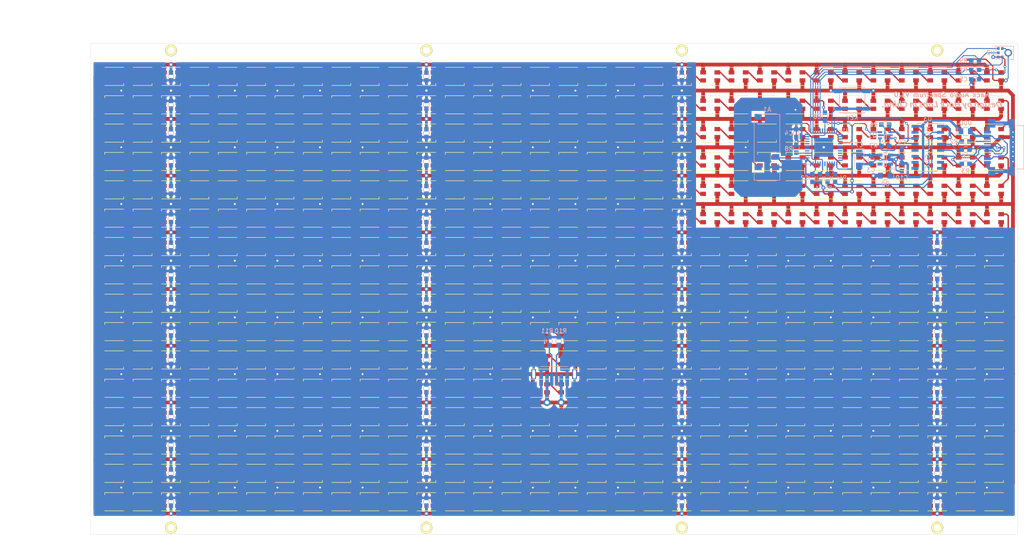
<source format=kicad_pcb>
(kicad_pcb (version 20171130) (host pcbnew "(5.1.12)-1")
  (layers (0 F.Cu signal) (31 B.Cu signal) (34 B.Paste user) (35 F.Paste user) (36 B.SilkS user) (37 F.SilkS user) (38 B.Mask user) (39 F.Mask user) (44 Edge.Cuts user))
  (net 0 "")
  (net 1 GND)
  (net 2 +3V3)
  (net 3 +5V)
  (net 4 "Net-(C6-Pad2)")
  (net 5 /RXD)
  (net 6 /TXD)
  (net 7 "Net-(U4-Pad4)")
  (net 8 /EN)
  (net 9 /V_RGB)
  (net 10 /VBUS)
  (net 11 "Net-(P1-PadB5)")
  (net 12 "Net-(P1-PadA7)")
  (net 13 "Net-(P1-PadA5)")
  (net 14 "Net-(P1-PadA6)")
  (net 15 "Net-(P2-PadA5)")
  (net 16 "Net-(P2-PadB5)")
  (net 17 "Net-(Q1-Pad1)")
  (net 18 "Net-(Q1-Pad2)")
  (net 19 "Net-(Q1-Pad4)")
  (net 20 "Net-(Q1-Pad5)")
  (net 21 /DATA_IN)
  (net 22 "Net-(D32-Pad4)")
  (net 23 /RXD0)
  (net 24 /TXD0)
  (net 25 /I2S_SD)
  (net 26 "Net-(U1-Pad24)")
  (net 27 /IO0)
  (net 28 /I2S_WS)
  (net 29 "Net-(U1-Pad20)")
  (net 30 /I2S_SCK)
  (net 31 "Net-(U1-Pad12)")
  (net 32 "Net-(U1-Pad11)")
  (net 33 "Net-(U1-Pad10)")
  (net 34 "Net-(U1-Pad8)")
  (net 35 "Net-(U1-Pad7)")
  (net 36 "Net-(U1-Pad6)")
  (net 37 "Net-(U1-Pad5)")
  (net 38 "Net-(A1-Pad1)")
  (net 39 "Net-(U1-Pad48)")
  (net 40 "Net-(U1-Pad47)")
  (net 41 "Net-(U1-Pad45)")
  (net 42 "Net-(U1-Pad44)")
  (net 43 "Net-(U1-Pad42)")
  (net 44 "Net-(U1-Pad39)")
  (net 45 "Net-(U1-Pad38)")
  (net 46 "Net-(U1-Pad36)")
  (net 47 "Net-(U1-Pad35)")
  (net 48 "Net-(U1-Pad34)")
  (net 49 "Net-(U1-Pad33)")
  (net 50 "Net-(U1-Pad32)")
  (net 51 "Net-(U1-Pad31)")
  (net 52 "Net-(U1-Pad30)")
  (net 53 "Net-(U1-Pad29)")
  (net 54 "Net-(U1-Pad28)")
  (net 55 "Net-(U1-Pad27)")
  (net 56 "Net-(U1-Pad26)")
  (net 57 "Net-(U1-Pad25)")
  (net 58 "Net-(U3-Pad7)")
  (net 59 "Net-(U3-Pad8)")
  (net 60 "Net-(U3-Pad9)")
  (net 61 "Net-(U3-Pad10)")
  (net 62 "Net-(U3-Pad11)")
  (net 63 "Net-(U3-Pad12)")
  (net 64 "Net-(U3-Pad15)")
  (net 65 "Net-(D1-Pad2)")
  (net 66 "Net-(D1-Pad4)")
  (net 67 "Net-(D2-Pad4)")
  (net 68 "Net-(D3-Pad4)")
  (net 69 "Net-(D4-Pad4)")
  (net 70 "Net-(D5-Pad4)")
  (net 71 "Net-(D6-Pad4)")
  (net 72 "Net-(D7-Pad4)")
  (net 73 "Net-(D8-Pad4)")
  (net 74 "Net-(D10-Pad2)")
  (net 75 "Net-(D10-Pad4)")
  (net 76 "Net-(D11-Pad4)")
  (net 77 "Net-(D12-Pad4)")
  (net 78 "Net-(D13-Pad4)")
  (net 79 "Net-(D14-Pad4)")
  (net 80 "Net-(D15-Pad4)")
  (net 81 "Net-(D16-Pad4)")
  (net 82 "Net-(D17-Pad4)")
  (net 83 "Net-(D18-Pad4)")
  (net 84 "Net-(D19-Pad4)")
  (net 85 "Net-(D20-Pad4)")
  (net 86 "Net-(D21-Pad4)")
  (net 87 "Net-(D22-Pad4)")
  (net 88 "Net-(D23-Pad4)")
  (net 89 "Net-(D24-Pad4)")
  (net 90 "Net-(D25-Pad4)")
  (net 91 "Net-(D26-Pad4)")
  (net 92 "Net-(D27-Pad4)")
  (net 93 "Net-(D28-Pad4)")
  (net 94 "Net-(D29-Pad4)")
  (net 95 "Net-(D30-Pad4)")
  (net 96 "Net-(D31-Pad4)")
  (net 97 "Net-(D33-Pad2)")
  (net 98 "Net-(D34-Pad2)")
  (net 99 "Net-(D35-Pad2)")
  (net 100 "Net-(D36-Pad2)")
  (net 101 "Net-(D37-Pad2)")
  (net 102 "Net-(D38-Pad2)")
  (net 103 "Net-(D39-Pad2)")
  (net 104 "Net-(D40-Pad2)")
  (net 105 "Net-(D41-Pad2)")
  (net 106 "Net-(D42-Pad2)")
  (net 107 "Net-(D43-Pad2)")
  (net 108 "Net-(D44-Pad2)")
  (net 109 "Net-(D45-Pad2)")
  (net 110 "Net-(D46-Pad2)")
  (net 111 "Net-(D47-Pad2)")
  (net 112 "Net-(D48-Pad2)")
  (net 113 "Net-(D49-Pad2)")
  (net 114 "Net-(D50-Pad2)")
  (net 115 "Net-(D51-Pad2)")
  (net 116 "Net-(D52-Pad2)")
  (net 117 "Net-(D53-Pad2)")
  (net 118 "Net-(D54-Pad2)")
  (net 119 "Net-(D55-Pad2)")
  (net 120 "Net-(D56-Pad2)")
  (net 121 "Net-(D57-Pad2)")
  (net 122 "Net-(D58-Pad2)")
  (net 123 "Net-(D59-Pad2)")
  (net 124 "Net-(D60-Pad2)")
  (net 125 "Net-(D61-Pad2)")
  (net 126 "Net-(D62-Pad2)")
  (net 127 "Net-(D63-Pad2)")
  (net 128 "Net-(D64-Pad2)")
  (net 129 "Net-(D65-Pad2)")
  (net 130 "Net-(D65-Pad4)")
  (net 131 "Net-(D66-Pad4)")
  (net 132 "Net-(D67-Pad4)")
  (net 133 "Net-(D68-Pad4)")
  (net 134 "Net-(D69-Pad4)")
  (net 135 "Net-(D70-Pad4)")
  (net 136 "Net-(D71-Pad4)")
  (net 137 "Net-(D72-Pad4)")
  (net 138 "Net-(D73-Pad4)")
  (net 139 "Net-(D74-Pad4)")
  (net 140 "Net-(D75-Pad4)")
  (net 141 "Net-(D76-Pad4)")
  (net 142 "Net-(D77-Pad4)")
  (net 143 "Net-(D78-Pad4)")
  (net 144 "Net-(D79-Pad4)")
  (net 145 "Net-(D80-Pad4)")
  (net 146 "Net-(D81-Pad4)")
  (net 147 "Net-(D82-Pad4)")
  (net 148 "Net-(D83-Pad4)")
  (net 149 "Net-(D84-Pad4)")
  (net 150 "Net-(D85-Pad4)")
  (net 151 "Net-(D86-Pad4)")
  (net 152 "Net-(D87-Pad4)")
  (net 153 "Net-(D88-Pad4)")
  (net 154 "Net-(D89-Pad4)")
  (net 155 "Net-(D90-Pad4)")
  (net 156 "Net-(D91-Pad4)")
  (net 157 "Net-(D92-Pad4)")
  (net 158 "Net-(D93-Pad4)")
  (net 159 "Net-(D94-Pad4)")
  (net 160 "Net-(D95-Pad4)")
  (net 161 "Net-(D97-Pad2)")
  (net 162 "Net-(D98-Pad2)")
  (net 163 "Net-(D100-Pad4)")
  (net 164 "Net-(D100-Pad2)")
  (net 165 "Net-(D101-Pad2)")
  (net 166 "Net-(D102-Pad2)")
  (net 167 "Net-(D103-Pad2)")
  (net 168 "Net-(D104-Pad2)")
  (net 169 "Net-(D105-Pad2)")
  (net 170 "Net-(D106-Pad2)")
  (net 171 "Net-(D107-Pad2)")
  (net 172 "Net-(D108-Pad2)")
  (net 173 "Net-(D109-Pad2)")
  (net 174 "Net-(D110-Pad2)")
  (net 175 "Net-(D111-Pad2)")
  (net 176 "Net-(D112-Pad2)")
  (net 177 "Net-(D113-Pad2)")
  (net 178 "Net-(D114-Pad2)")
  (net 179 "Net-(D115-Pad2)")
  (net 180 "Net-(D116-Pad2)")
  (net 181 "Net-(D117-Pad2)")
  (net 182 "Net-(D118-Pad2)")
  (net 183 "Net-(D119-Pad2)")
  (net 184 "Net-(D120-Pad2)")
  (net 185 "Net-(D121-Pad2)")
  (net 186 "Net-(D122-Pad2)")
  (net 187 "Net-(D123-Pad2)")
  (net 188 "Net-(D124-Pad2)")
  (net 189 "Net-(D125-Pad2)")
  (net 190 "Net-(D126-Pad2)")
  (net 191 "Net-(D127-Pad2)")
  (net 192 "Net-(D128-Pad2)")
  (net 193 "Net-(D129-Pad2)")
  (net 194 "Net-(D129-Pad4)")
  (net 195 "Net-(D130-Pad4)")
  (net 196 "Net-(D131-Pad4)")
  (net 197 "Net-(D132-Pad4)")
  (net 198 "Net-(D133-Pad4)")
  (net 199 "Net-(D134-Pad4)")
  (net 200 "Net-(D135-Pad4)")
  (net 201 "Net-(D136-Pad4)")
  (net 202 "Net-(D137-Pad4)")
  (net 203 "Net-(D138-Pad4)")
  (net 204 "Net-(D139-Pad4)")
  (net 205 "Net-(D140-Pad4)")
  (net 206 "Net-(D141-Pad4)")
  (net 207 "Net-(D142-Pad4)")
  (net 208 "Net-(D143-Pad4)")
  (net 209 "Net-(D144-Pad4)")
  (net 210 "Net-(D145-Pad4)")
  (net 211 "Net-(D146-Pad4)")
  (net 212 "Net-(D147-Pad4)")
  (net 213 "Net-(D148-Pad4)")
  (net 214 "Net-(D149-Pad4)")
  (net 215 "Net-(D150-Pad4)")
  (net 216 "Net-(D151-Pad4)")
  (net 217 "Net-(D152-Pad4)")
  (net 218 "Net-(D153-Pad4)")
  (net 219 "Net-(D154-Pad4)")
  (net 220 "Net-(D155-Pad4)")
  (net 221 "Net-(D156-Pad4)")
  (net 222 "Net-(D157-Pad4)")
  (net 223 "Net-(D158-Pad4)")
  (net 224 "Net-(D159-Pad4)")
  (net 225 "Net-(D161-Pad2)")
  (net 226 "Net-(D162-Pad2)")
  (net 227 "Net-(D163-Pad2)")
  (net 228 "Net-(D164-Pad2)")
  (net 229 "Net-(D165-Pad2)")
  (net 230 "Net-(D166-Pad2)")
  (net 231 "Net-(D167-Pad2)")
  (net 232 "Net-(D168-Pad2)")
  (net 233 "Net-(D169-Pad2)")
  (net 234 "Net-(D170-Pad2)")
  (net 235 "Net-(D171-Pad2)")
  (net 236 "Net-(D172-Pad2)")
  (net 237 "Net-(D173-Pad2)")
  (net 238 "Net-(D174-Pad2)")
  (net 239 "Net-(D175-Pad2)")
  (net 240 "Net-(D176-Pad2)")
  (net 241 "Net-(D177-Pad2)")
  (net 242 "Net-(D178-Pad2)")
  (net 243 "Net-(D179-Pad2)")
  (net 244 "Net-(D180-Pad2)")
  (net 245 "Net-(D181-Pad2)")
  (net 246 "Net-(D182-Pad2)")
  (net 247 "Net-(D183-Pad2)")
  (net 248 "Net-(D184-Pad2)")
  (net 249 "Net-(D185-Pad2)")
  (net 250 "Net-(D186-Pad2)")
  (net 251 "Net-(D187-Pad2)")
  (net 252 "Net-(D188-Pad2)")
  (net 253 "Net-(D189-Pad2)")
  (net 254 "Net-(D190-Pad2)")
  (net 255 "Net-(D191-Pad2)")
  (net 256 "Net-(D192-Pad2)")
  (net 257 "Net-(D193-Pad2)")
  (net 258 "Net-(D193-Pad4)")
  (net 259 "Net-(D194-Pad4)")
  (net 260 "Net-(D195-Pad4)")
  (net 261 "Net-(D196-Pad4)")
  (net 262 "Net-(D197-Pad4)")
  (net 263 "Net-(D198-Pad4)")
  (net 264 "Net-(D199-Pad4)")
  (net 265 "Net-(D200-Pad4)")
  (net 266 "Net-(D201-Pad4)")
  (net 267 "Net-(D202-Pad4)")
  (net 268 "Net-(D203-Pad4)")
  (net 269 "Net-(D204-Pad4)")
  (net 270 "Net-(D205-Pad4)")
  (net 271 "Net-(D206-Pad4)")
  (net 272 "Net-(D207-Pad4)")
  (net 273 "Net-(D208-Pad4)")
  (net 274 "Net-(D209-Pad4)")
  (net 275 "Net-(D210-Pad4)")
  (net 276 "Net-(D211-Pad4)")
  (net 277 "Net-(D212-Pad4)")
  (net 278 "Net-(D213-Pad4)")
  (net 279 "Net-(D214-Pad4)")
  (net 280 "Net-(D215-Pad4)")
  (net 281 "Net-(D216-Pad4)")
  (net 282 "Net-(D217-Pad4)")
  (net 283 "Net-(D218-Pad4)")
  (net 284 "Net-(D219-Pad4)")
  (net 285 "Net-(D220-Pad4)")
  (net 286 "Net-(D221-Pad4)")
  (net 287 "Net-(D222-Pad4)")
  (net 288 "Net-(D223-Pad4)")
  (net 289 "Net-(D225-Pad2)")
  (net 290 "Net-(D226-Pad2)")
  (net 291 "Net-(D227-Pad2)")
  (net 292 "Net-(D228-Pad2)")
  (net 293 "Net-(D229-Pad2)")
  (net 294 "Net-(D230-Pad2)")
  (net 295 "Net-(D231-Pad2)")
  (net 296 "Net-(D232-Pad2)")
  (net 297 "Net-(D233-Pad2)")
  (net 298 "Net-(D234-Pad2)")
  (net 299 "Net-(D235-Pad2)")
  (net 300 "Net-(D236-Pad2)")
  (net 301 "Net-(D237-Pad2)")
  (net 302 "Net-(D238-Pad2)")
  (net 303 "Net-(D239-Pad2)")
  (net 304 "Net-(D240-Pad2)")
  (net 305 "Net-(D241-Pad2)")
  (net 306 "Net-(D242-Pad2)")
  (net 307 "Net-(D243-Pad2)")
  (net 308 "Net-(D244-Pad2)")
  (net 309 "Net-(D245-Pad2)")
  (net 310 "Net-(D246-Pad2)")
  (net 311 "Net-(D247-Pad2)")
  (net 312 "Net-(D248-Pad2)")
  (net 313 "Net-(D249-Pad2)")
  (net 314 "Net-(D250-Pad2)")
  (net 315 "Net-(D251-Pad2)")
  (net 316 "Net-(D252-Pad2)")
  (net 317 "Net-(D253-Pad2)")
  (net 318 "Net-(D254-Pad2)")
  (net 319 "Net-(D255-Pad2)")
  (net 320 "Net-(D256-Pad2)")
  (net 321 "Net-(D257-Pad4)")
  (net 322 "Net-(D257-Pad2)")
  (net 323 "Net-(D258-Pad4)")
  (net 324 "Net-(D259-Pad4)")
  (net 325 "Net-(D260-Pad4)")
  (net 326 "Net-(D261-Pad4)")
  (net 327 "Net-(D262-Pad4)")
  (net 328 "Net-(D263-Pad4)")
  (net 329 "Net-(D264-Pad4)")
  (net 330 "Net-(D265-Pad4)")
  (net 331 "Net-(D266-Pad4)")
  (net 332 "Net-(D267-Pad4)")
  (net 333 "Net-(D268-Pad4)")
  (net 334 "Net-(D269-Pad4)")
  (net 335 "Net-(D270-Pad4)")
  (net 336 "Net-(D271-Pad4)")
  (net 337 "Net-(D272-Pad4)")
  (net 338 "Net-(D273-Pad4)")
  (net 339 "Net-(D274-Pad4)")
  (net 340 "Net-(D275-Pad4)")
  (net 341 "Net-(D276-Pad4)")
  (net 342 "Net-(D277-Pad4)")
  (net 343 "Net-(D278-Pad4)")
  (net 344 "Net-(D279-Pad4)")
  (net 345 "Net-(D280-Pad4)")
  (net 346 "Net-(D281-Pad4)")
  (net 347 "Net-(D282-Pad4)")
  (net 348 "Net-(D283-Pad4)")
  (net 349 "Net-(D284-Pad4)")
  (net 350 "Net-(D285-Pad4)")
  (net 351 "Net-(D286-Pad4)")
  (net 352 "Net-(D287-Pad4)")
  (net 353 "Net-(D289-Pad2)")
  (net 354 "Net-(D290-Pad2)")
  (net 355 "Net-(D291-Pad2)")
  (net 356 "Net-(D292-Pad2)")
  (net 357 "Net-(D293-Pad2)")
  (net 358 "Net-(D294-Pad2)")
  (net 359 "Net-(D295-Pad2)")
  (net 360 "Net-(D296-Pad2)")
  (net 361 "Net-(D297-Pad2)")
  (net 362 "Net-(D298-Pad2)")
  (net 363 "Net-(D299-Pad2)")
  (net 364 "Net-(D300-Pad2)")
  (net 365 "Net-(D301-Pad2)")
  (net 366 "Net-(D302-Pad2)")
  (net 367 "Net-(D303-Pad2)")
  (net 368 "Net-(D304-Pad2)")
  (net 369 "Net-(D305-Pad2)")
  (net 370 "Net-(D306-Pad2)")
  (net 371 "Net-(D307-Pad2)")
  (net 372 "Net-(D308-Pad2)")
  (net 373 "Net-(D309-Pad2)")
  (net 374 "Net-(D310-Pad2)")
  (net 375 "Net-(D311-Pad2)")
  (net 376 "Net-(D312-Pad2)")
  (net 377 "Net-(D313-Pad2)")
  (net 378 "Net-(D314-Pad2)")
  (net 379 "Net-(D315-Pad2)")
  (net 380 "Net-(D316-Pad2)")
  (net 381 "Net-(D317-Pad2)")
  (net 382 "Net-(D318-Pad2)")
  (net 383 "Net-(D319-Pad2)")
  (net 384 "Net-(D320-Pad2)")
  (net 385 "Net-(D321-Pad2)")
  (net 386 "Net-(D321-Pad4)")
  (net 387 "Net-(D322-Pad4)")
  (net 388 "Net-(D323-Pad4)")
  (net 389 "Net-(D324-Pad4)")
  (net 390 "Net-(D325-Pad4)")
  (net 391 "Net-(D326-Pad4)")
  (net 392 "Net-(D327-Pad4)")
  (net 393 "Net-(D328-Pad4)")
  (net 394 "Net-(D329-Pad4)")
  (net 395 "Net-(D330-Pad4)")
  (net 396 "Net-(D331-Pad4)")
  (net 397 "Net-(D332-Pad4)")
  (net 398 "Net-(D333-Pad4)")
  (net 399 "Net-(D334-Pad4)")
  (net 400 "Net-(D335-Pad4)")
  (net 401 "Net-(D336-Pad4)")
  (net 402 "Net-(D337-Pad4)")
  (net 403 "Net-(D338-Pad4)")
  (net 404 "Net-(D339-Pad4)")
  (net 405 "Net-(D340-Pad4)")
  (net 406 "Net-(D341-Pad4)")
  (net 407 "Net-(D342-Pad4)")
  (net 408 "Net-(D343-Pad4)")
  (net 409 "Net-(D344-Pad4)")
  (net 410 "Net-(D345-Pad4)")
  (net 411 "Net-(D346-Pad4)")
  (net 412 "Net-(D347-Pad4)")
  (net 413 "Net-(D348-Pad4)")
  (net 414 "Net-(D349-Pad4)")
  (net 415 "Net-(D350-Pad4)")
  (net 416 "Net-(D351-Pad4)")
  (net 417 "Net-(D353-Pad2)")
  (net 418 "Net-(D354-Pad2)")
  (net 419 "Net-(D355-Pad2)")
  (net 420 "Net-(D356-Pad2)")
  (net 421 "Net-(D357-Pad2)")
  (net 422 "Net-(D358-Pad2)")
  (net 423 "Net-(D359-Pad2)")
  (net 424 "Net-(D360-Pad2)")
  (net 425 "Net-(D361-Pad2)")
  (net 426 "Net-(D362-Pad2)")
  (net 427 "Net-(D363-Pad2)")
  (net 428 "Net-(D364-Pad2)")
  (net 429 "Net-(D365-Pad2)")
  (net 430 "Net-(D366-Pad2)")
  (net 431 "Net-(D367-Pad2)")
  (net 432 "Net-(D368-Pad2)")
  (net 433 "Net-(D369-Pad2)")
  (net 434 "Net-(D370-Pad2)")
  (net 435 "Net-(D371-Pad2)")
  (net 436 "Net-(D372-Pad2)")
  (net 437 "Net-(D373-Pad2)")
  (net 438 "Net-(D374-Pad2)")
  (net 439 "Net-(D375-Pad2)")
  (net 440 "Net-(D376-Pad2)")
  (net 441 "Net-(D377-Pad2)")
  (net 442 "Net-(D378-Pad2)")
  (net 443 "Net-(D379-Pad2)")
  (net 444 "Net-(D380-Pad2)")
  (net 445 "Net-(D381-Pad2)")
  (net 446 "Net-(D382-Pad2)")
  (net 447 "Net-(D383-Pad2)")
  (net 448 "Net-(D384-Pad2)")
  (net 449 "Net-(D385-Pad2)")
  (net 450 "Net-(D385-Pad4)")
  (net 451 "Net-(D386-Pad4)")
  (net 452 "Net-(D387-Pad4)")
  (net 453 "Net-(D388-Pad4)")
  (net 454 "Net-(D389-Pad4)")
  (net 455 "Net-(D390-Pad4)")
  (net 456 "Net-(D391-Pad4)")
  (net 457 "Net-(D392-Pad4)")
  (net 458 "Net-(D393-Pad4)")
  (net 459 "Net-(D394-Pad4)")
  (net 460 "Net-(D395-Pad4)")
  (net 461 "Net-(D396-Pad4)")
  (net 462 "Net-(D397-Pad4)")
  (net 463 "Net-(D398-Pad4)")
  (net 464 "Net-(D399-Pad4)")
  (net 465 "Net-(D400-Pad4)")
  (net 466 "Net-(D401-Pad4)")
  (net 467 "Net-(D402-Pad4)")
  (net 468 "Net-(D403-Pad4)")
  (net 469 "Net-(D404-Pad4)")
  (net 470 "Net-(D405-Pad4)")
  (net 471 "Net-(D406-Pad4)")
  (net 472 "Net-(D407-Pad4)")
  (net 473 "Net-(D408-Pad4)")
  (net 474 "Net-(D409-Pad4)")
  (net 475 "Net-(D410-Pad4)")
  (net 476 "Net-(D411-Pad4)")
  (net 477 "Net-(D412-Pad4)")
  (net 478 "Net-(D413-Pad4)")
  (net 479 "Net-(D414-Pad4)")
  (net 480 "Net-(D415-Pad4)")
  (net 481 "Net-(D417-Pad2)")
  (net 482 "Net-(D418-Pad2)")
  (net 483 "Net-(D419-Pad2)")
  (net 484 "Net-(D420-Pad2)")
  (net 485 "Net-(D421-Pad2)")
  (net 486 "Net-(D422-Pad2)")
  (net 487 "Net-(D423-Pad2)")
  (net 488 "Net-(D424-Pad2)")
  (net 489 "Net-(D425-Pad2)")
  (net 490 "Net-(D426-Pad2)")
  (net 491 "Net-(D427-Pad2)")
  (net 492 "Net-(D428-Pad2)")
  (net 493 "Net-(D429-Pad2)")
  (net 494 "Net-(D430-Pad2)")
  (net 495 "Net-(D431-Pad2)")
  (net 496 "Net-(D432-Pad2)")
  (net 497 "Net-(D433-Pad2)")
  (net 498 "Net-(D434-Pad2)")
  (net 499 "Net-(D435-Pad2)")
  (net 500 "Net-(D436-Pad2)")
  (net 501 "Net-(D437-Pad2)")
  (net 502 "Net-(D438-Pad2)")
  (net 503 "Net-(D439-Pad2)")
  (net 504 "Net-(D440-Pad2)")
  (net 505 "Net-(D441-Pad2)")
  (net 506 "Net-(D442-Pad2)")
  (net 507 "Net-(D443-Pad2)")
  (net 508 "Net-(D444-Pad2)")
  (net 509 "Net-(D445-Pad2)")
  (net 510 "Net-(D446-Pad2)")
  (net 511 "Net-(D447-Pad2)")
  (net 512 "Net-(D448-Pad2)")
  (net 513 "Net-(D449-Pad2)")
  (net 514 "Net-(D449-Pad4)")
  (net 515 "Net-(D450-Pad4)")
  (net 516 "Net-(D451-Pad4)")
  (net 517 "Net-(D452-Pad4)")
  (net 518 "Net-(D453-Pad4)")
  (net 519 "Net-(D454-Pad4)")
  (net 520 "Net-(D455-Pad4)")
  (net 521 "Net-(D456-Pad4)")
  (net 522 "Net-(D457-Pad4)")
  (net 523 "Net-(D458-Pad4)")
  (net 524 "Net-(D459-Pad4)")
  (net 525 "Net-(D460-Pad4)")
  (net 526 "Net-(D461-Pad4)")
  (net 527 "Net-(D462-Pad4)")
  (net 528 "Net-(D463-Pad4)")
  (net 529 "Net-(D464-Pad4)")
  (net 530 "Net-(D465-Pad4)")
  (net 531 "Net-(D466-Pad4)")
  (net 532 "Net-(D467-Pad4)")
  (net 533 "Net-(D468-Pad4)")
  (net 534 "Net-(D469-Pad4)")
  (net 535 "Net-(D470-Pad4)")
  (net 536 "Net-(D471-Pad4)")
  (net 537 "Net-(D472-Pad4)")
  (net 538 "Net-(D473-Pad4)")
  (net 539 "Net-(D474-Pad4)")
  (net 540 "Net-(D475-Pad4)")
  (net 541 "Net-(D476-Pad4)")
  (net 542 "Net-(D477-Pad4)")
  (net 543 "Net-(D478-Pad4)")
  (net 544 "Net-(D479-Pad4)")
  (net 545 "Net-(D481-Pad2)")
  (net 546 "Net-(D482-Pad2)")
  (net 547 "Net-(D483-Pad2)")
  (net 548 "Net-(D484-Pad2)")
  (net 549 "Net-(D485-Pad2)")
  (net 550 "Net-(D486-Pad2)")
  (net 551 "Net-(D487-Pad2)")
  (net 552 "Net-(D488-Pad2)")
  (net 553 "Net-(D489-Pad2)")
  (net 554 "Net-(D490-Pad2)")
  (net 555 "Net-(D491-Pad2)")
  (net 556 "Net-(D492-Pad2)")
  (net 557 "Net-(D493-Pad2)")
  (net 558 "Net-(D494-Pad2)")
  (net 559 "Net-(D495-Pad2)")
  (net 560 "Net-(D496-Pad2)")
  (net 561 "Net-(D497-Pad2)")
  (net 562 "Net-(D498-Pad2)")
  (net 563 "Net-(D499-Pad2)")
  (net 564 "Net-(D500-Pad2)")
  (net 565 "Net-(D501-Pad2)")
  (net 566 "Net-(D502-Pad2)")
  (net 567 "Net-(D503-Pad2)")
  (net 568 "Net-(D504-Pad2)")
  (net 569 "Net-(D505-Pad2)")
  (net 570 "Net-(D506-Pad2)")
  (net 571 "Net-(D507-Pad2)")
  (net 572 "Net-(D508-Pad2)")
  (net 573 "Net-(D509-Pad2)")
  (net 574 "Net-(D510-Pad2)")
  (net 575 "Net-(D511-Pad2)")
  (net 576 "Net-(D512-Pad2)")
  (net 577 "Net-(U1-Pad21)")
  (net 578 "Net-(U1-Pad18)")
  (net 579 "Net-(U1-Pad17)")
  (net 580 /KEY)
  (module NewLibCool:CON1 (layer F.Cu) (at 231 150.5)
    (fp_text reference P6 hide)
    (fp_text value CON_1)
    (pad 1 thru_hole circle (at 0 0) (size 2.5 2.5) (drill 1.5) (layers *.Cu *.Mask F.SilkS))
  )
  (module NewLibCool:CON1 (layer F.Cu) (at 177 150.5)
    (fp_text reference P6 hide)
    (fp_text value CON_1)
    (pad 1 thru_hole circle (at 0 0) (size 2.5 2.5) (drill 1.5) (layers *.Cu *.Mask F.SilkS))
  )
  (module NewLibCool:CON1 (layer F.Cu) (at 123 150.5)
    (fp_text reference P6 hide)
    (fp_text value CON_1)
    (pad 1 thru_hole circle (at 0 0) (size 2.5 2.5) (drill 1.5) (layers *.Cu *.Mask F.SilkS))
  )
  (module NewLibCool:CON1 (layer F.Cu) (at 69 150.5)
    (fp_text reference P6 hide)
    (fp_text value CON_1)
    (pad 1 thru_hole circle (at 0 0) (size 2.5 2.5) (drill 1.5) (layers *.Cu *.Mask F.SilkS))
  )
  (module NewLibCool:CON1 (layer F.Cu) (at 231 49.5)
    (fp_text reference P6 hide)
    (fp_text value CON_1)
    (pad 1 thru_hole circle (at 0 0) (size 2.5 2.5) (drill 1.5) (layers *.Cu *.Mask F.SilkS))
  )
  (module NewLibCool:CON1 (layer F.Cu) (at 177 49.5)
    (fp_text reference P6 hide)
    (fp_text value CON_1)
    (pad 1 thru_hole circle (at 0 0) (size 2.5 2.5) (drill 1.5) (layers *.Cu *.Mask F.SilkS))
  )
  (module NewLibCool:CON1 (layer F.Cu) (at 123 49.5)
    (fp_text reference P6 hide)
    (fp_text value CON_1)
    (pad 1 thru_hole circle (at 0 0) (size 2.5 2.5) (drill 1.5) (layers *.Cu *.Mask F.SilkS))
  )
  (module NewLibCool:CON1 (layer F.Cu) (at 69 49.5)
    (fp_text reference P6 hide)
    (fp_text value CON_1)
    (pad 1 thru_hole circle (at 0 0) (size 2.5 2.5) (drill 1.5) (layers *.Cu *.Mask F.SilkS))
  )
  (module NewLibCool:SWITCH_PUSH_4_5.2 (layer B.Cu) (at 213 60)
    (fp_text reference SW1 hide)
    (fp_text value KEY (at 0.04 3.73 180) (layer B.SilkS) (effects (font (size 0.9 0.9)) (justify mirror)))
    (pad 1 smd rect (at 3 -1.85) (size 1.6 0.8) (layers B.Cu B.Paste B.Mask) (net 1 GND))
    (pad 1 smd rect (at -3 -1.85) (size 1.6 0.8) (layers B.Cu B.Paste B.Mask) (net 1 GND))
    (pad 2 smd rect (at 3 1.85) (size 1.6 0.8) (layers B.Cu B.Paste B.Mask) (net 580 /KEY))
    (pad 2 smd rect (at -3 1.85) (size 1.6 0.8) (layers B.Cu B.Paste B.Mask) (net 580 /KEY))
  )
  (module "NewLibCool:Design By hacklabs 25.6mm" (layer B.Cu) (at 232 61.11 180)
    (fp_text reference G*** hide)
    (fp_text value LOGO hide)
  )
  (module NewLibCool:LED_WS2812B_3.5x3.5mm (layer F.Cu) (at 153 127)
    (fp_text reference D401 hide)
    (fp_text value WS2812B)
    (pad 1 smd rect (at -1.5 -0.85) (size 1.2 0.9) (layers F.Cu F.Paste F.Mask) (net 9 /V_RGB))
    (pad 2 smd rect (at -1.5 0.85) (size 1.2 0.9) (layers F.Cu F.Paste F.Mask) (net 465 "Net-(D400-Pad4)"))
    (pad 4 smd rect (at 1.5 -0.85) (size 1.2 0.9) (layers F.Cu F.Paste F.Mask) (net 466 "Net-(D401-Pad4)"))
    (pad 3 smd rect (at 1.5 0.85) (size 1.2 0.9) (layers F.Cu F.Paste F.Mask) (net 1 GND))
  )
  (module NewLibCool:0603_C (layer B.Cu) (at 69 145 270)
    (fp_text reference C116 hide)
    (fp_text value 1uF hide)
    (pad 1 smd rect (at -0.82 0 270) (size 0.965 0.92) (layers B.Cu B.Paste B.Mask) (net 1 GND))
    (pad 2 smd rect (at 0.82 0 270) (size 0.965 0.92) (layers B.Cu B.Paste B.Mask) (net 9 /V_RGB))
  )
  (module NewLibCool:0603_C (layer B.Cu) (at 69 139 90)
    (fp_text reference C115 hide)
    (fp_text value 1uF hide)
    (pad 1 smd rect (at -0.82 0 90) (size 0.965 0.92) (layers B.Cu B.Paste B.Mask) (net 1 GND))
    (pad 2 smd rect (at 0.82 0 90) (size 0.965 0.92) (layers B.Cu B.Paste B.Mask) (net 9 /V_RGB))
  )
  (module NewLibCool:0603_C (layer B.Cu) (at 69 133 270)
    (fp_text reference C114 hide)
    (fp_text value 1uF hide)
    (pad 1 smd rect (at -0.82 0 270) (size 0.965 0.92) (layers B.Cu B.Paste B.Mask) (net 1 GND))
    (pad 2 smd rect (at 0.82 0 270) (size 0.965 0.92) (layers B.Cu B.Paste B.Mask) (net 9 /V_RGB))
  )
  (module NewLibCool:0603_C (layer B.Cu) (at 69 127 90)
    (fp_text reference C113 hide)
    (fp_text value 1uF hide)
    (pad 1 smd rect (at -0.82 0 90) (size 0.965 0.92) (layers B.Cu B.Paste B.Mask) (net 1 GND))
    (pad 2 smd rect (at 0.82 0 90) (size 0.965 0.92) (layers B.Cu B.Paste B.Mask) (net 9 /V_RGB))
  )
  (module NewLibCool:0603_C (layer B.Cu) (at 69 121 270)
    (fp_text reference C112 hide)
    (fp_text value 1uF hide)
    (pad 1 smd rect (at -0.82 0 270) (size 0.965 0.92) (layers B.Cu B.Paste B.Mask) (net 1 GND))
    (pad 2 smd rect (at 0.82 0 270) (size 0.965 0.92) (layers B.Cu B.Paste B.Mask) (net 9 /V_RGB))
  )
  (module NewLibCool:0603_C (layer B.Cu) (at 69 115 90)
    (fp_text reference C111 hide)
    (fp_text value 1uF hide)
    (pad 1 smd rect (at -0.82 0 90) (size 0.965 0.92) (layers B.Cu B.Paste B.Mask) (net 1 GND))
    (pad 2 smd rect (at 0.82 0 90) (size 0.965 0.92) (layers B.Cu B.Paste B.Mask) (net 9 /V_RGB))
  )
  (module NewLibCool:0603_C (layer B.Cu) (at 69 109 270)
    (fp_text reference C110 hide)
    (fp_text value 1uF hide)
    (pad 1 smd rect (at -0.82 0 270) (size 0.965 0.92) (layers B.Cu B.Paste B.Mask) (net 1 GND))
    (pad 2 smd rect (at 0.82 0 270) (size 0.965 0.92) (layers B.Cu B.Paste B.Mask) (net 9 /V_RGB))
  )
  (module NewLibCool:0603_C (layer B.Cu) (at 69 103 90)
    (fp_text reference C109 hide)
    (fp_text value 1uF hide)
    (pad 1 smd rect (at -0.82 0 90) (size 0.965 0.92) (layers B.Cu B.Paste B.Mask) (net 1 GND))
    (pad 2 smd rect (at 0.82 0 90) (size 0.965 0.92) (layers B.Cu B.Paste B.Mask) (net 9 /V_RGB))
  )
  (module NewLibCool:0603_C (layer B.Cu) (at 69 97 270)
    (fp_text reference C108 hide)
    (fp_text value 1uF hide)
    (pad 1 smd rect (at -0.82 0 270) (size 0.965 0.92) (layers B.Cu B.Paste B.Mask) (net 1 GND))
    (pad 2 smd rect (at 0.82 0 270) (size 0.965 0.92) (layers B.Cu B.Paste B.Mask) (net 9 /V_RGB))
  )
  (module NewLibCool:0603_C (layer B.Cu) (at 69 91 90)
    (fp_text reference C107 hide)
    (fp_text value 1uF hide)
    (pad 1 smd rect (at -0.82 0 90) (size 0.965 0.92) (layers B.Cu B.Paste B.Mask) (net 1 GND))
    (pad 2 smd rect (at 0.82 0 90) (size 0.965 0.92) (layers B.Cu B.Paste B.Mask) (net 9 /V_RGB))
  )
  (module NewLibCool:0603_C (layer B.Cu) (at 69 85 270)
    (fp_text reference C106 hide)
    (fp_text value 1uF hide)
    (pad 1 smd rect (at -0.82 0 270) (size 0.965 0.92) (layers B.Cu B.Paste B.Mask) (net 1 GND))
    (pad 2 smd rect (at 0.82 0 270) (size 0.965 0.92) (layers B.Cu B.Paste B.Mask) (net 9 /V_RGB))
  )
  (module NewLibCool:0603_C (layer B.Cu) (at 69 79 90)
    (fp_text reference C105 hide)
    (fp_text value 1uF hide)
    (pad 1 smd rect (at -0.82 0 90) (size 0.965 0.92) (layers B.Cu B.Paste B.Mask) (net 1 GND))
    (pad 2 smd rect (at 0.82 0 90) (size 0.965 0.92) (layers B.Cu B.Paste B.Mask) (net 9 /V_RGB))
  )
  (module NewLibCool:0603_C (layer B.Cu) (at 69 73 270)
    (fp_text reference C104 hide)
    (fp_text value 1uF hide)
    (pad 1 smd rect (at -0.82 0 270) (size 0.965 0.92) (layers B.Cu B.Paste B.Mask) (net 1 GND))
    (pad 2 smd rect (at 0.82 0 270) (size 0.965 0.92) (layers B.Cu B.Paste B.Mask) (net 9 /V_RGB))
  )
  (module NewLibCool:0603_C (layer B.Cu) (at 69 67 90)
    (fp_text reference C103 hide)
    (fp_text value 1uF hide)
    (pad 1 smd rect (at -0.82 0 90) (size 0.965 0.92) (layers B.Cu B.Paste B.Mask) (net 1 GND))
    (pad 2 smd rect (at 0.82 0 90) (size 0.965 0.92) (layers B.Cu B.Paste B.Mask) (net 9 /V_RGB))
  )
  (module NewLibCool:0603_C (layer B.Cu) (at 69 61 270)
    (fp_text reference C102 hide)
    (fp_text value 1uF hide)
    (pad 1 smd rect (at -0.82 0 270) (size 0.965 0.92) (layers B.Cu B.Paste B.Mask) (net 1 GND))
    (pad 2 smd rect (at 0.82 0 270) (size 0.965 0.92) (layers B.Cu B.Paste B.Mask) (net 9 /V_RGB))
  )
  (module NewLibCool:0603_C (layer B.Cu) (at 69 55 90)
    (fp_text reference C101 hide)
    (fp_text value 1uF hide)
    (pad 1 smd rect (at -0.82 0 90) (size 0.965 0.92) (layers B.Cu B.Paste B.Mask) (net 1 GND))
    (pad 2 smd rect (at 0.82 0 90) (size 0.965 0.92) (layers B.Cu B.Paste B.Mask) (net 9 /V_RGB))
  )
  (module NewLibCool:0805_R (layer B.Cu) (at 237 66.6 180)
    (fp_text reference DD0 (at 0 1.725 180) (layer B.SilkS) (effects (font (size 0.9 0.9)) (justify mirror)))
    (fp_text value 1N5819HW hide)
    (pad 2 smd rect (at 1 0 180) (size 1 1.25) (layers B.Cu B.Paste B.Mask) (net 3 +5V))
    (pad 1 smd rect (at -1 0 180) (size 1 1.25) (layers B.Cu B.Paste B.Mask) (net 10 /VBUS))
  )
  (module NewLibCool:0805_R (layer B.Cu) (at 220 76)
    (fp_text reference D0 (at 0 1.8) (layer B.SilkS) (effects (font (size 0.9 0.9)) (justify mirror)))
    (fp_text value 1N5819HW hide)
    (pad 2 smd rect (at 1 0) (size 1 1.25) (layers B.Cu B.Paste B.Mask) (net 3 +5V))
    (pad 1 smd rect (at -1 0) (size 1 1.25) (layers B.Cu B.Paste B.Mask) (net 9 /V_RGB))
  )
  (module NewLibCool:ICS-43434 (layer B.Cu) (at 246 50 90)
    (fp_text reference U2 (at 0 -3.725) (layer B.SilkS) (effects (font (size 0.9 0.9)) (justify mirror)))
    (fp_text value ICS-43434 hide)
    (pad 3 smd circle (at 0 0 90) (size 1.625 1.625) (layers B.Cu B.Paste B.Mask) (net 1 GND))
    (pad 4 smd rect (at -0.9 -1.252 90) (size 0.6 0.522) (layers B.Cu B.Paste B.Mask) (net 30 /I2S_SCK))
    (pad 5 smd rect (at -0.9 -2.074 90) (size 0.6 0.522) (layers B.Cu B.Paste B.Mask) (net 2 +3V3))
    (pad 1 smd rect (at 0.9 -2.074 90) (size 0.6 0.522) (layers B.Cu B.Paste B.Mask) (net 28 /I2S_WS))
    (pad 6 smd rect (at 0 -2.074 90) (size 0.6 0.522) (layers B.Cu B.Paste B.Mask) (net 25 /I2S_SD))
    (pad 2 smd rect (at 0.9 -1.252 90) (size 0.6 0.522) (layers B.Cu B.Paste B.Mask) (net 1 GND))
    (pad 3 thru_hole circle (at 0 0 90) (size 1.025 1.025) (drill 1.025) (layers *.Cu *.Mask) (net 1 GND))
  )
  (module NewLibCool:QFN-48-1EP_7x7mm_P0.5mm_ESP32PICO-D4 (layer B.Cu) (at 207 70)
    (fp_text reference U1 (at 4.7 -3.6 180) (layer B.SilkS) (effects (font (size 0.8 0.8) (thickness 0.12)) (justify mirror)))
    (fp_text value ESP32PICO_D4 hide)
    (pad 24 smd roundrect (at 2.75 -3.5) (size 0.25 1) (layers B.Cu B.Paste B.Mask) (net 26 "Net-(U1-Pad24)"))
    (pad 23 smd roundrect (at 2.25 -3.5) (size 0.25 1) (layers B.Cu B.Paste B.Mask) (net 27 /IO0))
    (pad 22 smd roundrect (at 1.75 -3.5) (size 0.25 1) (layers B.Cu B.Paste B.Mask) (net 580 /KEY))
    (pad 21 smd roundrect (at 1.25 -3.5) (size 0.25 1) (layers B.Cu B.Paste B.Mask) (net 577 "Net-(U1-Pad21)"))
    (pad 20 smd roundrect (at 0.75 -3.5) (size 0.25 1) (layers B.Cu B.Paste B.Mask) (net 29 "Net-(U1-Pad20)"))
    (pad 19 smd roundrect (at 0.25 -3.5) (size 0.25 1) (layers B.Cu B.Paste B.Mask) (net 2 +3V3))
    (pad 18 smd roundrect (at -0.25 -3.5) (size 0.25 1) (layers B.Cu B.Paste B.Mask) (net 578 "Net-(U1-Pad18)"))
    (pad 17 smd roundrect (at -0.75 -3.5) (size 0.25 1) (layers B.Cu B.Paste B.Mask) (net 579 "Net-(U1-Pad17)"))
    (pad 16 smd roundrect (at -1.25 -3.5) (size 0.25 1) (layers B.Cu B.Paste B.Mask) (net 21 /DATA_IN))
    (pad 15 smd roundrect (at -1.75 -3.5) (size 0.25 1) (layers B.Cu B.Paste B.Mask) (net 30 /I2S_SCK))
    (pad 14 smd roundrect (at -2.25 -3.5) (size 0.25 1) (layers B.Cu B.Paste B.Mask) (net 25 /I2S_SD))
    (pad 12 smd roundrect (at -3.5 -2.75) (size 1 0.25) (layers B.Cu B.Paste B.Mask) (net 31 "Net-(U1-Pad12)"))
    (pad 11 smd roundrect (at -3.5 -2.25) (size 1 0.25) (layers B.Cu B.Paste B.Mask) (net 32 "Net-(U1-Pad11)"))
    (pad 10 smd roundrect (at -3.5 -1.75) (size 1 0.25) (layers B.Cu B.Paste B.Mask) (net 33 "Net-(U1-Pad10)"))
    (pad 9 smd roundrect (at -3.5 -1.25) (size 1 0.25) (layers B.Cu B.Paste B.Mask) (net 8 /EN))
    (pad 8 smd roundrect (at -3.5 -0.75) (size 1 0.25) (layers B.Cu B.Paste B.Mask) (net 34 "Net-(U1-Pad8)"))
    (pad 7 smd roundrect (at -3.5 -0.25) (size 1 0.25) (layers B.Cu B.Paste B.Mask) (net 35 "Net-(U1-Pad7)"))
    (pad 6 smd roundrect (at -3.5 0.25) (size 1 0.25) (layers B.Cu B.Paste B.Mask) (net 36 "Net-(U1-Pad6)"))
    (pad 5 smd roundrect (at -3.5 0.75) (size 1 0.25) (layers B.Cu B.Paste B.Mask) (net 37 "Net-(U1-Pad5)"))
    (pad 4 smd roundrect (at -3.5 1.25) (size 1 0.25) (layers B.Cu B.Paste B.Mask) (net 2 +3V3))
    (pad 3 smd roundrect (at -3.5 1.75) (size 1 0.25) (layers B.Cu B.Paste B.Mask) (net 2 +3V3))
    (pad 2 smd roundrect (at -3.5 2.25) (size 1 0.25) (layers B.Cu B.Paste B.Mask) (net 38 "Net-(A1-Pad1)"))
    (pad 48 smd roundrect (at -2.75 3.5) (size 0.25 1) (layers B.Cu B.Paste B.Mask) (net 39 "Net-(U1-Pad48)"))
    (pad 47 smd roundrect (at -2.25 3.5) (size 0.25 1) (layers B.Cu B.Paste B.Mask) (net 40 "Net-(U1-Pad47)"))
    (pad 46 smd roundrect (at -1.75 3.5) (size 0.25 1) (layers B.Cu B.Paste B.Mask) (net 2 +3V3))
    (pad 45 smd roundrect (at -1.25 3.5) (size 0.25 1) (layers B.Cu B.Paste B.Mask) (net 41 "Net-(U1-Pad45)"))
    (pad 44 smd roundrect (at -0.75 3.5) (size 0.25 1) (layers B.Cu B.Paste B.Mask) (net 42 "Net-(U1-Pad44)"))
    (pad 43 smd roundrect (at -0.25 3.5) (size 0.25 1) (layers B.Cu B.Paste B.Mask) (net 2 +3V3))
    (pad 42 smd roundrect (at 0.25 3.5) (size 0.25 1) (layers B.Cu B.Paste B.Mask) (net 43 "Net-(U1-Pad42)"))
    (pad 41 smd roundrect (at 0.75 3.5) (size 0.25 1) (layers B.Cu B.Paste B.Mask) (net 24 /TXD0))
    (pad 40 smd roundrect (at 1.25 3.5) (size 0.25 1) (layers B.Cu B.Paste B.Mask) (net 23 /RXD0))
    (pad 39 smd roundrect (at 1.75 3.5) (size 0.25 1) (layers B.Cu B.Paste B.Mask) (net 44 "Net-(U1-Pad39)"))
    (pad 38 smd roundrect (at 2.25 3.5) (size 0.25 1) (layers B.Cu B.Paste B.Mask) (net 45 "Net-(U1-Pad38)"))
    (pad 37 smd roundrect (at 2.75 3.5) (size 0.25 1) (layers B.Cu B.Paste B.Mask) (net 2 +3V3))
    (pad 36 smd roundrect (at 3.5 2.75) (size 1 0.25) (layers B.Cu B.Paste B.Mask) (net 46 "Net-(U1-Pad36)"))
    (pad 35 smd roundrect (at 3.5 2.25) (size 1 0.25) (layers B.Cu B.Paste B.Mask) (net 47 "Net-(U1-Pad35)"))
    (pad 34 smd roundrect (at 3.5 1.75) (size 1 0.25) (layers B.Cu B.Paste B.Mask) (net 48 "Net-(U1-Pad34)"))
    (pad 33 smd roundrect (at 3.5 1.25) (size 1 0.25) (layers B.Cu B.Paste B.Mask) (net 49 "Net-(U1-Pad33)"))
    (pad 32 smd roundrect (at 3.5 0.75) (size 1 0.25) (layers B.Cu B.Paste B.Mask) (net 50 "Net-(U1-Pad32)"))
    (pad 31 smd roundrect (at 3.5 0.25) (size 1 0.25) (layers B.Cu B.Paste B.Mask) (net 51 "Net-(U1-Pad31)"))
    (pad 30 smd roundrect (at 3.5 -0.25) (size 1 0.25) (layers B.Cu B.Paste B.Mask) (net 52 "Net-(U1-Pad30)"))
    (pad 29 smd roundrect (at 3.5 -0.75) (size 1 0.25) (layers B.Cu B.Paste B.Mask) (net 53 "Net-(U1-Pad29)"))
    (pad 28 smd roundrect (at 3.5 -1.25) (size 1 0.25) (layers B.Cu B.Paste B.Mask) (net 54 "Net-(U1-Pad28)"))
    (pad 27 smd roundrect (at 3.5 -1.75) (size 1 0.25) (layers B.Cu B.Paste B.Mask) (net 55 "Net-(U1-Pad27)"))
    (pad 26 smd roundrect (at 3.5 -2.25) (size 1 0.25) (layers B.Cu B.Paste B.Mask) (net 56 "Net-(U1-Pad26)"))
    (pad 25 smd roundrect (at 3.5 -2.75) (size 1 0.25) (layers B.Cu B.Paste B.Mask) (net 57 "Net-(U1-Pad25)"))
    (pad 13 smd roundrect (at -2.75 -3.5) (size 0.25 1) (layers B.Cu B.Paste B.Mask) (net 28 /I2S_WS))
    (pad 1 smd roundrect (at -3.5 2.75) (size 1 0.25) (layers B.Cu B.Paste B.Mask) (net 2 +3V3))
    (pad 49 smd rect (at 0 0) (size 4 4) (layers B.Cu B.Mask) (net 1 GND))
  )
  (module NewLibCool:USB-Type-C-Stand (layer B.Cu) (at 150 118 180)
    (fp_text reference P2 hide)
    (fp_text value USB_C_Power hide)
    (pad B5 smd rect (at 0.5 -1.2 180) (size 0.72 2.5) (layers B.Cu B.Paste B.Mask) (net 16 "Net-(P2-PadB5)"))
    (pad S1 smd rect (at 2.75 -1.2 180) (size 0.8 2.5) (layers B.Cu B.Paste B.Mask) (net 1 GND))
    (pad S1 thru_hole roundrect (at -4.32 0 180) (size 1 2.2) (drill oval 0.6 1.8) (layers *.Cu *.Mask) (net 1 GND))
    (pad A4 smd rect (at 1.502 -1.2 180) (size 0.76 2.5) (layers B.Cu B.Paste B.Mask) (net 9 /V_RGB))
    (pad A1 smd rect (at -2.75 -1.2 180) (size 0.8 2.5) (layers B.Cu B.Paste B.Mask) (net 1 GND))
    (pad S1 thru_hole roundrect (at 4.32 0 180) (size 1 2.2) (drill oval 0.6 1.8) (layers *.Cu *.Mask) (net 1 GND))
    (pad A5 smd rect (at -0.5 -1.2 180) (size 0.72 2.5) (layers B.Cu B.Paste B.Mask) (net 15 "Net-(P2-PadA5)"))
    (pad A4 smd rect (at -1.502 -1.2 180) (size 0.76 2.5) (layers B.Cu B.Paste B.Mask) (net 9 /V_RGB))
  )
  (module NewLibCool:CP_EIA-3216-12_Kemet-S (layer B.Cu) (at 214.5 72.6 270)
    (fp_text reference C7 (at -3.1 0 180) (layer B.SilkS) (effects (font (size 0.9 0.9)) (justify mirror)))
    (fp_text value 10uF hide)
    (pad 2 smd rect (at 1.35 0 270) (size 1.4 1.35) (layers B.Cu B.Paste B.Mask) (net 1 GND))
    (pad 1 smd rect (at -1.35 0 270) (size 1.4 1.35) (layers B.Cu B.Paste B.Mask) (net 2 +3V3))
  )
  (module NewLibCool:SOT363 (layer B.Cu) (at 220 67.45)
    (fp_text reference Q1 (at -2.7 0) (layer B.SilkS) (effects (justify mirror)))
    (fp_text value BC847BS hide)
    (pad 1 smd rect (at -1.1 0.65) (size 0.9 0.4) (layers B.Cu B.Paste B.Mask) (net 17 "Net-(Q1-Pad1)"))
    (pad 2 smd rect (at -1.1 0) (size 0.9 0.4) (layers B.Cu B.Paste B.Mask) (net 18 "Net-(Q1-Pad2)"))
    (pad 3 smd rect (at -1.1 -0.65) (size 0.9 0.4) (layers B.Cu B.Paste B.Mask) (net 8 /EN))
    (pad 4 smd rect (at 1.1 -0.65) (size 0.9 0.4) (layers B.Cu B.Paste B.Mask) (net 19 "Net-(Q1-Pad4)"))
    (pad 6 smd rect (at 1.1 0.65) (size 0.9 0.4) (layers B.Cu B.Paste B.Mask) (net 27 /IO0))
    (pad 5 smd rect (at 1.1 0) (size 0.9 0.4) (layers B.Cu B.Paste B.Mask) (net 20 "Net-(Q1-Pad5)"))
  )
  (module NewLibCool:USB-Type-C-SMD (layer B.Cu) (at 241.6 70 270)
    (fp_text reference P1 hide)
    (fp_text value USB_C_USB2.0 hide)
    (pad "" np_thru_hole circle (at 2.89 -1.445 270) (size 0.65 0.65) (drill 0.65) (layers *.Cu *.Mask))
    (pad "" np_thru_hole circle (at -2.89 -1.445 270) (size 0.65 0.65) (drill 0.65) (layers *.Cu *.Mask))
    (pad B5 smd rect (at 1.75 0 270) (size 0.3 1.45) (layers B.Cu B.Paste B.Mask) (net 11 "Net-(P1-PadB5)"))
    (pad A7 smd rect (at 0.25 0 270) (size 0.3 1.45) (layers B.Cu B.Paste B.Mask) (net 12 "Net-(P1-PadA7)"))
    (pad S1 smd rect (at 3.2 0 270) (size 0.6 1.45) (layers B.Cu B.Paste B.Mask) (net 1 GND))
    (pad S1 smd rect (at -5.07 -0.915 270) (size 1.8 1.54) (layers B.Cu B.Paste B.Mask) (net 1 GND))
    (pad A5 smd rect (at -1.25 0 270) (size 0.3 1.45) (layers B.Cu B.Paste B.Mask) (net 13 "Net-(P1-PadA5)"))
    (pad A6 smd rect (at 0.75 0 270) (size 0.3 1.45) (layers B.Cu B.Paste B.Mask) (net 14 "Net-(P1-PadA6)"))
    (pad A4 smd rect (at 2.4 0 270) (size 0.6 1.45) (layers B.Cu B.Paste B.Mask) (net 10 /VBUS))
    (pad S1 smd rect (at 5.07 -5.095 270) (size 1.8 1.2) (layers B.Cu B.Paste B.Mask) (net 1 GND))
    (pad A1 smd rect (at -3.2 0 270) (size 0.6 1.45) (layers B.Cu B.Paste B.Mask) (net 1 GND))
    (pad S1 smd rect (at 5.07 -0.915 270) (size 1.8 1.45) (layers B.Cu B.Paste B.Mask) (net 1 GND))
    (pad A7 smd rect (at -0.75 0 270) (size 0.3 1.45) (layers B.Cu B.Paste B.Mask) (net 12 "Net-(P1-PadA7)"))
    (pad S1 smd rect (at -5.07 -5.095 270) (size 1.8 1.2) (layers B.Cu B.Paste B.Mask) (net 1 GND))
    (pad A8 smd rect (at 1.25 0 270) (size 0.3 1.45) (layers B.Cu B.Paste B.Mask))
    (pad B8 smd rect (at -1.75 0 270) (size 0.3 1.45) (layers B.Cu B.Paste B.Mask))
    (pad A4 smd rect (at -2.4 0 270) (size 0.6 1.45) (layers B.Cu B.Paste B.Mask) (net 10 /VBUS))
    (pad A6 smd rect (at -0.25 0 270) (size 0.3 1.45) (layers B.Cu B.Paste B.Mask) (net 14 "Net-(P1-PadA6)"))
  )
  (module NewLibCool:SOP-16 (layer B.Cu) (at 229 70 180)
    (fp_text reference U3 (at 0 6 180) (layer B.SilkS) (effects (font (size 0.9 0.9)) (justify mirror)))
    (fp_text value CH340C hide)
    (pad 16 smd rect (at 2.7 4.445 180) (size 1.5 0.6) (layers B.Cu B.Paste B.Mask) (net 3 +5V))
    (pad 15 smd rect (at 2.7 3.175 180) (size 1.5 0.6) (layers B.Cu B.Paste B.Mask) (net 64 "Net-(U3-Pad15)"))
    (pad 14 smd rect (at 2.7 1.905 180) (size 1.5 0.6) (layers B.Cu B.Paste B.Mask) (net 19 "Net-(Q1-Pad4)"))
    (pad 13 smd rect (at 2.7 0.635 180) (size 1.5 0.6) (layers B.Cu B.Paste B.Mask) (net 17 "Net-(Q1-Pad1)"))
    (pad 12 smd rect (at 2.7 -0.635 180) (size 1.5 0.6) (layers B.Cu B.Paste B.Mask) (net 63 "Net-(U3-Pad12)"))
    (pad 11 smd rect (at 2.7 -1.905 180) (size 1.5 0.6) (layers B.Cu B.Paste B.Mask) (net 62 "Net-(U3-Pad11)"))
    (pad 10 smd rect (at 2.7 -3.175 180) (size 1.5 0.6) (layers B.Cu B.Paste B.Mask) (net 61 "Net-(U3-Pad10)"))
    (pad 9 smd rect (at 2.7 -4.445 180) (size 1.5 0.6) (layers B.Cu B.Paste B.Mask) (net 60 "Net-(U3-Pad9)"))
    (pad 8 smd rect (at -2.7 -4.445 180) (size 1.5 0.6) (layers B.Cu B.Paste B.Mask) (net 59 "Net-(U3-Pad8)"))
    (pad 7 smd rect (at -2.7 -3.175 180) (size 1.5 0.6) (layers B.Cu B.Paste B.Mask) (net 58 "Net-(U3-Pad7)"))
    (pad 6 smd rect (at -2.7 -1.905 180) (size 1.5 0.6) (layers B.Cu B.Paste B.Mask) (net 12 "Net-(P1-PadA7)"))
    (pad 5 smd rect (at -2.7 -0.635 180) (size 1.5 0.6) (layers B.Cu B.Paste B.Mask) (net 14 "Net-(P1-PadA6)"))
    (pad 4 smd rect (at -2.7 0.635 180) (size 1.5 0.6) (layers B.Cu B.Paste B.Mask) (net 4 "Net-(C6-Pad2)"))
    (pad 3 smd rect (at -2.7 1.905 180) (size 1.5 0.6) (layers B.Cu B.Paste B.Mask) (net 5 /RXD))
    (pad 2 smd rect (at -2.7 3.175 180) (size 1.5 0.6) (layers B.Cu B.Paste B.Mask) (net 6 /TXD))
    (pad 1 smd rect (at -2.7 4.445 180) (size 1.5 0.6) (layers B.Cu B.Paste B.Mask) (net 1 GND))
  )
  (module NewLibCool:0603_C (layer B.Cu) (at 206.2 76.5 90)
    (fp_text reference C1 (at -2.1 -0.3) (layer B.SilkS) (effects (font (size 0.8 0.8) (thickness 0.13)) (justify mirror)))
    (fp_text value 1uF hide)
    (pad 1 smd rect (at -0.82 0 90) (size 0.965 0.92) (layers B.Cu B.Paste B.Mask) (net 1 GND))
    (pad 2 smd rect (at 0.82 0 90) (size 0.965 0.92) (layers B.Cu B.Paste B.Mask) (net 2 +3V3))
  )
  (module NewLibCool:0603_C (layer B.Cu) (at 204.6 76.5 90)
    (fp_text reference C2 (at 0 -1.6) (layer B.SilkS) (effects (font (size 0.9 0.9)) (justify mirror)))
    (fp_text value 1uF hide)
    (pad 2 smd rect (at 0.82 0 90) (size 0.965 0.92) (layers B.Cu B.Paste B.Mask) (net 2 +3V3))
    (pad 1 smd rect (at -0.82 0 90) (size 0.965 0.92) (layers B.Cu B.Paste B.Mask) (net 1 GND))
  )
  (module NewLibCool:0603_C (layer B.Cu) (at 217 72.6 90)
    (fp_text reference C3 (at -2.2 0) (layer B.SilkS) (effects (font (size 0.9 0.9)) (justify mirror)))
    (fp_text value 1uF hide)
    (pad 1 smd rect (at -0.82 0 90) (size 0.965 0.92) (layers B.Cu B.Paste B.Mask) (net 1 GND))
    (pad 2 smd rect (at 0.82 0 90) (size 0.965 0.92) (layers B.Cu B.Paste B.Mask) (net 2 +3V3))
  )
  (module NewLibCool:0603_C (layer B.Cu) (at 201.2 67 270)
    (fp_text reference C4 (at 0 1.61 180) (layer B.SilkS) (effects (font (size 0.9 0.9)) (justify mirror)))
    (fp_text value 1uF hide)
    (pad 2 smd rect (at 0.82 0 270) (size 0.965 0.92) (layers B.Cu B.Paste B.Mask) (net 8 /EN))
    (pad 1 smd rect (at -0.82 0 270) (size 0.965 0.92) (layers B.Cu B.Paste B.Mask) (net 1 GND))
  )
  (module NewLibCool:0603_C (layer B.Cu) (at 239 55.6)
    (fp_text reference C5 (at -2.45 0) (layer B.SilkS) (effects (font (size 0.9 0.9)) (justify mirror)))
    (fp_text value 0.1uF hide)
    (pad 1 smd rect (at -0.82 0) (size 0.965 0.92) (layers B.Cu B.Paste B.Mask) (net 1 GND))
    (pad 2 smd rect (at 0.82 0) (size 0.965 0.92) (layers B.Cu B.Paste B.Mask) (net 2 +3V3))
  )
  (module NewLibCool:0603_C (layer B.Cu) (at 237 70.5 180)
    (fp_text reference C6 (at 0 -1.4 180) (layer B.SilkS) (effects (font (size 0.9 0.9)) (justify mirror)))
    (fp_text value 0.1uF hide)
    (pad 1 smd rect (at -0.82 0 180) (size 0.965 0.92) (layers B.Cu B.Paste B.Mask) (net 1 GND))
    (pad 2 smd rect (at 0.82 0 180) (size 0.965 0.92) (layers B.Cu B.Paste B.Mask) (net 4 "Net-(C6-Pad2)"))
  )
  (module NewLibCool:0603_C (layer B.Cu) (at 207.25 63.5 270)
    (fp_text reference C8 (at 0 1.61 180) (layer B.SilkS) (effects (font (size 0.9 0.9)) (justify mirror)))
    (fp_text value 1uF hide)
    (pad 2 smd rect (at 0.82 0 270) (size 0.965 0.92) (layers B.Cu B.Paste B.Mask) (net 2 +3V3))
    (pad 1 smd rect (at -0.82 0 270) (size 0.965 0.92) (layers B.Cu B.Paste B.Mask) (net 1 GND))
  )
  (module NewLibCool:0603_C (layer B.Cu) (at 223.5 71.1 270)
    (fp_text reference C9 (at -2.1 0) (layer B.SilkS) (effects (font (size 0.9 0.9)) (justify mirror)))
    (fp_text value 0.1uF hide)
    (pad 1 smd rect (at -0.82 0 270) (size 0.965 0.92) (layers B.Cu B.Paste B.Mask) (net 1 GND))
    (pad 2 smd rect (at 0.82 0 270) (size 0.965 0.92) (layers B.Cu B.Paste B.Mask) (net 3 +5V))
  )
  (module NewLibCool:0603_R (layer B.Cu) (at 239 53.6)
    (fp_text reference R1 (at -2.45 0) (layer B.SilkS) (effects (font (size 0.9 0.9)) (justify mirror)))
    (fp_text value 10K hide)
    (pad 1 smd rect (at -0.82 0) (size 0.965 0.92) (layers B.Cu B.Paste B.Mask) (net 21 /DATA_IN))
    (pad 2 smd rect (at 0.82 0) (size 0.965 0.92) (layers B.Cu B.Paste B.Mask) (net 22 "Net-(D32-Pad4)"))
  )
  (module NewLibCool:0603_R (layer B.Cu) (at 237 68.75 180)
    (fp_text reference R2 (at 2.5 0 180) (layer B.SilkS) (effects (font (size 0.9 0.9)) (justify mirror)))
    (fp_text value 5.1K hide)
    (pad 2 smd rect (at 0.82 0 180) (size 0.965 0.92) (layers B.Cu B.Paste B.Mask) (net 1 GND))
    (pad 1 smd rect (at -0.82 0 180) (size 0.965 0.92) (layers B.Cu B.Paste B.Mask) (net 13 "Net-(P1-PadA5)"))
  )
  (module NewLibCool:0603_R (layer B.Cu) (at 237 73.5 180)
    (fp_text reference R3 (at 0 -1.525 180) (layer B.SilkS) (effects (font (size 0.9 0.9)) (justify mirror)))
    (fp_text value 5.1K hide)
    (pad 2 smd rect (at 0.82 0 180) (size 0.965 0.92) (layers B.Cu B.Paste B.Mask) (net 1 GND))
    (pad 1 smd rect (at -0.82 0 180) (size 0.965 0.92) (layers B.Cu B.Paste B.Mask) (net 11 "Net-(P1-PadB5)"))
  )
  (module NewLibCool:0603_R (layer B.Cu) (at 209.4 76.5 90)
    (fp_text reference R4 (at 0 1.6) (layer B.SilkS) (effects (font (size 0.9 0.9)) (justify mirror)))
    (fp_text value 1K hide)
    (pad 2 smd rect (at 0.82 0 90) (size 0.965 0.92) (layers B.Cu B.Paste B.Mask) (net 23 /RXD0))
    (pad 1 smd rect (at -0.82 0 90) (size 0.965 0.92) (layers B.Cu B.Paste B.Mask) (net 6 /TXD))
  )
  (module NewLibCool:0603_R (layer B.Cu) (at 207.8 76.5 90)
    (fp_text reference R5 (at -2.1 0.2) (layer B.SilkS) (effects (font (size 0.8 0.8) (thickness 0.13)) (justify mirror)))
    (fp_text value 1K hide)
    (pad 2 smd rect (at 0.82 0 90) (size 0.965 0.92) (layers B.Cu B.Paste B.Mask) (net 24 /TXD0))
    (pad 1 smd rect (at -0.82 0 90) (size 0.965 0.92) (layers B.Cu B.Paste B.Mask) (net 5 /RXD))
  )
  (module NewLibCool:0603_R (layer B.Cu) (at 220 65.2 180)
    (fp_text reference R6 (at 2.45 0 180) (layer B.SilkS) (effects (font (size 0.9 0.9)) (justify mirror)))
    (fp_text value 10K hide)
    (pad 1 smd rect (at -0.82 0 180) (size 0.965 0.92) (layers B.Cu B.Paste B.Mask) (net 19 "Net-(Q1-Pad4)"))
    (pad 2 smd rect (at 0.82 0 180) (size 0.965 0.92) (layers B.Cu B.Paste B.Mask) (net 18 "Net-(Q1-Pad2)"))
  )
  (module NewLibCool:0603_R (layer B.Cu) (at 220 69.7)
    (fp_text reference R7 (at -2.45 0) (layer B.SilkS) (effects (font (size 0.9 0.9)) (justify mirror)))
    (fp_text value 10K hide)
    (pad 2 smd rect (at 0.82 0) (size 0.965 0.92) (layers B.Cu B.Paste B.Mask) (net 20 "Net-(Q1-Pad5)"))
    (pad 1 smd rect (at -0.82 0) (size 0.965 0.92) (layers B.Cu B.Paste B.Mask) (net 17 "Net-(Q1-Pad1)"))
  )
  (module NewLibCool:0603_R (layer B.Cu) (at 201.2 70.3 90)
    (fp_text reference R8 (at 0 -1.6) (layer B.SilkS) (effects (font (size 0.9 0.9)) (justify mirror)))
    (fp_text value 10K hide)
    (pad 1 smd rect (at -0.82 0 90) (size 0.965 0.92) (layers B.Cu B.Paste B.Mask) (net 2 +3V3))
    (pad 2 smd rect (at 0.82 0 90) (size 0.965 0.92) (layers B.Cu B.Paste B.Mask) (net 8 /EN))
  )
  (module NewLibCool:0603_R (layer B.Cu) (at 239 51.6 180)
    (fp_text reference R9 (at 2.45 0 180) (layer B.SilkS) (effects (font (size 0.9 0.9)) (justify mirror)))
    (fp_text value 100K hide)
    (pad 2 smd rect (at 0.82 0 180) (size 0.965 0.92) (layers B.Cu B.Paste B.Mask) (net 1 GND))
    (pad 1 smd rect (at -0.82 0 180) (size 0.965 0.92) (layers B.Cu B.Paste B.Mask) (net 25 /I2S_SD))
  )
  (module NewLibCool:0603_R (layer B.Cu) (at 151 111 90)
    (fp_text reference R10 (at 2.15 0.39) (layer B.SilkS) (effects (font (size 0.9 0.9)) (justify mirror)))
    (fp_text value 5.1K hide)
    (pad 2 smd rect (at 0.82 0 90) (size 0.965 0.92) (layers B.Cu B.Paste B.Mask) (net 1 GND))
    (pad 1 smd rect (at -0.82 0 90) (size 0.965 0.92) (layers B.Cu B.Paste B.Mask) (net 15 "Net-(P2-PadA5)"))
  )
  (module NewLibCool:0603_R (layer B.Cu) (at 149 111 90)
    (fp_text reference R11 (at 2.17 -0.49) (layer B.SilkS) (effects (font (size 0.9 0.9)) (justify mirror)))
    (fp_text value 5.1K hide)
    (pad 1 smd rect (at -0.82 0 90) (size 0.965 0.92) (layers B.Cu B.Paste B.Mask) (net 16 "Net-(P2-PadB5)"))
    (pad 2 smd rect (at 0.82 0 90) (size 0.965 0.92) (layers B.Cu B.Paste B.Mask) (net 1 GND))
  )
  (module NewLibCool:SOT23-5 (layer B.Cu) (at 220 72.6 180)
    (fp_text reference U4 (at -1.7 -1.9 180) (layer B.SilkS) (effects (font (size 0.7 0.7) (thickness 0.12)) (justify mirror)))
    (fp_text value SPX3819 hide)
    (pad 5 smd rect (at 1.1 0.95 180) (size 1.06 0.65) (layers B.Cu B.Paste B.Mask) (net 2 +3V3))
    (pad 4 smd rect (at 1.1 -0.95 180) (size 1.06 0.65) (layers B.Cu B.Paste B.Mask) (net 7 "Net-(U4-Pad4)"))
    (pad 3 smd rect (at -1.1 -0.95 180) (size 1.06 0.65) (layers B.Cu B.Paste B.Mask) (net 3 +5V))
    (pad 2 smd rect (at -1.1 0 180) (size 1.06 0.65) (layers B.Cu B.Paste B.Mask) (net 1 GND))
    (pad 1 smd rect (at -1.1 0.95 180) (size 1.06 0.65) (layers B.Cu B.Paste B.Mask) (net 3 +5V))
  )
  (module NewLibCool:LED_WS2812B_3.5x3.5mm (layer F.Cu) (at 57 55)
    (fp_text reference D1 hide)
    (fp_text value WS2812B)
    (pad 1 smd rect (at -1.5 -0.85) (size 1.2 0.9) (layers F.Cu F.Paste F.Mask) (net 9 /V_RGB))
    (pad 2 smd rect (at -1.5 0.85) (size 1.2 0.9) (layers F.Cu F.Paste F.Mask) (net 65 "Net-(D1-Pad2)"))
    (pad 4 smd rect (at 1.5 -0.85) (size 1.2 0.9) (layers F.Cu F.Paste F.Mask) (net 66 "Net-(D1-Pad4)"))
    (pad 3 smd rect (at 1.5 0.85) (size 1.2 0.9) (layers F.Cu F.Paste F.Mask) (net 1 GND))
  )
  (module NewLibCool:LED_WS2812B_3.5x3.5mm (layer F.Cu) (at 63 55)
    (fp_text reference D2 hide)
    (fp_text value WS2812B)
    (pad 3 smd rect (at 1.5 0.85) (size 1.2 0.9) (layers F.Cu F.Paste F.Mask) (net 1 GND))
    (pad 4 smd rect (at 1.5 -0.85) (size 1.2 0.9) (layers F.Cu F.Paste F.Mask) (net 67 "Net-(D2-Pad4)"))
    (pad 2 smd rect (at -1.5 0.85) (size 1.2 0.9) (layers F.Cu F.Paste F.Mask) (net 66 "Net-(D1-Pad4)"))
    (pad 1 smd rect (at -1.5 -0.85) (size 1.2 0.9) (layers F.Cu F.Paste F.Mask) (net 9 /V_RGB))
  )
  (module NewLibCool:LED_WS2812B_3.5x3.5mm (layer F.Cu) (at 69 55)
    (fp_text reference D3 hide)
    (fp_text value WS2812B)
    (pad 1 smd rect (at -1.5 -0.85) (size 1.2 0.9) (layers F.Cu F.Paste F.Mask) (net 9 /V_RGB))
    (pad 2 smd rect (at -1.5 0.85) (size 1.2 0.9) (layers F.Cu F.Paste F.Mask) (net 67 "Net-(D2-Pad4)"))
    (pad 4 smd rect (at 1.5 -0.85) (size 1.2 0.9) (layers F.Cu F.Paste F.Mask) (net 68 "Net-(D3-Pad4)"))
    (pad 3 smd rect (at 1.5 0.85) (size 1.2 0.9) (layers F.Cu F.Paste F.Mask) (net 1 GND))
  )
  (module NewLibCool:LED_WS2812B_3.5x3.5mm (layer F.Cu) (at 75 55)
    (fp_text reference D4 hide)
    (fp_text value WS2812B)
    (pad 3 smd rect (at 1.5 0.85) (size 1.2 0.9) (layers F.Cu F.Paste F.Mask) (net 1 GND))
    (pad 4 smd rect (at 1.5 -0.85) (size 1.2 0.9) (layers F.Cu F.Paste F.Mask) (net 69 "Net-(D4-Pad4)"))
    (pad 2 smd rect (at -1.5 0.85) (size 1.2 0.9) (layers F.Cu F.Paste F.Mask) (net 68 "Net-(D3-Pad4)"))
    (pad 1 smd rect (at -1.5 -0.85) (size 1.2 0.9) (layers F.Cu F.Paste F.Mask) (net 9 /V_RGB))
  )
  (module NewLibCool:LED_WS2812B_3.5x3.5mm (layer F.Cu) (at 81 55)
    (fp_text reference D5 hide)
    (fp_text value WS2812B)
    (pad 1 smd rect (at -1.5 -0.85) (size 1.2 0.9) (layers F.Cu F.Paste F.Mask) (net 9 /V_RGB))
    (pad 2 smd rect (at -1.5 0.85) (size 1.2 0.9) (layers F.Cu F.Paste F.Mask) (net 69 "Net-(D4-Pad4)"))
    (pad 4 smd rect (at 1.5 -0.85) (size 1.2 0.9) (layers F.Cu F.Paste F.Mask) (net 70 "Net-(D5-Pad4)"))
    (pad 3 smd rect (at 1.5 0.85) (size 1.2 0.9) (layers F.Cu F.Paste F.Mask) (net 1 GND))
  )
  (module NewLibCool:LED_WS2812B_3.5x3.5mm (layer F.Cu) (at 87 55)
    (fp_text reference D6 hide)
    (fp_text value WS2812B)
    (pad 3 smd rect (at 1.5 0.85) (size 1.2 0.9) (layers F.Cu F.Paste F.Mask) (net 1 GND))
    (pad 4 smd rect (at 1.5 -0.85) (size 1.2 0.9) (layers F.Cu F.Paste F.Mask) (net 71 "Net-(D6-Pad4)"))
    (pad 2 smd rect (at -1.5 0.85) (size 1.2 0.9) (layers F.Cu F.Paste F.Mask) (net 70 "Net-(D5-Pad4)"))
    (pad 1 smd rect (at -1.5 -0.85) (size 1.2 0.9) (layers F.Cu F.Paste F.Mask) (net 9 /V_RGB))
  )
  (module NewLibCool:LED_WS2812B_3.5x3.5mm (layer F.Cu) (at 93 55)
    (fp_text reference D7 hide)
    (fp_text value WS2812B)
    (pad 1 smd rect (at -1.5 -0.85) (size 1.2 0.9) (layers F.Cu F.Paste F.Mask) (net 9 /V_RGB))
    (pad 2 smd rect (at -1.5 0.85) (size 1.2 0.9) (layers F.Cu F.Paste F.Mask) (net 71 "Net-(D6-Pad4)"))
    (pad 4 smd rect (at 1.5 -0.85) (size 1.2 0.9) (layers F.Cu F.Paste F.Mask) (net 72 "Net-(D7-Pad4)"))
    (pad 3 smd rect (at 1.5 0.85) (size 1.2 0.9) (layers F.Cu F.Paste F.Mask) (net 1 GND))
  )
  (module NewLibCool:LED_WS2812B_3.5x3.5mm (layer F.Cu) (at 99 55)
    (fp_text reference D8 hide)
    (fp_text value WS2812B)
    (pad 3 smd rect (at 1.5 0.85) (size 1.2 0.9) (layers F.Cu F.Paste F.Mask) (net 1 GND))
    (pad 4 smd rect (at 1.5 -0.85) (size 1.2 0.9) (layers F.Cu F.Paste F.Mask) (net 73 "Net-(D8-Pad4)"))
    (pad 2 smd rect (at -1.5 0.85) (size 1.2 0.9) (layers F.Cu F.Paste F.Mask) (net 72 "Net-(D7-Pad4)"))
    (pad 1 smd rect (at -1.5 -0.85) (size 1.2 0.9) (layers F.Cu F.Paste F.Mask) (net 9 /V_RGB))
  )
  (module NewLibCool:LED_WS2812B_3.5x3.5mm (layer F.Cu) (at 105 55)
    (fp_text reference D9 hide)
    (fp_text value WS2812B)
    (pad 1 smd rect (at -1.5 -0.85) (size 1.2 0.9) (layers F.Cu F.Paste F.Mask) (net 9 /V_RGB))
    (pad 2 smd rect (at -1.5 0.85) (size 1.2 0.9) (layers F.Cu F.Paste F.Mask) (net 73 "Net-(D8-Pad4)"))
    (pad 4 smd rect (at 1.5 -0.85) (size 1.2 0.9) (layers F.Cu F.Paste F.Mask) (net 74 "Net-(D10-Pad2)"))
    (pad 3 smd rect (at 1.5 0.85) (size 1.2 0.9) (layers F.Cu F.Paste F.Mask) (net 1 GND))
  )
  (module NewLibCool:LED_WS2812B_3.5x3.5mm (layer F.Cu) (at 111 55)
    (fp_text reference D10 hide)
    (fp_text value WS2812B)
    (pad 3 smd rect (at 1.5 0.85) (size 1.2 0.9) (layers F.Cu F.Paste F.Mask) (net 1 GND))
    (pad 4 smd rect (at 1.5 -0.85) (size 1.2 0.9) (layers F.Cu F.Paste F.Mask) (net 75 "Net-(D10-Pad4)"))
    (pad 2 smd rect (at -1.5 0.85) (size 1.2 0.9) (layers F.Cu F.Paste F.Mask) (net 74 "Net-(D10-Pad2)"))
    (pad 1 smd rect (at -1.5 -0.85) (size 1.2 0.9) (layers F.Cu F.Paste F.Mask) (net 9 /V_RGB))
  )
  (module NewLibCool:LED_WS2812B_3.5x3.5mm (layer F.Cu) (at 117 55)
    (fp_text reference D11 hide)
    (fp_text value WS2812B)
    (pad 1 smd rect (at -1.5 -0.85) (size 1.2 0.9) (layers F.Cu F.Paste F.Mask) (net 9 /V_RGB))
    (pad 2 smd rect (at -1.5 0.85) (size 1.2 0.9) (layers F.Cu F.Paste F.Mask) (net 75 "Net-(D10-Pad4)"))
    (pad 4 smd rect (at 1.5 -0.85) (size 1.2 0.9) (layers F.Cu F.Paste F.Mask) (net 76 "Net-(D11-Pad4)"))
    (pad 3 smd rect (at 1.5 0.85) (size 1.2 0.9) (layers F.Cu F.Paste F.Mask) (net 1 GND))
  )
  (module NewLibCool:LED_WS2812B_3.5x3.5mm (layer F.Cu) (at 123 55)
    (fp_text reference D12 hide)
    (fp_text value WS2812B)
    (pad 3 smd rect (at 1.5 0.85) (size 1.2 0.9) (layers F.Cu F.Paste F.Mask) (net 1 GND))
    (pad 4 smd rect (at 1.5 -0.85) (size 1.2 0.9) (layers F.Cu F.Paste F.Mask) (net 77 "Net-(D12-Pad4)"))
    (pad 2 smd rect (at -1.5 0.85) (size 1.2 0.9) (layers F.Cu F.Paste F.Mask) (net 76 "Net-(D11-Pad4)"))
    (pad 1 smd rect (at -1.5 -0.85) (size 1.2 0.9) (layers F.Cu F.Paste F.Mask) (net 9 /V_RGB))
  )
  (module NewLibCool:LED_WS2812B_3.5x3.5mm (layer F.Cu) (at 129 55)
    (fp_text reference D13 hide)
    (fp_text value WS2812B)
    (pad 1 smd rect (at -1.5 -0.85) (size 1.2 0.9) (layers F.Cu F.Paste F.Mask) (net 9 /V_RGB))
    (pad 2 smd rect (at -1.5 0.85) (size 1.2 0.9) (layers F.Cu F.Paste F.Mask) (net 77 "Net-(D12-Pad4)"))
    (pad 4 smd rect (at 1.5 -0.85) (size 1.2 0.9) (layers F.Cu F.Paste F.Mask) (net 78 "Net-(D13-Pad4)"))
    (pad 3 smd rect (at 1.5 0.85) (size 1.2 0.9) (layers F.Cu F.Paste F.Mask) (net 1 GND))
  )
  (module NewLibCool:LED_WS2812B_3.5x3.5mm (layer F.Cu) (at 135 55)
    (fp_text reference D14 hide)
    (fp_text value WS2812B)
    (pad 3 smd rect (at 1.5 0.85) (size 1.2 0.9) (layers F.Cu F.Paste F.Mask) (net 1 GND))
    (pad 4 smd rect (at 1.5 -0.85) (size 1.2 0.9) (layers F.Cu F.Paste F.Mask) (net 79 "Net-(D14-Pad4)"))
    (pad 2 smd rect (at -1.5 0.85) (size 1.2 0.9) (layers F.Cu F.Paste F.Mask) (net 78 "Net-(D13-Pad4)"))
    (pad 1 smd rect (at -1.5 -0.85) (size 1.2 0.9) (layers F.Cu F.Paste F.Mask) (net 9 /V_RGB))
  )
  (module NewLibCool:LED_WS2812B_3.5x3.5mm (layer F.Cu) (at 141 55)
    (fp_text reference D15 hide)
    (fp_text value WS2812B)
    (pad 1 smd rect (at -1.5 -0.85) (size 1.2 0.9) (layers F.Cu F.Paste F.Mask) (net 9 /V_RGB))
    (pad 2 smd rect (at -1.5 0.85) (size 1.2 0.9) (layers F.Cu F.Paste F.Mask) (net 79 "Net-(D14-Pad4)"))
    (pad 4 smd rect (at 1.5 -0.85) (size 1.2 0.9) (layers F.Cu F.Paste F.Mask) (net 80 "Net-(D15-Pad4)"))
    (pad 3 smd rect (at 1.5 0.85) (size 1.2 0.9) (layers F.Cu F.Paste F.Mask) (net 1 GND))
  )
  (module NewLibCool:LED_WS2812B_3.5x3.5mm (layer F.Cu) (at 147 55)
    (fp_text reference D16 hide)
    (fp_text value WS2812B)
    (pad 3 smd rect (at 1.5 0.85) (size 1.2 0.9) (layers F.Cu F.Paste F.Mask) (net 1 GND))
    (pad 4 smd rect (at 1.5 -0.85) (size 1.2 0.9) (layers F.Cu F.Paste F.Mask) (net 81 "Net-(D16-Pad4)"))
    (pad 2 smd rect (at -1.5 0.85) (size 1.2 0.9) (layers F.Cu F.Paste F.Mask) (net 80 "Net-(D15-Pad4)"))
    (pad 1 smd rect (at -1.5 -0.85) (size 1.2 0.9) (layers F.Cu F.Paste F.Mask) (net 9 /V_RGB))
  )
  (module NewLibCool:LED_WS2812B_3.5x3.5mm (layer F.Cu) (at 153 55)
    (fp_text reference D17 hide)
    (fp_text value WS2812B)
    (pad 1 smd rect (at -1.5 -0.85) (size 1.2 0.9) (layers F.Cu F.Paste F.Mask) (net 9 /V_RGB))
    (pad 2 smd rect (at -1.5 0.85) (size 1.2 0.9) (layers F.Cu F.Paste F.Mask) (net 81 "Net-(D16-Pad4)"))
    (pad 4 smd rect (at 1.5 -0.85) (size 1.2 0.9) (layers F.Cu F.Paste F.Mask) (net 82 "Net-(D17-Pad4)"))
    (pad 3 smd rect (at 1.5 0.85) (size 1.2 0.9) (layers F.Cu F.Paste F.Mask) (net 1 GND))
  )
  (module NewLibCool:LED_WS2812B_3.5x3.5mm (layer F.Cu) (at 159 55)
    (fp_text reference D18 hide)
    (fp_text value WS2812B)
    (pad 3 smd rect (at 1.5 0.85) (size 1.2 0.9) (layers F.Cu F.Paste F.Mask) (net 1 GND))
    (pad 4 smd rect (at 1.5 -0.85) (size 1.2 0.9) (layers F.Cu F.Paste F.Mask) (net 83 "Net-(D18-Pad4)"))
    (pad 2 smd rect (at -1.5 0.85) (size 1.2 0.9) (layers F.Cu F.Paste F.Mask) (net 82 "Net-(D17-Pad4)"))
    (pad 1 smd rect (at -1.5 -0.85) (size 1.2 0.9) (layers F.Cu F.Paste F.Mask) (net 9 /V_RGB))
  )
  (module NewLibCool:LED_WS2812B_3.5x3.5mm (layer F.Cu) (at 165 55)
    (fp_text reference D19 hide)
    (fp_text value WS2812B)
    (pad 1 smd rect (at -1.5 -0.85) (size 1.2 0.9) (layers F.Cu F.Paste F.Mask) (net 9 /V_RGB))
    (pad 2 smd rect (at -1.5 0.85) (size 1.2 0.9) (layers F.Cu F.Paste F.Mask) (net 83 "Net-(D18-Pad4)"))
    (pad 4 smd rect (at 1.5 -0.85) (size 1.2 0.9) (layers F.Cu F.Paste F.Mask) (net 84 "Net-(D19-Pad4)"))
    (pad 3 smd rect (at 1.5 0.85) (size 1.2 0.9) (layers F.Cu F.Paste F.Mask) (net 1 GND))
  )
  (module NewLibCool:LED_WS2812B_3.5x3.5mm (layer F.Cu) (at 171 55)
    (fp_text reference D20 hide)
    (fp_text value WS2812B)
    (pad 3 smd rect (at 1.5 0.85) (size 1.2 0.9) (layers F.Cu F.Paste F.Mask) (net 1 GND))
    (pad 4 smd rect (at 1.5 -0.85) (size 1.2 0.9) (layers F.Cu F.Paste F.Mask) (net 85 "Net-(D20-Pad4)"))
    (pad 2 smd rect (at -1.5 0.85) (size 1.2 0.9) (layers F.Cu F.Paste F.Mask) (net 84 "Net-(D19-Pad4)"))
    (pad 1 smd rect (at -1.5 -0.85) (size 1.2 0.9) (layers F.Cu F.Paste F.Mask) (net 9 /V_RGB))
  )
  (module NewLibCool:LED_WS2812B_3.5x3.5mm (layer F.Cu) (at 177 55)
    (fp_text reference D21 hide)
    (fp_text value WS2812B)
    (pad 1 smd rect (at -1.5 -0.85) (size 1.2 0.9) (layers F.Cu F.Paste F.Mask) (net 9 /V_RGB))
    (pad 2 smd rect (at -1.5 0.85) (size 1.2 0.9) (layers F.Cu F.Paste F.Mask) (net 85 "Net-(D20-Pad4)"))
    (pad 4 smd rect (at 1.5 -0.85) (size 1.2 0.9) (layers F.Cu F.Paste F.Mask) (net 86 "Net-(D21-Pad4)"))
    (pad 3 smd rect (at 1.5 0.85) (size 1.2 0.9) (layers F.Cu F.Paste F.Mask) (net 1 GND))
  )
  (module NewLibCool:LED_WS2812B_3.5x3.5mm (layer F.Cu) (at 183 55)
    (fp_text reference D22 hide)
    (fp_text value WS2812B)
    (pad 3 smd rect (at 1.5 0.85) (size 1.2 0.9) (layers F.Cu F.Paste F.Mask) (net 1 GND))
    (pad 4 smd rect (at 1.5 -0.85) (size 1.2 0.9) (layers F.Cu F.Paste F.Mask) (net 87 "Net-(D22-Pad4)"))
    (pad 2 smd rect (at -1.5 0.85) (size 1.2 0.9) (layers F.Cu F.Paste F.Mask) (net 86 "Net-(D21-Pad4)"))
    (pad 1 smd rect (at -1.5 -0.85) (size 1.2 0.9) (layers F.Cu F.Paste F.Mask) (net 9 /V_RGB))
  )
  (module NewLibCool:LED_WS2812B_3.5x3.5mm (layer F.Cu) (at 189 55)
    (fp_text reference D23 hide)
    (fp_text value WS2812B)
    (pad 1 smd rect (at -1.5 -0.85) (size 1.2 0.9) (layers F.Cu F.Paste F.Mask) (net 9 /V_RGB))
    (pad 2 smd rect (at -1.5 0.85) (size 1.2 0.9) (layers F.Cu F.Paste F.Mask) (net 87 "Net-(D22-Pad4)"))
    (pad 4 smd rect (at 1.5 -0.85) (size 1.2 0.9) (layers F.Cu F.Paste F.Mask) (net 88 "Net-(D23-Pad4)"))
    (pad 3 smd rect (at 1.5 0.85) (size 1.2 0.9) (layers F.Cu F.Paste F.Mask) (net 1 GND))
  )
  (module NewLibCool:LED_WS2812B_3.5x3.5mm (layer F.Cu) (at 195 55)
    (fp_text reference D24 hide)
    (fp_text value WS2812B)
    (pad 3 smd rect (at 1.5 0.85) (size 1.2 0.9) (layers F.Cu F.Paste F.Mask) (net 1 GND))
    (pad 4 smd rect (at 1.5 -0.85) (size 1.2 0.9) (layers F.Cu F.Paste F.Mask) (net 89 "Net-(D24-Pad4)"))
    (pad 2 smd rect (at -1.5 0.85) (size 1.2 0.9) (layers F.Cu F.Paste F.Mask) (net 88 "Net-(D23-Pad4)"))
    (pad 1 smd rect (at -1.5 -0.85) (size 1.2 0.9) (layers F.Cu F.Paste F.Mask) (net 9 /V_RGB))
  )
  (module NewLibCool:LED_WS2812B_3.5x3.5mm (layer F.Cu) (at 201 55)
    (fp_text reference D25 hide)
    (fp_text value WS2812B)
    (pad 1 smd rect (at -1.5 -0.85) (size 1.2 0.9) (layers F.Cu F.Paste F.Mask) (net 9 /V_RGB))
    (pad 2 smd rect (at -1.5 0.85) (size 1.2 0.9) (layers F.Cu F.Paste F.Mask) (net 89 "Net-(D24-Pad4)"))
    (pad 4 smd rect (at 1.5 -0.85) (size 1.2 0.9) (layers F.Cu F.Paste F.Mask) (net 90 "Net-(D25-Pad4)"))
    (pad 3 smd rect (at 1.5 0.85) (size 1.2 0.9) (layers F.Cu F.Paste F.Mask) (net 1 GND))
  )
  (module NewLibCool:LED_WS2812B_3.5x3.5mm (layer F.Cu) (at 207 55)
    (fp_text reference D26 hide)
    (fp_text value WS2812B)
    (pad 3 smd rect (at 1.5 0.85) (size 1.2 0.9) (layers F.Cu F.Paste F.Mask) (net 1 GND))
    (pad 4 smd rect (at 1.5 -0.85) (size 1.2 0.9) (layers F.Cu F.Paste F.Mask) (net 91 "Net-(D26-Pad4)"))
    (pad 2 smd rect (at -1.5 0.85) (size 1.2 0.9) (layers F.Cu F.Paste F.Mask) (net 90 "Net-(D25-Pad4)"))
    (pad 1 smd rect (at -1.5 -0.85) (size 1.2 0.9) (layers F.Cu F.Paste F.Mask) (net 9 /V_RGB))
  )
  (module NewLibCool:LED_WS2812B_3.5x3.5mm (layer F.Cu) (at 213 55)
    (fp_text reference D27 hide)
    (fp_text value WS2812B)
    (pad 1 smd rect (at -1.5 -0.85) (size 1.2 0.9) (layers F.Cu F.Paste F.Mask) (net 9 /V_RGB))
    (pad 2 smd rect (at -1.5 0.85) (size 1.2 0.9) (layers F.Cu F.Paste F.Mask) (net 91 "Net-(D26-Pad4)"))
    (pad 4 smd rect (at 1.5 -0.85) (size 1.2 0.9) (layers F.Cu F.Paste F.Mask) (net 92 "Net-(D27-Pad4)"))
    (pad 3 smd rect (at 1.5 0.85) (size 1.2 0.9) (layers F.Cu F.Paste F.Mask) (net 1 GND))
  )
  (module NewLibCool:LED_WS2812B_3.5x3.5mm (layer F.Cu) (at 219 55)
    (fp_text reference D28 hide)
    (fp_text value WS2812B)
    (pad 3 smd rect (at 1.5 0.85) (size 1.2 0.9) (layers F.Cu F.Paste F.Mask) (net 1 GND))
    (pad 4 smd rect (at 1.5 -0.85) (size 1.2 0.9) (layers F.Cu F.Paste F.Mask) (net 93 "Net-(D28-Pad4)"))
    (pad 2 smd rect (at -1.5 0.85) (size 1.2 0.9) (layers F.Cu F.Paste F.Mask) (net 92 "Net-(D27-Pad4)"))
    (pad 1 smd rect (at -1.5 -0.85) (size 1.2 0.9) (layers F.Cu F.Paste F.Mask) (net 9 /V_RGB))
  )
  (module NewLibCool:LED_WS2812B_3.5x3.5mm (layer F.Cu) (at 225 55)
    (fp_text reference D29 hide)
    (fp_text value WS2812B)
    (pad 1 smd rect (at -1.5 -0.85) (size 1.2 0.9) (layers F.Cu F.Paste F.Mask) (net 9 /V_RGB))
    (pad 2 smd rect (at -1.5 0.85) (size 1.2 0.9) (layers F.Cu F.Paste F.Mask) (net 93 "Net-(D28-Pad4)"))
    (pad 4 smd rect (at 1.5 -0.85) (size 1.2 0.9) (layers F.Cu F.Paste F.Mask) (net 94 "Net-(D29-Pad4)"))
    (pad 3 smd rect (at 1.5 0.85) (size 1.2 0.9) (layers F.Cu F.Paste F.Mask) (net 1 GND))
  )
  (module NewLibCool:LED_WS2812B_3.5x3.5mm (layer F.Cu) (at 231 55)
    (fp_text reference D30 hide)
    (fp_text value WS2812B)
    (pad 3 smd rect (at 1.5 0.85) (size 1.2 0.9) (layers F.Cu F.Paste F.Mask) (net 1 GND))
    (pad 4 smd rect (at 1.5 -0.85) (size 1.2 0.9) (layers F.Cu F.Paste F.Mask) (net 95 "Net-(D30-Pad4)"))
    (pad 2 smd rect (at -1.5 0.85) (size 1.2 0.9) (layers F.Cu F.Paste F.Mask) (net 94 "Net-(D29-Pad4)"))
    (pad 1 smd rect (at -1.5 -0.85) (size 1.2 0.9) (layers F.Cu F.Paste F.Mask) (net 9 /V_RGB))
  )
  (module NewLibCool:LED_WS2812B_3.5x3.5mm (layer F.Cu) (at 237 55)
    (fp_text reference D31 hide)
    (fp_text value WS2812B)
    (pad 1 smd rect (at -1.5 -0.85) (size 1.2 0.9) (layers F.Cu F.Paste F.Mask) (net 9 /V_RGB))
    (pad 2 smd rect (at -1.5 0.85) (size 1.2 0.9) (layers F.Cu F.Paste F.Mask) (net 95 "Net-(D30-Pad4)"))
    (pad 4 smd rect (at 1.5 -0.85) (size 1.2 0.9) (layers F.Cu F.Paste F.Mask) (net 96 "Net-(D31-Pad4)"))
    (pad 3 smd rect (at 1.5 0.85) (size 1.2 0.9) (layers F.Cu F.Paste F.Mask) (net 1 GND))
  )
  (module NewLibCool:LED_WS2812B_3.5x3.5mm (layer F.Cu) (at 243 55)
    (fp_text reference D32 hide)
    (fp_text value WS2812B)
    (pad 3 smd rect (at 1.5 0.85) (size 1.2 0.9) (layers F.Cu F.Paste F.Mask) (net 1 GND))
    (pad 4 smd rect (at 1.5 -0.85) (size 1.2 0.9) (layers F.Cu F.Paste F.Mask) (net 22 "Net-(D32-Pad4)"))
    (pad 2 smd rect (at -1.5 0.85) (size 1.2 0.9) (layers F.Cu F.Paste F.Mask) (net 96 "Net-(D31-Pad4)"))
    (pad 1 smd rect (at -1.5 -0.85) (size 1.2 0.9) (layers F.Cu F.Paste F.Mask) (net 9 /V_RGB))
  )
  (module NewLibCool:LED_WS2812B_3.5x3.5mm (layer F.Cu) (at 57 61 180)
    (fp_text reference D33 hide)
    (fp_text value WS2812B)
    (pad 1 smd rect (at -1.5 -0.85 180) (size 1.2 0.9) (layers F.Cu F.Paste F.Mask) (net 9 /V_RGB))
    (pad 2 smd rect (at -1.5 0.85 180) (size 1.2 0.9) (layers F.Cu F.Paste F.Mask) (net 97 "Net-(D33-Pad2)"))
    (pad 4 smd rect (at 1.5 -0.85 180) (size 1.2 0.9) (layers F.Cu F.Paste F.Mask) (net 65 "Net-(D1-Pad2)"))
    (pad 3 smd rect (at 1.5 0.85 180) (size 1.2 0.9) (layers F.Cu F.Paste F.Mask) (net 1 GND))
  )
  (module NewLibCool:LED_WS2812B_3.5x3.5mm (layer F.Cu) (at 63 61 180)
    (fp_text reference D34 hide)
    (fp_text value WS2812B)
    (pad 3 smd rect (at 1.5 0.85 180) (size 1.2 0.9) (layers F.Cu F.Paste F.Mask) (net 1 GND))
    (pad 4 smd rect (at 1.5 -0.85 180) (size 1.2 0.9) (layers F.Cu F.Paste F.Mask) (net 97 "Net-(D33-Pad2)"))
    (pad 2 smd rect (at -1.5 0.85 180) (size 1.2 0.9) (layers F.Cu F.Paste F.Mask) (net 98 "Net-(D34-Pad2)"))
    (pad 1 smd rect (at -1.5 -0.85 180) (size 1.2 0.9) (layers F.Cu F.Paste F.Mask) (net 9 /V_RGB))
  )
  (module NewLibCool:LED_WS2812B_3.5x3.5mm (layer F.Cu) (at 69 61 180)
    (fp_text reference D35 hide)
    (fp_text value WS2812B)
    (pad 1 smd rect (at -1.5 -0.85 180) (size 1.2 0.9) (layers F.Cu F.Paste F.Mask) (net 9 /V_RGB))
    (pad 2 smd rect (at -1.5 0.85 180) (size 1.2 0.9) (layers F.Cu F.Paste F.Mask) (net 99 "Net-(D35-Pad2)"))
    (pad 4 smd rect (at 1.5 -0.85 180) (size 1.2 0.9) (layers F.Cu F.Paste F.Mask) (net 98 "Net-(D34-Pad2)"))
    (pad 3 smd rect (at 1.5 0.85 180) (size 1.2 0.9) (layers F.Cu F.Paste F.Mask) (net 1 GND))
  )
  (module NewLibCool:LED_WS2812B_3.5x3.5mm (layer F.Cu) (at 75 61 180)
    (fp_text reference D36 hide)
    (fp_text value WS2812B)
    (pad 3 smd rect (at 1.5 0.85 180) (size 1.2 0.9) (layers F.Cu F.Paste F.Mask) (net 1 GND))
    (pad 4 smd rect (at 1.5 -0.85 180) (size 1.2 0.9) (layers F.Cu F.Paste F.Mask) (net 99 "Net-(D35-Pad2)"))
    (pad 2 smd rect (at -1.5 0.85 180) (size 1.2 0.9) (layers F.Cu F.Paste F.Mask) (net 100 "Net-(D36-Pad2)"))
    (pad 1 smd rect (at -1.5 -0.85 180) (size 1.2 0.9) (layers F.Cu F.Paste F.Mask) (net 9 /V_RGB))
  )
  (module NewLibCool:LED_WS2812B_3.5x3.5mm (layer F.Cu) (at 81 61 180)
    (fp_text reference D37 hide)
    (fp_text value WS2812B)
    (pad 1 smd rect (at -1.5 -0.85 180) (size 1.2 0.9) (layers F.Cu F.Paste F.Mask) (net 9 /V_RGB))
    (pad 2 smd rect (at -1.5 0.85 180) (size 1.2 0.9) (layers F.Cu F.Paste F.Mask) (net 101 "Net-(D37-Pad2)"))
    (pad 4 smd rect (at 1.5 -0.85 180) (size 1.2 0.9) (layers F.Cu F.Paste F.Mask) (net 100 "Net-(D36-Pad2)"))
    (pad 3 smd rect (at 1.5 0.85 180) (size 1.2 0.9) (layers F.Cu F.Paste F.Mask) (net 1 GND))
  )
  (module NewLibCool:LED_WS2812B_3.5x3.5mm (layer F.Cu) (at 87 61 180)
    (fp_text reference D38 hide)
    (fp_text value WS2812B)
    (pad 3 smd rect (at 1.5 0.85 180) (size 1.2 0.9) (layers F.Cu F.Paste F.Mask) (net 1 GND))
    (pad 4 smd rect (at 1.5 -0.85 180) (size 1.2 0.9) (layers F.Cu F.Paste F.Mask) (net 101 "Net-(D37-Pad2)"))
    (pad 2 smd rect (at -1.5 0.85 180) (size 1.2 0.9) (layers F.Cu F.Paste F.Mask) (net 102 "Net-(D38-Pad2)"))
    (pad 1 smd rect (at -1.5 -0.85 180) (size 1.2 0.9) (layers F.Cu F.Paste F.Mask) (net 9 /V_RGB))
  )
  (module NewLibCool:LED_WS2812B_3.5x3.5mm (layer F.Cu) (at 93 61 180)
    (fp_text reference D39 hide)
    (fp_text value WS2812B)
    (pad 1 smd rect (at -1.5 -0.85 180) (size 1.2 0.9) (layers F.Cu F.Paste F.Mask) (net 9 /V_RGB))
    (pad 2 smd rect (at -1.5 0.85 180) (size 1.2 0.9) (layers F.Cu F.Paste F.Mask) (net 103 "Net-(D39-Pad2)"))
    (pad 4 smd rect (at 1.5 -0.85 180) (size 1.2 0.9) (layers F.Cu F.Paste F.Mask) (net 102 "Net-(D38-Pad2)"))
    (pad 3 smd rect (at 1.5 0.85 180) (size 1.2 0.9) (layers F.Cu F.Paste F.Mask) (net 1 GND))
  )
  (module NewLibCool:LED_WS2812B_3.5x3.5mm (layer F.Cu) (at 99 61 180)
    (fp_text reference D40 hide)
    (fp_text value WS2812B)
    (pad 3 smd rect (at 1.5 0.85 180) (size 1.2 0.9) (layers F.Cu F.Paste F.Mask) (net 1 GND))
    (pad 4 smd rect (at 1.5 -0.85 180) (size 1.2 0.9) (layers F.Cu F.Paste F.Mask) (net 103 "Net-(D39-Pad2)"))
    (pad 2 smd rect (at -1.5 0.85 180) (size 1.2 0.9) (layers F.Cu F.Paste F.Mask) (net 104 "Net-(D40-Pad2)"))
    (pad 1 smd rect (at -1.5 -0.85 180) (size 1.2 0.9) (layers F.Cu F.Paste F.Mask) (net 9 /V_RGB))
  )
  (module NewLibCool:LED_WS2812B_3.5x3.5mm (layer F.Cu) (at 105 61 180)
    (fp_text reference De hide)
    (fp_text value WS2812B)
    (pad 1 smd rect (at -1.5 -0.85 180) (size 1.2 0.9) (layers F.Cu F.Paste F.Mask) (net 9 /V_RGB))
    (pad 2 smd rect (at -1.5 0.85 180) (size 1.2 0.9) (layers F.Cu F.Paste F.Mask) (net 105 "Net-(D41-Pad2)"))
    (pad 4 smd rect (at 1.5 -0.85 180) (size 1.2 0.9) (layers F.Cu F.Paste F.Mask) (net 104 "Net-(D40-Pad2)"))
    (pad 3 smd rect (at 1.5 0.85 180) (size 1.2 0.9) (layers F.Cu F.Paste F.Mask) (net 1 GND))
  )
  (module NewLibCool:LED_WS2812B_3.5x3.5mm (layer F.Cu) (at 111 61 180)
    (fp_text reference D42 hide)
    (fp_text value WS2812B)
    (pad 3 smd rect (at 1.5 0.85 180) (size 1.2 0.9) (layers F.Cu F.Paste F.Mask) (net 1 GND))
    (pad 4 smd rect (at 1.5 -0.85 180) (size 1.2 0.9) (layers F.Cu F.Paste F.Mask) (net 105 "Net-(D41-Pad2)"))
    (pad 2 smd rect (at -1.5 0.85 180) (size 1.2 0.9) (layers F.Cu F.Paste F.Mask) (net 106 "Net-(D42-Pad2)"))
    (pad 1 smd rect (at -1.5 -0.85 180) (size 1.2 0.9) (layers F.Cu F.Paste F.Mask) (net 9 /V_RGB))
  )
  (module NewLibCool:LED_WS2812B_3.5x3.5mm (layer F.Cu) (at 117 61 180)
    (fp_text reference D43 hide)
    (fp_text value WS2812B)
    (pad 1 smd rect (at -1.5 -0.85 180) (size 1.2 0.9) (layers F.Cu F.Paste F.Mask) (net 9 /V_RGB))
    (pad 2 smd rect (at -1.5 0.85 180) (size 1.2 0.9) (layers F.Cu F.Paste F.Mask) (net 107 "Net-(D43-Pad2)"))
    (pad 4 smd rect (at 1.5 -0.85 180) (size 1.2 0.9) (layers F.Cu F.Paste F.Mask) (net 106 "Net-(D42-Pad2)"))
    (pad 3 smd rect (at 1.5 0.85 180) (size 1.2 0.9) (layers F.Cu F.Paste F.Mask) (net 1 GND))
  )
  (module NewLibCool:LED_WS2812B_3.5x3.5mm (layer F.Cu) (at 123 61 180)
    (fp_text reference D44 hide)
    (fp_text value WS2812B)
    (pad 3 smd rect (at 1.5 0.85 180) (size 1.2 0.9) (layers F.Cu F.Paste F.Mask) (net 1 GND))
    (pad 4 smd rect (at 1.5 -0.85 180) (size 1.2 0.9) (layers F.Cu F.Paste F.Mask) (net 107 "Net-(D43-Pad2)"))
    (pad 2 smd rect (at -1.5 0.85 180) (size 1.2 0.9) (layers F.Cu F.Paste F.Mask) (net 108 "Net-(D44-Pad2)"))
    (pad 1 smd rect (at -1.5 -0.85 180) (size 1.2 0.9) (layers F.Cu F.Paste F.Mask) (net 9 /V_RGB))
  )
  (module NewLibCool:LED_WS2812B_3.5x3.5mm (layer F.Cu) (at 129 61 180)
    (fp_text reference D45 hide)
    (fp_text value WS2812B)
    (pad 1 smd rect (at -1.5 -0.85 180) (size 1.2 0.9) (layers F.Cu F.Paste F.Mask) (net 9 /V_RGB))
    (pad 2 smd rect (at -1.5 0.85 180) (size 1.2 0.9) (layers F.Cu F.Paste F.Mask) (net 109 "Net-(D45-Pad2)"))
    (pad 4 smd rect (at 1.5 -0.85 180) (size 1.2 0.9) (layers F.Cu F.Paste F.Mask) (net 108 "Net-(D44-Pad2)"))
    (pad 3 smd rect (at 1.5 0.85 180) (size 1.2 0.9) (layers F.Cu F.Paste F.Mask) (net 1 GND))
  )
  (module NewLibCool:LED_WS2812B_3.5x3.5mm (layer F.Cu) (at 135 61 180)
    (fp_text reference D46 hide)
    (fp_text value WS2812B)
    (pad 3 smd rect (at 1.5 0.85 180) (size 1.2 0.9) (layers F.Cu F.Paste F.Mask) (net 1 GND))
    (pad 4 smd rect (at 1.5 -0.85 180) (size 1.2 0.9) (layers F.Cu F.Paste F.Mask) (net 109 "Net-(D45-Pad2)"))
    (pad 2 smd rect (at -1.5 0.85 180) (size 1.2 0.9) (layers F.Cu F.Paste F.Mask) (net 110 "Net-(D46-Pad2)"))
    (pad 1 smd rect (at -1.5 -0.85 180) (size 1.2 0.9) (layers F.Cu F.Paste F.Mask) (net 9 /V_RGB))
  )
  (module NewLibCool:LED_WS2812B_3.5x3.5mm (layer F.Cu) (at 141 61 180)
    (fp_text reference D47 hide)
    (fp_text value WS2812B)
    (pad 1 smd rect (at -1.5 -0.85 180) (size 1.2 0.9) (layers F.Cu F.Paste F.Mask) (net 9 /V_RGB))
    (pad 2 smd rect (at -1.5 0.85 180) (size 1.2 0.9) (layers F.Cu F.Paste F.Mask) (net 111 "Net-(D47-Pad2)"))
    (pad 4 smd rect (at 1.5 -0.85 180) (size 1.2 0.9) (layers F.Cu F.Paste F.Mask) (net 110 "Net-(D46-Pad2)"))
    (pad 3 smd rect (at 1.5 0.85 180) (size 1.2 0.9) (layers F.Cu F.Paste F.Mask) (net 1 GND))
  )
  (module NewLibCool:LED_WS2812B_3.5x3.5mm (layer F.Cu) (at 147 61 180)
    (fp_text reference D48 hide)
    (fp_text value WS2812B)
    (pad 3 smd rect (at 1.5 0.85 180) (size 1.2 0.9) (layers F.Cu F.Paste F.Mask) (net 1 GND))
    (pad 4 smd rect (at 1.5 -0.85 180) (size 1.2 0.9) (layers F.Cu F.Paste F.Mask) (net 111 "Net-(D47-Pad2)"))
    (pad 2 smd rect (at -1.5 0.85 180) (size 1.2 0.9) (layers F.Cu F.Paste F.Mask) (net 112 "Net-(D48-Pad2)"))
    (pad 1 smd rect (at -1.5 -0.85 180) (size 1.2 0.9) (layers F.Cu F.Paste F.Mask) (net 9 /V_RGB))
  )
  (module NewLibCool:LED_WS2812B_3.5x3.5mm (layer F.Cu) (at 153 61 180)
    (fp_text reference D49 hide)
    (fp_text value WS2812B)
    (pad 1 smd rect (at -1.5 -0.85 180) (size 1.2 0.9) (layers F.Cu F.Paste F.Mask) (net 9 /V_RGB))
    (pad 2 smd rect (at -1.5 0.85 180) (size 1.2 0.9) (layers F.Cu F.Paste F.Mask) (net 113 "Net-(D49-Pad2)"))
    (pad 4 smd rect (at 1.5 -0.85 180) (size 1.2 0.9) (layers F.Cu F.Paste F.Mask) (net 112 "Net-(D48-Pad2)"))
    (pad 3 smd rect (at 1.5 0.85 180) (size 1.2 0.9) (layers F.Cu F.Paste F.Mask) (net 1 GND))
  )
  (module NewLibCool:LED_WS2812B_3.5x3.5mm (layer F.Cu) (at 159 61 180)
    (fp_text reference D50 hide)
    (fp_text value WS2812B)
    (pad 3 smd rect (at 1.5 0.85 180) (size 1.2 0.9) (layers F.Cu F.Paste F.Mask) (net 1 GND))
    (pad 4 smd rect (at 1.5 -0.85 180) (size 1.2 0.9) (layers F.Cu F.Paste F.Mask) (net 113 "Net-(D49-Pad2)"))
    (pad 2 smd rect (at -1.5 0.85 180) (size 1.2 0.9) (layers F.Cu F.Paste F.Mask) (net 114 "Net-(D50-Pad2)"))
    (pad 1 smd rect (at -1.5 -0.85 180) (size 1.2 0.9) (layers F.Cu F.Paste F.Mask) (net 9 /V_RGB))
  )
  (module NewLibCool:LED_WS2812B_3.5x3.5mm (layer F.Cu) (at 165 61 180)
    (fp_text reference D51 hide)
    (fp_text value WS2812B)
    (pad 1 smd rect (at -1.5 -0.85 180) (size 1.2 0.9) (layers F.Cu F.Paste F.Mask) (net 9 /V_RGB))
    (pad 2 smd rect (at -1.5 0.85 180) (size 1.2 0.9) (layers F.Cu F.Paste F.Mask) (net 115 "Net-(D51-Pad2)"))
    (pad 4 smd rect (at 1.5 -0.85 180) (size 1.2 0.9) (layers F.Cu F.Paste F.Mask) (net 114 "Net-(D50-Pad2)"))
    (pad 3 smd rect (at 1.5 0.85 180) (size 1.2 0.9) (layers F.Cu F.Paste F.Mask) (net 1 GND))
  )
  (module NewLibCool:LED_WS2812B_3.5x3.5mm (layer F.Cu) (at 171 61 180)
    (fp_text reference D52 hide)
    (fp_text value WS2812B)
    (pad 3 smd rect (at 1.5 0.85 180) (size 1.2 0.9) (layers F.Cu F.Paste F.Mask) (net 1 GND))
    (pad 4 smd rect (at 1.5 -0.85 180) (size 1.2 0.9) (layers F.Cu F.Paste F.Mask) (net 115 "Net-(D51-Pad2)"))
    (pad 2 smd rect (at -1.5 0.85 180) (size 1.2 0.9) (layers F.Cu F.Paste F.Mask) (net 116 "Net-(D52-Pad2)"))
    (pad 1 smd rect (at -1.5 -0.85 180) (size 1.2 0.9) (layers F.Cu F.Paste F.Mask) (net 9 /V_RGB))
  )
  (module NewLibCool:LED_WS2812B_3.5x3.5mm (layer F.Cu) (at 177 61 180)
    (fp_text reference D53 hide)
    (fp_text value WS2812B)
    (pad 1 smd rect (at -1.5 -0.85 180) (size 1.2 0.9) (layers F.Cu F.Paste F.Mask) (net 9 /V_RGB))
    (pad 2 smd rect (at -1.5 0.85 180) (size 1.2 0.9) (layers F.Cu F.Paste F.Mask) (net 117 "Net-(D53-Pad2)"))
    (pad 4 smd rect (at 1.5 -0.85 180) (size 1.2 0.9) (layers F.Cu F.Paste F.Mask) (net 116 "Net-(D52-Pad2)"))
    (pad 3 smd rect (at 1.5 0.85 180) (size 1.2 0.9) (layers F.Cu F.Paste F.Mask) (net 1 GND))
  )
  (module NewLibCool:LED_WS2812B_3.5x3.5mm (layer F.Cu) (at 183 61 180)
    (fp_text reference D54 hide)
    (fp_text value WS2812B)
    (pad 3 smd rect (at 1.5 0.85 180) (size 1.2 0.9) (layers F.Cu F.Paste F.Mask) (net 1 GND))
    (pad 4 smd rect (at 1.5 -0.85 180) (size 1.2 0.9) (layers F.Cu F.Paste F.Mask) (net 117 "Net-(D53-Pad2)"))
    (pad 2 smd rect (at -1.5 0.85 180) (size 1.2 0.9) (layers F.Cu F.Paste F.Mask) (net 118 "Net-(D54-Pad2)"))
    (pad 1 smd rect (at -1.5 -0.85 180) (size 1.2 0.9) (layers F.Cu F.Paste F.Mask) (net 9 /V_RGB))
  )
  (module NewLibCool:LED_WS2812B_3.5x3.5mm (layer F.Cu) (at 189 61 180)
    (fp_text reference D55 hide)
    (fp_text value WS2812B)
    (pad 1 smd rect (at -1.5 -0.85 180) (size 1.2 0.9) (layers F.Cu F.Paste F.Mask) (net 9 /V_RGB))
    (pad 2 smd rect (at -1.5 0.85 180) (size 1.2 0.9) (layers F.Cu F.Paste F.Mask) (net 119 "Net-(D55-Pad2)"))
    (pad 4 smd rect (at 1.5 -0.85 180) (size 1.2 0.9) (layers F.Cu F.Paste F.Mask) (net 118 "Net-(D54-Pad2)"))
    (pad 3 smd rect (at 1.5 0.85 180) (size 1.2 0.9) (layers F.Cu F.Paste F.Mask) (net 1 GND))
  )
  (module NewLibCool:LED_WS2812B_3.5x3.5mm (layer F.Cu) (at 195 61 180)
    (fp_text reference D56 hide)
    (fp_text value WS2812B)
    (pad 3 smd rect (at 1.5 0.85 180) (size 1.2 0.9) (layers F.Cu F.Paste F.Mask) (net 1 GND))
    (pad 4 smd rect (at 1.5 -0.85 180) (size 1.2 0.9) (layers F.Cu F.Paste F.Mask) (net 119 "Net-(D55-Pad2)"))
    (pad 2 smd rect (at -1.5 0.85 180) (size 1.2 0.9) (layers F.Cu F.Paste F.Mask) (net 120 "Net-(D56-Pad2)"))
    (pad 1 smd rect (at -1.5 -0.85 180) (size 1.2 0.9) (layers F.Cu F.Paste F.Mask) (net 9 /V_RGB))
  )
  (module NewLibCool:LED_WS2812B_3.5x3.5mm (layer F.Cu) (at 201 61 180)
    (fp_text reference D57 hide)
    (fp_text value WS2812B)
    (pad 1 smd rect (at -1.5 -0.85 180) (size 1.2 0.9) (layers F.Cu F.Paste F.Mask) (net 9 /V_RGB))
    (pad 2 smd rect (at -1.5 0.85 180) (size 1.2 0.9) (layers F.Cu F.Paste F.Mask) (net 121 "Net-(D57-Pad2)"))
    (pad 4 smd rect (at 1.5 -0.85 180) (size 1.2 0.9) (layers F.Cu F.Paste F.Mask) (net 120 "Net-(D56-Pad2)"))
    (pad 3 smd rect (at 1.5 0.85 180) (size 1.2 0.9) (layers F.Cu F.Paste F.Mask) (net 1 GND))
  )
  (module NewLibCool:LED_WS2812B_3.5x3.5mm (layer F.Cu) (at 207 61 180)
    (fp_text reference D58 hide)
    (fp_text value WS2812B)
    (pad 3 smd rect (at 1.5 0.85 180) (size 1.2 0.9) (layers F.Cu F.Paste F.Mask) (net 1 GND))
    (pad 4 smd rect (at 1.5 -0.85 180) (size 1.2 0.9) (layers F.Cu F.Paste F.Mask) (net 121 "Net-(D57-Pad2)"))
    (pad 2 smd rect (at -1.5 0.85 180) (size 1.2 0.9) (layers F.Cu F.Paste F.Mask) (net 122 "Net-(D58-Pad2)"))
    (pad 1 smd rect (at -1.5 -0.85 180) (size 1.2 0.9) (layers F.Cu F.Paste F.Mask) (net 9 /V_RGB))
  )
  (module NewLibCool:LED_WS2812B_3.5x3.5mm (layer F.Cu) (at 213 61 180)
    (fp_text reference D59 hide)
    (fp_text value WS2812B)
    (pad 1 smd rect (at -1.5 -0.85 180) (size 1.2 0.9) (layers F.Cu F.Paste F.Mask) (net 9 /V_RGB))
    (pad 2 smd rect (at -1.5 0.85 180) (size 1.2 0.9) (layers F.Cu F.Paste F.Mask) (net 123 "Net-(D59-Pad2)"))
    (pad 4 smd rect (at 1.5 -0.85 180) (size 1.2 0.9) (layers F.Cu F.Paste F.Mask) (net 122 "Net-(D58-Pad2)"))
    (pad 3 smd rect (at 1.5 0.85 180) (size 1.2 0.9) (layers F.Cu F.Paste F.Mask) (net 1 GND))
  )
  (module NewLibCool:LED_WS2812B_3.5x3.5mm (layer F.Cu) (at 219 61 180)
    (fp_text reference D60 hide)
    (fp_text value WS2812B)
    (pad 3 smd rect (at 1.5 0.85 180) (size 1.2 0.9) (layers F.Cu F.Paste F.Mask) (net 1 GND))
    (pad 4 smd rect (at 1.5 -0.85 180) (size 1.2 0.9) (layers F.Cu F.Paste F.Mask) (net 123 "Net-(D59-Pad2)"))
    (pad 2 smd rect (at -1.5 0.85 180) (size 1.2 0.9) (layers F.Cu F.Paste F.Mask) (net 124 "Net-(D60-Pad2)"))
    (pad 1 smd rect (at -1.5 -0.85 180) (size 1.2 0.9) (layers F.Cu F.Paste F.Mask) (net 9 /V_RGB))
  )
  (module NewLibCool:LED_WS2812B_3.5x3.5mm (layer F.Cu) (at 225 61 180)
    (fp_text reference D61 hide)
    (fp_text value WS2812B)
    (pad 1 smd rect (at -1.5 -0.85 180) (size 1.2 0.9) (layers F.Cu F.Paste F.Mask) (net 9 /V_RGB))
    (pad 2 smd rect (at -1.5 0.85 180) (size 1.2 0.9) (layers F.Cu F.Paste F.Mask) (net 125 "Net-(D61-Pad2)"))
    (pad 4 smd rect (at 1.5 -0.85 180) (size 1.2 0.9) (layers F.Cu F.Paste F.Mask) (net 124 "Net-(D60-Pad2)"))
    (pad 3 smd rect (at 1.5 0.85 180) (size 1.2 0.9) (layers F.Cu F.Paste F.Mask) (net 1 GND))
  )
  (module NewLibCool:LED_WS2812B_3.5x3.5mm (layer F.Cu) (at 231 61 180)
    (fp_text reference D62 hide)
    (fp_text value WS2812B)
    (pad 3 smd rect (at 1.5 0.85 180) (size 1.2 0.9) (layers F.Cu F.Paste F.Mask) (net 1 GND))
    (pad 4 smd rect (at 1.5 -0.85 180) (size 1.2 0.9) (layers F.Cu F.Paste F.Mask) (net 125 "Net-(D61-Pad2)"))
    (pad 2 smd rect (at -1.5 0.85 180) (size 1.2 0.9) (layers F.Cu F.Paste F.Mask) (net 126 "Net-(D62-Pad2)"))
    (pad 1 smd rect (at -1.5 -0.85 180) (size 1.2 0.9) (layers F.Cu F.Paste F.Mask) (net 9 /V_RGB))
  )
  (module NewLibCool:LED_WS2812B_3.5x3.5mm (layer F.Cu) (at 237 61 180)
    (fp_text reference D63 hide)
    (fp_text value WS2812B)
    (pad 1 smd rect (at -1.5 -0.85 180) (size 1.2 0.9) (layers F.Cu F.Paste F.Mask) (net 9 /V_RGB))
    (pad 2 smd rect (at -1.5 0.85 180) (size 1.2 0.9) (layers F.Cu F.Paste F.Mask) (net 127 "Net-(D63-Pad2)"))
    (pad 4 smd rect (at 1.5 -0.85 180) (size 1.2 0.9) (layers F.Cu F.Paste F.Mask) (net 126 "Net-(D62-Pad2)"))
    (pad 3 smd rect (at 1.5 0.85 180) (size 1.2 0.9) (layers F.Cu F.Paste F.Mask) (net 1 GND))
  )
  (module NewLibCool:LED_WS2812B_3.5x3.5mm (layer F.Cu) (at 243 61 180)
    (fp_text reference D64 hide)
    (fp_text value WS2812B)
    (pad 3 smd rect (at 1.5 0.85 180) (size 1.2 0.9) (layers F.Cu F.Paste F.Mask) (net 1 GND))
    (pad 4 smd rect (at 1.5 -0.85 180) (size 1.2 0.9) (layers F.Cu F.Paste F.Mask) (net 127 "Net-(D63-Pad2)"))
    (pad 2 smd rect (at -1.5 0.85 180) (size 1.2 0.9) (layers F.Cu F.Paste F.Mask) (net 128 "Net-(D64-Pad2)"))
    (pad 1 smd rect (at -1.5 -0.85 180) (size 1.2 0.9) (layers F.Cu F.Paste F.Mask) (net 9 /V_RGB))
  )
  (module NewLibCool:LED_WS2812B_3.5x3.5mm (layer F.Cu) (at 57 67)
    (fp_text reference D65 hide)
    (fp_text value WS2812B)
    (pad 1 smd rect (at -1.5 -0.85) (size 1.2 0.9) (layers F.Cu F.Paste F.Mask) (net 9 /V_RGB))
    (pad 2 smd rect (at -1.5 0.85) (size 1.2 0.9) (layers F.Cu F.Paste F.Mask) (net 129 "Net-(D65-Pad2)"))
    (pad 4 smd rect (at 1.5 -0.85) (size 1.2 0.9) (layers F.Cu F.Paste F.Mask) (net 130 "Net-(D65-Pad4)"))
    (pad 3 smd rect (at 1.5 0.85) (size 1.2 0.9) (layers F.Cu F.Paste F.Mask) (net 1 GND))
  )
  (module NewLibCool:LED_WS2812B_3.5x3.5mm (layer F.Cu) (at 63 67)
    (fp_text reference D66 hide)
    (fp_text value WS2812B)
    (pad 3 smd rect (at 1.5 0.85) (size 1.2 0.9) (layers F.Cu F.Paste F.Mask) (net 1 GND))
    (pad 4 smd rect (at 1.5 -0.85) (size 1.2 0.9) (layers F.Cu F.Paste F.Mask) (net 131 "Net-(D66-Pad4)"))
    (pad 2 smd rect (at -1.5 0.85) (size 1.2 0.9) (layers F.Cu F.Paste F.Mask) (net 130 "Net-(D65-Pad4)"))
    (pad 1 smd rect (at -1.5 -0.85) (size 1.2 0.9) (layers F.Cu F.Paste F.Mask) (net 9 /V_RGB))
  )
  (module NewLibCool:LED_WS2812B_3.5x3.5mm (layer F.Cu) (at 69 67)
    (fp_text reference D67 hide)
    (fp_text value WS2812B)
    (pad 1 smd rect (at -1.5 -0.85) (size 1.2 0.9) (layers F.Cu F.Paste F.Mask) (net 9 /V_RGB))
    (pad 2 smd rect (at -1.5 0.85) (size 1.2 0.9) (layers F.Cu F.Paste F.Mask) (net 131 "Net-(D66-Pad4)"))
    (pad 4 smd rect (at 1.5 -0.85) (size 1.2 0.9) (layers F.Cu F.Paste F.Mask) (net 132 "Net-(D67-Pad4)"))
    (pad 3 smd rect (at 1.5 0.85) (size 1.2 0.9) (layers F.Cu F.Paste F.Mask) (net 1 GND))
  )
  (module NewLibCool:LED_WS2812B_3.5x3.5mm (layer F.Cu) (at 75 67)
    (fp_text reference D68 hide)
    (fp_text value WS2812B)
    (pad 3 smd rect (at 1.5 0.85) (size 1.2 0.9) (layers F.Cu F.Paste F.Mask) (net 1 GND))
    (pad 4 smd rect (at 1.5 -0.85) (size 1.2 0.9) (layers F.Cu F.Paste F.Mask) (net 133 "Net-(D68-Pad4)"))
    (pad 2 smd rect (at -1.5 0.85) (size 1.2 0.9) (layers F.Cu F.Paste F.Mask) (net 132 "Net-(D67-Pad4)"))
    (pad 1 smd rect (at -1.5 -0.85) (size 1.2 0.9) (layers F.Cu F.Paste F.Mask) (net 9 /V_RGB))
  )
  (module NewLibCool:LED_WS2812B_3.5x3.5mm (layer F.Cu) (at 81 67)
    (fp_text reference D69 hide)
    (fp_text value WS2812B)
    (pad 1 smd rect (at -1.5 -0.85) (size 1.2 0.9) (layers F.Cu F.Paste F.Mask) (net 9 /V_RGB))
    (pad 2 smd rect (at -1.5 0.85) (size 1.2 0.9) (layers F.Cu F.Paste F.Mask) (net 133 "Net-(D68-Pad4)"))
    (pad 4 smd rect (at 1.5 -0.85) (size 1.2 0.9) (layers F.Cu F.Paste F.Mask) (net 134 "Net-(D69-Pad4)"))
    (pad 3 smd rect (at 1.5 0.85) (size 1.2 0.9) (layers F.Cu F.Paste F.Mask) (net 1 GND))
  )
  (module NewLibCool:LED_WS2812B_3.5x3.5mm (layer F.Cu) (at 87 67)
    (fp_text reference D70 hide)
    (fp_text value WS2812B)
    (pad 3 smd rect (at 1.5 0.85) (size 1.2 0.9) (layers F.Cu F.Paste F.Mask) (net 1 GND))
    (pad 4 smd rect (at 1.5 -0.85) (size 1.2 0.9) (layers F.Cu F.Paste F.Mask) (net 135 "Net-(D70-Pad4)"))
    (pad 2 smd rect (at -1.5 0.85) (size 1.2 0.9) (layers F.Cu F.Paste F.Mask) (net 134 "Net-(D69-Pad4)"))
    (pad 1 smd rect (at -1.5 -0.85) (size 1.2 0.9) (layers F.Cu F.Paste F.Mask) (net 9 /V_RGB))
  )
  (module NewLibCool:LED_WS2812B_3.5x3.5mm (layer F.Cu) (at 93 67)
    (fp_text reference D71 hide)
    (fp_text value WS2812B)
    (pad 1 smd rect (at -1.5 -0.85) (size 1.2 0.9) (layers F.Cu F.Paste F.Mask) (net 9 /V_RGB))
    (pad 2 smd rect (at -1.5 0.85) (size 1.2 0.9) (layers F.Cu F.Paste F.Mask) (net 135 "Net-(D70-Pad4)"))
    (pad 4 smd rect (at 1.5 -0.85) (size 1.2 0.9) (layers F.Cu F.Paste F.Mask) (net 136 "Net-(D71-Pad4)"))
    (pad 3 smd rect (at 1.5 0.85) (size 1.2 0.9) (layers F.Cu F.Paste F.Mask) (net 1 GND))
  )
  (module NewLibCool:LED_WS2812B_3.5x3.5mm (layer F.Cu) (at 99 67)
    (fp_text reference D72 hide)
    (fp_text value WS2812B)
    (pad 3 smd rect (at 1.5 0.85) (size 1.2 0.9) (layers F.Cu F.Paste F.Mask) (net 1 GND))
    (pad 4 smd rect (at 1.5 -0.85) (size 1.2 0.9) (layers F.Cu F.Paste F.Mask) (net 137 "Net-(D72-Pad4)"))
    (pad 2 smd rect (at -1.5 0.85) (size 1.2 0.9) (layers F.Cu F.Paste F.Mask) (net 136 "Net-(D71-Pad4)"))
    (pad 1 smd rect (at -1.5 -0.85) (size 1.2 0.9) (layers F.Cu F.Paste F.Mask) (net 9 /V_RGB))
  )
  (module NewLibCool:LED_WS2812B_3.5x3.5mm (layer F.Cu) (at 105 67)
    (fp_text reference D73 hide)
    (fp_text value WS2812B)
    (pad 1 smd rect (at -1.5 -0.85) (size 1.2 0.9) (layers F.Cu F.Paste F.Mask) (net 9 /V_RGB))
    (pad 2 smd rect (at -1.5 0.85) (size 1.2 0.9) (layers F.Cu F.Paste F.Mask) (net 137 "Net-(D72-Pad4)"))
    (pad 4 smd rect (at 1.5 -0.85) (size 1.2 0.9) (layers F.Cu F.Paste F.Mask) (net 138 "Net-(D73-Pad4)"))
    (pad 3 smd rect (at 1.5 0.85) (size 1.2 0.9) (layers F.Cu F.Paste F.Mask) (net 1 GND))
  )
  (module NewLibCool:LED_WS2812B_3.5x3.5mm (layer F.Cu) (at 111 67)
    (fp_text reference D74 hide)
    (fp_text value WS2812B)
    (pad 3 smd rect (at 1.5 0.85) (size 1.2 0.9) (layers F.Cu F.Paste F.Mask) (net 1 GND))
    (pad 4 smd rect (at 1.5 -0.85) (size 1.2 0.9) (layers F.Cu F.Paste F.Mask) (net 139 "Net-(D74-Pad4)"))
    (pad 2 smd rect (at -1.5 0.85) (size 1.2 0.9) (layers F.Cu F.Paste F.Mask) (net 138 "Net-(D73-Pad4)"))
    (pad 1 smd rect (at -1.5 -0.85) (size 1.2 0.9) (layers F.Cu F.Paste F.Mask) (net 9 /V_RGB))
  )
  (module NewLibCool:LED_WS2812B_3.5x3.5mm (layer F.Cu) (at 117 67)
    (fp_text reference D75 hide)
    (fp_text value WS2812B)
    (pad 1 smd rect (at -1.5 -0.85) (size 1.2 0.9) (layers F.Cu F.Paste F.Mask) (net 9 /V_RGB))
    (pad 2 smd rect (at -1.5 0.85) (size 1.2 0.9) (layers F.Cu F.Paste F.Mask) (net 139 "Net-(D74-Pad4)"))
    (pad 4 smd rect (at 1.5 -0.85) (size 1.2 0.9) (layers F.Cu F.Paste F.Mask) (net 140 "Net-(D75-Pad4)"))
    (pad 3 smd rect (at 1.5 0.85) (size 1.2 0.9) (layers F.Cu F.Paste F.Mask) (net 1 GND))
  )
  (module NewLibCool:LED_WS2812B_3.5x3.5mm (layer F.Cu) (at 123 67)
    (fp_text reference D76 hide)
    (fp_text value WS2812B)
    (pad 3 smd rect (at 1.5 0.85) (size 1.2 0.9) (layers F.Cu F.Paste F.Mask) (net 1 GND))
    (pad 4 smd rect (at 1.5 -0.85) (size 1.2 0.9) (layers F.Cu F.Paste F.Mask) (net 141 "Net-(D76-Pad4)"))
    (pad 2 smd rect (at -1.5 0.85) (size 1.2 0.9) (layers F.Cu F.Paste F.Mask) (net 140 "Net-(D75-Pad4)"))
    (pad 1 smd rect (at -1.5 -0.85) (size 1.2 0.9) (layers F.Cu F.Paste F.Mask) (net 9 /V_RGB))
  )
  (module NewLibCool:LED_WS2812B_3.5x3.5mm (layer F.Cu) (at 129 67)
    (fp_text reference D77 hide)
    (fp_text value WS2812B)
    (pad 1 smd rect (at -1.5 -0.85) (size 1.2 0.9) (layers F.Cu F.Paste F.Mask) (net 9 /V_RGB))
    (pad 2 smd rect (at -1.5 0.85) (size 1.2 0.9) (layers F.Cu F.Paste F.Mask) (net 141 "Net-(D76-Pad4)"))
    (pad 4 smd rect (at 1.5 -0.85) (size 1.2 0.9) (layers F.Cu F.Paste F.Mask) (net 142 "Net-(D77-Pad4)"))
    (pad 3 smd rect (at 1.5 0.85) (size 1.2 0.9) (layers F.Cu F.Paste F.Mask) (net 1 GND))
  )
  (module NewLibCool:LED_WS2812B_3.5x3.5mm (layer F.Cu) (at 135 67)
    (fp_text reference D78 hide)
    (fp_text value WS2812B)
    (pad 3 smd rect (at 1.5 0.85) (size 1.2 0.9) (layers F.Cu F.Paste F.Mask) (net 1 GND))
    (pad 4 smd rect (at 1.5 -0.85) (size 1.2 0.9) (layers F.Cu F.Paste F.Mask) (net 143 "Net-(D78-Pad4)"))
    (pad 2 smd rect (at -1.5 0.85) (size 1.2 0.9) (layers F.Cu F.Paste F.Mask) (net 142 "Net-(D77-Pad4)"))
    (pad 1 smd rect (at -1.5 -0.85) (size 1.2 0.9) (layers F.Cu F.Paste F.Mask) (net 9 /V_RGB))
  )
  (module NewLibCool:LED_WS2812B_3.5x3.5mm (layer F.Cu) (at 141 67)
    (fp_text reference D79 hide)
    (fp_text value WS2812B)
    (pad 1 smd rect (at -1.5 -0.85) (size 1.2 0.9) (layers F.Cu F.Paste F.Mask) (net 9 /V_RGB))
    (pad 2 smd rect (at -1.5 0.85) (size 1.2 0.9) (layers F.Cu F.Paste F.Mask) (net 143 "Net-(D78-Pad4)"))
    (pad 4 smd rect (at 1.5 -0.85) (size 1.2 0.9) (layers F.Cu F.Paste F.Mask) (net 144 "Net-(D79-Pad4)"))
    (pad 3 smd rect (at 1.5 0.85) (size 1.2 0.9) (layers F.Cu F.Paste F.Mask) (net 1 GND))
  )
  (module NewLibCool:LED_WS2812B_3.5x3.5mm (layer F.Cu) (at 147 67)
    (fp_text reference D80 hide)
    (fp_text value WS2812B)
    (pad 3 smd rect (at 1.5 0.85) (size 1.2 0.9) (layers F.Cu F.Paste F.Mask) (net 1 GND))
    (pad 4 smd rect (at 1.5 -0.85) (size 1.2 0.9) (layers F.Cu F.Paste F.Mask) (net 145 "Net-(D80-Pad4)"))
    (pad 2 smd rect (at -1.5 0.85) (size 1.2 0.9) (layers F.Cu F.Paste F.Mask) (net 144 "Net-(D79-Pad4)"))
    (pad 1 smd rect (at -1.5 -0.85) (size 1.2 0.9) (layers F.Cu F.Paste F.Mask) (net 9 /V_RGB))
  )
  (module NewLibCool:LED_WS2812B_3.5x3.5mm (layer F.Cu) (at 153 67)
    (fp_text reference D81 hide)
    (fp_text value WS2812B)
    (pad 3 smd rect (at 1.5 0.85) (size 1.2 0.9) (layers F.Cu F.Paste F.Mask) (net 1 GND))
    (pad 4 smd rect (at 1.5 -0.85) (size 1.2 0.9) (layers F.Cu F.Paste F.Mask) (net 146 "Net-(D81-Pad4)"))
    (pad 2 smd rect (at -1.5 0.85) (size 1.2 0.9) (layers F.Cu F.Paste F.Mask) (net 145 "Net-(D80-Pad4)"))
    (pad 1 smd rect (at -1.5 -0.85) (size 1.2 0.9) (layers F.Cu F.Paste F.Mask) (net 9 /V_RGB))
  )
  (module NewLibCool:LED_WS2812B_3.5x3.5mm (layer F.Cu) (at 159 67)
    (fp_text reference D82 hide)
    (fp_text value WS2812B)
    (pad 1 smd rect (at -1.5 -0.85) (size 1.2 0.9) (layers F.Cu F.Paste F.Mask) (net 9 /V_RGB))
    (pad 2 smd rect (at -1.5 0.85) (size 1.2 0.9) (layers F.Cu F.Paste F.Mask) (net 146 "Net-(D81-Pad4)"))
    (pad 4 smd rect (at 1.5 -0.85) (size 1.2 0.9) (layers F.Cu F.Paste F.Mask) (net 147 "Net-(D82-Pad4)"))
    (pad 3 smd rect (at 1.5 0.85) (size 1.2 0.9) (layers F.Cu F.Paste F.Mask) (net 1 GND))
  )
  (module NewLibCool:LED_WS2812B_3.5x3.5mm (layer F.Cu) (at 165 67)
    (fp_text reference D83 hide)
    (fp_text value WS2812B)
    (pad 3 smd rect (at 1.5 0.85) (size 1.2 0.9) (layers F.Cu F.Paste F.Mask) (net 1 GND))
    (pad 4 smd rect (at 1.5 -0.85) (size 1.2 0.9) (layers F.Cu F.Paste F.Mask) (net 148 "Net-(D83-Pad4)"))
    (pad 2 smd rect (at -1.5 0.85) (size 1.2 0.9) (layers F.Cu F.Paste F.Mask) (net 147 "Net-(D82-Pad4)"))
    (pad 1 smd rect (at -1.5 -0.85) (size 1.2 0.9) (layers F.Cu F.Paste F.Mask) (net 9 /V_RGB))
  )
  (module NewLibCool:LED_WS2812B_3.5x3.5mm (layer F.Cu) (at 171 67)
    (fp_text reference D84 hide)
    (fp_text value WS2812B)
    (pad 1 smd rect (at -1.5 -0.85) (size 1.2 0.9) (layers F.Cu F.Paste F.Mask) (net 9 /V_RGB))
    (pad 2 smd rect (at -1.5 0.85) (size 1.2 0.9) (layers F.Cu F.Paste F.Mask) (net 148 "Net-(D83-Pad4)"))
    (pad 4 smd rect (at 1.5 -0.85) (size 1.2 0.9) (layers F.Cu F.Paste F.Mask) (net 149 "Net-(D84-Pad4)"))
    (pad 3 smd rect (at 1.5 0.85) (size 1.2 0.9) (layers F.Cu F.Paste F.Mask) (net 1 GND))
  )
  (module NewLibCool:LED_WS2812B_3.5x3.5mm (layer F.Cu) (at 177 67)
    (fp_text reference D85 hide)
    (fp_text value WS2812B)
    (pad 3 smd rect (at 1.5 0.85) (size 1.2 0.9) (layers F.Cu F.Paste F.Mask) (net 1 GND))
    (pad 4 smd rect (at 1.5 -0.85) (size 1.2 0.9) (layers F.Cu F.Paste F.Mask) (net 150 "Net-(D85-Pad4)"))
    (pad 2 smd rect (at -1.5 0.85) (size 1.2 0.9) (layers F.Cu F.Paste F.Mask) (net 149 "Net-(D84-Pad4)"))
    (pad 1 smd rect (at -1.5 -0.85) (size 1.2 0.9) (layers F.Cu F.Paste F.Mask) (net 9 /V_RGB))
  )
  (module NewLibCool:LED_WS2812B_3.5x3.5mm (layer F.Cu) (at 183 67)
    (fp_text reference D86 hide)
    (fp_text value WS2812B)
    (pad 1 smd rect (at -1.5 -0.85) (size 1.2 0.9) (layers F.Cu F.Paste F.Mask) (net 9 /V_RGB))
    (pad 2 smd rect (at -1.5 0.85) (size 1.2 0.9) (layers F.Cu F.Paste F.Mask) (net 150 "Net-(D85-Pad4)"))
    (pad 4 smd rect (at 1.5 -0.85) (size 1.2 0.9) (layers F.Cu F.Paste F.Mask) (net 151 "Net-(D86-Pad4)"))
    (pad 3 smd rect (at 1.5 0.85) (size 1.2 0.9) (layers F.Cu F.Paste F.Mask) (net 1 GND))
  )
  (module NewLibCool:LED_WS2812B_3.5x3.5mm (layer F.Cu) (at 189 67)
    (fp_text reference D87 hide)
    (fp_text value WS2812B)
    (pad 3 smd rect (at 1.5 0.85) (size 1.2 0.9) (layers F.Cu F.Paste F.Mask) (net 1 GND))
    (pad 4 smd rect (at 1.5 -0.85) (size 1.2 0.9) (layers F.Cu F.Paste F.Mask) (net 152 "Net-(D87-Pad4)"))
    (pad 2 smd rect (at -1.5 0.85) (size 1.2 0.9) (layers F.Cu F.Paste F.Mask) (net 151 "Net-(D86-Pad4)"))
    (pad 1 smd rect (at -1.5 -0.85) (size 1.2 0.9) (layers F.Cu F.Paste F.Mask) (net 9 /V_RGB))
  )
  (module NewLibCool:LED_WS2812B_3.5x3.5mm (layer F.Cu) (at 195 67)
    (fp_text reference D88 hide)
    (fp_text value WS2812B)
    (pad 1 smd rect (at -1.5 -0.85) (size 1.2 0.9) (layers F.Cu F.Paste F.Mask) (net 9 /V_RGB))
    (pad 2 smd rect (at -1.5 0.85) (size 1.2 0.9) (layers F.Cu F.Paste F.Mask) (net 152 "Net-(D87-Pad4)"))
    (pad 4 smd rect (at 1.5 -0.85) (size 1.2 0.9) (layers F.Cu F.Paste F.Mask) (net 153 "Net-(D88-Pad4)"))
    (pad 3 smd rect (at 1.5 0.85) (size 1.2 0.9) (layers F.Cu F.Paste F.Mask) (net 1 GND))
  )
  (module NewLibCool:LED_WS2812B_3.5x3.5mm (layer F.Cu) (at 201 67)
    (fp_text reference D89 hide)
    (fp_text value WS2812B)
    (pad 1 smd rect (at -1.5 -0.85) (size 1.2 0.9) (layers F.Cu F.Paste F.Mask) (net 9 /V_RGB))
    (pad 2 smd rect (at -1.5 0.85) (size 1.2 0.9) (layers F.Cu F.Paste F.Mask) (net 153 "Net-(D88-Pad4)"))
    (pad 4 smd rect (at 1.5 -0.85) (size 1.2 0.9) (layers F.Cu F.Paste F.Mask) (net 154 "Net-(D89-Pad4)"))
    (pad 3 smd rect (at 1.5 0.85) (size 1.2 0.9) (layers F.Cu F.Paste F.Mask) (net 1 GND))
  )
  (module NewLibCool:LED_WS2812B_3.5x3.5mm (layer F.Cu) (at 207 67)
    (fp_text reference D90 hide)
    (fp_text value WS2812B)
    (pad 1 smd rect (at -1.5 -0.85) (size 1.2 0.9) (layers F.Cu F.Paste F.Mask) (net 9 /V_RGB))
    (pad 2 smd rect (at -1.5 0.85) (size 1.2 0.9) (layers F.Cu F.Paste F.Mask) (net 154 "Net-(D89-Pad4)"))
    (pad 4 smd rect (at 1.5 -0.85) (size 1.2 0.9) (layers F.Cu F.Paste F.Mask) (net 155 "Net-(D90-Pad4)"))
    (pad 3 smd rect (at 1.5 0.85) (size 1.2 0.9) (layers F.Cu F.Paste F.Mask) (net 1 GND))
  )
  (module NewLibCool:LED_WS2812B_3.5x3.5mm (layer F.Cu) (at 213 67)
    (fp_text reference D91 hide)
    (fp_text value WS2812B)
    (pad 3 smd rect (at 1.5 0.85) (size 1.2 0.9) (layers F.Cu F.Paste F.Mask) (net 1 GND))
    (pad 4 smd rect (at 1.5 -0.85) (size 1.2 0.9) (layers F.Cu F.Paste F.Mask) (net 156 "Net-(D91-Pad4)"))
    (pad 2 smd rect (at -1.5 0.85) (size 1.2 0.9) (layers F.Cu F.Paste F.Mask) (net 155 "Net-(D90-Pad4)"))
    (pad 1 smd rect (at -1.5 -0.85) (size 1.2 0.9) (layers F.Cu F.Paste F.Mask) (net 9 /V_RGB))
  )
  (module NewLibCool:LED_WS2812B_3.5x3.5mm (layer F.Cu) (at 219 67)
    (fp_text reference D92 hide)
    (fp_text value WS2812B)
    (pad 1 smd rect (at -1.5 -0.85) (size 1.2 0.9) (layers F.Cu F.Paste F.Mask) (net 9 /V_RGB))
    (pad 2 smd rect (at -1.5 0.85) (size 1.2 0.9) (layers F.Cu F.Paste F.Mask) (net 156 "Net-(D91-Pad4)"))
    (pad 4 smd rect (at 1.5 -0.85) (size 1.2 0.9) (layers F.Cu F.Paste F.Mask) (net 157 "Net-(D92-Pad4)"))
    (pad 3 smd rect (at 1.5 0.85) (size 1.2 0.9) (layers F.Cu F.Paste F.Mask) (net 1 GND))
  )
  (module NewLibCool:LED_WS2812B_3.5x3.5mm (layer F.Cu) (at 225 67)
    (fp_text reference D93 hide)
    (fp_text value WS2812B)
    (pad 3 smd rect (at 1.5 0.85) (size 1.2 0.9) (layers F.Cu F.Paste F.Mask) (net 1 GND))
    (pad 4 smd rect (at 1.5 -0.85) (size 1.2 0.9) (layers F.Cu F.Paste F.Mask) (net 158 "Net-(D93-Pad4)"))
    (pad 2 smd rect (at -1.5 0.85) (size 1.2 0.9) (layers F.Cu F.Paste F.Mask) (net 157 "Net-(D92-Pad4)"))
    (pad 1 smd rect (at -1.5 -0.85) (size 1.2 0.9) (layers F.Cu F.Paste F.Mask) (net 9 /V_RGB))
  )
  (module NewLibCool:LED_WS2812B_3.5x3.5mm (layer F.Cu) (at 231 67)
    (fp_text reference D94 hide)
    (fp_text value WS2812B)
    (pad 1 smd rect (at -1.5 -0.85) (size 1.2 0.9) (layers F.Cu F.Paste F.Mask) (net 9 /V_RGB))
    (pad 2 smd rect (at -1.5 0.85) (size 1.2 0.9) (layers F.Cu F.Paste F.Mask) (net 158 "Net-(D93-Pad4)"))
    (pad 4 smd rect (at 1.5 -0.85) (size 1.2 0.9) (layers F.Cu F.Paste F.Mask) (net 159 "Net-(D94-Pad4)"))
    (pad 3 smd rect (at 1.5 0.85) (size 1.2 0.9) (layers F.Cu F.Paste F.Mask) (net 1 GND))
  )
  (module NewLibCool:LED_WS2812B_3.5x3.5mm (layer F.Cu) (at 237 67)
    (fp_text reference D95 hide)
    (fp_text value WS2812B)
    (pad 3 smd rect (at 1.5 0.85) (size 1.2 0.9) (layers F.Cu F.Paste F.Mask) (net 1 GND))
    (pad 4 smd rect (at 1.5 -0.85) (size 1.2 0.9) (layers F.Cu F.Paste F.Mask) (net 160 "Net-(D95-Pad4)"))
    (pad 2 smd rect (at -1.5 0.85) (size 1.2 0.9) (layers F.Cu F.Paste F.Mask) (net 159 "Net-(D94-Pad4)"))
    (pad 1 smd rect (at -1.5 -0.85) (size 1.2 0.9) (layers F.Cu F.Paste F.Mask) (net 9 /V_RGB))
  )
  (module NewLibCool:LED_WS2812B_3.5x3.5mm (layer F.Cu) (at 243 67)
    (fp_text reference D96 hide)
    (fp_text value WS2812B)
    (pad 1 smd rect (at -1.5 -0.85) (size 1.2 0.9) (layers F.Cu F.Paste F.Mask) (net 9 /V_RGB))
    (pad 2 smd rect (at -1.5 0.85) (size 1.2 0.9) (layers F.Cu F.Paste F.Mask) (net 160 "Net-(D95-Pad4)"))
    (pad 4 smd rect (at 1.5 -0.85) (size 1.2 0.9) (layers F.Cu F.Paste F.Mask) (net 128 "Net-(D64-Pad2)"))
    (pad 3 smd rect (at 1.5 0.85) (size 1.2 0.9) (layers F.Cu F.Paste F.Mask) (net 1 GND))
  )
  (module NewLibCool:LED_WS2812B_3.5x3.5mm (layer F.Cu) (at 57 73 180)
    (fp_text reference D97 hide)
    (fp_text value WS2812B)
    (pad 3 smd rect (at 1.5 0.85 180) (size 1.2 0.9) (layers F.Cu F.Paste F.Mask) (net 1 GND))
    (pad 4 smd rect (at 1.5 -0.85 180) (size 1.2 0.9) (layers F.Cu F.Paste F.Mask) (net 129 "Net-(D65-Pad2)"))
    (pad 2 smd rect (at -1.5 0.85 180) (size 1.2 0.9) (layers F.Cu F.Paste F.Mask) (net 161 "Net-(D97-Pad2)"))
    (pad 1 smd rect (at -1.5 -0.85 180) (size 1.2 0.9) (layers F.Cu F.Paste F.Mask) (net 9 /V_RGB))
  )
  (module NewLibCool:LED_WS2812B_3.5x3.5mm (layer F.Cu) (at 63 73 180)
    (fp_text reference D98 hide)
    (fp_text value WS2812B)
    (pad 1 smd rect (at -1.5 -0.85 180) (size 1.2 0.9) (layers F.Cu F.Paste F.Mask) (net 9 /V_RGB))
    (pad 2 smd rect (at -1.5 0.85 180) (size 1.2 0.9) (layers F.Cu F.Paste F.Mask) (net 162 "Net-(D98-Pad2)"))
    (pad 4 smd rect (at 1.5 -0.85 180) (size 1.2 0.9) (layers F.Cu F.Paste F.Mask) (net 161 "Net-(D97-Pad2)"))
    (pad 3 smd rect (at 1.5 0.85 180) (size 1.2 0.9) (layers F.Cu F.Paste F.Mask) (net 1 GND))
  )
  (module NewLibCool:LED_WS2812B_3.5x3.5mm (layer F.Cu) (at 69 73 180)
    (fp_text reference D99 hide)
    (fp_text value WS2812B)
    (pad 3 smd rect (at 1.5 0.85 180) (size 1.2 0.9) (layers F.Cu F.Paste F.Mask) (net 1 GND))
    (pad 4 smd rect (at 1.5 -0.85 180) (size 1.2 0.9) (layers F.Cu F.Paste F.Mask) (net 162 "Net-(D98-Pad2)"))
    (pad 2 smd rect (at -1.5 0.85 180) (size 1.2 0.9) (layers F.Cu F.Paste F.Mask) (net 163 "Net-(D100-Pad4)"))
    (pad 1 smd rect (at -1.5 -0.85 180) (size 1.2 0.9) (layers F.Cu F.Paste F.Mask) (net 9 /V_RGB))
  )
  (module NewLibCool:LED_WS2812B_3.5x3.5mm (layer F.Cu) (at 75 73 180)
    (fp_text reference D100 hide)
    (fp_text value WS2812B)
    (pad 1 smd rect (at -1.5 -0.85 180) (size 1.2 0.9) (layers F.Cu F.Paste F.Mask) (net 9 /V_RGB))
    (pad 2 smd rect (at -1.5 0.85 180) (size 1.2 0.9) (layers F.Cu F.Paste F.Mask) (net 164 "Net-(D100-Pad2)"))
    (pad 4 smd rect (at 1.5 -0.85 180) (size 1.2 0.9) (layers F.Cu F.Paste F.Mask) (net 163 "Net-(D100-Pad4)"))
    (pad 3 smd rect (at 1.5 0.85 180) (size 1.2 0.9) (layers F.Cu F.Paste F.Mask) (net 1 GND))
  )
  (module NewLibCool:LED_WS2812B_3.5x3.5mm (layer F.Cu) (at 81 73 180)
    (fp_text reference D101 hide)
    (fp_text value WS2812B)
    (pad 3 smd rect (at 1.5 0.85 180) (size 1.2 0.9) (layers F.Cu F.Paste F.Mask) (net 1 GND))
    (pad 4 smd rect (at 1.5 -0.85 180) (size 1.2 0.9) (layers F.Cu F.Paste F.Mask) (net 164 "Net-(D100-Pad2)"))
    (pad 2 smd rect (at -1.5 0.85 180) (size 1.2 0.9) (layers F.Cu F.Paste F.Mask) (net 165 "Net-(D101-Pad2)"))
    (pad 1 smd rect (at -1.5 -0.85 180) (size 1.2 0.9) (layers F.Cu F.Paste F.Mask) (net 9 /V_RGB))
  )
  (module NewLibCool:LED_WS2812B_3.5x3.5mm (layer F.Cu) (at 87 73 180)
    (fp_text reference D102 hide)
    (fp_text value WS2812B)
    (pad 1 smd rect (at -1.5 -0.85 180) (size 1.2 0.9) (layers F.Cu F.Paste F.Mask) (net 9 /V_RGB))
    (pad 2 smd rect (at -1.5 0.85 180) (size 1.2 0.9) (layers F.Cu F.Paste F.Mask) (net 166 "Net-(D102-Pad2)"))
    (pad 4 smd rect (at 1.5 -0.85 180) (size 1.2 0.9) (layers F.Cu F.Paste F.Mask) (net 165 "Net-(D101-Pad2)"))
    (pad 3 smd rect (at 1.5 0.85 180) (size 1.2 0.9) (layers F.Cu F.Paste F.Mask) (net 1 GND))
  )
  (module NewLibCool:LED_WS2812B_3.5x3.5mm (layer F.Cu) (at 93 73 180)
    (fp_text reference D103 hide)
    (fp_text value WS2812B)
    (pad 3 smd rect (at 1.5 0.85 180) (size 1.2 0.9) (layers F.Cu F.Paste F.Mask) (net 1 GND))
    (pad 4 smd rect (at 1.5 -0.85 180) (size 1.2 0.9) (layers F.Cu F.Paste F.Mask) (net 166 "Net-(D102-Pad2)"))
    (pad 2 smd rect (at -1.5 0.85 180) (size 1.2 0.9) (layers F.Cu F.Paste F.Mask) (net 167 "Net-(D103-Pad2)"))
    (pad 1 smd rect (at -1.5 -0.85 180) (size 1.2 0.9) (layers F.Cu F.Paste F.Mask) (net 9 /V_RGB))
  )
  (module NewLibCool:LED_WS2812B_3.5x3.5mm (layer F.Cu) (at 99 73 180)
    (fp_text reference D104 hide)
    (fp_text value WS2812B)
    (pad 1 smd rect (at -1.5 -0.85 180) (size 1.2 0.9) (layers F.Cu F.Paste F.Mask) (net 9 /V_RGB))
    (pad 2 smd rect (at -1.5 0.85 180) (size 1.2 0.9) (layers F.Cu F.Paste F.Mask) (net 168 "Net-(D104-Pad2)"))
    (pad 4 smd rect (at 1.5 -0.85 180) (size 1.2 0.9) (layers F.Cu F.Paste F.Mask) (net 167 "Net-(D103-Pad2)"))
    (pad 3 smd rect (at 1.5 0.85 180) (size 1.2 0.9) (layers F.Cu F.Paste F.Mask) (net 1 GND))
  )
  (module NewLibCool:LED_WS2812B_3.5x3.5mm (layer F.Cu) (at 105 73 180)
    (fp_text reference D105 hide)
    (fp_text value WS2812B)
    (pad 3 smd rect (at 1.5 0.85 180) (size 1.2 0.9) (layers F.Cu F.Paste F.Mask) (net 1 GND))
    (pad 4 smd rect (at 1.5 -0.85 180) (size 1.2 0.9) (layers F.Cu F.Paste F.Mask) (net 168 "Net-(D104-Pad2)"))
    (pad 2 smd rect (at -1.5 0.85 180) (size 1.2 0.9) (layers F.Cu F.Paste F.Mask) (net 169 "Net-(D105-Pad2)"))
    (pad 1 smd rect (at -1.5 -0.85 180) (size 1.2 0.9) (layers F.Cu F.Paste F.Mask) (net 9 /V_RGB))
  )
  (module NewLibCool:LED_WS2812B_3.5x3.5mm (layer F.Cu) (at 111 73 180)
    (fp_text reference D106 hide)
    (fp_text value WS2812B)
    (pad 1 smd rect (at -1.5 -0.85 180) (size 1.2 0.9) (layers F.Cu F.Paste F.Mask) (net 9 /V_RGB))
    (pad 2 smd rect (at -1.5 0.85 180) (size 1.2 0.9) (layers F.Cu F.Paste F.Mask) (net 170 "Net-(D106-Pad2)"))
    (pad 4 smd rect (at 1.5 -0.85 180) (size 1.2 0.9) (layers F.Cu F.Paste F.Mask) (net 169 "Net-(D105-Pad2)"))
    (pad 3 smd rect (at 1.5 0.85 180) (size 1.2 0.9) (layers F.Cu F.Paste F.Mask) (net 1 GND))
  )
  (module NewLibCool:LED_WS2812B_3.5x3.5mm (layer F.Cu) (at 117 73 180)
    (fp_text reference D107 hide)
    (fp_text value WS2812B)
    (pad 3 smd rect (at 1.5 0.85 180) (size 1.2 0.9) (layers F.Cu F.Paste F.Mask) (net 1 GND))
    (pad 4 smd rect (at 1.5 -0.85 180) (size 1.2 0.9) (layers F.Cu F.Paste F.Mask) (net 170 "Net-(D106-Pad2)"))
    (pad 2 smd rect (at -1.5 0.85 180) (size 1.2 0.9) (layers F.Cu F.Paste F.Mask) (net 171 "Net-(D107-Pad2)"))
    (pad 1 smd rect (at -1.5 -0.85 180) (size 1.2 0.9) (layers F.Cu F.Paste F.Mask) (net 9 /V_RGB))
  )
  (module NewLibCool:LED_WS2812B_3.5x3.5mm (layer F.Cu) (at 123 73 180)
    (fp_text reference D108 hide)
    (fp_text value WS2812B)
    (pad 1 smd rect (at -1.5 -0.85 180) (size 1.2 0.9) (layers F.Cu F.Paste F.Mask) (net 9 /V_RGB))
    (pad 2 smd rect (at -1.5 0.85 180) (size 1.2 0.9) (layers F.Cu F.Paste F.Mask) (net 172 "Net-(D108-Pad2)"))
    (pad 4 smd rect (at 1.5 -0.85 180) (size 1.2 0.9) (layers F.Cu F.Paste F.Mask) (net 171 "Net-(D107-Pad2)"))
    (pad 3 smd rect (at 1.5 0.85 180) (size 1.2 0.9) (layers F.Cu F.Paste F.Mask) (net 1 GND))
  )
  (module NewLibCool:LED_WS2812B_3.5x3.5mm (layer F.Cu) (at 129 73 180)
    (fp_text reference D109 hide)
    (fp_text value WS2812B)
    (pad 3 smd rect (at 1.5 0.85 180) (size 1.2 0.9) (layers F.Cu F.Paste F.Mask) (net 1 GND))
    (pad 4 smd rect (at 1.5 -0.85 180) (size 1.2 0.9) (layers F.Cu F.Paste F.Mask) (net 172 "Net-(D108-Pad2)"))
    (pad 2 smd rect (at -1.5 0.85 180) (size 1.2 0.9) (layers F.Cu F.Paste F.Mask) (net 173 "Net-(D109-Pad2)"))
    (pad 1 smd rect (at -1.5 -0.85 180) (size 1.2 0.9) (layers F.Cu F.Paste F.Mask) (net 9 /V_RGB))
  )
  (module NewLibCool:LED_WS2812B_3.5x3.5mm (layer F.Cu) (at 135 73 180)
    (fp_text reference D110 hide)
    (fp_text value WS2812B)
    (pad 1 smd rect (at -1.5 -0.85 180) (size 1.2 0.9) (layers F.Cu F.Paste F.Mask) (net 9 /V_RGB))
    (pad 2 smd rect (at -1.5 0.85 180) (size 1.2 0.9) (layers F.Cu F.Paste F.Mask) (net 174 "Net-(D110-Pad2)"))
    (pad 4 smd rect (at 1.5 -0.85 180) (size 1.2 0.9) (layers F.Cu F.Paste F.Mask) (net 173 "Net-(D109-Pad2)"))
    (pad 3 smd rect (at 1.5 0.85 180) (size 1.2 0.9) (layers F.Cu F.Paste F.Mask) (net 1 GND))
  )
  (module NewLibCool:LED_WS2812B_3.5x3.5mm (layer F.Cu) (at 141 73 180)
    (fp_text reference D111 hide)
    (fp_text value WS2812B)
    (pad 3 smd rect (at 1.5 0.85 180) (size 1.2 0.9) (layers F.Cu F.Paste F.Mask) (net 1 GND))
    (pad 4 smd rect (at 1.5 -0.85 180) (size 1.2 0.9) (layers F.Cu F.Paste F.Mask) (net 174 "Net-(D110-Pad2)"))
    (pad 2 smd rect (at -1.5 0.85 180) (size 1.2 0.9) (layers F.Cu F.Paste F.Mask) (net 175 "Net-(D111-Pad2)"))
    (pad 1 smd rect (at -1.5 -0.85 180) (size 1.2 0.9) (layers F.Cu F.Paste F.Mask) (net 9 /V_RGB))
  )
  (module NewLibCool:LED_WS2812B_3.5x3.5mm (layer F.Cu) (at 147 73 180)
    (fp_text reference D112 hide)
    (fp_text value WS2812B)
    (pad 1 smd rect (at -1.5 -0.85 180) (size 1.2 0.9) (layers F.Cu F.Paste F.Mask) (net 9 /V_RGB))
    (pad 2 smd rect (at -1.5 0.85 180) (size 1.2 0.9) (layers F.Cu F.Paste F.Mask) (net 176 "Net-(D112-Pad2)"))
    (pad 4 smd rect (at 1.5 -0.85 180) (size 1.2 0.9) (layers F.Cu F.Paste F.Mask) (net 175 "Net-(D111-Pad2)"))
    (pad 3 smd rect (at 1.5 0.85 180) (size 1.2 0.9) (layers F.Cu F.Paste F.Mask) (net 1 GND))
  )
  (module NewLibCool:LED_WS2812B_3.5x3.5mm (layer F.Cu) (at 153 73 180)
    (fp_text reference D113 hide)
    (fp_text value WS2812B)
    (pad 3 smd rect (at 1.5 0.85 180) (size 1.2 0.9) (layers F.Cu F.Paste F.Mask) (net 1 GND))
    (pad 4 smd rect (at 1.5 -0.85 180) (size 1.2 0.9) (layers F.Cu F.Paste F.Mask) (net 176 "Net-(D112-Pad2)"))
    (pad 2 smd rect (at -1.5 0.85 180) (size 1.2 0.9) (layers F.Cu F.Paste F.Mask) (net 177 "Net-(D113-Pad2)"))
    (pad 1 smd rect (at -1.5 -0.85 180) (size 1.2 0.9) (layers F.Cu F.Paste F.Mask) (net 9 /V_RGB))
  )
  (module NewLibCool:LED_WS2812B_3.5x3.5mm (layer F.Cu) (at 159 73 180)
    (fp_text reference D114 hide)
    (fp_text value WS2812B)
    (pad 1 smd rect (at -1.5 -0.85 180) (size 1.2 0.9) (layers F.Cu F.Paste F.Mask) (net 9 /V_RGB))
    (pad 2 smd rect (at -1.5 0.85 180) (size 1.2 0.9) (layers F.Cu F.Paste F.Mask) (net 178 "Net-(D114-Pad2)"))
    (pad 4 smd rect (at 1.5 -0.85 180) (size 1.2 0.9) (layers F.Cu F.Paste F.Mask) (net 177 "Net-(D113-Pad2)"))
    (pad 3 smd rect (at 1.5 0.85 180) (size 1.2 0.9) (layers F.Cu F.Paste F.Mask) (net 1 GND))
  )
  (module NewLibCool:LED_WS2812B_3.5x3.5mm (layer F.Cu) (at 165 73 180)
    (fp_text reference D115 hide)
    (fp_text value WS2812B)
    (pad 3 smd rect (at 1.5 0.85 180) (size 1.2 0.9) (layers F.Cu F.Paste F.Mask) (net 1 GND))
    (pad 4 smd rect (at 1.5 -0.85 180) (size 1.2 0.9) (layers F.Cu F.Paste F.Mask) (net 178 "Net-(D114-Pad2)"))
    (pad 2 smd rect (at -1.5 0.85 180) (size 1.2 0.9) (layers F.Cu F.Paste F.Mask) (net 179 "Net-(D115-Pad2)"))
    (pad 1 smd rect (at -1.5 -0.85 180) (size 1.2 0.9) (layers F.Cu F.Paste F.Mask) (net 9 /V_RGB))
  )
  (module NewLibCool:LED_WS2812B_3.5x3.5mm (layer F.Cu) (at 171 73 180)
    (fp_text reference D116 hide)
    (fp_text value WS2812B)
    (pad 1 smd rect (at -1.5 -0.85 180) (size 1.2 0.9) (layers F.Cu F.Paste F.Mask) (net 9 /V_RGB))
    (pad 2 smd rect (at -1.5 0.85 180) (size 1.2 0.9) (layers F.Cu F.Paste F.Mask) (net 180 "Net-(D116-Pad2)"))
    (pad 4 smd rect (at 1.5 -0.85 180) (size 1.2 0.9) (layers F.Cu F.Paste F.Mask) (net 179 "Net-(D115-Pad2)"))
    (pad 3 smd rect (at 1.5 0.85 180) (size 1.2 0.9) (layers F.Cu F.Paste F.Mask) (net 1 GND))
  )
  (module NewLibCool:LED_WS2812B_3.5x3.5mm (layer F.Cu) (at 177 73 180)
    (fp_text reference D117 hide)
    (fp_text value WS2812B)
    (pad 3 smd rect (at 1.5 0.85 180) (size 1.2 0.9) (layers F.Cu F.Paste F.Mask) (net 1 GND))
    (pad 4 smd rect (at 1.5 -0.85 180) (size 1.2 0.9) (layers F.Cu F.Paste F.Mask) (net 180 "Net-(D116-Pad2)"))
    (pad 2 smd rect (at -1.5 0.85 180) (size 1.2 0.9) (layers F.Cu F.Paste F.Mask) (net 181 "Net-(D117-Pad2)"))
    (pad 1 smd rect (at -1.5 -0.85 180) (size 1.2 0.9) (layers F.Cu F.Paste F.Mask) (net 9 /V_RGB))
  )
  (module NewLibCool:LED_WS2812B_3.5x3.5mm (layer F.Cu) (at 183 73 180)
    (fp_text reference D118 hide)
    (fp_text value WS2812B)
    (pad 1 smd rect (at -1.5 -0.85 180) (size 1.2 0.9) (layers F.Cu F.Paste F.Mask) (net 9 /V_RGB))
    (pad 2 smd rect (at -1.5 0.85 180) (size 1.2 0.9) (layers F.Cu F.Paste F.Mask) (net 182 "Net-(D118-Pad2)"))
    (pad 4 smd rect (at 1.5 -0.85 180) (size 1.2 0.9) (layers F.Cu F.Paste F.Mask) (net 181 "Net-(D117-Pad2)"))
    (pad 3 smd rect (at 1.5 0.85 180) (size 1.2 0.9) (layers F.Cu F.Paste F.Mask) (net 1 GND))
  )
  (module NewLibCool:LED_WS2812B_3.5x3.5mm (layer F.Cu) (at 189 73 180)
    (fp_text reference D119 hide)
    (fp_text value WS2812B)
    (pad 3 smd rect (at 1.5 0.85 180) (size 1.2 0.9) (layers F.Cu F.Paste F.Mask) (net 1 GND))
    (pad 4 smd rect (at 1.5 -0.85 180) (size 1.2 0.9) (layers F.Cu F.Paste F.Mask) (net 182 "Net-(D118-Pad2)"))
    (pad 2 smd rect (at -1.5 0.85 180) (size 1.2 0.9) (layers F.Cu F.Paste F.Mask) (net 183 "Net-(D119-Pad2)"))
    (pad 1 smd rect (at -1.5 -0.85 180) (size 1.2 0.9) (layers F.Cu F.Paste F.Mask) (net 9 /V_RGB))
  )
  (module NewLibCool:LED_WS2812B_3.5x3.5mm (layer F.Cu) (at 195 73 180)
    (fp_text reference D120 hide)
    (fp_text value WS2812B)
    (pad 1 smd rect (at -1.5 -0.85 180) (size 1.2 0.9) (layers F.Cu F.Paste F.Mask) (net 9 /V_RGB))
    (pad 2 smd rect (at -1.5 0.85 180) (size 1.2 0.9) (layers F.Cu F.Paste F.Mask) (net 184 "Net-(D120-Pad2)"))
    (pad 4 smd rect (at 1.5 -0.85 180) (size 1.2 0.9) (layers F.Cu F.Paste F.Mask) (net 183 "Net-(D119-Pad2)"))
    (pad 3 smd rect (at 1.5 0.85 180) (size 1.2 0.9) (layers F.Cu F.Paste F.Mask) (net 1 GND))
  )
  (module NewLibCool:LED_WS2812B_3.5x3.5mm (layer F.Cu) (at 201 73 180)
    (fp_text reference D121 hide)
    (fp_text value WS2812B)
    (pad 3 smd rect (at 1.5 0.85 180) (size 1.2 0.9) (layers F.Cu F.Paste F.Mask) (net 1 GND))
    (pad 4 smd rect (at 1.5 -0.85 180) (size 1.2 0.9) (layers F.Cu F.Paste F.Mask) (net 184 "Net-(D120-Pad2)"))
    (pad 2 smd rect (at -1.5 0.85 180) (size 1.2 0.9) (layers F.Cu F.Paste F.Mask) (net 185 "Net-(D121-Pad2)"))
    (pad 1 smd rect (at -1.5 -0.85 180) (size 1.2 0.9) (layers F.Cu F.Paste F.Mask) (net 9 /V_RGB))
  )
  (module NewLibCool:LED_WS2812B_3.5x3.5mm (layer F.Cu) (at 207 73 180)
    (fp_text reference D122 hide)
    (fp_text value WS2812B)
    (pad 1 smd rect (at -1.5 -0.85 180) (size 1.2 0.9) (layers F.Cu F.Paste F.Mask) (net 9 /V_RGB))
    (pad 2 smd rect (at -1.5 0.85 180) (size 1.2 0.9) (layers F.Cu F.Paste F.Mask) (net 186 "Net-(D122-Pad2)"))
    (pad 4 smd rect (at 1.5 -0.85 180) (size 1.2 0.9) (layers F.Cu F.Paste F.Mask) (net 185 "Net-(D121-Pad2)"))
    (pad 3 smd rect (at 1.5 0.85 180) (size 1.2 0.9) (layers F.Cu F.Paste F.Mask) (net 1 GND))
  )
  (module NewLibCool:LED_WS2812B_3.5x3.5mm (layer F.Cu) (at 213 73 180)
    (fp_text reference D123 hide)
    (fp_text value WS2812B)
    (pad 3 smd rect (at 1.5 0.85 180) (size 1.2 0.9) (layers F.Cu F.Paste F.Mask) (net 1 GND))
    (pad 4 smd rect (at 1.5 -0.85 180) (size 1.2 0.9) (layers F.Cu F.Paste F.Mask) (net 186 "Net-(D122-Pad2)"))
    (pad 2 smd rect (at -1.5 0.85 180) (size 1.2 0.9) (layers F.Cu F.Paste F.Mask) (net 187 "Net-(D123-Pad2)"))
    (pad 1 smd rect (at -1.5 -0.85 180) (size 1.2 0.9) (layers F.Cu F.Paste F.Mask) (net 9 /V_RGB))
  )
  (module NewLibCool:LED_WS2812B_3.5x3.5mm (layer F.Cu) (at 219 73 180)
    (fp_text reference D124 hide)
    (fp_text value WS2812B)
    (pad 1 smd rect (at -1.5 -0.85 180) (size 1.2 0.9) (layers F.Cu F.Paste F.Mask) (net 9 /V_RGB))
    (pad 2 smd rect (at -1.5 0.85 180) (size 1.2 0.9) (layers F.Cu F.Paste F.Mask) (net 188 "Net-(D124-Pad2)"))
    (pad 4 smd rect (at 1.5 -0.85 180) (size 1.2 0.9) (layers F.Cu F.Paste F.Mask) (net 187 "Net-(D123-Pad2)"))
    (pad 3 smd rect (at 1.5 0.85 180) (size 1.2 0.9) (layers F.Cu F.Paste F.Mask) (net 1 GND))
  )
  (module NewLibCool:LED_WS2812B_3.5x3.5mm (layer F.Cu) (at 225 73 180)
    (fp_text reference D125 hide)
    (fp_text value WS2812B)
    (pad 3 smd rect (at 1.5 0.85 180) (size 1.2 0.9) (layers F.Cu F.Paste F.Mask) (net 1 GND))
    (pad 4 smd rect (at 1.5 -0.85 180) (size 1.2 0.9) (layers F.Cu F.Paste F.Mask) (net 188 "Net-(D124-Pad2)"))
    (pad 2 smd rect (at -1.5 0.85 180) (size 1.2 0.9) (layers F.Cu F.Paste F.Mask) (net 189 "Net-(D125-Pad2)"))
    (pad 1 smd rect (at -1.5 -0.85 180) (size 1.2 0.9) (layers F.Cu F.Paste F.Mask) (net 9 /V_RGB))
  )
  (module NewLibCool:LED_WS2812B_3.5x3.5mm (layer F.Cu) (at 231 73 180)
    (fp_text reference D126 hide)
    (fp_text value WS2812B)
    (pad 1 smd rect (at -1.5 -0.85 180) (size 1.2 0.9) (layers F.Cu F.Paste F.Mask) (net 9 /V_RGB))
    (pad 2 smd rect (at -1.5 0.85 180) (size 1.2 0.9) (layers F.Cu F.Paste F.Mask) (net 190 "Net-(D126-Pad2)"))
    (pad 4 smd rect (at 1.5 -0.85 180) (size 1.2 0.9) (layers F.Cu F.Paste F.Mask) (net 189 "Net-(D125-Pad2)"))
    (pad 3 smd rect (at 1.5 0.85 180) (size 1.2 0.9) (layers F.Cu F.Paste F.Mask) (net 1 GND))
  )
  (module NewLibCool:LED_WS2812B_3.5x3.5mm (layer F.Cu) (at 237 73 180)
    (fp_text reference D127 hide)
    (fp_text value WS2812B)
    (pad 3 smd rect (at 1.5 0.85 180) (size 1.2 0.9) (layers F.Cu F.Paste F.Mask) (net 1 GND))
    (pad 4 smd rect (at 1.5 -0.85 180) (size 1.2 0.9) (layers F.Cu F.Paste F.Mask) (net 190 "Net-(D126-Pad2)"))
    (pad 2 smd rect (at -1.5 0.85 180) (size 1.2 0.9) (layers F.Cu F.Paste F.Mask) (net 191 "Net-(D127-Pad2)"))
    (pad 1 smd rect (at -1.5 -0.85 180) (size 1.2 0.9) (layers F.Cu F.Paste F.Mask) (net 9 /V_RGB))
  )
  (module NewLibCool:LED_WS2812B_3.5x3.5mm (layer F.Cu) (at 243 73 180)
    (fp_text reference D128 hide)
    (fp_text value WS2812B)
    (pad 1 smd rect (at -1.5 -0.85 180) (size 1.2 0.9) (layers F.Cu F.Paste F.Mask) (net 9 /V_RGB))
    (pad 2 smd rect (at -1.5 0.85 180) (size 1.2 0.9) (layers F.Cu F.Paste F.Mask) (net 192 "Net-(D128-Pad2)"))
    (pad 4 smd rect (at 1.5 -0.85 180) (size 1.2 0.9) (layers F.Cu F.Paste F.Mask) (net 191 "Net-(D127-Pad2)"))
    (pad 3 smd rect (at 1.5 0.85 180) (size 1.2 0.9) (layers F.Cu F.Paste F.Mask) (net 1 GND))
  )
  (module NewLibCool:LED_WS2812B_3.5x3.5mm (layer F.Cu) (at 57 79)
    (fp_text reference D129 hide)
    (fp_text value WS2812B)
    (pad 3 smd rect (at 1.5 0.85) (size 1.2 0.9) (layers F.Cu F.Paste F.Mask) (net 1 GND))
    (pad 4 smd rect (at 1.5 -0.85) (size 1.2 0.9) (layers F.Cu F.Paste F.Mask) (net 194 "Net-(D129-Pad4)"))
    (pad 2 smd rect (at -1.5 0.85) (size 1.2 0.9) (layers F.Cu F.Paste F.Mask) (net 193 "Net-(D129-Pad2)"))
    (pad 1 smd rect (at -1.5 -0.85) (size 1.2 0.9) (layers F.Cu F.Paste F.Mask) (net 9 /V_RGB))
  )
  (module NewLibCool:LED_WS2812B_3.5x3.5mm (layer F.Cu) (at 63 79)
    (fp_text reference D130 hide)
    (fp_text value WS2812B)
    (pad 1 smd rect (at -1.5 -0.85) (size 1.2 0.9) (layers F.Cu F.Paste F.Mask) (net 9 /V_RGB))
    (pad 2 smd rect (at -1.5 0.85) (size 1.2 0.9) (layers F.Cu F.Paste F.Mask) (net 194 "Net-(D129-Pad4)"))
    (pad 4 smd rect (at 1.5 -0.85) (size 1.2 0.9) (layers F.Cu F.Paste F.Mask) (net 195 "Net-(D130-Pad4)"))
    (pad 3 smd rect (at 1.5 0.85) (size 1.2 0.9) (layers F.Cu F.Paste F.Mask) (net 1 GND))
  )
  (module NewLibCool:LED_WS2812B_3.5x3.5mm (layer F.Cu) (at 69 79)
    (fp_text reference D131 hide)
    (fp_text value WS2812B)
    (pad 1 smd rect (at -1.5 -0.85) (size 1.2 0.9) (layers F.Cu F.Paste F.Mask) (net 9 /V_RGB))
    (pad 2 smd rect (at -1.5 0.85) (size 1.2 0.9) (layers F.Cu F.Paste F.Mask) (net 195 "Net-(D130-Pad4)"))
    (pad 4 smd rect (at 1.5 -0.85) (size 1.2 0.9) (layers F.Cu F.Paste F.Mask) (net 196 "Net-(D131-Pad4)"))
    (pad 3 smd rect (at 1.5 0.85) (size 1.2 0.9) (layers F.Cu F.Paste F.Mask) (net 1 GND))
  )
  (module NewLibCool:LED_WS2812B_3.5x3.5mm (layer F.Cu) (at 75 79)
    (fp_text reference D132 hide)
    (fp_text value WS2812B)
    (pad 3 smd rect (at 1.5 0.85) (size 1.2 0.9) (layers F.Cu F.Paste F.Mask) (net 1 GND))
    (pad 4 smd rect (at 1.5 -0.85) (size 1.2 0.9) (layers F.Cu F.Paste F.Mask) (net 197 "Net-(D132-Pad4)"))
    (pad 2 smd rect (at -1.5 0.85) (size 1.2 0.9) (layers F.Cu F.Paste F.Mask) (net 196 "Net-(D131-Pad4)"))
    (pad 1 smd rect (at -1.5 -0.85) (size 1.2 0.9) (layers F.Cu F.Paste F.Mask) (net 9 /V_RGB))
  )
  (module NewLibCool:LED_WS2812B_3.5x3.5mm (layer F.Cu) (at 81 79)
    (fp_text reference D133 hide)
    (fp_text value WS2812B)
    (pad 1 smd rect (at -1.5 -0.85) (size 1.2 0.9) (layers F.Cu F.Paste F.Mask) (net 9 /V_RGB))
    (pad 2 smd rect (at -1.5 0.85) (size 1.2 0.9) (layers F.Cu F.Paste F.Mask) (net 197 "Net-(D132-Pad4)"))
    (pad 4 smd rect (at 1.5 -0.85) (size 1.2 0.9) (layers F.Cu F.Paste F.Mask) (net 198 "Net-(D133-Pad4)"))
    (pad 3 smd rect (at 1.5 0.85) (size 1.2 0.9) (layers F.Cu F.Paste F.Mask) (net 1 GND))
  )
  (module NewLibCool:LED_WS2812B_3.5x3.5mm (layer F.Cu) (at 87 79)
    (fp_text reference D134 hide)
    (fp_text value WS2812B)
    (pad 3 smd rect (at 1.5 0.85) (size 1.2 0.9) (layers F.Cu F.Paste F.Mask) (net 1 GND))
    (pad 4 smd rect (at 1.5 -0.85) (size 1.2 0.9) (layers F.Cu F.Paste F.Mask) (net 199 "Net-(D134-Pad4)"))
    (pad 2 smd rect (at -1.5 0.85) (size 1.2 0.9) (layers F.Cu F.Paste F.Mask) (net 198 "Net-(D133-Pad4)"))
    (pad 1 smd rect (at -1.5 -0.85) (size 1.2 0.9) (layers F.Cu F.Paste F.Mask) (net 9 /V_RGB))
  )
  (module NewLibCool:LED_WS2812B_3.5x3.5mm (layer F.Cu) (at 93 79)
    (fp_text reference D135 hide)
    (fp_text value WS2812B)
    (pad 1 smd rect (at -1.5 -0.85) (size 1.2 0.9) (layers F.Cu F.Paste F.Mask) (net 9 /V_RGB))
    (pad 2 smd rect (at -1.5 0.85) (size 1.2 0.9) (layers F.Cu F.Paste F.Mask) (net 199 "Net-(D134-Pad4)"))
    (pad 4 smd rect (at 1.5 -0.85) (size 1.2 0.9) (layers F.Cu F.Paste F.Mask) (net 200 "Net-(D135-Pad4)"))
    (pad 3 smd rect (at 1.5 0.85) (size 1.2 0.9) (layers F.Cu F.Paste F.Mask) (net 1 GND))
  )
  (module NewLibCool:LED_WS2812B_3.5x3.5mm (layer F.Cu) (at 99 79)
    (fp_text reference D136 hide)
    (fp_text value WS2812B)
    (pad 3 smd rect (at 1.5 0.85) (size 1.2 0.9) (layers F.Cu F.Paste F.Mask) (net 1 GND))
    (pad 4 smd rect (at 1.5 -0.85) (size 1.2 0.9) (layers F.Cu F.Paste F.Mask) (net 201 "Net-(D136-Pad4)"))
    (pad 2 smd rect (at -1.5 0.85) (size 1.2 0.9) (layers F.Cu F.Paste F.Mask) (net 200 "Net-(D135-Pad4)"))
    (pad 1 smd rect (at -1.5 -0.85) (size 1.2 0.9) (layers F.Cu F.Paste F.Mask) (net 9 /V_RGB))
  )
  (module NewLibCool:LED_WS2812B_3.5x3.5mm (layer F.Cu) (at 105 79)
    (fp_text reference D137 hide)
    (fp_text value WS2812B)
    (pad 1 smd rect (at -1.5 -0.85) (size 1.2 0.9) (layers F.Cu F.Paste F.Mask) (net 9 /V_RGB))
    (pad 2 smd rect (at -1.5 0.85) (size 1.2 0.9) (layers F.Cu F.Paste F.Mask) (net 201 "Net-(D136-Pad4)"))
    (pad 4 smd rect (at 1.5 -0.85) (size 1.2 0.9) (layers F.Cu F.Paste F.Mask) (net 202 "Net-(D137-Pad4)"))
    (pad 3 smd rect (at 1.5 0.85) (size 1.2 0.9) (layers F.Cu F.Paste F.Mask) (net 1 GND))
  )
  (module NewLibCool:LED_WS2812B_3.5x3.5mm (layer F.Cu) (at 111 79)
    (fp_text reference D138 hide)
    (fp_text value WS2812B)
    (pad 3 smd rect (at 1.5 0.85) (size 1.2 0.9) (layers F.Cu F.Paste F.Mask) (net 1 GND))
    (pad 4 smd rect (at 1.5 -0.85) (size 1.2 0.9) (layers F.Cu F.Paste F.Mask) (net 203 "Net-(D138-Pad4)"))
    (pad 2 smd rect (at -1.5 0.85) (size 1.2 0.9) (layers F.Cu F.Paste F.Mask) (net 202 "Net-(D137-Pad4)"))
    (pad 1 smd rect (at -1.5 -0.85) (size 1.2 0.9) (layers F.Cu F.Paste F.Mask) (net 9 /V_RGB))
  )
  (module NewLibCool:LED_WS2812B_3.5x3.5mm (layer F.Cu) (at 117.04 79)
    (fp_text reference D139 hide)
    (fp_text value WS2812B)
    (pad 1 smd rect (at -1.5 -0.85) (size 1.2 0.9) (layers F.Cu F.Paste F.Mask) (net 9 /V_RGB))
    (pad 2 smd rect (at -1.5 0.85) (size 1.2 0.9) (layers F.Cu F.Paste F.Mask) (net 203 "Net-(D138-Pad4)"))
    (pad 4 smd rect (at 1.5 -0.85) (size 1.2 0.9) (layers F.Cu F.Paste F.Mask) (net 204 "Net-(D139-Pad4)"))
    (pad 3 smd rect (at 1.5 0.85) (size 1.2 0.9) (layers F.Cu F.Paste F.Mask) (net 1 GND))
  )
  (module NewLibCool:LED_WS2812B_3.5x3.5mm (layer F.Cu) (at 123 79)
    (fp_text reference D140 hide)
    (fp_text value WS2812B)
    (pad 3 smd rect (at 1.5 0.85) (size 1.2 0.9) (layers F.Cu F.Paste F.Mask) (net 1 GND))
    (pad 4 smd rect (at 1.5 -0.85) (size 1.2 0.9) (layers F.Cu F.Paste F.Mask) (net 205 "Net-(D140-Pad4)"))
    (pad 2 smd rect (at -1.5 0.85) (size 1.2 0.9) (layers F.Cu F.Paste F.Mask) (net 204 "Net-(D139-Pad4)"))
    (pad 1 smd rect (at -1.5 -0.85) (size 1.2 0.9) (layers F.Cu F.Paste F.Mask) (net 9 /V_RGB))
  )
  (module NewLibCool:LED_WS2812B_3.5x3.5mm (layer F.Cu) (at 129 79)
    (fp_text reference D141 hide)
    (fp_text value WS2812B)
    (pad 1 smd rect (at -1.5 -0.85) (size 1.2 0.9) (layers F.Cu F.Paste F.Mask) (net 9 /V_RGB))
    (pad 2 smd rect (at -1.5 0.85) (size 1.2 0.9) (layers F.Cu F.Paste F.Mask) (net 205 "Net-(D140-Pad4)"))
    (pad 4 smd rect (at 1.5 -0.85) (size 1.2 0.9) (layers F.Cu F.Paste F.Mask) (net 206 "Net-(D141-Pad4)"))
    (pad 3 smd rect (at 1.5 0.85) (size 1.2 0.9) (layers F.Cu F.Paste F.Mask) (net 1 GND))
  )
  (module NewLibCool:LED_WS2812B_3.5x3.5mm (layer F.Cu) (at 135 79)
    (fp_text reference D142 hide)
    (fp_text value WS2812B)
    (pad 3 smd rect (at 1.5 0.85) (size 1.2 0.9) (layers F.Cu F.Paste F.Mask) (net 1 GND))
    (pad 4 smd rect (at 1.5 -0.85) (size 1.2 0.9) (layers F.Cu F.Paste F.Mask) (net 207 "Net-(D142-Pad4)"))
    (pad 2 smd rect (at -1.5 0.85) (size 1.2 0.9) (layers F.Cu F.Paste F.Mask) (net 206 "Net-(D141-Pad4)"))
    (pad 1 smd rect (at -1.5 -0.85) (size 1.2 0.9) (layers F.Cu F.Paste F.Mask) (net 9 /V_RGB))
  )
  (module NewLibCool:LED_WS2812B_3.5x3.5mm (layer F.Cu) (at 141 79)
    (fp_text reference D143 hide)
    (fp_text value WS2812B)
    (pad 1 smd rect (at -1.5 -0.85) (size 1.2 0.9) (layers F.Cu F.Paste F.Mask) (net 9 /V_RGB))
    (pad 2 smd rect (at -1.5 0.85) (size 1.2 0.9) (layers F.Cu F.Paste F.Mask) (net 207 "Net-(D142-Pad4)"))
    (pad 4 smd rect (at 1.5 -0.85) (size 1.2 0.9) (layers F.Cu F.Paste F.Mask) (net 208 "Net-(D143-Pad4)"))
    (pad 3 smd rect (at 1.5 0.85) (size 1.2 0.9) (layers F.Cu F.Paste F.Mask) (net 1 GND))
  )
  (module NewLibCool:LED_WS2812B_3.5x3.5mm (layer F.Cu) (at 147 79)
    (fp_text reference D144 hide)
    (fp_text value WS2812B)
    (pad 3 smd rect (at 1.5 0.85) (size 1.2 0.9) (layers F.Cu F.Paste F.Mask) (net 1 GND))
    (pad 4 smd rect (at 1.5 -0.85) (size 1.2 0.9) (layers F.Cu F.Paste F.Mask) (net 209 "Net-(D144-Pad4)"))
    (pad 2 smd rect (at -1.5 0.85) (size 1.2 0.9) (layers F.Cu F.Paste F.Mask) (net 208 "Net-(D143-Pad4)"))
    (pad 1 smd rect (at -1.5 -0.85) (size 1.2 0.9) (layers F.Cu F.Paste F.Mask) (net 9 /V_RGB))
  )
  (module NewLibCool:LED_WS2812B_3.5x3.5mm (layer F.Cu) (at 153 79)
    (fp_text reference D145 hide)
    (fp_text value WS2812B)
    (pad 1 smd rect (at -1.5 -0.85) (size 1.2 0.9) (layers F.Cu F.Paste F.Mask) (net 9 /V_RGB))
    (pad 2 smd rect (at -1.5 0.85) (size 1.2 0.9) (layers F.Cu F.Paste F.Mask) (net 209 "Net-(D144-Pad4)"))
    (pad 4 smd rect (at 1.5 -0.85) (size 1.2 0.9) (layers F.Cu F.Paste F.Mask) (net 210 "Net-(D145-Pad4)"))
    (pad 3 smd rect (at 1.5 0.85) (size 1.2 0.9) (layers F.Cu F.Paste F.Mask) (net 1 GND))
  )
  (module NewLibCool:LED_WS2812B_3.5x3.5mm (layer F.Cu) (at 159 79)
    (fp_text reference D146 hide)
    (fp_text value WS2812B)
    (pad 3 smd rect (at 1.5 0.85) (size 1.2 0.9) (layers F.Cu F.Paste F.Mask) (net 1 GND))
    (pad 4 smd rect (at 1.5 -0.85) (size 1.2 0.9) (layers F.Cu F.Paste F.Mask) (net 211 "Net-(D146-Pad4)"))
    (pad 2 smd rect (at -1.5 0.85) (size 1.2 0.9) (layers F.Cu F.Paste F.Mask) (net 210 "Net-(D145-Pad4)"))
    (pad 1 smd rect (at -1.5 -0.85) (size 1.2 0.9) (layers F.Cu F.Paste F.Mask) (net 9 /V_RGB))
  )
  (module NewLibCool:LED_WS2812B_3.5x3.5mm (layer F.Cu) (at 165 79)
    (fp_text reference D147 hide)
    (fp_text value WS2812B)
    (pad 1 smd rect (at -1.5 -0.85) (size 1.2 0.9) (layers F.Cu F.Paste F.Mask) (net 9 /V_RGB))
    (pad 2 smd rect (at -1.5 0.85) (size 1.2 0.9) (layers F.Cu F.Paste F.Mask) (net 211 "Net-(D146-Pad4)"))
    (pad 4 smd rect (at 1.5 -0.85) (size 1.2 0.9) (layers F.Cu F.Paste F.Mask) (net 212 "Net-(D147-Pad4)"))
    (pad 3 smd rect (at 1.5 0.85) (size 1.2 0.9) (layers F.Cu F.Paste F.Mask) (net 1 GND))
  )
  (module NewLibCool:LED_WS2812B_3.5x3.5mm (layer F.Cu) (at 171 79)
    (fp_text reference D148 hide)
    (fp_text value WS2812B)
    (pad 3 smd rect (at 1.5 0.85) (size 1.2 0.9) (layers F.Cu F.Paste F.Mask) (net 1 GND))
    (pad 4 smd rect (at 1.5 -0.85) (size 1.2 0.9) (layers F.Cu F.Paste F.Mask) (net 213 "Net-(D148-Pad4)"))
    (pad 2 smd rect (at -1.5 0.85) (size 1.2 0.9) (layers F.Cu F.Paste F.Mask) (net 212 "Net-(D147-Pad4)"))
    (pad 1 smd rect (at -1.5 -0.85) (size 1.2 0.9) (layers F.Cu F.Paste F.Mask) (net 9 /V_RGB))
  )
  (module NewLibCool:LED_WS2812B_3.5x3.5mm (layer F.Cu) (at 177 79)
    (fp_text reference D149 hide)
    (fp_text value WS2812B)
    (pad 1 smd rect (at -1.5 -0.85) (size 1.2 0.9) (layers F.Cu F.Paste F.Mask) (net 9 /V_RGB))
    (pad 2 smd rect (at -1.5 0.85) (size 1.2 0.9) (layers F.Cu F.Paste F.Mask) (net 213 "Net-(D148-Pad4)"))
    (pad 4 smd rect (at 1.5 -0.85) (size 1.2 0.9) (layers F.Cu F.Paste F.Mask) (net 214 "Net-(D149-Pad4)"))
    (pad 3 smd rect (at 1.5 0.85) (size 1.2 0.9) (layers F.Cu F.Paste F.Mask) (net 1 GND))
  )
  (module NewLibCool:LED_WS2812B_3.5x3.5mm (layer F.Cu) (at 183 79)
    (fp_text reference D150 hide)
    (fp_text value WS2812B)
    (pad 3 smd rect (at 1.5 0.85) (size 1.2 0.9) (layers F.Cu F.Paste F.Mask) (net 1 GND))
    (pad 4 smd rect (at 1.5 -0.85) (size 1.2 0.9) (layers F.Cu F.Paste F.Mask) (net 215 "Net-(D150-Pad4)"))
    (pad 2 smd rect (at -1.5 0.85) (size 1.2 0.9) (layers F.Cu F.Paste F.Mask) (net 214 "Net-(D149-Pad4)"))
    (pad 1 smd rect (at -1.5 -0.85) (size 1.2 0.9) (layers F.Cu F.Paste F.Mask) (net 9 /V_RGB))
  )
  (module NewLibCool:LED_WS2812B_3.5x3.5mm (layer F.Cu) (at 189 79)
    (fp_text reference D151 hide)
    (fp_text value WS2812B)
    (pad 1 smd rect (at -1.5 -0.85) (size 1.2 0.9) (layers F.Cu F.Paste F.Mask) (net 9 /V_RGB))
    (pad 2 smd rect (at -1.5 0.85) (size 1.2 0.9) (layers F.Cu F.Paste F.Mask) (net 215 "Net-(D150-Pad4)"))
    (pad 4 smd rect (at 1.5 -0.85) (size 1.2 0.9) (layers F.Cu F.Paste F.Mask) (net 216 "Net-(D151-Pad4)"))
    (pad 3 smd rect (at 1.5 0.85) (size 1.2 0.9) (layers F.Cu F.Paste F.Mask) (net 1 GND))
  )
  (module NewLibCool:LED_WS2812B_3.5x3.5mm (layer F.Cu) (at 195 79)
    (fp_text reference D152 hide)
    (fp_text value WS2812B)
    (pad 3 smd rect (at 1.5 0.85) (size 1.2 0.9) (layers F.Cu F.Paste F.Mask) (net 1 GND))
    (pad 4 smd rect (at 1.5 -0.85) (size 1.2 0.9) (layers F.Cu F.Paste F.Mask) (net 217 "Net-(D152-Pad4)"))
    (pad 2 smd rect (at -1.5 0.85) (size 1.2 0.9) (layers F.Cu F.Paste F.Mask) (net 216 "Net-(D151-Pad4)"))
    (pad 1 smd rect (at -1.5 -0.85) (size 1.2 0.9) (layers F.Cu F.Paste F.Mask) (net 9 /V_RGB))
  )
  (module NewLibCool:LED_WS2812B_3.5x3.5mm (layer F.Cu) (at 201 79)
    (fp_text reference D153 hide)
    (fp_text value WS2812B)
    (pad 1 smd rect (at -1.5 -0.85) (size 1.2 0.9) (layers F.Cu F.Paste F.Mask) (net 9 /V_RGB))
    (pad 2 smd rect (at -1.5 0.85) (size 1.2 0.9) (layers F.Cu F.Paste F.Mask) (net 217 "Net-(D152-Pad4)"))
    (pad 4 smd rect (at 1.5 -0.85) (size 1.2 0.9) (layers F.Cu F.Paste F.Mask) (net 218 "Net-(D153-Pad4)"))
    (pad 3 smd rect (at 1.5 0.85) (size 1.2 0.9) (layers F.Cu F.Paste F.Mask) (net 1 GND))
  )
  (module NewLibCool:LED_WS2812B_3.5x3.5mm (layer F.Cu) (at 207 79)
    (fp_text reference D154 hide)
    (fp_text value WS2812B)
    (pad 3 smd rect (at 1.5 0.85) (size 1.2 0.9) (layers F.Cu F.Paste F.Mask) (net 1 GND))
    (pad 4 smd rect (at 1.5 -0.85) (size 1.2 0.9) (layers F.Cu F.Paste F.Mask) (net 219 "Net-(D154-Pad4)"))
    (pad 2 smd rect (at -1.5 0.85) (size 1.2 0.9) (layers F.Cu F.Paste F.Mask) (net 218 "Net-(D153-Pad4)"))
    (pad 1 smd rect (at -1.5 -0.85) (size 1.2 0.9) (layers F.Cu F.Paste F.Mask) (net 9 /V_RGB))
  )
  (module NewLibCool:LED_WS2812B_3.5x3.5mm (layer F.Cu) (at 213 79)
    (fp_text reference D155 hide)
    (fp_text value WS2812B)
    (pad 1 smd rect (at -1.5 -0.85) (size 1.2 0.9) (layers F.Cu F.Paste F.Mask) (net 9 /V_RGB))
    (pad 2 smd rect (at -1.5 0.85) (size 1.2 0.9) (layers F.Cu F.Paste F.Mask) (net 219 "Net-(D154-Pad4)"))
    (pad 4 smd rect (at 1.5 -0.85) (size 1.2 0.9) (layers F.Cu F.Paste F.Mask) (net 220 "Net-(D155-Pad4)"))
    (pad 3 smd rect (at 1.5 0.85) (size 1.2 0.9) (layers F.Cu F.Paste F.Mask) (net 1 GND))
  )
  (module NewLibCool:LED_WS2812B_3.5x3.5mm (layer F.Cu) (at 219 79)
    (fp_text reference D156 hide)
    (fp_text value WS2812B)
    (pad 3 smd rect (at 1.5 0.85) (size 1.2 0.9) (layers F.Cu F.Paste F.Mask) (net 1 GND))
    (pad 4 smd rect (at 1.5 -0.85) (size 1.2 0.9) (layers F.Cu F.Paste F.Mask) (net 221 "Net-(D156-Pad4)"))
    (pad 2 smd rect (at -1.5 0.85) (size 1.2 0.9) (layers F.Cu F.Paste F.Mask) (net 220 "Net-(D155-Pad4)"))
    (pad 1 smd rect (at -1.5 -0.85) (size 1.2 0.9) (layers F.Cu F.Paste F.Mask) (net 9 /V_RGB))
  )
  (module NewLibCool:LED_WS2812B_3.5x3.5mm (layer F.Cu) (at 225 79)
    (fp_text reference D157 hide)
    (fp_text value WS2812B)
    (pad 1 smd rect (at -1.5 -0.85) (size 1.2 0.9) (layers F.Cu F.Paste F.Mask) (net 9 /V_RGB))
    (pad 2 smd rect (at -1.5 0.85) (size 1.2 0.9) (layers F.Cu F.Paste F.Mask) (net 221 "Net-(D156-Pad4)"))
    (pad 4 smd rect (at 1.5 -0.85) (size 1.2 0.9) (layers F.Cu F.Paste F.Mask) (net 222 "Net-(D157-Pad4)"))
    (pad 3 smd rect (at 1.5 0.85) (size 1.2 0.9) (layers F.Cu F.Paste F.Mask) (net 1 GND))
  )
  (module NewLibCool:LED_WS2812B_3.5x3.5mm (layer F.Cu) (at 231 79)
    (fp_text reference D158 hide)
    (fp_text value WS2812B)
    (pad 3 smd rect (at 1.5 0.85) (size 1.2 0.9) (layers F.Cu F.Paste F.Mask) (net 1 GND))
    (pad 4 smd rect (at 1.5 -0.85) (size 1.2 0.9) (layers F.Cu F.Paste F.Mask) (net 223 "Net-(D158-Pad4)"))
    (pad 2 smd rect (at -1.5 0.85) (size 1.2 0.9) (layers F.Cu F.Paste F.Mask) (net 222 "Net-(D157-Pad4)"))
    (pad 1 smd rect (at -1.5 -0.85) (size 1.2 0.9) (layers F.Cu F.Paste F.Mask) (net 9 /V_RGB))
  )
  (module NewLibCool:LED_WS2812B_3.5x3.5mm (layer F.Cu) (at 237 79)
    (fp_text reference D159 hide)
    (fp_text value WS2812B)
    (pad 1 smd rect (at -1.5 -0.85) (size 1.2 0.9) (layers F.Cu F.Paste F.Mask) (net 9 /V_RGB))
    (pad 2 smd rect (at -1.5 0.85) (size 1.2 0.9) (layers F.Cu F.Paste F.Mask) (net 223 "Net-(D158-Pad4)"))
    (pad 4 smd rect (at 1.5 -0.85) (size 1.2 0.9) (layers F.Cu F.Paste F.Mask) (net 224 "Net-(D159-Pad4)"))
    (pad 3 smd rect (at 1.5 0.85) (size 1.2 0.9) (layers F.Cu F.Paste F.Mask) (net 1 GND))
  )
  (module NewLibCool:LED_WS2812B_3.5x3.5mm (layer F.Cu) (at 243 79)
    (fp_text reference D160 hide)
    (fp_text value WS2812B)
    (pad 1 smd rect (at -1.5 -0.85) (size 1.2 0.9) (layers F.Cu F.Paste F.Mask) (net 9 /V_RGB))
    (pad 2 smd rect (at -1.5 0.85) (size 1.2 0.9) (layers F.Cu F.Paste F.Mask) (net 224 "Net-(D159-Pad4)"))
    (pad 4 smd rect (at 1.5 -0.85) (size 1.2 0.9) (layers F.Cu F.Paste F.Mask) (net 192 "Net-(D128-Pad2)"))
    (pad 3 smd rect (at 1.5 0.85) (size 1.2 0.9) (layers F.Cu F.Paste F.Mask) (net 1 GND))
  )
  (module NewLibCool:LED_WS2812B_3.5x3.5mm (layer F.Cu) (at 57 85 180)
    (fp_text reference D161 hide)
    (fp_text value WS2812B)
    (pad 1 smd rect (at -1.5 -0.85 180) (size 1.2 0.9) (layers F.Cu F.Paste F.Mask) (net 9 /V_RGB))
    (pad 2 smd rect (at -1.5 0.85 180) (size 1.2 0.9) (layers F.Cu F.Paste F.Mask) (net 225 "Net-(D161-Pad2)"))
    (pad 4 smd rect (at 1.5 -0.85 180) (size 1.2 0.9) (layers F.Cu F.Paste F.Mask) (net 193 "Net-(D129-Pad2)"))
    (pad 3 smd rect (at 1.5 0.85 180) (size 1.2 0.9) (layers F.Cu F.Paste F.Mask) (net 1 GND))
  )
  (module NewLibCool:LED_WS2812B_3.5x3.5mm (layer F.Cu) (at 63 85 180)
    (fp_text reference D162 hide)
    (fp_text value WS2812B)
    (pad 3 smd rect (at 1.5 0.85 180) (size 1.2 0.9) (layers F.Cu F.Paste F.Mask) (net 1 GND))
    (pad 4 smd rect (at 1.5 -0.85 180) (size 1.2 0.9) (layers F.Cu F.Paste F.Mask) (net 225 "Net-(D161-Pad2)"))
    (pad 2 smd rect (at -1.5 0.85 180) (size 1.2 0.9) (layers F.Cu F.Paste F.Mask) (net 226 "Net-(D162-Pad2)"))
    (pad 1 smd rect (at -1.5 -0.85 180) (size 1.2 0.9) (layers F.Cu F.Paste F.Mask) (net 9 /V_RGB))
  )
  (module NewLibCool:LED_WS2812B_3.5x3.5mm (layer F.Cu) (at 69 85 180)
    (fp_text reference D163 hide)
    (fp_text value WS2812B)
    (pad 3 smd rect (at 1.5 0.85 180) (size 1.2 0.9) (layers F.Cu F.Paste F.Mask) (net 1 GND))
    (pad 4 smd rect (at 1.5 -0.85 180) (size 1.2 0.9) (layers F.Cu F.Paste F.Mask) (net 226 "Net-(D162-Pad2)"))
    (pad 2 smd rect (at -1.5 0.85 180) (size 1.2 0.9) (layers F.Cu F.Paste F.Mask) (net 227 "Net-(D163-Pad2)"))
    (pad 1 smd rect (at -1.5 -0.85 180) (size 1.2 0.9) (layers F.Cu F.Paste F.Mask) (net 9 /V_RGB))
  )
  (module NewLibCool:LED_WS2812B_3.5x3.5mm (layer F.Cu) (at 75 85 180)
    (fp_text reference D164 hide)
    (fp_text value WS2812B)
    (pad 1 smd rect (at -1.5 -0.85 180) (size 1.2 0.9) (layers F.Cu F.Paste F.Mask) (net 9 /V_RGB))
    (pad 2 smd rect (at -1.5 0.85 180) (size 1.2 0.9) (layers F.Cu F.Paste F.Mask) (net 228 "Net-(D164-Pad2)"))
    (pad 4 smd rect (at 1.5 -0.85 180) (size 1.2 0.9) (layers F.Cu F.Paste F.Mask) (net 227 "Net-(D163-Pad2)"))
    (pad 3 smd rect (at 1.5 0.85 180) (size 1.2 0.9) (layers F.Cu F.Paste F.Mask) (net 1 GND))
  )
  (module NewLibCool:LED_WS2812B_3.5x3.5mm (layer F.Cu) (at 81 85 180)
    (fp_text reference D165 hide)
    (fp_text value WS2812B)
    (pad 3 smd rect (at 1.5 0.85 180) (size 1.2 0.9) (layers F.Cu F.Paste F.Mask) (net 1 GND))
    (pad 4 smd rect (at 1.5 -0.85 180) (size 1.2 0.9) (layers F.Cu F.Paste F.Mask) (net 228 "Net-(D164-Pad2)"))
    (pad 2 smd rect (at -1.5 0.85 180) (size 1.2 0.9) (layers F.Cu F.Paste F.Mask) (net 229 "Net-(D165-Pad2)"))
    (pad 1 smd rect (at -1.5 -0.85 180) (size 1.2 0.9) (layers F.Cu F.Paste F.Mask) (net 9 /V_RGB))
  )
  (module NewLibCool:LED_WS2812B_3.5x3.5mm (layer F.Cu) (at 87 85 180)
    (fp_text reference D166 hide)
    (fp_text value WS2812B)
    (pad 1 smd rect (at -1.5 -0.85 180) (size 1.2 0.9) (layers F.Cu F.Paste F.Mask) (net 9 /V_RGB))
    (pad 2 smd rect (at -1.5 0.85 180) (size 1.2 0.9) (layers F.Cu F.Paste F.Mask) (net 230 "Net-(D166-Pad2)"))
    (pad 4 smd rect (at 1.5 -0.85 180) (size 1.2 0.9) (layers F.Cu F.Paste F.Mask) (net 229 "Net-(D165-Pad2)"))
    (pad 3 smd rect (at 1.5 0.85 180) (size 1.2 0.9) (layers F.Cu F.Paste F.Mask) (net 1 GND))
  )
  (module NewLibCool:LED_WS2812B_3.5x3.5mm (layer F.Cu) (at 93 85 180)
    (fp_text reference D167 hide)
    (fp_text value WS2812B)
    (pad 3 smd rect (at 1.5 0.85 180) (size 1.2 0.9) (layers F.Cu F.Paste F.Mask) (net 1 GND))
    (pad 4 smd rect (at 1.5 -0.85 180) (size 1.2 0.9) (layers F.Cu F.Paste F.Mask) (net 230 "Net-(D166-Pad2)"))
    (pad 2 smd rect (at -1.5 0.85 180) (size 1.2 0.9) (layers F.Cu F.Paste F.Mask) (net 231 "Net-(D167-Pad2)"))
    (pad 1 smd rect (at -1.5 -0.85 180) (size 1.2 0.9) (layers F.Cu F.Paste F.Mask) (net 9 /V_RGB))
  )
  (module NewLibCool:LED_WS2812B_3.5x3.5mm (layer F.Cu) (at 99 85 180)
    (fp_text reference D168 hide)
    (fp_text value WS2812B)
    (pad 1 smd rect (at -1.5 -0.85 180) (size 1.2 0.9) (layers F.Cu F.Paste F.Mask) (net 9 /V_RGB))
    (pad 2 smd rect (at -1.5 0.85 180) (size 1.2 0.9) (layers F.Cu F.Paste F.Mask) (net 232 "Net-(D168-Pad2)"))
    (pad 4 smd rect (at 1.5 -0.85 180) (size 1.2 0.9) (layers F.Cu F.Paste F.Mask) (net 231 "Net-(D167-Pad2)"))
    (pad 3 smd rect (at 1.5 0.85 180) (size 1.2 0.9) (layers F.Cu F.Paste F.Mask) (net 1 GND))
  )
  (module NewLibCool:LED_WS2812B_3.5x3.5mm (layer F.Cu) (at 105 85 180)
    (fp_text reference D169 hide)
    (fp_text value WS2812B)
    (pad 3 smd rect (at 1.5 0.85 180) (size 1.2 0.9) (layers F.Cu F.Paste F.Mask) (net 1 GND))
    (pad 4 smd rect (at 1.5 -0.85 180) (size 1.2 0.9) (layers F.Cu F.Paste F.Mask) (net 232 "Net-(D168-Pad2)"))
    (pad 2 smd rect (at -1.5 0.85 180) (size 1.2 0.9) (layers F.Cu F.Paste F.Mask) (net 233 "Net-(D169-Pad2)"))
    (pad 1 smd rect (at -1.5 -0.85 180) (size 1.2 0.9) (layers F.Cu F.Paste F.Mask) (net 9 /V_RGB))
  )
  (module NewLibCool:LED_WS2812B_3.5x3.5mm (layer F.Cu) (at 111 85 180)
    (fp_text reference D170 hide)
    (fp_text value WS2812B)
    (pad 1 smd rect (at -1.5 -0.85 180) (size 1.2 0.9) (layers F.Cu F.Paste F.Mask) (net 9 /V_RGB))
    (pad 2 smd rect (at -1.5 0.85 180) (size 1.2 0.9) (layers F.Cu F.Paste F.Mask) (net 234 "Net-(D170-Pad2)"))
    (pad 4 smd rect (at 1.5 -0.85 180) (size 1.2 0.9) (layers F.Cu F.Paste F.Mask) (net 233 "Net-(D169-Pad2)"))
    (pad 3 smd rect (at 1.5 0.85 180) (size 1.2 0.9) (layers F.Cu F.Paste F.Mask) (net 1 GND))
  )
  (module NewLibCool:LED_WS2812B_3.5x3.5mm (layer F.Cu) (at 117 85 180)
    (fp_text reference D171 hide)
    (fp_text value WS2812B)
    (pad 3 smd rect (at 1.5 0.85 180) (size 1.2 0.9) (layers F.Cu F.Paste F.Mask) (net 1 GND))
    (pad 4 smd rect (at 1.5 -0.85 180) (size 1.2 0.9) (layers F.Cu F.Paste F.Mask) (net 234 "Net-(D170-Pad2)"))
    (pad 2 smd rect (at -1.5 0.85 180) (size 1.2 0.9) (layers F.Cu F.Paste F.Mask) (net 235 "Net-(D171-Pad2)"))
    (pad 1 smd rect (at -1.5 -0.85 180) (size 1.2 0.9) (layers F.Cu F.Paste F.Mask) (net 9 /V_RGB))
  )
  (module NewLibCool:LED_WS2812B_3.5x3.5mm (layer F.Cu) (at 123 85 180)
    (fp_text reference D172 hide)
    (fp_text value WS2812B)
    (pad 1 smd rect (at -1.5 -0.85 180) (size 1.2 0.9) (layers F.Cu F.Paste F.Mask) (net 9 /V_RGB))
    (pad 2 smd rect (at -1.5 0.85 180) (size 1.2 0.9) (layers F.Cu F.Paste F.Mask) (net 236 "Net-(D172-Pad2)"))
    (pad 4 smd rect (at 1.5 -0.85 180) (size 1.2 0.9) (layers F.Cu F.Paste F.Mask) (net 235 "Net-(D171-Pad2)"))
    (pad 3 smd rect (at 1.5 0.85 180) (size 1.2 0.9) (layers F.Cu F.Paste F.Mask) (net 1 GND))
  )
  (module NewLibCool:LED_WS2812B_3.5x3.5mm (layer F.Cu) (at 129 85 180)
    (fp_text reference D173 hide)
    (fp_text value WS2812B)
    (pad 3 smd rect (at 1.5 0.85 180) (size 1.2 0.9) (layers F.Cu F.Paste F.Mask) (net 1 GND))
    (pad 4 smd rect (at 1.5 -0.85 180) (size 1.2 0.9) (layers F.Cu F.Paste F.Mask) (net 236 "Net-(D172-Pad2)"))
    (pad 2 smd rect (at -1.5 0.85 180) (size 1.2 0.9) (layers F.Cu F.Paste F.Mask) (net 237 "Net-(D173-Pad2)"))
    (pad 1 smd rect (at -1.5 -0.85 180) (size 1.2 0.9) (layers F.Cu F.Paste F.Mask) (net 9 /V_RGB))
  )
  (module NewLibCool:LED_WS2812B_3.5x3.5mm (layer F.Cu) (at 135 85 180)
    (fp_text reference D174 hide)
    (fp_text value WS2812B)
    (pad 1 smd rect (at -1.5 -0.85 180) (size 1.2 0.9) (layers F.Cu F.Paste F.Mask) (net 9 /V_RGB))
    (pad 2 smd rect (at -1.5 0.85 180) (size 1.2 0.9) (layers F.Cu F.Paste F.Mask) (net 238 "Net-(D174-Pad2)"))
    (pad 4 smd rect (at 1.5 -0.85 180) (size 1.2 0.9) (layers F.Cu F.Paste F.Mask) (net 237 "Net-(D173-Pad2)"))
    (pad 3 smd rect (at 1.5 0.85 180) (size 1.2 0.9) (layers F.Cu F.Paste F.Mask) (net 1 GND))
  )
  (module NewLibCool:LED_WS2812B_3.5x3.5mm (layer F.Cu) (at 141 85 180)
    (fp_text reference D175 hide)
    (fp_text value WS2812B)
    (pad 3 smd rect (at 1.5 0.85 180) (size 1.2 0.9) (layers F.Cu F.Paste F.Mask) (net 1 GND))
    (pad 4 smd rect (at 1.5 -0.85 180) (size 1.2 0.9) (layers F.Cu F.Paste F.Mask) (net 238 "Net-(D174-Pad2)"))
    (pad 2 smd rect (at -1.5 0.85 180) (size 1.2 0.9) (layers F.Cu F.Paste F.Mask) (net 239 "Net-(D175-Pad2)"))
    (pad 1 smd rect (at -1.5 -0.85 180) (size 1.2 0.9) (layers F.Cu F.Paste F.Mask) (net 9 /V_RGB))
  )
  (module NewLibCool:LED_WS2812B_3.5x3.5mm (layer F.Cu) (at 147 85 180)
    (fp_text reference D176 hide)
    (fp_text value WS2812B)
    (pad 3 smd rect (at 1.5 0.85 180) (size 1.2 0.9) (layers F.Cu F.Paste F.Mask) (net 1 GND))
    (pad 4 smd rect (at 1.5 -0.85 180) (size 1.2 0.9) (layers F.Cu F.Paste F.Mask) (net 239 "Net-(D175-Pad2)"))
    (pad 2 smd rect (at -1.5 0.85 180) (size 1.2 0.9) (layers F.Cu F.Paste F.Mask) (net 240 "Net-(D176-Pad2)"))
    (pad 1 smd rect (at -1.5 -0.85 180) (size 1.2 0.9) (layers F.Cu F.Paste F.Mask) (net 9 /V_RGB))
  )
  (module NewLibCool:LED_WS2812B_3.5x3.5mm (layer F.Cu) (at 153 85 180)
    (fp_text reference D177 hide)
    (fp_text value WS2812B)
    (pad 1 smd rect (at -1.5 -0.85 180) (size 1.2 0.9) (layers F.Cu F.Paste F.Mask) (net 9 /V_RGB))
    (pad 2 smd rect (at -1.5 0.85 180) (size 1.2 0.9) (layers F.Cu F.Paste F.Mask) (net 241 "Net-(D177-Pad2)"))
    (pad 4 smd rect (at 1.5 -0.85 180) (size 1.2 0.9) (layers F.Cu F.Paste F.Mask) (net 240 "Net-(D176-Pad2)"))
    (pad 3 smd rect (at 1.5 0.85 180) (size 1.2 0.9) (layers F.Cu F.Paste F.Mask) (net 1 GND))
  )
  (module NewLibCool:LED_WS2812B_3.5x3.5mm (layer F.Cu) (at 159 85 180)
    (fp_text reference D178 hide)
    (fp_text value WS2812B)
    (pad 3 smd rect (at 1.5 0.85 180) (size 1.2 0.9) (layers F.Cu F.Paste F.Mask) (net 1 GND))
    (pad 4 smd rect (at 1.5 -0.85 180) (size 1.2 0.9) (layers F.Cu F.Paste F.Mask) (net 241 "Net-(D177-Pad2)"))
    (pad 2 smd rect (at -1.5 0.85 180) (size 1.2 0.9) (layers F.Cu F.Paste F.Mask) (net 242 "Net-(D178-Pad2)"))
    (pad 1 smd rect (at -1.5 -0.85 180) (size 1.2 0.9) (layers F.Cu F.Paste F.Mask) (net 9 /V_RGB))
  )
  (module NewLibCool:LED_WS2812B_3.5x3.5mm (layer F.Cu) (at 165 85 180)
    (fp_text reference D179 hide)
    (fp_text value WS2812B)
    (pad 1 smd rect (at -1.5 -0.85 180) (size 1.2 0.9) (layers F.Cu F.Paste F.Mask) (net 9 /V_RGB))
    (pad 2 smd rect (at -1.5 0.85 180) (size 1.2 0.9) (layers F.Cu F.Paste F.Mask) (net 243 "Net-(D179-Pad2)"))
    (pad 4 smd rect (at 1.5 -0.85 180) (size 1.2 0.9) (layers F.Cu F.Paste F.Mask) (net 242 "Net-(D178-Pad2)"))
    (pad 3 smd rect (at 1.5 0.85 180) (size 1.2 0.9) (layers F.Cu F.Paste F.Mask) (net 1 GND))
  )
  (module NewLibCool:LED_WS2812B_3.5x3.5mm (layer F.Cu) (at 171 85 180)
    (fp_text reference D180 hide)
    (fp_text value WS2812B)
    (pad 3 smd rect (at 1.5 0.85 180) (size 1.2 0.9) (layers F.Cu F.Paste F.Mask) (net 1 GND))
    (pad 4 smd rect (at 1.5 -0.85 180) (size 1.2 0.9) (layers F.Cu F.Paste F.Mask) (net 243 "Net-(D179-Pad2)"))
    (pad 2 smd rect (at -1.5 0.85 180) (size 1.2 0.9) (layers F.Cu F.Paste F.Mask) (net 244 "Net-(D180-Pad2)"))
    (pad 1 smd rect (at -1.5 -0.85 180) (size 1.2 0.9) (layers F.Cu F.Paste F.Mask) (net 9 /V_RGB))
  )
  (module NewLibCool:LED_WS2812B_3.5x3.5mm (layer F.Cu) (at 177 85 180)
    (fp_text reference D181 hide)
    (fp_text value WS2812B)
    (pad 1 smd rect (at -1.5 -0.85 180) (size 1.2 0.9) (layers F.Cu F.Paste F.Mask) (net 9 /V_RGB))
    (pad 2 smd rect (at -1.5 0.85 180) (size 1.2 0.9) (layers F.Cu F.Paste F.Mask) (net 245 "Net-(D181-Pad2)"))
    (pad 4 smd rect (at 1.5 -0.85 180) (size 1.2 0.9) (layers F.Cu F.Paste F.Mask) (net 244 "Net-(D180-Pad2)"))
    (pad 3 smd rect (at 1.5 0.85 180) (size 1.2 0.9) (layers F.Cu F.Paste F.Mask) (net 1 GND))
  )
  (module NewLibCool:LED_WS2812B_3.5x3.5mm (layer F.Cu) (at 183 85 180)
    (fp_text reference D182 hide)
    (fp_text value WS2812B)
    (pad 3 smd rect (at 1.5 0.85 180) (size 1.2 0.9) (layers F.Cu F.Paste F.Mask) (net 1 GND))
    (pad 4 smd rect (at 1.5 -0.85 180) (size 1.2 0.9) (layers F.Cu F.Paste F.Mask) (net 245 "Net-(D181-Pad2)"))
    (pad 2 smd rect (at -1.5 0.85 180) (size 1.2 0.9) (layers F.Cu F.Paste F.Mask) (net 246 "Net-(D182-Pad2)"))
    (pad 1 smd rect (at -1.5 -0.85 180) (size 1.2 0.9) (layers F.Cu F.Paste F.Mask) (net 9 /V_RGB))
  )
  (module NewLibCool:LED_WS2812B_3.5x3.5mm (layer F.Cu) (at 189 85 180)
    (fp_text reference D183 hide)
    (fp_text value WS2812B)
    (pad 1 smd rect (at -1.5 -0.85 180) (size 1.2 0.9) (layers F.Cu F.Paste F.Mask) (net 9 /V_RGB))
    (pad 2 smd rect (at -1.5 0.85 180) (size 1.2 0.9) (layers F.Cu F.Paste F.Mask) (net 247 "Net-(D183-Pad2)"))
    (pad 4 smd rect (at 1.5 -0.85 180) (size 1.2 0.9) (layers F.Cu F.Paste F.Mask) (net 246 "Net-(D182-Pad2)"))
    (pad 3 smd rect (at 1.5 0.85 180) (size 1.2 0.9) (layers F.Cu F.Paste F.Mask) (net 1 GND))
  )
  (module NewLibCool:LED_WS2812B_3.5x3.5mm (layer F.Cu) (at 195 85 180)
    (fp_text reference D184 hide)
    (fp_text value WS2812B)
    (pad 3 smd rect (at 1.5 0.85 180) (size 1.2 0.9) (layers F.Cu F.Paste F.Mask) (net 1 GND))
    (pad 4 smd rect (at 1.5 -0.85 180) (size 1.2 0.9) (layers F.Cu F.Paste F.Mask) (net 247 "Net-(D183-Pad2)"))
    (pad 2 smd rect (at -1.5 0.85 180) (size 1.2 0.9) (layers F.Cu F.Paste F.Mask) (net 248 "Net-(D184-Pad2)"))
    (pad 1 smd rect (at -1.5 -0.85 180) (size 1.2 0.9) (layers F.Cu F.Paste F.Mask) (net 9 /V_RGB))
  )
  (module NewLibCool:LED_WS2812B_3.5x3.5mm (layer F.Cu) (at 201 85 180)
    (fp_text reference D185 hide)
    (fp_text value WS2812B)
    (pad 1 smd rect (at -1.5 -0.85 180) (size 1.2 0.9) (layers F.Cu F.Paste F.Mask) (net 9 /V_RGB))
    (pad 2 smd rect (at -1.5 0.85 180) (size 1.2 0.9) (layers F.Cu F.Paste F.Mask) (net 249 "Net-(D185-Pad2)"))
    (pad 4 smd rect (at 1.5 -0.85 180) (size 1.2 0.9) (layers F.Cu F.Paste F.Mask) (net 248 "Net-(D184-Pad2)"))
    (pad 3 smd rect (at 1.5 0.85 180) (size 1.2 0.9) (layers F.Cu F.Paste F.Mask) (net 1 GND))
  )
  (module NewLibCool:LED_WS2812B_3.5x3.5mm (layer F.Cu) (at 207 85 180)
    (fp_text reference D186 hide)
    (fp_text value WS2812B)
    (pad 3 smd rect (at 1.5 0.85 180) (size 1.2 0.9) (layers F.Cu F.Paste F.Mask) (net 1 GND))
    (pad 4 smd rect (at 1.5 -0.85 180) (size 1.2 0.9) (layers F.Cu F.Paste F.Mask) (net 249 "Net-(D185-Pad2)"))
    (pad 2 smd rect (at -1.5 0.85 180) (size 1.2 0.9) (layers F.Cu F.Paste F.Mask) (net 250 "Net-(D186-Pad2)"))
    (pad 1 smd rect (at -1.5 -0.85 180) (size 1.2 0.9) (layers F.Cu F.Paste F.Mask) (net 9 /V_RGB))
  )
  (module NewLibCool:LED_WS2812B_3.5x3.5mm (layer F.Cu) (at 213 85 180)
    (fp_text reference D187 hide)
    (fp_text value WS2812B)
    (pad 1 smd rect (at -1.5 -0.85 180) (size 1.2 0.9) (layers F.Cu F.Paste F.Mask) (net 9 /V_RGB))
    (pad 2 smd rect (at -1.5 0.85 180) (size 1.2 0.9) (layers F.Cu F.Paste F.Mask) (net 251 "Net-(D187-Pad2)"))
    (pad 4 smd rect (at 1.5 -0.85 180) (size 1.2 0.9) (layers F.Cu F.Paste F.Mask) (net 250 "Net-(D186-Pad2)"))
    (pad 3 smd rect (at 1.5 0.85 180) (size 1.2 0.9) (layers F.Cu F.Paste F.Mask) (net 1 GND))
  )
  (module NewLibCool:LED_WS2812B_3.5x3.5mm (layer F.Cu) (at 219 85 180)
    (fp_text reference D188 hide)
    (fp_text value WS2812B)
    (pad 3 smd rect (at 1.5 0.85 180) (size 1.2 0.9) (layers F.Cu F.Paste F.Mask) (net 1 GND))
    (pad 4 smd rect (at 1.5 -0.85 180) (size 1.2 0.9) (layers F.Cu F.Paste F.Mask) (net 251 "Net-(D187-Pad2)"))
    (pad 2 smd rect (at -1.5 0.85 180) (size 1.2 0.9) (layers F.Cu F.Paste F.Mask) (net 252 "Net-(D188-Pad2)"))
    (pad 1 smd rect (at -1.5 -0.85 180) (size 1.2 0.9) (layers F.Cu F.Paste F.Mask) (net 9 /V_RGB))
  )
  (module NewLibCool:LED_WS2812B_3.5x3.5mm (layer F.Cu) (at 225 85 180)
    (fp_text reference D189 hide)
    (fp_text value WS2812B)
    (pad 1 smd rect (at -1.5 -0.85 180) (size 1.2 0.9) (layers F.Cu F.Paste F.Mask) (net 9 /V_RGB))
    (pad 2 smd rect (at -1.5 0.85 180) (size 1.2 0.9) (layers F.Cu F.Paste F.Mask) (net 253 "Net-(D189-Pad2)"))
    (pad 4 smd rect (at 1.5 -0.85 180) (size 1.2 0.9) (layers F.Cu F.Paste F.Mask) (net 252 "Net-(D188-Pad2)"))
    (pad 3 smd rect (at 1.5 0.85 180) (size 1.2 0.9) (layers F.Cu F.Paste F.Mask) (net 1 GND))
  )
  (module NewLibCool:LED_WS2812B_3.5x3.5mm (layer F.Cu) (at 231 85 180)
    (fp_text reference D190 hide)
    (fp_text value WS2812B)
    (pad 1 smd rect (at -1.5 -0.85 180) (size 1.2 0.9) (layers F.Cu F.Paste F.Mask) (net 9 /V_RGB))
    (pad 2 smd rect (at -1.5 0.85 180) (size 1.2 0.9) (layers F.Cu F.Paste F.Mask) (net 254 "Net-(D190-Pad2)"))
    (pad 4 smd rect (at 1.5 -0.85 180) (size 1.2 0.9) (layers F.Cu F.Paste F.Mask) (net 253 "Net-(D189-Pad2)"))
    (pad 3 smd rect (at 1.5 0.85 180) (size 1.2 0.9) (layers F.Cu F.Paste F.Mask) (net 1 GND))
  )
  (module NewLibCool:LED_WS2812B_3.5x3.5mm (layer F.Cu) (at 237 85 180)
    (fp_text reference D191 hide)
    (fp_text value WS2812B)
    (pad 3 smd rect (at 1.5 0.85 180) (size 1.2 0.9) (layers F.Cu F.Paste F.Mask) (net 1 GND))
    (pad 4 smd rect (at 1.5 -0.85 180) (size 1.2 0.9) (layers F.Cu F.Paste F.Mask) (net 254 "Net-(D190-Pad2)"))
    (pad 2 smd rect (at -1.5 0.85 180) (size 1.2 0.9) (layers F.Cu F.Paste F.Mask) (net 255 "Net-(D191-Pad2)"))
    (pad 1 smd rect (at -1.5 -0.85 180) (size 1.2 0.9) (layers F.Cu F.Paste F.Mask) (net 9 /V_RGB))
  )
  (module NewLibCool:LED_WS2812B_3.5x3.5mm (layer F.Cu) (at 243 85 180)
    (fp_text reference D192 hide)
    (fp_text value WS2812B)
    (pad 3 smd rect (at 1.5 0.85 180) (size 1.2 0.9) (layers F.Cu F.Paste F.Mask) (net 1 GND))
    (pad 4 smd rect (at 1.5 -0.85 180) (size 1.2 0.9) (layers F.Cu F.Paste F.Mask) (net 255 "Net-(D191-Pad2)"))
    (pad 2 smd rect (at -1.5 0.85 180) (size 1.2 0.9) (layers F.Cu F.Paste F.Mask) (net 256 "Net-(D192-Pad2)"))
    (pad 1 smd rect (at -1.5 -0.85 180) (size 1.2 0.9) (layers F.Cu F.Paste F.Mask) (net 9 /V_RGB))
  )
  (module NewLibCool:LED_WS2812B_3.5x3.5mm (layer F.Cu) (at 57 91)
    (fp_text reference D193 hide)
    (fp_text value WS2812B)
    (pad 1 smd rect (at -1.5 -0.85) (size 1.2 0.9) (layers F.Cu F.Paste F.Mask) (net 9 /V_RGB))
    (pad 2 smd rect (at -1.5 0.85) (size 1.2 0.9) (layers F.Cu F.Paste F.Mask) (net 257 "Net-(D193-Pad2)"))
    (pad 4 smd rect (at 1.5 -0.85) (size 1.2 0.9) (layers F.Cu F.Paste F.Mask) (net 258 "Net-(D193-Pad4)"))
    (pad 3 smd rect (at 1.5 0.85) (size 1.2 0.9) (layers F.Cu F.Paste F.Mask) (net 1 GND))
  )
  (module NewLibCool:LED_WS2812B_3.5x3.5mm (layer F.Cu) (at 63 91)
    (fp_text reference D194 hide)
    (fp_text value WS2812B)
    (pad 3 smd rect (at 1.5 0.85) (size 1.2 0.9) (layers F.Cu F.Paste F.Mask) (net 1 GND))
    (pad 4 smd rect (at 1.5 -0.85) (size 1.2 0.9) (layers F.Cu F.Paste F.Mask) (net 259 "Net-(D194-Pad4)"))
    (pad 2 smd rect (at -1.5 0.85) (size 1.2 0.9) (layers F.Cu F.Paste F.Mask) (net 258 "Net-(D193-Pad4)"))
    (pad 1 smd rect (at -1.5 -0.85) (size 1.2 0.9) (layers F.Cu F.Paste F.Mask) (net 9 /V_RGB))
  )
  (module NewLibCool:LED_WS2812B_3.5x3.5mm (layer F.Cu) (at 69 91)
    (fp_text reference D195 hide)
    (fp_text value WS2812B)
    (pad 1 smd rect (at -1.5 -0.85) (size 1.2 0.9) (layers F.Cu F.Paste F.Mask) (net 9 /V_RGB))
    (pad 2 smd rect (at -1.5 0.85) (size 1.2 0.9) (layers F.Cu F.Paste F.Mask) (net 259 "Net-(D194-Pad4)"))
    (pad 4 smd rect (at 1.5 -0.85) (size 1.2 0.9) (layers F.Cu F.Paste F.Mask) (net 260 "Net-(D195-Pad4)"))
    (pad 3 smd rect (at 1.5 0.85) (size 1.2 0.9) (layers F.Cu F.Paste F.Mask) (net 1 GND))
  )
  (module NewLibCool:LED_WS2812B_3.5x3.5mm (layer F.Cu) (at 75 91)
    (fp_text reference D196 hide)
    (fp_text value WS2812B)
    (pad 3 smd rect (at 1.5 0.85) (size 1.2 0.9) (layers F.Cu F.Paste F.Mask) (net 1 GND))
    (pad 4 smd rect (at 1.5 -0.85) (size 1.2 0.9) (layers F.Cu F.Paste F.Mask) (net 261 "Net-(D196-Pad4)"))
    (pad 2 smd rect (at -1.5 0.85) (size 1.2 0.9) (layers F.Cu F.Paste F.Mask) (net 260 "Net-(D195-Pad4)"))
    (pad 1 smd rect (at -1.5 -0.85) (size 1.2 0.9) (layers F.Cu F.Paste F.Mask) (net 9 /V_RGB))
  )
  (module NewLibCool:LED_WS2812B_3.5x3.5mm (layer F.Cu) (at 81 91)
    (fp_text reference D197 hide)
    (fp_text value WS2812B)
    (pad 1 smd rect (at -1.5 -0.85) (size 1.2 0.9) (layers F.Cu F.Paste F.Mask) (net 9 /V_RGB))
    (pad 2 smd rect (at -1.5 0.85) (size 1.2 0.9) (layers F.Cu F.Paste F.Mask) (net 261 "Net-(D196-Pad4)"))
    (pad 4 smd rect (at 1.5 -0.85) (size 1.2 0.9) (layers F.Cu F.Paste F.Mask) (net 262 "Net-(D197-Pad4)"))
    (pad 3 smd rect (at 1.5 0.85) (size 1.2 0.9) (layers F.Cu F.Paste F.Mask) (net 1 GND))
  )
  (module NewLibCool:LED_WS2812B_3.5x3.5mm (layer F.Cu) (at 87 91)
    (fp_text reference D198 hide)
    (fp_text value WS2812B)
    (pad 3 smd rect (at 1.5 0.85) (size 1.2 0.9) (layers F.Cu F.Paste F.Mask) (net 1 GND))
    (pad 4 smd rect (at 1.5 -0.85) (size 1.2 0.9) (layers F.Cu F.Paste F.Mask) (net 263 "Net-(D198-Pad4)"))
    (pad 2 smd rect (at -1.5 0.85) (size 1.2 0.9) (layers F.Cu F.Paste F.Mask) (net 262 "Net-(D197-Pad4)"))
    (pad 1 smd rect (at -1.5 -0.85) (size 1.2 0.9) (layers F.Cu F.Paste F.Mask) (net 9 /V_RGB))
  )
  (module NewLibCool:LED_WS2812B_3.5x3.5mm (layer F.Cu) (at 93 91)
    (fp_text reference D199 hide)
    (fp_text value WS2812B)
    (pad 1 smd rect (at -1.5 -0.85) (size 1.2 0.9) (layers F.Cu F.Paste F.Mask) (net 9 /V_RGB))
    (pad 2 smd rect (at -1.5 0.85) (size 1.2 0.9) (layers F.Cu F.Paste F.Mask) (net 263 "Net-(D198-Pad4)"))
    (pad 4 smd rect (at 1.5 -0.85) (size 1.2 0.9) (layers F.Cu F.Paste F.Mask) (net 264 "Net-(D199-Pad4)"))
    (pad 3 smd rect (at 1.5 0.85) (size 1.2 0.9) (layers F.Cu F.Paste F.Mask) (net 1 GND))
  )
  (module NewLibCool:LED_WS2812B_3.5x3.5mm (layer F.Cu) (at 99 91)
    (fp_text reference D200 hide)
    (fp_text value WS2812B)
    (pad 3 smd rect (at 1.5 0.85) (size 1.2 0.9) (layers F.Cu F.Paste F.Mask) (net 1 GND))
    (pad 4 smd rect (at 1.5 -0.85) (size 1.2 0.9) (layers F.Cu F.Paste F.Mask) (net 265 "Net-(D200-Pad4)"))
    (pad 2 smd rect (at -1.5 0.85) (size 1.2 0.9) (layers F.Cu F.Paste F.Mask) (net 264 "Net-(D199-Pad4)"))
    (pad 1 smd rect (at -1.5 -0.85) (size 1.2 0.9) (layers F.Cu F.Paste F.Mask) (net 9 /V_RGB))
  )
  (module NewLibCool:LED_WS2812B_3.5x3.5mm (layer F.Cu) (at 105 91)
    (fp_text reference D201 hide)
    (fp_text value WS2812B)
    (pad 1 smd rect (at -1.5 -0.85) (size 1.2 0.9) (layers F.Cu F.Paste F.Mask) (net 9 /V_RGB))
    (pad 2 smd rect (at -1.5 0.85) (size 1.2 0.9) (layers F.Cu F.Paste F.Mask) (net 265 "Net-(D200-Pad4)"))
    (pad 4 smd rect (at 1.5 -0.85) (size 1.2 0.9) (layers F.Cu F.Paste F.Mask) (net 266 "Net-(D201-Pad4)"))
    (pad 3 smd rect (at 1.5 0.85) (size 1.2 0.9) (layers F.Cu F.Paste F.Mask) (net 1 GND))
  )
  (module NewLibCool:LED_WS2812B_3.5x3.5mm (layer F.Cu) (at 111 91)
    (fp_text reference D202 hide)
    (fp_text value WS2812B)
    (pad 3 smd rect (at 1.5 0.85) (size 1.2 0.9) (layers F.Cu F.Paste F.Mask) (net 1 GND))
    (pad 4 smd rect (at 1.5 -0.85) (size 1.2 0.9) (layers F.Cu F.Paste F.Mask) (net 267 "Net-(D202-Pad4)"))
    (pad 2 smd rect (at -1.5 0.85) (size 1.2 0.9) (layers F.Cu F.Paste F.Mask) (net 266 "Net-(D201-Pad4)"))
    (pad 1 smd rect (at -1.5 -0.85) (size 1.2 0.9) (layers F.Cu F.Paste F.Mask) (net 9 /V_RGB))
  )
  (module NewLibCool:LED_WS2812B_3.5x3.5mm (layer F.Cu) (at 117 91)
    (fp_text reference D203 hide)
    (fp_text value WS2812B)
    (pad 1 smd rect (at -1.5 -0.85) (size 1.2 0.9) (layers F.Cu F.Paste F.Mask) (net 9 /V_RGB))
    (pad 2 smd rect (at -1.5 0.85) (size 1.2 0.9) (layers F.Cu F.Paste F.Mask) (net 267 "Net-(D202-Pad4)"))
    (pad 4 smd rect (at 1.5 -0.85) (size 1.2 0.9) (layers F.Cu F.Paste F.Mask) (net 268 "Net-(D203-Pad4)"))
    (pad 3 smd rect (at 1.5 0.85) (size 1.2 0.9) (layers F.Cu F.Paste F.Mask) (net 1 GND))
  )
  (module NewLibCool:LED_WS2812B_3.5x3.5mm (layer F.Cu) (at 123 91)
    (fp_text reference D204 hide)
    (fp_text value WS2812B)
    (pad 3 smd rect (at 1.5 0.85) (size 1.2 0.9) (layers F.Cu F.Paste F.Mask) (net 1 GND))
    (pad 4 smd rect (at 1.5 -0.85) (size 1.2 0.9) (layers F.Cu F.Paste F.Mask) (net 269 "Net-(D204-Pad4)"))
    (pad 2 smd rect (at -1.5 0.85) (size 1.2 0.9) (layers F.Cu F.Paste F.Mask) (net 268 "Net-(D203-Pad4)"))
    (pad 1 smd rect (at -1.5 -0.85) (size 1.2 0.9) (layers F.Cu F.Paste F.Mask) (net 9 /V_RGB))
  )
  (module NewLibCool:LED_WS2812B_3.5x3.5mm (layer F.Cu) (at 129 91)
    (fp_text reference D205 hide)
    (fp_text value WS2812B)
    (pad 1 smd rect (at -1.5 -0.85) (size 1.2 0.9) (layers F.Cu F.Paste F.Mask) (net 9 /V_RGB))
    (pad 2 smd rect (at -1.5 0.85) (size 1.2 0.9) (layers F.Cu F.Paste F.Mask) (net 269 "Net-(D204-Pad4)"))
    (pad 4 smd rect (at 1.5 -0.85) (size 1.2 0.9) (layers F.Cu F.Paste F.Mask) (net 270 "Net-(D205-Pad4)"))
    (pad 3 smd rect (at 1.5 0.85) (size 1.2 0.9) (layers F.Cu F.Paste F.Mask) (net 1 GND))
  )
  (module NewLibCool:LED_WS2812B_3.5x3.5mm (layer F.Cu) (at 135 91)
    (fp_text reference D206 hide)
    (fp_text value WS2812B)
    (pad 3 smd rect (at 1.5 0.85) (size 1.2 0.9) (layers F.Cu F.Paste F.Mask) (net 1 GND))
    (pad 4 smd rect (at 1.5 -0.85) (size 1.2 0.9) (layers F.Cu F.Paste F.Mask) (net 271 "Net-(D206-Pad4)"))
    (pad 2 smd rect (at -1.5 0.85) (size 1.2 0.9) (layers F.Cu F.Paste F.Mask) (net 270 "Net-(D205-Pad4)"))
    (pad 1 smd rect (at -1.5 -0.85) (size 1.2 0.9) (layers F.Cu F.Paste F.Mask) (net 9 /V_RGB))
  )
  (module NewLibCool:LED_WS2812B_3.5x3.5mm (layer F.Cu) (at 141 91)
    (fp_text reference D207 hide)
    (fp_text value WS2812B)
    (pad 1 smd rect (at -1.5 -0.85) (size 1.2 0.9) (layers F.Cu F.Paste F.Mask) (net 9 /V_RGB))
    (pad 2 smd rect (at -1.5 0.85) (size 1.2 0.9) (layers F.Cu F.Paste F.Mask) (net 271 "Net-(D206-Pad4)"))
    (pad 4 smd rect (at 1.5 -0.85) (size 1.2 0.9) (layers F.Cu F.Paste F.Mask) (net 272 "Net-(D207-Pad4)"))
    (pad 3 smd rect (at 1.5 0.85) (size 1.2 0.9) (layers F.Cu F.Paste F.Mask) (net 1 GND))
  )
  (module NewLibCool:LED_WS2812B_3.5x3.5mm (layer F.Cu) (at 147 91)
    (fp_text reference D208 hide)
    (fp_text value WS2812B)
    (pad 3 smd rect (at 1.5 0.85) (size 1.2 0.9) (layers F.Cu F.Paste F.Mask) (net 1 GND))
    (pad 4 smd rect (at 1.5 -0.85) (size 1.2 0.9) (layers F.Cu F.Paste F.Mask) (net 273 "Net-(D208-Pad4)"))
    (pad 2 smd rect (at -1.5 0.85) (size 1.2 0.9) (layers F.Cu F.Paste F.Mask) (net 272 "Net-(D207-Pad4)"))
    (pad 1 smd rect (at -1.5 -0.85) (size 1.2 0.9) (layers F.Cu F.Paste F.Mask) (net 9 /V_RGB))
  )
  (module NewLibCool:LED_WS2812B_3.5x3.5mm (layer F.Cu) (at 153 91)
    (fp_text reference D209 hide)
    (fp_text value WS2812B)
    (pad 1 smd rect (at -1.5 -0.85) (size 1.2 0.9) (layers F.Cu F.Paste F.Mask) (net 9 /V_RGB))
    (pad 2 smd rect (at -1.5 0.85) (size 1.2 0.9) (layers F.Cu F.Paste F.Mask) (net 273 "Net-(D208-Pad4)"))
    (pad 4 smd rect (at 1.5 -0.85) (size 1.2 0.9) (layers F.Cu F.Paste F.Mask) (net 274 "Net-(D209-Pad4)"))
    (pad 3 smd rect (at 1.5 0.85) (size 1.2 0.9) (layers F.Cu F.Paste F.Mask) (net 1 GND))
  )
  (module NewLibCool:LED_WS2812B_3.5x3.5mm (layer F.Cu) (at 159 91)
    (fp_text reference D210 hide)
    (fp_text value WS2812B)
    (pad 3 smd rect (at 1.5 0.85) (size 1.2 0.9) (layers F.Cu F.Paste F.Mask) (net 1 GND))
    (pad 4 smd rect (at 1.5 -0.85) (size 1.2 0.9) (layers F.Cu F.Paste F.Mask) (net 275 "Net-(D210-Pad4)"))
    (pad 2 smd rect (at -1.5 0.85) (size 1.2 0.9) (layers F.Cu F.Paste F.Mask) (net 274 "Net-(D209-Pad4)"))
    (pad 1 smd rect (at -1.5 -0.85) (size 1.2 0.9) (layers F.Cu F.Paste F.Mask) (net 9 /V_RGB))
  )
  (module NewLibCool:LED_WS2812B_3.5x3.5mm (layer F.Cu) (at 165 91)
    (fp_text reference D211 hide)
    (fp_text value WS2812B)
    (pad 1 smd rect (at -1.5 -0.85) (size 1.2 0.9) (layers F.Cu F.Paste F.Mask) (net 9 /V_RGB))
    (pad 2 smd rect (at -1.5 0.85) (size 1.2 0.9) (layers F.Cu F.Paste F.Mask) (net 275 "Net-(D210-Pad4)"))
    (pad 4 smd rect (at 1.5 -0.85) (size 1.2 0.9) (layers F.Cu F.Paste F.Mask) (net 276 "Net-(D211-Pad4)"))
    (pad 3 smd rect (at 1.5 0.85) (size 1.2 0.9) (layers F.Cu F.Paste F.Mask) (net 1 GND))
  )
  (module NewLibCool:LED_WS2812B_3.5x3.5mm (layer F.Cu) (at 171 91)
    (fp_text reference D212 hide)
    (fp_text value WS2812B)
    (pad 3 smd rect (at 1.5 0.85) (size 1.2 0.9) (layers F.Cu F.Paste F.Mask) (net 1 GND))
    (pad 4 smd rect (at 1.5 -0.85) (size 1.2 0.9) (layers F.Cu F.Paste F.Mask) (net 277 "Net-(D212-Pad4)"))
    (pad 2 smd rect (at -1.5 0.85) (size 1.2 0.9) (layers F.Cu F.Paste F.Mask) (net 276 "Net-(D211-Pad4)"))
    (pad 1 smd rect (at -1.5 -0.85) (size 1.2 0.9) (layers F.Cu F.Paste F.Mask) (net 9 /V_RGB))
  )
  (module NewLibCool:LED_WS2812B_3.5x3.5mm (layer F.Cu) (at 177 91)
    (fp_text reference D213 hide)
    (fp_text value WS2812B)
    (pad 1 smd rect (at -1.5 -0.85) (size 1.2 0.9) (layers F.Cu F.Paste F.Mask) (net 9 /V_RGB))
    (pad 2 smd rect (at -1.5 0.85) (size 1.2 0.9) (layers F.Cu F.Paste F.Mask) (net 277 "Net-(D212-Pad4)"))
    (pad 4 smd rect (at 1.5 -0.85) (size 1.2 0.9) (layers F.Cu F.Paste F.Mask) (net 278 "Net-(D213-Pad4)"))
    (pad 3 smd rect (at 1.5 0.85) (size 1.2 0.9) (layers F.Cu F.Paste F.Mask) (net 1 GND))
  )
  (module NewLibCool:LED_WS2812B_3.5x3.5mm (layer F.Cu) (at 183 91)
    (fp_text reference D214 hide)
    (fp_text value WS2812B)
    (pad 3 smd rect (at 1.5 0.85) (size 1.2 0.9) (layers F.Cu F.Paste F.Mask) (net 1 GND))
    (pad 4 smd rect (at 1.5 -0.85) (size 1.2 0.9) (layers F.Cu F.Paste F.Mask) (net 279 "Net-(D214-Pad4)"))
    (pad 2 smd rect (at -1.5 0.85) (size 1.2 0.9) (layers F.Cu F.Paste F.Mask) (net 278 "Net-(D213-Pad4)"))
    (pad 1 smd rect (at -1.5 -0.85) (size 1.2 0.9) (layers F.Cu F.Paste F.Mask) (net 9 /V_RGB))
  )
  (module NewLibCool:LED_WS2812B_3.5x3.5mm (layer F.Cu) (at 189 91)
    (fp_text reference D215 hide)
    (fp_text value WS2812B)
    (pad 1 smd rect (at -1.5 -0.85) (size 1.2 0.9) (layers F.Cu F.Paste F.Mask) (net 9 /V_RGB))
    (pad 2 smd rect (at -1.5 0.85) (size 1.2 0.9) (layers F.Cu F.Paste F.Mask) (net 279 "Net-(D214-Pad4)"))
    (pad 4 smd rect (at 1.5 -0.85) (size 1.2 0.9) (layers F.Cu F.Paste F.Mask) (net 280 "Net-(D215-Pad4)"))
    (pad 3 smd rect (at 1.5 0.85) (size 1.2 0.9) (layers F.Cu F.Paste F.Mask) (net 1 GND))
  )
  (module NewLibCool:LED_WS2812B_3.5x3.5mm (layer F.Cu) (at 195 91)
    (fp_text reference D216 hide)
    (fp_text value WS2812B)
    (pad 3 smd rect (at 1.5 0.85) (size 1.2 0.9) (layers F.Cu F.Paste F.Mask) (net 1 GND))
    (pad 4 smd rect (at 1.5 -0.85) (size 1.2 0.9) (layers F.Cu F.Paste F.Mask) (net 281 "Net-(D216-Pad4)"))
    (pad 2 smd rect (at -1.5 0.85) (size 1.2 0.9) (layers F.Cu F.Paste F.Mask) (net 280 "Net-(D215-Pad4)"))
    (pad 1 smd rect (at -1.5 -0.85) (size 1.2 0.9) (layers F.Cu F.Paste F.Mask) (net 9 /V_RGB))
  )
  (module NewLibCool:LED_WS2812B_3.5x3.5mm (layer F.Cu) (at 201 91)
    (fp_text reference D217 hide)
    (fp_text value WS2812B)
    (pad 1 smd rect (at -1.5 -0.85) (size 1.2 0.9) (layers F.Cu F.Paste F.Mask) (net 9 /V_RGB))
    (pad 2 smd rect (at -1.5 0.85) (size 1.2 0.9) (layers F.Cu F.Paste F.Mask) (net 281 "Net-(D216-Pad4)"))
    (pad 4 smd rect (at 1.5 -0.85) (size 1.2 0.9) (layers F.Cu F.Paste F.Mask) (net 282 "Net-(D217-Pad4)"))
    (pad 3 smd rect (at 1.5 0.85) (size 1.2 0.9) (layers F.Cu F.Paste F.Mask) (net 1 GND))
  )
  (module NewLibCool:LED_WS2812B_3.5x3.5mm (layer F.Cu) (at 207 91)
    (fp_text reference D218 hide)
    (fp_text value WS2812B)
    (pad 3 smd rect (at 1.5 0.85) (size 1.2 0.9) (layers F.Cu F.Paste F.Mask) (net 1 GND))
    (pad 4 smd rect (at 1.5 -0.85) (size 1.2 0.9) (layers F.Cu F.Paste F.Mask) (net 283 "Net-(D218-Pad4)"))
    (pad 2 smd rect (at -1.5 0.85) (size 1.2 0.9) (layers F.Cu F.Paste F.Mask) (net 282 "Net-(D217-Pad4)"))
    (pad 1 smd rect (at -1.5 -0.85) (size 1.2 0.9) (layers F.Cu F.Paste F.Mask) (net 9 /V_RGB))
  )
  (module NewLibCool:LED_WS2812B_3.5x3.5mm (layer F.Cu) (at 213 91)
    (fp_text reference D219 hide)
    (fp_text value WS2812B)
    (pad 1 smd rect (at -1.5 -0.85) (size 1.2 0.9) (layers F.Cu F.Paste F.Mask) (net 9 /V_RGB))
    (pad 2 smd rect (at -1.5 0.85) (size 1.2 0.9) (layers F.Cu F.Paste F.Mask) (net 283 "Net-(D218-Pad4)"))
    (pad 4 smd rect (at 1.5 -0.85) (size 1.2 0.9) (layers F.Cu F.Paste F.Mask) (net 284 "Net-(D219-Pad4)"))
    (pad 3 smd rect (at 1.5 0.85) (size 1.2 0.9) (layers F.Cu F.Paste F.Mask) (net 1 GND))
  )
  (module NewLibCool:LED_WS2812B_3.5x3.5mm (layer F.Cu) (at 219 91)
    (fp_text reference D220 hide)
    (fp_text value WS2812B)
    (pad 3 smd rect (at 1.5 0.85) (size 1.2 0.9) (layers F.Cu F.Paste F.Mask) (net 1 GND))
    (pad 4 smd rect (at 1.5 -0.85) (size 1.2 0.9) (layers F.Cu F.Paste F.Mask) (net 285 "Net-(D220-Pad4)"))
    (pad 2 smd rect (at -1.5 0.85) (size 1.2 0.9) (layers F.Cu F.Paste F.Mask) (net 284 "Net-(D219-Pad4)"))
    (pad 1 smd rect (at -1.5 -0.85) (size 1.2 0.9) (layers F.Cu F.Paste F.Mask) (net 9 /V_RGB))
  )
  (module NewLibCool:LED_WS2812B_3.5x3.5mm (layer F.Cu) (at 225 91)
    (fp_text reference D221 hide)
    (fp_text value WS2812B)
    (pad 1 smd rect (at -1.5 -0.85) (size 1.2 0.9) (layers F.Cu F.Paste F.Mask) (net 9 /V_RGB))
    (pad 2 smd rect (at -1.5 0.85) (size 1.2 0.9) (layers F.Cu F.Paste F.Mask) (net 285 "Net-(D220-Pad4)"))
    (pad 4 smd rect (at 1.5 -0.85) (size 1.2 0.9) (layers F.Cu F.Paste F.Mask) (net 286 "Net-(D221-Pad4)"))
    (pad 3 smd rect (at 1.5 0.85) (size 1.2 0.9) (layers F.Cu F.Paste F.Mask) (net 1 GND))
  )
  (module NewLibCool:LED_WS2812B_3.5x3.5mm (layer F.Cu) (at 231 91)
    (fp_text reference D222 hide)
    (fp_text value WS2812B)
    (pad 3 smd rect (at 1.5 0.85) (size 1.2 0.9) (layers F.Cu F.Paste F.Mask) (net 1 GND))
    (pad 4 smd rect (at 1.5 -0.85) (size 1.2 0.9) (layers F.Cu F.Paste F.Mask) (net 287 "Net-(D222-Pad4)"))
    (pad 2 smd rect (at -1.5 0.85) (size 1.2 0.9) (layers F.Cu F.Paste F.Mask) (net 286 "Net-(D221-Pad4)"))
    (pad 1 smd rect (at -1.5 -0.85) (size 1.2 0.9) (layers F.Cu F.Paste F.Mask) (net 9 /V_RGB))
  )
  (module NewLibCool:LED_WS2812B_3.5x3.5mm (layer F.Cu) (at 237 91)
    (fp_text reference D223 hide)
    (fp_text value WS2812B)
    (pad 1 smd rect (at -1.5 -0.85) (size 1.2 0.9) (layers F.Cu F.Paste F.Mask) (net 9 /V_RGB))
    (pad 2 smd rect (at -1.5 0.85) (size 1.2 0.9) (layers F.Cu F.Paste F.Mask) (net 287 "Net-(D222-Pad4)"))
    (pad 4 smd rect (at 1.5 -0.85) (size 1.2 0.9) (layers F.Cu F.Paste F.Mask) (net 288 "Net-(D223-Pad4)"))
    (pad 3 smd rect (at 1.5 0.85) (size 1.2 0.9) (layers F.Cu F.Paste F.Mask) (net 1 GND))
  )
  (module NewLibCool:LED_WS2812B_3.5x3.5mm (layer F.Cu) (at 243 91)
    (fp_text reference D224 hide)
    (fp_text value WS2812B)
    (pad 3 smd rect (at 1.5 0.85) (size 1.2 0.9) (layers F.Cu F.Paste F.Mask) (net 1 GND))
    (pad 4 smd rect (at 1.5 -0.85) (size 1.2 0.9) (layers F.Cu F.Paste F.Mask) (net 256 "Net-(D192-Pad2)"))
    (pad 2 smd rect (at -1.5 0.85) (size 1.2 0.9) (layers F.Cu F.Paste F.Mask) (net 288 "Net-(D223-Pad4)"))
    (pad 1 smd rect (at -1.5 -0.85) (size 1.2 0.9) (layers F.Cu F.Paste F.Mask) (net 9 /V_RGB))
  )
  (module NewLibCool:LED_WS2812B_3.5x3.5mm (layer F.Cu) (at 57 97 180)
    (fp_text reference D225 hide)
    (fp_text value WS2812B)
    (pad 1 smd rect (at -1.5 -0.85 180) (size 1.2 0.9) (layers F.Cu F.Paste F.Mask) (net 9 /V_RGB))
    (pad 2 smd rect (at -1.5 0.85 180) (size 1.2 0.9) (layers F.Cu F.Paste F.Mask) (net 289 "Net-(D225-Pad2)"))
    (pad 4 smd rect (at 1.5 -0.85 180) (size 1.2 0.9) (layers F.Cu F.Paste F.Mask) (net 257 "Net-(D193-Pad2)"))
    (pad 3 smd rect (at 1.5 0.85 180) (size 1.2 0.9) (layers F.Cu F.Paste F.Mask) (net 1 GND))
  )
  (module NewLibCool:LED_WS2812B_3.5x3.5mm (layer F.Cu) (at 63 97 180)
    (fp_text reference D226 hide)
    (fp_text value WS2812B)
    (pad 3 smd rect (at 1.5 0.85 180) (size 1.2 0.9) (layers F.Cu F.Paste F.Mask) (net 1 GND))
    (pad 4 smd rect (at 1.5 -0.85 180) (size 1.2 0.9) (layers F.Cu F.Paste F.Mask) (net 289 "Net-(D225-Pad2)"))
    (pad 2 smd rect (at -1.5 0.85 180) (size 1.2 0.9) (layers F.Cu F.Paste F.Mask) (net 290 "Net-(D226-Pad2)"))
    (pad 1 smd rect (at -1.5 -0.85 180) (size 1.2 0.9) (layers F.Cu F.Paste F.Mask) (net 9 /V_RGB))
  )
  (module NewLibCool:LED_WS2812B_3.5x3.5mm (layer F.Cu) (at 69 97 180)
    (fp_text reference D227 hide)
    (fp_text value WS2812B)
    (pad 1 smd rect (at -1.5 -0.85 180) (size 1.2 0.9) (layers F.Cu F.Paste F.Mask) (net 9 /V_RGB))
    (pad 2 smd rect (at -1.5 0.85 180) (size 1.2 0.9) (layers F.Cu F.Paste F.Mask) (net 291 "Net-(D227-Pad2)"))
    (pad 4 smd rect (at 1.5 -0.85 180) (size 1.2 0.9) (layers F.Cu F.Paste F.Mask) (net 290 "Net-(D226-Pad2)"))
    (pad 3 smd rect (at 1.5 0.85 180) (size 1.2 0.9) (layers F.Cu F.Paste F.Mask) (net 1 GND))
  )
  (module NewLibCool:LED_WS2812B_3.5x3.5mm (layer F.Cu) (at 75 97 180)
    (fp_text reference D228 hide)
    (fp_text value WS2812B)
    (pad 3 smd rect (at 1.5 0.85 180) (size 1.2 0.9) (layers F.Cu F.Paste F.Mask) (net 1 GND))
    (pad 4 smd rect (at 1.5 -0.85 180) (size 1.2 0.9) (layers F.Cu F.Paste F.Mask) (net 291 "Net-(D227-Pad2)"))
    (pad 2 smd rect (at -1.5 0.85 180) (size 1.2 0.9) (layers F.Cu F.Paste F.Mask) (net 292 "Net-(D228-Pad2)"))
    (pad 1 smd rect (at -1.5 -0.85 180) (size 1.2 0.9) (layers F.Cu F.Paste F.Mask) (net 9 /V_RGB))
  )
  (module NewLibCool:LED_WS2812B_3.5x3.5mm (layer F.Cu) (at 81 97 180)
    (fp_text reference D229 hide)
    (fp_text value WS2812B)
    (pad 1 smd rect (at -1.5 -0.85 180) (size 1.2 0.9) (layers F.Cu F.Paste F.Mask) (net 9 /V_RGB))
    (pad 2 smd rect (at -1.5 0.85 180) (size 1.2 0.9) (layers F.Cu F.Paste F.Mask) (net 293 "Net-(D229-Pad2)"))
    (pad 4 smd rect (at 1.5 -0.85 180) (size 1.2 0.9) (layers F.Cu F.Paste F.Mask) (net 292 "Net-(D228-Pad2)"))
    (pad 3 smd rect (at 1.5 0.85 180) (size 1.2 0.9) (layers F.Cu F.Paste F.Mask) (net 1 GND))
  )
  (module NewLibCool:LED_WS2812B_3.5x3.5mm (layer F.Cu) (at 87 97 180)
    (fp_text reference D230 hide)
    (fp_text value WS2812B)
    (pad 3 smd rect (at 1.5 0.85 180) (size 1.2 0.9) (layers F.Cu F.Paste F.Mask) (net 1 GND))
    (pad 4 smd rect (at 1.5 -0.85 180) (size 1.2 0.9) (layers F.Cu F.Paste F.Mask) (net 293 "Net-(D229-Pad2)"))
    (pad 2 smd rect (at -1.5 0.85 180) (size 1.2 0.9) (layers F.Cu F.Paste F.Mask) (net 294 "Net-(D230-Pad2)"))
    (pad 1 smd rect (at -1.5 -0.85 180) (size 1.2 0.9) (layers F.Cu F.Paste F.Mask) (net 9 /V_RGB))
  )
  (module NewLibCool:LED_WS2812B_3.5x3.5mm (layer F.Cu) (at 93 97 180)
    (fp_text reference D231 hide)
    (fp_text value WS2812B)
    (pad 1 smd rect (at -1.5 -0.85 180) (size 1.2 0.9) (layers F.Cu F.Paste F.Mask) (net 9 /V_RGB))
    (pad 2 smd rect (at -1.5 0.85 180) (size 1.2 0.9) (layers F.Cu F.Paste F.Mask) (net 295 "Net-(D231-Pad2)"))
    (pad 4 smd rect (at 1.5 -0.85 180) (size 1.2 0.9) (layers F.Cu F.Paste F.Mask) (net 294 "Net-(D230-Pad2)"))
    (pad 3 smd rect (at 1.5 0.85 180) (size 1.2 0.9) (layers F.Cu F.Paste F.Mask) (net 1 GND))
  )
  (module NewLibCool:LED_WS2812B_3.5x3.5mm (layer F.Cu) (at 99 97 180)
    (fp_text reference D232 hide)
    (fp_text value WS2812B)
    (pad 3 smd rect (at 1.5 0.85 180) (size 1.2 0.9) (layers F.Cu F.Paste F.Mask) (net 1 GND))
    (pad 4 smd rect (at 1.5 -0.85 180) (size 1.2 0.9) (layers F.Cu F.Paste F.Mask) (net 295 "Net-(D231-Pad2)"))
    (pad 2 smd rect (at -1.5 0.85 180) (size 1.2 0.9) (layers F.Cu F.Paste F.Mask) (net 296 "Net-(D232-Pad2)"))
    (pad 1 smd rect (at -1.5 -0.85 180) (size 1.2 0.9) (layers F.Cu F.Paste F.Mask) (net 9 /V_RGB))
  )
  (module NewLibCool:LED_WS2812B_3.5x3.5mm (layer F.Cu) (at 105 97 180)
    (fp_text reference D233 hide)
    (fp_text value WS2812B)
    (pad 1 smd rect (at -1.5 -0.85 180) (size 1.2 0.9) (layers F.Cu F.Paste F.Mask) (net 9 /V_RGB))
    (pad 2 smd rect (at -1.5 0.85 180) (size 1.2 0.9) (layers F.Cu F.Paste F.Mask) (net 297 "Net-(D233-Pad2)"))
    (pad 4 smd rect (at 1.5 -0.85 180) (size 1.2 0.9) (layers F.Cu F.Paste F.Mask) (net 296 "Net-(D232-Pad2)"))
    (pad 3 smd rect (at 1.5 0.85 180) (size 1.2 0.9) (layers F.Cu F.Paste F.Mask) (net 1 GND))
  )
  (module NewLibCool:LED_WS2812B_3.5x3.5mm (layer F.Cu) (at 111 97 180)
    (fp_text reference D234 hide)
    (fp_text value WS2812B)
    (pad 3 smd rect (at 1.5 0.85 180) (size 1.2 0.9) (layers F.Cu F.Paste F.Mask) (net 1 GND))
    (pad 4 smd rect (at 1.5 -0.85 180) (size 1.2 0.9) (layers F.Cu F.Paste F.Mask) (net 297 "Net-(D233-Pad2)"))
    (pad 2 smd rect (at -1.5 0.85 180) (size 1.2 0.9) (layers F.Cu F.Paste F.Mask) (net 298 "Net-(D234-Pad2)"))
    (pad 1 smd rect (at -1.5 -0.85 180) (size 1.2 0.9) (layers F.Cu F.Paste F.Mask) (net 9 /V_RGB))
  )
  (module NewLibCool:LED_WS2812B_3.5x3.5mm (layer F.Cu) (at 117 97 180)
    (fp_text reference D235 hide)
    (fp_text value WS2812B)
    (pad 1 smd rect (at -1.5 -0.85 180) (size 1.2 0.9) (layers F.Cu F.Paste F.Mask) (net 9 /V_RGB))
    (pad 2 smd rect (at -1.5 0.85 180) (size 1.2 0.9) (layers F.Cu F.Paste F.Mask) (net 299 "Net-(D235-Pad2)"))
    (pad 4 smd rect (at 1.5 -0.85 180) (size 1.2 0.9) (layers F.Cu F.Paste F.Mask) (net 298 "Net-(D234-Pad2)"))
    (pad 3 smd rect (at 1.5 0.85 180) (size 1.2 0.9) (layers F.Cu F.Paste F.Mask) (net 1 GND))
  )
  (module NewLibCool:LED_WS2812B_3.5x3.5mm (layer F.Cu) (at 123 97 180)
    (fp_text reference D236 hide)
    (fp_text value WS2812B)
    (pad 3 smd rect (at 1.5 0.85 180) (size 1.2 0.9) (layers F.Cu F.Paste F.Mask) (net 1 GND))
    (pad 4 smd rect (at 1.5 -0.85 180) (size 1.2 0.9) (layers F.Cu F.Paste F.Mask) (net 299 "Net-(D235-Pad2)"))
    (pad 2 smd rect (at -1.5 0.85 180) (size 1.2 0.9) (layers F.Cu F.Paste F.Mask) (net 300 "Net-(D236-Pad2)"))
    (pad 1 smd rect (at -1.5 -0.85 180) (size 1.2 0.9) (layers F.Cu F.Paste F.Mask) (net 9 /V_RGB))
  )
  (module NewLibCool:LED_WS2812B_3.5x3.5mm (layer F.Cu) (at 129 97 180)
    (fp_text reference D237 hide)
    (fp_text value WS2812B)
    (pad 1 smd rect (at -1.5 -0.85 180) (size 1.2 0.9) (layers F.Cu F.Paste F.Mask) (net 9 /V_RGB))
    (pad 2 smd rect (at -1.5 0.85 180) (size 1.2 0.9) (layers F.Cu F.Paste F.Mask) (net 301 "Net-(D237-Pad2)"))
    (pad 4 smd rect (at 1.5 -0.85 180) (size 1.2 0.9) (layers F.Cu F.Paste F.Mask) (net 300 "Net-(D236-Pad2)"))
    (pad 3 smd rect (at 1.5 0.85 180) (size 1.2 0.9) (layers F.Cu F.Paste F.Mask) (net 1 GND))
  )
  (module NewLibCool:LED_WS2812B_3.5x3.5mm (layer F.Cu) (at 135 97 180)
    (fp_text reference D238 hide)
    (fp_text value WS2812B)
    (pad 3 smd rect (at 1.5 0.85 180) (size 1.2 0.9) (layers F.Cu F.Paste F.Mask) (net 1 GND))
    (pad 4 smd rect (at 1.5 -0.85 180) (size 1.2 0.9) (layers F.Cu F.Paste F.Mask) (net 301 "Net-(D237-Pad2)"))
    (pad 2 smd rect (at -1.5 0.85 180) (size 1.2 0.9) (layers F.Cu F.Paste F.Mask) (net 302 "Net-(D238-Pad2)"))
    (pad 1 smd rect (at -1.5 -0.85 180) (size 1.2 0.9) (layers F.Cu F.Paste F.Mask) (net 9 /V_RGB))
  )
  (module NewLibCool:LED_WS2812B_3.5x3.5mm (layer F.Cu) (at 141 97 180)
    (fp_text reference D239 hide)
    (fp_text value WS2812B)
    (pad 1 smd rect (at -1.5 -0.85 180) (size 1.2 0.9) (layers F.Cu F.Paste F.Mask) (net 9 /V_RGB))
    (pad 2 smd rect (at -1.5 0.85 180) (size 1.2 0.9) (layers F.Cu F.Paste F.Mask) (net 303 "Net-(D239-Pad2)"))
    (pad 4 smd rect (at 1.5 -0.85 180) (size 1.2 0.9) (layers F.Cu F.Paste F.Mask) (net 302 "Net-(D238-Pad2)"))
    (pad 3 smd rect (at 1.5 0.85 180) (size 1.2 0.9) (layers F.Cu F.Paste F.Mask) (net 1 GND))
  )
  (module NewLibCool:LED_WS2812B_3.5x3.5mm (layer F.Cu) (at 147 97 180)
    (fp_text reference D240 hide)
    (fp_text value WS2812B)
    (pad 3 smd rect (at 1.5 0.85 180) (size 1.2 0.9) (layers F.Cu F.Paste F.Mask) (net 1 GND))
    (pad 4 smd rect (at 1.5 -0.85 180) (size 1.2 0.9) (layers F.Cu F.Paste F.Mask) (net 303 "Net-(D239-Pad2)"))
    (pad 2 smd rect (at -1.5 0.85 180) (size 1.2 0.9) (layers F.Cu F.Paste F.Mask) (net 304 "Net-(D240-Pad2)"))
    (pad 1 smd rect (at -1.5 -0.85 180) (size 1.2 0.9) (layers F.Cu F.Paste F.Mask) (net 9 /V_RGB))
  )
  (module NewLibCool:LED_WS2812B_3.5x3.5mm (layer F.Cu) (at 153 97 180)
    (fp_text reference D241 hide)
    (fp_text value WS2812B)
    (pad 1 smd rect (at -1.5 -0.85 180) (size 1.2 0.9) (layers F.Cu F.Paste F.Mask) (net 9 /V_RGB))
    (pad 2 smd rect (at -1.5 0.85 180) (size 1.2 0.9) (layers F.Cu F.Paste F.Mask) (net 305 "Net-(D241-Pad2)"))
    (pad 4 smd rect (at 1.5 -0.85 180) (size 1.2 0.9) (layers F.Cu F.Paste F.Mask) (net 304 "Net-(D240-Pad2)"))
    (pad 3 smd rect (at 1.5 0.85 180) (size 1.2 0.9) (layers F.Cu F.Paste F.Mask) (net 1 GND))
  )
  (module NewLibCool:LED_WS2812B_3.5x3.5mm (layer F.Cu) (at 159 97 180)
    (fp_text reference D242 hide)
    (fp_text value WS2812B)
    (pad 3 smd rect (at 1.5 0.85 180) (size 1.2 0.9) (layers F.Cu F.Paste F.Mask) (net 1 GND))
    (pad 4 smd rect (at 1.5 -0.85 180) (size 1.2 0.9) (layers F.Cu F.Paste F.Mask) (net 305 "Net-(D241-Pad2)"))
    (pad 2 smd rect (at -1.5 0.85 180) (size 1.2 0.9) (layers F.Cu F.Paste F.Mask) (net 306 "Net-(D242-Pad2)"))
    (pad 1 smd rect (at -1.5 -0.85 180) (size 1.2 0.9) (layers F.Cu F.Paste F.Mask) (net 9 /V_RGB))
  )
  (module NewLibCool:LED_WS2812B_3.5x3.5mm (layer F.Cu) (at 165 97 180)
    (fp_text reference D243 hide)
    (fp_text value WS2812B)
    (pad 1 smd rect (at -1.5 -0.85 180) (size 1.2 0.9) (layers F.Cu F.Paste F.Mask) (net 9 /V_RGB))
    (pad 2 smd rect (at -1.5 0.85 180) (size 1.2 0.9) (layers F.Cu F.Paste F.Mask) (net 307 "Net-(D243-Pad2)"))
    (pad 4 smd rect (at 1.5 -0.85 180) (size 1.2 0.9) (layers F.Cu F.Paste F.Mask) (net 306 "Net-(D242-Pad2)"))
    (pad 3 smd rect (at 1.5 0.85 180) (size 1.2 0.9) (layers F.Cu F.Paste F.Mask) (net 1 GND))
  )
  (module NewLibCool:LED_WS2812B_3.5x3.5mm (layer F.Cu) (at 171 97 180)
    (fp_text reference D244 hide)
    (fp_text value WS2812B)
    (pad 3 smd rect (at 1.5 0.85 180) (size 1.2 0.9) (layers F.Cu F.Paste F.Mask) (net 1 GND))
    (pad 4 smd rect (at 1.5 -0.85 180) (size 1.2 0.9) (layers F.Cu F.Paste F.Mask) (net 307 "Net-(D243-Pad2)"))
    (pad 2 smd rect (at -1.5 0.85 180) (size 1.2 0.9) (layers F.Cu F.Paste F.Mask) (net 308 "Net-(D244-Pad2)"))
    (pad 1 smd rect (at -1.5 -0.85 180) (size 1.2 0.9) (layers F.Cu F.Paste F.Mask) (net 9 /V_RGB))
  )
  (module NewLibCool:LED_WS2812B_3.5x3.5mm (layer F.Cu) (at 177 97 180)
    (fp_text reference D245 hide)
    (fp_text value WS2812B)
    (pad 1 smd rect (at -1.5 -0.85 180) (size 1.2 0.9) (layers F.Cu F.Paste F.Mask) (net 9 /V_RGB))
    (pad 2 smd rect (at -1.5 0.85 180) (size 1.2 0.9) (layers F.Cu F.Paste F.Mask) (net 309 "Net-(D245-Pad2)"))
    (pad 4 smd rect (at 1.5 -0.85 180) (size 1.2 0.9) (layers F.Cu F.Paste F.Mask) (net 308 "Net-(D244-Pad2)"))
    (pad 3 smd rect (at 1.5 0.85 180) (size 1.2 0.9) (layers F.Cu F.Paste F.Mask) (net 1 GND))
  )
  (module NewLibCool:LED_WS2812B_3.5x3.5mm (layer F.Cu) (at 183 97 180)
    (fp_text reference D246 hide)
    (fp_text value WS2812B)
    (pad 3 smd rect (at 1.5 0.85 180) (size 1.2 0.9) (layers F.Cu F.Paste F.Mask) (net 1 GND))
    (pad 4 smd rect (at 1.5 -0.85 180) (size 1.2 0.9) (layers F.Cu F.Paste F.Mask) (net 309 "Net-(D245-Pad2)"))
    (pad 2 smd rect (at -1.5 0.85 180) (size 1.2 0.9) (layers F.Cu F.Paste F.Mask) (net 310 "Net-(D246-Pad2)"))
    (pad 1 smd rect (at -1.5 -0.85 180) (size 1.2 0.9) (layers F.Cu F.Paste F.Mask) (net 9 /V_RGB))
  )
  (module NewLibCool:LED_WS2812B_3.5x3.5mm (layer F.Cu) (at 189 97 180)
    (fp_text reference D247 hide)
    (fp_text value WS2812B)
    (pad 1 smd rect (at -1.5 -0.85 180) (size 1.2 0.9) (layers F.Cu F.Paste F.Mask) (net 9 /V_RGB))
    (pad 2 smd rect (at -1.5 0.85 180) (size 1.2 0.9) (layers F.Cu F.Paste F.Mask) (net 311 "Net-(D247-Pad2)"))
    (pad 4 smd rect (at 1.5 -0.85 180) (size 1.2 0.9) (layers F.Cu F.Paste F.Mask) (net 310 "Net-(D246-Pad2)"))
    (pad 3 smd rect (at 1.5 0.85 180) (size 1.2 0.9) (layers F.Cu F.Paste F.Mask) (net 1 GND))
  )
  (module NewLibCool:LED_WS2812B_3.5x3.5mm (layer F.Cu) (at 195 97 180)
    (fp_text reference D248 hide)
    (fp_text value WS2812B)
    (pad 3 smd rect (at 1.5 0.85 180) (size 1.2 0.9) (layers F.Cu F.Paste F.Mask) (net 1 GND))
    (pad 4 smd rect (at 1.5 -0.85 180) (size 1.2 0.9) (layers F.Cu F.Paste F.Mask) (net 311 "Net-(D247-Pad2)"))
    (pad 2 smd rect (at -1.5 0.85 180) (size 1.2 0.9) (layers F.Cu F.Paste F.Mask) (net 312 "Net-(D248-Pad2)"))
    (pad 1 smd rect (at -1.5 -0.85 180) (size 1.2 0.9) (layers F.Cu F.Paste F.Mask) (net 9 /V_RGB))
  )
  (module NewLibCool:LED_WS2812B_3.5x3.5mm (layer F.Cu) (at 201 97 180)
    (fp_text reference D249 hide)
    (fp_text value WS2812B)
    (pad 1 smd rect (at -1.5 -0.85 180) (size 1.2 0.9) (layers F.Cu F.Paste F.Mask) (net 9 /V_RGB))
    (pad 2 smd rect (at -1.5 0.85 180) (size 1.2 0.9) (layers F.Cu F.Paste F.Mask) (net 313 "Net-(D249-Pad2)"))
    (pad 4 smd rect (at 1.5 -0.85 180) (size 1.2 0.9) (layers F.Cu F.Paste F.Mask) (net 312 "Net-(D248-Pad2)"))
    (pad 3 smd rect (at 1.5 0.85 180) (size 1.2 0.9) (layers F.Cu F.Paste F.Mask) (net 1 GND))
  )
  (module NewLibCool:LED_WS2812B_3.5x3.5mm (layer F.Cu) (at 207 97 180)
    (fp_text reference D250 hide)
    (fp_text value WS2812B)
    (pad 3 smd rect (at 1.5 0.85 180) (size 1.2 0.9) (layers F.Cu F.Paste F.Mask) (net 1 GND))
    (pad 4 smd rect (at 1.5 -0.85 180) (size 1.2 0.9) (layers F.Cu F.Paste F.Mask) (net 313 "Net-(D249-Pad2)"))
    (pad 2 smd rect (at -1.5 0.85 180) (size 1.2 0.9) (layers F.Cu F.Paste F.Mask) (net 314 "Net-(D250-Pad2)"))
    (pad 1 smd rect (at -1.5 -0.85 180) (size 1.2 0.9) (layers F.Cu F.Paste F.Mask) (net 9 /V_RGB))
  )
  (module NewLibCool:LED_WS2812B_3.5x3.5mm (layer F.Cu) (at 213 97 180)
    (fp_text reference D251 hide)
    (fp_text value WS2812B)
    (pad 1 smd rect (at -1.5 -0.85 180) (size 1.2 0.9) (layers F.Cu F.Paste F.Mask) (net 9 /V_RGB))
    (pad 2 smd rect (at -1.5 0.85 180) (size 1.2 0.9) (layers F.Cu F.Paste F.Mask) (net 315 "Net-(D251-Pad2)"))
    (pad 4 smd rect (at 1.5 -0.85 180) (size 1.2 0.9) (layers F.Cu F.Paste F.Mask) (net 314 "Net-(D250-Pad2)"))
    (pad 3 smd rect (at 1.5 0.85 180) (size 1.2 0.9) (layers F.Cu F.Paste F.Mask) (net 1 GND))
  )
  (module NewLibCool:LED_WS2812B_3.5x3.5mm (layer F.Cu) (at 219 97 180)
    (fp_text reference D252 hide)
    (fp_text value WS2812B)
    (pad 3 smd rect (at 1.5 0.85 180) (size 1.2 0.9) (layers F.Cu F.Paste F.Mask) (net 1 GND))
    (pad 4 smd rect (at 1.5 -0.85 180) (size 1.2 0.9) (layers F.Cu F.Paste F.Mask) (net 315 "Net-(D251-Pad2)"))
    (pad 2 smd rect (at -1.5 0.85 180) (size 1.2 0.9) (layers F.Cu F.Paste F.Mask) (net 316 "Net-(D252-Pad2)"))
    (pad 1 smd rect (at -1.5 -0.85 180) (size 1.2 0.9) (layers F.Cu F.Paste F.Mask) (net 9 /V_RGB))
  )
  (module NewLibCool:LED_WS2812B_3.5x3.5mm (layer F.Cu) (at 225 97 180)
    (fp_text reference D253 hide)
    (fp_text value WS2812B)
    (pad 1 smd rect (at -1.5 -0.85 180) (size 1.2 0.9) (layers F.Cu F.Paste F.Mask) (net 9 /V_RGB))
    (pad 2 smd rect (at -1.5 0.85 180) (size 1.2 0.9) (layers F.Cu F.Paste F.Mask) (net 317 "Net-(D253-Pad2)"))
    (pad 4 smd rect (at 1.5 -0.85 180) (size 1.2 0.9) (layers F.Cu F.Paste F.Mask) (net 316 "Net-(D252-Pad2)"))
    (pad 3 smd rect (at 1.5 0.85 180) (size 1.2 0.9) (layers F.Cu F.Paste F.Mask) (net 1 GND))
  )
  (module NewLibCool:LED_WS2812B_3.5x3.5mm (layer F.Cu) (at 231 97 180)
    (fp_text reference D254 hide)
    (fp_text value WS2812B)
    (pad 3 smd rect (at 1.5 0.85 180) (size 1.2 0.9) (layers F.Cu F.Paste F.Mask) (net 1 GND))
    (pad 4 smd rect (at 1.5 -0.85 180) (size 1.2 0.9) (layers F.Cu F.Paste F.Mask) (net 317 "Net-(D253-Pad2)"))
    (pad 2 smd rect (at -1.5 0.85 180) (size 1.2 0.9) (layers F.Cu F.Paste F.Mask) (net 318 "Net-(D254-Pad2)"))
    (pad 1 smd rect (at -1.5 -0.85 180) (size 1.2 0.9) (layers F.Cu F.Paste F.Mask) (net 9 /V_RGB))
  )
  (module NewLibCool:LED_WS2812B_3.5x3.5mm (layer F.Cu) (at 237 97 180)
    (fp_text reference D255 hide)
    (fp_text value WS2812B)
    (pad 1 smd rect (at -1.5 -0.85 180) (size 1.2 0.9) (layers F.Cu F.Paste F.Mask) (net 9 /V_RGB))
    (pad 2 smd rect (at -1.5 0.85 180) (size 1.2 0.9) (layers F.Cu F.Paste F.Mask) (net 319 "Net-(D255-Pad2)"))
    (pad 4 smd rect (at 1.5 -0.85 180) (size 1.2 0.9) (layers F.Cu F.Paste F.Mask) (net 318 "Net-(D254-Pad2)"))
    (pad 3 smd rect (at 1.5 0.85 180) (size 1.2 0.9) (layers F.Cu F.Paste F.Mask) (net 1 GND))
  )
  (module NewLibCool:LED_WS2812B_3.5x3.5mm (layer F.Cu) (at 243 97 180)
    (fp_text reference D256 hide)
    (fp_text value WS2812B)
    (pad 3 smd rect (at 1.5 0.85 180) (size 1.2 0.9) (layers F.Cu F.Paste F.Mask) (net 1 GND))
    (pad 4 smd rect (at 1.5 -0.85 180) (size 1.2 0.9) (layers F.Cu F.Paste F.Mask) (net 319 "Net-(D255-Pad2)"))
    (pad 2 smd rect (at -1.5 0.85 180) (size 1.2 0.9) (layers F.Cu F.Paste F.Mask) (net 320 "Net-(D256-Pad2)"))
    (pad 1 smd rect (at -1.5 -0.85 180) (size 1.2 0.9) (layers F.Cu F.Paste F.Mask) (net 9 /V_RGB))
  )
  (module NewLibCool:LED_WS2812B_3.5x3.5mm (layer F.Cu) (at 57 103)
    (fp_text reference D257 hide)
    (fp_text value WS2812B)
    (pad 3 smd rect (at 1.5 0.85) (size 1.2 0.9) (layers F.Cu F.Paste F.Mask) (net 1 GND))
    (pad 4 smd rect (at 1.5 -0.85) (size 1.2 0.9) (layers F.Cu F.Paste F.Mask) (net 321 "Net-(D257-Pad4)"))
    (pad 2 smd rect (at -1.5 0.85) (size 1.2 0.9) (layers F.Cu F.Paste F.Mask) (net 322 "Net-(D257-Pad2)"))
    (pad 1 smd rect (at -1.5 -0.85) (size 1.2 0.9) (layers F.Cu F.Paste F.Mask) (net 9 /V_RGB))
  )
  (module NewLibCool:LED_WS2812B_3.5x3.5mm (layer F.Cu) (at 63 103)
    (fp_text reference D258 hide)
    (fp_text value WS2812B)
    (pad 3 smd rect (at 1.5 0.85) (size 1.2 0.9) (layers F.Cu F.Paste F.Mask) (net 1 GND))
    (pad 4 smd rect (at 1.5 -0.85) (size 1.2 0.9) (layers F.Cu F.Paste F.Mask) (net 323 "Net-(D258-Pad4)"))
    (pad 2 smd rect (at -1.5 0.85) (size 1.2 0.9) (layers F.Cu F.Paste F.Mask) (net 321 "Net-(D257-Pad4)"))
    (pad 1 smd rect (at -1.5 -0.85) (size 1.2 0.9) (layers F.Cu F.Paste F.Mask) (net 9 /V_RGB))
  )
  (module NewLibCool:LED_WS2812B_3.5x3.5mm (layer F.Cu) (at 69 103)
    (fp_text reference D259 hide)
    (fp_text value WS2812B)
    (pad 1 smd rect (at -1.5 -0.85) (size 1.2 0.9) (layers F.Cu F.Paste F.Mask) (net 9 /V_RGB))
    (pad 2 smd rect (at -1.5 0.85) (size 1.2 0.9) (layers F.Cu F.Paste F.Mask) (net 323 "Net-(D258-Pad4)"))
    (pad 4 smd rect (at 1.5 -0.85) (size 1.2 0.9) (layers F.Cu F.Paste F.Mask) (net 324 "Net-(D259-Pad4)"))
    (pad 3 smd rect (at 1.5 0.85) (size 1.2 0.9) (layers F.Cu F.Paste F.Mask) (net 1 GND))
  )
  (module NewLibCool:LED_WS2812B_3.5x3.5mm (layer F.Cu) (at 75 103)
    (fp_text reference D260 hide)
    (fp_text value WS2812B)
    (pad 3 smd rect (at 1.5 0.85) (size 1.2 0.9) (layers F.Cu F.Paste F.Mask) (net 1 GND))
    (pad 4 smd rect (at 1.5 -0.85) (size 1.2 0.9) (layers F.Cu F.Paste F.Mask) (net 325 "Net-(D260-Pad4)"))
    (pad 2 smd rect (at -1.5 0.85) (size 1.2 0.9) (layers F.Cu F.Paste F.Mask) (net 324 "Net-(D259-Pad4)"))
    (pad 1 smd rect (at -1.5 -0.85) (size 1.2 0.9) (layers F.Cu F.Paste F.Mask) (net 9 /V_RGB))
  )
  (module NewLibCool:LED_WS2812B_3.5x3.5mm (layer F.Cu) (at 81 103)
    (fp_text reference D261 hide)
    (fp_text value WS2812B)
    (pad 1 smd rect (at -1.5 -0.85) (size 1.2 0.9) (layers F.Cu F.Paste F.Mask) (net 9 /V_RGB))
    (pad 2 smd rect (at -1.5 0.85) (size 1.2 0.9) (layers F.Cu F.Paste F.Mask) (net 325 "Net-(D260-Pad4)"))
    (pad 4 smd rect (at 1.5 -0.85) (size 1.2 0.9) (layers F.Cu F.Paste F.Mask) (net 326 "Net-(D261-Pad4)"))
    (pad 3 smd rect (at 1.5 0.85) (size 1.2 0.9) (layers F.Cu F.Paste F.Mask) (net 1 GND))
  )
  (module NewLibCool:LED_WS2812B_3.5x3.5mm (layer F.Cu) (at 87 103)
    (fp_text reference D262 hide)
    (fp_text value WS2812B)
    (pad 3 smd rect (at 1.5 0.85) (size 1.2 0.9) (layers F.Cu F.Paste F.Mask) (net 1 GND))
    (pad 4 smd rect (at 1.5 -0.85) (size 1.2 0.9) (layers F.Cu F.Paste F.Mask) (net 327 "Net-(D262-Pad4)"))
    (pad 2 smd rect (at -1.5 0.85) (size 1.2 0.9) (layers F.Cu F.Paste F.Mask) (net 326 "Net-(D261-Pad4)"))
    (pad 1 smd rect (at -1.5 -0.85) (size 1.2 0.9) (layers F.Cu F.Paste F.Mask) (net 9 /V_RGB))
  )
  (module NewLibCool:LED_WS2812B_3.5x3.5mm (layer F.Cu) (at 93 103)
    (fp_text reference D263 hide)
    (fp_text value WS2812B)
    (pad 1 smd rect (at -1.5 -0.85) (size 1.2 0.9) (layers F.Cu F.Paste F.Mask) (net 9 /V_RGB))
    (pad 2 smd rect (at -1.5 0.85) (size 1.2 0.9) (layers F.Cu F.Paste F.Mask) (net 327 "Net-(D262-Pad4)"))
    (pad 4 smd rect (at 1.5 -0.85) (size 1.2 0.9) (layers F.Cu F.Paste F.Mask) (net 328 "Net-(D263-Pad4)"))
    (pad 3 smd rect (at 1.5 0.85) (size 1.2 0.9) (layers F.Cu F.Paste F.Mask) (net 1 GND))
  )
  (module NewLibCool:LED_WS2812B_3.5x3.5mm (layer F.Cu) (at 99 103)
    (fp_text reference D264 hide)
    (fp_text value WS2812B)
    (pad 3 smd rect (at 1.5 0.85) (size 1.2 0.9) (layers F.Cu F.Paste F.Mask) (net 1 GND))
    (pad 4 smd rect (at 1.5 -0.85) (size 1.2 0.9) (layers F.Cu F.Paste F.Mask) (net 329 "Net-(D264-Pad4)"))
    (pad 2 smd rect (at -1.5 0.85) (size 1.2 0.9) (layers F.Cu F.Paste F.Mask) (net 328 "Net-(D263-Pad4)"))
    (pad 1 smd rect (at -1.5 -0.85) (size 1.2 0.9) (layers F.Cu F.Paste F.Mask) (net 9 /V_RGB))
  )
  (module NewLibCool:LED_WS2812B_3.5x3.5mm (layer F.Cu) (at 105 103)
    (fp_text reference D265 hide)
    (fp_text value WS2812B)
    (pad 1 smd rect (at -1.5 -0.85) (size 1.2 0.9) (layers F.Cu F.Paste F.Mask) (net 9 /V_RGB))
    (pad 2 smd rect (at -1.5 0.85) (size 1.2 0.9) (layers F.Cu F.Paste F.Mask) (net 329 "Net-(D264-Pad4)"))
    (pad 4 smd rect (at 1.5 -0.85) (size 1.2 0.9) (layers F.Cu F.Paste F.Mask) (net 330 "Net-(D265-Pad4)"))
    (pad 3 smd rect (at 1.5 0.85) (size 1.2 0.9) (layers F.Cu F.Paste F.Mask) (net 1 GND))
  )
  (module NewLibCool:LED_WS2812B_3.5x3.5mm (layer F.Cu) (at 111 103)
    (fp_text reference D266 hide)
    (fp_text value WS2812B)
    (pad 3 smd rect (at 1.5 0.85) (size 1.2 0.9) (layers F.Cu F.Paste F.Mask) (net 1 GND))
    (pad 4 smd rect (at 1.5 -0.85) (size 1.2 0.9) (layers F.Cu F.Paste F.Mask) (net 331 "Net-(D266-Pad4)"))
    (pad 2 smd rect (at -1.5 0.85) (size 1.2 0.9) (layers F.Cu F.Paste F.Mask) (net 330 "Net-(D265-Pad4)"))
    (pad 1 smd rect (at -1.5 -0.85) (size 1.2 0.9) (layers F.Cu F.Paste F.Mask) (net 9 /V_RGB))
  )
  (module NewLibCool:LED_WS2812B_3.5x3.5mm (layer F.Cu) (at 117 103)
    (fp_text reference D267 hide)
    (fp_text value WS2812B)
    (pad 1 smd rect (at -1.5 -0.85) (size 1.2 0.9) (layers F.Cu F.Paste F.Mask) (net 9 /V_RGB))
    (pad 2 smd rect (at -1.5 0.85) (size 1.2 0.9) (layers F.Cu F.Paste F.Mask) (net 331 "Net-(D266-Pad4)"))
    (pad 4 smd rect (at 1.5 -0.85) (size 1.2 0.9) (layers F.Cu F.Paste F.Mask) (net 332 "Net-(D267-Pad4)"))
    (pad 3 smd rect (at 1.5 0.85) (size 1.2 0.9) (layers F.Cu F.Paste F.Mask) (net 1 GND))
  )
  (module NewLibCool:LED_WS2812B_3.5x3.5mm (layer F.Cu) (at 123 103)
    (fp_text reference D268 hide)
    (fp_text value WS2812B)
    (pad 3 smd rect (at 1.5 0.85) (size 1.2 0.9) (layers F.Cu F.Paste F.Mask) (net 1 GND))
    (pad 4 smd rect (at 1.5 -0.85) (size 1.2 0.9) (layers F.Cu F.Paste F.Mask) (net 333 "Net-(D268-Pad4)"))
    (pad 2 smd rect (at -1.5 0.85) (size 1.2 0.9) (layers F.Cu F.Paste F.Mask) (net 332 "Net-(D267-Pad4)"))
    (pad 1 smd rect (at -1.5 -0.85) (size 1.2 0.9) (layers F.Cu F.Paste F.Mask) (net 9 /V_RGB))
  )
  (module NewLibCool:LED_WS2812B_3.5x3.5mm (layer F.Cu) (at 129 103)
    (fp_text reference D269 hide)
    (fp_text value WS2812B)
    (pad 1 smd rect (at -1.5 -0.85) (size 1.2 0.9) (layers F.Cu F.Paste F.Mask) (net 9 /V_RGB))
    (pad 2 smd rect (at -1.5 0.85) (size 1.2 0.9) (layers F.Cu F.Paste F.Mask) (net 333 "Net-(D268-Pad4)"))
    (pad 4 smd rect (at 1.5 -0.85) (size 1.2 0.9) (layers F.Cu F.Paste F.Mask) (net 334 "Net-(D269-Pad4)"))
    (pad 3 smd rect (at 1.5 0.85) (size 1.2 0.9) (layers F.Cu F.Paste F.Mask) (net 1 GND))
  )
  (module NewLibCool:LED_WS2812B_3.5x3.5mm (layer F.Cu) (at 135 103)
    (fp_text reference D270 hide)
    (fp_text value WS2812B)
    (pad 3 smd rect (at 1.5 0.85) (size 1.2 0.9) (layers F.Cu F.Paste F.Mask) (net 1 GND))
    (pad 4 smd rect (at 1.5 -0.85) (size 1.2 0.9) (layers F.Cu F.Paste F.Mask) (net 335 "Net-(D270-Pad4)"))
    (pad 2 smd rect (at -1.5 0.85) (size 1.2 0.9) (layers F.Cu F.Paste F.Mask) (net 334 "Net-(D269-Pad4)"))
    (pad 1 smd rect (at -1.5 -0.85) (size 1.2 0.9) (layers F.Cu F.Paste F.Mask) (net 9 /V_RGB))
  )
  (module NewLibCool:LED_WS2812B_3.5x3.5mm (layer F.Cu) (at 141 103)
    (fp_text reference D271 hide)
    (fp_text value WS2812B)
    (pad 1 smd rect (at -1.5 -0.85) (size 1.2 0.9) (layers F.Cu F.Paste F.Mask) (net 9 /V_RGB))
    (pad 2 smd rect (at -1.5 0.85) (size 1.2 0.9) (layers F.Cu F.Paste F.Mask) (net 335 "Net-(D270-Pad4)"))
    (pad 4 smd rect (at 1.5 -0.85) (size 1.2 0.9) (layers F.Cu F.Paste F.Mask) (net 336 "Net-(D271-Pad4)"))
    (pad 3 smd rect (at 1.5 0.85) (size 1.2 0.9) (layers F.Cu F.Paste F.Mask) (net 1 GND))
  )
  (module NewLibCool:LED_WS2812B_3.5x3.5mm (layer F.Cu) (at 147 103)
    (fp_text reference D272 hide)
    (fp_text value WS2812B)
    (pad 3 smd rect (at 1.5 0.85) (size 1.2 0.9) (layers F.Cu F.Paste F.Mask) (net 1 GND))
    (pad 4 smd rect (at 1.5 -0.85) (size 1.2 0.9) (layers F.Cu F.Paste F.Mask) (net 337 "Net-(D272-Pad4)"))
    (pad 2 smd rect (at -1.5 0.85) (size 1.2 0.9) (layers F.Cu F.Paste F.Mask) (net 336 "Net-(D271-Pad4)"))
    (pad 1 smd rect (at -1.5 -0.85) (size 1.2 0.9) (layers F.Cu F.Paste F.Mask) (net 9 /V_RGB))
  )
  (module NewLibCool:LED_WS2812B_3.5x3.5mm (layer F.Cu) (at 153 103)
    (fp_text reference D273 hide)
    (fp_text value WS2812B)
    (pad 1 smd rect (at -1.5 -0.85) (size 1.2 0.9) (layers F.Cu F.Paste F.Mask) (net 9 /V_RGB))
    (pad 2 smd rect (at -1.5 0.85) (size 1.2 0.9) (layers F.Cu F.Paste F.Mask) (net 337 "Net-(D272-Pad4)"))
    (pad 4 smd rect (at 1.5 -0.85) (size 1.2 0.9) (layers F.Cu F.Paste F.Mask) (net 338 "Net-(D273-Pad4)"))
    (pad 3 smd rect (at 1.5 0.85) (size 1.2 0.9) (layers F.Cu F.Paste F.Mask) (net 1 GND))
  )
  (module NewLibCool:LED_WS2812B_3.5x3.5mm (layer F.Cu) (at 159 103)
    (fp_text reference D274 hide)
    (fp_text value WS2812B)
    (pad 3 smd rect (at 1.5 0.85) (size 1.2 0.9) (layers F.Cu F.Paste F.Mask) (net 1 GND))
    (pad 4 smd rect (at 1.5 -0.85) (size 1.2 0.9) (layers F.Cu F.Paste F.Mask) (net 339 "Net-(D274-Pad4)"))
    (pad 2 smd rect (at -1.5 0.85) (size 1.2 0.9) (layers F.Cu F.Paste F.Mask) (net 338 "Net-(D273-Pad4)"))
    (pad 1 smd rect (at -1.5 -0.85) (size 1.2 0.9) (layers F.Cu F.Paste F.Mask) (net 9 /V_RGB))
  )
  (module NewLibCool:LED_WS2812B_3.5x3.5mm (layer F.Cu) (at 165 103)
    (fp_text reference D275 hide)
    (fp_text value WS2812B)
    (pad 1 smd rect (at -1.5 -0.85) (size 1.2 0.9) (layers F.Cu F.Paste F.Mask) (net 9 /V_RGB))
    (pad 2 smd rect (at -1.5 0.85) (size 1.2 0.9) (layers F.Cu F.Paste F.Mask) (net 339 "Net-(D274-Pad4)"))
    (pad 4 smd rect (at 1.5 -0.85) (size 1.2 0.9) (layers F.Cu F.Paste F.Mask) (net 340 "Net-(D275-Pad4)"))
    (pad 3 smd rect (at 1.5 0.85) (size 1.2 0.9) (layers F.Cu F.Paste F.Mask) (net 1 GND))
  )
  (module NewLibCool:LED_WS2812B_3.5x3.5mm (layer F.Cu) (at 171 103)
    (fp_text reference D276 hide)
    (fp_text value WS2812B)
    (pad 3 smd rect (at 1.5 0.85) (size 1.2 0.9) (layers F.Cu F.Paste F.Mask) (net 1 GND))
    (pad 4 smd rect (at 1.5 -0.85) (size 1.2 0.9) (layers F.Cu F.Paste F.Mask) (net 341 "Net-(D276-Pad4)"))
    (pad 2 smd rect (at -1.5 0.85) (size 1.2 0.9) (layers F.Cu F.Paste F.Mask) (net 340 "Net-(D275-Pad4)"))
    (pad 1 smd rect (at -1.5 -0.85) (size 1.2 0.9) (layers F.Cu F.Paste F.Mask) (net 9 /V_RGB))
  )
  (module NewLibCool:LED_WS2812B_3.5x3.5mm (layer F.Cu) (at 177 103)
    (fp_text reference D277 hide)
    (fp_text value WS2812B)
    (pad 1 smd rect (at -1.5 -0.85) (size 1.2 0.9) (layers F.Cu F.Paste F.Mask) (net 9 /V_RGB))
    (pad 2 smd rect (at -1.5 0.85) (size 1.2 0.9) (layers F.Cu F.Paste F.Mask) (net 341 "Net-(D276-Pad4)"))
    (pad 4 smd rect (at 1.5 -0.85) (size 1.2 0.9) (layers F.Cu F.Paste F.Mask) (net 342 "Net-(D277-Pad4)"))
    (pad 3 smd rect (at 1.5 0.85) (size 1.2 0.9) (layers F.Cu F.Paste F.Mask) (net 1 GND))
  )
  (module NewLibCool:LED_WS2812B_3.5x3.5mm (layer F.Cu) (at 183 103)
    (fp_text reference D278 hide)
    (fp_text value WS2812B)
    (pad 3 smd rect (at 1.5 0.85) (size 1.2 0.9) (layers F.Cu F.Paste F.Mask) (net 1 GND))
    (pad 4 smd rect (at 1.5 -0.85) (size 1.2 0.9) (layers F.Cu F.Paste F.Mask) (net 343 "Net-(D278-Pad4)"))
    (pad 2 smd rect (at -1.5 0.85) (size 1.2 0.9) (layers F.Cu F.Paste F.Mask) (net 342 "Net-(D277-Pad4)"))
    (pad 1 smd rect (at -1.5 -0.85) (size 1.2 0.9) (layers F.Cu F.Paste F.Mask) (net 9 /V_RGB))
  )
  (module NewLibCool:LED_WS2812B_3.5x3.5mm (layer F.Cu) (at 189 103)
    (fp_text reference D279 hide)
    (fp_text value WS2812B)
    (pad 1 smd rect (at -1.5 -0.85) (size 1.2 0.9) (layers F.Cu F.Paste F.Mask) (net 9 /V_RGB))
    (pad 2 smd rect (at -1.5 0.85) (size 1.2 0.9) (layers F.Cu F.Paste F.Mask) (net 343 "Net-(D278-Pad4)"))
    (pad 4 smd rect (at 1.5 -0.85) (size 1.2 0.9) (layers F.Cu F.Paste F.Mask) (net 344 "Net-(D279-Pad4)"))
    (pad 3 smd rect (at 1.5 0.85) (size 1.2 0.9) (layers F.Cu F.Paste F.Mask) (net 1 GND))
  )
  (module NewLibCool:LED_WS2812B_3.5x3.5mm (layer F.Cu) (at 195 103)
    (fp_text reference D280 hide)
    (fp_text value WS2812B)
    (pad 3 smd rect (at 1.5 0.85) (size 1.2 0.9) (layers F.Cu F.Paste F.Mask) (net 1 GND))
    (pad 4 smd rect (at 1.5 -0.85) (size 1.2 0.9) (layers F.Cu F.Paste F.Mask) (net 345 "Net-(D280-Pad4)"))
    (pad 2 smd rect (at -1.5 0.85) (size 1.2 0.9) (layers F.Cu F.Paste F.Mask) (net 344 "Net-(D279-Pad4)"))
    (pad 1 smd rect (at -1.5 -0.85) (size 1.2 0.9) (layers F.Cu F.Paste F.Mask) (net 9 /V_RGB))
  )
  (module NewLibCool:LED_WS2812B_3.5x3.5mm (layer F.Cu) (at 201 103)
    (fp_text reference D281 hide)
    (fp_text value WS2812B)
    (pad 1 smd rect (at -1.5 -0.85) (size 1.2 0.9) (layers F.Cu F.Paste F.Mask) (net 9 /V_RGB))
    (pad 2 smd rect (at -1.5 0.85) (size 1.2 0.9) (layers F.Cu F.Paste F.Mask) (net 345 "Net-(D280-Pad4)"))
    (pad 4 smd rect (at 1.5 -0.85) (size 1.2 0.9) (layers F.Cu F.Paste F.Mask) (net 346 "Net-(D281-Pad4)"))
    (pad 3 smd rect (at 1.5 0.85) (size 1.2 0.9) (layers F.Cu F.Paste F.Mask) (net 1 GND))
  )
  (module NewLibCool:LED_WS2812B_3.5x3.5mm (layer F.Cu) (at 207 103)
    (fp_text reference D282 hide)
    (fp_text value WS2812B)
    (pad 3 smd rect (at 1.5 0.85) (size 1.2 0.9) (layers F.Cu F.Paste F.Mask) (net 1 GND))
    (pad 4 smd rect (at 1.5 -0.85) (size 1.2 0.9) (layers F.Cu F.Paste F.Mask) (net 347 "Net-(D282-Pad4)"))
    (pad 2 smd rect (at -1.5 0.85) (size 1.2 0.9) (layers F.Cu F.Paste F.Mask) (net 346 "Net-(D281-Pad4)"))
    (pad 1 smd rect (at -1.5 -0.85) (size 1.2 0.9) (layers F.Cu F.Paste F.Mask) (net 9 /V_RGB))
  )
  (module NewLibCool:LED_WS2812B_3.5x3.5mm (layer F.Cu) (at 213 103)
    (fp_text reference D283 hide)
    (fp_text value WS2812B)
    (pad 1 smd rect (at -1.5 -0.85) (size 1.2 0.9) (layers F.Cu F.Paste F.Mask) (net 9 /V_RGB))
    (pad 2 smd rect (at -1.5 0.85) (size 1.2 0.9) (layers F.Cu F.Paste F.Mask) (net 347 "Net-(D282-Pad4)"))
    (pad 4 smd rect (at 1.5 -0.85) (size 1.2 0.9) (layers F.Cu F.Paste F.Mask) (net 348 "Net-(D283-Pad4)"))
    (pad 3 smd rect (at 1.5 0.85) (size 1.2 0.9) (layers F.Cu F.Paste F.Mask) (net 1 GND))
  )
  (module NewLibCool:LED_WS2812B_3.5x3.5mm (layer F.Cu) (at 219 103)
    (fp_text reference D284 hide)
    (fp_text value WS2812B)
    (pad 3 smd rect (at 1.5 0.85) (size 1.2 0.9) (layers F.Cu F.Paste F.Mask) (net 1 GND))
    (pad 4 smd rect (at 1.5 -0.85) (size 1.2 0.9) (layers F.Cu F.Paste F.Mask) (net 349 "Net-(D284-Pad4)"))
    (pad 2 smd rect (at -1.5 0.85) (size 1.2 0.9) (layers F.Cu F.Paste F.Mask) (net 348 "Net-(D283-Pad4)"))
    (pad 1 smd rect (at -1.5 -0.85) (size 1.2 0.9) (layers F.Cu F.Paste F.Mask) (net 9 /V_RGB))
  )
  (module NewLibCool:LED_WS2812B_3.5x3.5mm (layer F.Cu) (at 225 103)
    (fp_text reference D285 hide)
    (fp_text value WS2812B)
    (pad 1 smd rect (at -1.5 -0.85) (size 1.2 0.9) (layers F.Cu F.Paste F.Mask) (net 9 /V_RGB))
    (pad 2 smd rect (at -1.5 0.85) (size 1.2 0.9) (layers F.Cu F.Paste F.Mask) (net 349 "Net-(D284-Pad4)"))
    (pad 4 smd rect (at 1.5 -0.85) (size 1.2 0.9) (layers F.Cu F.Paste F.Mask) (net 350 "Net-(D285-Pad4)"))
    (pad 3 smd rect (at 1.5 0.85) (size 1.2 0.9) (layers F.Cu F.Paste F.Mask) (net 1 GND))
  )
  (module NewLibCool:LED_WS2812B_3.5x3.5mm (layer F.Cu) (at 231 103)
    (fp_text reference D286 hide)
    (fp_text value WS2812B)
    (pad 3 smd rect (at 1.5 0.85) (size 1.2 0.9) (layers F.Cu F.Paste F.Mask) (net 1 GND))
    (pad 4 smd rect (at 1.5 -0.85) (size 1.2 0.9) (layers F.Cu F.Paste F.Mask) (net 351 "Net-(D286-Pad4)"))
    (pad 2 smd rect (at -1.5 0.85) (size 1.2 0.9) (layers F.Cu F.Paste F.Mask) (net 350 "Net-(D285-Pad4)"))
    (pad 1 smd rect (at -1.5 -0.85) (size 1.2 0.9) (layers F.Cu F.Paste F.Mask) (net 9 /V_RGB))
  )
  (module NewLibCool:LED_WS2812B_3.5x3.5mm (layer F.Cu) (at 237 103)
    (fp_text reference D287 hide)
    (fp_text value WS2812B)
    (pad 1 smd rect (at -1.5 -0.85) (size 1.2 0.9) (layers F.Cu F.Paste F.Mask) (net 9 /V_RGB))
    (pad 2 smd rect (at -1.5 0.85) (size 1.2 0.9) (layers F.Cu F.Paste F.Mask) (net 351 "Net-(D286-Pad4)"))
    (pad 4 smd rect (at 1.5 -0.85) (size 1.2 0.9) (layers F.Cu F.Paste F.Mask) (net 352 "Net-(D287-Pad4)"))
    (pad 3 smd rect (at 1.5 0.85) (size 1.2 0.9) (layers F.Cu F.Paste F.Mask) (net 1 GND))
  )
  (module NewLibCool:LED_WS2812B_3.5x3.5mm (layer F.Cu) (at 243 103)
    (fp_text reference D288 hide)
    (fp_text value WS2812B)
    (pad 3 smd rect (at 1.5 0.85) (size 1.2 0.9) (layers F.Cu F.Paste F.Mask) (net 1 GND))
    (pad 4 smd rect (at 1.5 -0.85) (size 1.2 0.9) (layers F.Cu F.Paste F.Mask) (net 320 "Net-(D256-Pad2)"))
    (pad 2 smd rect (at -1.5 0.85) (size 1.2 0.9) (layers F.Cu F.Paste F.Mask) (net 352 "Net-(D287-Pad4)"))
    (pad 1 smd rect (at -1.5 -0.85) (size 1.2 0.9) (layers F.Cu F.Paste F.Mask) (net 9 /V_RGB))
  )
  (module NewLibCool:LED_WS2812B_3.5x3.5mm (layer F.Cu) (at 57 109 180)
    (fp_text reference D289 hide)
    (fp_text value WS2812B)
    (pad 1 smd rect (at -1.5 -0.85 180) (size 1.2 0.9) (layers F.Cu F.Paste F.Mask) (net 9 /V_RGB))
    (pad 2 smd rect (at -1.5 0.85 180) (size 1.2 0.9) (layers F.Cu F.Paste F.Mask) (net 353 "Net-(D289-Pad2)"))
    (pad 4 smd rect (at 1.5 -0.85 180) (size 1.2 0.9) (layers F.Cu F.Paste F.Mask) (net 322 "Net-(D257-Pad2)"))
    (pad 3 smd rect (at 1.5 0.85 180) (size 1.2 0.9) (layers F.Cu F.Paste F.Mask) (net 1 GND))
  )
  (module NewLibCool:LED_WS2812B_3.5x3.5mm (layer F.Cu) (at 63 109 180)
    (fp_text reference D290 hide)
    (fp_text value WS2812B)
    (pad 3 smd rect (at 1.5 0.85 180) (size 1.2 0.9) (layers F.Cu F.Paste F.Mask) (net 1 GND))
    (pad 4 smd rect (at 1.5 -0.85 180) (size 1.2 0.9) (layers F.Cu F.Paste F.Mask) (net 353 "Net-(D289-Pad2)"))
    (pad 2 smd rect (at -1.5 0.85 180) (size 1.2 0.9) (layers F.Cu F.Paste F.Mask) (net 354 "Net-(D290-Pad2)"))
    (pad 1 smd rect (at -1.5 -0.85 180) (size 1.2 0.9) (layers F.Cu F.Paste F.Mask) (net 9 /V_RGB))
  )
  (module NewLibCool:LED_WS2812B_3.5x3.5mm (layer F.Cu) (at 69 109 180)
    (fp_text reference D291 hide)
    (fp_text value WS2812B)
    (pad 1 smd rect (at -1.5 -0.85 180) (size 1.2 0.9) (layers F.Cu F.Paste F.Mask) (net 9 /V_RGB))
    (pad 2 smd rect (at -1.5 0.85 180) (size 1.2 0.9) (layers F.Cu F.Paste F.Mask) (net 355 "Net-(D291-Pad2)"))
    (pad 4 smd rect (at 1.5 -0.85 180) (size 1.2 0.9) (layers F.Cu F.Paste F.Mask) (net 354 "Net-(D290-Pad2)"))
    (pad 3 smd rect (at 1.5 0.85 180) (size 1.2 0.9) (layers F.Cu F.Paste F.Mask) (net 1 GND))
  )
  (module NewLibCool:LED_WS2812B_3.5x3.5mm (layer F.Cu) (at 75 109 180)
    (fp_text reference D292 hide)
    (fp_text value WS2812B)
    (pad 3 smd rect (at 1.5 0.85 180) (size 1.2 0.9) (layers F.Cu F.Paste F.Mask) (net 1 GND))
    (pad 4 smd rect (at 1.5 -0.85 180) (size 1.2 0.9) (layers F.Cu F.Paste F.Mask) (net 355 "Net-(D291-Pad2)"))
    (pad 2 smd rect (at -1.5 0.85 180) (size 1.2 0.9) (layers F.Cu F.Paste F.Mask) (net 356 "Net-(D292-Pad2)"))
    (pad 1 smd rect (at -1.5 -0.85 180) (size 1.2 0.9) (layers F.Cu F.Paste F.Mask) (net 9 /V_RGB))
  )
  (module NewLibCool:LED_WS2812B_3.5x3.5mm (layer F.Cu) (at 81 109 180)
    (fp_text reference D293 hide)
    (fp_text value WS2812B)
    (pad 1 smd rect (at -1.5 -0.85 180) (size 1.2 0.9) (layers F.Cu F.Paste F.Mask) (net 9 /V_RGB))
    (pad 2 smd rect (at -1.5 0.85 180) (size 1.2 0.9) (layers F.Cu F.Paste F.Mask) (net 357 "Net-(D293-Pad2)"))
    (pad 4 smd rect (at 1.5 -0.85 180) (size 1.2 0.9) (layers F.Cu F.Paste F.Mask) (net 356 "Net-(D292-Pad2)"))
    (pad 3 smd rect (at 1.5 0.85 180) (size 1.2 0.9) (layers F.Cu F.Paste F.Mask) (net 1 GND))
  )
  (module NewLibCool:LED_WS2812B_3.5x3.5mm (layer F.Cu) (at 87 109 180)
    (fp_text reference D294 hide)
    (fp_text value WS2812B)
    (pad 3 smd rect (at 1.5 0.85 180) (size 1.2 0.9) (layers F.Cu F.Paste F.Mask) (net 1 GND))
    (pad 4 smd rect (at 1.5 -0.85 180) (size 1.2 0.9) (layers F.Cu F.Paste F.Mask) (net 357 "Net-(D293-Pad2)"))
    (pad 2 smd rect (at -1.5 0.85 180) (size 1.2 0.9) (layers F.Cu F.Paste F.Mask) (net 358 "Net-(D294-Pad2)"))
    (pad 1 smd rect (at -1.5 -0.85 180) (size 1.2 0.9) (layers F.Cu F.Paste F.Mask) (net 9 /V_RGB))
  )
  (module NewLibCool:LED_WS2812B_3.5x3.5mm (layer F.Cu) (at 93 109 180)
    (fp_text reference D295 hide)
    (fp_text value WS2812B)
    (pad 1 smd rect (at -1.5 -0.85 180) (size 1.2 0.9) (layers F.Cu F.Paste F.Mask) (net 9 /V_RGB))
    (pad 2 smd rect (at -1.5 0.85 180) (size 1.2 0.9) (layers F.Cu F.Paste F.Mask) (net 359 "Net-(D295-Pad2)"))
    (pad 4 smd rect (at 1.5 -0.85 180) (size 1.2 0.9) (layers F.Cu F.Paste F.Mask) (net 358 "Net-(D294-Pad2)"))
    (pad 3 smd rect (at 1.5 0.85 180) (size 1.2 0.9) (layers F.Cu F.Paste F.Mask) (net 1 GND))
  )
  (module NewLibCool:LED_WS2812B_3.5x3.5mm (layer F.Cu) (at 99 109 180)
    (fp_text reference D296 hide)
    (fp_text value WS2812B)
    (pad 3 smd rect (at 1.5 0.85 180) (size 1.2 0.9) (layers F.Cu F.Paste F.Mask) (net 1 GND))
    (pad 4 smd rect (at 1.5 -0.85 180) (size 1.2 0.9) (layers F.Cu F.Paste F.Mask) (net 359 "Net-(D295-Pad2)"))
    (pad 2 smd rect (at -1.5 0.85 180) (size 1.2 0.9) (layers F.Cu F.Paste F.Mask) (net 360 "Net-(D296-Pad2)"))
    (pad 1 smd rect (at -1.5 -0.85 180) (size 1.2 0.9) (layers F.Cu F.Paste F.Mask) (net 9 /V_RGB))
  )
  (module NewLibCool:LED_WS2812B_3.5x3.5mm (layer F.Cu) (at 105 109 180)
    (fp_text reference D297 hide)
    (fp_text value WS2812B)
    (pad 1 smd rect (at -1.5 -0.85 180) (size 1.2 0.9) (layers F.Cu F.Paste F.Mask) (net 9 /V_RGB))
    (pad 2 smd rect (at -1.5 0.85 180) (size 1.2 0.9) (layers F.Cu F.Paste F.Mask) (net 361 "Net-(D297-Pad2)"))
    (pad 4 smd rect (at 1.5 -0.85 180) (size 1.2 0.9) (layers F.Cu F.Paste F.Mask) (net 360 "Net-(D296-Pad2)"))
    (pad 3 smd rect (at 1.5 0.85 180) (size 1.2 0.9) (layers F.Cu F.Paste F.Mask) (net 1 GND))
  )
  (module NewLibCool:LED_WS2812B_3.5x3.5mm (layer F.Cu) (at 111 109 180)
    (fp_text reference D298 hide)
    (fp_text value WS2812B)
    (pad 3 smd rect (at 1.5 0.85 180) (size 1.2 0.9) (layers F.Cu F.Paste F.Mask) (net 1 GND))
    (pad 4 smd rect (at 1.5 -0.85 180) (size 1.2 0.9) (layers F.Cu F.Paste F.Mask) (net 361 "Net-(D297-Pad2)"))
    (pad 2 smd rect (at -1.5 0.85 180) (size 1.2 0.9) (layers F.Cu F.Paste F.Mask) (net 362 "Net-(D298-Pad2)"))
    (pad 1 smd rect (at -1.5 -0.85 180) (size 1.2 0.9) (layers F.Cu F.Paste F.Mask) (net 9 /V_RGB))
  )
  (module NewLibCool:LED_WS2812B_3.5x3.5mm (layer F.Cu) (at 117 109 180)
    (fp_text reference D299 hide)
    (fp_text value WS2812B)
    (pad 1 smd rect (at -1.5 -0.85 180) (size 1.2 0.9) (layers F.Cu F.Paste F.Mask) (net 9 /V_RGB))
    (pad 2 smd rect (at -1.5 0.85 180) (size 1.2 0.9) (layers F.Cu F.Paste F.Mask) (net 363 "Net-(D299-Pad2)"))
    (pad 4 smd rect (at 1.5 -0.85 180) (size 1.2 0.9) (layers F.Cu F.Paste F.Mask) (net 362 "Net-(D298-Pad2)"))
    (pad 3 smd rect (at 1.5 0.85 180) (size 1.2 0.9) (layers F.Cu F.Paste F.Mask) (net 1 GND))
  )
  (module NewLibCool:LED_WS2812B_3.5x3.5mm (layer F.Cu) (at 123 108.940001 180)
    (fp_text reference D300 hide)
    (fp_text value WS2812B)
    (pad 3 smd rect (at 1.5 0.85 180) (size 1.2 0.9) (layers F.Cu F.Paste F.Mask) (net 1 GND))
    (pad 4 smd rect (at 1.5 -0.85 180) (size 1.2 0.9) (layers F.Cu F.Paste F.Mask) (net 363 "Net-(D299-Pad2)"))
    (pad 2 smd rect (at -1.5 0.85 180) (size 1.2 0.9) (layers F.Cu F.Paste F.Mask) (net 364 "Net-(D300-Pad2)"))
    (pad 1 smd rect (at -1.5 -0.85 180) (size 1.2 0.9) (layers F.Cu F.Paste F.Mask) (net 9 /V_RGB))
  )
  (module NewLibCool:LED_WS2812B_3.5x3.5mm (layer F.Cu) (at 129 109 180)
    (fp_text reference D301 hide)
    (fp_text value WS2812B)
    (pad 1 smd rect (at -1.5 -0.85 180) (size 1.2 0.9) (layers F.Cu F.Paste F.Mask) (net 9 /V_RGB))
    (pad 2 smd rect (at -1.5 0.85 180) (size 1.2 0.9) (layers F.Cu F.Paste F.Mask) (net 365 "Net-(D301-Pad2)"))
    (pad 4 smd rect (at 1.5 -0.85 180) (size 1.2 0.9) (layers F.Cu F.Paste F.Mask) (net 364 "Net-(D300-Pad2)"))
    (pad 3 smd rect (at 1.5 0.85 180) (size 1.2 0.9) (layers F.Cu F.Paste F.Mask) (net 1 GND))
  )
  (module NewLibCool:LED_WS2812B_3.5x3.5mm (layer F.Cu) (at 135 109 180)
    (fp_text reference D302 hide)
    (fp_text value WS2812B)
    (pad 3 smd rect (at 1.5 0.85 180) (size 1.2 0.9) (layers F.Cu F.Paste F.Mask) (net 1 GND))
    (pad 4 smd rect (at 1.5 -0.85 180) (size 1.2 0.9) (layers F.Cu F.Paste F.Mask) (net 365 "Net-(D301-Pad2)"))
    (pad 2 smd rect (at -1.5 0.85 180) (size 1.2 0.9) (layers F.Cu F.Paste F.Mask) (net 366 "Net-(D302-Pad2)"))
    (pad 1 smd rect (at -1.5 -0.85 180) (size 1.2 0.9) (layers F.Cu F.Paste F.Mask) (net 9 /V_RGB))
  )
  (module NewLibCool:LED_WS2812B_3.5x3.5mm (layer F.Cu) (at 141 109 180)
    (fp_text reference D303 hide)
    (fp_text value WS2812B)
    (pad 1 smd rect (at -1.5 -0.85 180) (size 1.2 0.9) (layers F.Cu F.Paste F.Mask) (net 9 /V_RGB))
    (pad 2 smd rect (at -1.5 0.85 180) (size 1.2 0.9) (layers F.Cu F.Paste F.Mask) (net 367 "Net-(D303-Pad2)"))
    (pad 4 smd rect (at 1.5 -0.85 180) (size 1.2 0.9) (layers F.Cu F.Paste F.Mask) (net 366 "Net-(D302-Pad2)"))
    (pad 3 smd rect (at 1.5 0.85 180) (size 1.2 0.9) (layers F.Cu F.Paste F.Mask) (net 1 GND))
  )
  (module NewLibCool:LED_WS2812B_3.5x3.5mm (layer F.Cu) (at 147 109 180)
    (fp_text reference D304 hide)
    (fp_text value WS2812B)
    (pad 3 smd rect (at 1.5 0.85 180) (size 1.2 0.9) (layers F.Cu F.Paste F.Mask) (net 1 GND))
    (pad 4 smd rect (at 1.5 -0.85 180) (size 1.2 0.9) (layers F.Cu F.Paste F.Mask) (net 367 "Net-(D303-Pad2)"))
    (pad 2 smd rect (at -1.5 0.85 180) (size 1.2 0.9) (layers F.Cu F.Paste F.Mask) (net 368 "Net-(D304-Pad2)"))
    (pad 1 smd rect (at -1.5 -0.85 180) (size 1.2 0.9) (layers F.Cu F.Paste F.Mask) (net 9 /V_RGB))
  )
  (module NewLibCool:LED_WS2812B_3.5x3.5mm (layer F.Cu) (at 153 109 180)
    (fp_text reference D305 hide)
    (fp_text value WS2812B)
    (pad 1 smd rect (at -1.5 -0.85 180) (size 1.2 0.9) (layers F.Cu F.Paste F.Mask) (net 9 /V_RGB))
    (pad 2 smd rect (at -1.5 0.85 180) (size 1.2 0.9) (layers F.Cu F.Paste F.Mask) (net 369 "Net-(D305-Pad2)"))
    (pad 4 smd rect (at 1.5 -0.85 180) (size 1.2 0.9) (layers F.Cu F.Paste F.Mask) (net 368 "Net-(D304-Pad2)"))
    (pad 3 smd rect (at 1.5 0.85 180) (size 1.2 0.9) (layers F.Cu F.Paste F.Mask) (net 1 GND))
  )
  (module NewLibCool:LED_WS2812B_3.5x3.5mm (layer F.Cu) (at 159 109 180)
    (fp_text reference D306 hide)
    (fp_text value WS2812B)
    (pad 3 smd rect (at 1.5 0.85 180) (size 1.2 0.9) (layers F.Cu F.Paste F.Mask) (net 1 GND))
    (pad 4 smd rect (at 1.5 -0.85 180) (size 1.2 0.9) (layers F.Cu F.Paste F.Mask) (net 369 "Net-(D305-Pad2)"))
    (pad 2 smd rect (at -1.5 0.85 180) (size 1.2 0.9) (layers F.Cu F.Paste F.Mask) (net 370 "Net-(D306-Pad2)"))
    (pad 1 smd rect (at -1.5 -0.85 180) (size 1.2 0.9) (layers F.Cu F.Paste F.Mask) (net 9 /V_RGB))
  )
  (module NewLibCool:LED_WS2812B_3.5x3.5mm (layer F.Cu) (at 165 109 180)
    (fp_text reference D307 hide)
    (fp_text value WS2812B)
    (pad 1 smd rect (at -1.5 -0.85 180) (size 1.2 0.9) (layers F.Cu F.Paste F.Mask) (net 9 /V_RGB))
    (pad 2 smd rect (at -1.5 0.85 180) (size 1.2 0.9) (layers F.Cu F.Paste F.Mask) (net 371 "Net-(D307-Pad2)"))
    (pad 4 smd rect (at 1.5 -0.85 180) (size 1.2 0.9) (layers F.Cu F.Paste F.Mask) (net 370 "Net-(D306-Pad2)"))
    (pad 3 smd rect (at 1.5 0.85 180) (size 1.2 0.9) (layers F.Cu F.Paste F.Mask) (net 1 GND))
  )
  (module NewLibCool:LED_WS2812B_3.5x3.5mm (layer F.Cu) (at 171 109 180)
    (fp_text reference D308 hide)
    (fp_text value WS2812B)
    (pad 3 smd rect (at 1.5 0.85 180) (size 1.2 0.9) (layers F.Cu F.Paste F.Mask) (net 1 GND))
    (pad 4 smd rect (at 1.5 -0.85 180) (size 1.2 0.9) (layers F.Cu F.Paste F.Mask) (net 371 "Net-(D307-Pad2)"))
    (pad 2 smd rect (at -1.5 0.85 180) (size 1.2 0.9) (layers F.Cu F.Paste F.Mask) (net 372 "Net-(D308-Pad2)"))
    (pad 1 smd rect (at -1.5 -0.85 180) (size 1.2 0.9) (layers F.Cu F.Paste F.Mask) (net 9 /V_RGB))
  )
  (module NewLibCool:LED_WS2812B_3.5x3.5mm (layer F.Cu) (at 177 109 180)
    (fp_text reference D309 hide)
    (fp_text value WS2812B)
    (pad 1 smd rect (at -1.5 -0.85 180) (size 1.2 0.9) (layers F.Cu F.Paste F.Mask) (net 9 /V_RGB))
    (pad 2 smd rect (at -1.5 0.85 180) (size 1.2 0.9) (layers F.Cu F.Paste F.Mask) (net 373 "Net-(D309-Pad2)"))
    (pad 4 smd rect (at 1.5 -0.85 180) (size 1.2 0.9) (layers F.Cu F.Paste F.Mask) (net 372 "Net-(D308-Pad2)"))
    (pad 3 smd rect (at 1.5 0.85 180) (size 1.2 0.9) (layers F.Cu F.Paste F.Mask) (net 1 GND))
  )
  (module NewLibCool:LED_WS2812B_3.5x3.5mm (layer F.Cu) (at 183 109 180)
    (fp_text reference D310 hide)
    (fp_text value WS2812B)
    (pad 3 smd rect (at 1.5 0.85 180) (size 1.2 0.9) (layers F.Cu F.Paste F.Mask) (net 1 GND))
    (pad 4 smd rect (at 1.5 -0.85 180) (size 1.2 0.9) (layers F.Cu F.Paste F.Mask) (net 373 "Net-(D309-Pad2)"))
    (pad 2 smd rect (at -1.5 0.85 180) (size 1.2 0.9) (layers F.Cu F.Paste F.Mask) (net 374 "Net-(D310-Pad2)"))
    (pad 1 smd rect (at -1.5 -0.85 180) (size 1.2 0.9) (layers F.Cu F.Paste F.Mask) (net 9 /V_RGB))
  )
  (module NewLibCool:LED_WS2812B_3.5x3.5mm (layer F.Cu) (at 189 109 180)
    (fp_text reference D311 hide)
    (fp_text value WS2812B)
    (pad 1 smd rect (at -1.5 -0.85 180) (size 1.2 0.9) (layers F.Cu F.Paste F.Mask) (net 9 /V_RGB))
    (pad 2 smd rect (at -1.5 0.85 180) (size 1.2 0.9) (layers F.Cu F.Paste F.Mask) (net 375 "Net-(D311-Pad2)"))
    (pad 4 smd rect (at 1.5 -0.85 180) (size 1.2 0.9) (layers F.Cu F.Paste F.Mask) (net 374 "Net-(D310-Pad2)"))
    (pad 3 smd rect (at 1.5 0.85 180) (size 1.2 0.9) (layers F.Cu F.Paste F.Mask) (net 1 GND))
  )
  (module NewLibCool:LED_WS2812B_3.5x3.5mm (layer F.Cu) (at 195 109 180)
    (fp_text reference D312 hide)
    (fp_text value WS2812B)
    (pad 3 smd rect (at 1.5 0.85 180) (size 1.2 0.9) (layers F.Cu F.Paste F.Mask) (net 1 GND))
    (pad 4 smd rect (at 1.5 -0.85 180) (size 1.2 0.9) (layers F.Cu F.Paste F.Mask) (net 375 "Net-(D311-Pad2)"))
    (pad 2 smd rect (at -1.5 0.85 180) (size 1.2 0.9) (layers F.Cu F.Paste F.Mask) (net 376 "Net-(D312-Pad2)"))
    (pad 1 smd rect (at -1.5 -0.85 180) (size 1.2 0.9) (layers F.Cu F.Paste F.Mask) (net 9 /V_RGB))
  )
  (module NewLibCool:LED_WS2812B_3.5x3.5mm (layer F.Cu) (at 201 109 180)
    (fp_text reference D313 hide)
    (fp_text value WS2812B)
    (pad 1 smd rect (at -1.5 -0.85 180) (size 1.2 0.9) (layers F.Cu F.Paste F.Mask) (net 9 /V_RGB))
    (pad 2 smd rect (at -1.5 0.85 180) (size 1.2 0.9) (layers F.Cu F.Paste F.Mask) (net 377 "Net-(D313-Pad2)"))
    (pad 4 smd rect (at 1.5 -0.85 180) (size 1.2 0.9) (layers F.Cu F.Paste F.Mask) (net 376 "Net-(D312-Pad2)"))
    (pad 3 smd rect (at 1.5 0.85 180) (size 1.2 0.9) (layers F.Cu F.Paste F.Mask) (net 1 GND))
  )
  (module NewLibCool:LED_WS2812B_3.5x3.5mm (layer F.Cu) (at 207 109 180)
    (fp_text reference D314 hide)
    (fp_text value WS2812B)
    (pad 3 smd rect (at 1.5 0.85 180) (size 1.2 0.9) (layers F.Cu F.Paste F.Mask) (net 1 GND))
    (pad 4 smd rect (at 1.5 -0.85 180) (size 1.2 0.9) (layers F.Cu F.Paste F.Mask) (net 377 "Net-(D313-Pad2)"))
    (pad 2 smd rect (at -1.5 0.85 180) (size 1.2 0.9) (layers F.Cu F.Paste F.Mask) (net 378 "Net-(D314-Pad2)"))
    (pad 1 smd rect (at -1.5 -0.85 180) (size 1.2 0.9) (layers F.Cu F.Paste F.Mask) (net 9 /V_RGB))
  )
  (module NewLibCool:LED_WS2812B_3.5x3.5mm (layer F.Cu) (at 213 109 180)
    (fp_text reference D315 hide)
    (fp_text value WS2812B)
    (pad 1 smd rect (at -1.5 -0.85 180) (size 1.2 0.9) (layers F.Cu F.Paste F.Mask) (net 9 /V_RGB))
    (pad 2 smd rect (at -1.5 0.85 180) (size 1.2 0.9) (layers F.Cu F.Paste F.Mask) (net 379 "Net-(D315-Pad2)"))
    (pad 4 smd rect (at 1.5 -0.85 180) (size 1.2 0.9) (layers F.Cu F.Paste F.Mask) (net 378 "Net-(D314-Pad2)"))
    (pad 3 smd rect (at 1.5 0.85 180) (size 1.2 0.9) (layers F.Cu F.Paste F.Mask) (net 1 GND))
  )
  (module NewLibCool:LED_WS2812B_3.5x3.5mm (layer F.Cu) (at 219 109 180)
    (fp_text reference D316 hide)
    (fp_text value WS2812B)
    (pad 3 smd rect (at 1.5 0.85 180) (size 1.2 0.9) (layers F.Cu F.Paste F.Mask) (net 1 GND))
    (pad 4 smd rect (at 1.5 -0.85 180) (size 1.2 0.9) (layers F.Cu F.Paste F.Mask) (net 379 "Net-(D315-Pad2)"))
    (pad 2 smd rect (at -1.5 0.85 180) (size 1.2 0.9) (layers F.Cu F.Paste F.Mask) (net 380 "Net-(D316-Pad2)"))
    (pad 1 smd rect (at -1.5 -0.85 180) (size 1.2 0.9) (layers F.Cu F.Paste F.Mask) (net 9 /V_RGB))
  )
  (module NewLibCool:LED_WS2812B_3.5x3.5mm (layer F.Cu) (at 225 109 180)
    (fp_text reference D317 hide)
    (fp_text value WS2812B)
    (pad 1 smd rect (at -1.5 -0.85 180) (size 1.2 0.9) (layers F.Cu F.Paste F.Mask) (net 9 /V_RGB))
    (pad 2 smd rect (at -1.5 0.85 180) (size 1.2 0.9) (layers F.Cu F.Paste F.Mask) (net 381 "Net-(D317-Pad2)"))
    (pad 4 smd rect (at 1.5 -0.85 180) (size 1.2 0.9) (layers F.Cu F.Paste F.Mask) (net 380 "Net-(D316-Pad2)"))
    (pad 3 smd rect (at 1.5 0.85 180) (size 1.2 0.9) (layers F.Cu F.Paste F.Mask) (net 1 GND))
  )
  (module NewLibCool:LED_WS2812B_3.5x3.5mm (layer F.Cu) (at 231 109 180)
    (fp_text reference D318 hide)
    (fp_text value WS2812B)
    (pad 3 smd rect (at 1.5 0.85 180) (size 1.2 0.9) (layers F.Cu F.Paste F.Mask) (net 1 GND))
    (pad 4 smd rect (at 1.5 -0.85 180) (size 1.2 0.9) (layers F.Cu F.Paste F.Mask) (net 381 "Net-(D317-Pad2)"))
    (pad 2 smd rect (at -1.5 0.85 180) (size 1.2 0.9) (layers F.Cu F.Paste F.Mask) (net 382 "Net-(D318-Pad2)"))
    (pad 1 smd rect (at -1.5 -0.85 180) (size 1.2 0.9) (layers F.Cu F.Paste F.Mask) (net 9 /V_RGB))
  )
  (module NewLibCool:LED_WS2812B_3.5x3.5mm (layer F.Cu) (at 237 109 180)
    (fp_text reference D319 hide)
    (fp_text value WS2812B)
    (pad 1 smd rect (at -1.5 -0.85 180) (size 1.2 0.9) (layers F.Cu F.Paste F.Mask) (net 9 /V_RGB))
    (pad 2 smd rect (at -1.5 0.85 180) (size 1.2 0.9) (layers F.Cu F.Paste F.Mask) (net 383 "Net-(D319-Pad2)"))
    (pad 4 smd rect (at 1.5 -0.85 180) (size 1.2 0.9) (layers F.Cu F.Paste F.Mask) (net 382 "Net-(D318-Pad2)"))
    (pad 3 smd rect (at 1.5 0.85 180) (size 1.2 0.9) (layers F.Cu F.Paste F.Mask) (net 1 GND))
  )
  (module NewLibCool:LED_WS2812B_3.5x3.5mm (layer F.Cu) (at 243 109 180)
    (fp_text reference D320 hide)
    (fp_text value WS2812B)
    (pad 3 smd rect (at 1.5 0.85 180) (size 1.2 0.9) (layers F.Cu F.Paste F.Mask) (net 1 GND))
    (pad 4 smd rect (at 1.5 -0.85 180) (size 1.2 0.9) (layers F.Cu F.Paste F.Mask) (net 383 "Net-(D319-Pad2)"))
    (pad 2 smd rect (at -1.5 0.85 180) (size 1.2 0.9) (layers F.Cu F.Paste F.Mask) (net 384 "Net-(D320-Pad2)"))
    (pad 1 smd rect (at -1.5 -0.85 180) (size 1.2 0.9) (layers F.Cu F.Paste F.Mask) (net 9 /V_RGB))
  )
  (module NewLibCool:LED_WS2812B_3.5x3.5mm (layer F.Cu) (at 57 115)
    (fp_text reference D321 hide)
    (fp_text value WS2812B)
    (pad 1 smd rect (at -1.5 -0.85) (size 1.2 0.9) (layers F.Cu F.Paste F.Mask) (net 9 /V_RGB))
    (pad 2 smd rect (at -1.5 0.85) (size 1.2 0.9) (layers F.Cu F.Paste F.Mask) (net 385 "Net-(D321-Pad2)"))
    (pad 4 smd rect (at 1.5 -0.85) (size 1.2 0.9) (layers F.Cu F.Paste F.Mask) (net 386 "Net-(D321-Pad4)"))
    (pad 3 smd rect (at 1.5 0.85) (size 1.2 0.9) (layers F.Cu F.Paste F.Mask) (net 1 GND))
  )
  (module NewLibCool:LED_WS2812B_3.5x3.5mm (layer F.Cu) (at 63 115)
    (fp_text reference D322 hide)
    (fp_text value WS2812B)
    (pad 3 smd rect (at 1.5 0.85) (size 1.2 0.9) (layers F.Cu F.Paste F.Mask) (net 1 GND))
    (pad 4 smd rect (at 1.5 -0.85) (size 1.2 0.9) (layers F.Cu F.Paste F.Mask) (net 387 "Net-(D322-Pad4)"))
    (pad 2 smd rect (at -1.5 0.85) (size 1.2 0.9) (layers F.Cu F.Paste F.Mask) (net 386 "Net-(D321-Pad4)"))
    (pad 1 smd rect (at -1.5 -0.85) (size 1.2 0.9) (layers F.Cu F.Paste F.Mask) (net 9 /V_RGB))
  )
  (module NewLibCool:LED_WS2812B_3.5x3.5mm (layer F.Cu) (at 69 115)
    (fp_text reference D323 hide)
    (fp_text value WS2812B)
    (pad 1 smd rect (at -1.5 -0.85) (size 1.2 0.9) (layers F.Cu F.Paste F.Mask) (net 9 /V_RGB))
    (pad 2 smd rect (at -1.5 0.85) (size 1.2 0.9) (layers F.Cu F.Paste F.Mask) (net 387 "Net-(D322-Pad4)"))
    (pad 4 smd rect (at 1.5 -0.85) (size 1.2 0.9) (layers F.Cu F.Paste F.Mask) (net 388 "Net-(D323-Pad4)"))
    (pad 3 smd rect (at 1.5 0.85) (size 1.2 0.9) (layers F.Cu F.Paste F.Mask) (net 1 GND))
  )
  (module NewLibCool:LED_WS2812B_3.5x3.5mm (layer F.Cu) (at 75 115)
    (fp_text reference D324 hide)
    (fp_text value WS2812B)
    (pad 3 smd rect (at 1.5 0.85) (size 1.2 0.9) (layers F.Cu F.Paste F.Mask) (net 1 GND))
    (pad 4 smd rect (at 1.5 -0.85) (size 1.2 0.9) (layers F.Cu F.Paste F.Mask) (net 389 "Net-(D324-Pad4)"))
    (pad 2 smd rect (at -1.5 0.85) (size 1.2 0.9) (layers F.Cu F.Paste F.Mask) (net 388 "Net-(D323-Pad4)"))
    (pad 1 smd rect (at -1.5 -0.85) (size 1.2 0.9) (layers F.Cu F.Paste F.Mask) (net 9 /V_RGB))
  )
  (module NewLibCool:LED_WS2812B_3.5x3.5mm (layer F.Cu) (at 81 115)
    (fp_text reference D325 hide)
    (fp_text value WS2812B)
    (pad 1 smd rect (at -1.5 -0.85) (size 1.2 0.9) (layers F.Cu F.Paste F.Mask) (net 9 /V_RGB))
    (pad 2 smd rect (at -1.5 0.85) (size 1.2 0.9) (layers F.Cu F.Paste F.Mask) (net 389 "Net-(D324-Pad4)"))
    (pad 4 smd rect (at 1.5 -0.85) (size 1.2 0.9) (layers F.Cu F.Paste F.Mask) (net 390 "Net-(D325-Pad4)"))
    (pad 3 smd rect (at 1.5 0.85) (size 1.2 0.9) (layers F.Cu F.Paste F.Mask) (net 1 GND))
  )
  (module NewLibCool:LED_WS2812B_3.5x3.5mm (layer F.Cu) (at 87 115)
    (fp_text reference D326 hide)
    (fp_text value WS2812B)
    (pad 3 smd rect (at 1.5 0.85) (size 1.2 0.9) (layers F.Cu F.Paste F.Mask) (net 1 GND))
    (pad 4 smd rect (at 1.5 -0.85) (size 1.2 0.9) (layers F.Cu F.Paste F.Mask) (net 391 "Net-(D326-Pad4)"))
    (pad 2 smd rect (at -1.5 0.85) (size 1.2 0.9) (layers F.Cu F.Paste F.Mask) (net 390 "Net-(D325-Pad4)"))
    (pad 1 smd rect (at -1.5 -0.85) (size 1.2 0.9) (layers F.Cu F.Paste F.Mask) (net 9 /V_RGB))
  )
  (module NewLibCool:LED_WS2812B_3.5x3.5mm (layer F.Cu) (at 93 115)
    (fp_text reference D327 hide)
    (fp_text value WS2812B)
    (pad 1 smd rect (at -1.5 -0.85) (size 1.2 0.9) (layers F.Cu F.Paste F.Mask) (net 9 /V_RGB))
    (pad 2 smd rect (at -1.5 0.85) (size 1.2 0.9) (layers F.Cu F.Paste F.Mask) (net 391 "Net-(D326-Pad4)"))
    (pad 4 smd rect (at 1.5 -0.85) (size 1.2 0.9) (layers F.Cu F.Paste F.Mask) (net 392 "Net-(D327-Pad4)"))
    (pad 3 smd rect (at 1.5 0.85) (size 1.2 0.9) (layers F.Cu F.Paste F.Mask) (net 1 GND))
  )
  (module NewLibCool:LED_WS2812B_3.5x3.5mm (layer F.Cu) (at 99 115)
    (fp_text reference D328 hide)
    (fp_text value WS2812B)
    (pad 3 smd rect (at 1.5 0.85) (size 1.2 0.9) (layers F.Cu F.Paste F.Mask) (net 1 GND))
    (pad 4 smd rect (at 1.5 -0.85) (size 1.2 0.9) (layers F.Cu F.Paste F.Mask) (net 393 "Net-(D328-Pad4)"))
    (pad 2 smd rect (at -1.5 0.85) (size 1.2 0.9) (layers F.Cu F.Paste F.Mask) (net 392 "Net-(D327-Pad4)"))
    (pad 1 smd rect (at -1.5 -0.85) (size 1.2 0.9) (layers F.Cu F.Paste F.Mask) (net 9 /V_RGB))
  )
  (module NewLibCool:LED_WS2812B_3.5x3.5mm (layer F.Cu) (at 105 115)
    (fp_text reference D329 hide)
    (fp_text value WS2812B)
    (pad 1 smd rect (at -1.5 -0.85) (size 1.2 0.9) (layers F.Cu F.Paste F.Mask) (net 9 /V_RGB))
    (pad 2 smd rect (at -1.5 0.85) (size 1.2 0.9) (layers F.Cu F.Paste F.Mask) (net 393 "Net-(D328-Pad4)"))
    (pad 4 smd rect (at 1.5 -0.85) (size 1.2 0.9) (layers F.Cu F.Paste F.Mask) (net 394 "Net-(D329-Pad4)"))
    (pad 3 smd rect (at 1.5 0.85) (size 1.2 0.9) (layers F.Cu F.Paste F.Mask) (net 1 GND))
  )
  (module NewLibCool:LED_WS2812B_3.5x3.5mm (layer F.Cu) (at 111 115)
    (fp_text reference D330 hide)
    (fp_text value WS2812B)
    (pad 3 smd rect (at 1.5 0.85) (size 1.2 0.9) (layers F.Cu F.Paste F.Mask) (net 1 GND))
    (pad 4 smd rect (at 1.5 -0.85) (size 1.2 0.9) (layers F.Cu F.Paste F.Mask) (net 395 "Net-(D330-Pad4)"))
    (pad 2 smd rect (at -1.5 0.85) (size 1.2 0.9) (layers F.Cu F.Paste F.Mask) (net 394 "Net-(D329-Pad4)"))
    (pad 1 smd rect (at -1.5 -0.85) (size 1.2 0.9) (layers F.Cu F.Paste F.Mask) (net 9 /V_RGB))
  )
  (module NewLibCool:LED_WS2812B_3.5x3.5mm (layer F.Cu) (at 117 115)
    (fp_text reference D331 hide)
    (fp_text value WS2812B)
    (pad 1 smd rect (at -1.5 -0.85) (size 1.2 0.9) (layers F.Cu F.Paste F.Mask) (net 9 /V_RGB))
    (pad 2 smd rect (at -1.5 0.85) (size 1.2 0.9) (layers F.Cu F.Paste F.Mask) (net 395 "Net-(D330-Pad4)"))
    (pad 4 smd rect (at 1.5 -0.85) (size 1.2 0.9) (layers F.Cu F.Paste F.Mask) (net 396 "Net-(D331-Pad4)"))
    (pad 3 smd rect (at 1.5 0.85) (size 1.2 0.9) (layers F.Cu F.Paste F.Mask) (net 1 GND))
  )
  (module NewLibCool:LED_WS2812B_3.5x3.5mm (layer F.Cu) (at 123 115)
    (fp_text reference D332 hide)
    (fp_text value WS2812B)
    (pad 3 smd rect (at 1.5 0.85) (size 1.2 0.9) (layers F.Cu F.Paste F.Mask) (net 1 GND))
    (pad 4 smd rect (at 1.5 -0.85) (size 1.2 0.9) (layers F.Cu F.Paste F.Mask) (net 397 "Net-(D332-Pad4)"))
    (pad 2 smd rect (at -1.5 0.85) (size 1.2 0.9) (layers F.Cu F.Paste F.Mask) (net 396 "Net-(D331-Pad4)"))
    (pad 1 smd rect (at -1.5 -0.85) (size 1.2 0.9) (layers F.Cu F.Paste F.Mask) (net 9 /V_RGB))
  )
  (module NewLibCool:LED_WS2812B_3.5x3.5mm (layer F.Cu) (at 129 115)
    (fp_text reference D333 hide)
    (fp_text value WS2812B)
    (pad 1 smd rect (at -1.5 -0.85) (size 1.2 0.9) (layers F.Cu F.Paste F.Mask) (net 9 /V_RGB))
    (pad 2 smd rect (at -1.5 0.85) (size 1.2 0.9) (layers F.Cu F.Paste F.Mask) (net 397 "Net-(D332-Pad4)"))
    (pad 4 smd rect (at 1.5 -0.85) (size 1.2 0.9) (layers F.Cu F.Paste F.Mask) (net 398 "Net-(D333-Pad4)"))
    (pad 3 smd rect (at 1.5 0.85) (size 1.2 0.9) (layers F.Cu F.Paste F.Mask) (net 1 GND))
  )
  (module NewLibCool:LED_WS2812B_3.5x3.5mm (layer F.Cu) (at 135 115)
    (fp_text reference D334 hide)
    (fp_text value WS2812B)
    (pad 3 smd rect (at 1.5 0.85) (size 1.2 0.9) (layers F.Cu F.Paste F.Mask) (net 1 GND))
    (pad 4 smd rect (at 1.5 -0.85) (size 1.2 0.9) (layers F.Cu F.Paste F.Mask) (net 399 "Net-(D334-Pad4)"))
    (pad 2 smd rect (at -1.5 0.85) (size 1.2 0.9) (layers F.Cu F.Paste F.Mask) (net 398 "Net-(D333-Pad4)"))
    (pad 1 smd rect (at -1.5 -0.85) (size 1.2 0.9) (layers F.Cu F.Paste F.Mask) (net 9 /V_RGB))
  )
  (module NewLibCool:LED_WS2812B_3.5x3.5mm (layer F.Cu) (at 141 115)
    (fp_text reference D335 hide)
    (fp_text value WS2812B)
    (pad 1 smd rect (at -1.5 -0.85) (size 1.2 0.9) (layers F.Cu F.Paste F.Mask) (net 9 /V_RGB))
    (pad 2 smd rect (at -1.5 0.85) (size 1.2 0.9) (layers F.Cu F.Paste F.Mask) (net 399 "Net-(D334-Pad4)"))
    (pad 4 smd rect (at 1.5 -0.85) (size 1.2 0.9) (layers F.Cu F.Paste F.Mask) (net 400 "Net-(D335-Pad4)"))
    (pad 3 smd rect (at 1.5 0.85) (size 1.2 0.9) (layers F.Cu F.Paste F.Mask) (net 1 GND))
  )
  (module NewLibCool:LED_WS2812B_3.5x3.5mm (layer F.Cu) (at 147 115)
    (fp_text reference D336 hide)
    (fp_text value WS2812B)
    (pad 3 smd rect (at 1.5 0.85) (size 1.2 0.9) (layers F.Cu F.Paste F.Mask) (net 1 GND))
    (pad 4 smd rect (at 1.5 -0.85) (size 1.2 0.9) (layers F.Cu F.Paste F.Mask) (net 401 "Net-(D336-Pad4)"))
    (pad 2 smd rect (at -1.5 0.85) (size 1.2 0.9) (layers F.Cu F.Paste F.Mask) (net 400 "Net-(D335-Pad4)"))
    (pad 1 smd rect (at -1.5 -0.85) (size 1.2 0.9) (layers F.Cu F.Paste F.Mask) (net 9 /V_RGB))
  )
  (module NewLibCool:LED_WS2812B_3.5x3.5mm (layer F.Cu) (at 153 115)
    (fp_text reference D337 hide)
    (fp_text value WS2812B)
    (pad 1 smd rect (at -1.5 -0.85) (size 1.2 0.9) (layers F.Cu F.Paste F.Mask) (net 9 /V_RGB))
    (pad 2 smd rect (at -1.5 0.85) (size 1.2 0.9) (layers F.Cu F.Paste F.Mask) (net 401 "Net-(D336-Pad4)"))
    (pad 4 smd rect (at 1.5 -0.85) (size 1.2 0.9) (layers F.Cu F.Paste F.Mask) (net 402 "Net-(D337-Pad4)"))
    (pad 3 smd rect (at 1.5 0.85) (size 1.2 0.9) (layers F.Cu F.Paste F.Mask) (net 1 GND))
  )
  (module NewLibCool:LED_WS2812B_3.5x3.5mm (layer F.Cu) (at 159 115)
    (fp_text reference D338 hide)
    (fp_text value WS2812B)
    (pad 1 smd rect (at -1.5 -0.85) (size 1.2 0.9) (layers F.Cu F.Paste F.Mask) (net 9 /V_RGB))
    (pad 2 smd rect (at -1.5 0.85) (size 1.2 0.9) (layers F.Cu F.Paste F.Mask) (net 402 "Net-(D337-Pad4)"))
    (pad 4 smd rect (at 1.5 -0.85) (size 1.2 0.9) (layers F.Cu F.Paste F.Mask) (net 403 "Net-(D338-Pad4)"))
    (pad 3 smd rect (at 1.5 0.85) (size 1.2 0.9) (layers F.Cu F.Paste F.Mask) (net 1 GND))
  )
  (module NewLibCool:LED_WS2812B_3.5x3.5mm (layer F.Cu) (at 165 115)
    (fp_text reference D339 hide)
    (fp_text value WS2812B)
    (pad 1 smd rect (at -1.5 -0.85) (size 1.2 0.9) (layers F.Cu F.Paste F.Mask) (net 9 /V_RGB))
    (pad 2 smd rect (at -1.5 0.85) (size 1.2 0.9) (layers F.Cu F.Paste F.Mask) (net 403 "Net-(D338-Pad4)"))
    (pad 4 smd rect (at 1.5 -0.85) (size 1.2 0.9) (layers F.Cu F.Paste F.Mask) (net 404 "Net-(D339-Pad4)"))
    (pad 3 smd rect (at 1.5 0.85) (size 1.2 0.9) (layers F.Cu F.Paste F.Mask) (net 1 GND))
  )
  (module NewLibCool:LED_WS2812B_3.5x3.5mm (layer F.Cu) (at 171 115)
    (fp_text reference D340 hide)
    (fp_text value WS2812B)
    (pad 3 smd rect (at 1.5 0.85) (size 1.2 0.9) (layers F.Cu F.Paste F.Mask) (net 1 GND))
    (pad 4 smd rect (at 1.5 -0.85) (size 1.2 0.9) (layers F.Cu F.Paste F.Mask) (net 405 "Net-(D340-Pad4)"))
    (pad 2 smd rect (at -1.5 0.85) (size 1.2 0.9) (layers F.Cu F.Paste F.Mask) (net 404 "Net-(D339-Pad4)"))
    (pad 1 smd rect (at -1.5 -0.85) (size 1.2 0.9) (layers F.Cu F.Paste F.Mask) (net 9 /V_RGB))
  )
  (module NewLibCool:LED_WS2812B_3.5x3.5mm (layer F.Cu) (at 177 115)
    (fp_text reference D341 hide)
    (fp_text value WS2812B)
    (pad 1 smd rect (at -1.5 -0.85) (size 1.2 0.9) (layers F.Cu F.Paste F.Mask) (net 9 /V_RGB))
    (pad 2 smd rect (at -1.5 0.85) (size 1.2 0.9) (layers F.Cu F.Paste F.Mask) (net 405 "Net-(D340-Pad4)"))
    (pad 4 smd rect (at 1.5 -0.85) (size 1.2 0.9) (layers F.Cu F.Paste F.Mask) (net 406 "Net-(D341-Pad4)"))
    (pad 3 smd rect (at 1.5 0.85) (size 1.2 0.9) (layers F.Cu F.Paste F.Mask) (net 1 GND))
  )
  (module NewLibCool:LED_WS2812B_3.5x3.5mm (layer F.Cu) (at 183 115)
    (fp_text reference D342 hide)
    (fp_text value WS2812B)
    (pad 3 smd rect (at 1.5 0.85) (size 1.2 0.9) (layers F.Cu F.Paste F.Mask) (net 1 GND))
    (pad 4 smd rect (at 1.5 -0.85) (size 1.2 0.9) (layers F.Cu F.Paste F.Mask) (net 407 "Net-(D342-Pad4)"))
    (pad 2 smd rect (at -1.5 0.85) (size 1.2 0.9) (layers F.Cu F.Paste F.Mask) (net 406 "Net-(D341-Pad4)"))
    (pad 1 smd rect (at -1.5 -0.85) (size 1.2 0.9) (layers F.Cu F.Paste F.Mask) (net 9 /V_RGB))
  )
  (module NewLibCool:LED_WS2812B_3.5x3.5mm (layer F.Cu) (at 189 115)
    (fp_text reference D343 hide)
    (fp_text value WS2812B)
    (pad 1 smd rect (at -1.5 -0.85) (size 1.2 0.9) (layers F.Cu F.Paste F.Mask) (net 9 /V_RGB))
    (pad 2 smd rect (at -1.5 0.85) (size 1.2 0.9) (layers F.Cu F.Paste F.Mask) (net 407 "Net-(D342-Pad4)"))
    (pad 4 smd rect (at 1.5 -0.85) (size 1.2 0.9) (layers F.Cu F.Paste F.Mask) (net 408 "Net-(D343-Pad4)"))
    (pad 3 smd rect (at 1.5 0.85) (size 1.2 0.9) (layers F.Cu F.Paste F.Mask) (net 1 GND))
  )
  (module NewLibCool:LED_WS2812B_3.5x3.5mm (layer F.Cu) (at 195 115)
    (fp_text reference D344 hide)
    (fp_text value WS2812B)
    (pad 3 smd rect (at 1.5 0.85) (size 1.2 0.9) (layers F.Cu F.Paste F.Mask) (net 1 GND))
    (pad 4 smd rect (at 1.5 -0.85) (size 1.2 0.9) (layers F.Cu F.Paste F.Mask) (net 409 "Net-(D344-Pad4)"))
    (pad 2 smd rect (at -1.5 0.85) (size 1.2 0.9) (layers F.Cu F.Paste F.Mask) (net 408 "Net-(D343-Pad4)"))
    (pad 1 smd rect (at -1.5 -0.85) (size 1.2 0.9) (layers F.Cu F.Paste F.Mask) (net 9 /V_RGB))
  )
  (module NewLibCool:LED_WS2812B_3.5x3.5mm (layer F.Cu) (at 201 115)
    (fp_text reference D345 hide)
    (fp_text value WS2812B)
    (pad 1 smd rect (at -1.5 -0.85) (size 1.2 0.9) (layers F.Cu F.Paste F.Mask) (net 9 /V_RGB))
    (pad 2 smd rect (at -1.5 0.85) (size 1.2 0.9) (layers F.Cu F.Paste F.Mask) (net 409 "Net-(D344-Pad4)"))
    (pad 4 smd rect (at 1.5 -0.85) (size 1.2 0.9) (layers F.Cu F.Paste F.Mask) (net 410 "Net-(D345-Pad4)"))
    (pad 3 smd rect (at 1.5 0.85) (size 1.2 0.9) (layers F.Cu F.Paste F.Mask) (net 1 GND))
  )
  (module NewLibCool:LED_WS2812B_3.5x3.5mm (layer F.Cu) (at 207 115)
    (fp_text reference D346 hide)
    (fp_text value WS2812B)
    (pad 3 smd rect (at 1.5 0.85) (size 1.2 0.9) (layers F.Cu F.Paste F.Mask) (net 1 GND))
    (pad 4 smd rect (at 1.5 -0.85) (size 1.2 0.9) (layers F.Cu F.Paste F.Mask) (net 411 "Net-(D346-Pad4)"))
    (pad 2 smd rect (at -1.5 0.85) (size 1.2 0.9) (layers F.Cu F.Paste F.Mask) (net 410 "Net-(D345-Pad4)"))
    (pad 1 smd rect (at -1.5 -0.85) (size 1.2 0.9) (layers F.Cu F.Paste F.Mask) (net 9 /V_RGB))
  )
  (module NewLibCool:LED_WS2812B_3.5x3.5mm (layer F.Cu) (at 213 115)
    (fp_text reference D347 hide)
    (fp_text value WS2812B)
    (pad 1 smd rect (at -1.5 -0.85) (size 1.2 0.9) (layers F.Cu F.Paste F.Mask) (net 9 /V_RGB))
    (pad 2 smd rect (at -1.5 0.85) (size 1.2 0.9) (layers F.Cu F.Paste F.Mask) (net 411 "Net-(D346-Pad4)"))
    (pad 4 smd rect (at 1.5 -0.85) (size 1.2 0.9) (layers F.Cu F.Paste F.Mask) (net 412 "Net-(D347-Pad4)"))
    (pad 3 smd rect (at 1.5 0.85) (size 1.2 0.9) (layers F.Cu F.Paste F.Mask) (net 1 GND))
  )
  (module NewLibCool:LED_WS2812B_3.5x3.5mm (layer F.Cu) (at 219 115)
    (fp_text reference D348 hide)
    (fp_text value WS2812B)
    (pad 3 smd rect (at 1.5 0.85) (size 1.2 0.9) (layers F.Cu F.Paste F.Mask) (net 1 GND))
    (pad 4 smd rect (at 1.5 -0.85) (size 1.2 0.9) (layers F.Cu F.Paste F.Mask) (net 413 "Net-(D348-Pad4)"))
    (pad 2 smd rect (at -1.5 0.85) (size 1.2 0.9) (layers F.Cu F.Paste F.Mask) (net 412 "Net-(D347-Pad4)"))
    (pad 1 smd rect (at -1.5 -0.85) (size 1.2 0.9) (layers F.Cu F.Paste F.Mask) (net 9 /V_RGB))
  )
  (module NewLibCool:LED_WS2812B_3.5x3.5mm (layer F.Cu) (at 225 115)
    (fp_text reference D349 hide)
    (fp_text value WS2812B)
    (pad 1 smd rect (at -1.5 -0.85) (size 1.2 0.9) (layers F.Cu F.Paste F.Mask) (net 9 /V_RGB))
    (pad 2 smd rect (at -1.5 0.85) (size 1.2 0.9) (layers F.Cu F.Paste F.Mask) (net 413 "Net-(D348-Pad4)"))
    (pad 4 smd rect (at 1.5 -0.85) (size 1.2 0.9) (layers F.Cu F.Paste F.Mask) (net 414 "Net-(D349-Pad4)"))
    (pad 3 smd rect (at 1.5 0.85) (size 1.2 0.9) (layers F.Cu F.Paste F.Mask) (net 1 GND))
  )
  (module NewLibCool:LED_WS2812B_3.5x3.5mm (layer F.Cu) (at 231 115)
    (fp_text reference D350 hide)
    (fp_text value WS2812B)
    (pad 3 smd rect (at 1.5 0.85) (size 1.2 0.9) (layers F.Cu F.Paste F.Mask) (net 1 GND))
    (pad 4 smd rect (at 1.5 -0.85) (size 1.2 0.9) (layers F.Cu F.Paste F.Mask) (net 415 "Net-(D350-Pad4)"))
    (pad 2 smd rect (at -1.5 0.85) (size 1.2 0.9) (layers F.Cu F.Paste F.Mask) (net 414 "Net-(D349-Pad4)"))
    (pad 1 smd rect (at -1.5 -0.85) (size 1.2 0.9) (layers F.Cu F.Paste F.Mask) (net 9 /V_RGB))
  )
  (module NewLibCool:LED_WS2812B_3.5x3.5mm (layer F.Cu) (at 237 115)
    (fp_text reference D351 hide)
    (fp_text value WS2812B)
    (pad 1 smd rect (at -1.5 -0.85) (size 1.2 0.9) (layers F.Cu F.Paste F.Mask) (net 9 /V_RGB))
    (pad 2 smd rect (at -1.5 0.85) (size 1.2 0.9) (layers F.Cu F.Paste F.Mask) (net 415 "Net-(D350-Pad4)"))
    (pad 4 smd rect (at 1.5 -0.85) (size 1.2 0.9) (layers F.Cu F.Paste F.Mask) (net 416 "Net-(D351-Pad4)"))
    (pad 3 smd rect (at 1.5 0.85) (size 1.2 0.9) (layers F.Cu F.Paste F.Mask) (net 1 GND))
  )
  (module NewLibCool:LED_WS2812B_3.5x3.5mm (layer F.Cu) (at 243 115)
    (fp_text reference D352 hide)
    (fp_text value WS2812B)
    (pad 3 smd rect (at 1.5 0.85) (size 1.2 0.9) (layers F.Cu F.Paste F.Mask) (net 1 GND))
    (pad 4 smd rect (at 1.5 -0.85) (size 1.2 0.9) (layers F.Cu F.Paste F.Mask) (net 384 "Net-(D320-Pad2)"))
    (pad 2 smd rect (at -1.5 0.85) (size 1.2 0.9) (layers F.Cu F.Paste F.Mask) (net 416 "Net-(D351-Pad4)"))
    (pad 1 smd rect (at -1.5 -0.85) (size 1.2 0.9) (layers F.Cu F.Paste F.Mask) (net 9 /V_RGB))
  )
  (module NewLibCool:LED_WS2812B_3.5x3.5mm (layer F.Cu) (at 57 121 180)
    (fp_text reference D353 hide)
    (fp_text value WS2812B)
    (pad 1 smd rect (at -1.5 -0.85 180) (size 1.2 0.9) (layers F.Cu F.Paste F.Mask) (net 9 /V_RGB))
    (pad 2 smd rect (at -1.5 0.85 180) (size 1.2 0.9) (layers F.Cu F.Paste F.Mask) (net 417 "Net-(D353-Pad2)"))
    (pad 4 smd rect (at 1.5 -0.85 180) (size 1.2 0.9) (layers F.Cu F.Paste F.Mask) (net 385 "Net-(D321-Pad2)"))
    (pad 3 smd rect (at 1.5 0.85 180) (size 1.2 0.9) (layers F.Cu F.Paste F.Mask) (net 1 GND))
  )
  (module NewLibCool:LED_WS2812B_3.5x3.5mm (layer F.Cu) (at 63 121 180)
    (fp_text reference D354 hide)
    (fp_text value WS2812B)
    (pad 3 smd rect (at 1.5 0.85 180) (size 1.2 0.9) (layers F.Cu F.Paste F.Mask) (net 1 GND))
    (pad 4 smd rect (at 1.5 -0.85 180) (size 1.2 0.9) (layers F.Cu F.Paste F.Mask) (net 417 "Net-(D353-Pad2)"))
    (pad 2 smd rect (at -1.5 0.85 180) (size 1.2 0.9) (layers F.Cu F.Paste F.Mask) (net 418 "Net-(D354-Pad2)"))
    (pad 1 smd rect (at -1.5 -0.85 180) (size 1.2 0.9) (layers F.Cu F.Paste F.Mask) (net 9 /V_RGB))
  )
  (module NewLibCool:LED_WS2812B_3.5x3.5mm (layer F.Cu) (at 69 121 180)
    (fp_text reference D355 hide)
    (fp_text value WS2812B)
    (pad 1 smd rect (at -1.5 -0.85 180) (size 1.2 0.9) (layers F.Cu F.Paste F.Mask) (net 9 /V_RGB))
    (pad 2 smd rect (at -1.5 0.85 180) (size 1.2 0.9) (layers F.Cu F.Paste F.Mask) (net 419 "Net-(D355-Pad2)"))
    (pad 4 smd rect (at 1.5 -0.85 180) (size 1.2 0.9) (layers F.Cu F.Paste F.Mask) (net 418 "Net-(D354-Pad2)"))
    (pad 3 smd rect (at 1.5 0.85 180) (size 1.2 0.9) (layers F.Cu F.Paste F.Mask) (net 1 GND))
  )
  (module NewLibCool:LED_WS2812B_3.5x3.5mm (layer F.Cu) (at 75 121 180)
    (fp_text reference D356 hide)
    (fp_text value WS2812B)
    (pad 3 smd rect (at 1.5 0.85 180) (size 1.2 0.9) (layers F.Cu F.Paste F.Mask) (net 1 GND))
    (pad 4 smd rect (at 1.5 -0.85 180) (size 1.2 0.9) (layers F.Cu F.Paste F.Mask) (net 419 "Net-(D355-Pad2)"))
    (pad 2 smd rect (at -1.5 0.85 180) (size 1.2 0.9) (layers F.Cu F.Paste F.Mask) (net 420 "Net-(D356-Pad2)"))
    (pad 1 smd rect (at -1.5 -0.85 180) (size 1.2 0.9) (layers F.Cu F.Paste F.Mask) (net 9 /V_RGB))
  )
  (module NewLibCool:LED_WS2812B_3.5x3.5mm (layer F.Cu) (at 81 121 180)
    (fp_text reference D357 hide)
    (fp_text value WS2812B)
    (pad 1 smd rect (at -1.5 -0.85 180) (size 1.2 0.9) (layers F.Cu F.Paste F.Mask) (net 9 /V_RGB))
    (pad 2 smd rect (at -1.5 0.85 180) (size 1.2 0.9) (layers F.Cu F.Paste F.Mask) (net 421 "Net-(D357-Pad2)"))
    (pad 4 smd rect (at 1.5 -0.85 180) (size 1.2 0.9) (layers F.Cu F.Paste F.Mask) (net 420 "Net-(D356-Pad2)"))
    (pad 3 smd rect (at 1.5 0.85 180) (size 1.2 0.9) (layers F.Cu F.Paste F.Mask) (net 1 GND))
  )
  (module NewLibCool:LED_WS2812B_3.5x3.5mm (layer F.Cu) (at 87 121 180)
    (fp_text reference D358 hide)
    (fp_text value WS2812B)
    (pad 3 smd rect (at 1.5 0.85 180) (size 1.2 0.9) (layers F.Cu F.Paste F.Mask) (net 1 GND))
    (pad 4 smd rect (at 1.5 -0.85 180) (size 1.2 0.9) (layers F.Cu F.Paste F.Mask) (net 421 "Net-(D357-Pad2)"))
    (pad 2 smd rect (at -1.5 0.85 180) (size 1.2 0.9) (layers F.Cu F.Paste F.Mask) (net 422 "Net-(D358-Pad2)"))
    (pad 1 smd rect (at -1.5 -0.85 180) (size 1.2 0.9) (layers F.Cu F.Paste F.Mask) (net 9 /V_RGB))
  )
  (module NewLibCool:LED_WS2812B_3.5x3.5mm (layer F.Cu) (at 93 121 180)
    (fp_text reference D359 hide)
    (fp_text value WS2812B)
    (pad 1 smd rect (at -1.5 -0.85 180) (size 1.2 0.9) (layers F.Cu F.Paste F.Mask) (net 9 /V_RGB))
    (pad 2 smd rect (at -1.5 0.85 180) (size 1.2 0.9) (layers F.Cu F.Paste F.Mask) (net 423 "Net-(D359-Pad2)"))
    (pad 4 smd rect (at 1.5 -0.85 180) (size 1.2 0.9) (layers F.Cu F.Paste F.Mask) (net 422 "Net-(D358-Pad2)"))
    (pad 3 smd rect (at 1.5 0.85 180) (size 1.2 0.9) (layers F.Cu F.Paste F.Mask) (net 1 GND))
  )
  (module NewLibCool:LED_WS2812B_3.5x3.5mm (layer F.Cu) (at 99 121 180)
    (fp_text reference D360 hide)
    (fp_text value WS2812B)
    (pad 3 smd rect (at 1.5 0.85 180) (size 1.2 0.9) (layers F.Cu F.Paste F.Mask) (net 1 GND))
    (pad 4 smd rect (at 1.5 -0.85 180) (size 1.2 0.9) (layers F.Cu F.Paste F.Mask) (net 423 "Net-(D359-Pad2)"))
    (pad 2 smd rect (at -1.5 0.85 180) (size 1.2 0.9) (layers F.Cu F.Paste F.Mask) (net 424 "Net-(D360-Pad2)"))
    (pad 1 smd rect (at -1.5 -0.85 180) (size 1.2 0.9) (layers F.Cu F.Paste F.Mask) (net 9 /V_RGB))
  )
  (module NewLibCool:LED_WS2812B_3.5x3.5mm (layer F.Cu) (at 105 121 180)
    (fp_text reference D361 hide)
    (fp_text value WS2812B)
    (pad 1 smd rect (at -1.5 -0.85 180) (size 1.2 0.9) (layers F.Cu F.Paste F.Mask) (net 9 /V_RGB))
    (pad 2 smd rect (at -1.5 0.85 180) (size 1.2 0.9) (layers F.Cu F.Paste F.Mask) (net 425 "Net-(D361-Pad2)"))
    (pad 4 smd rect (at 1.5 -0.85 180) (size 1.2 0.9) (layers F.Cu F.Paste F.Mask) (net 424 "Net-(D360-Pad2)"))
    (pad 3 smd rect (at 1.5 0.85 180) (size 1.2 0.9) (layers F.Cu F.Paste F.Mask) (net 1 GND))
  )
  (module NewLibCool:LED_WS2812B_3.5x3.5mm (layer F.Cu) (at 111 121 180)
    (fp_text reference D362 hide)
    (fp_text value WS2812B)
    (pad 3 smd rect (at 1.5 0.85 180) (size 1.2 0.9) (layers F.Cu F.Paste F.Mask) (net 1 GND))
    (pad 4 smd rect (at 1.5 -0.85 180) (size 1.2 0.9) (layers F.Cu F.Paste F.Mask) (net 425 "Net-(D361-Pad2)"))
    (pad 2 smd rect (at -1.5 0.85 180) (size 1.2 0.9) (layers F.Cu F.Paste F.Mask) (net 426 "Net-(D362-Pad2)"))
    (pad 1 smd rect (at -1.5 -0.85 180) (size 1.2 0.9) (layers F.Cu F.Paste F.Mask) (net 9 /V_RGB))
  )
  (module NewLibCool:LED_WS2812B_3.5x3.5mm (layer F.Cu) (at 117 121 180)
    (fp_text reference D363 hide)
    (fp_text value WS2812B)
    (pad 1 smd rect (at -1.5 -0.85 180) (size 1.2 0.9) (layers F.Cu F.Paste F.Mask) (net 9 /V_RGB))
    (pad 2 smd rect (at -1.5 0.85 180) (size 1.2 0.9) (layers F.Cu F.Paste F.Mask) (net 427 "Net-(D363-Pad2)"))
    (pad 4 smd rect (at 1.5 -0.85 180) (size 1.2 0.9) (layers F.Cu F.Paste F.Mask) (net 426 "Net-(D362-Pad2)"))
    (pad 3 smd rect (at 1.5 0.85 180) (size 1.2 0.9) (layers F.Cu F.Paste F.Mask) (net 1 GND))
  )
  (module NewLibCool:LED_WS2812B_3.5x3.5mm (layer F.Cu) (at 123 121 180)
    (fp_text reference D364 hide)
    (fp_text value WS2812B)
    (pad 3 smd rect (at 1.5 0.85 180) (size 1.2 0.9) (layers F.Cu F.Paste F.Mask) (net 1 GND))
    (pad 4 smd rect (at 1.5 -0.85 180) (size 1.2 0.9) (layers F.Cu F.Paste F.Mask) (net 427 "Net-(D363-Pad2)"))
    (pad 2 smd rect (at -1.5 0.85 180) (size 1.2 0.9) (layers F.Cu F.Paste F.Mask) (net 428 "Net-(D364-Pad2)"))
    (pad 1 smd rect (at -1.5 -0.85 180) (size 1.2 0.9) (layers F.Cu F.Paste F.Mask) (net 9 /V_RGB))
  )
  (module NewLibCool:LED_WS2812B_3.5x3.5mm (layer F.Cu) (at 129 121 180)
    (fp_text reference D365 hide)
    (fp_text value WS2812B)
    (pad 1 smd rect (at -1.5 -0.85 180) (size 1.2 0.9) (layers F.Cu F.Paste F.Mask) (net 9 /V_RGB))
    (pad 2 smd rect (at -1.5 0.85 180) (size 1.2 0.9) (layers F.Cu F.Paste F.Mask) (net 429 "Net-(D365-Pad2)"))
    (pad 4 smd rect (at 1.5 -0.85 180) (size 1.2 0.9) (layers F.Cu F.Paste F.Mask) (net 428 "Net-(D364-Pad2)"))
    (pad 3 smd rect (at 1.5 0.85 180) (size 1.2 0.9) (layers F.Cu F.Paste F.Mask) (net 1 GND))
  )
  (module NewLibCool:LED_WS2812B_3.5x3.5mm (layer F.Cu) (at 135 121 180)
    (fp_text reference D366 hide)
    (fp_text value WS2812B)
    (pad 3 smd rect (at 1.5 0.85 180) (size 1.2 0.9) (layers F.Cu F.Paste F.Mask) (net 1 GND))
    (pad 4 smd rect (at 1.5 -0.85 180) (size 1.2 0.9) (layers F.Cu F.Paste F.Mask) (net 429 "Net-(D365-Pad2)"))
    (pad 2 smd rect (at -1.5 0.85 180) (size 1.2 0.9) (layers F.Cu F.Paste F.Mask) (net 430 "Net-(D366-Pad2)"))
    (pad 1 smd rect (at -1.5 -0.85 180) (size 1.2 0.9) (layers F.Cu F.Paste F.Mask) (net 9 /V_RGB))
  )
  (module NewLibCool:LED_WS2812B_3.5x3.5mm (layer F.Cu) (at 141 121 180)
    (fp_text reference D367 hide)
    (fp_text value WS2812B)
    (pad 1 smd rect (at -1.5 -0.85 180) (size 1.2 0.9) (layers F.Cu F.Paste F.Mask) (net 9 /V_RGB))
    (pad 2 smd rect (at -1.5 0.85 180) (size 1.2 0.9) (layers F.Cu F.Paste F.Mask) (net 431 "Net-(D367-Pad2)"))
    (pad 4 smd rect (at 1.5 -0.85 180) (size 1.2 0.9) (layers F.Cu F.Paste F.Mask) (net 430 "Net-(D366-Pad2)"))
    (pad 3 smd rect (at 1.5 0.85 180) (size 1.2 0.9) (layers F.Cu F.Paste F.Mask) (net 1 GND))
  )
  (module NewLibCool:LED_WS2812B_3.5x3.5mm (layer F.Cu) (at 147 121 180)
    (fp_text reference D368 hide)
    (fp_text value WS2812B)
    (pad 3 smd rect (at 1.5 0.85 180) (size 1.2 0.9) (layers F.Cu F.Paste F.Mask) (net 1 GND))
    (pad 4 smd rect (at 1.5 -0.85 180) (size 1.2 0.9) (layers F.Cu F.Paste F.Mask) (net 431 "Net-(D367-Pad2)"))
    (pad 2 smd rect (at -1.5 0.85 180) (size 1.2 0.9) (layers F.Cu F.Paste F.Mask) (net 432 "Net-(D368-Pad2)"))
    (pad 1 smd rect (at -1.5 -0.85 180) (size 1.2 0.9) (layers F.Cu F.Paste F.Mask) (net 9 /V_RGB))
  )
  (module NewLibCool:LED_WS2812B_3.5x3.5mm (layer F.Cu) (at 153 121 180)
    (fp_text reference D369 hide)
    (fp_text value WS2812B)
    (pad 1 smd rect (at -1.5 -0.85 180) (size 1.2 0.9) (layers F.Cu F.Paste F.Mask) (net 9 /V_RGB))
    (pad 2 smd rect (at -1.5 0.85 180) (size 1.2 0.9) (layers F.Cu F.Paste F.Mask) (net 433 "Net-(D369-Pad2)"))
    (pad 4 smd rect (at 1.5 -0.85 180) (size 1.2 0.9) (layers F.Cu F.Paste F.Mask) (net 432 "Net-(D368-Pad2)"))
    (pad 3 smd rect (at 1.5 0.85 180) (size 1.2 0.9) (layers F.Cu F.Paste F.Mask) (net 1 GND))
  )
  (module NewLibCool:LED_WS2812B_3.5x3.5mm (layer F.Cu) (at 159 121 180)
    (fp_text reference D370 hide)
    (fp_text value WS2812B)
    (pad 3 smd rect (at 1.5 0.85 180) (size 1.2 0.9) (layers F.Cu F.Paste F.Mask) (net 1 GND))
    (pad 4 smd rect (at 1.5 -0.85 180) (size 1.2 0.9) (layers F.Cu F.Paste F.Mask) (net 433 "Net-(D369-Pad2)"))
    (pad 2 smd rect (at -1.5 0.85 180) (size 1.2 0.9) (layers F.Cu F.Paste F.Mask) (net 434 "Net-(D370-Pad2)"))
    (pad 1 smd rect (at -1.5 -0.85 180) (size 1.2 0.9) (layers F.Cu F.Paste F.Mask) (net 9 /V_RGB))
  )
  (module NewLibCool:LED_WS2812B_3.5x3.5mm (layer F.Cu) (at 165 121 180)
    (fp_text reference D371 hide)
    (fp_text value WS2812B)
    (pad 1 smd rect (at -1.5 -0.85 180) (size 1.2 0.9) (layers F.Cu F.Paste F.Mask) (net 9 /V_RGB))
    (pad 2 smd rect (at -1.5 0.85 180) (size 1.2 0.9) (layers F.Cu F.Paste F.Mask) (net 435 "Net-(D371-Pad2)"))
    (pad 4 smd rect (at 1.5 -0.85 180) (size 1.2 0.9) (layers F.Cu F.Paste F.Mask) (net 434 "Net-(D370-Pad2)"))
    (pad 3 smd rect (at 1.5 0.85 180) (size 1.2 0.9) (layers F.Cu F.Paste F.Mask) (net 1 GND))
  )
  (module NewLibCool:LED_WS2812B_3.5x3.5mm (layer F.Cu) (at 171 121 180)
    (fp_text reference D372 hide)
    (fp_text value WS2812B)
    (pad 3 smd rect (at 1.5 0.85 180) (size 1.2 0.9) (layers F.Cu F.Paste F.Mask) (net 1 GND))
    (pad 4 smd rect (at 1.5 -0.85 180) (size 1.2 0.9) (layers F.Cu F.Paste F.Mask) (net 435 "Net-(D371-Pad2)"))
    (pad 2 smd rect (at -1.5 0.85 180) (size 1.2 0.9) (layers F.Cu F.Paste F.Mask) (net 436 "Net-(D372-Pad2)"))
    (pad 1 smd rect (at -1.5 -0.85 180) (size 1.2 0.9) (layers F.Cu F.Paste F.Mask) (net 9 /V_RGB))
  )
  (module NewLibCool:LED_WS2812B_3.5x3.5mm (layer F.Cu) (at 177 121 180)
    (fp_text reference D373 hide)
    (fp_text value WS2812B)
    (pad 1 smd rect (at -1.5 -0.85 180) (size 1.2 0.9) (layers F.Cu F.Paste F.Mask) (net 9 /V_RGB))
    (pad 2 smd rect (at -1.5 0.85 180) (size 1.2 0.9) (layers F.Cu F.Paste F.Mask) (net 437 "Net-(D373-Pad2)"))
    (pad 4 smd rect (at 1.5 -0.85 180) (size 1.2 0.9) (layers F.Cu F.Paste F.Mask) (net 436 "Net-(D372-Pad2)"))
    (pad 3 smd rect (at 1.5 0.85 180) (size 1.2 0.9) (layers F.Cu F.Paste F.Mask) (net 1 GND))
  )
  (module NewLibCool:LED_WS2812B_3.5x3.5mm (layer F.Cu) (at 183 121 180)
    (fp_text reference D374 hide)
    (fp_text value WS2812B)
    (pad 3 smd rect (at 1.5 0.85 180) (size 1.2 0.9) (layers F.Cu F.Paste F.Mask) (net 1 GND))
    (pad 4 smd rect (at 1.5 -0.85 180) (size 1.2 0.9) (layers F.Cu F.Paste F.Mask) (net 437 "Net-(D373-Pad2)"))
    (pad 2 smd rect (at -1.5 0.85 180) (size 1.2 0.9) (layers F.Cu F.Paste F.Mask) (net 438 "Net-(D374-Pad2)"))
    (pad 1 smd rect (at -1.5 -0.85 180) (size 1.2 0.9) (layers F.Cu F.Paste F.Mask) (net 9 /V_RGB))
  )
  (module NewLibCool:LED_WS2812B_3.5x3.5mm (layer F.Cu) (at 189 121 180)
    (fp_text reference D375 hide)
    (fp_text value WS2812B)
    (pad 1 smd rect (at -1.5 -0.85 180) (size 1.2 0.9) (layers F.Cu F.Paste F.Mask) (net 9 /V_RGB))
    (pad 2 smd rect (at -1.5 0.85 180) (size 1.2 0.9) (layers F.Cu F.Paste F.Mask) (net 439 "Net-(D375-Pad2)"))
    (pad 4 smd rect (at 1.5 -0.85 180) (size 1.2 0.9) (layers F.Cu F.Paste F.Mask) (net 438 "Net-(D374-Pad2)"))
    (pad 3 smd rect (at 1.5 0.85 180) (size 1.2 0.9) (layers F.Cu F.Paste F.Mask) (net 1 GND))
  )
  (module NewLibCool:LED_WS2812B_3.5x3.5mm (layer F.Cu) (at 195 121 180)
    (fp_text reference D376 hide)
    (fp_text value WS2812B)
    (pad 3 smd rect (at 1.5 0.85 180) (size 1.2 0.9) (layers F.Cu F.Paste F.Mask) (net 1 GND))
    (pad 4 smd rect (at 1.5 -0.85 180) (size 1.2 0.9) (layers F.Cu F.Paste F.Mask) (net 439 "Net-(D375-Pad2)"))
    (pad 2 smd rect (at -1.5 0.85 180) (size 1.2 0.9) (layers F.Cu F.Paste F.Mask) (net 440 "Net-(D376-Pad2)"))
    (pad 1 smd rect (at -1.5 -0.85 180) (size 1.2 0.9) (layers F.Cu F.Paste F.Mask) (net 9 /V_RGB))
  )
  (module NewLibCool:LED_WS2812B_3.5x3.5mm (layer F.Cu) (at 201 121 180)
    (fp_text reference D377 hide)
    (fp_text value WS2812B)
    (pad 1 smd rect (at -1.5 -0.85 180) (size 1.2 0.9) (layers F.Cu F.Paste F.Mask) (net 9 /V_RGB))
    (pad 2 smd rect (at -1.5 0.85 180) (size 1.2 0.9) (layers F.Cu F.Paste F.Mask) (net 441 "Net-(D377-Pad2)"))
    (pad 4 smd rect (at 1.5 -0.85 180) (size 1.2 0.9) (layers F.Cu F.Paste F.Mask) (net 440 "Net-(D376-Pad2)"))
    (pad 3 smd rect (at 1.5 0.85 180) (size 1.2 0.9) (layers F.Cu F.Paste F.Mask) (net 1 GND))
  )
  (module NewLibCool:LED_WS2812B_3.5x3.5mm (layer F.Cu) (at 207 121 180)
    (fp_text reference D378 hide)
    (fp_text value WS2812B)
    (pad 3 smd rect (at 1.5 0.85 180) (size 1.2 0.9) (layers F.Cu F.Paste F.Mask) (net 1 GND))
    (pad 4 smd rect (at 1.5 -0.85 180) (size 1.2 0.9) (layers F.Cu F.Paste F.Mask) (net 441 "Net-(D377-Pad2)"))
    (pad 2 smd rect (at -1.5 0.85 180) (size 1.2 0.9) (layers F.Cu F.Paste F.Mask) (net 442 "Net-(D378-Pad2)"))
    (pad 1 smd rect (at -1.5 -0.85 180) (size 1.2 0.9) (layers F.Cu F.Paste F.Mask) (net 9 /V_RGB))
  )
  (module NewLibCool:LED_WS2812B_3.5x3.5mm (layer F.Cu) (at 213 121 180)
    (fp_text reference D379 hide)
    (fp_text value WS2812B)
    (pad 1 smd rect (at -1.5 -0.85 180) (size 1.2 0.9) (layers F.Cu F.Paste F.Mask) (net 9 /V_RGB))
    (pad 2 smd rect (at -1.5 0.85 180) (size 1.2 0.9) (layers F.Cu F.Paste F.Mask) (net 443 "Net-(D379-Pad2)"))
    (pad 4 smd rect (at 1.5 -0.85 180) (size 1.2 0.9) (layers F.Cu F.Paste F.Mask) (net 442 "Net-(D378-Pad2)"))
    (pad 3 smd rect (at 1.5 0.85 180) (size 1.2 0.9) (layers F.Cu F.Paste F.Mask) (net 1 GND))
  )
  (module NewLibCool:LED_WS2812B_3.5x3.5mm (layer F.Cu) (at 219 121 180)
    (fp_text reference D380 hide)
    (fp_text value WS2812B)
    (pad 3 smd rect (at 1.5 0.85 180) (size 1.2 0.9) (layers F.Cu F.Paste F.Mask) (net 1 GND))
    (pad 4 smd rect (at 1.5 -0.85 180) (size 1.2 0.9) (layers F.Cu F.Paste F.Mask) (net 443 "Net-(D379-Pad2)"))
    (pad 2 smd rect (at -1.5 0.85 180) (size 1.2 0.9) (layers F.Cu F.Paste F.Mask) (net 444 "Net-(D380-Pad2)"))
    (pad 1 smd rect (at -1.5 -0.85 180) (size 1.2 0.9) (layers F.Cu F.Paste F.Mask) (net 9 /V_RGB))
  )
  (module NewLibCool:LED_WS2812B_3.5x3.5mm (layer F.Cu) (at 225 121 180)
    (fp_text reference D381 hide)
    (fp_text value WS2812B)
    (pad 1 smd rect (at -1.5 -0.85 180) (size 1.2 0.9) (layers F.Cu F.Paste F.Mask) (net 9 /V_RGB))
    (pad 2 smd rect (at -1.5 0.85 180) (size 1.2 0.9) (layers F.Cu F.Paste F.Mask) (net 445 "Net-(D381-Pad2)"))
    (pad 4 smd rect (at 1.5 -0.85 180) (size 1.2 0.9) (layers F.Cu F.Paste F.Mask) (net 444 "Net-(D380-Pad2)"))
    (pad 3 smd rect (at 1.5 0.85 180) (size 1.2 0.9) (layers F.Cu F.Paste F.Mask) (net 1 GND))
  )
  (module NewLibCool:LED_WS2812B_3.5x3.5mm (layer F.Cu) (at 231 121 180)
    (fp_text reference D382 hide)
    (fp_text value WS2812B)
    (pad 3 smd rect (at 1.5 0.85 180) (size 1.2 0.9) (layers F.Cu F.Paste F.Mask) (net 1 GND))
    (pad 4 smd rect (at 1.5 -0.85 180) (size 1.2 0.9) (layers F.Cu F.Paste F.Mask) (net 445 "Net-(D381-Pad2)"))
    (pad 2 smd rect (at -1.5 0.85 180) (size 1.2 0.9) (layers F.Cu F.Paste F.Mask) (net 446 "Net-(D382-Pad2)"))
    (pad 1 smd rect (at -1.5 -0.85 180) (size 1.2 0.9) (layers F.Cu F.Paste F.Mask) (net 9 /V_RGB))
  )
  (module NewLibCool:LED_WS2812B_3.5x3.5mm (layer F.Cu) (at 237 121 180)
    (fp_text reference D383 hide)
    (fp_text value WS2812B)
    (pad 1 smd rect (at -1.5 -0.85 180) (size 1.2 0.9) (layers F.Cu F.Paste F.Mask) (net 9 /V_RGB))
    (pad 2 smd rect (at -1.5 0.85 180) (size 1.2 0.9) (layers F.Cu F.Paste F.Mask) (net 447 "Net-(D383-Pad2)"))
    (pad 4 smd rect (at 1.5 -0.85 180) (size 1.2 0.9) (layers F.Cu F.Paste F.Mask) (net 446 "Net-(D382-Pad2)"))
    (pad 3 smd rect (at 1.5 0.85 180) (size 1.2 0.9) (layers F.Cu F.Paste F.Mask) (net 1 GND))
  )
  (module NewLibCool:LED_WS2812B_3.5x3.5mm (layer F.Cu) (at 243 121 180)
    (fp_text reference D384 hide)
    (fp_text value WS2812B)
    (pad 3 smd rect (at 1.5 0.85 180) (size 1.2 0.9) (layers F.Cu F.Paste F.Mask) (net 1 GND))
    (pad 4 smd rect (at 1.5 -0.85 180) (size 1.2 0.9) (layers F.Cu F.Paste F.Mask) (net 447 "Net-(D383-Pad2)"))
    (pad 2 smd rect (at -1.5 0.85 180) (size 1.2 0.9) (layers F.Cu F.Paste F.Mask) (net 448 "Net-(D384-Pad2)"))
    (pad 1 smd rect (at -1.5 -0.85 180) (size 1.2 0.9) (layers F.Cu F.Paste F.Mask) (net 9 /V_RGB))
  )
  (module NewLibCool:LED_WS2812B_3.5x3.5mm (layer F.Cu) (at 57 127)
    (fp_text reference D385 hide)
    (fp_text value WS2812B)
    (pad 1 smd rect (at -1.5 -0.85) (size 1.2 0.9) (layers F.Cu F.Paste F.Mask) (net 9 /V_RGB))
    (pad 2 smd rect (at -1.5 0.85) (size 1.2 0.9) (layers F.Cu F.Paste F.Mask) (net 449 "Net-(D385-Pad2)"))
    (pad 4 smd rect (at 1.5 -0.85) (size 1.2 0.9) (layers F.Cu F.Paste F.Mask) (net 450 "Net-(D385-Pad4)"))
    (pad 3 smd rect (at 1.5 0.85) (size 1.2 0.9) (layers F.Cu F.Paste F.Mask) (net 1 GND))
  )
  (module NewLibCool:LED_WS2812B_3.5x3.5mm (layer F.Cu) (at 63 127)
    (fp_text reference D386 hide)
    (fp_text value WS2812B)
    (pad 3 smd rect (at 1.5 0.85) (size 1.2 0.9) (layers F.Cu F.Paste F.Mask) (net 1 GND))
    (pad 4 smd rect (at 1.5 -0.85) (size 1.2 0.9) (layers F.Cu F.Paste F.Mask) (net 451 "Net-(D386-Pad4)"))
    (pad 2 smd rect (at -1.5 0.85) (size 1.2 0.9) (layers F.Cu F.Paste F.Mask) (net 450 "Net-(D385-Pad4)"))
    (pad 1 smd rect (at -1.5 -0.85) (size 1.2 0.9) (layers F.Cu F.Paste F.Mask) (net 9 /V_RGB))
  )
  (module NewLibCool:LED_WS2812B_3.5x3.5mm (layer F.Cu) (at 69 127)
    (fp_text reference D387 hide)
    (fp_text value WS2812B)
    (pad 1 smd rect (at -1.5 -0.85) (size 1.2 0.9) (layers F.Cu F.Paste F.Mask) (net 9 /V_RGB))
    (pad 2 smd rect (at -1.5 0.85) (size 1.2 0.9) (layers F.Cu F.Paste F.Mask) (net 451 "Net-(D386-Pad4)"))
    (pad 4 smd rect (at 1.5 -0.85) (size 1.2 0.9) (layers F.Cu F.Paste F.Mask) (net 452 "Net-(D387-Pad4)"))
    (pad 3 smd rect (at 1.5 0.85) (size 1.2 0.9) (layers F.Cu F.Paste F.Mask) (net 1 GND))
  )
  (module NewLibCool:LED_WS2812B_3.5x3.5mm (layer F.Cu) (at 75 127)
    (fp_text reference D388 hide)
    (fp_text value WS2812B)
    (pad 3 smd rect (at 1.5 0.85) (size 1.2 0.9) (layers F.Cu F.Paste F.Mask) (net 1 GND))
    (pad 4 smd rect (at 1.5 -0.85) (size 1.2 0.9) (layers F.Cu F.Paste F.Mask) (net 453 "Net-(D388-Pad4)"))
    (pad 2 smd rect (at -1.5 0.85) (size 1.2 0.9) (layers F.Cu F.Paste F.Mask) (net 452 "Net-(D387-Pad4)"))
    (pad 1 smd rect (at -1.5 -0.85) (size 1.2 0.9) (layers F.Cu F.Paste F.Mask) (net 9 /V_RGB))
  )
  (module NewLibCool:LED_WS2812B_3.5x3.5mm (layer F.Cu) (at 81 127)
    (fp_text reference D389 hide)
    (fp_text value WS2812B)
    (pad 1 smd rect (at -1.5 -0.85) (size 1.2 0.9) (layers F.Cu F.Paste F.Mask) (net 9 /V_RGB))
    (pad 2 smd rect (at -1.5 0.85) (size 1.2 0.9) (layers F.Cu F.Paste F.Mask) (net 453 "Net-(D388-Pad4)"))
    (pad 4 smd rect (at 1.5 -0.85) (size 1.2 0.9) (layers F.Cu F.Paste F.Mask) (net 454 "Net-(D389-Pad4)"))
    (pad 3 smd rect (at 1.5 0.85) (size 1.2 0.9) (layers F.Cu F.Paste F.Mask) (net 1 GND))
  )
  (module NewLibCool:LED_WS2812B_3.5x3.5mm (layer F.Cu) (at 87 127)
    (fp_text reference D390 hide)
    (fp_text value WS2812B)
    (pad 3 smd rect (at 1.5 0.85) (size 1.2 0.9) (layers F.Cu F.Paste F.Mask) (net 1 GND))
    (pad 4 smd rect (at 1.5 -0.85) (size 1.2 0.9) (layers F.Cu F.Paste F.Mask) (net 455 "Net-(D390-Pad4)"))
    (pad 2 smd rect (at -1.5 0.85) (size 1.2 0.9) (layers F.Cu F.Paste F.Mask) (net 454 "Net-(D389-Pad4)"))
    (pad 1 smd rect (at -1.5 -0.85) (size 1.2 0.9) (layers F.Cu F.Paste F.Mask) (net 9 /V_RGB))
  )
  (module NewLibCool:LED_WS2812B_3.5x3.5mm (layer F.Cu) (at 93 127)
    (fp_text reference D391 hide)
    (fp_text value WS2812B)
    (pad 1 smd rect (at -1.5 -0.85) (size 1.2 0.9) (layers F.Cu F.Paste F.Mask) (net 9 /V_RGB))
    (pad 2 smd rect (at -1.5 0.85) (size 1.2 0.9) (layers F.Cu F.Paste F.Mask) (net 455 "Net-(D390-Pad4)"))
    (pad 4 smd rect (at 1.5 -0.85) (size 1.2 0.9) (layers F.Cu F.Paste F.Mask) (net 456 "Net-(D391-Pad4)"))
    (pad 3 smd rect (at 1.5 0.85) (size 1.2 0.9) (layers F.Cu F.Paste F.Mask) (net 1 GND))
  )
  (module NewLibCool:LED_WS2812B_3.5x3.5mm (layer F.Cu) (at 99 127)
    (fp_text reference D392 hide)
    (fp_text value WS2812B)
    (pad 3 smd rect (at 1.5 0.85) (size 1.2 0.9) (layers F.Cu F.Paste F.Mask) (net 1 GND))
    (pad 4 smd rect (at 1.5 -0.85) (size 1.2 0.9) (layers F.Cu F.Paste F.Mask) (net 457 "Net-(D392-Pad4)"))
    (pad 2 smd rect (at -1.5 0.85) (size 1.2 0.9) (layers F.Cu F.Paste F.Mask) (net 456 "Net-(D391-Pad4)"))
    (pad 1 smd rect (at -1.5 -0.85) (size 1.2 0.9) (layers F.Cu F.Paste F.Mask) (net 9 /V_RGB))
  )
  (module NewLibCool:LED_WS2812B_3.5x3.5mm (layer F.Cu) (at 105 127)
    (fp_text reference D393 hide)
    (fp_text value WS2812B)
    (pad 1 smd rect (at -1.5 -0.85) (size 1.2 0.9) (layers F.Cu F.Paste F.Mask) (net 9 /V_RGB))
    (pad 2 smd rect (at -1.5 0.85) (size 1.2 0.9) (layers F.Cu F.Paste F.Mask) (net 457 "Net-(D392-Pad4)"))
    (pad 4 smd rect (at 1.5 -0.85) (size 1.2 0.9) (layers F.Cu F.Paste F.Mask) (net 458 "Net-(D393-Pad4)"))
    (pad 3 smd rect (at 1.5 0.85) (size 1.2 0.9) (layers F.Cu F.Paste F.Mask) (net 1 GND))
  )
  (module NewLibCool:LED_WS2812B_3.5x3.5mm (layer F.Cu) (at 111 127)
    (fp_text reference D394 hide)
    (fp_text value WS2812B)
    (pad 3 smd rect (at 1.5 0.85) (size 1.2 0.9) (layers F.Cu F.Paste F.Mask) (net 1 GND))
    (pad 4 smd rect (at 1.5 -0.85) (size 1.2 0.9) (layers F.Cu F.Paste F.Mask) (net 459 "Net-(D394-Pad4)"))
    (pad 2 smd rect (at -1.5 0.85) (size 1.2 0.9) (layers F.Cu F.Paste F.Mask) (net 458 "Net-(D393-Pad4)"))
    (pad 1 smd rect (at -1.5 -0.85) (size 1.2 0.9) (layers F.Cu F.Paste F.Mask) (net 9 /V_RGB))
  )
  (module NewLibCool:LED_WS2812B_3.5x3.5mm (layer F.Cu) (at 117 127)
    (fp_text reference D395 hide)
    (fp_text value WS2812B)
    (pad 1 smd rect (at -1.5 -0.85) (size 1.2 0.9) (layers F.Cu F.Paste F.Mask) (net 9 /V_RGB))
    (pad 2 smd rect (at -1.5 0.85) (size 1.2 0.9) (layers F.Cu F.Paste F.Mask) (net 459 "Net-(D394-Pad4)"))
    (pad 4 smd rect (at 1.5 -0.85) (size 1.2 0.9) (layers F.Cu F.Paste F.Mask) (net 460 "Net-(D395-Pad4)"))
    (pad 3 smd rect (at 1.5 0.85) (size 1.2 0.9) (layers F.Cu F.Paste F.Mask) (net 1 GND))
  )
  (module NewLibCool:LED_WS2812B_3.5x3.5mm (layer F.Cu) (at 123 127)
    (fp_text reference D396 hide)
    (fp_text value WS2812B)
    (pad 3 smd rect (at 1.5 0.85) (size 1.2 0.9) (layers F.Cu F.Paste F.Mask) (net 1 GND))
    (pad 4 smd rect (at 1.5 -0.85) (size 1.2 0.9) (layers F.Cu F.Paste F.Mask) (net 461 "Net-(D396-Pad4)"))
    (pad 2 smd rect (at -1.5 0.85) (size 1.2 0.9) (layers F.Cu F.Paste F.Mask) (net 460 "Net-(D395-Pad4)"))
    (pad 1 smd rect (at -1.5 -0.85) (size 1.2 0.9) (layers F.Cu F.Paste F.Mask) (net 9 /V_RGB))
  )
  (module NewLibCool:LED_WS2812B_3.5x3.5mm (layer F.Cu) (at 129 127)
    (fp_text reference D397 hide)
    (fp_text value WS2812B)
    (pad 1 smd rect (at -1.5 -0.85) (size 1.2 0.9) (layers F.Cu F.Paste F.Mask) (net 9 /V_RGB))
    (pad 2 smd rect (at -1.5 0.85) (size 1.2 0.9) (layers F.Cu F.Paste F.Mask) (net 461 "Net-(D396-Pad4)"))
    (pad 4 smd rect (at 1.5 -0.85) (size 1.2 0.9) (layers F.Cu F.Paste F.Mask) (net 462 "Net-(D397-Pad4)"))
    (pad 3 smd rect (at 1.5 0.85) (size 1.2 0.9) (layers F.Cu F.Paste F.Mask) (net 1 GND))
  )
  (module NewLibCool:LED_WS2812B_3.5x3.5mm (layer F.Cu) (at 135 127)
    (fp_text reference D398 hide)
    (fp_text value WS2812B)
    (pad 3 smd rect (at 1.5 0.85) (size 1.2 0.9) (layers F.Cu F.Paste F.Mask) (net 1 GND))
    (pad 4 smd rect (at 1.5 -0.85) (size 1.2 0.9) (layers F.Cu F.Paste F.Mask) (net 463 "Net-(D398-Pad4)"))
    (pad 2 smd rect (at -1.5 0.85) (size 1.2 0.9) (layers F.Cu F.Paste F.Mask) (net 462 "Net-(D397-Pad4)"))
    (pad 1 smd rect (at -1.5 -0.85) (size 1.2 0.9) (layers F.Cu F.Paste F.Mask) (net 9 /V_RGB))
  )
  (module NewLibCool:LED_WS2812B_3.5x3.5mm (layer F.Cu) (at 141 127)
    (fp_text reference D399 hide)
    (fp_text value WS2812B)
    (pad 1 smd rect (at -1.5 -0.85) (size 1.2 0.9) (layers F.Cu F.Paste F.Mask) (net 9 /V_RGB))
    (pad 2 smd rect (at -1.5 0.85) (size 1.2 0.9) (layers F.Cu F.Paste F.Mask) (net 463 "Net-(D398-Pad4)"))
    (pad 4 smd rect (at 1.5 -0.85) (size 1.2 0.9) (layers F.Cu F.Paste F.Mask) (net 464 "Net-(D399-Pad4)"))
    (pad 3 smd rect (at 1.5 0.85) (size 1.2 0.9) (layers F.Cu F.Paste F.Mask) (net 1 GND))
  )
  (module NewLibCool:LED_WS2812B_3.5x3.5mm (layer F.Cu) (at 147 127)
    (fp_text reference D400 hide)
    (fp_text value WS2812B)
    (pad 3 smd rect (at 1.5 0.85) (size 1.2 0.9) (layers F.Cu F.Paste F.Mask) (net 1 GND))
    (pad 4 smd rect (at 1.5 -0.85) (size 1.2 0.9) (layers F.Cu F.Paste F.Mask) (net 465 "Net-(D400-Pad4)"))
    (pad 2 smd rect (at -1.5 0.85) (size 1.2 0.9) (layers F.Cu F.Paste F.Mask) (net 464 "Net-(D399-Pad4)"))
    (pad 1 smd rect (at -1.5 -0.85) (size 1.2 0.9) (layers F.Cu F.Paste F.Mask) (net 9 /V_RGB))
  )
  (module NewLibCool:LED_WS2812B_3.5x3.5mm (layer F.Cu) (at 159 127)
    (fp_text reference D402 hide)
    (fp_text value WS2812B)
    (pad 3 smd rect (at 1.5 0.85) (size 1.2 0.9) (layers F.Cu F.Paste F.Mask) (net 1 GND))
    (pad 4 smd rect (at 1.5 -0.85) (size 1.2 0.9) (layers F.Cu F.Paste F.Mask) (net 467 "Net-(D402-Pad4)"))
    (pad 2 smd rect (at -1.5 0.85) (size 1.2 0.9) (layers F.Cu F.Paste F.Mask) (net 466 "Net-(D401-Pad4)"))
    (pad 1 smd rect (at -1.5 -0.85) (size 1.2 0.9) (layers F.Cu F.Paste F.Mask) (net 9 /V_RGB))
  )
  (module NewLibCool:LED_WS2812B_3.5x3.5mm (layer F.Cu) (at 165 127)
    (fp_text reference D403 hide)
    (fp_text value WS2812B)
    (pad 1 smd rect (at -1.5 -0.85) (size 1.2 0.9) (layers F.Cu F.Paste F.Mask) (net 9 /V_RGB))
    (pad 2 smd rect (at -1.5 0.85) (size 1.2 0.9) (layers F.Cu F.Paste F.Mask) (net 467 "Net-(D402-Pad4)"))
    (pad 4 smd rect (at 1.5 -0.85) (size 1.2 0.9) (layers F.Cu F.Paste F.Mask) (net 468 "Net-(D403-Pad4)"))
    (pad 3 smd rect (at 1.5 0.85) (size 1.2 0.9) (layers F.Cu F.Paste F.Mask) (net 1 GND))
  )
  (module NewLibCool:LED_WS2812B_3.5x3.5mm (layer F.Cu) (at 171 127)
    (fp_text reference D404 hide)
    (fp_text value WS2812B)
    (pad 3 smd rect (at 1.5 0.85) (size 1.2 0.9) (layers F.Cu F.Paste F.Mask) (net 1 GND))
    (pad 4 smd rect (at 1.5 -0.85) (size 1.2 0.9) (layers F.Cu F.Paste F.Mask) (net 469 "Net-(D404-Pad4)"))
    (pad 2 smd rect (at -1.5 0.85) (size 1.2 0.9) (layers F.Cu F.Paste F.Mask) (net 468 "Net-(D403-Pad4)"))
    (pad 1 smd rect (at -1.5 -0.85) (size 1.2 0.9) (layers F.Cu F.Paste F.Mask) (net 9 /V_RGB))
  )
  (module NewLibCool:LED_WS2812B_3.5x3.5mm (layer F.Cu) (at 177 127)
    (fp_text reference D405 hide)
    (fp_text value WS2812B)
    (pad 1 smd rect (at -1.5 -0.85) (size 1.2 0.9) (layers F.Cu F.Paste F.Mask) (net 9 /V_RGB))
    (pad 2 smd rect (at -1.5 0.85) (size 1.2 0.9) (layers F.Cu F.Paste F.Mask) (net 469 "Net-(D404-Pad4)"))
    (pad 4 smd rect (at 1.5 -0.85) (size 1.2 0.9) (layers F.Cu F.Paste F.Mask) (net 470 "Net-(D405-Pad4)"))
    (pad 3 smd rect (at 1.5 0.85) (size 1.2 0.9) (layers F.Cu F.Paste F.Mask) (net 1 GND))
  )
  (module NewLibCool:LED_WS2812B_3.5x3.5mm (layer F.Cu) (at 183 127)
    (fp_text reference D406 hide)
    (fp_text value WS2812B)
    (pad 3 smd rect (at 1.5 0.85) (size 1.2 0.9) (layers F.Cu F.Paste F.Mask) (net 1 GND))
    (pad 4 smd rect (at 1.5 -0.85) (size 1.2 0.9) (layers F.Cu F.Paste F.Mask) (net 471 "Net-(D406-Pad4)"))
    (pad 2 smd rect (at -1.5 0.85) (size 1.2 0.9) (layers F.Cu F.Paste F.Mask) (net 470 "Net-(D405-Pad4)"))
    (pad 1 smd rect (at -1.5 -0.85) (size 1.2 0.9) (layers F.Cu F.Paste F.Mask) (net 9 /V_RGB))
  )
  (module NewLibCool:LED_WS2812B_3.5x3.5mm (layer F.Cu) (at 189 127)
    (fp_text reference D407 hide)
    (fp_text value WS2812B)
    (pad 1 smd rect (at -1.5 -0.85) (size 1.2 0.9) (layers F.Cu F.Paste F.Mask) (net 9 /V_RGB))
    (pad 2 smd rect (at -1.5 0.85) (size 1.2 0.9) (layers F.Cu F.Paste F.Mask) (net 471 "Net-(D406-Pad4)"))
    (pad 4 smd rect (at 1.5 -0.85) (size 1.2 0.9) (layers F.Cu F.Paste F.Mask) (net 472 "Net-(D407-Pad4)"))
    (pad 3 smd rect (at 1.5 0.85) (size 1.2 0.9) (layers F.Cu F.Paste F.Mask) (net 1 GND))
  )
  (module NewLibCool:LED_WS2812B_3.5x3.5mm (layer F.Cu) (at 195 127)
    (fp_text reference D408 hide)
    (fp_text value WS2812B)
    (pad 3 smd rect (at 1.5 0.85) (size 1.2 0.9) (layers F.Cu F.Paste F.Mask) (net 1 GND))
    (pad 4 smd rect (at 1.5 -0.85) (size 1.2 0.9) (layers F.Cu F.Paste F.Mask) (net 473 "Net-(D408-Pad4)"))
    (pad 2 smd rect (at -1.5 0.85) (size 1.2 0.9) (layers F.Cu F.Paste F.Mask) (net 472 "Net-(D407-Pad4)"))
    (pad 1 smd rect (at -1.5 -0.85) (size 1.2 0.9) (layers F.Cu F.Paste F.Mask) (net 9 /V_RGB))
  )
  (module NewLibCool:LED_WS2812B_3.5x3.5mm (layer F.Cu) (at 201 127)
    (fp_text reference D409 hide)
    (fp_text value WS2812B)
    (pad 1 smd rect (at -1.5 -0.85) (size 1.2 0.9) (layers F.Cu F.Paste F.Mask) (net 9 /V_RGB))
    (pad 2 smd rect (at -1.5 0.85) (size 1.2 0.9) (layers F.Cu F.Paste F.Mask) (net 473 "Net-(D408-Pad4)"))
    (pad 4 smd rect (at 1.5 -0.85) (size 1.2 0.9) (layers F.Cu F.Paste F.Mask) (net 474 "Net-(D409-Pad4)"))
    (pad 3 smd rect (at 1.5 0.85) (size 1.2 0.9) (layers F.Cu F.Paste F.Mask) (net 1 GND))
  )
  (module NewLibCool:LED_WS2812B_3.5x3.5mm (layer F.Cu) (at 207 127)
    (fp_text reference D410 hide)
    (fp_text value WS2812B)
    (pad 3 smd rect (at 1.5 0.85) (size 1.2 0.9) (layers F.Cu F.Paste F.Mask) (net 1 GND))
    (pad 4 smd rect (at 1.5 -0.85) (size 1.2 0.9) (layers F.Cu F.Paste F.Mask) (net 475 "Net-(D410-Pad4)"))
    (pad 2 smd rect (at -1.5 0.85) (size 1.2 0.9) (layers F.Cu F.Paste F.Mask) (net 474 "Net-(D409-Pad4)"))
    (pad 1 smd rect (at -1.5 -0.85) (size 1.2 0.9) (layers F.Cu F.Paste F.Mask) (net 9 /V_RGB))
  )
  (module NewLibCool:LED_WS2812B_3.5x3.5mm (layer F.Cu) (at 213 127)
    (fp_text reference D411 hide)
    (fp_text value WS2812B)
    (pad 1 smd rect (at -1.5 -0.85) (size 1.2 0.9) (layers F.Cu F.Paste F.Mask) (net 9 /V_RGB))
    (pad 2 smd rect (at -1.5 0.85) (size 1.2 0.9) (layers F.Cu F.Paste F.Mask) (net 475 "Net-(D410-Pad4)"))
    (pad 4 smd rect (at 1.5 -0.85) (size 1.2 0.9) (layers F.Cu F.Paste F.Mask) (net 476 "Net-(D411-Pad4)"))
    (pad 3 smd rect (at 1.5 0.85) (size 1.2 0.9) (layers F.Cu F.Paste F.Mask) (net 1 GND))
  )
  (module NewLibCool:LED_WS2812B_3.5x3.5mm (layer F.Cu) (at 219 127)
    (fp_text reference D412 hide)
    (fp_text value WS2812B)
    (pad 3 smd rect (at 1.5 0.85) (size 1.2 0.9) (layers F.Cu F.Paste F.Mask) (net 1 GND))
    (pad 4 smd rect (at 1.5 -0.85) (size 1.2 0.9) (layers F.Cu F.Paste F.Mask) (net 477 "Net-(D412-Pad4)"))
    (pad 2 smd rect (at -1.5 0.85) (size 1.2 0.9) (layers F.Cu F.Paste F.Mask) (net 476 "Net-(D411-Pad4)"))
    (pad 1 smd rect (at -1.5 -0.85) (size 1.2 0.9) (layers F.Cu F.Paste F.Mask) (net 9 /V_RGB))
  )
  (module NewLibCool:LED_WS2812B_3.5x3.5mm (layer F.Cu) (at 225 127)
    (fp_text reference D413 hide)
    (fp_text value WS2812B)
    (pad 1 smd rect (at -1.5 -0.85) (size 1.2 0.9) (layers F.Cu F.Paste F.Mask) (net 9 /V_RGB))
    (pad 2 smd rect (at -1.5 0.85) (size 1.2 0.9) (layers F.Cu F.Paste F.Mask) (net 477 "Net-(D412-Pad4)"))
    (pad 4 smd rect (at 1.5 -0.85) (size 1.2 0.9) (layers F.Cu F.Paste F.Mask) (net 478 "Net-(D413-Pad4)"))
    (pad 3 smd rect (at 1.5 0.85) (size 1.2 0.9) (layers F.Cu F.Paste F.Mask) (net 1 GND))
  )
  (module NewLibCool:LED_WS2812B_3.5x3.5mm (layer F.Cu) (at 231 127)
    (fp_text reference D414 hide)
    (fp_text value WS2812B)
    (pad 3 smd rect (at 1.5 0.85) (size 1.2 0.9) (layers F.Cu F.Paste F.Mask) (net 1 GND))
    (pad 4 smd rect (at 1.5 -0.85) (size 1.2 0.9) (layers F.Cu F.Paste F.Mask) (net 479 "Net-(D414-Pad4)"))
    (pad 2 smd rect (at -1.5 0.85) (size 1.2 0.9) (layers F.Cu F.Paste F.Mask) (net 478 "Net-(D413-Pad4)"))
    (pad 1 smd rect (at -1.5 -0.85) (size 1.2 0.9) (layers F.Cu F.Paste F.Mask) (net 9 /V_RGB))
  )
  (module NewLibCool:LED_WS2812B_3.5x3.5mm (layer F.Cu) (at 237 127)
    (fp_text reference D415 hide)
    (fp_text value WS2812B)
    (pad 1 smd rect (at -1.5 -0.85) (size 1.2 0.9) (layers F.Cu F.Paste F.Mask) (net 9 /V_RGB))
    (pad 2 smd rect (at -1.5 0.85) (size 1.2 0.9) (layers F.Cu F.Paste F.Mask) (net 479 "Net-(D414-Pad4)"))
    (pad 4 smd rect (at 1.5 -0.85) (size 1.2 0.9) (layers F.Cu F.Paste F.Mask) (net 480 "Net-(D415-Pad4)"))
    (pad 3 smd rect (at 1.5 0.85) (size 1.2 0.9) (layers F.Cu F.Paste F.Mask) (net 1 GND))
  )
  (module NewLibCool:LED_WS2812B_3.5x3.5mm (layer F.Cu) (at 243 127)
    (fp_text reference D416 hide)
    (fp_text value WS2812B)
    (pad 3 smd rect (at 1.5 0.85) (size 1.2 0.9) (layers F.Cu F.Paste F.Mask) (net 1 GND))
    (pad 4 smd rect (at 1.5 -0.85) (size 1.2 0.9) (layers F.Cu F.Paste F.Mask) (net 448 "Net-(D384-Pad2)"))
    (pad 2 smd rect (at -1.5 0.85) (size 1.2 0.9) (layers F.Cu F.Paste F.Mask) (net 480 "Net-(D415-Pad4)"))
    (pad 1 smd rect (at -1.5 -0.85) (size 1.2 0.9) (layers F.Cu F.Paste F.Mask) (net 9 /V_RGB))
  )
  (module NewLibCool:LED_WS2812B_3.5x3.5mm (layer F.Cu) (at 57 133 180)
    (fp_text reference D417 hide)
    (fp_text value WS2812B)
    (pad 1 smd rect (at -1.5 -0.85 180) (size 1.2 0.9) (layers F.Cu F.Paste F.Mask) (net 9 /V_RGB))
    (pad 2 smd rect (at -1.5 0.85 180) (size 1.2 0.9) (layers F.Cu F.Paste F.Mask) (net 481 "Net-(D417-Pad2)"))
    (pad 4 smd rect (at 1.5 -0.85 180) (size 1.2 0.9) (layers F.Cu F.Paste F.Mask) (net 449 "Net-(D385-Pad2)"))
    (pad 3 smd rect (at 1.5 0.85 180) (size 1.2 0.9) (layers F.Cu F.Paste F.Mask) (net 1 GND))
  )
  (module NewLibCool:LED_WS2812B_3.5x3.5mm (layer F.Cu) (at 63 133 180)
    (fp_text reference D418 hide)
    (fp_text value WS2812B)
    (pad 3 smd rect (at 1.5 0.85 180) (size 1.2 0.9) (layers F.Cu F.Paste F.Mask) (net 1 GND))
    (pad 4 smd rect (at 1.5 -0.85 180) (size 1.2 0.9) (layers F.Cu F.Paste F.Mask) (net 481 "Net-(D417-Pad2)"))
    (pad 2 smd rect (at -1.5 0.85 180) (size 1.2 0.9) (layers F.Cu F.Paste F.Mask) (net 482 "Net-(D418-Pad2)"))
    (pad 1 smd rect (at -1.5 -0.85 180) (size 1.2 0.9) (layers F.Cu F.Paste F.Mask) (net 9 /V_RGB))
  )
  (module NewLibCool:LED_WS2812B_3.5x3.5mm (layer F.Cu) (at 69 133 180)
    (fp_text reference D419 hide)
    (fp_text value WS2812B)
    (pad 1 smd rect (at -1.5 -0.85 180) (size 1.2 0.9) (layers F.Cu F.Paste F.Mask) (net 9 /V_RGB))
    (pad 2 smd rect (at -1.5 0.85 180) (size 1.2 0.9) (layers F.Cu F.Paste F.Mask) (net 483 "Net-(D419-Pad2)"))
    (pad 4 smd rect (at 1.5 -0.85 180) (size 1.2 0.9) (layers F.Cu F.Paste F.Mask) (net 482 "Net-(D418-Pad2)"))
    (pad 3 smd rect (at 1.5 0.85 180) (size 1.2 0.9) (layers F.Cu F.Paste F.Mask) (net 1 GND))
  )
  (module NewLibCool:LED_WS2812B_3.5x3.5mm (layer F.Cu) (at 75 133 180)
    (fp_text reference D420 hide)
    (fp_text value WS2812B)
    (pad 3 smd rect (at 1.5 0.85 180) (size 1.2 0.9) (layers F.Cu F.Paste F.Mask) (net 1 GND))
    (pad 4 smd rect (at 1.5 -0.85 180) (size 1.2 0.9) (layers F.Cu F.Paste F.Mask) (net 483 "Net-(D419-Pad2)"))
    (pad 2 smd rect (at -1.5 0.85 180) (size 1.2 0.9) (layers F.Cu F.Paste F.Mask) (net 484 "Net-(D420-Pad2)"))
    (pad 1 smd rect (at -1.5 -0.85 180) (size 1.2 0.9) (layers F.Cu F.Paste F.Mask) (net 9 /V_RGB))
  )
  (module NewLibCool:LED_WS2812B_3.5x3.5mm (layer F.Cu) (at 81 133 180)
    (fp_text reference D421 hide)
    (fp_text value WS2812B)
    (pad 1 smd rect (at -1.5 -0.85 180) (size 1.2 0.9) (layers F.Cu F.Paste F.Mask) (net 9 /V_RGB))
    (pad 2 smd rect (at -1.5 0.85 180) (size 1.2 0.9) (layers F.Cu F.Paste F.Mask) (net 485 "Net-(D421-Pad2)"))
    (pad 4 smd rect (at 1.5 -0.85 180) (size 1.2 0.9) (layers F.Cu F.Paste F.Mask) (net 484 "Net-(D420-Pad2)"))
    (pad 3 smd rect (at 1.5 0.85 180) (size 1.2 0.9) (layers F.Cu F.Paste F.Mask) (net 1 GND))
  )
  (module NewLibCool:LED_WS2812B_3.5x3.5mm (layer F.Cu) (at 87 133 180)
    (fp_text reference D422 hide)
    (fp_text value WS2812B)
    (pad 3 smd rect (at 1.5 0.85 180) (size 1.2 0.9) (layers F.Cu F.Paste F.Mask) (net 1 GND))
    (pad 4 smd rect (at 1.5 -0.85 180) (size 1.2 0.9) (layers F.Cu F.Paste F.Mask) (net 485 "Net-(D421-Pad2)"))
    (pad 2 smd rect (at -1.5 0.85 180) (size 1.2 0.9) (layers F.Cu F.Paste F.Mask) (net 486 "Net-(D422-Pad2)"))
    (pad 1 smd rect (at -1.5 -0.85 180) (size 1.2 0.9) (layers F.Cu F.Paste F.Mask) (net 9 /V_RGB))
  )
  (module NewLibCool:LED_WS2812B_3.5x3.5mm (layer F.Cu) (at 93 133 180)
    (fp_text reference D423 hide)
    (fp_text value WS2812B)
    (pad 1 smd rect (at -1.5 -0.85 180) (size 1.2 0.9) (layers F.Cu F.Paste F.Mask) (net 9 /V_RGB))
    (pad 2 smd rect (at -1.5 0.85 180) (size 1.2 0.9) (layers F.Cu F.Paste F.Mask) (net 487 "Net-(D423-Pad2)"))
    (pad 4 smd rect (at 1.5 -0.85 180) (size 1.2 0.9) (layers F.Cu F.Paste F.Mask) (net 486 "Net-(D422-Pad2)"))
    (pad 3 smd rect (at 1.5 0.85 180) (size 1.2 0.9) (layers F.Cu F.Paste F.Mask) (net 1 GND))
  )
  (module NewLibCool:LED_WS2812B_3.5x3.5mm (layer F.Cu) (at 99 133 180)
    (fp_text reference D424 hide)
    (fp_text value WS2812B)
    (pad 3 smd rect (at 1.5 0.85 180) (size 1.2 0.9) (layers F.Cu F.Paste F.Mask) (net 1 GND))
    (pad 4 smd rect (at 1.5 -0.85 180) (size 1.2 0.9) (layers F.Cu F.Paste F.Mask) (net 487 "Net-(D423-Pad2)"))
    (pad 2 smd rect (at -1.5 0.85 180) (size 1.2 0.9) (layers F.Cu F.Paste F.Mask) (net 488 "Net-(D424-Pad2)"))
    (pad 1 smd rect (at -1.5 -0.85 180) (size 1.2 0.9) (layers F.Cu F.Paste F.Mask) (net 9 /V_RGB))
  )
  (module NewLibCool:LED_WS2812B_3.5x3.5mm (layer F.Cu) (at 105 133 180)
    (fp_text reference D425 hide)
    (fp_text value WS2812B)
    (pad 1 smd rect (at -1.5 -0.85 180) (size 1.2 0.9) (layers F.Cu F.Paste F.Mask) (net 9 /V_RGB))
    (pad 2 smd rect (at -1.5 0.85 180) (size 1.2 0.9) (layers F.Cu F.Paste F.Mask) (net 489 "Net-(D425-Pad2)"))
    (pad 4 smd rect (at 1.5 -0.85 180) (size 1.2 0.9) (layers F.Cu F.Paste F.Mask) (net 488 "Net-(D424-Pad2)"))
    (pad 3 smd rect (at 1.5 0.85 180) (size 1.2 0.9) (layers F.Cu F.Paste F.Mask) (net 1 GND))
  )
  (module NewLibCool:LED_WS2812B_3.5x3.5mm (layer F.Cu) (at 111 133 180)
    (fp_text reference D426 hide)
    (fp_text value WS2812B)
    (pad 3 smd rect (at 1.5 0.85 180) (size 1.2 0.9) (layers F.Cu F.Paste F.Mask) (net 1 GND))
    (pad 4 smd rect (at 1.5 -0.85 180) (size 1.2 0.9) (layers F.Cu F.Paste F.Mask) (net 489 "Net-(D425-Pad2)"))
    (pad 2 smd rect (at -1.5 0.85 180) (size 1.2 0.9) (layers F.Cu F.Paste F.Mask) (net 490 "Net-(D426-Pad2)"))
    (pad 1 smd rect (at -1.5 -0.85 180) (size 1.2 0.9) (layers F.Cu F.Paste F.Mask) (net 9 /V_RGB))
  )
  (module NewLibCool:LED_WS2812B_3.5x3.5mm (layer F.Cu) (at 117 133 180)
    (fp_text reference D427 hide)
    (fp_text value WS2812B)
    (pad 1 smd rect (at -1.5 -0.85 180) (size 1.2 0.9) (layers F.Cu F.Paste F.Mask) (net 9 /V_RGB))
    (pad 2 smd rect (at -1.5 0.85 180) (size 1.2 0.9) (layers F.Cu F.Paste F.Mask) (net 491 "Net-(D427-Pad2)"))
    (pad 4 smd rect (at 1.5 -0.85 180) (size 1.2 0.9) (layers F.Cu F.Paste F.Mask) (net 490 "Net-(D426-Pad2)"))
    (pad 3 smd rect (at 1.5 0.85 180) (size 1.2 0.9) (layers F.Cu F.Paste F.Mask) (net 1 GND))
  )
  (module NewLibCool:LED_WS2812B_3.5x3.5mm (layer F.Cu) (at 123 133 180)
    (fp_text reference D428 hide)
    (fp_text value WS2812B)
    (pad 3 smd rect (at 1.5 0.85 180) (size 1.2 0.9) (layers F.Cu F.Paste F.Mask) (net 1 GND))
    (pad 4 smd rect (at 1.5 -0.85 180) (size 1.2 0.9) (layers F.Cu F.Paste F.Mask) (net 491 "Net-(D427-Pad2)"))
    (pad 2 smd rect (at -1.5 0.85 180) (size 1.2 0.9) (layers F.Cu F.Paste F.Mask) (net 492 "Net-(D428-Pad2)"))
    (pad 1 smd rect (at -1.5 -0.85 180) (size 1.2 0.9) (layers F.Cu F.Paste F.Mask) (net 9 /V_RGB))
  )
  (module NewLibCool:LED_WS2812B_3.5x3.5mm (layer F.Cu) (at 129 133 180)
    (fp_text reference D429 hide)
    (fp_text value WS2812B)
    (pad 1 smd rect (at -1.5 -0.85 180) (size 1.2 0.9) (layers F.Cu F.Paste F.Mask) (net 9 /V_RGB))
    (pad 2 smd rect (at -1.5 0.85 180) (size 1.2 0.9) (layers F.Cu F.Paste F.Mask) (net 493 "Net-(D429-Pad2)"))
    (pad 4 smd rect (at 1.5 -0.85 180) (size 1.2 0.9) (layers F.Cu F.Paste F.Mask) (net 492 "Net-(D428-Pad2)"))
    (pad 3 smd rect (at 1.5 0.85 180) (size 1.2 0.9) (layers F.Cu F.Paste F.Mask) (net 1 GND))
  )
  (module NewLibCool:LED_WS2812B_3.5x3.5mm (layer F.Cu) (at 135 133 180)
    (fp_text reference D430 hide)
    (fp_text value WS2812B)
    (pad 3 smd rect (at 1.5 0.85 180) (size 1.2 0.9) (layers F.Cu F.Paste F.Mask) (net 1 GND))
    (pad 4 smd rect (at 1.5 -0.85 180) (size 1.2 0.9) (layers F.Cu F.Paste F.Mask) (net 493 "Net-(D429-Pad2)"))
    (pad 2 smd rect (at -1.5 0.85 180) (size 1.2 0.9) (layers F.Cu F.Paste F.Mask) (net 494 "Net-(D430-Pad2)"))
    (pad 1 smd rect (at -1.5 -0.85 180) (size 1.2 0.9) (layers F.Cu F.Paste F.Mask) (net 9 /V_RGB))
  )
  (module NewLibCool:LED_WS2812B_3.5x3.5mm (layer F.Cu) (at 141 133 180)
    (fp_text reference D431 hide)
    (fp_text value WS2812B)
    (pad 1 smd rect (at -1.5 -0.85 180) (size 1.2 0.9) (layers F.Cu F.Paste F.Mask) (net 9 /V_RGB))
    (pad 2 smd rect (at -1.5 0.85 180) (size 1.2 0.9) (layers F.Cu F.Paste F.Mask) (net 495 "Net-(D431-Pad2)"))
    (pad 4 smd rect (at 1.5 -0.85 180) (size 1.2 0.9) (layers F.Cu F.Paste F.Mask) (net 494 "Net-(D430-Pad2)"))
    (pad 3 smd rect (at 1.5 0.85 180) (size 1.2 0.9) (layers F.Cu F.Paste F.Mask) (net 1 GND))
  )
  (module NewLibCool:LED_WS2812B_3.5x3.5mm (layer F.Cu) (at 147 133 180)
    (fp_text reference D432 hide)
    (fp_text value WS2812B)
    (pad 3 smd rect (at 1.5 0.85 180) (size 1.2 0.9) (layers F.Cu F.Paste F.Mask) (net 1 GND))
    (pad 4 smd rect (at 1.5 -0.85 180) (size 1.2 0.9) (layers F.Cu F.Paste F.Mask) (net 495 "Net-(D431-Pad2)"))
    (pad 2 smd rect (at -1.5 0.85 180) (size 1.2 0.9) (layers F.Cu F.Paste F.Mask) (net 496 "Net-(D432-Pad2)"))
    (pad 1 smd rect (at -1.5 -0.85 180) (size 1.2 0.9) (layers F.Cu F.Paste F.Mask) (net 9 /V_RGB))
  )
  (module NewLibCool:LED_WS2812B_3.5x3.5mm (layer F.Cu) (at 153 133 180)
    (fp_text reference D433 hide)
    (fp_text value WS2812B)
    (pad 1 smd rect (at -1.5 -0.85 180) (size 1.2 0.9) (layers F.Cu F.Paste F.Mask) (net 9 /V_RGB))
    (pad 2 smd rect (at -1.5 0.85 180) (size 1.2 0.9) (layers F.Cu F.Paste F.Mask) (net 497 "Net-(D433-Pad2)"))
    (pad 4 smd rect (at 1.5 -0.85 180) (size 1.2 0.9) (layers F.Cu F.Paste F.Mask) (net 496 "Net-(D432-Pad2)"))
    (pad 3 smd rect (at 1.5 0.85 180) (size 1.2 0.9) (layers F.Cu F.Paste F.Mask) (net 1 GND))
  )
  (module NewLibCool:LED_WS2812B_3.5x3.5mm (layer F.Cu) (at 159 133 180)
    (fp_text reference D434 hide)
    (fp_text value WS2812B)
    (pad 3 smd rect (at 1.5 0.85 180) (size 1.2 0.9) (layers F.Cu F.Paste F.Mask) (net 1 GND))
    (pad 4 smd rect (at 1.5 -0.85 180) (size 1.2 0.9) (layers F.Cu F.Paste F.Mask) (net 497 "Net-(D433-Pad2)"))
    (pad 2 smd rect (at -1.5 0.85 180) (size 1.2 0.9) (layers F.Cu F.Paste F.Mask) (net 498 "Net-(D434-Pad2)"))
    (pad 1 smd rect (at -1.5 -0.85 180) (size 1.2 0.9) (layers F.Cu F.Paste F.Mask) (net 9 /V_RGB))
  )
  (module NewLibCool:LED_WS2812B_3.5x3.5mm (layer F.Cu) (at 165 133 180)
    (fp_text reference D435 hide)
    (fp_text value WS2812B)
    (pad 1 smd rect (at -1.5 -0.85 180) (size 1.2 0.9) (layers F.Cu F.Paste F.Mask) (net 9 /V_RGB))
    (pad 2 smd rect (at -1.5 0.85 180) (size 1.2 0.9) (layers F.Cu F.Paste F.Mask) (net 499 "Net-(D435-Pad2)"))
    (pad 4 smd rect (at 1.5 -0.85 180) (size 1.2 0.9) (layers F.Cu F.Paste F.Mask) (net 498 "Net-(D434-Pad2)"))
    (pad 3 smd rect (at 1.5 0.85 180) (size 1.2 0.9) (layers F.Cu F.Paste F.Mask) (net 1 GND))
  )
  (module NewLibCool:LED_WS2812B_3.5x3.5mm (layer F.Cu) (at 171 133 180)
    (fp_text reference D436 hide)
    (fp_text value WS2812B)
    (pad 3 smd rect (at 1.5 0.85 180) (size 1.2 0.9) (layers F.Cu F.Paste F.Mask) (net 1 GND))
    (pad 4 smd rect (at 1.5 -0.85 180) (size 1.2 0.9) (layers F.Cu F.Paste F.Mask) (net 499 "Net-(D435-Pad2)"))
    (pad 2 smd rect (at -1.5 0.85 180) (size 1.2 0.9) (layers F.Cu F.Paste F.Mask) (net 500 "Net-(D436-Pad2)"))
    (pad 1 smd rect (at -1.5 -0.85 180) (size 1.2 0.9) (layers F.Cu F.Paste F.Mask) (net 9 /V_RGB))
  )
  (module NewLibCool:LED_WS2812B_3.5x3.5mm (layer F.Cu) (at 177 133 180)
    (fp_text reference D437 hide)
    (fp_text value WS2812B)
    (pad 1 smd rect (at -1.5 -0.85 180) (size 1.2 0.9) (layers F.Cu F.Paste F.Mask) (net 9 /V_RGB))
    (pad 2 smd rect (at -1.5 0.85 180) (size 1.2 0.9) (layers F.Cu F.Paste F.Mask) (net 501 "Net-(D437-Pad2)"))
    (pad 4 smd rect (at 1.5 -0.85 180) (size 1.2 0.9) (layers F.Cu F.Paste F.Mask) (net 500 "Net-(D436-Pad2)"))
    (pad 3 smd rect (at 1.5 0.85 180) (size 1.2 0.9) (layers F.Cu F.Paste F.Mask) (net 1 GND))
  )
  (module NewLibCool:LED_WS2812B_3.5x3.5mm (layer F.Cu) (at 183 133 180)
    (fp_text reference D438 hide)
    (fp_text value WS2812B)
    (pad 3 smd rect (at 1.5 0.85 180) (size 1.2 0.9) (layers F.Cu F.Paste F.Mask) (net 1 GND))
    (pad 4 smd rect (at 1.5 -0.85 180) (size 1.2 0.9) (layers F.Cu F.Paste F.Mask) (net 501 "Net-(D437-Pad2)"))
    (pad 2 smd rect (at -1.5 0.85 180) (size 1.2 0.9) (layers F.Cu F.Paste F.Mask) (net 502 "Net-(D438-Pad2)"))
    (pad 1 smd rect (at -1.5 -0.85 180) (size 1.2 0.9) (layers F.Cu F.Paste F.Mask) (net 9 /V_RGB))
  )
  (module NewLibCool:LED_WS2812B_3.5x3.5mm (layer F.Cu) (at 189 133 180)
    (fp_text reference D439 hide)
    (fp_text value WS2812B)
    (pad 1 smd rect (at -1.5 -0.85 180) (size 1.2 0.9) (layers F.Cu F.Paste F.Mask) (net 9 /V_RGB))
    (pad 2 smd rect (at -1.5 0.85 180) (size 1.2 0.9) (layers F.Cu F.Paste F.Mask) (net 503 "Net-(D439-Pad2)"))
    (pad 4 smd rect (at 1.5 -0.85 180) (size 1.2 0.9) (layers F.Cu F.Paste F.Mask) (net 502 "Net-(D438-Pad2)"))
    (pad 3 smd rect (at 1.5 0.85 180) (size 1.2 0.9) (layers F.Cu F.Paste F.Mask) (net 1 GND))
  )
  (module NewLibCool:LED_WS2812B_3.5x3.5mm (layer F.Cu) (at 195 133 180)
    (fp_text reference D440 hide)
    (fp_text value WS2812B)
    (pad 3 smd rect (at 1.5 0.85 180) (size 1.2 0.9) (layers F.Cu F.Paste F.Mask) (net 1 GND))
    (pad 4 smd rect (at 1.5 -0.85 180) (size 1.2 0.9) (layers F.Cu F.Paste F.Mask) (net 503 "Net-(D439-Pad2)"))
    (pad 2 smd rect (at -1.5 0.85 180) (size 1.2 0.9) (layers F.Cu F.Paste F.Mask) (net 504 "Net-(D440-Pad2)"))
    (pad 1 smd rect (at -1.5 -0.85 180) (size 1.2 0.9) (layers F.Cu F.Paste F.Mask) (net 9 /V_RGB))
  )
  (module NewLibCool:LED_WS2812B_3.5x3.5mm (layer F.Cu) (at 201 133 180)
    (fp_text reference D441 hide)
    (fp_text value WS2812B)
    (pad 1 smd rect (at -1.5 -0.85 180) (size 1.2 0.9) (layers F.Cu F.Paste F.Mask) (net 9 /V_RGB))
    (pad 2 smd rect (at -1.5 0.85 180) (size 1.2 0.9) (layers F.Cu F.Paste F.Mask) (net 505 "Net-(D441-Pad2)"))
    (pad 4 smd rect (at 1.5 -0.85 180) (size 1.2 0.9) (layers F.Cu F.Paste F.Mask) (net 504 "Net-(D440-Pad2)"))
    (pad 3 smd rect (at 1.5 0.85 180) (size 1.2 0.9) (layers F.Cu F.Paste F.Mask) (net 1 GND))
  )
  (module NewLibCool:LED_WS2812B_3.5x3.5mm (layer F.Cu) (at 207 133 180)
    (fp_text reference D442 hide)
    (fp_text value WS2812B)
    (pad 3 smd rect (at 1.5 0.85 180) (size 1.2 0.9) (layers F.Cu F.Paste F.Mask) (net 1 GND))
    (pad 4 smd rect (at 1.5 -0.85 180) (size 1.2 0.9) (layers F.Cu F.Paste F.Mask) (net 505 "Net-(D441-Pad2)"))
    (pad 2 smd rect (at -1.5 0.85 180) (size 1.2 0.9) (layers F.Cu F.Paste F.Mask) (net 506 "Net-(D442-Pad2)"))
    (pad 1 smd rect (at -1.5 -0.85 180) (size 1.2 0.9) (layers F.Cu F.Paste F.Mask) (net 9 /V_RGB))
  )
  (module NewLibCool:LED_WS2812B_3.5x3.5mm (layer F.Cu) (at 213 133 180)
    (fp_text reference D443 hide)
    (fp_text value WS2812B)
    (pad 1 smd rect (at -1.5 -0.85 180) (size 1.2 0.9) (layers F.Cu F.Paste F.Mask) (net 9 /V_RGB))
    (pad 2 smd rect (at -1.5 0.85 180) (size 1.2 0.9) (layers F.Cu F.Paste F.Mask) (net 507 "Net-(D443-Pad2)"))
    (pad 4 smd rect (at 1.5 -0.85 180) (size 1.2 0.9) (layers F.Cu F.Paste F.Mask) (net 506 "Net-(D442-Pad2)"))
    (pad 3 smd rect (at 1.5 0.85 180) (size 1.2 0.9) (layers F.Cu F.Paste F.Mask) (net 1 GND))
  )
  (module NewLibCool:LED_WS2812B_3.5x3.5mm (layer F.Cu) (at 219 133 180)
    (fp_text reference D444 hide)
    (fp_text value WS2812B)
    (pad 3 smd rect (at 1.5 0.85 180) (size 1.2 0.9) (layers F.Cu F.Paste F.Mask) (net 1 GND))
    (pad 4 smd rect (at 1.5 -0.85 180) (size 1.2 0.9) (layers F.Cu F.Paste F.Mask) (net 507 "Net-(D443-Pad2)"))
    (pad 2 smd rect (at -1.5 0.85 180) (size 1.2 0.9) (layers F.Cu F.Paste F.Mask) (net 508 "Net-(D444-Pad2)"))
    (pad 1 smd rect (at -1.5 -0.85 180) (size 1.2 0.9) (layers F.Cu F.Paste F.Mask) (net 9 /V_RGB))
  )
  (module NewLibCool:LED_WS2812B_3.5x3.5mm (layer F.Cu) (at 225 133 180)
    (fp_text reference D445 hide)
    (fp_text value WS2812B)
    (pad 1 smd rect (at -1.5 -0.85 180) (size 1.2 0.9) (layers F.Cu F.Paste F.Mask) (net 9 /V_RGB))
    (pad 2 smd rect (at -1.5 0.85 180) (size 1.2 0.9) (layers F.Cu F.Paste F.Mask) (net 509 "Net-(D445-Pad2)"))
    (pad 4 smd rect (at 1.5 -0.85 180) (size 1.2 0.9) (layers F.Cu F.Paste F.Mask) (net 508 "Net-(D444-Pad2)"))
    (pad 3 smd rect (at 1.5 0.85 180) (size 1.2 0.9) (layers F.Cu F.Paste F.Mask) (net 1 GND))
  )
  (module NewLibCool:LED_WS2812B_3.5x3.5mm (layer F.Cu) (at 231 133 180)
    (fp_text reference D446 hide)
    (fp_text value WS2812B)
    (pad 3 smd rect (at 1.5 0.85 180) (size 1.2 0.9) (layers F.Cu F.Paste F.Mask) (net 1 GND))
    (pad 4 smd rect (at 1.5 -0.85 180) (size 1.2 0.9) (layers F.Cu F.Paste F.Mask) (net 509 "Net-(D445-Pad2)"))
    (pad 2 smd rect (at -1.5 0.85 180) (size 1.2 0.9) (layers F.Cu F.Paste F.Mask) (net 510 "Net-(D446-Pad2)"))
    (pad 1 smd rect (at -1.5 -0.85 180) (size 1.2 0.9) (layers F.Cu F.Paste F.Mask) (net 9 /V_RGB))
  )
  (module NewLibCool:LED_WS2812B_3.5x3.5mm (layer F.Cu) (at 237 133 180)
    (fp_text reference D447 hide)
    (fp_text value WS2812B)
    (pad 1 smd rect (at -1.5 -0.85 180) (size 1.2 0.9) (layers F.Cu F.Paste F.Mask) (net 9 /V_RGB))
    (pad 2 smd rect (at -1.5 0.85 180) (size 1.2 0.9) (layers F.Cu F.Paste F.Mask) (net 511 "Net-(D447-Pad2)"))
    (pad 4 smd rect (at 1.5 -0.85 180) (size 1.2 0.9) (layers F.Cu F.Paste F.Mask) (net 510 "Net-(D446-Pad2)"))
    (pad 3 smd rect (at 1.5 0.85 180) (size 1.2 0.9) (layers F.Cu F.Paste F.Mask) (net 1 GND))
  )
  (module NewLibCool:LED_WS2812B_3.5x3.5mm (layer F.Cu) (at 243 133 180)
    (fp_text reference D448 hide)
    (fp_text value WS2812B)
    (pad 3 smd rect (at 1.5 0.85 180) (size 1.2 0.9) (layers F.Cu F.Paste F.Mask) (net 1 GND))
    (pad 4 smd rect (at 1.5 -0.85 180) (size 1.2 0.9) (layers F.Cu F.Paste F.Mask) (net 511 "Net-(D447-Pad2)"))
    (pad 2 smd rect (at -1.5 0.85 180) (size 1.2 0.9) (layers F.Cu F.Paste F.Mask) (net 512 "Net-(D448-Pad2)"))
    (pad 1 smd rect (at -1.5 -0.85 180) (size 1.2 0.9) (layers F.Cu F.Paste F.Mask) (net 9 /V_RGB))
  )
  (module NewLibCool:LED_WS2812B_3.5x3.5mm (layer F.Cu) (at 57 139)
    (fp_text reference D449 hide)
    (fp_text value WS2812B)
    (pad 1 smd rect (at -1.5 -0.85) (size 1.2 0.9) (layers F.Cu F.Paste F.Mask) (net 9 /V_RGB))
    (pad 2 smd rect (at -1.5 0.85) (size 1.2 0.9) (layers F.Cu F.Paste F.Mask) (net 513 "Net-(D449-Pad2)"))
    (pad 4 smd rect (at 1.5 -0.85) (size 1.2 0.9) (layers F.Cu F.Paste F.Mask) (net 514 "Net-(D449-Pad4)"))
    (pad 3 smd rect (at 1.5 0.85) (size 1.2 0.9) (layers F.Cu F.Paste F.Mask) (net 1 GND))
  )
  (module NewLibCool:LED_WS2812B_3.5x3.5mm (layer F.Cu) (at 63 139)
    (fp_text reference D450 hide)
    (fp_text value WS2812B)
    (pad 3 smd rect (at 1.5 0.85) (size 1.2 0.9) (layers F.Cu F.Paste F.Mask) (net 1 GND))
    (pad 4 smd rect (at 1.5 -0.85) (size 1.2 0.9) (layers F.Cu F.Paste F.Mask) (net 515 "Net-(D450-Pad4)"))
    (pad 2 smd rect (at -1.5 0.85) (size 1.2 0.9) (layers F.Cu F.Paste F.Mask) (net 514 "Net-(D449-Pad4)"))
    (pad 1 smd rect (at -1.5 -0.85) (size 1.2 0.9) (layers F.Cu F.Paste F.Mask) (net 9 /V_RGB))
  )
  (module NewLibCool:LED_WS2812B_3.5x3.5mm (layer F.Cu) (at 69 139)
    (fp_text reference D451 hide)
    (fp_text value WS2812B)
    (pad 1 smd rect (at -1.5 -0.85) (size 1.2 0.9) (layers F.Cu F.Paste F.Mask) (net 9 /V_RGB))
    (pad 2 smd rect (at -1.5 0.85) (size 1.2 0.9) (layers F.Cu F.Paste F.Mask) (net 515 "Net-(D450-Pad4)"))
    (pad 4 smd rect (at 1.5 -0.85) (size 1.2 0.9) (layers F.Cu F.Paste F.Mask) (net 516 "Net-(D451-Pad4)"))
    (pad 3 smd rect (at 1.5 0.85) (size 1.2 0.9) (layers F.Cu F.Paste F.Mask) (net 1 GND))
  )
  (module NewLibCool:LED_WS2812B_3.5x3.5mm (layer F.Cu) (at 75 139)
    (fp_text reference D452 hide)
    (fp_text value WS2812B)
    (pad 3 smd rect (at 1.5 0.85) (size 1.2 0.9) (layers F.Cu F.Paste F.Mask) (net 1 GND))
    (pad 4 smd rect (at 1.5 -0.85) (size 1.2 0.9) (layers F.Cu F.Paste F.Mask) (net 517 "Net-(D452-Pad4)"))
    (pad 2 smd rect (at -1.5 0.85) (size 1.2 0.9) (layers F.Cu F.Paste F.Mask) (net 516 "Net-(D451-Pad4)"))
    (pad 1 smd rect (at -1.5 -0.85) (size 1.2 0.9) (layers F.Cu F.Paste F.Mask) (net 9 /V_RGB))
  )
  (module NewLibCool:LED_WS2812B_3.5x3.5mm (layer F.Cu) (at 81 139)
    (fp_text reference D453 hide)
    (fp_text value WS2812B)
    (pad 1 smd rect (at -1.5 -0.85) (size 1.2 0.9) (layers F.Cu F.Paste F.Mask) (net 9 /V_RGB))
    (pad 2 smd rect (at -1.5 0.85) (size 1.2 0.9) (layers F.Cu F.Paste F.Mask) (net 517 "Net-(D452-Pad4)"))
    (pad 4 smd rect (at 1.5 -0.85) (size 1.2 0.9) (layers F.Cu F.Paste F.Mask) (net 518 "Net-(D453-Pad4)"))
    (pad 3 smd rect (at 1.5 0.85) (size 1.2 0.9) (layers F.Cu F.Paste F.Mask) (net 1 GND))
  )
  (module NewLibCool:LED_WS2812B_3.5x3.5mm (layer F.Cu) (at 87 139)
    (fp_text reference D454 hide)
    (fp_text value WS2812B)
    (pad 3 smd rect (at 1.5 0.85) (size 1.2 0.9) (layers F.Cu F.Paste F.Mask) (net 1 GND))
    (pad 4 smd rect (at 1.5 -0.85) (size 1.2 0.9) (layers F.Cu F.Paste F.Mask) (net 519 "Net-(D454-Pad4)"))
    (pad 2 smd rect (at -1.5 0.85) (size 1.2 0.9) (layers F.Cu F.Paste F.Mask) (net 518 "Net-(D453-Pad4)"))
    (pad 1 smd rect (at -1.5 -0.85) (size 1.2 0.9) (layers F.Cu F.Paste F.Mask) (net 9 /V_RGB))
  )
  (module NewLibCool:LED_WS2812B_3.5x3.5mm (layer F.Cu) (at 93 139)
    (fp_text reference D455 hide)
    (fp_text value WS2812B)
    (pad 1 smd rect (at -1.5 -0.85) (size 1.2 0.9) (layers F.Cu F.Paste F.Mask) (net 9 /V_RGB))
    (pad 2 smd rect (at -1.5 0.85) (size 1.2 0.9) (layers F.Cu F.Paste F.Mask) (net 519 "Net-(D454-Pad4)"))
    (pad 4 smd rect (at 1.5 -0.85) (size 1.2 0.9) (layers F.Cu F.Paste F.Mask) (net 520 "Net-(D455-Pad4)"))
    (pad 3 smd rect (at 1.5 0.85) (size 1.2 0.9) (layers F.Cu F.Paste F.Mask) (net 1 GND))
  )
  (module NewLibCool:LED_WS2812B_3.5x3.5mm (layer F.Cu) (at 99 139)
    (fp_text reference D456 hide)
    (fp_text value WS2812B)
    (pad 3 smd rect (at 1.5 0.85) (size 1.2 0.9) (layers F.Cu F.Paste F.Mask) (net 1 GND))
    (pad 4 smd rect (at 1.5 -0.85) (size 1.2 0.9) (layers F.Cu F.Paste F.Mask) (net 521 "Net-(D456-Pad4)"))
    (pad 2 smd rect (at -1.5 0.85) (size 1.2 0.9) (layers F.Cu F.Paste F.Mask) (net 520 "Net-(D455-Pad4)"))
    (pad 1 smd rect (at -1.5 -0.85) (size 1.2 0.9) (layers F.Cu F.Paste F.Mask) (net 9 /V_RGB))
  )
  (module NewLibCool:LED_WS2812B_3.5x3.5mm (layer F.Cu) (at 105 139)
    (fp_text reference D457 hide)
    (fp_text value WS2812B)
    (pad 1 smd rect (at -1.5 -0.85) (size 1.2 0.9) (layers F.Cu F.Paste F.Mask) (net 9 /V_RGB))
    (pad 2 smd rect (at -1.5 0.85) (size 1.2 0.9) (layers F.Cu F.Paste F.Mask) (net 521 "Net-(D456-Pad4)"))
    (pad 4 smd rect (at 1.5 -0.85) (size 1.2 0.9) (layers F.Cu F.Paste F.Mask) (net 522 "Net-(D457-Pad4)"))
    (pad 3 smd rect (at 1.5 0.85) (size 1.2 0.9) (layers F.Cu F.Paste F.Mask) (net 1 GND))
  )
  (module NewLibCool:LED_WS2812B_3.5x3.5mm (layer F.Cu) (at 111 139)
    (fp_text reference D458 hide)
    (fp_text value WS2812B)
    (pad 3 smd rect (at 1.5 0.85) (size 1.2 0.9) (layers F.Cu F.Paste F.Mask) (net 1 GND))
    (pad 4 smd rect (at 1.5 -0.85) (size 1.2 0.9) (layers F.Cu F.Paste F.Mask) (net 523 "Net-(D458-Pad4)"))
    (pad 2 smd rect (at -1.5 0.85) (size 1.2 0.9) (layers F.Cu F.Paste F.Mask) (net 522 "Net-(D457-Pad4)"))
    (pad 1 smd rect (at -1.5 -0.85) (size 1.2 0.9) (layers F.Cu F.Paste F.Mask) (net 9 /V_RGB))
  )
  (module NewLibCool:LED_WS2812B_3.5x3.5mm (layer F.Cu) (at 117 139)
    (fp_text reference D459 hide)
    (fp_text value WS2812B)
    (pad 1 smd rect (at -1.5 -0.85) (size 1.2 0.9) (layers F.Cu F.Paste F.Mask) (net 9 /V_RGB))
    (pad 2 smd rect (at -1.5 0.85) (size 1.2 0.9) (layers F.Cu F.Paste F.Mask) (net 523 "Net-(D458-Pad4)"))
    (pad 4 smd rect (at 1.5 -0.85) (size 1.2 0.9) (layers F.Cu F.Paste F.Mask) (net 524 "Net-(D459-Pad4)"))
    (pad 3 smd rect (at 1.5 0.85) (size 1.2 0.9) (layers F.Cu F.Paste F.Mask) (net 1 GND))
  )
  (module NewLibCool:LED_WS2812B_3.5x3.5mm (layer F.Cu) (at 123 139)
    (fp_text reference D460 hide)
    (fp_text value WS2812B)
    (pad 3 smd rect (at 1.5 0.85) (size 1.2 0.9) (layers F.Cu F.Paste F.Mask) (net 1 GND))
    (pad 4 smd rect (at 1.5 -0.85) (size 1.2 0.9) (layers F.Cu F.Paste F.Mask) (net 525 "Net-(D460-Pad4)"))
    (pad 2 smd rect (at -1.5 0.85) (size 1.2 0.9) (layers F.Cu F.Paste F.Mask) (net 524 "Net-(D459-Pad4)"))
    (pad 1 smd rect (at -1.5 -0.85) (size 1.2 0.9) (layers F.Cu F.Paste F.Mask) (net 9 /V_RGB))
  )
  (module NewLibCool:LED_WS2812B_3.5x3.5mm (layer F.Cu) (at 129 139)
    (fp_text reference D461 hide)
    (fp_text value WS2812B)
    (pad 1 smd rect (at -1.5 -0.85) (size 1.2 0.9) (layers F.Cu F.Paste F.Mask) (net 9 /V_RGB))
    (pad 2 smd rect (at -1.5 0.85) (size 1.2 0.9) (layers F.Cu F.Paste F.Mask) (net 525 "Net-(D460-Pad4)"))
    (pad 4 smd rect (at 1.5 -0.85) (size 1.2 0.9) (layers F.Cu F.Paste F.Mask) (net 526 "Net-(D461-Pad4)"))
    (pad 3 smd rect (at 1.5 0.85) (size 1.2 0.9) (layers F.Cu F.Paste F.Mask) (net 1 GND))
  )
  (module NewLibCool:LED_WS2812B_3.5x3.5mm (layer F.Cu) (at 135 139)
    (fp_text reference D462 hide)
    (fp_text value WS2812B)
    (pad 3 smd rect (at 1.5 0.85) (size 1.2 0.9) (layers F.Cu F.Paste F.Mask) (net 1 GND))
    (pad 4 smd rect (at 1.5 -0.85) (size 1.2 0.9) (layers F.Cu F.Paste F.Mask) (net 527 "Net-(D462-Pad4)"))
    (pad 2 smd rect (at -1.5 0.85) (size 1.2 0.9) (layers F.Cu F.Paste F.Mask) (net 526 "Net-(D461-Pad4)"))
    (pad 1 smd rect (at -1.5 -0.85) (size 1.2 0.9) (layers F.Cu F.Paste F.Mask) (net 9 /V_RGB))
  )
  (module NewLibCool:LED_WS2812B_3.5x3.5mm (layer F.Cu) (at 141 139)
    (fp_text reference D463 hide)
    (fp_text value WS2812B)
    (pad 1 smd rect (at -1.5 -0.85) (size 1.2 0.9) (layers F.Cu F.Paste F.Mask) (net 9 /V_RGB))
    (pad 2 smd rect (at -1.5 0.85) (size 1.2 0.9) (layers F.Cu F.Paste F.Mask) (net 527 "Net-(D462-Pad4)"))
    (pad 4 smd rect (at 1.5 -0.85) (size 1.2 0.9) (layers F.Cu F.Paste F.Mask) (net 528 "Net-(D463-Pad4)"))
    (pad 3 smd rect (at 1.5 0.85) (size 1.2 0.9) (layers F.Cu F.Paste F.Mask) (net 1 GND))
  )
  (module NewLibCool:LED_WS2812B_3.5x3.5mm (layer F.Cu) (at 147 139)
    (fp_text reference D464 hide)
    (fp_text value WS2812B)
    (pad 3 smd rect (at 1.5 0.85) (size 1.2 0.9) (layers F.Cu F.Paste F.Mask) (net 1 GND))
    (pad 4 smd rect (at 1.5 -0.85) (size 1.2 0.9) (layers F.Cu F.Paste F.Mask) (net 529 "Net-(D464-Pad4)"))
    (pad 2 smd rect (at -1.5 0.85) (size 1.2 0.9) (layers F.Cu F.Paste F.Mask) (net 528 "Net-(D463-Pad4)"))
    (pad 1 smd rect (at -1.5 -0.85) (size 1.2 0.9) (layers F.Cu F.Paste F.Mask) (net 9 /V_RGB))
  )
  (module NewLibCool:LED_WS2812B_3.5x3.5mm (layer F.Cu) (at 153 139)
    (fp_text reference D465 hide)
    (fp_text value WS2812B)
    (pad 1 smd rect (at -1.5 -0.85) (size 1.2 0.9) (layers F.Cu F.Paste F.Mask) (net 9 /V_RGB))
    (pad 2 smd rect (at -1.5 0.85) (size 1.2 0.9) (layers F.Cu F.Paste F.Mask) (net 529 "Net-(D464-Pad4)"))
    (pad 4 smd rect (at 1.5 -0.85) (size 1.2 0.9) (layers F.Cu F.Paste F.Mask) (net 530 "Net-(D465-Pad4)"))
    (pad 3 smd rect (at 1.5 0.85) (size 1.2 0.9) (layers F.Cu F.Paste F.Mask) (net 1 GND))
  )
  (module NewLibCool:LED_WS2812B_3.5x3.5mm (layer F.Cu) (at 159 139)
    (fp_text reference D466 hide)
    (fp_text value WS2812B)
    (pad 3 smd rect (at 1.5 0.85) (size 1.2 0.9) (layers F.Cu F.Paste F.Mask) (net 1 GND))
    (pad 4 smd rect (at 1.5 -0.85) (size 1.2 0.9) (layers F.Cu F.Paste F.Mask) (net 531 "Net-(D466-Pad4)"))
    (pad 2 smd rect (at -1.5 0.85) (size 1.2 0.9) (layers F.Cu F.Paste F.Mask) (net 530 "Net-(D465-Pad4)"))
    (pad 1 smd rect (at -1.5 -0.85) (size 1.2 0.9) (layers F.Cu F.Paste F.Mask) (net 9 /V_RGB))
  )
  (module NewLibCool:LED_WS2812B_3.5x3.5mm (layer F.Cu) (at 165 139)
    (fp_text reference D467 hide)
    (fp_text value WS2812B)
    (pad 1 smd rect (at -1.5 -0.85) (size 1.2 0.9) (layers F.Cu F.Paste F.Mask) (net 9 /V_RGB))
    (pad 2 smd rect (at -1.5 0.85) (size 1.2 0.9) (layers F.Cu F.Paste F.Mask) (net 531 "Net-(D466-Pad4)"))
    (pad 4 smd rect (at 1.5 -0.85) (size 1.2 0.9) (layers F.Cu F.Paste F.Mask) (net 532 "Net-(D467-Pad4)"))
    (pad 3 smd rect (at 1.5 0.85) (size 1.2 0.9) (layers F.Cu F.Paste F.Mask) (net 1 GND))
  )
  (module NewLibCool:LED_WS2812B_3.5x3.5mm (layer F.Cu) (at 171 139)
    (fp_text reference D468 hide)
    (fp_text value WS2812B)
    (pad 3 smd rect (at 1.5 0.85) (size 1.2 0.9) (layers F.Cu F.Paste F.Mask) (net 1 GND))
    (pad 4 smd rect (at 1.5 -0.85) (size 1.2 0.9) (layers F.Cu F.Paste F.Mask) (net 533 "Net-(D468-Pad4)"))
    (pad 2 smd rect (at -1.5 0.85) (size 1.2 0.9) (layers F.Cu F.Paste F.Mask) (net 532 "Net-(D467-Pad4)"))
    (pad 1 smd rect (at -1.5 -0.85) (size 1.2 0.9) (layers F.Cu F.Paste F.Mask) (net 9 /V_RGB))
  )
  (module NewLibCool:LED_WS2812B_3.5x3.5mm (layer F.Cu) (at 177 139)
    (fp_text reference D469 hide)
    (fp_text value WS2812B)
    (pad 1 smd rect (at -1.5 -0.85) (size 1.2 0.9) (layers F.Cu F.Paste F.Mask) (net 9 /V_RGB))
    (pad 2 smd rect (at -1.5 0.85) (size 1.2 0.9) (layers F.Cu F.Paste F.Mask) (net 533 "Net-(D468-Pad4)"))
    (pad 4 smd rect (at 1.5 -0.85) (size 1.2 0.9) (layers F.Cu F.Paste F.Mask) (net 534 "Net-(D469-Pad4)"))
    (pad 3 smd rect (at 1.5 0.85) (size 1.2 0.9) (layers F.Cu F.Paste F.Mask) (net 1 GND))
  )
  (module NewLibCool:LED_WS2812B_3.5x3.5mm (layer F.Cu) (at 183 139)
    (fp_text reference D470 hide)
    (fp_text value WS2812B)
    (pad 3 smd rect (at 1.5 0.85) (size 1.2 0.9) (layers F.Cu F.Paste F.Mask) (net 1 GND))
    (pad 4 smd rect (at 1.5 -0.85) (size 1.2 0.9) (layers F.Cu F.Paste F.Mask) (net 535 "Net-(D470-Pad4)"))
    (pad 2 smd rect (at -1.5 0.85) (size 1.2 0.9) (layers F.Cu F.Paste F.Mask) (net 534 "Net-(D469-Pad4)"))
    (pad 1 smd rect (at -1.5 -0.85) (size 1.2 0.9) (layers F.Cu F.Paste F.Mask) (net 9 /V_RGB))
  )
  (module NewLibCool:LED_WS2812B_3.5x3.5mm (layer F.Cu) (at 189 139)
    (fp_text reference D471 hide)
    (fp_text value WS2812B)
    (pad 1 smd rect (at -1.5 -0.85) (size 1.2 0.9) (layers F.Cu F.Paste F.Mask) (net 9 /V_RGB))
    (pad 2 smd rect (at -1.5 0.85) (size 1.2 0.9) (layers F.Cu F.Paste F.Mask) (net 535 "Net-(D470-Pad4)"))
    (pad 4 smd rect (at 1.5 -0.85) (size 1.2 0.9) (layers F.Cu F.Paste F.Mask) (net 536 "Net-(D471-Pad4)"))
    (pad 3 smd rect (at 1.5 0.85) (size 1.2 0.9) (layers F.Cu F.Paste F.Mask) (net 1 GND))
  )
  (module NewLibCool:LED_WS2812B_3.5x3.5mm (layer F.Cu) (at 195 139)
    (fp_text reference D472 hide)
    (fp_text value WS2812B)
    (pad 3 smd rect (at 1.5 0.85) (size 1.2 0.9) (layers F.Cu F.Paste F.Mask) (net 1 GND))
    (pad 4 smd rect (at 1.5 -0.85) (size 1.2 0.9) (layers F.Cu F.Paste F.Mask) (net 537 "Net-(D472-Pad4)"))
    (pad 2 smd rect (at -1.5 0.85) (size 1.2 0.9) (layers F.Cu F.Paste F.Mask) (net 536 "Net-(D471-Pad4)"))
    (pad 1 smd rect (at -1.5 -0.85) (size 1.2 0.9) (layers F.Cu F.Paste F.Mask) (net 9 /V_RGB))
  )
  (module NewLibCool:LED_WS2812B_3.5x3.5mm (layer F.Cu) (at 201 139)
    (fp_text reference D473 hide)
    (fp_text value WS2812B)
    (pad 1 smd rect (at -1.5 -0.85) (size 1.2 0.9) (layers F.Cu F.Paste F.Mask) (net 9 /V_RGB))
    (pad 2 smd rect (at -1.5 0.85) (size 1.2 0.9) (layers F.Cu F.Paste F.Mask) (net 537 "Net-(D472-Pad4)"))
    (pad 4 smd rect (at 1.5 -0.85) (size 1.2 0.9) (layers F.Cu F.Paste F.Mask) (net 538 "Net-(D473-Pad4)"))
    (pad 3 smd rect (at 1.5 0.85) (size 1.2 0.9) (layers F.Cu F.Paste F.Mask) (net 1 GND))
  )
  (module NewLibCool:LED_WS2812B_3.5x3.5mm (layer F.Cu) (at 207 139)
    (fp_text reference D474 hide)
    (fp_text value WS2812B)
    (pad 3 smd rect (at 1.5 0.85) (size 1.2 0.9) (layers F.Cu F.Paste F.Mask) (net 1 GND))
    (pad 4 smd rect (at 1.5 -0.85) (size 1.2 0.9) (layers F.Cu F.Paste F.Mask) (net 539 "Net-(D474-Pad4)"))
    (pad 2 smd rect (at -1.5 0.85) (size 1.2 0.9) (layers F.Cu F.Paste F.Mask) (net 538 "Net-(D473-Pad4)"))
    (pad 1 smd rect (at -1.5 -0.85) (size 1.2 0.9) (layers F.Cu F.Paste F.Mask) (net 9 /V_RGB))
  )
  (module NewLibCool:LED_WS2812B_3.5x3.5mm (layer F.Cu) (at 213 139)
    (fp_text reference D475 hide)
    (fp_text value WS2812B)
    (pad 1 smd rect (at -1.5 -0.85) (size 1.2 0.9) (layers F.Cu F.Paste F.Mask) (net 9 /V_RGB))
    (pad 2 smd rect (at -1.5 0.85) (size 1.2 0.9) (layers F.Cu F.Paste F.Mask) (net 539 "Net-(D474-Pad4)"))
    (pad 4 smd rect (at 1.5 -0.85) (size 1.2 0.9) (layers F.Cu F.Paste F.Mask) (net 540 "Net-(D475-Pad4)"))
    (pad 3 smd rect (at 1.5 0.85) (size 1.2 0.9) (layers F.Cu F.Paste F.Mask) (net 1 GND))
  )
  (module NewLibCool:LED_WS2812B_3.5x3.5mm (layer F.Cu) (at 219 139)
    (fp_text reference D476 hide)
    (fp_text value WS2812B)
    (pad 3 smd rect (at 1.5 0.85) (size 1.2 0.9) (layers F.Cu F.Paste F.Mask) (net 1 GND))
    (pad 4 smd rect (at 1.5 -0.85) (size 1.2 0.9) (layers F.Cu F.Paste F.Mask) (net 541 "Net-(D476-Pad4)"))
    (pad 2 smd rect (at -1.5 0.85) (size 1.2 0.9) (layers F.Cu F.Paste F.Mask) (net 540 "Net-(D475-Pad4)"))
    (pad 1 smd rect (at -1.5 -0.85) (size 1.2 0.9) (layers F.Cu F.Paste F.Mask) (net 9 /V_RGB))
  )
  (module NewLibCool:LED_WS2812B_3.5x3.5mm (layer F.Cu) (at 225 139)
    (fp_text reference D477 hide)
    (fp_text value WS2812B)
    (pad 1 smd rect (at -1.5 -0.85) (size 1.2 0.9) (layers F.Cu F.Paste F.Mask) (net 9 /V_RGB))
    (pad 2 smd rect (at -1.5 0.85) (size 1.2 0.9) (layers F.Cu F.Paste F.Mask) (net 541 "Net-(D476-Pad4)"))
    (pad 4 smd rect (at 1.5 -0.85) (size 1.2 0.9) (layers F.Cu F.Paste F.Mask) (net 542 "Net-(D477-Pad4)"))
    (pad 3 smd rect (at 1.5 0.85) (size 1.2 0.9) (layers F.Cu F.Paste F.Mask) (net 1 GND))
  )
  (module NewLibCool:LED_WS2812B_3.5x3.5mm (layer F.Cu) (at 231 139)
    (fp_text reference D478 hide)
    (fp_text value WS2812B)
    (pad 3 smd rect (at 1.5 0.85) (size 1.2 0.9) (layers F.Cu F.Paste F.Mask) (net 1 GND))
    (pad 4 smd rect (at 1.5 -0.85) (size 1.2 0.9) (layers F.Cu F.Paste F.Mask) (net 543 "Net-(D478-Pad4)"))
    (pad 2 smd rect (at -1.5 0.85) (size 1.2 0.9) (layers F.Cu F.Paste F.Mask) (net 542 "Net-(D477-Pad4)"))
    (pad 1 smd rect (at -1.5 -0.85) (size 1.2 0.9) (layers F.Cu F.Paste F.Mask) (net 9 /V_RGB))
  )
  (module NewLibCool:LED_WS2812B_3.5x3.5mm (layer F.Cu) (at 237 139)
    (fp_text reference D479 hide)
    (fp_text value WS2812B)
    (pad 1 smd rect (at -1.5 -0.85) (size 1.2 0.9) (layers F.Cu F.Paste F.Mask) (net 9 /V_RGB))
    (pad 2 smd rect (at -1.5 0.85) (size 1.2 0.9) (layers F.Cu F.Paste F.Mask) (net 543 "Net-(D478-Pad4)"))
    (pad 4 smd rect (at 1.5 -0.85) (size 1.2 0.9) (layers F.Cu F.Paste F.Mask) (net 544 "Net-(D479-Pad4)"))
    (pad 3 smd rect (at 1.5 0.85) (size 1.2 0.9) (layers F.Cu F.Paste F.Mask) (net 1 GND))
  )
  (module NewLibCool:LED_WS2812B_3.5x3.5mm (layer F.Cu) (at 243 139)
    (fp_text reference D480 hide)
    (fp_text value WS2812B)
    (pad 3 smd rect (at 1.5 0.85) (size 1.2 0.9) (layers F.Cu F.Paste F.Mask) (net 1 GND))
    (pad 4 smd rect (at 1.5 -0.85) (size 1.2 0.9) (layers F.Cu F.Paste F.Mask) (net 512 "Net-(D448-Pad2)"))
    (pad 2 smd rect (at -1.5 0.85) (size 1.2 0.9) (layers F.Cu F.Paste F.Mask) (net 544 "Net-(D479-Pad4)"))
    (pad 1 smd rect (at -1.5 -0.85) (size 1.2 0.9) (layers F.Cu F.Paste F.Mask) (net 9 /V_RGB))
  )
  (module NewLibCool:LED_WS2812B_3.5x3.5mm (layer F.Cu) (at 57 145 180)
    (fp_text reference D481 hide)
    (fp_text value WS2812B)
    (pad 1 smd rect (at -1.5 -0.85 180) (size 1.2 0.9) (layers F.Cu F.Paste F.Mask) (net 9 /V_RGB))
    (pad 2 smd rect (at -1.5 0.85 180) (size 1.2 0.9) (layers F.Cu F.Paste F.Mask) (net 545 "Net-(D481-Pad2)"))
    (pad 4 smd rect (at 1.5 -0.85 180) (size 1.2 0.9) (layers F.Cu F.Paste F.Mask) (net 513 "Net-(D449-Pad2)"))
    (pad 3 smd rect (at 1.5 0.85 180) (size 1.2 0.9) (layers F.Cu F.Paste F.Mask) (net 1 GND))
  )
  (module NewLibCool:LED_WS2812B_3.5x3.5mm (layer F.Cu) (at 63 145 180)
    (fp_text reference D482 hide)
    (fp_text value WS2812B)
    (pad 3 smd rect (at 1.5 0.85 180) (size 1.2 0.9) (layers F.Cu F.Paste F.Mask) (net 1 GND))
    (pad 4 smd rect (at 1.5 -0.85 180) (size 1.2 0.9) (layers F.Cu F.Paste F.Mask) (net 545 "Net-(D481-Pad2)"))
    (pad 2 smd rect (at -1.5 0.85 180) (size 1.2 0.9) (layers F.Cu F.Paste F.Mask) (net 546 "Net-(D482-Pad2)"))
    (pad 1 smd rect (at -1.5 -0.85 180) (size 1.2 0.9) (layers F.Cu F.Paste F.Mask) (net 9 /V_RGB))
  )
  (module NewLibCool:LED_WS2812B_3.5x3.5mm (layer F.Cu) (at 69 145 180)
    (fp_text reference D483 hide)
    (fp_text value WS2812B)
    (pad 1 smd rect (at -1.5 -0.85 180) (size 1.2 0.9) (layers F.Cu F.Paste F.Mask) (net 9 /V_RGB))
    (pad 2 smd rect (at -1.5 0.85 180) (size 1.2 0.9) (layers F.Cu F.Paste F.Mask) (net 547 "Net-(D483-Pad2)"))
    (pad 4 smd rect (at 1.5 -0.85 180) (size 1.2 0.9) (layers F.Cu F.Paste F.Mask) (net 546 "Net-(D482-Pad2)"))
    (pad 3 smd rect (at 1.5 0.85 180) (size 1.2 0.9) (layers F.Cu F.Paste F.Mask) (net 1 GND))
  )
  (module NewLibCool:LED_WS2812B_3.5x3.5mm (layer F.Cu) (at 75 145 180)
    (fp_text reference D484 hide)
    (fp_text value WS2812B)
    (pad 3 smd rect (at 1.5 0.85 180) (size 1.2 0.9) (layers F.Cu F.Paste F.Mask) (net 1 GND))
    (pad 4 smd rect (at 1.5 -0.85 180) (size 1.2 0.9) (layers F.Cu F.Paste F.Mask) (net 547 "Net-(D483-Pad2)"))
    (pad 2 smd rect (at -1.5 0.85 180) (size 1.2 0.9) (layers F.Cu F.Paste F.Mask) (net 548 "Net-(D484-Pad2)"))
    (pad 1 smd rect (at -1.5 -0.85 180) (size 1.2 0.9) (layers F.Cu F.Paste F.Mask) (net 9 /V_RGB))
  )
  (module NewLibCool:LED_WS2812B_3.5x3.5mm (layer F.Cu) (at 81 145 180)
    (fp_text reference D485 hide)
    (fp_text value WS2812B)
    (pad 1 smd rect (at -1.5 -0.85 180) (size 1.2 0.9) (layers F.Cu F.Paste F.Mask) (net 9 /V_RGB))
    (pad 2 smd rect (at -1.5 0.85 180) (size 1.2 0.9) (layers F.Cu F.Paste F.Mask) (net 549 "Net-(D485-Pad2)"))
    (pad 4 smd rect (at 1.5 -0.85 180) (size 1.2 0.9) (layers F.Cu F.Paste F.Mask) (net 548 "Net-(D484-Pad2)"))
    (pad 3 smd rect (at 1.5 0.85 180) (size 1.2 0.9) (layers F.Cu F.Paste F.Mask) (net 1 GND))
  )
  (module NewLibCool:LED_WS2812B_3.5x3.5mm (layer F.Cu) (at 87 145 180)
    (fp_text reference D486 hide)
    (fp_text value WS2812B)
    (pad 3 smd rect (at 1.5 0.85 180) (size 1.2 0.9) (layers F.Cu F.Paste F.Mask) (net 1 GND))
    (pad 4 smd rect (at 1.5 -0.85 180) (size 1.2 0.9) (layers F.Cu F.Paste F.Mask) (net 549 "Net-(D485-Pad2)"))
    (pad 2 smd rect (at -1.5 0.85 180) (size 1.2 0.9) (layers F.Cu F.Paste F.Mask) (net 550 "Net-(D486-Pad2)"))
    (pad 1 smd rect (at -1.5 -0.85 180) (size 1.2 0.9) (layers F.Cu F.Paste F.Mask) (net 9 /V_RGB))
  )
  (module NewLibCool:LED_WS2812B_3.5x3.5mm (layer F.Cu) (at 93 145 180)
    (fp_text reference D487 hide)
    (fp_text value WS2812B)
    (pad 1 smd rect (at -1.5 -0.85 180) (size 1.2 0.9) (layers F.Cu F.Paste F.Mask) (net 9 /V_RGB))
    (pad 2 smd rect (at -1.5 0.85 180) (size 1.2 0.9) (layers F.Cu F.Paste F.Mask) (net 551 "Net-(D487-Pad2)"))
    (pad 4 smd rect (at 1.5 -0.85 180) (size 1.2 0.9) (layers F.Cu F.Paste F.Mask) (net 550 "Net-(D486-Pad2)"))
    (pad 3 smd rect (at 1.5 0.85 180) (size 1.2 0.9) (layers F.Cu F.Paste F.Mask) (net 1 GND))
  )
  (module NewLibCool:LED_WS2812B_3.5x3.5mm (layer F.Cu) (at 99 145 180)
    (fp_text reference D488 hide)
    (fp_text value WS2812B)
    (pad 3 smd rect (at 1.5 0.85 180) (size 1.2 0.9) (layers F.Cu F.Paste F.Mask) (net 1 GND))
    (pad 4 smd rect (at 1.5 -0.85 180) (size 1.2 0.9) (layers F.Cu F.Paste F.Mask) (net 551 "Net-(D487-Pad2)"))
    (pad 2 smd rect (at -1.5 0.85 180) (size 1.2 0.9) (layers F.Cu F.Paste F.Mask) (net 552 "Net-(D488-Pad2)"))
    (pad 1 smd rect (at -1.5 -0.85 180) (size 1.2 0.9) (layers F.Cu F.Paste F.Mask) (net 9 /V_RGB))
  )
  (module NewLibCool:LED_WS2812B_3.5x3.5mm (layer F.Cu) (at 105 145 180)
    (fp_text reference D489 hide)
    (fp_text value WS2812B)
    (pad 1 smd rect (at -1.5 -0.85 180) (size 1.2 0.9) (layers F.Cu F.Paste F.Mask) (net 9 /V_RGB))
    (pad 2 smd rect (at -1.5 0.85 180) (size 1.2 0.9) (layers F.Cu F.Paste F.Mask) (net 553 "Net-(D489-Pad2)"))
    (pad 4 smd rect (at 1.5 -0.85 180) (size 1.2 0.9) (layers F.Cu F.Paste F.Mask) (net 552 "Net-(D488-Pad2)"))
    (pad 3 smd rect (at 1.5 0.85 180) (size 1.2 0.9) (layers F.Cu F.Paste F.Mask) (net 1 GND))
  )
  (module NewLibCool:LED_WS2812B_3.5x3.5mm (layer F.Cu) (at 111 145 180)
    (fp_text reference D490 hide)
    (fp_text value WS2812B)
    (pad 3 smd rect (at 1.5 0.85 180) (size 1.2 0.9) (layers F.Cu F.Paste F.Mask) (net 1 GND))
    (pad 4 smd rect (at 1.5 -0.85 180) (size 1.2 0.9) (layers F.Cu F.Paste F.Mask) (net 553 "Net-(D489-Pad2)"))
    (pad 2 smd rect (at -1.5 0.85 180) (size 1.2 0.9) (layers F.Cu F.Paste F.Mask) (net 554 "Net-(D490-Pad2)"))
    (pad 1 smd rect (at -1.5 -0.85 180) (size 1.2 0.9) (layers F.Cu F.Paste F.Mask) (net 9 /V_RGB))
  )
  (module NewLibCool:LED_WS2812B_3.5x3.5mm (layer F.Cu) (at 117 145 180)
    (fp_text reference D491 hide)
    (fp_text value WS2812B)
    (pad 1 smd rect (at -1.5 -0.85 180) (size 1.2 0.9) (layers F.Cu F.Paste F.Mask) (net 9 /V_RGB))
    (pad 2 smd rect (at -1.5 0.85 180) (size 1.2 0.9) (layers F.Cu F.Paste F.Mask) (net 555 "Net-(D491-Pad2)"))
    (pad 4 smd rect (at 1.5 -0.85 180) (size 1.2 0.9) (layers F.Cu F.Paste F.Mask) (net 554 "Net-(D490-Pad2)"))
    (pad 3 smd rect (at 1.5 0.85 180) (size 1.2 0.9) (layers F.Cu F.Paste F.Mask) (net 1 GND))
  )
  (module NewLibCool:LED_WS2812B_3.5x3.5mm (layer F.Cu) (at 123 145 180)
    (fp_text reference D492 hide)
    (fp_text value WS2812B)
    (pad 3 smd rect (at 1.5 0.85 180) (size 1.2 0.9) (layers F.Cu F.Paste F.Mask) (net 1 GND))
    (pad 4 smd rect (at 1.5 -0.85 180) (size 1.2 0.9) (layers F.Cu F.Paste F.Mask) (net 555 "Net-(D491-Pad2)"))
    (pad 2 smd rect (at -1.5 0.85 180) (size 1.2 0.9) (layers F.Cu F.Paste F.Mask) (net 556 "Net-(D492-Pad2)"))
    (pad 1 smd rect (at -1.5 -0.85 180) (size 1.2 0.9) (layers F.Cu F.Paste F.Mask) (net 9 /V_RGB))
  )
  (module NewLibCool:LED_WS2812B_3.5x3.5mm (layer F.Cu) (at 129 145 180)
    (fp_text reference D493 hide)
    (fp_text value WS2812B)
    (pad 1 smd rect (at -1.5 -0.85 180) (size 1.2 0.9) (layers F.Cu F.Paste F.Mask) (net 9 /V_RGB))
    (pad 2 smd rect (at -1.5 0.85 180) (size 1.2 0.9) (layers F.Cu F.Paste F.Mask) (net 557 "Net-(D493-Pad2)"))
    (pad 4 smd rect (at 1.5 -0.85 180) (size 1.2 0.9) (layers F.Cu F.Paste F.Mask) (net 556 "Net-(D492-Pad2)"))
    (pad 3 smd rect (at 1.5 0.85 180) (size 1.2 0.9) (layers F.Cu F.Paste F.Mask) (net 1 GND))
  )
  (module NewLibCool:LED_WS2812B_3.5x3.5mm (layer F.Cu) (at 135 145 180)
    (fp_text reference D494 hide)
    (fp_text value WS2812B)
    (pad 3 smd rect (at 1.5 0.85 180) (size 1.2 0.9) (layers F.Cu F.Paste F.Mask) (net 1 GND))
    (pad 4 smd rect (at 1.5 -0.85 180) (size 1.2 0.9) (layers F.Cu F.Paste F.Mask) (net 557 "Net-(D493-Pad2)"))
    (pad 2 smd rect (at -1.5 0.85 180) (size 1.2 0.9) (layers F.Cu F.Paste F.Mask) (net 558 "Net-(D494-Pad2)"))
    (pad 1 smd rect (at -1.5 -0.85 180) (size 1.2 0.9) (layers F.Cu F.Paste F.Mask) (net 9 /V_RGB))
  )
  (module NewLibCool:LED_WS2812B_3.5x3.5mm (layer F.Cu) (at 141 145 180)
    (fp_text reference D495 hide)
    (fp_text value WS2812B)
    (pad 1 smd rect (at -1.5 -0.85 180) (size 1.2 0.9) (layers F.Cu F.Paste F.Mask) (net 9 /V_RGB))
    (pad 2 smd rect (at -1.5 0.85 180) (size 1.2 0.9) (layers F.Cu F.Paste F.Mask) (net 559 "Net-(D495-Pad2)"))
    (pad 4 smd rect (at 1.5 -0.85 180) (size 1.2 0.9) (layers F.Cu F.Paste F.Mask) (net 558 "Net-(D494-Pad2)"))
    (pad 3 smd rect (at 1.5 0.85 180) (size 1.2 0.9) (layers F.Cu F.Paste F.Mask) (net 1 GND))
  )
  (module NewLibCool:LED_WS2812B_3.5x3.5mm (layer F.Cu) (at 147 145 180)
    (fp_text reference D496 hide)
    (fp_text value WS2812B)
    (pad 3 smd rect (at 1.5 0.85 180) (size 1.2 0.9) (layers F.Cu F.Paste F.Mask) (net 1 GND))
    (pad 4 smd rect (at 1.5 -0.85 180) (size 1.2 0.9) (layers F.Cu F.Paste F.Mask) (net 559 "Net-(D495-Pad2)"))
    (pad 2 smd rect (at -1.5 0.85 180) (size 1.2 0.9) (layers F.Cu F.Paste F.Mask) (net 560 "Net-(D496-Pad2)"))
    (pad 1 smd rect (at -1.5 -0.85 180) (size 1.2 0.9) (layers F.Cu F.Paste F.Mask) (net 9 /V_RGB))
  )
  (module NewLibCool:LED_WS2812B_3.5x3.5mm (layer F.Cu) (at 153 145 180)
    (fp_text reference D497 hide)
    (fp_text value WS2812B)
    (pad 1 smd rect (at -1.5 -0.85 180) (size 1.2 0.9) (layers F.Cu F.Paste F.Mask) (net 9 /V_RGB))
    (pad 2 smd rect (at -1.5 0.85 180) (size 1.2 0.9) (layers F.Cu F.Paste F.Mask) (net 561 "Net-(D497-Pad2)"))
    (pad 4 smd rect (at 1.5 -0.85 180) (size 1.2 0.9) (layers F.Cu F.Paste F.Mask) (net 560 "Net-(D496-Pad2)"))
    (pad 3 smd rect (at 1.5 0.85 180) (size 1.2 0.9) (layers F.Cu F.Paste F.Mask) (net 1 GND))
  )
  (module NewLibCool:LED_WS2812B_3.5x3.5mm (layer F.Cu) (at 159 145 180)
    (fp_text reference D498 hide)
    (fp_text value WS2812B)
    (pad 3 smd rect (at 1.5 0.85 180) (size 1.2 0.9) (layers F.Cu F.Paste F.Mask) (net 1 GND))
    (pad 4 smd rect (at 1.5 -0.85 180) (size 1.2 0.9) (layers F.Cu F.Paste F.Mask) (net 561 "Net-(D497-Pad2)"))
    (pad 2 smd rect (at -1.5 0.85 180) (size 1.2 0.9) (layers F.Cu F.Paste F.Mask) (net 562 "Net-(D498-Pad2)"))
    (pad 1 smd rect (at -1.5 -0.85 180) (size 1.2 0.9) (layers F.Cu F.Paste F.Mask) (net 9 /V_RGB))
  )
  (module NewLibCool:LED_WS2812B_3.5x3.5mm (layer F.Cu) (at 165 145 180)
    (fp_text reference D499 hide)
    (fp_text value WS2812B)
    (pad 1 smd rect (at -1.5 -0.85 180) (size 1.2 0.9) (layers F.Cu F.Paste F.Mask) (net 9 /V_RGB))
    (pad 2 smd rect (at -1.5 0.85 180) (size 1.2 0.9) (layers F.Cu F.Paste F.Mask) (net 563 "Net-(D499-Pad2)"))
    (pad 4 smd rect (at 1.5 -0.85 180) (size 1.2 0.9) (layers F.Cu F.Paste F.Mask) (net 562 "Net-(D498-Pad2)"))
    (pad 3 smd rect (at 1.5 0.85 180) (size 1.2 0.9) (layers F.Cu F.Paste F.Mask) (net 1 GND))
  )
  (module NewLibCool:LED_WS2812B_3.5x3.5mm (layer F.Cu) (at 171 145 180)
    (fp_text reference D500 hide)
    (fp_text value WS2812B)
    (pad 3 smd rect (at 1.5 0.85 180) (size 1.2 0.9) (layers F.Cu F.Paste F.Mask) (net 1 GND))
    (pad 4 smd rect (at 1.5 -0.85 180) (size 1.2 0.9) (layers F.Cu F.Paste F.Mask) (net 563 "Net-(D499-Pad2)"))
    (pad 2 smd rect (at -1.5 0.85 180) (size 1.2 0.9) (layers F.Cu F.Paste F.Mask) (net 564 "Net-(D500-Pad2)"))
    (pad 1 smd rect (at -1.5 -0.85 180) (size 1.2 0.9) (layers F.Cu F.Paste F.Mask) (net 9 /V_RGB))
  )
  (module NewLibCool:LED_WS2812B_3.5x3.5mm (layer F.Cu) (at 177 145 180)
    (fp_text reference D501 hide)
    (fp_text value WS2812B)
    (pad 1 smd rect (at -1.5 -0.85 180) (size 1.2 0.9) (layers F.Cu F.Paste F.Mask) (net 9 /V_RGB))
    (pad 2 smd rect (at -1.5 0.85 180) (size 1.2 0.9) (layers F.Cu F.Paste F.Mask) (net 565 "Net-(D501-Pad2)"))
    (pad 4 smd rect (at 1.5 -0.85 180) (size 1.2 0.9) (layers F.Cu F.Paste F.Mask) (net 564 "Net-(D500-Pad2)"))
    (pad 3 smd rect (at 1.5 0.85 180) (size 1.2 0.9) (layers F.Cu F.Paste F.Mask) (net 1 GND))
  )
  (module NewLibCool:LED_WS2812B_3.5x3.5mm (layer F.Cu) (at 183 145 180)
    (fp_text reference D502 hide)
    (fp_text value WS2812B)
    (pad 3 smd rect (at 1.5 0.85 180) (size 1.2 0.9) (layers F.Cu F.Paste F.Mask) (net 1 GND))
    (pad 4 smd rect (at 1.5 -0.85 180) (size 1.2 0.9) (layers F.Cu F.Paste F.Mask) (net 565 "Net-(D501-Pad2)"))
    (pad 2 smd rect (at -1.5 0.85 180) (size 1.2 0.9) (layers F.Cu F.Paste F.Mask) (net 566 "Net-(D502-Pad2)"))
    (pad 1 smd rect (at -1.5 -0.85 180) (size 1.2 0.9) (layers F.Cu F.Paste F.Mask) (net 9 /V_RGB))
  )
  (module NewLibCool:LED_WS2812B_3.5x3.5mm (layer F.Cu) (at 189 145 180)
    (fp_text reference D503 hide)
    (fp_text value WS2812B)
    (pad 1 smd rect (at -1.5 -0.85 180) (size 1.2 0.9) (layers F.Cu F.Paste F.Mask) (net 9 /V_RGB))
    (pad 2 smd rect (at -1.5 0.85 180) (size 1.2 0.9) (layers F.Cu F.Paste F.Mask) (net 567 "Net-(D503-Pad2)"))
    (pad 4 smd rect (at 1.5 -0.85 180) (size 1.2 0.9) (layers F.Cu F.Paste F.Mask) (net 566 "Net-(D502-Pad2)"))
    (pad 3 smd rect (at 1.5 0.85 180) (size 1.2 0.9) (layers F.Cu F.Paste F.Mask) (net 1 GND))
  )
  (module NewLibCool:LED_WS2812B_3.5x3.5mm (layer F.Cu) (at 195 145 180)
    (fp_text reference D504 hide)
    (fp_text value WS2812B)
    (pad 3 smd rect (at 1.5 0.85 180) (size 1.2 0.9) (layers F.Cu F.Paste F.Mask) (net 1 GND))
    (pad 4 smd rect (at 1.5 -0.85 180) (size 1.2 0.9) (layers F.Cu F.Paste F.Mask) (net 567 "Net-(D503-Pad2)"))
    (pad 2 smd rect (at -1.5 0.85 180) (size 1.2 0.9) (layers F.Cu F.Paste F.Mask) (net 568 "Net-(D504-Pad2)"))
    (pad 1 smd rect (at -1.5 -0.85 180) (size 1.2 0.9) (layers F.Cu F.Paste F.Mask) (net 9 /V_RGB))
  )
  (module NewLibCool:LED_WS2812B_3.5x3.5mm (layer F.Cu) (at 201 145 180)
    (fp_text reference D505 hide)
    (fp_text value WS2812B)
    (pad 1 smd rect (at -1.5 -0.85 180) (size 1.2 0.9) (layers F.Cu F.Paste F.Mask) (net 9 /V_RGB))
    (pad 2 smd rect (at -1.5 0.85 180) (size 1.2 0.9) (layers F.Cu F.Paste F.Mask) (net 569 "Net-(D505-Pad2)"))
    (pad 4 smd rect (at 1.5 -0.85 180) (size 1.2 0.9) (layers F.Cu F.Paste F.Mask) (net 568 "Net-(D504-Pad2)"))
    (pad 3 smd rect (at 1.5 0.85 180) (size 1.2 0.9) (layers F.Cu F.Paste F.Mask) (net 1 GND))
  )
  (module NewLibCool:LED_WS2812B_3.5x3.5mm (layer F.Cu) (at 207 145 180)
    (fp_text reference D506 hide)
    (fp_text value WS2812B)
    (pad 3 smd rect (at 1.5 0.85 180) (size 1.2 0.9) (layers F.Cu F.Paste F.Mask) (net 1 GND))
    (pad 4 smd rect (at 1.5 -0.85 180) (size 1.2 0.9) (layers F.Cu F.Paste F.Mask) (net 569 "Net-(D505-Pad2)"))
    (pad 2 smd rect (at -1.5 0.85 180) (size 1.2 0.9) (layers F.Cu F.Paste F.Mask) (net 570 "Net-(D506-Pad2)"))
    (pad 1 smd rect (at -1.5 -0.85 180) (size 1.2 0.9) (layers F.Cu F.Paste F.Mask) (net 9 /V_RGB))
  )
  (module NewLibCool:LED_WS2812B_3.5x3.5mm (layer F.Cu) (at 213 145 180)
    (fp_text reference D507 hide)
    (fp_text value WS2812B)
    (pad 1 smd rect (at -1.5 -0.85 180) (size 1.2 0.9) (layers F.Cu F.Paste F.Mask) (net 9 /V_RGB))
    (pad 2 smd rect (at -1.5 0.85 180) (size 1.2 0.9) (layers F.Cu F.Paste F.Mask) (net 571 "Net-(D507-Pad2)"))
    (pad 4 smd rect (at 1.5 -0.85 180) (size 1.2 0.9) (layers F.Cu F.Paste F.Mask) (net 570 "Net-(D506-Pad2)"))
    (pad 3 smd rect (at 1.5 0.85 180) (size 1.2 0.9) (layers F.Cu F.Paste F.Mask) (net 1 GND))
  )
  (module NewLibCool:LED_WS2812B_3.5x3.5mm (layer F.Cu) (at 219 145 180)
    (fp_text reference D508 hide)
    (fp_text value WS2812B)
    (pad 3 smd rect (at 1.5 0.85 180) (size 1.2 0.9) (layers F.Cu F.Paste F.Mask) (net 1 GND))
    (pad 4 smd rect (at 1.5 -0.85 180) (size 1.2 0.9) (layers F.Cu F.Paste F.Mask) (net 571 "Net-(D507-Pad2)"))
    (pad 2 smd rect (at -1.5 0.85 180) (size 1.2 0.9) (layers F.Cu F.Paste F.Mask) (net 572 "Net-(D508-Pad2)"))
    (pad 1 smd rect (at -1.5 -0.85 180) (size 1.2 0.9) (layers F.Cu F.Paste F.Mask) (net 9 /V_RGB))
  )
  (module NewLibCool:LED_WS2812B_3.5x3.5mm (layer F.Cu) (at 225 145 180)
    (fp_text reference D509 hide)
    (fp_text value WS2812B)
    (pad 1 smd rect (at -1.5 -0.85 180) (size 1.2 0.9) (layers F.Cu F.Paste F.Mask) (net 9 /V_RGB))
    (pad 2 smd rect (at -1.5 0.85 180) (size 1.2 0.9) (layers F.Cu F.Paste F.Mask) (net 573 "Net-(D509-Pad2)"))
    (pad 4 smd rect (at 1.5 -0.85 180) (size 1.2 0.9) (layers F.Cu F.Paste F.Mask) (net 572 "Net-(D508-Pad2)"))
    (pad 3 smd rect (at 1.5 0.85 180) (size 1.2 0.9) (layers F.Cu F.Paste F.Mask) (net 1 GND))
  )
  (module NewLibCool:LED_WS2812B_3.5x3.5mm (layer F.Cu) (at 231 145 180)
    (fp_text reference D510 hide)
    (fp_text value WS2812B)
    (pad 3 smd rect (at 1.5 0.85 180) (size 1.2 0.9) (layers F.Cu F.Paste F.Mask) (net 1 GND))
    (pad 4 smd rect (at 1.5 -0.85 180) (size 1.2 0.9) (layers F.Cu F.Paste F.Mask) (net 573 "Net-(D509-Pad2)"))
    (pad 2 smd rect (at -1.5 0.85 180) (size 1.2 0.9) (layers F.Cu F.Paste F.Mask) (net 574 "Net-(D510-Pad2)"))
    (pad 1 smd rect (at -1.5 -0.85 180) (size 1.2 0.9) (layers F.Cu F.Paste F.Mask) (net 9 /V_RGB))
  )
  (module NewLibCool:LED_WS2812B_3.5x3.5mm (layer F.Cu) (at 237 145 180)
    (fp_text reference D511 hide)
    (fp_text value WS2812B)
    (pad 1 smd rect (at -1.5 -0.85 180) (size 1.2 0.9) (layers F.Cu F.Paste F.Mask) (net 9 /V_RGB))
    (pad 2 smd rect (at -1.5 0.85 180) (size 1.2 0.9) (layers F.Cu F.Paste F.Mask) (net 575 "Net-(D511-Pad2)"))
    (pad 4 smd rect (at 1.5 -0.85 180) (size 1.2 0.9) (layers F.Cu F.Paste F.Mask) (net 574 "Net-(D510-Pad2)"))
    (pad 3 smd rect (at 1.5 0.85 180) (size 1.2 0.9) (layers F.Cu F.Paste F.Mask) (net 1 GND))
  )
  (module NewLibCool:LED_WS2812B_3.5x3.5mm (layer F.Cu) (at 243 145 180)
    (fp_text reference D512 hide)
    (fp_text value WS2812B)
    (pad 3 smd rect (at 1.5 0.85 180) (size 1.2 0.9) (layers F.Cu F.Paste F.Mask) (net 1 GND))
    (pad 4 smd rect (at 1.5 -0.85 180) (size 1.2 0.9) (layers F.Cu F.Paste F.Mask) (net 575 "Net-(D511-Pad2)"))
    (pad 2 smd rect (at -1.5 0.85 180) (size 1.2 0.9) (layers F.Cu F.Paste F.Mask) (net 576 "Net-(D512-Pad2)"))
    (pad 1 smd rect (at -1.5 -0.85 180) (size 1.2 0.9) (layers F.Cu F.Paste F.Mask) (net 9 /V_RGB))
  )
  (module NewLibCool:0603_C (layer B.Cu) (at 223.5 74.2 90)
    (fp_text reference C10 (at -2.2 0) (layer B.SilkS) (effects (font (size 0.9 0.9)) (justify mirror)))
    (fp_text value 1uF hide)
    (pad 2 smd rect (at 0.82 0 90) (size 0.965 0.92) (layers B.Cu B.Paste B.Mask) (net 3 +5V))
    (pad 1 smd rect (at -0.82 0 90) (size 0.965 0.92) (layers B.Cu B.Paste B.Mask) (net 1 GND))
  )
  (module NewLibCool:ProAnt_PRO-OB-440 (layer B.Cu) (at 195 70 90)
    (fp_text reference A1 (at 8 0 180) (layer B.SilkS) (effects (justify mirror)))
    (fp_text value ANT)
    (pad 4 smd rect (at 6.475 -1.865 90) (size 1.2 1.5) (layers B.Cu B.Paste B.Mask))
    (pad 3 smd rect (at -4.225 -1.865 90) (size 1.2 1.5) (layers B.Cu B.Paste B.Mask))
    (pad 1 smd rect (at -2.025 1.865 90) (size 1.2 1.5) (layers B.Cu B.Paste B.Mask) (net 38 "Net-(A1-Pad1)"))
    (pad 2 smd rect (at -4.225 1.865 90) (size 1.2 1.5) (layers B.Cu B.Paste B.Mask) (net 1 GND))
  )
  (module NewLibCool:0603_C (layer B.Cu) (at 123 55.01 90)
    (fp_text reference C201 hide)
    (fp_text value 1uF hide)
    (pad 2 smd rect (at 0.82 0 90) (size 0.965 0.92) (layers B.Cu B.Paste B.Mask) (net 9 /V_RGB))
    (pad 1 smd rect (at -0.82 0 90) (size 0.965 0.92) (layers B.Cu B.Paste B.Mask) (net 1 GND))
  )
  (module NewLibCool:0603_C (layer B.Cu) (at 123 61 270)
    (fp_text reference C202 hide)
    (fp_text value 1uF hide)
    (pad 1 smd rect (at -0.82 0 270) (size 0.965 0.92) (layers B.Cu B.Paste B.Mask) (net 1 GND))
    (pad 2 smd rect (at 0.82 0 270) (size 0.965 0.92) (layers B.Cu B.Paste B.Mask) (net 9 /V_RGB))
  )
  (module NewLibCool:0603_C (layer B.Cu) (at 123 67 90)
    (fp_text reference C203 hide)
    (fp_text value 1uF hide)
    (pad 2 smd rect (at 0.82 0 90) (size 0.965 0.92) (layers B.Cu B.Paste B.Mask) (net 9 /V_RGB))
    (pad 1 smd rect (at -0.82 0 90) (size 0.965 0.92) (layers B.Cu B.Paste B.Mask) (net 1 GND))
  )
  (module NewLibCool:0603_C (layer B.Cu) (at 123 73 270)
    (fp_text reference C204 hide)
    (fp_text value 1uF hide)
    (pad 1 smd rect (at -0.82 0 270) (size 0.965 0.92) (layers B.Cu B.Paste B.Mask) (net 1 GND))
    (pad 2 smd rect (at 0.82 0 270) (size 0.965 0.92) (layers B.Cu B.Paste B.Mask) (net 9 /V_RGB))
  )
  (module NewLibCool:0603_C (layer B.Cu) (at 123 79 90)
    (fp_text reference C205 hide)
    (fp_text value 1uF hide)
    (pad 2 smd rect (at 0.82 0 90) (size 0.965 0.92) (layers B.Cu B.Paste B.Mask) (net 9 /V_RGB))
    (pad 1 smd rect (at -0.82 0 90) (size 0.965 0.92) (layers B.Cu B.Paste B.Mask) (net 1 GND))
  )
  (module NewLibCool:0603_C (layer B.Cu) (at 123 85 270)
    (fp_text reference C206 hide)
    (fp_text value 1uF hide)
    (pad 2 smd rect (at 0.82 0 270) (size 0.965 0.92) (layers B.Cu B.Paste B.Mask) (net 9 /V_RGB))
    (pad 1 smd rect (at -0.82 0 270) (size 0.965 0.92) (layers B.Cu B.Paste B.Mask) (net 1 GND))
  )
  (module NewLibCool:0603_C (layer B.Cu) (at 123 91 90)
    (fp_text reference C207 hide)
    (fp_text value 1uF hide)
    (pad 1 smd rect (at -0.82 0 90) (size 0.965 0.92) (layers B.Cu B.Paste B.Mask) (net 1 GND))
    (pad 2 smd rect (at 0.82 0 90) (size 0.965 0.92) (layers B.Cu B.Paste B.Mask) (net 9 /V_RGB))
  )
  (module NewLibCool:0603_C (layer B.Cu) (at 123 97 270)
    (fp_text reference C208 hide)
    (fp_text value 1uF hide)
    (pad 2 smd rect (at 0.82 0 270) (size 0.965 0.92) (layers B.Cu B.Paste B.Mask) (net 9 /V_RGB))
    (pad 1 smd rect (at -0.82 0 270) (size 0.965 0.92) (layers B.Cu B.Paste B.Mask) (net 1 GND))
  )
  (module NewLibCool:0603_C (layer B.Cu) (at 123 103 90)
    (fp_text reference C209 hide)
    (fp_text value 1uF hide)
    (pad 1 smd rect (at -0.82 0 90) (size 0.965 0.92) (layers B.Cu B.Paste B.Mask) (net 1 GND))
    (pad 2 smd rect (at 0.82 0 90) (size 0.965 0.92) (layers B.Cu B.Paste B.Mask) (net 9 /V_RGB))
  )
  (module NewLibCool:0603_C (layer B.Cu) (at 123 109 270)
    (fp_text reference C210 hide)
    (fp_text value 1uF hide)
    (pad 2 smd rect (at 0.82 0 270) (size 0.965 0.92) (layers B.Cu B.Paste B.Mask) (net 9 /V_RGB))
    (pad 1 smd rect (at -0.82 0 270) (size 0.965 0.92) (layers B.Cu B.Paste B.Mask) (net 1 GND))
  )
  (module NewLibCool:0603_C (layer B.Cu) (at 123 115 90)
    (fp_text reference C211 hide)
    (fp_text value 1uF hide)
    (pad 1 smd rect (at -0.82 0 90) (size 0.965 0.92) (layers B.Cu B.Paste B.Mask) (net 1 GND))
    (pad 2 smd rect (at 0.82 0 90) (size 0.965 0.92) (layers B.Cu B.Paste B.Mask) (net 9 /V_RGB))
  )
  (module NewLibCool:0603_C (layer B.Cu) (at 123 121 270)
    (fp_text reference C212 hide)
    (fp_text value 1uF hide)
    (pad 2 smd rect (at 0.82 0 270) (size 0.965 0.92) (layers B.Cu B.Paste B.Mask) (net 9 /V_RGB))
    (pad 1 smd rect (at -0.82 0 270) (size 0.965 0.92) (layers B.Cu B.Paste B.Mask) (net 1 GND))
  )
  (module NewLibCool:0603_C (layer B.Cu) (at 123 127 90)
    (fp_text reference C213 hide)
    (fp_text value 1uF hide)
    (pad 1 smd rect (at -0.82 0 90) (size 0.965 0.92) (layers B.Cu B.Paste B.Mask) (net 1 GND))
    (pad 2 smd rect (at 0.82 0 90) (size 0.965 0.92) (layers B.Cu B.Paste B.Mask) (net 9 /V_RGB))
  )
  (module NewLibCool:0603_C (layer B.Cu) (at 123 133 270)
    (fp_text reference C214 hide)
    (fp_text value 1uF hide)
    (pad 2 smd rect (at 0.82 0 270) (size 0.965 0.92) (layers B.Cu B.Paste B.Mask) (net 9 /V_RGB))
    (pad 1 smd rect (at -0.82 0 270) (size 0.965 0.92) (layers B.Cu B.Paste B.Mask) (net 1 GND))
  )
  (module NewLibCool:0603_C (layer B.Cu) (at 123 139 90)
    (fp_text reference C215 hide)
    (fp_text value 1uF hide)
    (pad 1 smd rect (at -0.82 0 90) (size 0.965 0.92) (layers B.Cu B.Paste B.Mask) (net 1 GND))
    (pad 2 smd rect (at 0.82 0 90) (size 0.965 0.92) (layers B.Cu B.Paste B.Mask) (net 9 /V_RGB))
  )
  (module NewLibCool:0603_C (layer B.Cu) (at 123 145 270)
    (fp_text reference C216 hide)
    (fp_text value 1uF hide)
    (pad 1 smd rect (at -0.82 0 270) (size 0.965 0.92) (layers B.Cu B.Paste B.Mask) (net 1 GND))
    (pad 2 smd rect (at 0.82 0 270) (size 0.965 0.92) (layers B.Cu B.Paste B.Mask) (net 9 /V_RGB))
  )
  (module NewLibCool:0603_C (layer B.Cu) (at 177 55 90)
    (fp_text reference C301 hide)
    (fp_text value 1uF hide)
    (pad 1 smd rect (at -0.82 0 90) (size 0.965 0.92) (layers B.Cu B.Paste B.Mask) (net 1 GND))
    (pad 2 smd rect (at 0.82 0 90) (size 0.965 0.92) (layers B.Cu B.Paste B.Mask) (net 9 /V_RGB))
  )
  (module NewLibCool:0603_C (layer B.Cu) (at 177 61 270)
    (fp_text reference C302 hide)
    (fp_text value 1uF hide)
    (pad 2 smd rect (at 0.82 0 270) (size 0.965 0.92) (layers B.Cu B.Paste B.Mask) (net 9 /V_RGB))
    (pad 1 smd rect (at -0.82 0 270) (size 0.965 0.92) (layers B.Cu B.Paste B.Mask) (net 1 GND))
  )
  (module NewLibCool:0603_C (layer B.Cu) (at 177 67 90)
    (fp_text reference C303 hide)
    (fp_text value 1uF hide)
    (pad 1 smd rect (at -0.82 0 90) (size 0.965 0.92) (layers B.Cu B.Paste B.Mask) (net 1 GND))
    (pad 2 smd rect (at 0.82 0 90) (size 0.965 0.92) (layers B.Cu B.Paste B.Mask) (net 9 /V_RGB))
  )
  (module NewLibCool:0603_C (layer B.Cu) (at 177 73 270)
    (fp_text reference C304 hide)
    (fp_text value 1uF hide)
    (pad 2 smd rect (at 0.82 0 270) (size 0.965 0.92) (layers B.Cu B.Paste B.Mask) (net 9 /V_RGB))
    (pad 1 smd rect (at -0.82 0 270) (size 0.965 0.92) (layers B.Cu B.Paste B.Mask) (net 1 GND))
  )
  (module NewLibCool:0603_C (layer B.Cu) (at 177 79 90)
    (fp_text reference C305 hide)
    (fp_text value 1uF hide)
    (pad 1 smd rect (at -0.82 0 90) (size 0.965 0.92) (layers B.Cu B.Paste B.Mask) (net 1 GND))
    (pad 2 smd rect (at 0.82 0 90) (size 0.965 0.92) (layers B.Cu B.Paste B.Mask) (net 9 /V_RGB))
  )
  (module NewLibCool:0603_C (layer B.Cu) (at 177 85 270)
    (fp_text reference C306 hide)
    (fp_text value 1uF hide)
    (pad 2 smd rect (at 0.82 0 270) (size 0.965 0.92) (layers B.Cu B.Paste B.Mask) (net 9 /V_RGB))
    (pad 1 smd rect (at -0.82 0 270) (size 0.965 0.92) (layers B.Cu B.Paste B.Mask) (net 1 GND))
  )
  (module NewLibCool:0603_C (layer B.Cu) (at 177 91 90)
    (fp_text reference C307 hide)
    (fp_text value 1uF hide)
    (pad 1 smd rect (at -0.82 0 90) (size 0.965 0.92) (layers B.Cu B.Paste B.Mask) (net 1 GND))
    (pad 2 smd rect (at 0.82 0 90) (size 0.965 0.92) (layers B.Cu B.Paste B.Mask) (net 9 /V_RGB))
  )
  (module NewLibCool:0603_C (layer B.Cu) (at 177 97 270)
    (fp_text reference C308 hide)
    (fp_text value 1uF hide)
    (pad 2 smd rect (at 0.82 0 270) (size 0.965 0.92) (layers B.Cu B.Paste B.Mask) (net 9 /V_RGB))
    (pad 1 smd rect (at -0.82 0 270) (size 0.965 0.92) (layers B.Cu B.Paste B.Mask) (net 1 GND))
  )
  (module NewLibCool:0603_C (layer B.Cu) (at 177 103 90)
    (fp_text reference C309 hide)
    (fp_text value 1uF hide)
    (pad 1 smd rect (at -0.82 0 90) (size 0.965 0.92) (layers B.Cu B.Paste B.Mask) (net 1 GND))
    (pad 2 smd rect (at 0.82 0 90) (size 0.965 0.92) (layers B.Cu B.Paste B.Mask) (net 9 /V_RGB))
  )
  (module NewLibCool:0603_C (layer B.Cu) (at 177 109 270)
    (fp_text reference C310 hide)
    (fp_text value 1uF hide)
    (pad 2 smd rect (at 0.82 0 270) (size 0.965 0.92) (layers B.Cu B.Paste B.Mask) (net 9 /V_RGB))
    (pad 1 smd rect (at -0.82 0 270) (size 0.965 0.92) (layers B.Cu B.Paste B.Mask) (net 1 GND))
  )
  (module NewLibCool:0603_C (layer B.Cu) (at 177 115 90)
    (fp_text reference C311 hide)
    (fp_text value 1uF hide)
    (pad 1 smd rect (at -0.82 0 90) (size 0.965 0.92) (layers B.Cu B.Paste B.Mask) (net 1 GND))
    (pad 2 smd rect (at 0.82 0 90) (size 0.965 0.92) (layers B.Cu B.Paste B.Mask) (net 9 /V_RGB))
  )
  (module NewLibCool:0603_C (layer B.Cu) (at 177 121 270)
    (fp_text reference C312 hide)
    (fp_text value 1uF hide)
    (pad 2 smd rect (at 0.82 0 270) (size 0.965 0.92) (layers B.Cu B.Paste B.Mask) (net 9 /V_RGB))
    (pad 1 smd rect (at -0.82 0 270) (size 0.965 0.92) (layers B.Cu B.Paste B.Mask) (net 1 GND))
  )
  (module NewLibCool:0603_C (layer B.Cu) (at 177 127 90)
    (fp_text reference C313 hide)
    (fp_text value 1uF hide)
    (pad 1 smd rect (at -0.82 0 90) (size 0.965 0.92) (layers B.Cu B.Paste B.Mask) (net 1 GND))
    (pad 2 smd rect (at 0.82 0 90) (size 0.965 0.92) (layers B.Cu B.Paste B.Mask) (net 9 /V_RGB))
  )
  (module NewLibCool:0603_C (layer B.Cu) (at 177 133 270)
    (fp_text reference C314 hide)
    (fp_text value 1uF hide)
    (pad 2 smd rect (at 0.82 0 270) (size 0.965 0.92) (layers B.Cu B.Paste B.Mask) (net 9 /V_RGB))
    (pad 1 smd rect (at -0.82 0 270) (size 0.965 0.92) (layers B.Cu B.Paste B.Mask) (net 1 GND))
  )
  (module NewLibCool:0603_C (layer B.Cu) (at 177 139 90)
    (fp_text reference C315 hide)
    (fp_text value 1uF hide)
    (pad 1 smd rect (at -0.82 0 90) (size 0.965 0.92) (layers B.Cu B.Paste B.Mask) (net 1 GND))
    (pad 2 smd rect (at 0.82 0 90) (size 0.965 0.92) (layers B.Cu B.Paste B.Mask) (net 9 /V_RGB))
  )
  (module NewLibCool:0603_C (layer B.Cu) (at 177 145 270)
    (fp_text reference C316 hide)
    (fp_text value 1uF hide)
    (pad 2 smd rect (at 0.82 0 270) (size 0.965 0.92) (layers B.Cu B.Paste B.Mask) (net 9 /V_RGB))
    (pad 1 smd rect (at -0.82 0 270) (size 0.965 0.92) (layers B.Cu B.Paste B.Mask) (net 1 GND))
  )
  (module NewLibCool:0603_C (layer B.Cu) (at 231 91 90)
    (fp_text reference C401 hide)
    (fp_text value 1uF hide)
    (pad 1 smd rect (at -0.82 0 90) (size 0.965 0.92) (layers B.Cu B.Paste B.Mask) (net 1 GND))
    (pad 2 smd rect (at 0.82 0 90) (size 0.965 0.92) (layers B.Cu B.Paste B.Mask) (net 9 /V_RGB))
  )
  (module NewLibCool:0603_C (layer B.Cu) (at 231 97 270)
    (fp_text reference C402 hide)
    (fp_text value 1uF hide)
    (pad 1 smd rect (at -0.82 0 270) (size 0.965 0.92) (layers B.Cu B.Paste B.Mask) (net 1 GND))
    (pad 2 smd rect (at 0.82 0 270) (size 0.965 0.92) (layers B.Cu B.Paste B.Mask) (net 9 /V_RGB))
  )
  (module NewLibCool:0603_C (layer B.Cu) (at 231 103 90)
    (fp_text reference C403 hide)
    (fp_text value 1uF hide)
    (pad 2 smd rect (at 0.82 0 90) (size 0.965 0.92) (layers B.Cu B.Paste B.Mask) (net 9 /V_RGB))
    (pad 1 smd rect (at -0.82 0 90) (size 0.965 0.92) (layers B.Cu B.Paste B.Mask) (net 1 GND))
  )
  (module NewLibCool:0603_C (layer B.Cu) (at 231 109 270)
    (fp_text reference C404 hide)
    (fp_text value 1uF hide)
    (pad 1 smd rect (at -0.82 0 270) (size 0.965 0.92) (layers B.Cu B.Paste B.Mask) (net 1 GND))
    (pad 2 smd rect (at 0.82 0 270) (size 0.965 0.92) (layers B.Cu B.Paste B.Mask) (net 9 /V_RGB))
  )
  (module NewLibCool:0603_C (layer B.Cu) (at 231 115 90)
    (fp_text reference C405 hide)
    (fp_text value 1uF hide)
    (pad 2 smd rect (at 0.82 0 90) (size 0.965 0.92) (layers B.Cu B.Paste B.Mask) (net 9 /V_RGB))
    (pad 1 smd rect (at -0.82 0 90) (size 0.965 0.92) (layers B.Cu B.Paste B.Mask) (net 1 GND))
  )
  (module NewLibCool:0603_C (layer B.Cu) (at 231 121 270)
    (fp_text reference C406 hide)
    (fp_text value 1uF hide)
    (pad 1 smd rect (at -0.82 0 270) (size 0.965 0.92) (layers B.Cu B.Paste B.Mask) (net 1 GND))
    (pad 2 smd rect (at 0.82 0 270) (size 0.965 0.92) (layers B.Cu B.Paste B.Mask) (net 9 /V_RGB))
  )
  (module NewLibCool:0603_C (layer B.Cu) (at 231 127 90)
    (fp_text reference C407 hide)
    (fp_text value 1uF hide)
    (pad 2 smd rect (at 0.82 0 90) (size 0.965 0.92) (layers B.Cu B.Paste B.Mask) (net 9 /V_RGB))
    (pad 1 smd rect (at -0.82 0 90) (size 0.965 0.92) (layers B.Cu B.Paste B.Mask) (net 1 GND))
  )
  (module NewLibCool:0603_C (layer B.Cu) (at 231 133 270)
    (fp_text reference C408 hide)
    (fp_text value 1uF hide)
    (pad 1 smd rect (at -0.82 0 270) (size 0.965 0.92) (layers B.Cu B.Paste B.Mask) (net 1 GND))
    (pad 2 smd rect (at 0.82 0 270) (size 0.965 0.92) (layers B.Cu B.Paste B.Mask) (net 9 /V_RGB))
  )
  (module NewLibCool:0603_C (layer B.Cu) (at 231 139 90)
    (fp_text reference C409 hide)
    (fp_text value 1uF hide)
    (pad 2 smd rect (at 0.82 0 90) (size 0.965 0.92) (layers B.Cu B.Paste B.Mask) (net 9 /V_RGB))
    (pad 1 smd rect (at -0.82 0 90) (size 0.965 0.92) (layers B.Cu B.Paste B.Mask) (net 1 GND))
  )
  (module NewLibCool:0603_C (layer B.Cu) (at 231 145 270)
    (fp_text reference C410 hide)
    (fp_text value 1uF hide)
    (pad 2 smd rect (at 0.82 0 270) (size 0.965 0.92) (layers B.Cu B.Paste B.Mask) (net 9 /V_RGB))
    (pad 1 smd rect (at -0.82 0 270) (size 0.965 0.92) (layers B.Cu B.Paste B.Mask) (net 1 GND))
  )
  (gr_text JLCJLCJLCJLC (at 229 70 90) (layer B.SilkS) (effects (font (size 0.9 0.9)) (justify mirror)))
  (gr_circle (center 202.996394 73.43) (end 203.196394 73.53) (layer B.SilkS) (width 0.12))
  (gr_text "Hack Audio Spectrum V1.0" (at 232 58.88) (layer B.SilkS) (effects (font (size 1 1) (thickness 0.22) italic) (justify mirror)))
  (gr_line (start 235.2 65.9) (end 235.2 67.3) (layer B.SilkS) (width 0.15))
  (gr_line (start 221.8 75.3) (end 221.8 76.7) (layer B.SilkS) (width 0.15))
  (gr_line (start 248 48) (end 52 48) (angle 90) (layer Edge.Cuts) (width 0.05))
  (gr_line (start 248 152) (end 248 48) (angle 90) (layer Edge.Cuts) (width 0.05))
  (gr_line (start 52 152) (end 248 152) (angle 90) (layer Edge.Cuts) (width 0.05))
  (gr_line (start 52 48) (end 52 152) (angle 90) (layer Edge.Cuts) (width 0.05))
  (segment (start 55.5 58.5) (end 55.5 60.15) (width 0.8) (layer F.Cu) (net 1))
  (segment (start 56 58) (end 55.5 58.5) (width 0.8) (layer F.Cu) (net 1))
  (segment (start 244 58) (end 241.5 58) (width 0.8) (layer F.Cu) (net 1))
  (segment (start 241.5 58) (end 238.5 58) (width 0.8) (layer F.Cu) (net 1))
  (segment (start 235.5 58) (end 232.5 58) (width 0.8) (layer F.Cu) (net 1))
  (segment (start 232.5 58) (end 229.5 58) (width 0.8) (layer F.Cu) (net 1))
  (segment (start 229.5 58) (end 226.5 58) (width 0.8) (layer F.Cu) (net 1))
  (segment (start 226.5 58) (end 223.5 58) (width 0.8) (layer F.Cu) (net 1))
  (segment (start 223.5 58) (end 220.5 58) (width 0.8) (layer F.Cu) (net 1))
  (segment (start 220.5 58) (end 217.5 58) (width 0.8) (layer F.Cu) (net 1))
  (segment (start 217.5 58) (end 214.5 58) (width 0.8) (layer F.Cu) (net 1))
  (segment (start 214.5 58) (end 211.5 58) (width 0.8) (layer F.Cu) (net 1))
  (segment (start 211.5 58) (end 208.5 58) (width 0.8) (layer F.Cu) (net 1))
  (segment (start 208.5 58) (end 205.5 58) (width 0.8) (layer F.Cu) (net 1))
  (segment (start 205.5 58) (end 202.5 58) (width 0.8) (layer F.Cu) (net 1))
  (segment (start 202.5 58) (end 199.5 58) (width 0.8) (layer F.Cu) (net 1))
  (segment (start 199.5 58) (end 196.5 58) (width 0.8) (layer F.Cu) (net 1))
  (segment (start 196.5 58) (end 193.5 58) (width 0.8) (layer F.Cu) (net 1))
  (segment (start 193.5 58) (end 190.5 58) (width 0.8) (layer F.Cu) (net 1))
  (segment (start 190.5 58) (end 187.5 58) (width 0.8) (layer F.Cu) (net 1))
  (segment (start 187.5 58) (end 184.5 58) (width 0.8) (layer F.Cu) (net 1))
  (segment (start 184.5 58) (end 181.5 58) (width 0.8) (layer F.Cu) (net 1))
  (segment (start 181.5 58) (end 178.5 58) (width 0.8) (layer F.Cu) (net 1))
  (segment (start 178.5 58) (end 175.5 58) (width 0.8) (layer F.Cu) (net 1))
  (segment (start 175.5 58) (end 172.5 58) (width 0.8) (layer F.Cu) (net 1))
  (segment (start 172.5 58) (end 169.5 58) (width 0.8) (layer F.Cu) (net 1))
  (segment (start 169.5 58) (end 166.5 58) (width 0.8) (layer F.Cu) (net 1))
  (segment (start 166.5 58) (end 163.5 58) (width 0.8) (layer F.Cu) (net 1))
  (segment (start 163.5 58) (end 160.5 58) (width 0.8) (layer F.Cu) (net 1))
  (segment (start 160.5 58) (end 157.5 58) (width 0.8) (layer F.Cu) (net 1))
  (segment (start 157.5 58) (end 154.5 58) (width 0.8) (layer F.Cu) (net 1))
  (segment (start 154.5 58) (end 151.5 58) (width 0.8) (layer F.Cu) (net 1))
  (segment (start 148.5 58) (end 145.5 58) (width 0.8) (layer F.Cu) (net 1))
  (segment (start 145.5 58) (end 142.5 58) (width 0.8) (layer F.Cu) (net 1))
  (segment (start 142.5 58) (end 139.5 58) (width 0.8) (layer F.Cu) (net 1))
  (segment (start 139.5 58) (end 136.5 58) (width 0.8) (layer F.Cu) (net 1))
  (segment (start 136.5 58) (end 133.5 58) (width 0.8) (layer F.Cu) (net 1))
  (segment (start 133.5 58) (end 130.5 58) (width 0.8) (layer F.Cu) (net 1))
  (segment (start 130.5 58) (end 127.5 58) (width 0.8) (layer F.Cu) (net 1))
  (segment (start 127.5 58) (end 124.5 58) (width 0.8) (layer F.Cu) (net 1))
  (segment (start 124.5 58) (end 121.5 58) (width 0.8) (layer F.Cu) (net 1))
  (segment (start 121.5 58) (end 118.5 58) (width 0.8) (layer F.Cu) (net 1))
  (segment (start 118.5 58) (end 115.5 58) (width 0.8) (layer F.Cu) (net 1))
  (segment (start 115.5 58) (end 112.5 58) (width 0.8) (layer F.Cu) (net 1))
  (segment (start 112.5 58) (end 109.5 58) (width 0.8) (layer F.Cu) (net 1))
  (segment (start 109.5 58) (end 106.5 58) (width 0.8) (layer F.Cu) (net 1))
  (segment (start 106.5 58) (end 103.5 58) (width 0.8) (layer F.Cu) (net 1))
  (segment (start 103.5 58) (end 100.5 58) (width 0.8) (layer F.Cu) (net 1))
  (segment (start 100.5 58) (end 97.5 58) (width 0.8) (layer F.Cu) (net 1))
  (segment (start 97.5 58) (end 94.5 58) (width 0.8) (layer F.Cu) (net 1))
  (segment (start 94.5 58) (end 91.5 58) (width 0.8) (layer F.Cu) (net 1))
  (segment (start 91.5 58) (end 88.5 58) (width 0.8) (layer F.Cu) (net 1))
  (segment (start 88.5 58) (end 85.5 58) (width 0.8) (layer F.Cu) (net 1))
  (segment (start 85.5 58) (end 82.5 58) (width 0.8) (layer F.Cu) (net 1))
  (segment (start 82.5 58) (end 79.5 58) (width 0.8) (layer F.Cu) (net 1))
  (segment (start 79.5 58) (end 76.5 58) (width 0.8) (layer F.Cu) (net 1))
  (segment (start 76.5 58) (end 75 58) (width 0.8) (layer F.Cu) (net 1))
  (segment (start 75 58) (end 73.5 58) (width 0.8) (layer F.Cu) (net 1))
  (segment (start 73.5 58) (end 70.5 58) (width 0.8) (layer F.Cu) (net 1))
  (segment (start 70.5 58) (end 67.5 58) (width 0.8) (layer F.Cu) (net 1))
  (segment (start 67.5 58) (end 64.5 58) (width 0.8) (layer F.Cu) (net 1))
  (segment (start 64.5 58) (end 61.5 58) (width 0.8) (layer F.Cu) (net 1))
  (segment (start 58.5 58) (end 56 58) (width 0.8) (layer F.Cu) (net 1))
  (segment (start 58.5 55.85) (end 58.5 58) (width 0.8) (layer F.Cu) (net 1))
  (segment (start 64.5 55.85) (end 64.5 58) (width 0.8) (layer F.Cu) (net 1))
  (segment (start 61.5 60.15) (end 61.5 58) (width 0.8) (layer F.Cu) (net 1))
  (segment (start 61.5 58) (end 58.5 58) (width 0.8) (layer F.Cu) (net 1))
  (segment (start 67.5 60.15) (end 67.5 58) (width 0.8) (layer F.Cu) (net 1))
  (segment (start 70.5 55.85) (end 70.5 58) (width 0.8) (layer F.Cu) (net 1))
  (segment (start 73.5 60.15) (end 73.5 58) (width 0.8) (layer F.Cu) (net 1))
  (segment (start 76.5 55.85) (end 76.5 58) (width 0.8) (layer F.Cu) (net 1))
  (segment (start 79.5 60.15) (end 79.5 58) (width 0.8) (layer F.Cu) (net 1))
  (segment (start 82.5 55.85) (end 82.5 58) (width 0.8) (layer F.Cu) (net 1))
  (segment (start 85.5 60.15) (end 85.5 58) (width 0.8) (layer F.Cu) (net 1))
  (segment (start 88.5 55.85) (end 88.5 58) (width 0.8) (layer F.Cu) (net 1))
  (segment (start 91.5 60.15) (end 91.5 58) (width 0.8) (layer F.Cu) (net 1))
  (segment (start 94.5 55.85) (end 94.5 58) (width 0.8) (layer F.Cu) (net 1))
  (segment (start 97.5 60.15) (end 97.5 58) (width 0.8) (layer F.Cu) (net 1))
  (segment (start 100.5 55.85) (end 100.5 58) (width 0.8) (layer F.Cu) (net 1))
  (segment (start 103.5 60.15) (end 103.5 58) (width 0.8) (layer F.Cu) (net 1))
  (segment (start 106.5 55.85) (end 106.5 58) (width 0.8) (layer F.Cu) (net 1))
  (segment (start 109.5 60.15) (end 109.5 58) (width 0.8) (layer F.Cu) (net 1))
  (segment (start 112.5 55.85) (end 112.5 58) (width 0.8) (layer F.Cu) (net 1))
  (segment (start 115.5 60.15) (end 115.5 58) (width 0.8) (layer F.Cu) (net 1))
  (segment (start 118.5 55.85) (end 118.5 58) (width 0.8) (layer F.Cu) (net 1))
  (segment (start 121.5 60.15) (end 121.5 58) (width 0.8) (layer F.Cu) (net 1))
  (segment (start 124.5 55.85) (end 124.5 58) (width 0.8) (layer F.Cu) (net 1))
  (segment (start 127.5 60.15) (end 127.5 58) (width 0.8) (layer F.Cu) (net 1))
  (segment (start 130.5 55.85) (end 130.5 58) (width 0.8) (layer F.Cu) (net 1))
  (segment (start 133.5 60.15) (end 133.5 58) (width 0.8) (layer F.Cu) (net 1))
  (segment (start 136.5 55.85) (end 136.5 58) (width 0.8) (layer F.Cu) (net 1))
  (segment (start 139.5 60.15) (end 139.5 58) (width 0.8) (layer F.Cu) (net 1))
  (segment (start 142.5 55.85) (end 142.5 58) (width 0.8) (layer F.Cu) (net 1))
  (segment (start 145.5 60.15) (end 145.5 58) (width 0.8) (layer F.Cu) (net 1))
  (segment (start 148.5 55.85) (end 148.5 58) (width 0.8) (layer F.Cu) (net 1))
  (segment (start 154.5 55.85) (end 154.5 58) (width 0.8) (layer F.Cu) (net 1))
  (segment (start 151.5 60.15) (end 151.5 58) (width 0.8) (layer F.Cu) (net 1))
  (segment (start 151.5 58) (end 148.5 58) (width 0.8) (layer F.Cu) (net 1))
  (segment (start 157.5 60.15) (end 157.5 58) (width 0.8) (layer F.Cu) (net 1))
  (segment (start 160.5 55.85) (end 160.5 58) (width 0.8) (layer F.Cu) (net 1))
  (segment (start 163.5 60.15) (end 163.5 58) (width 0.8) (layer F.Cu) (net 1))
  (segment (start 166.5 55.85) (end 166.5 58) (width 0.8) (layer F.Cu) (net 1))
  (segment (start 169.5 60.15) (end 169.5 58) (width 0.8) (layer F.Cu) (net 1))
  (segment (start 172.5 55.85) (end 172.5 58) (width 0.8) (layer F.Cu) (net 1))
  (segment (start 175.5 60.15) (end 175.5 58) (width 0.8) (layer F.Cu) (net 1))
  (segment (start 178.5 55.85) (end 178.5 58) (width 0.8) (layer F.Cu) (net 1))
  (segment (start 181.5 60.15) (end 181.5 58) (width 0.8) (layer F.Cu) (net 1))
  (segment (start 184.5 55.85) (end 184.5 58) (width 0.8) (layer F.Cu) (net 1))
  (segment (start 187.5 60.15) (end 187.5 58) (width 0.8) (layer F.Cu) (net 1))
  (segment (start 190.5 55.85) (end 190.5 58) (width 0.8) (layer F.Cu) (net 1))
  (segment (start 193.5 60.15) (end 193.5 58) (width 0.8) (layer F.Cu) (net 1))
  (segment (start 196.5 55.85) (end 196.5 58) (width 0.8) (layer F.Cu) (net 1))
  (segment (start 199.5 60.15) (end 199.5 58) (width 0.8) (layer F.Cu) (net 1))
  (segment (start 202.5 55.85) (end 202.5 58) (width 0.8) (layer F.Cu) (net 1))
  (segment (start 205.5 60.15) (end 205.5 58) (width 0.8) (layer F.Cu) (net 1))
  (segment (start 208.5 55.85) (end 208.5 58) (width 0.8) (layer F.Cu) (net 1))
  (segment (start 211.5 60.15) (end 211.5 58) (width 0.8) (layer F.Cu) (net 1))
  (segment (start 214.5 55.85) (end 214.5 58) (width 0.8) (layer F.Cu) (net 1))
  (segment (start 217.5 60.15) (end 217.5 58) (width 0.8) (layer F.Cu) (net 1))
  (segment (start 220.5 55.85) (end 220.5 58) (width 0.8) (layer F.Cu) (net 1))
  (segment (start 223.5 60.15) (end 223.5 58) (width 0.8) (layer F.Cu) (net 1))
  (segment (start 226.5 55.85) (end 226.5 58) (width 0.8) (layer F.Cu) (net 1))
  (segment (start 229.5 60.15) (end 229.5 58) (width 0.8) (layer F.Cu) (net 1))
  (segment (start 232.5 55.85) (end 232.5 58) (width 0.8) (layer F.Cu) (net 1))
  (segment (start 235.5 60.15) (end 235.5 58) (width 0.8) (layer F.Cu) (net 1))
  (segment (start 241.5 60.15) (end 241.5 58) (width 0.8) (layer F.Cu) (net 1))
  (segment (start 238.5 55.85) (end 238.5 57.35) (width 0.8) (layer F.Cu) (net 1))
  (segment (start 238.5 57.35) (end 238.5 58) (width 0.8) (layer F.Cu) (net 1))
  (segment (start 241.5 70) (end 238.5 70) (width 0.8) (layer F.Cu) (net 1))
  (segment (start 238.5 70) (end 235.6 70) (width 0.8) (layer F.Cu) (net 1))
  (segment (start 235.6 70) (end 235.5 70) (width 0.8) (layer F.Cu) (net 1))
  (segment (start 235.5 70) (end 235.06 70) (width 0.8) (layer F.Cu) (net 1))
  (segment (start 235.06 70) (end 232.5 70) (width 0.8) (layer F.Cu) (net 1))
  (segment (start 232.5 70) (end 229.5 70) (width 0.8) (layer F.Cu) (net 1))
  (segment (start 229.5 70) (end 226.5 70) (width 0.8) (layer F.Cu) (net 1))
  (segment (start 217.5 70) (end 214.5 70) (width 0.8) (layer F.Cu) (net 1))
  (segment (start 214.5 70) (end 211.5 70) (width 0.8) (layer F.Cu) (net 1))
  (segment (start 208.5 70) (end 207 70) (width 0.8) (layer F.Cu) (net 1))
  (segment (start 207 70) (end 205.5 70) (width 0.8) (layer F.Cu) (net 1))
  (segment (start 205.5 70) (end 202.5 70) (width 0.8) (layer F.Cu) (net 1))
  (segment (start 202.5 70) (end 199.5 70) (width 0.8) (layer F.Cu) (net 1))
  (segment (start 199.5 70) (end 196.5 70) (width 0.8) (layer F.Cu) (net 1))
  (segment (start 196.5 70) (end 193.5 70) (width 0.8) (layer F.Cu) (net 1))
  (segment (start 193.5 70) (end 190.5 70) (width 0.8) (layer F.Cu) (net 1))
  (segment (start 190.5 70) (end 187.5 70) (width 0.8) (layer F.Cu) (net 1))
  (segment (start 187.5 70) (end 184.5 70) (width 0.8) (layer F.Cu) (net 1))
  (segment (start 184.5 70) (end 181.5 70) (width 0.8) (layer F.Cu) (net 1))
  (segment (start 181.5 70) (end 178.5 70) (width 0.8) (layer F.Cu) (net 1))
  (segment (start 178.5 70) (end 175.5 70) (width 0.8) (layer F.Cu) (net 1))
  (segment (start 175.5 70) (end 172.5 70) (width 0.8) (layer F.Cu) (net 1))
  (segment (start 172.5 70) (end 169.5 70) (width 0.8) (layer F.Cu) (net 1))
  (segment (start 169.5 70) (end 166.5 70) (width 0.8) (layer F.Cu) (net 1))
  (segment (start 163.5 70) (end 160.5 70) (width 0.8) (layer F.Cu) (net 1))
  (segment (start 157.5 70) (end 154.5 70) (width 0.8) (layer F.Cu) (net 1))
  (segment (start 154.5 70) (end 151.5 70) (width 0.8) (layer F.Cu) (net 1))
  (segment (start 148.5 70) (end 145.5 70) (width 0.8) (layer F.Cu) (net 1))
  (segment (start 145.5 70) (end 142.5 70) (width 0.8) (layer F.Cu) (net 1))
  (segment (start 142.5 70) (end 139.5 70) (width 0.8) (layer F.Cu) (net 1))
  (segment (start 139.5 70) (end 136.5 70) (width 0.8) (layer F.Cu) (net 1))
  (segment (start 136.5 70) (end 133.5 70) (width 0.8) (layer F.Cu) (net 1))
  (segment (start 133.5 70) (end 130.5 70) (width 0.8) (layer F.Cu) (net 1))
  (segment (start 130.5 70) (end 127.5 70) (width 0.8) (layer F.Cu) (net 1))
  (segment (start 127.5 70) (end 124.5 70) (width 0.8) (layer F.Cu) (net 1))
  (segment (start 124.5 70) (end 121.5 70) (width 0.8) (layer F.Cu) (net 1))
  (segment (start 121.5 70) (end 118.5 70) (width 0.8) (layer F.Cu) (net 1))
  (segment (start 118.5 70) (end 115.5 70) (width 0.8) (layer F.Cu) (net 1))
  (segment (start 115.5 70) (end 112.5 70) (width 0.8) (layer F.Cu) (net 1))
  (segment (start 112.5 70) (end 112 70) (width 0.8) (layer F.Cu) (net 1))
  (segment (start 112 70) (end 109.5 70) (width 0.8) (layer F.Cu) (net 1))
  (segment (start 106.5 70) (end 103.5 70) (width 0.8) (layer F.Cu) (net 1))
  (segment (start 103.5 70) (end 100.5 70) (width 0.8) (layer F.Cu) (net 1))
  (segment (start 97.5 70) (end 94.5 70) (width 0.8) (layer F.Cu) (net 1))
  (segment (start 94.5 70) (end 91.5 70) (width 0.8) (layer F.Cu) (net 1))
  (segment (start 91.5 70) (end 88.5 70) (width 0.8) (layer F.Cu) (net 1))
  (segment (start 88.5 70) (end 85.5 70) (width 0.8) (layer F.Cu) (net 1))
  (segment (start 85.5 70) (end 82.5 70) (width 0.8) (layer F.Cu) (net 1))
  (segment (start 82.5 70) (end 79.5 70) (width 0.8) (layer F.Cu) (net 1))
  (segment (start 79.5 70) (end 76.5 70) (width 0.8) (layer F.Cu) (net 1))
  (segment (start 76.5 70) (end 75 70) (width 0.8) (layer F.Cu) (net 1))
  (segment (start 75 70) (end 73.5 70) (width 0.8) (layer F.Cu) (net 1))
  (segment (start 73.5 70) (end 70.5 70) (width 0.8) (layer F.Cu) (net 1))
  (segment (start 70.5 70) (end 67.5 70) (width 0.8) (layer F.Cu) (net 1))
  (segment (start 67.5 70) (end 64.5 70) (width 0.8) (layer F.Cu) (net 1))
  (segment (start 64.5 70) (end 61.5 70) (width 0.8) (layer F.Cu) (net 1))
  (segment (start 64.5 67.85) (end 64.5 70) (width 0.8) (layer F.Cu) (net 1))
  (segment (start 61.5 72.15) (end 61.5 70) (width 0.8) (layer F.Cu) (net 1))
  (segment (start 61.5 70) (end 60 70) (width 0.8) (layer F.Cu) (net 1))
  (segment (start 60 70) (end 58.5 70) (width 0.8) (layer F.Cu) (net 1))
  (segment (start 67.5 72.15) (end 67.5 70) (width 0.8) (layer F.Cu) (net 1))
  (segment (start 70.5 67.85) (end 70.5 70) (width 0.8) (layer F.Cu) (net 1))
  (segment (start 73.5 72.15) (end 73.5 70) (width 0.8) (layer F.Cu) (net 1))
  (segment (start 76.5 67.85) (end 76.5 70) (width 0.8) (layer F.Cu) (net 1))
  (segment (start 79.5 72.15) (end 79.5 70) (width 0.8) (layer F.Cu) (net 1))
  (segment (start 82.5 67.85) (end 82.5 70) (width 0.8) (layer F.Cu) (net 1))
  (segment (start 85.5 72.15) (end 85.5 70) (width 0.8) (layer F.Cu) (net 1))
  (segment (start 88.5 67.85) (end 88.5 70) (width 0.8) (layer F.Cu) (net 1))
  (segment (start 91.5 72.15) (end 91.5 70) (width 0.8) (layer F.Cu) (net 1))
  (segment (start 94.5 67.85) (end 94.5 70) (width 0.8) (layer F.Cu) (net 1))
  (segment (start 100.5 67.85) (end 100.5 70) (width 0.8) (layer F.Cu) (net 1))
  (segment (start 97.5 72.15) (end 97.5 70) (width 0.8) (layer F.Cu) (net 1))
  (segment (start 103.5 72.15) (end 103.5 70) (width 0.8) (layer F.Cu) (net 1))
  (segment (start 100.5 70) (end 97.5 70) (width 0.8) (layer F.Cu) (net 1))
  (segment (start 106.5 67.85) (end 106.5 70) (width 0.8) (layer F.Cu) (net 1))
  (segment (start 112.5 67.85) (end 112.5 70) (width 0.8) (layer F.Cu) (net 1))
  (segment (start 115.5 72.15) (end 115.5 70) (width 0.8) (layer F.Cu) (net 1))
  (segment (start 109.5 72.15) (end 109.5 70) (width 0.8) (layer F.Cu) (net 1))
  (segment (start 118.5 67.85) (end 118.5 70) (width 0.8) (layer F.Cu) (net 1))
  (segment (start 109.5 70) (end 106.5 70) (width 0.8) (layer F.Cu) (net 1))
  (segment (start 124.5 67.85) (end 124.5 70) (width 0.8) (layer F.Cu) (net 1))
  (segment (start 127.5 72.15) (end 127.5 70) (width 0.8) (layer F.Cu) (net 1))
  (segment (start 130.5 67.85) (end 130.5 70) (width 0.8) (layer F.Cu) (net 1))
  (segment (start 133.5 72.15) (end 133.5 70) (width 0.8) (layer F.Cu) (net 1))
  (segment (start 136.5 67.85) (end 136.5 70) (width 0.8) (layer F.Cu) (net 1))
  (segment (start 139.5 72.15) (end 139.5 70) (width 0.8) (layer F.Cu) (net 1))
  (segment (start 142.5 67.85) (end 142.5 70) (width 0.8) (layer F.Cu) (net 1))
  (segment (start 145.5 72.15) (end 145.5 70) (width 0.8) (layer F.Cu) (net 1))
  (segment (start 148.5 67.85) (end 148.5 70) (width 0.8) (layer F.Cu) (net 1))
  (segment (start 154.5 67.85) (end 154.5 70) (width 0.8) (layer F.Cu) (net 1))
  (segment (start 160.5 67.85) (end 160.5 70) (width 0.8) (layer F.Cu) (net 1))
  (segment (start 166.5 67.85) (end 166.5 70) (width 0.8) (layer F.Cu) (net 1))
  (segment (start 151.5 72.15) (end 151.5 70) (width 0.8) (layer F.Cu) (net 1))
  (segment (start 163.5 72.15) (end 163.5 70) (width 0.8) (layer F.Cu) (net 1))
  (segment (start 157.5 72.15) (end 157.5 70) (width 0.8) (layer F.Cu) (net 1))
  (segment (start 169.5 72.15) (end 169.5 70) (width 0.8) (layer F.Cu) (net 1))
  (segment (start 148.5 70) (end 151.5 70) (width 0.8) (layer F.Cu) (net 1))
  (segment (start 157.5 70) (end 160.5 70) (width 0.8) (layer F.Cu) (net 1))
  (segment (start 163.5 70) (end 166.5 70) (width 0.8) (layer F.Cu) (net 1))
  (segment (start 172.5 67.85) (end 172.5 70) (width 0.8) (layer F.Cu) (net 1))
  (segment (start 175.5 72.15) (end 175.5 70) (width 0.8) (layer F.Cu) (net 1))
  (segment (start 178.5 67.85) (end 178.5 70) (width 0.8) (layer F.Cu) (net 1))
  (segment (start 181.5 72.15) (end 181.5 70) (width 0.8) (layer F.Cu) (net 1))
  (segment (start 184.5 67.85) (end 184.5 70) (width 0.8) (layer F.Cu) (net 1))
  (segment (start 187.5 72.15) (end 187.5 70) (width 0.8) (layer F.Cu) (net 1))
  (segment (start 190.5 67.85) (end 190.5 70) (width 0.8) (layer F.Cu) (net 1))
  (segment (start 193.5 72.15) (end 193.5 70) (width 0.8) (layer F.Cu) (net 1))
  (segment (start 202.5 67.85) (end 202.5 70) (width 0.8) (layer F.Cu) (net 1))
  (segment (start 196.5 67.85) (end 196.5 70) (width 0.8) (layer F.Cu) (net 1))
  (segment (start 199.5 72.15) (end 199.5 70) (width 0.8) (layer F.Cu) (net 1))
  (segment (start 205.5 72.15) (end 205.5 70) (width 0.8) (layer F.Cu) (net 1))
  (segment (start 208.5 67.85) (end 208.5 70) (width 0.8) (layer F.Cu) (net 1))
  (segment (start 214.5 67.85) (end 214.5 70) (width 0.8) (layer F.Cu) (net 1))
  (segment (start 211.5 72.15) (end 211.5 70) (width 0.8) (layer F.Cu) (net 1))
  (segment (start 217.5 72.15) (end 217.5 70) (width 0.8) (layer F.Cu) (net 1))
  (segment (start 193.5 70) (end 199.5 70) (width 0.8) (layer F.Cu) (net 1))
  (segment (start 208.5 70) (end 211.5 70) (width 0.8) (layer F.Cu) (net 1))
  (segment (start 226.5 67.85) (end 226.5 70) (width 0.8) (layer F.Cu) (net 1))
  (segment (start 223.5 72.15) (end 223.5 70) (width 0.8) (layer F.Cu) (net 1))
  (segment (start 220.5 67.85) (end 220.5 70) (width 0.8) (layer F.Cu) (net 1))
  (segment (start 229.5 72.15) (end 229.5 70) (width 0.8) (layer F.Cu) (net 1))
  (segment (start 232.5 67.85) (end 232.5 68.95) (width 0.8) (layer F.Cu) (net 1))
  (segment (start 232.5 68.95) (end 232.5 70) (width 0.8) (layer F.Cu) (net 1))
  (segment (start 235.5 72.15) (end 235.5 70) (width 0.8) (layer F.Cu) (net 1))
  (segment (start 238.5 67.85) (end 238.5 70) (width 0.8) (layer F.Cu) (net 1))
  (segment (start 241.5 72.15) (end 241.5 70) (width 0.8) (layer F.Cu) (net 1))
  (segment (start 217.5 70) (end 220.5 70) (width 0.8) (layer F.Cu) (net 1))
  (segment (start 223.5 70) (end 226.5 70) (width 0.8) (layer F.Cu) (net 1))
  (segment (start 246 58) (end 244.5 58) (width 0.8) (layer F.Cu) (net 1))
  (segment (start 247 59) (end 246 58) (width 0.8) (layer F.Cu) (net 1))
  (segment (start 244.5 58) (end 244 58) (width 0.8) (layer F.Cu) (net 1))
  (segment (start 244.5 55.85) (end 244.5 58) (width 0.8) (layer F.Cu) (net 1))
  (segment (start 82.5 82) (end 85.5 82) (width 0.8) (layer F.Cu) (net 1))
  (segment (start 85.5 82) (end 88.5 82) (width 0.8) (layer F.Cu) (net 1))
  (segment (start 88.5 82) (end 91.5 82) (width 0.8) (layer F.Cu) (net 1))
  (segment (start 91.5 82) (end 94.5 82) (width 0.8) (layer F.Cu) (net 1))
  (segment (start 94.5 82) (end 97.5 82) (width 0.8) (layer F.Cu) (net 1))
  (segment (start 97.5 82) (end 100.5 82) (width 0.8) (layer F.Cu) (net 1))
  (segment (start 100.5 82) (end 103.5 82) (width 0.8) (layer F.Cu) (net 1))
  (segment (start 103.5 82) (end 106.5 82) (width 0.8) (layer F.Cu) (net 1))
  (segment (start 106.5 82) (end 109.5 82) (width 0.8) (layer F.Cu) (net 1))
  (segment (start 109.5 82) (end 112.5 82) (width 0.8) (layer F.Cu) (net 1))
  (segment (start 112.5 82) (end 115.5 82) (width 0.8) (layer F.Cu) (net 1))
  (segment (start 115.5 82) (end 118.5 82) (width 0.8) (layer F.Cu) (net 1))
  (segment (start 247 65.5) (end 247 66.8) (width 0.8) (layer F.Cu) (net 1))
  (segment (start 247 67.8) (end 247 68.9) (width 0.8) (layer F.Cu) (net 1))
  (segment (start 247 141) (end 246 142) (width 0.8) (layer F.Cu) (net 1))
  (segment (start 56 142) (end 55.5 142.5) (width 0.8) (layer F.Cu) (net 1))
  (segment (start 55.5 142.5) (end 55.5 144.15) (width 0.8) (layer F.Cu) (net 1))
  (segment (start 58.5 70) (end 56 70) (width 0.8) (layer F.Cu) (net 1))
  (segment (start 55.5 70.5) (end 55.5 72.15) (width 0.8) (layer F.Cu) (net 1))
  (segment (start 56 70) (end 55.5 70.5) (width 0.8) (layer F.Cu) (net 1))
  (segment (start 58.5 67.85) (end 58.5 70) (width 0.8) (layer F.Cu) (net 1))
  (segment (start 57.5 82) (end 56 82) (width 0.8) (layer F.Cu) (net 1))
  (segment (start 55.5 82.5) (end 55.5 84.15) (width 0.8) (layer F.Cu) (net 1))
  (segment (start 56 82) (end 55.5 82.5) (width 0.8) (layer F.Cu) (net 1))
  (segment (start 247 65.5) (end 247 59) (width 0.8) (layer F.Cu) (net 1))
  (segment (start 199.5 70) (end 208.5 70) (width 0.8) (layer F.Cu) (net 1))
  (segment (start 211.5 70) (end 217.5 70) (width 0.8) (layer F.Cu) (net 1))
  (segment (start 220.5 70) (end 223.5 70) (width 0.8) (layer F.Cu) (net 1))
  (segment (start 166.5 70) (end 193.5 70) (width 0.8) (layer F.Cu) (net 1))
  (segment (start 163.5 70) (end 61.5 70) (width 0.8) (layer F.Cu) (net 1))
  (segment (start 118.54 79.85) (end 118.54 82) (width 0.8) (layer F.Cu) (net 1))
  (segment (start 118.54 82) (end 118.5 82) (width 0.8) (layer F.Cu) (net 1))
  (segment (start 118.5 82) (end 127.5 82) (width 0.8) (layer F.Cu) (net 1))
  (segment (start 127.5 82) (end 127.5 84.15) (width 0.8) (layer F.Cu) (net 1))
  (segment (start 121.5 72.15) (end 121.5 70) (width 0.8) (layer F.Cu) (net 1))
  (segment (start 121.5 70) (end 112 70) (width 0.8) (layer F.Cu) (net 1))
  (segment (start 112.5 79.85) (end 112.5 82) (width 0.8) (layer F.Cu) (net 1))
  (segment (start 115.5 84.15) (end 115.5 82) (width 0.8) (layer F.Cu) (net 1))
  (segment (start 106.5 79.85) (end 106.5 82) (width 0.8) (layer F.Cu) (net 1))
  (segment (start 109.5 84.15) (end 109.5 82) (width 0.8) (layer F.Cu) (net 1))
  (segment (start 100.5 79.85) (end 100.5 82) (width 0.8) (layer F.Cu) (net 1))
  (segment (start 94.5 79.85) (end 94.5 82) (width 0.8) (layer F.Cu) (net 1))
  (segment (start 103.5 84.15) (end 103.5 82) (width 0.8) (layer F.Cu) (net 1))
  (segment (start 97.5 84.15) (end 97.5 82) (width 0.8) (layer F.Cu) (net 1))
  (segment (start 91.5 84.15) (end 91.5 82) (width 0.8) (layer F.Cu) (net 1))
  (segment (start 85.5 84.15) (end 85.5 82) (width 0.8) (layer F.Cu) (net 1))
  (segment (start 88.5 79.85) (end 88.5 82) (width 0.8) (layer F.Cu) (net 1))
  (segment (start 82.5 79.85) (end 82.5 82) (width 0.8) (layer F.Cu) (net 1))
  (segment (start 73.5 82) (end 73.5 84.15) (width 0.8) (layer F.Cu) (net 1))
  (segment (start 67.5 84.15) (end 67.5 82) (width 0.8) (layer F.Cu) (net 1))
  (segment (start 61.5 84.15) (end 61.5 82) (width 0.8) (layer F.Cu) (net 1))
  (segment (start 79.5 84.15) (end 79.5 82) (width 0.8) (layer F.Cu) (net 1))
  (segment (start 79.5 82) (end 82.5 82) (width 0.8) (layer F.Cu) (net 1))
  (segment (start 76.5 79.85) (end 76.5 82) (width 0.8) (layer F.Cu) (net 1))
  (segment (start 76.5 82) (end 79.5 82) (width 0.8) (layer F.Cu) (net 1))
  (segment (start 73.5 82) (end 75 82) (width 0.8) (layer F.Cu) (net 1))
  (segment (start 75 82) (end 76.5 82) (width 0.8) (layer F.Cu) (net 1))
  (segment (start 70.5 79.85) (end 70.5 82) (width 0.8) (layer F.Cu) (net 1))
  (segment (start 70.5 82) (end 73.5 82) (width 0.8) (layer F.Cu) (net 1))
  (segment (start 67.5 82) (end 70.5 82) (width 0.8) (layer F.Cu) (net 1))
  (segment (start 64.5 79.85) (end 64.5 82) (width 0.8) (layer F.Cu) (net 1))
  (segment (start 64.5 82) (end 67.5 82) (width 0.8) (layer F.Cu) (net 1))
  (segment (start 61.5 82) (end 64.5 82) (width 0.8) (layer F.Cu) (net 1))
  (segment (start 58.5 82) (end 61.5 82) (width 0.8) (layer F.Cu) (net 1))
  (segment (start 58.5 79.85) (end 58.5 82) (width 0.8) (layer F.Cu) (net 1))
  (segment (start 57.5 82) (end 58.5 82) (width 0.8) (layer F.Cu) (net 1))
  (segment (start 121.5 84.15) (end 121.5 82) (width 0.8) (layer F.Cu) (net 1))
  (segment (start 118.5 82) (end 121.5 82) (width 0.8) (layer F.Cu) (net 1))
  (segment (start 130.5 79.85) (end 130.5 82) (width 0.8) (layer F.Cu) (net 1))
  (segment (start 124.5 79.85) (end 124.5 82) (width 0.8) (layer F.Cu) (net 1))
  (segment (start 124.5 82) (end 130.5 82) (width 0.8) (layer F.Cu) (net 1))
  (segment (start 121.5 82) (end 124.5 82) (width 0.8) (layer F.Cu) (net 1))
  (segment (start 133.5 84.15) (end 133.5 82) (width 0.8) (layer F.Cu) (net 1))
  (segment (start 130.5 82) (end 133.5 82) (width 0.8) (layer F.Cu) (net 1))
  (segment (start 136.5 79.85) (end 136.5 82) (width 0.8) (layer F.Cu) (net 1))
  (segment (start 133.5 82) (end 136.5 82) (width 0.8) (layer F.Cu) (net 1))
  (segment (start 139.5 84.15) (end 139.5 82) (width 0.8) (layer F.Cu) (net 1))
  (segment (start 136.5 82) (end 139.5 82) (width 0.8) (layer F.Cu) (net 1))
  (segment (start 142.5 79.85) (end 142.5 82) (width 0.8) (layer F.Cu) (net 1))
  (segment (start 139.5 82) (end 142.5 82) (width 0.8) (layer F.Cu) (net 1))
  (segment (start 145.5 84.15) (end 145.5 82) (width 0.8) (layer F.Cu) (net 1))
  (segment (start 142.5 82) (end 145.5 82) (width 0.8) (layer F.Cu) (net 1))
  (segment (start 148.5 79.85) (end 148.5 82) (width 0.8) (layer F.Cu) (net 1))
  (segment (start 145.5 82) (end 148.5 82) (width 0.8) (layer F.Cu) (net 1))
  (segment (start 151.5 84.15) (end 151.5 82) (width 0.8) (layer F.Cu) (net 1))
  (segment (start 148.5 82) (end 151.5 82) (width 0.8) (layer F.Cu) (net 1))
  (segment (start 154.5 79.85) (end 154.5 82) (width 0.8) (layer F.Cu) (net 1))
  (segment (start 151.5 82) (end 154.5 82) (width 0.8) (layer F.Cu) (net 1))
  (segment (start 157.5 84.15) (end 157.5 82) (width 0.8) (layer F.Cu) (net 1))
  (segment (start 154.5 82) (end 157.5 82) (width 0.8) (layer F.Cu) (net 1))
  (segment (start 160.5 79.85) (end 160.5 82) (width 0.8) (layer F.Cu) (net 1))
  (segment (start 157.5 82) (end 160.5 82) (width 0.8) (layer F.Cu) (net 1))
  (segment (start 163.5 84.15) (end 163.5 82) (width 0.8) (layer F.Cu) (net 1))
  (segment (start 160.5 82) (end 163.5 82) (width 0.8) (layer F.Cu) (net 1))
  (segment (start 166.5 79.85) (end 166.5 82) (width 0.8) (layer F.Cu) (net 1))
  (segment (start 163.5 82) (end 166.5 82) (width 0.8) (layer F.Cu) (net 1))
  (segment (start 169.5 84.15) (end 169.5 82) (width 0.8) (layer F.Cu) (net 1))
  (segment (start 166.5 82) (end 169.5 82) (width 0.8) (layer F.Cu) (net 1))
  (segment (start 172.5 79.85) (end 172.5 82) (width 0.8) (layer F.Cu) (net 1))
  (segment (start 169.5 82) (end 172.5 82) (width 0.8) (layer F.Cu) (net 1))
  (segment (start 175.5 84.15) (end 175.5 82) (width 0.8) (layer F.Cu) (net 1))
  (segment (start 172.5 82) (end 175.5 82) (width 0.8) (layer F.Cu) (net 1))
  (segment (start 178.5 79.85) (end 178.5 82) (width 0.8) (layer F.Cu) (net 1))
  (segment (start 175.5 82) (end 178.5 82) (width 0.8) (layer F.Cu) (net 1))
  (segment (start 181.5 84.15) (end 181.5 82) (width 0.8) (layer F.Cu) (net 1))
  (segment (start 178.5 82) (end 181.5 82) (width 0.8) (layer F.Cu) (net 1))
  (segment (start 184.5 79.85) (end 184.5 82) (width 0.8) (layer F.Cu) (net 1))
  (segment (start 181.5 82) (end 184.5 82) (width 0.8) (layer F.Cu) (net 1))
  (segment (start 190.5 79.85) (end 190.5 82) (width 0.8) (layer F.Cu) (net 1))
  (segment (start 196.5 79.85) (end 196.5 82) (width 0.8) (layer F.Cu) (net 1))
  (segment (start 193.5 84.15) (end 193.5 82) (width 0.8) (layer F.Cu) (net 1))
  (segment (start 193.5 82) (end 196.5 82) (width 0.8) (layer F.Cu) (net 1))
  (segment (start 190.5 82) (end 193.5 82) (width 0.8) (layer F.Cu) (net 1))
  (segment (start 187.5 84.15) (end 187.5 82) (width 0.8) (layer F.Cu) (net 1))
  (segment (start 187.5 82) (end 190.5 82) (width 0.8) (layer F.Cu) (net 1))
  (segment (start 184.5 82) (end 187.5 82) (width 0.8) (layer F.Cu) (net 1))
  (segment (start 199.5 84.15) (end 199.5 82) (width 0.8) (layer F.Cu) (net 1))
  (segment (start 196.5 82) (end 199.5 82) (width 0.8) (layer F.Cu) (net 1))
  (segment (start 202.5 79.85) (end 202.5 82) (width 0.8) (layer F.Cu) (net 1))
  (segment (start 199.5 82) (end 202.5 82) (width 0.8) (layer F.Cu) (net 1))
  (segment (start 205.5 84.15) (end 205.5 82) (width 0.8) (layer F.Cu) (net 1))
  (segment (start 202.5 82) (end 204.6 82) (width 0.8) (layer F.Cu) (net 1))
  (segment (start 204.6 82) (end 205.5 82) (width 0.8) (layer F.Cu) (net 1))
  (segment (start 208.5 79.85) (end 208.5 82) (width 0.8) (layer F.Cu) (net 1))
  (segment (start 205.5 82) (end 206.2 82) (width 0.8) (layer F.Cu) (net 1))
  (segment (start 206.2 82) (end 208.5 82) (width 0.8) (layer F.Cu) (net 1))
  (segment (start 211.5 84.15) (end 211.5 82) (width 0.8) (layer F.Cu) (net 1))
  (segment (start 208.5 82) (end 211.5 82) (width 0.8) (layer F.Cu) (net 1))
  (segment (start 214.5 79.85) (end 214.5 82) (width 0.8) (layer F.Cu) (net 1))
  (segment (start 211.5 82) (end 214.5 82) (width 0.8) (layer F.Cu) (net 1))
  (segment (start 217.5 84.15) (end 217.5 82) (width 0.8) (layer F.Cu) (net 1))
  (segment (start 214.5 82) (end 217.5 82) (width 0.8) (layer F.Cu) (net 1))
  (segment (start 220.5 79.85) (end 220.5 82) (width 0.8) (layer F.Cu) (net 1))
  (segment (start 217.5 82) (end 220.5 82) (width 0.8) (layer F.Cu) (net 1))
  (segment (start 223.5 84.15) (end 223.5 82) (width 0.8) (layer F.Cu) (net 1))
  (segment (start 220.5 82) (end 223.5 82) (width 0.8) (layer F.Cu) (net 1))
  (segment (start 226.5 79.85) (end 226.5 82) (width 0.8) (layer F.Cu) (net 1))
  (segment (start 223.5 82) (end 226.5 82) (width 0.8) (layer F.Cu) (net 1))
  (segment (start 229.5 84.15) (end 229.5 82) (width 0.8) (layer F.Cu) (net 1))
  (segment (start 226.5 82) (end 229.5 82) (width 0.8) (layer F.Cu) (net 1))
  (segment (start 232.5 79.85) (end 232.5 82) (width 0.8) (layer F.Cu) (net 1))
  (segment (start 229.5 82) (end 232.5 82) (width 0.8) (layer F.Cu) (net 1))
  (segment (start 235.5 84.15) (end 235.5 82) (width 0.8) (layer F.Cu) (net 1))
  (segment (start 232.5 82) (end 235.5 82) (width 0.8) (layer F.Cu) (net 1))
  (segment (start 238.5 79.85) (end 238.5 82) (width 0.8) (layer F.Cu) (net 1))
  (segment (start 235.5 82) (end 238.5 82) (width 0.8) (layer F.Cu) (net 1))
  (segment (start 241.5 84.15) (end 241.5 82) (width 0.8) (layer F.Cu) (net 1))
  (segment (start 238.5 82) (end 241.5 82) (width 0.8) (layer F.Cu) (net 1))
  (segment (start 247 70) (end 247 70.9) (width 0.8) (layer F.Cu) (net 1))
  (segment (start 241.5 82) (end 243 82) (width 0.8) (layer F.Cu) (net 1))
  (segment (start 244.5 79.85) (end 244.5 82) (width 0.8) (layer F.Cu) (net 1))
  (segment (start 244.5 82) (end 247 82) (width 0.8) (layer F.Cu) (net 1))
  (segment (start 243 82) (end 244.5 82) (width 0.8) (layer F.Cu) (net 1))
  (segment (start 55.5 96.15) (end 55.5 94.5) (width 0.8) (layer F.Cu) (net 1))
  (segment (start 55.5 94.5) (end 56 94) (width 0.8) (layer F.Cu) (net 1))
  (segment (start 247 82) (end 247 94) (width 0.8) (layer F.Cu) (net 1))
  (segment (start 58.5 91.85) (end 58.5 94) (width 0.8) (layer F.Cu) (net 1))
  (segment (start 56 94) (end 58.5 94) (width 0.8) (layer F.Cu) (net 1))
  (segment (start 61.5 96.15) (end 61.5 94) (width 0.8) (layer F.Cu) (net 1))
  (segment (start 58.5 94) (end 61.5 94) (width 0.8) (layer F.Cu) (net 1))
  (segment (start 64.5 91.85) (end 64.5 94) (width 0.8) (layer F.Cu) (net 1))
  (segment (start 61.5 94) (end 64.5 94) (width 0.8) (layer F.Cu) (net 1))
  (segment (start 67.5 96.15) (end 67.5 94) (width 0.8) (layer F.Cu) (net 1))
  (segment (start 64.5 94) (end 67.5 94) (width 0.8) (layer F.Cu) (net 1))
  (segment (start 70.5 91.85) (end 70.5 94) (width 0.8) (layer F.Cu) (net 1))
  (segment (start 67.5 94) (end 70.5 94) (width 0.8) (layer F.Cu) (net 1))
  (segment (start 73.5 96.15) (end 73.5 94) (width 0.8) (layer F.Cu) (net 1))
  (segment (start 70.5 94) (end 73.5 94) (width 0.8) (layer F.Cu) (net 1))
  (segment (start 76.5 91.85) (end 76.5 94) (width 0.8) (layer F.Cu) (net 1))
  (segment (start 73.5 94) (end 75 94) (width 0.8) (layer F.Cu) (net 1))
  (segment (start 75 94) (end 76.5 94) (width 0.8) (layer F.Cu) (net 1))
  (segment (start 79.5 96.15) (end 79.5 94) (width 0.8) (layer F.Cu) (net 1))
  (segment (start 76.5 94) (end 79.5 94) (width 0.8) (layer F.Cu) (net 1))
  (segment (start 82.5 91.85) (end 82.5 94) (width 0.8) (layer F.Cu) (net 1))
  (segment (start 79.5 94) (end 82.5 94) (width 0.8) (layer F.Cu) (net 1))
  (segment (start 85.5 96.15) (end 85.5 94) (width 0.8) (layer F.Cu) (net 1))
  (segment (start 82.5 94) (end 85.5 94) (width 0.8) (layer F.Cu) (net 1))
  (segment (start 88.5 91.85) (end 88.5 94) (width 0.8) (layer F.Cu) (net 1))
  (segment (start 85.5 94) (end 88.5 94) (width 0.8) (layer F.Cu) (net 1))
  (segment (start 91.5 96.15) (end 91.5 94) (width 0.8) (layer F.Cu) (net 1))
  (segment (start 88.5 94) (end 91.5 94) (width 0.8) (layer F.Cu) (net 1))
  (segment (start 94.5 91.85) (end 94.5 94) (width 0.8) (layer F.Cu) (net 1))
  (segment (start 91.5 94) (end 94.5 94) (width 0.8) (layer F.Cu) (net 1))
  (segment (start 97.5 96.15) (end 97.5 94) (width 0.8) (layer F.Cu) (net 1))
  (segment (start 94.5 94) (end 97.5 94) (width 0.8) (layer F.Cu) (net 1))
  (segment (start 100.5 91.85) (end 100.5 94) (width 0.8) (layer F.Cu) (net 1))
  (segment (start 97.5 94) (end 100.5 94) (width 0.8) (layer F.Cu) (net 1))
  (segment (start 103.5 96.15) (end 103.5 94) (width 0.8) (layer F.Cu) (net 1))
  (segment (start 100.5 94) (end 103.5 94) (width 0.8) (layer F.Cu) (net 1))
  (segment (start 106.5 91.85) (end 106.5 94) (width 0.8) (layer F.Cu) (net 1))
  (segment (start 103.5 94) (end 106.5 94) (width 0.8) (layer F.Cu) (net 1))
  (segment (start 109.5 96.15) (end 109.5 94) (width 0.8) (layer F.Cu) (net 1))
  (segment (start 106.5 94) (end 109.5 94) (width 0.8) (layer F.Cu) (net 1))
  (segment (start 112.5 91.85) (end 112.5 94) (width 0.8) (layer F.Cu) (net 1))
  (segment (start 109.5 94) (end 112.5 94) (width 0.8) (layer F.Cu) (net 1))
  (segment (start 118.5 91.85) (end 118.5 94) (width 0.8) (layer F.Cu) (net 1))
  (segment (start 124.5 91.85) (end 124.5 94) (width 0.8) (layer F.Cu) (net 1))
  (segment (start 121.5 96.15) (end 121.5 94) (width 0.8) (layer F.Cu) (net 1))
  (segment (start 121.5 94) (end 124.5 94) (width 0.8) (layer F.Cu) (net 1))
  (segment (start 118.5 94) (end 121.5 94) (width 0.8) (layer F.Cu) (net 1))
  (segment (start 115.5 96.15) (end 115.5 94) (width 0.8) (layer F.Cu) (net 1))
  (segment (start 115.5 94) (end 118.5 94) (width 0.8) (layer F.Cu) (net 1))
  (segment (start 112.5 94) (end 115.5 94) (width 0.8) (layer F.Cu) (net 1))
  (segment (start 127.5 94) (end 127.5 96.15) (width 0.8) (layer F.Cu) (net 1))
  (segment (start 124.5 94) (end 127.5 94) (width 0.8) (layer F.Cu) (net 1))
  (segment (start 130.5 91.85) (end 130.5 94) (width 0.8) (layer F.Cu) (net 1))
  (segment (start 127.5 94) (end 130.5 94) (width 0.8) (layer F.Cu) (net 1))
  (segment (start 133.5 96.15) (end 133.5 94) (width 0.8) (layer F.Cu) (net 1))
  (segment (start 130.5 94) (end 133.5 94) (width 0.8) (layer F.Cu) (net 1))
  (segment (start 136.5 91.85) (end 136.5 94) (width 0.8) (layer F.Cu) (net 1))
  (segment (start 133.5 94) (end 136.5 94) (width 0.8) (layer F.Cu) (net 1))
  (segment (start 139.5 96.15) (end 139.5 94) (width 0.8) (layer F.Cu) (net 1))
  (segment (start 136.5 94) (end 139.5 94) (width 0.8) (layer F.Cu) (net 1))
  (segment (start 142.5 91.85) (end 142.5 94) (width 0.8) (layer F.Cu) (net 1))
  (segment (start 139.5 94) (end 142.5 94) (width 0.8) (layer F.Cu) (net 1))
  (segment (start 145.5 96.15) (end 145.5 94) (width 0.8) (layer F.Cu) (net 1))
  (segment (start 142.5 94) (end 145.5 94) (width 0.8) (layer F.Cu) (net 1))
  (segment (start 148.5 91.85) (end 148.5 94) (width 0.8) (layer F.Cu) (net 1))
  (segment (start 145.5 94) (end 148.5 94) (width 0.8) (layer F.Cu) (net 1))
  (segment (start 151.5 96.15) (end 151.5 94) (width 0.8) (layer F.Cu) (net 1))
  (segment (start 148.5 94) (end 151.5 94) (width 0.8) (layer F.Cu) (net 1))
  (segment (start 154.5 91.85) (end 154.5 94) (width 0.8) (layer F.Cu) (net 1))
  (segment (start 151.5 94) (end 154.5 94) (width 0.8) (layer F.Cu) (net 1))
  (segment (start 154.5 94) (end 157.5 94) (width 0.8) (layer F.Cu) (net 1))
  (segment (start 157.5 96.15) (end 157.5 94) (width 0.8) (layer F.Cu) (net 1))
  (segment (start 160.5 91.85) (end 160.5 94) (width 0.8) (layer F.Cu) (net 1))
  (segment (start 157.5 94) (end 160.5 94) (width 0.8) (layer F.Cu) (net 1))
  (segment (start 163.5 96.15) (end 163.5 94) (width 0.8) (layer F.Cu) (net 1))
  (segment (start 160.5 94) (end 163.5 94) (width 0.8) (layer F.Cu) (net 1))
  (segment (start 166.5 91.85) (end 166.5 94) (width 0.8) (layer F.Cu) (net 1))
  (segment (start 163.5 94) (end 166.5 94) (width 0.8) (layer F.Cu) (net 1))
  (segment (start 172.5 91.85) (end 172.5 94) (width 0.8) (layer F.Cu) (net 1))
  (segment (start 169.5 94) (end 169.5 96.15) (width 0.8) (layer F.Cu) (net 1))
  (segment (start 166.5 94) (end 169.5 94) (width 0.8) (layer F.Cu) (net 1))
  (segment (start 169.5 94) (end 172.5 94) (width 0.8) (layer F.Cu) (net 1))
  (segment (start 178.5 91.85) (end 178.5 94) (width 0.8) (layer F.Cu) (net 1))
  (segment (start 181.5 96.15) (end 181.5 94) (width 0.8) (layer F.Cu) (net 1))
  (segment (start 178.5 94) (end 181.5 94) (width 0.8) (layer F.Cu) (net 1))
  (segment (start 175.5 96.15) (end 175.5 94) (width 0.8) (layer F.Cu) (net 1))
  (segment (start 175.5 94) (end 178.5 94) (width 0.8) (layer F.Cu) (net 1))
  (segment (start 172.5 94) (end 175.5 94) (width 0.8) (layer F.Cu) (net 1))
  (segment (start 184.5 91.85) (end 184.5 94) (width 0.8) (layer F.Cu) (net 1))
  (segment (start 181.5 94) (end 184.5 94) (width 0.8) (layer F.Cu) (net 1))
  (segment (start 190.5 91.85) (end 190.5 94) (width 0.8) (layer F.Cu) (net 1))
  (segment (start 196.5 91.85) (end 196.5 94) (width 0.8) (layer F.Cu) (net 1))
  (segment (start 193.5 96.15) (end 193.5 94) (width 0.8) (layer F.Cu) (net 1))
  (segment (start 193.5 94) (end 196.5 94) (width 0.8) (layer F.Cu) (net 1))
  (segment (start 190.5 94) (end 193.5 94) (width 0.8) (layer F.Cu) (net 1))
  (segment (start 187.5 96.15) (end 187.5 94) (width 0.8) (layer F.Cu) (net 1))
  (segment (start 187.5 94) (end 190.5 94) (width 0.8) (layer F.Cu) (net 1))
  (segment (start 184.5 94) (end 187.5 94) (width 0.8) (layer F.Cu) (net 1))
  (segment (start 202.5 91.85) (end 202.5 94) (width 0.8) (layer F.Cu) (net 1))
  (segment (start 199.5 96.15) (end 199.5 94) (width 0.8) (layer F.Cu) (net 1))
  (segment (start 199.5 94) (end 202.5 94) (width 0.8) (layer F.Cu) (net 1))
  (segment (start 196.5 94) (end 199.5 94) (width 0.8) (layer F.Cu) (net 1))
  (segment (start 208.5 91.85) (end 208.5 94) (width 0.8) (layer F.Cu) (net 1))
  (segment (start 205.5 96.15) (end 205.5 94) (width 0.8) (layer F.Cu) (net 1))
  (segment (start 205.5 94) (end 208.5 94) (width 0.8) (layer F.Cu) (net 1))
  (segment (start 202.5 94) (end 205.5 94) (width 0.8) (layer F.Cu) (net 1))
  (segment (start 214.5 91.85) (end 214.5 94) (width 0.8) (layer F.Cu) (net 1))
  (segment (start 211.5 96.15) (end 211.5 94) (width 0.8) (layer F.Cu) (net 1))
  (segment (start 211.5 94) (end 214.5 94) (width 0.8) (layer F.Cu) (net 1))
  (segment (start 208.5 94) (end 211.5 94) (width 0.8) (layer F.Cu) (net 1))
  (segment (start 220.5 91.85) (end 220.5 94) (width 0.8) (layer F.Cu) (net 1))
  (segment (start 217.5 96.15) (end 217.5 94) (width 0.8) (layer F.Cu) (net 1))
  (segment (start 217.5 94) (end 220.5 94) (width 0.8) (layer F.Cu) (net 1))
  (segment (start 214.5 94) (end 217.5 94) (width 0.8) (layer F.Cu) (net 1))
  (segment (start 226.5 91.85) (end 226.5 94) (width 0.8) (layer F.Cu) (net 1))
  (segment (start 223.5 96.15) (end 223.5 94) (width 0.8) (layer F.Cu) (net 1))
  (segment (start 223.5 94) (end 226.5 94) (width 0.8) (layer F.Cu) (net 1))
  (segment (start 220.5 94) (end 223.5 94) (width 0.8) (layer F.Cu) (net 1))
  (segment (start 229.5 94) (end 229.5 96.15) (width 0.8) (layer F.Cu) (net 1))
  (segment (start 226.5 94) (end 229.5 94) (width 0.8) (layer F.Cu) (net 1))
  (segment (start 232.5 91.85) (end 232.5 94) (width 0.8) (layer F.Cu) (net 1))
  (segment (start 229.5 94) (end 232.5 94) (width 0.8) (layer F.Cu) (net 1))
  (segment (start 235.5 96.15) (end 235.5 94) (width 0.8) (layer F.Cu) (net 1))
  (segment (start 232.5 94) (end 235.5 94) (width 0.8) (layer F.Cu) (net 1))
  (segment (start 238.5 91.85) (end 238.5 94) (width 0.8) (layer F.Cu) (net 1))
  (segment (start 235.5 94) (end 238.5 94) (width 0.8) (layer F.Cu) (net 1))
  (segment (start 241.5 96.15) (end 241.5 94) (width 0.8) (layer F.Cu) (net 1))
  (segment (start 238.5 94) (end 241.5 94) (width 0.8) (layer F.Cu) (net 1))
  (segment (start 244.5 91.85) (end 244.5 94) (width 0.8) (layer F.Cu) (net 1))
  (segment (start 244.5 94) (end 247 94) (width 0.8) (layer F.Cu) (net 1))
  (segment (start 241.5 94) (end 244.5 94) (width 0.8) (layer F.Cu) (net 1))
  (segment (start 55.5 108.15) (end 55.5 106.5) (width 0.8) (layer F.Cu) (net 1))
  (segment (start 55.5 106.5) (end 56 106) (width 0.8) (layer F.Cu) (net 1))
  (segment (start 247 94) (end 247 106) (width 0.8) (layer F.Cu) (net 1))
  (segment (start 244.5 103.85) (end 244.5 106) (width 0.8) (layer F.Cu) (net 1))
  (segment (start 244.5 106) (end 247 106) (width 0.8) (layer F.Cu) (net 1))
  (segment (start 241.5 106) (end 244.5 106) (width 0.8) (layer F.Cu) (net 1))
  (segment (start 241.5 108.15) (end 241.5 106) (width 0.8) (layer F.Cu) (net 1))
  (segment (start 238.5 103.85) (end 238.5 106) (width 0.8) (layer F.Cu) (net 1))
  (segment (start 238.5 106) (end 241.5 106) (width 0.8) (layer F.Cu) (net 1))
  (segment (start 235.5 108.15) (end 235.5 106) (width 0.8) (layer F.Cu) (net 1))
  (segment (start 235.5 106) (end 238.5 106) (width 0.8) (layer F.Cu) (net 1))
  (segment (start 232.5 103.85) (end 232.5 106) (width 0.8) (layer F.Cu) (net 1))
  (segment (start 232.5 106) (end 235.5 106) (width 0.8) (layer F.Cu) (net 1))
  (segment (start 229.5 108.15) (end 229.5 106) (width 0.8) (layer F.Cu) (net 1))
  (segment (start 229.5 106) (end 232.5 106) (width 0.8) (layer F.Cu) (net 1))
  (segment (start 226.5 103.85) (end 226.5 106) (width 0.8) (layer F.Cu) (net 1))
  (segment (start 226.5 106) (end 229.5 106) (width 0.8) (layer F.Cu) (net 1))
  (segment (start 223.5 108.15) (end 223.5 106) (width 0.8) (layer F.Cu) (net 1))
  (segment (start 223.5 106) (end 226.5 106) (width 0.8) (layer F.Cu) (net 1))
  (segment (start 220.5 103.85) (end 220.5 106) (width 0.8) (layer F.Cu) (net 1))
  (segment (start 220.5 106) (end 223.5 106) (width 0.8) (layer F.Cu) (net 1))
  (segment (start 217.5 106) (end 217.5 108.15) (width 0.8) (layer F.Cu) (net 1))
  (segment (start 217.5 106) (end 220.5 106) (width 0.8) (layer F.Cu) (net 1))
  (segment (start 214.5 103.85) (end 214.5 106) (width 0.8) (layer F.Cu) (net 1))
  (segment (start 214.5 106) (end 217.5 106) (width 0.8) (layer F.Cu) (net 1))
  (segment (start 211.5 106) (end 211.5 108.15) (width 0.8) (layer F.Cu) (net 1))
  (segment (start 211.5 106) (end 214.5 106) (width 0.8) (layer F.Cu) (net 1))
  (segment (start 208.5 103.85) (end 208.5 106) (width 0.8) (layer F.Cu) (net 1))
  (segment (start 208.5 106) (end 211.5 106) (width 0.8) (layer F.Cu) (net 1))
  (segment (start 205.5 108.15) (end 205.5 106) (width 0.8) (layer F.Cu) (net 1))
  (segment (start 205.5 106) (end 208.5 106) (width 0.8) (layer F.Cu) (net 1))
  (segment (start 202.5 106) (end 205.5 106) (width 0.8) (layer F.Cu) (net 1))
  (segment (start 202.5 103.85) (end 202.5 106) (width 0.8) (layer F.Cu) (net 1))
  (segment (start 199.5 106) (end 199.5 108.15) (width 0.8) (layer F.Cu) (net 1))
  (segment (start 199.5 106) (end 202.5 106) (width 0.8) (layer F.Cu) (net 1))
  (segment (start 196.5 106) (end 199.5 106) (width 0.8) (layer F.Cu) (net 1))
  (segment (start 196.5 103.85) (end 196.5 106) (width 0.8) (layer F.Cu) (net 1))
  (segment (start 193.5 108.15) (end 193.5 106) (width 0.8) (layer F.Cu) (net 1))
  (segment (start 193.5 106) (end 196.5 106) (width 0.8) (layer F.Cu) (net 1))
  (segment (start 190.5 103.85) (end 190.5 106) (width 0.8) (layer F.Cu) (net 1))
  (segment (start 190.5 106) (end 193.5 106) (width 0.8) (layer F.Cu) (net 1))
  (segment (start 187.5 108.15) (end 187.5 106) (width 0.8) (layer F.Cu) (net 1))
  (segment (start 187.5 106) (end 190.5 106) (width 0.8) (layer F.Cu) (net 1))
  (segment (start 184.5 106) (end 187.5 106) (width 0.8) (layer F.Cu) (net 1))
  (segment (start 181.5 108.15) (end 181.5 106) (width 0.8) (layer F.Cu) (net 1))
  (segment (start 181.5 106) (end 184.5 106) (width 0.8) (layer F.Cu) (net 1))
  (segment (start 178.5 103.85) (end 178.5 106) (width 0.8) (layer F.Cu) (net 1))
  (segment (start 178.5 106) (end 181.5 106) (width 0.8) (layer F.Cu) (net 1))
  (segment (start 175.5 108.15) (end 175.5 106) (width 0.8) (layer F.Cu) (net 1))
  (segment (start 175.5 106) (end 178.5 106) (width 0.8) (layer F.Cu) (net 1))
  (segment (start 172.5 103.85) (end 172.5 106) (width 0.8) (layer F.Cu) (net 1))
  (segment (start 172.5 106) (end 175.5 106) (width 0.8) (layer F.Cu) (net 1))
  (segment (start 169.5 108.15) (end 169.5 106) (width 0.8) (layer F.Cu) (net 1))
  (segment (start 169.5 106) (end 172.5 106) (width 0.8) (layer F.Cu) (net 1))
  (segment (start 166.5 103.85) (end 166.5 106) (width 0.8) (layer F.Cu) (net 1))
  (segment (start 166.5 106) (end 169.5 106) (width 0.8) (layer F.Cu) (net 1))
  (segment (start 163.5 108.15) (end 163.5 106) (width 0.8) (layer F.Cu) (net 1))
  (segment (start 163.5 106) (end 166.5 106) (width 0.8) (layer F.Cu) (net 1))
  (segment (start 160.5 103.85) (end 160.5 106) (width 0.8) (layer F.Cu) (net 1))
  (segment (start 160.5 106) (end 163.5 106) (width 0.8) (layer F.Cu) (net 1))
  (segment (start 157.5 106) (end 157.5 108.15) (width 0.8) (layer F.Cu) (net 1))
  (segment (start 157.5 106) (end 160.5 106) (width 0.8) (layer F.Cu) (net 1))
  (segment (start 154.5 103.85) (end 154.5 106) (width 0.8) (layer F.Cu) (net 1))
  (segment (start 154.5 106) (end 157.5 106) (width 0.8) (layer F.Cu) (net 1))
  (segment (start 151.5 106) (end 151.5 108.15) (width 0.8) (layer F.Cu) (net 1))
  (segment (start 151.5 106) (end 154.5 106) (width 0.8) (layer F.Cu) (net 1))
  (segment (start 148.5 103.85) (end 148.5 106) (width 0.8) (layer F.Cu) (net 1))
  (segment (start 148.5 106) (end 151.5 106) (width 0.8) (layer F.Cu) (net 1))
  (segment (start 145.5 106) (end 145.5 108.15) (width 0.8) (layer F.Cu) (net 1))
  (segment (start 145.5 106) (end 148.5 106) (width 0.8) (layer F.Cu) (net 1))
  (segment (start 142.5 106) (end 142.5 103.85) (width 0.8) (layer F.Cu) (net 1))
  (segment (start 142.5 106) (end 145.5 106) (width 0.8) (layer F.Cu) (net 1))
  (segment (start 139.5 108.15) (end 139.5 106) (width 0.8) (layer F.Cu) (net 1))
  (segment (start 139.5 106) (end 142.5 106) (width 0.8) (layer F.Cu) (net 1))
  (segment (start 136.5 103.85) (end 136.5 106) (width 0.8) (layer F.Cu) (net 1))
  (segment (start 136.5 106) (end 139.5 106) (width 0.8) (layer F.Cu) (net 1))
  (segment (start 133.5 108.15) (end 133.5 106) (width 0.8) (layer F.Cu) (net 1))
  (segment (start 133.5 106) (end 136.5 106) (width 0.8) (layer F.Cu) (net 1))
  (segment (start 130.5 103.85) (end 130.5 106) (width 0.8) (layer F.Cu) (net 1))
  (segment (start 130.5 106) (end 133.5 106) (width 0.8) (layer F.Cu) (net 1))
  (segment (start 127.5 108.15) (end 127.5 106) (width 0.8) (layer F.Cu) (net 1))
  (segment (start 127.5 106) (end 130.5 106) (width 0.8) (layer F.Cu) (net 1))
  (segment (start 124.5 103.85) (end 124.5 106) (width 0.8) (layer F.Cu) (net 1))
  (segment (start 124.5 106) (end 127.5 106) (width 0.8) (layer F.Cu) (net 1))
  (segment (start 121.5 108.090001) (end 121.5 106) (width 0.8) (layer F.Cu) (net 1))
  (segment (start 121.5 106) (end 124.5 106) (width 0.8) (layer F.Cu) (net 1))
  (segment (start 118.5 103.85) (end 118.5 106) (width 0.8) (layer F.Cu) (net 1))
  (segment (start 118.5 106) (end 121.5 106) (width 0.8) (layer F.Cu) (net 1))
  (segment (start 115.5 106) (end 115.5 108.15) (width 0.8) (layer F.Cu) (net 1))
  (segment (start 115.5 106) (end 118.5 106) (width 0.8) (layer F.Cu) (net 1))
  (segment (start 112.5 103.85) (end 112.5 106) (width 0.8) (layer F.Cu) (net 1))
  (segment (start 112.5 106) (end 115.5 106) (width 0.8) (layer F.Cu) (net 1))
  (segment (start 109.5 108.15) (end 109.5 106) (width 0.8) (layer F.Cu) (net 1))
  (segment (start 109.5 106) (end 112.5 106) (width 0.8) (layer F.Cu) (net 1))
  (segment (start 106.5 103.85) (end 106.5 106) (width 0.8) (layer F.Cu) (net 1))
  (segment (start 106.5 106) (end 109.5 106) (width 0.8) (layer F.Cu) (net 1))
  (segment (start 103.5 106) (end 106.5 106) (width 0.8) (layer F.Cu) (net 1))
  (segment (start 103.5 108.15) (end 103.5 106) (width 0.8) (layer F.Cu) (net 1))
  (segment (start 100.5 103.85) (end 100.5 106) (width 0.8) (layer F.Cu) (net 1))
  (segment (start 100.5 106) (end 103.5 106) (width 0.8) (layer F.Cu) (net 1))
  (segment (start 97.5 106) (end 97.5 108.15) (width 0.8) (layer F.Cu) (net 1))
  (segment (start 97.5 106) (end 100.5 106) (width 0.8) (layer F.Cu) (net 1))
  (segment (start 94.5 106) (end 94.5 103.85) (width 0.8) (layer F.Cu) (net 1))
  (segment (start 94.5 106) (end 97.5 106) (width 0.8) (layer F.Cu) (net 1))
  (segment (start 91.5 106) (end 94.5 106) (width 0.8) (layer F.Cu) (net 1))
  (segment (start 91.5 108.15) (end 91.5 106) (width 0.8) (layer F.Cu) (net 1))
  (segment (start 88.5 103.85) (end 88.5 106) (width 0.8) (layer F.Cu) (net 1))
  (segment (start 88.5 106) (end 91.5 106) (width 0.8) (layer F.Cu) (net 1))
  (segment (start 85.5 108.15) (end 85.5 106) (width 0.8) (layer F.Cu) (net 1))
  (segment (start 85.5 106) (end 88.5 106) (width 0.8) (layer F.Cu) (net 1))
  (segment (start 82.5 103.85) (end 82.5 106) (width 0.8) (layer F.Cu) (net 1))
  (segment (start 82.5 106) (end 85.5 106) (width 0.8) (layer F.Cu) (net 1))
  (segment (start 79.5 108.15) (end 79.5 106) (width 0.8) (layer F.Cu) (net 1))
  (segment (start 79.5 106) (end 82.5 106) (width 0.8) (layer F.Cu) (net 1))
  (segment (start 76.5 103.85) (end 76.5 106) (width 0.8) (layer F.Cu) (net 1))
  (segment (start 76.5 106) (end 79.5 106) (width 0.8) (layer F.Cu) (net 1))
  (segment (start 73.5 108.15) (end 73.5 106) (width 0.8) (layer F.Cu) (net 1))
  (segment (start 73.5 106) (end 75 106) (width 0.8) (layer F.Cu) (net 1))
  (segment (start 75 106) (end 76.5 106) (width 0.8) (layer F.Cu) (net 1))
  (segment (start 70.5 103.85) (end 70.5 106) (width 0.8) (layer F.Cu) (net 1))
  (segment (start 70.5 106) (end 73.5 106) (width 0.8) (layer F.Cu) (net 1))
  (segment (start 67.5 108.15) (end 67.5 106) (width 0.8) (layer F.Cu) (net 1))
  (segment (start 67.5 106) (end 70.5 106) (width 0.8) (layer F.Cu) (net 1))
  (segment (start 64.5 103.85) (end 64.5 106) (width 0.8) (layer F.Cu) (net 1))
  (segment (start 64.5 106) (end 67.5 106) (width 0.8) (layer F.Cu) (net 1))
  (segment (start 61.5 106) (end 64.5 106) (width 0.8) (layer F.Cu) (net 1))
  (segment (start 61.5 108.15) (end 61.5 106) (width 0.8) (layer F.Cu) (net 1))
  (segment (start 58.5 103.85) (end 58.5 106) (width 0.8) (layer F.Cu) (net 1))
  (segment (start 58.5 106) (end 61.5 106) (width 0.8) (layer F.Cu) (net 1))
  (segment (start 56 106) (end 58.5 106) (width 0.8) (layer F.Cu) (net 1))
  (segment (start 55.5 120.15) (end 55.5 118.5) (width 0.8) (layer F.Cu) (net 1))
  (segment (start 55.5 118.5) (end 56 118) (width 0.8) (layer F.Cu) (net 1))
  (segment (start 247 106) (end 247 118) (width 0.8) (layer F.Cu) (net 1))
  (segment (start 58.5 115.85) (end 58.5 118) (width 0.8) (layer F.Cu) (net 1))
  (segment (start 56 118) (end 58.5 118) (width 0.8) (layer F.Cu) (net 1))
  (segment (start 61.5 120.15) (end 61.5 118) (width 0.8) (layer F.Cu) (net 1))
  (segment (start 58.5 118) (end 61.5 118) (width 0.8) (layer F.Cu) (net 1))
  (segment (start 64.5 115.85) (end 64.5 118) (width 0.8) (layer F.Cu) (net 1))
  (segment (start 61.5 118) (end 64.5 118) (width 0.8) (layer F.Cu) (net 1))
  (segment (start 67.5 120.15) (end 67.5 118) (width 0.8) (layer F.Cu) (net 1))
  (segment (start 64.5 118) (end 67.5 118) (width 0.8) (layer F.Cu) (net 1))
  (segment (start 70.5 115.85) (end 70.5 118) (width 0.8) (layer F.Cu) (net 1))
  (segment (start 67.5 118) (end 70.5 118) (width 0.8) (layer F.Cu) (net 1))
  (segment (start 73.5 120.15) (end 73.5 118) (width 0.8) (layer F.Cu) (net 1))
  (segment (start 70.5 118) (end 73.5 118) (width 0.8) (layer F.Cu) (net 1))
  (segment (start 76.5 115.85) (end 76.5 118) (width 0.8) (layer F.Cu) (net 1))
  (segment (start 73.5 118) (end 75 118) (width 0.8) (layer F.Cu) (net 1))
  (segment (start 75 118) (end 76.5 118) (width 0.8) (layer F.Cu) (net 1))
  (segment (start 79.5 120.15) (end 79.5 118) (width 0.8) (layer F.Cu) (net 1))
  (segment (start 76.5 118) (end 79.5 118) (width 0.8) (layer F.Cu) (net 1))
  (segment (start 82.5 115.85) (end 82.5 118) (width 0.8) (layer F.Cu) (net 1))
  (segment (start 79.5 118) (end 82.5 118) (width 0.8) (layer F.Cu) (net 1))
  (segment (start 85.5 120.15) (end 85.5 118) (width 0.8) (layer F.Cu) (net 1))
  (segment (start 82.5 118) (end 85.5 118) (width 0.8) (layer F.Cu) (net 1))
  (segment (start 88.5 115.85) (end 88.5 118) (width 0.8) (layer F.Cu) (net 1))
  (segment (start 85.5 118) (end 88.5 118) (width 0.8) (layer F.Cu) (net 1))
  (segment (start 91.5 120.15) (end 91.5 118) (width 0.8) (layer F.Cu) (net 1))
  (segment (start 88.5 118) (end 91.5 118) (width 0.8) (layer F.Cu) (net 1))
  (segment (start 94.5 115.85) (end 94.5 118) (width 0.8) (layer F.Cu) (net 1))
  (segment (start 91.5 118) (end 94.5 118) (width 0.8) (layer F.Cu) (net 1))
  (segment (start 97.5 120.15) (end 97.5 118) (width 0.8) (layer F.Cu) (net 1))
  (segment (start 94.5 118) (end 97.5 118) (width 0.8) (layer F.Cu) (net 1))
  (segment (start 100.5 115.85) (end 100.5 118) (width 0.8) (layer F.Cu) (net 1))
  (segment (start 97.5 118) (end 100.5 118) (width 0.8) (layer F.Cu) (net 1))
  (segment (start 103.5 120.15) (end 103.5 118) (width 0.8) (layer F.Cu) (net 1))
  (segment (start 100.5 118) (end 103.5 118) (width 0.8) (layer F.Cu) (net 1))
  (segment (start 106.5 115.85) (end 106.5 118) (width 0.8) (layer F.Cu) (net 1))
  (segment (start 103.5 118) (end 106.5 118) (width 0.8) (layer F.Cu) (net 1))
  (segment (start 109.5 120.15) (end 109.5 118) (width 0.8) (layer F.Cu) (net 1))
  (segment (start 106.5 118) (end 109.5 118) (width 0.8) (layer F.Cu) (net 1))
  (segment (start 112.5 115.85) (end 112.5 118) (width 0.8) (layer F.Cu) (net 1))
  (segment (start 109.5 118) (end 112.5 118) (width 0.8) (layer F.Cu) (net 1))
  (segment (start 115.5 120.15) (end 115.5 118) (width 0.8) (layer F.Cu) (net 1))
  (segment (start 112.5 118) (end 115.5 118) (width 0.8) (layer F.Cu) (net 1))
  (segment (start 118.5 115.85) (end 118.5 118) (width 0.8) (layer F.Cu) (net 1))
  (segment (start 115.5 118) (end 118.5 118) (width 0.8) (layer F.Cu) (net 1))
  (segment (start 124.5 115.85) (end 124.5 118) (width 0.8) (layer F.Cu) (net 1))
  (segment (start 121.5 120.15) (end 121.5 118) (width 0.8) (layer F.Cu) (net 1))
  (segment (start 121.5 118) (end 124.5 118) (width 0.8) (layer F.Cu) (net 1))
  (segment (start 118.5 118) (end 121.5 118) (width 0.8) (layer F.Cu) (net 1))
  (segment (start 127.5 120.15) (end 127.5 118) (width 0.8) (layer F.Cu) (net 1))
  (segment (start 124.5 118) (end 127.5 118) (width 0.8) (layer F.Cu) (net 1))
  (segment (start 130.5 115.85) (end 130.5 118) (width 0.8) (layer F.Cu) (net 1))
  (segment (start 127.5 118) (end 130.5 118) (width 0.8) (layer F.Cu) (net 1))
  (segment (start 133.5 120.15) (end 133.5 118) (width 0.8) (layer F.Cu) (net 1))
  (segment (start 130.5 118) (end 133.5 118) (width 0.8) (layer F.Cu) (net 1))
  (segment (start 136.5 115.85) (end 136.5 118) (width 0.8) (layer F.Cu) (net 1))
  (segment (start 133.5 118) (end 136.5 118) (width 0.8) (layer F.Cu) (net 1))
  (segment (start 139.5 120.15) (end 139.5 118) (width 0.8) (layer F.Cu) (net 1))
  (segment (start 136.5 118) (end 139.5 118) (width 0.8) (layer F.Cu) (net 1))
  (segment (start 142.5 115.85) (end 142.5 118) (width 0.8) (layer F.Cu) (net 1))
  (segment (start 139.5 118) (end 142.5 118) (width 0.8) (layer F.Cu) (net 1))
  (segment (start 145.5 120.15) (end 145.5 118) (width 0.8) (layer F.Cu) (net 1))
  (segment (start 142.5 118) (end 145.5 118) (width 0.8) (layer F.Cu) (net 1))
  (segment (start 148.5 115.85) (end 148.5 118) (width 0.8) (layer F.Cu) (net 1))
  (segment (start 145.5 118) (end 148.5 118) (width 0.8) (layer F.Cu) (net 1))
  (segment (start 151.5 120.15) (end 151.5 118) (width 0.8) (layer F.Cu) (net 1))
  (segment (start 148.5 118) (end 151.5 118) (width 0.8) (layer F.Cu) (net 1))
  (segment (start 154.5 115.85) (end 154.5 118) (width 0.8) (layer F.Cu) (net 1))
  (segment (start 151.5 118) (end 154.5 118) (width 0.8) (layer F.Cu) (net 1))
  (segment (start 157.5 120.15) (end 157.5 118) (width 0.8) (layer F.Cu) (net 1))
  (segment (start 154.5 118) (end 157.5 118) (width 0.8) (layer F.Cu) (net 1))
  (segment (start 160.5 115.85) (end 160.5 118) (width 0.8) (layer F.Cu) (net 1))
  (segment (start 157.5 118) (end 160.5 118) (width 0.8) (layer F.Cu) (net 1))
  (segment (start 163.5 120.15) (end 163.5 118) (width 0.8) (layer F.Cu) (net 1))
  (segment (start 160.5 118) (end 163.5 118) (width 0.8) (layer F.Cu) (net 1))
  (segment (start 166.5 115.85) (end 166.5 118) (width 0.8) (layer F.Cu) (net 1))
  (segment (start 163.5 118) (end 166.5 118) (width 0.8) (layer F.Cu) (net 1))
  (segment (start 169.5 120.15) (end 169.5 118) (width 0.8) (layer F.Cu) (net 1))
  (segment (start 166.5 118) (end 169.5 118) (width 0.8) (layer F.Cu) (net 1))
  (segment (start 172.5 115.85) (end 172.5 118) (width 0.8) (layer F.Cu) (net 1))
  (segment (start 169.5 118) (end 172.5 118) (width 0.8) (layer F.Cu) (net 1))
  (segment (start 175.5 120.15) (end 175.5 118) (width 0.8) (layer F.Cu) (net 1))
  (segment (start 172.5 118) (end 175.5 118) (width 0.8) (layer F.Cu) (net 1))
  (segment (start 178.5 115.85) (end 178.5 118) (width 0.8) (layer F.Cu) (net 1))
  (segment (start 175.5 118) (end 178.5 118) (width 0.8) (layer F.Cu) (net 1))
  (segment (start 184.5 115.85) (end 184.5 118) (width 0.8) (layer F.Cu) (net 1))
  (segment (start 181.5 120.010001) (end 181.5 118) (width 0.8) (layer F.Cu) (net 1))
  (segment (start 181.5 118) (end 184.5 118) (width 0.8) (layer F.Cu) (net 1))
  (segment (start 178.5 118) (end 181.5 118) (width 0.8) (layer F.Cu) (net 1))
  (segment (start 190.5 115.85) (end 190.5 118) (width 0.8) (layer F.Cu) (net 1))
  (segment (start 187.5 120.15) (end 187.5 118) (width 0.8) (layer F.Cu) (net 1))
  (segment (start 187.5 118) (end 190.5 118) (width 0.8) (layer F.Cu) (net 1))
  (segment (start 184.5 118) (end 187.5 118) (width 0.8) (layer F.Cu) (net 1))
  (segment (start 196.5 115.85) (end 196.5 118) (width 0.8) (layer F.Cu) (net 1))
  (segment (start 193.5 120.15) (end 193.5 118) (width 0.8) (layer F.Cu) (net 1))
  (segment (start 193.5 118) (end 196.5 118) (width 0.8) (layer F.Cu) (net 1))
  (segment (start 190.5 118) (end 193.5 118) (width 0.8) (layer F.Cu) (net 1))
  (segment (start 202.5 115.85) (end 202.5 118) (width 0.8) (layer F.Cu) (net 1))
  (segment (start 199.5 120.15) (end 199.5 118) (width 0.8) (layer F.Cu) (net 1))
  (segment (start 199.5 118) (end 202.5 118) (width 0.8) (layer F.Cu) (net 1))
  (segment (start 196.5 118) (end 199.5 118) (width 0.8) (layer F.Cu) (net 1))
  (segment (start 205.5 120.15) (end 205.5 118) (width 0.8) (layer F.Cu) (net 1))
  (segment (start 202.5 118) (end 205.5 118) (width 0.8) (layer F.Cu) (net 1))
  (segment (start 208.5 115.85) (end 208.5 118) (width 0.8) (layer F.Cu) (net 1))
  (segment (start 205.5 118) (end 208.5 118) (width 0.8) (layer F.Cu) (net 1))
  (segment (start 211.5 120.15) (end 211.5 118) (width 0.8) (layer F.Cu) (net 1))
  (segment (start 208.5 118) (end 211.5 118) (width 0.8) (layer F.Cu) (net 1))
  (segment (start 214.5 115.85) (end 214.5 118) (width 0.8) (layer F.Cu) (net 1))
  (segment (start 211.5 118) (end 214.5 118) (width 0.8) (layer F.Cu) (net 1))
  (segment (start 217.5 120.15) (end 217.5 118) (width 0.8) (layer F.Cu) (net 1))
  (segment (start 214.5 118) (end 217.5 118) (width 0.8) (layer F.Cu) (net 1))
  (segment (start 220.5 115.85) (end 220.5 118) (width 0.8) (layer F.Cu) (net 1))
  (segment (start 217.5 118) (end 220.5 118) (width 0.8) (layer F.Cu) (net 1))
  (segment (start 223.5 120.15) (end 223.5 118) (width 0.8) (layer F.Cu) (net 1))
  (segment (start 220.5 118) (end 223.5 118) (width 0.8) (layer F.Cu) (net 1))
  (segment (start 226.5 115.85) (end 226.5 118) (width 0.8) (layer F.Cu) (net 1))
  (segment (start 223.5 118) (end 226.5 118) (width 0.8) (layer F.Cu) (net 1))
  (segment (start 229.5 120.15) (end 229.5 118) (width 0.8) (layer F.Cu) (net 1))
  (segment (start 226.5 118) (end 229.5 118) (width 0.8) (layer F.Cu) (net 1))
  (segment (start 232.5 115.85) (end 232.5 118) (width 0.8) (layer F.Cu) (net 1))
  (segment (start 229.5 118) (end 232.5 118) (width 0.8) (layer F.Cu) (net 1))
  (segment (start 235.5 120.15) (end 235.5 118) (width 0.8) (layer F.Cu) (net 1))
  (segment (start 232.5 118) (end 235.5 118) (width 0.8) (layer F.Cu) (net 1))
  (segment (start 238.5 115.85) (end 238.5 118) (width 0.8) (layer F.Cu) (net 1))
  (segment (start 235.5 118) (end 238.5 118) (width 0.8) (layer F.Cu) (net 1))
  (segment (start 241.5 120.15) (end 241.5 118) (width 0.8) (layer F.Cu) (net 1))
  (segment (start 238.5 118) (end 241.5 118) (width 0.8) (layer F.Cu) (net 1))
  (segment (start 244.5 115.85) (end 244.5 118) (width 0.8) (layer F.Cu) (net 1))
  (segment (start 244.5 118) (end 247 118) (width 0.8) (layer F.Cu) (net 1))
  (segment (start 241.5 118) (end 244.5 118) (width 0.8) (layer F.Cu) (net 1))
  (segment (start 247 118) (end 247 130) (width 0.8) (layer F.Cu) (net 1))
  (segment (start 247 130) (end 247 141) (width 0.8) (layer F.Cu) (net 1))
  (segment (start 55.5 130.5) (end 55.5 132.15) (width 0.8) (layer F.Cu) (net 1))
  (segment (start 56 130) (end 55.5 130.5) (width 0.8) (layer F.Cu) (net 1))
  (segment (start 244.5 127.85) (end 244.5 130) (width 0.8) (layer F.Cu) (net 1))
  (segment (start 247 130) (end 244.5 130) (width 0.8) (layer F.Cu) (net 1))
  (segment (start 241.5 132.15) (end 241.5 130) (width 0.8) (layer F.Cu) (net 1))
  (segment (start 244.5 130) (end 241.5 130) (width 0.8) (layer F.Cu) (net 1))
  (segment (start 238.5 127.85) (end 238.5 130) (width 0.8) (layer F.Cu) (net 1))
  (segment (start 241.5 130) (end 238.5 130) (width 0.8) (layer F.Cu) (net 1))
  (segment (start 235.5 132.15) (end 235.5 130) (width 0.8) (layer F.Cu) (net 1))
  (segment (start 238.5 130) (end 235.5 130) (width 0.8) (layer F.Cu) (net 1))
  (segment (start 232.5 127.85) (end 232.5 130) (width 0.8) (layer F.Cu) (net 1))
  (segment (start 235.5 130) (end 232.5 130) (width 0.8) (layer F.Cu) (net 1))
  (segment (start 229.5 132.15) (end 229.5 130) (width 0.8) (layer F.Cu) (net 1))
  (segment (start 232.5 130) (end 229.5 130) (width 0.8) (layer F.Cu) (net 1))
  (segment (start 226.5 127.85) (end 226.5 130) (width 0.8) (layer F.Cu) (net 1))
  (segment (start 229.5 130) (end 226.5 130) (width 0.8) (layer F.Cu) (net 1))
  (segment (start 223.5 132.15) (end 223.5 130) (width 0.8) (layer F.Cu) (net 1))
  (segment (start 226.5 130) (end 223.5 130) (width 0.8) (layer F.Cu) (net 1))
  (segment (start 220.5 127.85) (end 220.5 130) (width 0.8) (layer F.Cu) (net 1))
  (segment (start 223.5 130) (end 220.5 130) (width 0.8) (layer F.Cu) (net 1))
  (segment (start 217.5 132.15) (end 217.5 130) (width 0.8) (layer F.Cu) (net 1))
  (segment (start 220.5 130) (end 217.5 130) (width 0.8) (layer F.Cu) (net 1))
  (segment (start 214.5 127.85) (end 214.5 130) (width 0.8) (layer F.Cu) (net 1))
  (segment (start 217.5 130) (end 214.5 130) (width 0.8) (layer F.Cu) (net 1))
  (segment (start 211.5 132.15) (end 211.5 130) (width 0.8) (layer F.Cu) (net 1))
  (segment (start 214.5 130) (end 211.5 130) (width 0.8) (layer F.Cu) (net 1))
  (segment (start 208.5 127.85) (end 208.5 130) (width 0.8) (layer F.Cu) (net 1))
  (segment (start 211.5 130) (end 208.5 130) (width 0.8) (layer F.Cu) (net 1))
  (segment (start 205.5 132.15) (end 205.5 130) (width 0.8) (layer F.Cu) (net 1))
  (segment (start 208.5 130) (end 205.5 130) (width 0.8) (layer F.Cu) (net 1))
  (segment (start 202.5 127.85) (end 202.5 130) (width 0.8) (layer F.Cu) (net 1))
  (segment (start 205.5 130) (end 202.5 130) (width 0.8) (layer F.Cu) (net 1))
  (segment (start 199.5 132.15) (end 199.5 130) (width 0.8) (layer F.Cu) (net 1))
  (segment (start 202.5 130) (end 199.5 130) (width 0.8) (layer F.Cu) (net 1))
  (segment (start 196.5 127.85) (end 196.5 130) (width 0.8) (layer F.Cu) (net 1))
  (segment (start 199.5 130) (end 196.5 130) (width 0.8) (layer F.Cu) (net 1))
  (segment (start 193.5 132.15) (end 193.5 130) (width 0.8) (layer F.Cu) (net 1))
  (segment (start 196.5 130) (end 193.5 130) (width 0.8) (layer F.Cu) (net 1))
  (segment (start 190.5 127.85) (end 190.5 130) (width 0.8) (layer F.Cu) (net 1))
  (segment (start 193.5 130) (end 190.5 130) (width 0.8) (layer F.Cu) (net 1))
  (segment (start 187.5 132.15) (end 187.5 130) (width 0.8) (layer F.Cu) (net 1))
  (segment (start 190.5 130) (end 187.5 130) (width 0.8) (layer F.Cu) (net 1))
  (segment (start 181.5 132.15) (end 181.5 130) (width 0.8) (layer F.Cu) (net 1))
  (segment (start 184.5 127.85) (end 184.5 130) (width 0.8) (layer F.Cu) (net 1))
  (segment (start 184.5 130) (end 181.5 130) (width 0.8) (layer F.Cu) (net 1))
  (segment (start 187.5 130) (end 184.5 130) (width 0.8) (layer F.Cu) (net 1))
  (segment (start 178.5 127.85) (end 178.5 130) (width 0.8) (layer F.Cu) (net 1))
  (segment (start 181.5 130) (end 178.5 130) (width 0.8) (layer F.Cu) (net 1))
  (segment (start 175.5 132.15) (end 175.5 130) (width 0.8) (layer F.Cu) (net 1))
  (segment (start 178.5 130) (end 175.5 130) (width 0.8) (layer F.Cu) (net 1))
  (segment (start 172.5 127.85) (end 172.5 130) (width 0.8) (layer F.Cu) (net 1))
  (segment (start 175.5 130) (end 172.5 130) (width 0.8) (layer F.Cu) (net 1))
  (segment (start 169.5 132.15) (end 169.5 130) (width 0.8) (layer F.Cu) (net 1))
  (segment (start 172.5 130) (end 169.5 130) (width 0.8) (layer F.Cu) (net 1))
  (segment (start 166.5 127.85) (end 166.5 130) (width 0.8) (layer F.Cu) (net 1))
  (segment (start 169.5 130) (end 166.5 130) (width 0.8) (layer F.Cu) (net 1))
  (segment (start 163.5 132.15) (end 163.5 130) (width 0.8) (layer F.Cu) (net 1))
  (segment (start 166.5 130) (end 163.5 130) (width 0.8) (layer F.Cu) (net 1))
  (segment (start 160.5 127.85) (end 160.5 130) (width 0.8) (layer F.Cu) (net 1))
  (segment (start 163.5 130) (end 160.5 130) (width 0.8) (layer F.Cu) (net 1))
  (segment (start 157.5 132.15) (end 157.5 130) (width 0.8) (layer F.Cu) (net 1))
  (segment (start 160.5 130) (end 157.5 130) (width 0.8) (layer F.Cu) (net 1))
  (segment (start 154.5 127.85) (end 154.5 130) (width 0.8) (layer F.Cu) (net 1))
  (segment (start 157.5 130) (end 154.5 130) (width 0.8) (layer F.Cu) (net 1))
  (segment (start 151.5 132.15) (end 151.5 130) (width 0.8) (layer F.Cu) (net 1))
  (segment (start 154.5 130) (end 151.5 130) (width 0.8) (layer F.Cu) (net 1))
  (segment (start 148.5 127.85) (end 148.5 130) (width 0.8) (layer F.Cu) (net 1))
  (segment (start 151.5 130) (end 148.5 130) (width 0.8) (layer F.Cu) (net 1))
  (segment (start 145.5 132.15) (end 145.5 130) (width 0.8) (layer F.Cu) (net 1))
  (segment (start 148.5 130) (end 145.5 130) (width 0.8) (layer F.Cu) (net 1))
  (segment (start 142.5 127.85) (end 142.5 130) (width 0.8) (layer F.Cu) (net 1))
  (segment (start 145.5 130) (end 142.5 130) (width 0.8) (layer F.Cu) (net 1))
  (segment (start 139.5 132.15) (end 139.5 130) (width 0.8) (layer F.Cu) (net 1))
  (segment (start 142.5 130) (end 139.5 130) (width 0.8) (layer F.Cu) (net 1))
  (segment (start 136.5 127.85) (end 136.5 130) (width 0.8) (layer F.Cu) (net 1))
  (segment (start 139.5 130) (end 136.5 130) (width 0.8) (layer F.Cu) (net 1))
  (segment (start 133.5 132.15) (end 133.5 130) (width 0.8) (layer F.Cu) (net 1))
  (segment (start 136.5 130) (end 133.5 130) (width 0.8) (layer F.Cu) (net 1))
  (segment (start 130.5 127.85) (end 130.5 130) (width 0.8) (layer F.Cu) (net 1))
  (segment (start 133.5 130) (end 130.5 130) (width 0.8) (layer F.Cu) (net 1))
  (segment (start 127.5 132.15) (end 127.5 130) (width 0.8) (layer F.Cu) (net 1))
  (segment (start 130.5 130) (end 127.5 130) (width 0.8) (layer F.Cu) (net 1))
  (segment (start 124.5 127.85) (end 124.5 130) (width 0.8) (layer F.Cu) (net 1))
  (segment (start 127.5 130) (end 124.5 130) (width 0.8) (layer F.Cu) (net 1))
  (segment (start 121.5 132.15) (end 121.5 130) (width 0.8) (layer F.Cu) (net 1))
  (segment (start 124.5 130) (end 121.5 130) (width 0.8) (layer F.Cu) (net 1))
  (segment (start 118.5 127.85) (end 118.5 130) (width 0.8) (layer F.Cu) (net 1))
  (segment (start 121.5 130) (end 118.5 130) (width 0.8) (layer F.Cu) (net 1))
  (segment (start 115.5 132.15) (end 115.5 130) (width 0.8) (layer F.Cu) (net 1))
  (segment (start 118.5 130) (end 115.5 130) (width 0.8) (layer F.Cu) (net 1))
  (segment (start 112.5 127.85) (end 112.5 130) (width 0.8) (layer F.Cu) (net 1))
  (segment (start 115.5 130) (end 112.5 130) (width 0.8) (layer F.Cu) (net 1))
  (segment (start 109.5 132.15) (end 109.5 130) (width 0.8) (layer F.Cu) (net 1))
  (segment (start 112.5 130) (end 109.5 130) (width 0.8) (layer F.Cu) (net 1))
  (segment (start 106.5 127.85) (end 106.5 130) (width 0.8) (layer F.Cu) (net 1))
  (segment (start 109.5 130) (end 106.5 130) (width 0.8) (layer F.Cu) (net 1))
  (segment (start 103.5 132.15) (end 103.5 130) (width 0.8) (layer F.Cu) (net 1))
  (segment (start 106.5 130) (end 103.5 130) (width 0.8) (layer F.Cu) (net 1))
  (segment (start 100.5 127.85) (end 100.5 130) (width 0.8) (layer F.Cu) (net 1))
  (segment (start 103.5 130) (end 100.5 130) (width 0.8) (layer F.Cu) (net 1))
  (segment (start 97.5 132.15) (end 97.5 130) (width 0.8) (layer F.Cu) (net 1))
  (segment (start 100.5 130) (end 97.5 130) (width 0.8) (layer F.Cu) (net 1))
  (segment (start 94.5 127.85) (end 94.5 130) (width 0.8) (layer F.Cu) (net 1))
  (segment (start 97.5 130) (end 94.5 130) (width 0.8) (layer F.Cu) (net 1))
  (segment (start 91.5 132.15) (end 91.5 130) (width 0.8) (layer F.Cu) (net 1))
  (segment (start 94.5 130) (end 91.5 130) (width 0.8) (layer F.Cu) (net 1))
  (segment (start 88.5 127.85) (end 88.5 130) (width 0.8) (layer F.Cu) (net 1))
  (segment (start 91.5 130) (end 88.5 130) (width 0.8) (layer F.Cu) (net 1))
  (segment (start 85.5 132.15) (end 85.5 130) (width 0.8) (layer F.Cu) (net 1))
  (segment (start 88.5 130) (end 85.5 130) (width 0.8) (layer F.Cu) (net 1))
  (segment (start 82.5 127.85) (end 82.5 130) (width 0.8) (layer F.Cu) (net 1))
  (segment (start 85.5 130) (end 82.5 130) (width 0.8) (layer F.Cu) (net 1))
  (segment (start 79.5 132.15) (end 79.5 130) (width 0.8) (layer F.Cu) (net 1))
  (segment (start 82.5 130) (end 79.5 130) (width 0.8) (layer F.Cu) (net 1))
  (segment (start 76.5 127.85) (end 76.5 130) (width 0.8) (layer F.Cu) (net 1))
  (segment (start 79.5 130) (end 76.5 130) (width 0.8) (layer F.Cu) (net 1))
  (segment (start 73.5 132.15) (end 73.5 130) (width 0.8) (layer F.Cu) (net 1))
  (segment (start 76.5 130) (end 75 130) (width 0.8) (layer F.Cu) (net 1))
  (segment (start 75 130) (end 73.5 130) (width 0.8) (layer F.Cu) (net 1))
  (segment (start 70.5 127.85) (end 70.5 130) (width 0.8) (layer F.Cu) (net 1))
  (segment (start 73.5 130) (end 70.5 130) (width 0.8) (layer F.Cu) (net 1))
  (segment (start 67.5 132.15) (end 67.5 130) (width 0.8) (layer F.Cu) (net 1))
  (segment (start 70.5 130) (end 67.5 130) (width 0.8) (layer F.Cu) (net 1))
  (segment (start 64.5 127.85) (end 64.5 130) (width 0.8) (layer F.Cu) (net 1))
  (segment (start 67.5 130) (end 64.5 130) (width 0.8) (layer F.Cu) (net 1))
  (segment (start 61.5 132.15) (end 61.5 130) (width 0.8) (layer F.Cu) (net 1))
  (segment (start 64.5 130) (end 61.5 130) (width 0.8) (layer F.Cu) (net 1))
  (segment (start 58.5 127.85) (end 58.5 130) (width 0.8) (layer F.Cu) (net 1))
  (segment (start 58.5 130) (end 56 130) (width 0.8) (layer F.Cu) (net 1))
  (segment (start 61.5 130) (end 58.5 130) (width 0.8) (layer F.Cu) (net 1))
  (segment (start 244.5 139.85) (end 244.5 142) (width 0.8) (layer F.Cu) (net 1))
  (segment (start 246 142) (end 244.5 142) (width 0.8) (layer F.Cu) (net 1))
  (segment (start 238.5 139.85) (end 238.5 142) (width 0.8) (layer F.Cu) (net 1))
  (segment (start 241.5 144.15) (end 241.5 142) (width 0.8) (layer F.Cu) (net 1))
  (segment (start 241.5 142) (end 238.5 142) (width 0.8) (layer F.Cu) (net 1))
  (segment (start 244.5 142) (end 241.5 142) (width 0.8) (layer F.Cu) (net 1))
  (segment (start 235.5 144.15) (end 235.5 142) (width 0.8) (layer F.Cu) (net 1))
  (segment (start 238.5 142) (end 235.5 142) (width 0.8) (layer F.Cu) (net 1))
  (segment (start 232.5 139.85) (end 232.5 142) (width 0.8) (layer F.Cu) (net 1))
  (segment (start 235.5 142) (end 232.5 142) (width 0.8) (layer F.Cu) (net 1))
  (segment (start 229.5 144.15) (end 229.5 142) (width 0.8) (layer F.Cu) (net 1))
  (segment (start 232.5 142) (end 229.5 142) (width 0.8) (layer F.Cu) (net 1))
  (segment (start 226.5 139.85) (end 226.5 142) (width 0.8) (layer F.Cu) (net 1))
  (segment (start 229.5 142) (end 226.5 142) (width 0.8) (layer F.Cu) (net 1))
  (segment (start 223.5 144.15) (end 223.5 142) (width 0.8) (layer F.Cu) (net 1))
  (segment (start 226.5 142) (end 223.5 142) (width 0.8) (layer F.Cu) (net 1))
  (segment (start 220.5 139.85) (end 220.5 142) (width 0.8) (layer F.Cu) (net 1))
  (segment (start 223.5 142) (end 220.5 142) (width 0.8) (layer F.Cu) (net 1))
  (segment (start 217.5 144.15) (end 217.5 142) (width 0.8) (layer F.Cu) (net 1))
  (segment (start 220.5 142) (end 217.5 142) (width 0.8) (layer F.Cu) (net 1))
  (segment (start 214.5 139.85) (end 214.5 142) (width 0.8) (layer F.Cu) (net 1))
  (segment (start 217.5 142) (end 214.5 142) (width 0.8) (layer F.Cu) (net 1))
  (segment (start 211.5 144.15) (end 211.5 142) (width 0.8) (layer F.Cu) (net 1))
  (segment (start 214.5 142) (end 211.5 142) (width 0.8) (layer F.Cu) (net 1))
  (segment (start 208.5 139.85) (end 208.5 142) (width 0.8) (layer F.Cu) (net 1))
  (segment (start 211.5 142) (end 208.5 142) (width 0.8) (layer F.Cu) (net 1))
  (segment (start 205.5 144.15) (end 205.5 142) (width 0.8) (layer F.Cu) (net 1))
  (segment (start 208.5 142) (end 205.5 142) (width 0.8) (layer F.Cu) (net 1))
  (segment (start 202.34 141.84) (end 202.5 142) (width 0.8) (layer F.Cu) (net 1))
  (segment (start 202.34 139.85) (end 202.34 141.84) (width 0.8) (layer F.Cu) (net 1))
  (segment (start 205.5 142) (end 202.5 142) (width 0.8) (layer F.Cu) (net 1))
  (segment (start 199.5 144.15) (end 199.5 142) (width 0.8) (layer F.Cu) (net 1))
  (segment (start 202.5 142) (end 199.5 142) (width 0.8) (layer F.Cu) (net 1))
  (segment (start 196.5 139.85) (end 196.5 142) (width 0.8) (layer F.Cu) (net 1))
  (segment (start 199.5 142) (end 196.5 142) (width 0.8) (layer F.Cu) (net 1))
  (segment (start 193.5 144.15) (end 193.5 142) (width 0.8) (layer F.Cu) (net 1))
  (segment (start 196.5 142) (end 193.5 142) (width 0.8) (layer F.Cu) (net 1))
  (segment (start 190.5 139.85) (end 190.5 142) (width 0.8) (layer F.Cu) (net 1))
  (segment (start 193.5 142) (end 190.5 142) (width 0.8) (layer F.Cu) (net 1))
  (segment (start 187.5 144.15) (end 187.5 142) (width 0.8) (layer F.Cu) (net 1))
  (segment (start 190.5 142) (end 187.5 142) (width 0.8) (layer F.Cu) (net 1))
  (segment (start 184.5 139.85) (end 184.5 142) (width 0.8) (layer F.Cu) (net 1))
  (segment (start 187.5 142) (end 184.5 142) (width 0.8) (layer F.Cu) (net 1))
  (segment (start 181.5 144.15) (end 181.5 142) (width 0.8) (layer F.Cu) (net 1))
  (segment (start 184.5 142) (end 181.5 142) (width 0.8) (layer F.Cu) (net 1))
  (segment (start 178.5 139.85) (end 178.5 142) (width 0.8) (layer F.Cu) (net 1))
  (segment (start 181.5 142) (end 178.5 142) (width 0.8) (layer F.Cu) (net 1))
  (segment (start 175.5 144.15) (end 175.5 142) (width 0.8) (layer F.Cu) (net 1))
  (segment (start 178.5 142) (end 175.5 142) (width 0.8) (layer F.Cu) (net 1))
  (segment (start 172.5 139.85) (end 172.5 142) (width 0.8) (layer F.Cu) (net 1))
  (segment (start 175.5 142) (end 172.5 142) (width 0.8) (layer F.Cu) (net 1))
  (segment (start 169.5 144.15) (end 169.5 142) (width 0.8) (layer F.Cu) (net 1))
  (segment (start 172.5 142) (end 169.5 142) (width 0.8) (layer F.Cu) (net 1))
  (segment (start 166.5 139.85) (end 166.5 142) (width 0.8) (layer F.Cu) (net 1))
  (segment (start 169.5 142) (end 166.5 142) (width 0.8) (layer F.Cu) (net 1))
  (segment (start 163.5 144.15) (end 163.5 142) (width 0.8) (layer F.Cu) (net 1))
  (segment (start 166.5 142) (end 163.5 142) (width 0.8) (layer F.Cu) (net 1))
  (segment (start 160.5 139.85) (end 160.5 142) (width 0.8) (layer F.Cu) (net 1))
  (segment (start 163.5 142) (end 160.5 142) (width 0.8) (layer F.Cu) (net 1))
  (segment (start 157.5 144.15) (end 157.5 142) (width 0.8) (layer F.Cu) (net 1))
  (segment (start 160.5 142) (end 157.5 142) (width 0.8) (layer F.Cu) (net 1))
  (segment (start 154.5 139.85) (end 154.5 142) (width 0.8) (layer F.Cu) (net 1))
  (segment (start 157.5 142) (end 154.5 142) (width 0.8) (layer F.Cu) (net 1))
  (segment (start 151.5 144.15) (end 151.5 142) (width 0.8) (layer F.Cu) (net 1))
  (segment (start 154.5 142) (end 151.5 142) (width 0.8) (layer F.Cu) (net 1))
  (segment (start 148.5 139.85) (end 148.5 142) (width 0.8) (layer F.Cu) (net 1))
  (segment (start 151.5 142) (end 148.5 142) (width 0.8) (layer F.Cu) (net 1))
  (segment (start 145.5 144.15) (end 145.5 142) (width 0.8) (layer F.Cu) (net 1))
  (segment (start 148.5 142) (end 145.5 142) (width 0.8) (layer F.Cu) (net 1))
  (segment (start 142.5 139.85) (end 142.5 142) (width 0.8) (layer F.Cu) (net 1))
  (segment (start 145.5 142) (end 142.5 142) (width 0.8) (layer F.Cu) (net 1))
  (segment (start 139.5 144.15) (end 139.5 142) (width 0.8) (layer F.Cu) (net 1))
  (segment (start 142.5 142) (end 139.5 142) (width 0.8) (layer F.Cu) (net 1))
  (segment (start 136.5 139.85) (end 136.5 142) (width 0.8) (layer F.Cu) (net 1))
  (segment (start 139.5 142) (end 136.5 142) (width 0.8) (layer F.Cu) (net 1))
  (segment (start 133.5 144.15) (end 133.5 142) (width 0.8) (layer F.Cu) (net 1))
  (segment (start 136.5 142) (end 133.5 142) (width 0.8) (layer F.Cu) (net 1))
  (segment (start 130.5 139.85) (end 130.5 142) (width 0.8) (layer F.Cu) (net 1))
  (segment (start 133.5 142) (end 130.5 142) (width 0.8) (layer F.Cu) (net 1))
  (segment (start 127.5 144.15) (end 127.5 142) (width 0.8) (layer F.Cu) (net 1))
  (segment (start 130.5 142) (end 127.5 142) (width 0.8) (layer F.Cu) (net 1))
  (segment (start 124.5 139.85) (end 124.5 142) (width 0.8) (layer F.Cu) (net 1))
  (segment (start 127.5 142) (end 124.5 142) (width 0.8) (layer F.Cu) (net 1))
  (segment (start 121.5 144.15) (end 121.5 142) (width 0.8) (layer F.Cu) (net 1))
  (segment (start 124.5 142) (end 121.5 142) (width 0.8) (layer F.Cu) (net 1))
  (segment (start 118.5 139.85) (end 118.5 142) (width 0.8) (layer F.Cu) (net 1))
  (segment (start 121.5 142) (end 118.5 142) (width 0.8) (layer F.Cu) (net 1))
  (segment (start 115.5 144.15) (end 115.5 142) (width 0.8) (layer F.Cu) (net 1))
  (segment (start 118.5 142) (end 115.5 142) (width 0.8) (layer F.Cu) (net 1))
  (segment (start 112.5 139.85) (end 112.5 142) (width 0.8) (layer F.Cu) (net 1))
  (segment (start 115.5 142) (end 112.5 142) (width 0.8) (layer F.Cu) (net 1))
  (segment (start 109.5 144.15) (end 109.5 142) (width 0.8) (layer F.Cu) (net 1))
  (segment (start 112.5 142) (end 109.5 142) (width 0.8) (layer F.Cu) (net 1))
  (segment (start 106.5 139.85) (end 106.5 142) (width 0.8) (layer F.Cu) (net 1))
  (segment (start 109.5 142) (end 106.5 142) (width 0.8) (layer F.Cu) (net 1))
  (segment (start 103.5 144.15) (end 103.5 142) (width 0.8) (layer F.Cu) (net 1))
  (segment (start 106.5 142) (end 103.5 142) (width 0.8) (layer F.Cu) (net 1))
  (segment (start 100.5 139.85) (end 100.5 142) (width 0.8) (layer F.Cu) (net 1))
  (segment (start 103.5 142) (end 100.5 142) (width 0.8) (layer F.Cu) (net 1))
  (segment (start 97.5 144.15) (end 97.5 142) (width 0.8) (layer F.Cu) (net 1))
  (segment (start 100.5 142) (end 97.5 142) (width 0.8) (layer F.Cu) (net 1))
  (segment (start 94.5 139.85) (end 94.5 142) (width 0.8) (layer F.Cu) (net 1))
  (segment (start 97.5 142) (end 94.5 142) (width 0.8) (layer F.Cu) (net 1))
  (segment (start 91.5 144.15) (end 91.5 142) (width 0.8) (layer F.Cu) (net 1))
  (segment (start 94.5 142) (end 91.5 142) (width 0.8) (layer F.Cu) (net 1))
  (segment (start 88.5 139.85) (end 88.5 142) (width 0.8) (layer F.Cu) (net 1))
  (segment (start 91.5 142) (end 88.5 142) (width 0.8) (layer F.Cu) (net 1))
  (segment (start 85.5 144.15) (end 85.5 142) (width 0.8) (layer F.Cu) (net 1))
  (segment (start 88.5 142) (end 85.5 142) (width 0.8) (layer F.Cu) (net 1))
  (segment (start 82.5 139.85) (end 82.5 142) (width 0.8) (layer F.Cu) (net 1))
  (segment (start 85.5 142) (end 82.5 142) (width 0.8) (layer F.Cu) (net 1))
  (segment (start 79.5 144.15) (end 79.5 142) (width 0.8) (layer F.Cu) (net 1))
  (segment (start 82.5 142) (end 79.5 142) (width 0.8) (layer F.Cu) (net 1))
  (segment (start 76.5 139.85) (end 76.5 142) (width 0.8) (layer F.Cu) (net 1))
  (segment (start 79.5 142) (end 76.5 142) (width 0.8) (layer F.Cu) (net 1))
  (segment (start 73.5 144.15) (end 73.5 142) (width 0.8) (layer F.Cu) (net 1))
  (segment (start 76.5 142) (end 75 142) (width 0.8) (layer F.Cu) (net 1))
  (segment (start 75 142) (end 73.5 142) (width 0.8) (layer F.Cu) (net 1))
  (segment (start 70.5 139.85) (end 70.5 142) (width 0.8) (layer F.Cu) (net 1))
  (segment (start 73.5 142) (end 70.5 142) (width 0.8) (layer F.Cu) (net 1))
  (segment (start 67.5 144.15) (end 67.5 142) (width 0.8) (layer F.Cu) (net 1))
  (segment (start 70.5 142) (end 67.5 142) (width 0.8) (layer F.Cu) (net 1))
  (segment (start 64.5 139.85) (end 64.5 142) (width 0.8) (layer F.Cu) (net 1))
  (segment (start 67.5 142) (end 64.5 142) (width 0.8) (layer F.Cu) (net 1))
  (segment (start 61.5 144.15) (end 61.5 142) (width 0.8) (layer F.Cu) (net 1))
  (segment (start 64.5 142) (end 61.5 142) (width 0.8) (layer F.Cu) (net 1))
  (segment (start 58.5 139.85) (end 58.5 142) (width 0.8) (layer F.Cu) (net 1))
  (segment (start 58.5 142) (end 56 142) (width 0.8) (layer F.Cu) (net 1))
  (segment (start 61.5 142) (end 58.5 142) (width 0.8) (layer F.Cu) (net 1))
  (segment (start 184.5 103.85) (end 184.5 106) (width 0.8) (layer F.Cu) (net 1))
  (segment (start 69 56) (end 69 58) (width 0.6) (layer B.Cu) (net 1))
  (via (at 69 58) (size 1) (drill 0.5) (layers F.Cu B.Cu) (net 1))
  (segment (start 69 58) (end 69 60) (width 0.6) (layer B.Cu) (net 1))
  (segment (start 69 68) (end 69 70) (width 0.6) (layer B.Cu) (net 1))
  (segment (start 69 70) (end 69 72) (width 0.6) (layer B.Cu) (net 1))
  (segment (start 69 80) (end 69 82) (width 0.6) (layer B.Cu) (net 1))
  (segment (start 69 82) (end 69 84) (width 0.6) (layer B.Cu) (net 1))
  (segment (start 69 92) (end 69 94) (width 0.6) (layer B.Cu) (net 1))
  (segment (start 69 94) (end 69 96) (width 0.6) (layer B.Cu) (net 1))
  (segment (start 69 104) (end 69 106) (width 0.6) (layer B.Cu) (net 1))
  (segment (start 69 106) (end 69 108) (width 0.6) (layer B.Cu) (net 1))
  (segment (start 69 116) (end 69 118) (width 0.6) (layer B.Cu) (net 1))
  (segment (start 69 118) (end 69 120) (width 0.6) (layer B.Cu) (net 1))
  (segment (start 69 128) (end 69 130) (width 0.6) (layer B.Cu) (net 1))
  (segment (start 69 130) (end 69 132) (width 0.6) (layer B.Cu) (net 1))
  (segment (start 69 140) (end 69 142) (width 0.6) (layer B.Cu) (net 1))
  (segment (start 69 142) (end 69 144) (width 0.6) (layer B.Cu) (net 1))
  (via (at 69 70) (size 1) (drill 0.5) (layers F.Cu B.Cu) (net 1))
  (via (at 69 82) (size 1) (drill 0.5) (layers F.Cu B.Cu) (net 1))
  (via (at 69 94) (size 1) (drill 0.5) (layers F.Cu B.Cu) (net 1))
  (via (at 69 106) (size 1) (drill 0.5) (layers F.Cu B.Cu) (net 1))
  (via (at 69 118) (size 1) (drill 0.5) (layers F.Cu B.Cu) (net 1))
  (via (at 69 130) (size 1) (drill 0.5) (layers F.Cu B.Cu) (net 1))
  (via (at 69 142) (size 1) (drill 0.5) (layers F.Cu B.Cu) (net 1))
  (segment (start 237.82 70.5) (end 238.1 70.5) (width 0.254) (layer B.Cu) (net 1))
  (segment (start 238.1 70.5) (end 238.6 70) (width 0.254) (layer B.Cu) (net 1))
  (via (at 238.6 70) (size 0.8) (drill 0.4) (layers F.Cu B.Cu) (net 1))
  (segment (start 238.6 70) (end 238.5 70) (width 0.254) (layer F.Cu) (net 1))
  (segment (start 238.6 70) (end 242.35 70) (width 0.8) (layer F.Cu) (net 1))
  (segment (start 242.35 70) (end 244.5 67.85) (width 0.8) (layer F.Cu) (net 1))
  (segment (start 244.5 67.85) (end 247 67.85) (width 0.8) (layer F.Cu) (net 1))
  (segment (start 247 67.85) (end 247 67.8) (width 0.8) (layer F.Cu) (net 1))
  (segment (start 242.515 75.07) (end 246.695 75.07) (width 0.8) (layer B.Cu) (net 1))
  (segment (start 246.695 75.07) (end 246.695 64.93) (width 0.8) (layer B.Cu) (net 1))
  (segment (start 246.695 64.93) (end 242.515 64.93) (width 0.8) (layer B.Cu) (net 1))
  (segment (start 247 67.8) (end 247 67.8) (width 0.8) (layer F.Cu) (net 1))
  (via (at 247 67.8) (size 0.6) (drill 0.3) (layers F.Cu B.Cu) (net 1))
  (segment (start 247 68.9) (end 247 69.9) (width 0.8) (layer F.Cu) (net 1))
  (via (at 247 68.9) (size 0.6) (drill 0.3) (layers F.Cu B.Cu) (net 1))
  (segment (start 247 69.9) (end 247 70) (width 0.8) (layer F.Cu) (net 1))
  (via (at 247 69.9) (size 0.6) (drill 0.3) (layers F.Cu B.Cu) (net 1))
  (segment (start 247 70.9) (end 247 71.9) (width 0.8) (layer F.Cu) (net 1))
  (via (at 247 70.9) (size 0.6) (drill 0.3) (layers F.Cu B.Cu) (net 1))
  (segment (start 247 71.9) (end 247 73) (width 0.8) (layer F.Cu) (net 1))
  (via (at 247 71.9) (size 0.6) (drill 0.3) (layers F.Cu B.Cu) (net 1))
  (segment (start 247 73) (end 247 82) (width 0.8) (layer F.Cu) (net 1))
  (via (at 247 73) (size 0.6) (drill 0.3) (layers F.Cu B.Cu) (net 1))
  (segment (start 247 66.8) (end 247 67.8) (width 0.8) (layer F.Cu) (net 1))
  (via (at 247 66.8) (size 0.6) (drill 0.3) (layers F.Cu B.Cu) (net 1))
  (segment (start 247 66.8) (end 247 73) (width 0.8) (layer B.Cu) (net 1))
  (segment (start 246.695 75.07) (end 246.695 73.305) (width 0.8) (layer B.Cu) (net 1))
  (segment (start 246.695 73.305) (end 247 73) (width 0.8) (layer B.Cu) (net 1))
  (segment (start 246.695 64.93) (end 246.695 66.495) (width 0.8) (layer B.Cu) (net 1))
  (segment (start 246.695 66.495) (end 247 66.8) (width 0.8) (layer B.Cu) (net 1))
  (segment (start 241.6 66.8) (end 241.6 65.845) (width 0.5) (layer B.Cu) (net 1))
  (segment (start 241.6 73.2) (end 241.6 73.825) (width 0.5) (layer B.Cu) (net 1))
  (segment (start 241.6 74.155) (end 242.515 75.07) (width 0.5) (layer B.Cu) (net 1))
  (segment (start 241.6 73.825) (end 241.6 74.155) (width 0.5) (layer B.Cu) (net 1))
  (segment (start 214.5 73.95) (end 214.55 73.95) (width 0.5) (layer B.Cu) (net 1))
  (segment (start 214.55 73.95) (end 214.95 73.55) (width 0.5) (layer B.Cu) (net 1))
  (segment (start 214.95 73.55) (end 216.87 73.55) (width 0.5) (layer B.Cu) (net 1))
  (segment (start 216.87 73.55) (end 217 73.42) (width 0.5) (layer B.Cu) (net 1))
  (via (at 207 70) (size 1) (drill 0.5) (layers F.Cu B.Cu) (net 1))
  (via (at 206.99 61.53) (size 0.6) (drill 0.3) (layers F.Cu B.Cu) (net 1))
  (segment (start 206.99 61.53) (end 206.99 60.44) (width 0.2) (layer F.Cu) (net 1))
  (segment (start 206.99 60.44) (end 206.7 60.15) (width 0.2) (layer F.Cu) (net 1))
  (segment (start 206.7 60.15) (end 205.5 60.15) (width 0.2) (layer F.Cu) (net 1))
  (segment (start 206.99 61.53) (end 206.99 60.44) (width 0.254) (layer F.Cu) (net 1))
  (segment (start 206.99 60.44) (end 206.7 60.15) (width 0.254) (layer F.Cu) (net 1))
  (segment (start 206.7 60.15) (end 205.5 60.15) (width 0.254) (layer F.Cu) (net 1))
  (segment (start 206.99 61.53) (end 206.99 62.42) (width 0.254) (layer B.Cu) (net 1))
  (segment (start 206.99 62.42) (end 207.25 62.68) (width 0.254) (layer B.Cu) (net 1))
  (segment (start 246 50.7) (end 246 51) (width 0.2) (layer B.Cu) (net 1))
  (segment (start 245.4 50.1) (end 246 50.7) (width 0.2) (layer B.Cu) (net 1))
  (via (at 236.95 51.35) (size 0.6) (drill 0.3) (layers F.Cu B.Cu) (net 1))
  (segment (start 246 51) (end 246 55.35) (width 0.2) (layer B.Cu) (net 1))
  (segment (start 246 55.35) (end 245.5 55.85) (width 0.2) (layer B.Cu) (net 1))
  (via (at 245.5 55.85) (size 0.8) (drill 0.4) (layers F.Cu B.Cu) (net 1))
  (segment (start 245.5 55.85) (end 244.5 55.85) (width 0.2) (layer F.Cu) (net 1))
  (segment (start 243.05 55.85) (end 244.5 55.85) (width 0.254) (layer F.Cu) (net 1))
  (segment (start 242.75 55.55) (end 243.05 55.85) (width 0.254) (layer F.Cu) (net 1))
  (segment (start 242.75 53.3) (end 242.75 52.85) (width 0.254) (layer F.Cu) (net 1))
  (segment (start 242.75 53.3) (end 242.75 55.55) (width 0.254) (layer F.Cu) (net 1))
  (segment (start 204.6 77.32) (end 206.2 77.32) (width 0.3) (layer B.Cu) (net 1))
  (via (at 206.925 78.55) (size 0.8) (drill 0.4) (layers F.Cu B.Cu) (net 1))
  (segment (start 206.925 78.55) (end 206.925 79.525) (width 0.3) (layer F.Cu) (net 1))
  (segment (start 207.25 79.85) (end 208.5 79.85) (width 0.3) (layer F.Cu) (net 1))
  (segment (start 206.925 79.525) (end 207.25 79.85) (width 0.3) (layer F.Cu) (net 1))
  (segment (start 206.925 78.55) (end 206.925 78.275) (width 0.3) (layer B.Cu) (net 1))
  (segment (start 206.2 77.55) (end 206.2 77.32) (width 0.3) (layer B.Cu) (net 1))
  (segment (start 206.925 78.275) (end 206.2 77.55) (width 0.3) (layer B.Cu) (net 1))
  (via (at 233.65 67.85) (size 0.8) (drill 0.4) (layers F.Cu B.Cu) (net 1))
  (segment (start 235.27 69.25) (end 235.27 69.67) (width 0.254) (layer F.Cu) (net 1))
  (segment (start 235.27 69.67) (end 235.6 70) (width 0.254) (layer F.Cu) (net 1))
  (via (at 235.27 69.25) (size 0.6) (drill 0.3) (layers F.Cu B.Cu) (net 1))
  (segment (start 236.18 68.75) (end 235.77 68.75) (width 0.3) (layer B.Cu) (net 1))
  (segment (start 235.77 68.75) (end 235.27 69.25) (width 0.3) (layer B.Cu) (net 1))
  (segment (start 233.65 67.85) (end 232.5 67.85) (width 0.5) (layer F.Cu) (net 1))
  (segment (start 232.5 68.95) (end 232.5 68.825) (width 0.5) (layer F.Cu) (net 1))
  (segment (start 233.475 67.85) (end 233.65 67.85) (width 0.5) (layer F.Cu) (net 1))
  (segment (start 232.5 68.825) (end 233.475 67.85) (width 0.5) (layer F.Cu) (net 1))
  (segment (start 236.18 73.5) (end 235.175 73.5) (width 0.254) (layer B.Cu) (net 1))
  (segment (start 234.725 72.15) (end 235.5 72.15) (width 0.254) (layer F.Cu) (net 1))
  (segment (start 234.275 72.6) (end 234.725 72.15) (width 0.254) (layer F.Cu) (net 1))
  (via (at 234.275 72.6) (size 0.6) (drill 0.3) (layers F.Cu B.Cu) (net 1))
  (segment (start 235.175 73.5) (end 234.275 72.6) (width 0.254) (layer B.Cu) (net 1))
  (segment (start 221.1 72.6) (end 222.2 72.6) (width 0.5) (layer B.Cu) (net 1))
  (segment (start 222.65 72.15) (end 223.5 72.15) (width 0.5) (layer F.Cu) (net 1))
  (segment (start 222.25 72.55) (end 222.65 72.15) (width 0.5) (layer F.Cu) (net 1))
  (via (at 222.25 72.55) (size 0.8) (drill 0.4) (layers F.Cu B.Cu) (net 1))
  (segment (start 222.2 72.6) (end 222.25 72.55) (width 0.5) (layer B.Cu) (net 1))
  (segment (start 236.95 51.35) (end 241.25 51.35) (width 0.254) (layer F.Cu) (net 1))
  (segment (start 241.25 51.35) (end 242.75 52.85) (width 0.254) (layer F.Cu) (net 1))
  (segment (start 238.18 51.6) (end 237.2 51.6) (width 0.254) (layer B.Cu) (net 1))
  (segment (start 237.2 51.6) (end 236.95 51.35) (width 0.254) (layer B.Cu) (net 1))
  (segment (start 223.5 75.02) (end 222.595 75.02) (width 0.3) (layer B.Cu) (net 1))
  (segment (start 222.25 74.675) (end 222.25 72.55) (width 0.3) (layer B.Cu) (net 1))
  (segment (start 222.595 75.02) (end 222.25 74.675) (width 0.3) (layer B.Cu) (net 1))
  (segment (start 221.1 72.6) (end 219 72.6) (width 0.3) (layer B.Cu) (net 1))
  (segment (start 219 72.6) (end 218 72.6) (width 0.3) (layer B.Cu) (net 1))
  (segment (start 218 72.6) (end 217.18 73.42) (width 0.3) (layer B.Cu) (net 1))
  (segment (start 217.18 73.42) (end 217 73.42) (width 0.3) (layer B.Cu) (net 1))
  (via (at 219 72.6) (size 0.6) (drill 0.3) (layers F.Cu B.Cu) (net 1))
  (segment (start 218.55 72.15) (end 219 72.6) (width 0.3) (layer F.Cu) (net 1))
  (segment (start 217.5 72.15) (end 218.55 72.15) (width 0.6) (layer F.Cu) (net 1))
  (segment (start 218.55 72.15) (end 219 72.6) (width 0.6) (layer F.Cu) (net 1))
  (segment (start 242.515 64.93) (end 242.1725 65.2725) (width 0.25) (layer B.Cu) (net 1))
  (segment (start 241.6 65.845) (end 242.1725 65.2725) (width 0.5) (layer B.Cu) (net 1))
  (segment (start 201.2 66.18) (end 201.2 62.64) (width 0.2) (layer B.Cu) (net 1))
  (via (at 201.03 62.06) (size 0.8) (drill 0.4) (layers F.Cu B.Cu) (net 1))
  (segment (start 201.03 62.47) (end 201.03 62.06) (width 0.2) (layer B.Cu) (net 1))
  (segment (start 201.2 62.64) (end 201.03 62.47) (width 0.2) (layer B.Cu) (net 1))
  (segment (start 201.03 61.68) (end 199.5 60.15) (width 0.2) (layer F.Cu) (net 1))
  (segment (start 201.03 62.06) (end 201.03 61.68) (width 0.2) (layer F.Cu) (net 1))
  (via (at 177 58) (size 1) (drill 0.5) (layers F.Cu B.Cu) (net 1))
  (segment (start 177 55.82) (end 177 58) (width 0.6) (layer B.Cu) (net 1))
  (segment (start 177 58) (end 177 60.18) (width 0.6) (layer B.Cu) (net 1))
  (via (at 177 70) (size 1) (drill 0.5) (layers F.Cu B.Cu) (net 1))
  (segment (start 177 67.82) (end 177 70) (width 0.6) (layer B.Cu) (net 1))
  (segment (start 177 70) (end 177 72.18) (width 0.6) (layer B.Cu) (net 1))
  (segment (start 177 79.82) (end 177 82) (width 0.6) (layer B.Cu) (net 1))
  (via (at 177 82) (size 1) (drill 0.5) (layers F.Cu B.Cu) (net 1))
  (segment (start 177 82) (end 177 84.18) (width 0.6) (layer B.Cu) (net 1))
  (via (at 177 94) (size 1) (drill 0.5) (layers F.Cu B.Cu) (net 1))
  (segment (start 177 91.82) (end 177 94) (width 0.6) (layer B.Cu) (net 1))
  (segment (start 177 94) (end 177 96.18) (width 0.6) (layer B.Cu) (net 1))
  (via (at 177 106) (size 1) (drill 0.5) (layers F.Cu B.Cu) (net 1))
  (segment (start 177 103.82) (end 177 106) (width 0.6) (layer B.Cu) (net 1))
  (segment (start 177 106) (end 177 108.18) (width 0.6) (layer B.Cu) (net 1))
  (via (at 177 118) (size 1) (drill 0.5) (layers F.Cu B.Cu) (net 1))
  (segment (start 177 115.82) (end 177 118) (width 0.6) (layer B.Cu) (net 1))
  (segment (start 177 118) (end 177 120.18) (width 0.6) (layer B.Cu) (net 1))
  (via (at 177 130) (size 1) (drill 0.5) (layers F.Cu B.Cu) (net 1))
  (segment (start 177 127.82) (end 177 130) (width 0.6) (layer B.Cu) (net 1))
  (segment (start 177 130) (end 177 132.18) (width 0.6) (layer B.Cu) (net 1))
  (via (at 177 142) (size 1) (drill 0.5) (layers F.Cu B.Cu) (net 1))
  (segment (start 177 139.82) (end 177 142) (width 0.6) (layer B.Cu) (net 1))
  (segment (start 177 142) (end 177 144.18) (width 0.6) (layer B.Cu) (net 1))
  (via (at 123 58) (size 1) (drill 0.5) (layers F.Cu B.Cu) (net 1))
  (segment (start 123 55.83) (end 123 58) (width 0.6) (layer B.Cu) (net 1))
  (segment (start 123 58) (end 123 60.18) (width 0.6) (layer B.Cu) (net 1))
  (via (at 123 70) (size 1) (drill 0.5) (layers F.Cu B.Cu) (net 1))
  (segment (start 123 67.82) (end 123 70) (width 0.6) (layer B.Cu) (net 1))
  (segment (start 123 70) (end 123 72.18) (width 0.6) (layer B.Cu) (net 1))
  (via (at 123 82) (size 1) (drill 0.5) (layers F.Cu B.Cu) (net 1))
  (segment (start 123 79.82) (end 123 82) (width 0.6) (layer B.Cu) (net 1))
  (segment (start 123 82) (end 123 84.18) (width 0.6) (layer B.Cu) (net 1))
  (via (at 123 94) (size 1) (drill 0.5) (layers F.Cu B.Cu) (net 1))
  (segment (start 123 91.82) (end 123 94) (width 0.6) (layer B.Cu) (net 1))
  (segment (start 123 94) (end 123 96.18) (width 0.6) (layer B.Cu) (net 1))
  (segment (start 123 103.82) (end 123 106) (width 0.6) (layer B.Cu) (net 1))
  (via (at 123 106) (size 1) (drill 0.5) (layers F.Cu B.Cu) (net 1))
  (segment (start 123 106) (end 123 108.18) (width 0.6) (layer B.Cu) (net 1))
  (via (at 123 118) (size 1) (drill 0.5) (layers F.Cu B.Cu) (net 1))
  (segment (start 123 115.82) (end 123 118) (width 0.6) (layer B.Cu) (net 1))
  (segment (start 123 118) (end 123 120.18) (width 0.6) (layer B.Cu) (net 1))
  (via (at 123 130) (size 1) (drill 0.5) (layers F.Cu B.Cu) (net 1))
  (segment (start 123 127.82) (end 123 130) (width 0.6) (layer B.Cu) (net 1))
  (segment (start 123 130) (end 123 132.18) (width 0.6) (layer B.Cu) (net 1))
  (via (at 123 142) (size 1) (drill 0.5) (layers F.Cu B.Cu) (net 1))
  (segment (start 123 139.82) (end 123 142) (width 0.6) (layer B.Cu) (net 1))
  (segment (start 123 142) (end 123 144.18) (width 0.6) (layer B.Cu) (net 1))
  (via (at 231 94) (size 1) (drill 0.5) (layers F.Cu B.Cu) (net 1))
  (segment (start 231 91.82) (end 231 94) (width 0.6) (layer B.Cu) (net 1))
  (segment (start 231 94) (end 231 96.18) (width 0.6) (layer B.Cu) (net 1))
  (via (at 231 106) (size 1) (drill 0.5) (layers F.Cu B.Cu) (net 1))
  (segment (start 231 103.82) (end 231 106) (width 0.6) (layer B.Cu) (net 1))
  (segment (start 231 106) (end 231 108.18) (width 0.6) (layer B.Cu) (net 1))
  (via (at 231 118) (size 1) (drill 0.5) (layers F.Cu B.Cu) (net 1))
  (segment (start 231 115.82) (end 231 118) (width 0.6) (layer B.Cu) (net 1))
  (segment (start 231 118) (end 231 120.18) (width 0.6) (layer B.Cu) (net 1))
  (via (at 231 130) (size 1) (drill 0.5) (layers F.Cu B.Cu) (net 1))
  (segment (start 231 127.82) (end 231 130) (width 0.6) (layer B.Cu) (net 1))
  (segment (start 231 130) (end 231 132.18) (width 0.6) (layer B.Cu) (net 1))
  (via (at 231 142) (size 1) (drill 0.5) (layers F.Cu B.Cu) (net 1))
  (segment (start 231 139.82) (end 231 142) (width 0.6) (layer B.Cu) (net 1))
  (segment (start 231 142) (end 231 144.18) (width 0.6) (layer B.Cu) (net 1))
  (via (at 82.5 58) (size 0.8) (drill 0.4) (layers F.Cu B.Cu) (net 1))
  (via (at 82.5 70) (size 0.8) (drill 0.4) (layers F.Cu B.Cu) (net 1))
  (via (at 82.5 82) (size 0.8) (drill 0.4) (layers F.Cu B.Cu) (net 1))
  (via (at 82.5 94) (size 0.8) (drill 0.4) (layers F.Cu B.Cu) (net 1))
  (via (at 82.5 106) (size 0.8) (drill 0.4) (layers F.Cu B.Cu) (net 1))
  (via (at 82.5 118) (size 0.8) (drill 0.4) (layers F.Cu B.Cu) (net 1))
  (via (at 82.5 130) (size 0.8) (drill 0.4) (layers F.Cu B.Cu) (net 1))
  (via (at 82.5 142) (size 0.8) (drill 0.4) (layers F.Cu B.Cu) (net 1))
  (via (at 91.5 58) (size 0.8) (drill 0.4) (layers F.Cu B.Cu) (net 1))
  (via (at 100.5 58) (size 0.8) (drill 0.4) (layers F.Cu B.Cu) (net 1))
  (via (at 109.5 58) (size 0.8) (drill 0.4) (layers F.Cu B.Cu) (net 1))
  (via (at 91.5 70) (size 0.8) (drill 0.4) (layers F.Cu B.Cu) (net 1))
  (via (at 100.5 70) (size 0.8) (drill 0.4) (layers F.Cu B.Cu) (net 1))
  (via (at 109.5 70) (size 0.8) (drill 0.4) (layers F.Cu B.Cu) (net 1))
  (via (at 91.5 82) (size 0.8) (drill 0.4) (layers F.Cu B.Cu) (net 1))
  (via (at 100.5 82) (size 0.8) (drill 0.4) (layers F.Cu B.Cu) (net 1))
  (via (at 109.5 82) (size 0.8) (drill 0.4) (layers F.Cu B.Cu) (net 1))
  (via (at 91.5 94) (size 0.8) (drill 0.4) (layers F.Cu B.Cu) (net 1))
  (via (at 100.5 94) (size 0.8) (drill 0.4) (layers F.Cu B.Cu) (net 1))
  (via (at 109.5 94) (size 0.8) (drill 0.4) (layers F.Cu B.Cu) (net 1))
  (via (at 91.5 106) (size 0.8) (drill 0.4) (layers F.Cu B.Cu) (net 1))
  (via (at 100.5 106) (size 0.8) (drill 0.4) (layers F.Cu B.Cu) (net 1))
  (via (at 109.5 106) (size 0.8) (drill 0.4) (layers F.Cu B.Cu) (net 1))
  (via (at 91.5 118) (size 0.8) (drill 0.4) (layers F.Cu B.Cu) (net 1))
  (via (at 100.5 118) (size 0.8) (drill 0.4) (layers F.Cu B.Cu) (net 1))
  (via (at 109.5 118) (size 0.8) (drill 0.4) (layers F.Cu B.Cu) (net 1))
  (via (at 91.5 130) (size 0.8) (drill 0.4) (layers F.Cu B.Cu) (net 1))
  (via (at 100.5 130) (size 0.8) (drill 0.4) (layers F.Cu B.Cu) (net 1))
  (via (at 109.5 130) (size 0.8) (drill 0.4) (layers F.Cu B.Cu) (net 1))
  (via (at 91.5 142) (size 0.8) (drill 0.4) (layers F.Cu B.Cu) (net 1))
  (via (at 100.5 142) (size 0.8) (drill 0.4) (layers F.Cu B.Cu) (net 1))
  (via (at 109.5 142) (size 0.8) (drill 0.4) (layers F.Cu B.Cu) (net 1))
  (via (at 136.5 58) (size 0.8) (drill 0.4) (layers F.Cu B.Cu) (net 1))
  (via (at 145.5 58) (size 0.8) (drill 0.4) (layers F.Cu B.Cu) (net 1))
  (via (at 154.5 58) (size 0.8) (drill 0.4) (layers F.Cu B.Cu) (net 1))
  (via (at 163.5 58) (size 0.8) (drill 0.4) (layers F.Cu B.Cu) (net 1))
  (via (at 136.5 70) (size 0.8) (drill 0.4) (layers F.Cu B.Cu) (net 1))
  (via (at 145.5 70) (size 0.8) (drill 0.4) (layers F.Cu B.Cu) (net 1))
  (via (at 154.5 70) (size 0.8) (drill 0.4) (layers F.Cu B.Cu) (net 1))
  (via (at 163.5 70) (size 0.8) (drill 0.4) (layers F.Cu B.Cu) (net 1))
  (via (at 136.5 82) (size 0.8) (drill 0.4) (layers F.Cu B.Cu) (net 1))
  (via (at 145.5 82) (size 0.8) (drill 0.4) (layers F.Cu B.Cu) (net 1))
  (via (at 154.5 82) (size 0.8) (drill 0.4) (layers F.Cu B.Cu) (net 1))
  (via (at 163.5 82) (size 0.8) (drill 0.4) (layers F.Cu B.Cu) (net 1))
  (via (at 136.5 94) (size 0.8) (drill 0.4) (layers F.Cu B.Cu) (net 1))
  (via (at 145.5 94) (size 0.8) (drill 0.4) (layers F.Cu B.Cu) (net 1))
  (via (at 154.5 94) (size 0.8) (drill 0.4) (layers F.Cu B.Cu) (net 1))
  (via (at 163.5 94) (size 0.8) (drill 0.4) (layers F.Cu B.Cu) (net 1))
  (via (at 136.5 106) (size 0.8) (drill 0.4) (layers F.Cu B.Cu) (net 1))
  (via (at 145.5 106) (size 0.8) (drill 0.4) (layers F.Cu B.Cu) (net 1))
  (via (at 154.5 106) (size 0.8) (drill 0.4) (layers F.Cu B.Cu) (net 1))
  (via (at 163.5 106) (size 0.8) (drill 0.4) (layers F.Cu B.Cu) (net 1))
  (via (at 136.5 118) (size 0.8) (drill 0.4) (layers F.Cu B.Cu) (net 1))
  (via (at 163.5 118) (size 0.8) (drill 0.4) (layers F.Cu B.Cu) (net 1))
  (via (at 163.5 130) (size 0.8) (drill 0.4) (layers F.Cu B.Cu) (net 1))
  (via (at 136.5 130) (size 0.8) (drill 0.4) (layers F.Cu B.Cu) (net 1))
  (via (at 136.5 142) (size 0.8) (drill 0.4) (layers F.Cu B.Cu) (net 1))
  (via (at 145.5 142) (size 0.8) (drill 0.4) (layers F.Cu B.Cu) (net 1))
  (via (at 154.5 142) (size 0.8) (drill 0.4) (layers F.Cu B.Cu) (net 1))
  (via (at 163.5 142) (size 0.8) (drill 0.4) (layers F.Cu B.Cu) (net 1))
  (via (at 190.5 94) (size 0.8) (drill 0.4) (layers F.Cu B.Cu) (net 1))
  (via (at 199.5 94) (size 0.8) (drill 0.4) (layers F.Cu B.Cu) (net 1))
  (via (at 208.5 94) (size 0.8) (drill 0.4) (layers F.Cu B.Cu) (net 1))
  (via (at 217.5 94) (size 0.8) (drill 0.4) (layers F.Cu B.Cu) (net 1))
  (via (at 190.5 106) (size 0.8) (drill 0.4) (layers F.Cu B.Cu) (net 1))
  (via (at 199.5 106) (size 0.8) (drill 0.4) (layers F.Cu B.Cu) (net 1))
  (via (at 208.5 106) (size 0.8) (drill 0.4) (layers F.Cu B.Cu) (net 1))
  (via (at 217.5 106) (size 0.8) (drill 0.4) (layers F.Cu B.Cu) (net 1))
  (via (at 190.5 118) (size 0.8) (drill 0.4) (layers F.Cu B.Cu) (net 1))
  (via (at 199.5 118) (size 0.8) (drill 0.4) (layers F.Cu B.Cu) (net 1))
  (via (at 208.5 118) (size 0.8) (drill 0.4) (layers F.Cu B.Cu) (net 1))
  (via (at 217.5 118) (size 0.8) (drill 0.4) (layers F.Cu B.Cu) (net 1))
  (via (at 190.5 130) (size 0.8) (drill 0.4) (layers F.Cu B.Cu) (net 1))
  (via (at 199.5 130) (size 0.8) (drill 0.4) (layers F.Cu B.Cu) (net 1))
  (via (at 208.5 130) (size 0.8) (drill 0.4) (layers F.Cu B.Cu) (net 1))
  (via (at 217.5 130) (size 0.8) (drill 0.4) (layers F.Cu B.Cu) (net 1))
  (via (at 190.5 142) (size 0.8) (drill 0.4) (layers F.Cu B.Cu) (net 1))
  (via (at 199.5 142) (size 0.8) (drill 0.4) (layers F.Cu B.Cu) (net 1))
  (via (at 208.5 142) (size 0.8) (drill 0.4) (layers F.Cu B.Cu) (net 1))
  (via (at 217.5 142) (size 0.8) (drill 0.4) (layers F.Cu B.Cu) (net 1))
  (via (at 241.5 94) (size 0.8) (drill 0.4) (layers F.Cu B.Cu) (net 1))
  (via (at 241.5 106) (size 0.8) (drill 0.4) (layers F.Cu B.Cu) (net 1))
  (via (at 241.5 118) (size 0.8) (drill 0.4) (layers F.Cu B.Cu) (net 1))
  (via (at 241.5 130) (size 0.8) (drill 0.4) (layers F.Cu B.Cu) (net 1))
  (via (at 241.5 142) (size 0.8) (drill 0.4) (layers F.Cu B.Cu) (net 1))
  (via (at 58.5 58) (size 0.8) (drill 0.4) (layers F.Cu B.Cu) (net 1))
  (via (at 58.5 70) (size 0.8) (drill 0.4) (layers F.Cu B.Cu) (net 1))
  (via (at 58.5 82) (size 0.8) (drill 0.4) (layers F.Cu B.Cu) (net 1))
  (via (at 58.5 94) (size 0.8) (drill 0.4) (layers F.Cu B.Cu) (net 1))
  (via (at 58.5 106) (size 0.8) (drill 0.4) (layers F.Cu B.Cu) (net 1))
  (via (at 58.5 118) (size 0.8) (drill 0.4) (layers F.Cu B.Cu) (net 1))
  (via (at 58.5 130) (size 0.8) (drill 0.4) (layers F.Cu B.Cu) (net 1))
  (via (at 58.5 142) (size 0.8) (drill 0.4) (layers F.Cu B.Cu) (net 1))
  (via (at 190.5 70) (size 0.8) (drill 0.4) (layers F.Cu B.Cu) (net 1))
  (segment (start 233.65 67.85) (end 233.65 66.15) (width 0.5) (layer B.Cu) (net 1))
  (segment (start 233.055 65.555) (end 231.7 65.555) (width 0.5) (layer B.Cu) (net 1))
  (segment (start 233.65 66.15) (end 233.055 65.555) (width 0.5) (layer B.Cu) (net 1))
  (via (at 224.5 70) (size 0.6) (drill 0.3) (layers F.Cu B.Cu) (net 1))
  (segment (start 223.78 70) (end 223.5 70.28) (width 0.3) (layer B.Cu) (net 1))
  (segment (start 224.5 70) (end 223.78 70) (width 0.3) (layer B.Cu) (net 1))
  (segment (start 238.18 55.6) (end 238.18 56.6) (width 0.2) (layer B.Cu) (net 1))
  (segment (start 238.18 56.4) (end 238.18 56.6) (width 0.2) (layer B.Cu) (net 1))
  (segment (start 238.18 56.74) (end 238.18 56.72) (width 0.2) (layer B.Cu) (net 1))
  (segment (start 238.18 56.6) (end 238.18 56.74) (width 0.2) (layer B.Cu) (net 1))
  (via (at 238.18 56.74) (size 0.8) (drill 0.4) (layers F.Cu B.Cu) (net 1))
  (segment (start 238.18 55.6) (end 238.18 56.74) (width 0.5) (layer B.Cu) (net 1))
  (segment (start 238.18 56.17) (end 238.5 55.85) (width 0.5) (layer F.Cu) (net 1))
  (segment (start 238.18 56.74) (end 238.18 56.17) (width 0.5) (layer F.Cu) (net 1))
  (segment (start 238.18 57.98) (end 238.2 58) (width 0.5) (layer F.Cu) (net 1))
  (segment (start 238.2 58) (end 238.5 58) (width 0.8) (layer F.Cu) (net 1))
  (segment (start 238.18 56.74) (end 238.18 57.98) (width 0.5) (layer F.Cu) (net 1))
  (segment (start 235.5 58) (end 238.2 58) (width 0.8) (layer F.Cu) (net 1))
  (segment (start 210 58.15) (end 216 58.15) (width 0.5) (layer B.Cu) (net 1))
  (via (at 217.5 58) (size 0.8) (drill 0.4) (layers F.Cu B.Cu) (net 1))
  (segment (start 217.35 58.15) (end 217.5 58) (width 0.5) (layer B.Cu) (net 1))
  (segment (start 216 58.15) (end 217.35 58.15) (width 0.5) (layer B.Cu) (net 1))
  (segment (start 210 58.15) (end 208.65 58.15) (width 0.5) (layer B.Cu) (net 1))
  (segment (start 208.65 58.15) (end 208.5 58) (width 0.5) (layer B.Cu) (net 1))
  (via (at 208.5 58) (size 0.8) (drill 0.4) (layers F.Cu B.Cu) (net 1))
  (via (at 145.5 130) (size 0.8) (drill 0.4) (layers F.Cu B.Cu) (net 1))
  (via (at 154.5 130) (size 0.8) (drill 0.4) (layers F.Cu B.Cu) (net 1))
  (segment (start 244.748 49.1) (end 245.4 49.1) (width 0.2) (layer B.Cu) (net 1))
  (segment (start 246 49.7) (end 246 50) (width 0.2) (layer B.Cu) (net 1))
  (segment (start 245.4 49.1) (end 246 49.7) (width 0.2) (layer B.Cu) (net 1))
  (segment (start 246 51) (end 246 50) (width 0.2) (layer B.Cu) (net 1))
  (segment (start 218.9 71.65) (end 215.55 71.65) (width 0.5) (layer B.Cu) (net 2))
  (segment (start 215.55 71.65) (end 214.9 71.65) (width 0.5) (layer B.Cu) (net 2))
  (segment (start 214.9 71.65) (end 214.5 71.25) (width 0.5) (layer B.Cu) (net 2))
  (segment (start 206.75 73.5) (end 206.75 74.95) (width 0.25) (layer B.Cu) (net 2))
  (segment (start 206.75 74.95) (end 206.2 75.5) (width 0.25) (layer B.Cu) (net 2))
  (segment (start 206.2 75.5) (end 206.2 75.68) (width 0.25) (layer B.Cu) (net 2))
  (segment (start 205.25 73.5) (end 205.25 74.85) (width 0.25) (layer B.Cu) (net 2))
  (segment (start 205.25 74.85) (end 204.6 75.5) (width 0.25) (layer B.Cu) (net 2))
  (segment (start 204.6 75.5) (end 204.6 75.68) (width 0.25) (layer B.Cu) (net 2))
  (segment (start 215.55 71.65) (end 215.35 71.65) (width 0.5) (layer B.Cu) (net 2))
  (segment (start 215.35 71.65) (end 214.95 71.25) (width 0.5) (layer B.Cu) (net 2))
  (segment (start 214.95 71.25) (end 214.5 71.25) (width 0.5) (layer B.Cu) (net 2))
  (segment (start 203.5 71.25) (end 201.27 71.25) (width 0.2) (layer B.Cu) (net 2))
  (segment (start 201.27 71.25) (end 201.2 71.32) (width 0.2) (layer B.Cu) (net 2))
  (segment (start 203.5 71.75) (end 204.33 71.75) (width 0.2) (layer B.Cu) (net 2))
  (segment (start 204.33 71.75) (end 204.52 71.94) (width 0.2) (layer B.Cu) (net 2))
  (segment (start 204.52 71.94) (end 204.52 72.17) (width 0.2) (layer B.Cu) (net 2))
  (segment (start 204.52 72.17) (end 204.52 72.35) (width 0.2) (layer B.Cu) (net 2))
  (segment (start 204.52 72.35) (end 204.71 72.54) (width 0.2) (layer B.Cu) (net 2))
  (segment (start 204.71 72.54) (end 204.88 72.54) (width 0.2) (layer B.Cu) (net 2))
  (segment (start 204.88 72.54) (end 205.08 72.54) (width 0.2) (layer B.Cu) (net 2))
  (segment (start 205.08 72.54) (end 205.24 72.7) (width 0.2) (layer B.Cu) (net 2))
  (segment (start 205.24 72.7) (end 205.25 72.71) (width 0.2) (layer B.Cu) (net 2))
  (segment (start 205.25 72.71) (end 205.25 73.5) (width 0.2) (layer B.Cu) (net 2))
  (segment (start 204.88 72.54) (end 205.36 72.54) (width 0.2) (layer B.Cu) (net 2))
  (segment (start 205.36 72.54) (end 205.69 72.54) (width 0.2) (layer B.Cu) (net 2))
  (segment (start 205.69 72.54) (end 206.58 72.54) (width 0.2) (layer B.Cu) (net 2))
  (segment (start 206.58 72.54) (end 206.75 72.71) (width 0.2) (layer B.Cu) (net 2))
  (segment (start 206.75 72.71) (end 206.75 73.5) (width 0.2) (layer B.Cu) (net 2))
  (segment (start 205.25 73.5) (end 205.25 72.54) (width 0.2) (layer B.Cu) (net 2))
  (segment (start 205.25 72.54) (end 205.29 72.58) (width 0.2) (layer B.Cu) (net 2))
  (segment (start 205.29 72.58) (end 205.36 72.58) (width 0.2) (layer B.Cu) (net 2))
  (segment (start 205.36 72.58) (end 205.36 72.54) (width 0.2) (layer B.Cu) (net 2))
  (segment (start 205.69 72.54) (end 205.4 72.54) (width 0.2) (layer B.Cu) (net 2))
  (segment (start 205.4 72.54) (end 205.24 72.7) (width 0.2) (layer B.Cu) (net 2))
  (segment (start 207.25 66.5) (end 207.25 64.32) (width 0.2) (layer B.Cu) (net 2))
  (segment (start 204.52 72.17) (end 204.52 71.5) (width 0.2) (layer B.Cu) (net 2))
  (segment (start 204.52 71.5) (end 204.52 71.37) (width 0.2) (layer B.Cu) (net 2))
  (segment (start 204.52 71.37) (end 204.52 71.07) (width 0.2) (layer B.Cu) (net 2))
  (segment (start 204.52 71.07) (end 204.52 67.72) (width 0.2) (layer B.Cu) (net 2))
  (segment (start 204.52 67.72) (end 204.73 67.51) (width 0.2) (layer B.Cu) (net 2))
  (segment (start 204.73 67.51) (end 207.05 67.51) (width 0.2) (layer B.Cu) (net 2))
  (segment (start 207.05 67.51) (end 207.25 67.31) (width 0.2) (layer B.Cu) (net 2))
  (segment (start 207.25 67.31) (end 207.25 66.5) (width 0.2) (layer B.Cu) (net 2))
  (segment (start 204.52 71.37) (end 204.52 71.56) (width 0.2) (layer B.Cu) (net 2))
  (segment (start 204.52 71.56) (end 204.33 71.75) (width 0.2) (layer B.Cu) (net 2))
  (segment (start 203.5 71.25) (end 204.34 71.25) (width 0.2) (layer B.Cu) (net 2))
  (segment (start 204.34 71.25) (end 204.52 71.07) (width 0.2) (layer B.Cu) (net 2))
  (segment (start 204.52 71.5) (end 204.52 71.43) (width 0.2) (layer B.Cu) (net 2))
  (segment (start 204.52 71.43) (end 204.34 71.25) (width 0.2) (layer B.Cu) (net 2))
  (segment (start 212.99 72.475) (end 212.99 73.975) (width 0.3) (layer B.Cu) (net 2))
  (segment (start 212.99 72.475) (end 212.99 71.95) (width 0.3) (layer B.Cu) (net 2))
  (segment (start 212.99 73.975) (end 212.99 74.39) (width 0.3) (layer B.Cu) (net 2))
  (segment (start 212.99 74.39) (end 212.99 75.03) (width 0.3) (layer B.Cu) (net 2))
  (segment (start 212.99 75.03) (end 212.99 75.45) (width 0.3) (layer B.Cu) (net 2))
  (segment (start 212.99 75.45) (end 212.99 77.08) (width 0.3) (layer B.Cu) (net 2))
  (via (at 212.99 77.08) (size 0.8) (drill 0.4) (layers F.Cu B.Cu) (net 2))
  (segment (start 212.99 77.08) (end 212.99 79.37) (width 0.3) (layer F.Cu) (net 2))
  (via (at 212.99 79.37) (size 0.8) (drill 0.4) (layers F.Cu B.Cu) (net 2))
  (segment (start 203.2 77.51) (end 203.2 77.19) (width 0.3) (layer B.Cu) (net 2))
  (segment (start 203.2 77.19) (end 203.2 76.76) (width 0.3) (layer B.Cu) (net 2))
  (segment (start 203.2 76.76) (end 203.2 76.59) (width 0.3) (layer B.Cu) (net 2))
  (segment (start 203.2 76.59) (end 203.2 76.19) (width 0.3) (layer B.Cu) (net 2))
  (segment (start 203.2 76.19) (end 203.2 74.9) (width 0.3) (layer B.Cu) (net 2))
  (segment (start 203.2 74.9) (end 203.2 73.49) (width 0.3) (layer B.Cu) (net 2))
  (segment (start 203.2 73.49) (end 203.2 73.31) (width 0.3) (layer B.Cu) (net 2))
  (segment (start 203.2 73.31) (end 203.2 73.15) (width 0.3) (layer B.Cu) (net 2))
  (segment (start 203.2 74.9) (end 203.2 75.46) (width 0.3) (layer B.Cu) (net 2))
  (segment (start 203.2 75.46) (end 203.42 75.68) (width 0.3) (layer B.Cu) (net 2))
  (segment (start 203.42 75.68) (end 204.6 75.68) (width 0.3) (layer B.Cu) (net 2))
  (segment (start 203.2 76.19) (end 203.2 75.9) (width 0.3) (layer B.Cu) (net 2))
  (segment (start 203.2 75.9) (end 203.42 75.68) (width 0.3) (layer B.Cu) (net 2))
  (segment (start 203.2 73.31) (end 203.2 73.16) (width 0.2) (layer B.Cu) (net 2))
  (segment (start 203.2 73.16) (end 203.5 72.86) (width 0.2) (layer B.Cu) (net 2))
  (segment (start 203.5 72.86) (end 203.5 72.75) (width 0.2) (layer B.Cu) (net 2))
  (segment (start 203.2 73.15) (end 203.2 73.05) (width 0.2) (layer B.Cu) (net 2))
  (segment (start 203.2 73.05) (end 203.5 72.75) (width 0.2) (layer B.Cu) (net 2))
  (segment (start 203.2 73.31) (end 203.2 72.89) (width 0.2) (layer B.Cu) (net 2))
  (segment (start 203.2 72.89) (end 203.21 72.88) (width 0.2) (layer B.Cu) (net 2))
  (segment (start 203.2 73.49) (end 203.2 72.89) (width 0.3) (layer B.Cu) (net 2))
  (segment (start 203.2 72.89) (end 203.34 72.75) (width 0.2) (layer B.Cu) (net 2))
  (segment (start 203.34 72.75) (end 203.5 72.75) (width 0.2) (layer B.Cu) (net 2))
  (segment (start 203.2 77.51) (end 203.2 76.76) (width 0.3) (layer B.Cu) (net 2))
  (segment (start 209.75 73.5) (end 209.75 74.28) (width 0.2) (layer B.Cu) (net 2))
  (segment (start 209.75 74.28) (end 210.08 74.61) (width 0.2) (layer B.Cu) (net 2))
  (segment (start 210.08 74.61) (end 212.125 74.61) (width 0.2) (layer B.Cu) (net 2))
  (segment (start 212.125 74.61) (end 212.025 74.61) (width 0.2) (layer B.Cu) (net 2))
  (segment (start 212.025 74.61) (end 212.77 74.61) (width 0.2) (layer B.Cu) (net 2))
  (segment (start 212.77 74.61) (end 212.99 74.39) (width 0.2) (layer B.Cu) (net 2))
  (segment (start 212.99 75.03) (end 212.99 74.83) (width 0.2) (layer B.Cu) (net 2))
  (segment (start 212.99 74.83) (end 212.77 74.61) (width 0.2) (layer B.Cu) (net 2))
  (via (at 245.3 52.925) (size 0.6) (drill 0.3) (layers F.Cu B.Cu) (net 2))
  (via (at 210.05 64.925) (size 0.6) (drill 0.3) (layers F.Cu B.Cu) (net 2))
  (segment (start 212.99 71.95) (end 212.99 71.925) (width 0.3) (layer B.Cu) (net 2))
  (segment (start 212.99 71.925) (end 212.99 71.2) (width 0.3) (layer B.Cu) (net 2))
  (segment (start 212.99 71.2) (end 212.99 70.475) (width 0.3) (layer B.Cu) (net 2))
  (segment (start 212.99 70.475) (end 212.99 70.15) (width 0.3) (layer B.Cu) (net 2))
  (segment (start 212.99 70.15) (end 212.99 66.75) (width 0.3) (layer B.Cu) (net 2))
  (segment (start 212.99 66.75) (end 212.99 65.54) (width 0.3) (layer B.Cu) (net 2))
  (segment (start 212.375 64.925) (end 210.05 64.925) (width 0.3) (layer B.Cu) (net 2))
  (segment (start 212.99 65.54) (end 212.375 64.925) (width 0.3) (layer B.Cu) (net 2))
  (segment (start 214.5 71.25) (end 213.225 71.25) (width 0.3) (layer B.Cu) (net 2))
  (segment (start 213.225 71.25) (end 213.175 71.25) (width 0.3) (layer B.Cu) (net 2))
  (segment (start 213.075 71.2) (end 212.99 71.2) (width 0.3) (layer B.Cu) (net 2))
  (segment (start 213.04 71.2) (end 213.075 71.2) (width 0.3) (layer B.Cu) (net 2))
  (segment (start 212.99 71.25) (end 213.04 71.2) (width 0.3) (layer B.Cu) (net 2))
  (segment (start 213.175 71.25) (end 212.99 71.25) (width 0.3) (layer B.Cu) (net 2))
  (segment (start 212.99 70.475) (end 212.99 70.99) (width 0.3) (layer B.Cu) (net 2))
  (segment (start 213.25 71.25) (end 214.5 71.25) (width 0.3) (layer B.Cu) (net 2))
  (segment (start 212.99 70.99) (end 213.25 71.25) (width 0.3) (layer B.Cu) (net 2))
  (segment (start 212.99 71.95) (end 212.99 71.485) (width 0.3) (layer B.Cu) (net 2))
  (segment (start 212.99 71.485) (end 213.225 71.25) (width 0.3) (layer B.Cu) (net 2))
  (segment (start 212.025 74.61) (end 212.64 74.61) (width 0.2) (layer B.Cu) (net 2))
  (segment (start 212.95 73.975) (end 212.99 73.975) (width 0.2) (layer B.Cu) (net 2))
  (segment (start 212.64 74.61) (end 212.99 74.26) (width 0.2) (layer B.Cu) (net 2))
  (segment (start 212.99 74.26) (end 212.99 74.015) (width 0.2) (layer B.Cu) (net 2))
  (segment (start 212.99 74.015) (end 212.95 73.975) (width 0.2) (layer B.Cu) (net 2))
  (segment (start 212.125 74.61) (end 212.64 74.61) (width 0.2) (layer B.Cu) (net 2))
  (segment (start 212.64 74.61) (end 212.975 74.945) (width 0.2) (layer B.Cu) (net 2))
  (segment (start 212.975 75.45) (end 212.99 75.45) (width 0.2) (layer B.Cu) (net 2))
  (segment (start 212.975 74.945) (end 212.975 75.45) (width 0.2) (layer B.Cu) (net 2))
  (segment (start 206.25 64.1) (end 206.25 56.35) (width 0.2) (layer B.Cu) (net 2))
  (segment (start 206.47 64.32) (end 206.25 64.1) (width 0.2) (layer B.Cu) (net 2))
  (segment (start 207.25 64.32) (end 206.47 64.32) (width 0.2) (layer B.Cu) (net 2))
  (segment (start 203.2 78.09) (end 204.48 79.37) (width 0.3) (layer B.Cu) (net 2))
  (segment (start 203.2 76.76) (end 203.2 78.09) (width 0.3) (layer B.Cu) (net 2))
  (segment (start 204.48 79.37) (end 212.99 79.37) (width 0.3) (layer B.Cu) (net 2))
  (via (at 207.97 64.92) (size 0.6) (drill 0.3) (layers F.Cu B.Cu) (net 2))
  (segment (start 207.37 64.32) (end 207.97 64.92) (width 0.2) (layer B.Cu) (net 2))
  (segment (start 207.25 64.32) (end 207.37 64.32) (width 0.2) (layer B.Cu) (net 2))
  (via (at 210.05 64.925) (size 0.6) (drill 0.3) (layers F.Cu B.Cu) (net 2))
  (segment (start 210.045 64.92) (end 210.05 64.925) (width 0.2) (layer F.Cu) (net 2))
  (segment (start 207.97 64.92) (end 210.045 64.92) (width 0.2) (layer F.Cu) (net 2))
  (segment (start 236.53 54.6) (end 207.46 54.6) (width 0.2) (layer B.Cu) (net 2))
  (segment (start 235.37 54.6) (end 236.53 54.6) (width 0.2) (layer B.Cu) (net 2))
  (segment (start 206.25 55.81) (end 206.25 56.35) (width 0.2) (layer B.Cu) (net 2))
  (segment (start 207.46 54.6) (end 206.25 55.81) (width 0.2) (layer B.Cu) (net 2))
  (segment (start 239.82 54.78) (end 240 54.6) (width 0.2) (layer B.Cu) (net 2))
  (segment (start 239.82 55.6) (end 239.82 54.78) (width 0.2) (layer B.Cu) (net 2))
  (segment (start 239.64 54.6) (end 239.82 54.78) (width 0.2) (layer B.Cu) (net 2))
  (segment (start 239.61 54.6) (end 239.64 54.6) (width 0.2) (layer B.Cu) (net 2))
  (segment (start 236.53 54.6) (end 239.61 54.6) (width 0.2) (layer B.Cu) (net 2))
  (segment (start 239.61 54.6) (end 240 54.6) (width 0.2) (layer B.Cu) (net 2))
  (segment (start 245.3 54.21) (end 245.3 52.925) (width 0.2) (layer B.Cu) (net 2))
  (segment (start 244.91 54.6) (end 245.3 54.21) (width 0.2) (layer B.Cu) (net 2))
  (segment (start 240 54.6) (end 244.91 54.6) (width 0.2) (layer B.Cu) (net 2))
  (via (at 242.83 50.9) (size 0.8) (drill 0.4) (layers F.Cu B.Cu) (net 2))
  (segment (start 245.3 52.56) (end 245.3 52.925) (width 0.254) (layer F.Cu) (net 2))
  (segment (start 245.3 51.43) (end 245.3 52.56) (width 0.2) (layer F.Cu) (net 2))
  (segment (start 245.3 51.43) (end 244.77 50.9) (width 0.254) (layer F.Cu) (net 2))
  (segment (start 245.3 52.925) (end 245.3 51.43) (width 0.254) (layer F.Cu) (net 2))
  (segment (start 242.83 50.9) (end 244.77 50.9) (width 0.254) (layer F.Cu) (net 2))
  (segment (start 243.926 50.9) (end 242.83 50.9) (width 0.254) (layer B.Cu) (net 2))
  (segment (start 224.75 74.125) (end 224.75 74.25) (width 0.5) (layer B.Cu) (net 3))
  (segment (start 224.75 74.25) (end 224.75 74.35) (width 0.5) (layer B.Cu) (net 3))
  (segment (start 228 65.225) (end 228 66.525) (width 0.5) (layer B.Cu) (net 3))
  (segment (start 227.67 65.555) (end 228 65.225) (width 0.5) (layer B.Cu) (net 3))
  (segment (start 226.3 65.555) (end 227.67 65.555) (width 0.5) (layer B.Cu) (net 3))
  (segment (start 228 66.525) (end 228 65.885) (width 0.5) (layer B.Cu) (net 3))
  (segment (start 228 65.885) (end 227.67 65.555) (width 0.5) (layer B.Cu) (net 3))
  (segment (start 227.67 65.555) (end 226.3 65.555) (width 0.5) (layer B.Cu) (net 3))
  (segment (start 228.9 64.325) (end 227.67 65.555) (width 0.5) (layer B.Cu) (net 3))
  (segment (start 228 66.525) (end 228 73.625) (width 0.5) (layer B.Cu) (net 3))
  (segment (start 223.5 73.38) (end 223.5 71.82) (width 0.5) (layer B.Cu) (net 3))
  (segment (start 224.75 74.35) (end 224.75 73.6) (width 0.5) (layer B.Cu) (net 3))
  (segment (start 224.75 73.6) (end 224.53 73.38) (width 0.5) (layer B.Cu) (net 3))
  (segment (start 224.53 73.38) (end 223.5 73.38) (width 0.5) (layer B.Cu) (net 3))
  (segment (start 224.75 74.125) (end 224.75 73.675) (width 0.5) (layer B.Cu) (net 3))
  (segment (start 224.455 73.38) (end 223.5 73.38) (width 0.5) (layer B.Cu) (net 3))
  (segment (start 224.75 73.675) (end 224.455 73.38) (width 0.5) (layer B.Cu) (net 3))
  (segment (start 231.05 64.325) (end 233.725 64.325) (width 0.5) (layer B.Cu) (net 3))
  (segment (start 233.725 64.325) (end 236 66.6) (width 0.5) (layer B.Cu) (net 3))
  (segment (start 228.9 64.325) (end 231.05 64.325) (width 0.5) (layer B.Cu) (net 3))
  (segment (start 223.23 71.65) (end 223.5 71.92) (width 0.3) (layer B.Cu) (net 3))
  (segment (start 221.1 71.65) (end 223.23 71.65) (width 0.5) (layer B.Cu) (net 3))
  (segment (start 223.23 71.65) (end 223.5 71.92) (width 0.5) (layer B.Cu) (net 3))
  (segment (start 221 76) (end 221.3 76.3) (width 0.5) (layer B.Cu) (net 3))
  (segment (start 221.3 76.3) (end 223.65 76.3) (width 0.5) (layer B.Cu) (net 3))
  (segment (start 223.65 76.3) (end 225.15 76.3) (width 0.5) (layer B.Cu) (net 3))
  (segment (start 224.75 74.25) (end 224.75 75.9) (width 0.5) (layer B.Cu) (net 3))
  (segment (start 224.75 75.9) (end 225.15 76.3) (width 0.5) (layer B.Cu) (net 3))
  (segment (start 223.65 76.3) (end 224.35 76.3) (width 0.5) (layer B.Cu) (net 3))
  (segment (start 224.35 76.3) (end 224.75 75.9) (width 0.5) (layer B.Cu) (net 3))
  (segment (start 221.1 75.9) (end 221 76) (width 0.2) (layer B.Cu) (net 3))
  (segment (start 221.1 73.55) (end 221.1 75.9) (width 0.254) (layer B.Cu) (net 3))
  (segment (start 221.1 75.9) (end 221 76) (width 0.254) (layer B.Cu) (net 3))
  (segment (start 228 73.625) (end 228 75.5) (width 0.5) (layer B.Cu) (net 3))
  (segment (start 227.2 76.3) (end 225.15 76.3) (width 0.5) (layer B.Cu) (net 3))
  (segment (start 228 75.5) (end 227.2 76.3) (width 0.5) (layer B.Cu) (net 3))
  (segment (start 231.7 69.365) (end 233.89 69.365) (width 0.254) (layer B.Cu) (net 4))
  (segment (start 235.025 70.5) (end 236.18 70.5) (width 0.254) (layer B.Cu) (net 4))
  (segment (start 233.89 69.365) (end 235.025 70.5) (width 0.254) (layer B.Cu) (net 4))
  (segment (start 231.7 68.095) (end 230.205 68.095) (width 0.254) (layer B.Cu) (net 5))
  (segment (start 230.205 68.095) (end 229.85 68.45) (width 0.254) (layer B.Cu) (net 5))
  (segment (start 229.85 68.45) (end 229.85 75.75) (width 0.254) (layer B.Cu) (net 5))
  (segment (start 207.8 77.32) (end 207.8 78.2) (width 0.254) (layer B.Cu) (net 5))
  (segment (start 207.8 78.2) (end 208.1 78.5) (width 0.254) (layer B.Cu) (net 5))
  (segment (start 229.85 75.75) (end 229.85 76.77) (width 0.254) (layer B.Cu) (net 5))
  (segment (start 229.85 76.77) (end 228.12 78.5) (width 0.254) (layer B.Cu) (net 5))
  (segment (start 228.12 78.5) (end 208.1 78.5) (width 0.254) (layer B.Cu) (net 5))
  (segment (start 208.1 78.5) (end 207.8 78.2) (width 0.254) (layer B.Cu) (net 5))
  (segment (start 207.8 78.2) (end 207.8 77.32) (width 0.254) (layer B.Cu) (net 5))
  (segment (start 231.7 66.825) (end 229.925 66.825) (width 0.254) (layer B.Cu) (net 6))
  (segment (start 229.925 66.825) (end 229.2 67.55) (width 0.254) (layer B.Cu) (net 6))
  (segment (start 229.2 67.55) (end 229.2 76.5) (width 0.254) (layer B.Cu) (net 6))
  (segment (start 229.2 76.5) (end 227.85 77.85) (width 0.254) (layer B.Cu) (net 6))
  (segment (start 227.85 77.85) (end 209.93 77.85) (width 0.254) (layer B.Cu) (net 6))
  (segment (start 209.93 77.85) (end 209.4 77.32) (width 0.254) (layer B.Cu) (net 6))
  (segment (start 212.99 67.42) (end 212.99 68.56) (width 0.2) (layer F.Cu) (net 8))
  (segment (start 212.99 68.56) (end 212.53 69.02) (width 0.2) (layer F.Cu) (net 8))
  (segment (start 212.53 69.02) (end 211.71 69.02) (width 0.2) (layer F.Cu) (net 8))
  (segment (start 211.71 69.02) (end 210.76 69.02) (width 0.2) (layer F.Cu) (net 8))
  (segment (start 211.71 69.02) (end 210.41 69.02) (width 0.2) (layer F.Cu) (net 8))
  (segment (start 210.41 69.02) (end 210.04 68.65) (width 0.2) (layer F.Cu) (net 8))
  (segment (start 210.04 68.65) (end 210.04 67.52) (width 0.2) (layer F.Cu) (net 8))
  (segment (start 210.04 67.52) (end 209.52 67) (width 0.2) (layer F.Cu) (net 8))
  (segment (start 209.52 67) (end 205.43 67) (width 0.2) (layer F.Cu) (net 8))
  (segment (start 205.43 67) (end 204.99 67) (width 0.2) (layer F.Cu) (net 8))
  (segment (start 204.99 67) (end 204.94 66.95) (width 0.2) (layer F.Cu) (net 8))
  (segment (start 205.43 67) (end 204.4 67) (width 0.2) (layer F.Cu) (net 8))
  (segment (start 204.4 67) (end 203.89 66.49) (width 0.2) (layer F.Cu) (net 8))
  (segment (start 203.89 66.49) (end 203.89 66.28) (width 0.2) (layer F.Cu) (net 8))
  (segment (start 203.89 66.28) (end 203.89 65.37) (width 0.2) (layer F.Cu) (net 8))
  (segment (start 203.89 65.37) (end 203.47 64.95) (width 0.2) (layer F.Cu) (net 8))
  (segment (start 203.89 66.28) (end 203.89 65.37) (width 0.2) (layer F.Cu) (net 8))
  (segment (start 203.89 65.37) (end 203.47 64.95) (width 0.2) (layer F.Cu) (net 8))
  (segment (start 201.2 67.82) (end 201.2 69.21) (width 0.2) (layer B.Cu) (net 8))
  (segment (start 201.2 69.21) (end 201.2 69.68) (width 0.2) (layer B.Cu) (net 8))
  (segment (start 203.5 68.75) (end 201.81 68.75) (width 0.2) (layer B.Cu) (net 8))
  (segment (start 201.81 68.75) (end 201.22 68.75) (width 0.2) (layer B.Cu) (net 8))
  (segment (start 201.22 68.75) (end 201.2 68.77) (width 0.2) (layer B.Cu) (net 8))
  (via (at 201.2 68.77) (size 0.6) (drill 0.3) (layers F.Cu B.Cu) (net 8))
  (segment (start 201.2 68.77) (end 201.2 65.3) (width 0.2) (layer F.Cu) (net 8))
  (segment (start 201.2 65.3) (end 201.55 64.95) (width 0.2) (layer F.Cu) (net 8))
  (segment (start 201.55 64.95) (end 203.47 64.95) (width 0.2) (layer F.Cu) (net 8))
  (segment (start 201.2 67.82) (end 201.2 69.68) (width 0.3) (layer B.Cu) (net 8))
  (segment (start 201.2 69.68) (end 201.2 69.11) (width 0.2) (layer B.Cu) (net 8))
  (segment (start 201.2 69.11) (end 201.56 68.75) (width 0.2) (layer B.Cu) (net 8))
  (segment (start 201.56 68.75) (end 203.5 68.75) (width 0.2) (layer B.Cu) (net 8))
  (segment (start 201.56 68.75) (end 201.2 68.39) (width 0.2) (layer B.Cu) (net 8))
  (segment (start 201.2 68.39) (end 201.2 67.82) (width 0.2) (layer B.Cu) (net 8))
  (segment (start 201.2 69.21) (end 201.2 69.78) (width 0.3) (layer B.Cu) (net 8))
  (segment (start 201.2 69.48) (end 201.2 69.36) (width 0.2) (layer B.Cu) (net 8))
  (segment (start 201.2 69.36) (end 201.81 68.75) (width 0.2) (layer B.Cu) (net 8))
  (segment (start 201.2 67.82) (end 201.2 69.48) (width 0.6) (layer B.Cu) (net 8))
  (segment (start 203.5 68.75) (end 201.71 68.75) (width 0.2) (layer B.Cu) (net 8))
  (segment (start 201.71 68.75) (end 201.49 68.53) (width 0.2) (layer B.Cu) (net 8))
  (segment (start 201.49 68.53) (end 201.49 68.11) (width 0.2) (layer B.Cu) (net 8))
  (segment (start 201.49 68.11) (end 201.2 67.82) (width 0.2) (layer B.Cu) (net 8))
  (segment (start 212.99 67.42) (end 212.99 65.535) (width 0.2) (layer F.Cu) (net 8))
  (segment (start 216.65 66.8) (end 218.9 66.8) (width 0.2) (layer B.Cu) (net 8))
  (segment (start 216 66.15) (end 216.65 66.8) (width 0.2) (layer B.Cu) (net 8))
  (via (at 216 66.15) (size 0.6) (drill 0.3) (layers F.Cu B.Cu) (net 8))
  (segment (start 216 65.35) (end 216 66.15) (width 0.2) (layer F.Cu) (net 8))
  (segment (start 215.625 64.975) (end 216 65.35) (width 0.2) (layer F.Cu) (net 8))
  (segment (start 213.55 64.975) (end 215.625 64.975) (width 0.2) (layer F.Cu) (net 8))
  (segment (start 212.99 65.535) (end 213.55 64.975) (width 0.2) (layer F.Cu) (net 8))
  (segment (start 241.5 54.15) (end 241.5 53) (width 0.8) (layer F.Cu) (net 9))
  (segment (start 241 52.5) (end 235.5 52.5) (width 0.8) (layer F.Cu) (net 9))
  (segment (start 235.5 52.5) (end 229.5 52.5) (width 0.8) (layer F.Cu) (net 9))
  (segment (start 229.5 52.5) (end 223.5 52.5) (width 0.8) (layer F.Cu) (net 9))
  (segment (start 223.5 52.5) (end 217.5 52.5) (width 0.8) (layer F.Cu) (net 9))
  (segment (start 241.5 53) (end 241 52.5) (width 0.8) (layer F.Cu) (net 9))
  (segment (start 217.5 52.5) (end 211.5 52.5) (width 0.8) (layer F.Cu) (net 9))
  (segment (start 211.5 52.5) (end 205.5 52.5) (width 0.8) (layer F.Cu) (net 9))
  (segment (start 205.5 52.5) (end 199.5 52.5) (width 0.8) (layer F.Cu) (net 9))
  (segment (start 199.5 52.5) (end 193.5 52.5) (width 0.8) (layer F.Cu) (net 9))
  (segment (start 193.5 52.5) (end 187.5 52.5) (width 0.8) (layer F.Cu) (net 9))
  (segment (start 187.5 52.5) (end 181.5 52.5) (width 0.8) (layer F.Cu) (net 9))
  (segment (start 181.5 52.5) (end 175.5 52.5) (width 0.8) (layer F.Cu) (net 9))
  (segment (start 175.5 52.5) (end 169.5 52.5) (width 0.8) (layer F.Cu) (net 9))
  (segment (start 169.5 52.5) (end 163.5 52.5) (width 0.8) (layer F.Cu) (net 9))
  (segment (start 163.5 52.5) (end 157.5 52.5) (width 0.8) (layer F.Cu) (net 9))
  (segment (start 157.5 52.5) (end 151.5 52.5) (width 0.8) (layer F.Cu) (net 9))
  (segment (start 151.5 52.5) (end 145.5 52.5) (width 0.8) (layer F.Cu) (net 9))
  (segment (start 145.5 52.5) (end 139.5 52.5) (width 0.8) (layer F.Cu) (net 9))
  (segment (start 139.5 52.5) (end 133.5 52.5) (width 0.8) (layer F.Cu) (net 9))
  (segment (start 133.5 52.5) (end 127.5 52.5) (width 0.8) (layer F.Cu) (net 9))
  (segment (start 127.5 52.5) (end 121.5 52.5) (width 0.8) (layer F.Cu) (net 9))
  (segment (start 121.5 52.5) (end 115.5 52.5) (width 0.8) (layer F.Cu) (net 9))
  (segment (start 115.5 52.5) (end 109.5 52.5) (width 0.8) (layer F.Cu) (net 9))
  (segment (start 109.5 52.5) (end 103.5 52.5) (width 0.8) (layer F.Cu) (net 9))
  (segment (start 103.5 52.5) (end 97.5 52.5) (width 0.8) (layer F.Cu) (net 9))
  (segment (start 97.5 52.5) (end 91.5 52.5) (width 0.8) (layer F.Cu) (net 9))
  (segment (start 91.5 52.5) (end 85.5 52.5) (width 0.8) (layer F.Cu) (net 9))
  (segment (start 85.5 52.5) (end 79.5 52.5) (width 0.8) (layer F.Cu) (net 9))
  (segment (start 79.5 52.5) (end 75 52.5) (width 0.8) (layer F.Cu) (net 9))
  (segment (start 75 52.5) (end 73.5 52.5) (width 0.8) (layer F.Cu) (net 9))
  (segment (start 55.5 53) (end 55.5 54.15) (width 0.8) (layer F.Cu) (net 9))
  (segment (start 56 52.5) (end 55.5 53) (width 0.8) (layer F.Cu) (net 9))
  (segment (start 73.5 52.5) (end 67.5 52.5) (width 0.8) (layer F.Cu) (net 9))
  (segment (start 67.5 52.5) (end 61.5 52.5) (width 0.8) (layer F.Cu) (net 9))
  (segment (start 67.5 54.15) (end 67.5 52.5) (width 0.8) (layer F.Cu) (net 9))
  (segment (start 73.5 54.15) (end 73.5 52.5) (width 0.8) (layer F.Cu) (net 9))
  (segment (start 79.5 54.15) (end 79.5 52.5) (width 0.8) (layer F.Cu) (net 9))
  (segment (start 85.5 54.15) (end 85.5 52.5) (width 0.8) (layer F.Cu) (net 9))
  (segment (start 91.5 54.15) (end 91.5 52.5) (width 0.8) (layer F.Cu) (net 9))
  (segment (start 97.5 54.15) (end 97.5 52.5) (width 0.8) (layer F.Cu) (net 9))
  (segment (start 103.5 54.15) (end 103.5 52.5) (width 0.8) (layer F.Cu) (net 9))
  (segment (start 109.5 54.15) (end 109.5 52.5) (width 0.8) (layer F.Cu) (net 9))
  (segment (start 115.5 54.15) (end 115.5 52.5) (width 0.8) (layer F.Cu) (net 9))
  (segment (start 121.5 54.15) (end 121.5 52.5) (width 0.8) (layer F.Cu) (net 9))
  (segment (start 127.5 54.15) (end 127.5 52.5) (width 0.8) (layer F.Cu) (net 9))
  (segment (start 133.5 54.15) (end 133.5 52.5) (width 0.8) (layer F.Cu) (net 9))
  (segment (start 139.5 54.15) (end 139.5 52.5) (width 0.8) (layer F.Cu) (net 9))
  (segment (start 145.5 54.15) (end 145.5 52.5) (width 0.8) (layer F.Cu) (net 9))
  (segment (start 151.5 54.15) (end 151.5 52.5) (width 0.8) (layer F.Cu) (net 9))
  (segment (start 157.5 54.15) (end 157.5 52.5) (width 0.8) (layer F.Cu) (net 9))
  (segment (start 163.5 54.15) (end 163.5 52.5) (width 0.8) (layer F.Cu) (net 9))
  (segment (start 169.5 54.15) (end 169.5 52.5) (width 0.8) (layer F.Cu) (net 9))
  (segment (start 175.5 54.15) (end 175.5 52.5) (width 0.8) (layer F.Cu) (net 9))
  (segment (start 181.5 54.15) (end 181.5 52.5) (width 0.8) (layer F.Cu) (net 9))
  (segment (start 187.5 54.15) (end 187.5 52.5) (width 0.8) (layer F.Cu) (net 9))
  (segment (start 193.5 54.15) (end 193.5 52.5) (width 0.8) (layer F.Cu) (net 9))
  (segment (start 199.5 54.15) (end 199.5 52.5) (width 0.8) (layer F.Cu) (net 9))
  (segment (start 205.5 54.15) (end 205.5 52.5) (width 0.8) (layer F.Cu) (net 9))
  (segment (start 211.5 54.15) (end 211.5 52.5) (width 0.8) (layer F.Cu) (net 9))
  (segment (start 217.5 54.15) (end 217.5 52.5) (width 0.8) (layer F.Cu) (net 9))
  (segment (start 223.5 54.15) (end 223.5 52.5) (width 0.8) (layer F.Cu) (net 9))
  (segment (start 229.5 54.15) (end 229.5 52.5) (width 0.8) (layer F.Cu) (net 9))
  (segment (start 235.5 54.15) (end 235.5 52.5) (width 0.8) (layer F.Cu) (net 9))
  (segment (start 61.5 54.15) (end 61.5 52.5) (width 0.8) (layer F.Cu) (net 9))
  (segment (start 61.5 52.5) (end 56 52.5) (width 0.8) (layer F.Cu) (net 9))
  (segment (start 244.5 63.5) (end 244.5 61.85) (width 0.8) (layer F.Cu) (net 9))
  (segment (start 244 64) (end 244.5 63.5) (width 0.8) (layer F.Cu) (net 9))
  (segment (start 202.5 64) (end 205.5 64) (width 0.8) (layer F.Cu) (net 9))
  (segment (start 205.5 64) (end 208.5 64) (width 0.8) (layer F.Cu) (net 9))
  (segment (start 208.5 64) (end 211.5 64) (width 0.8) (layer F.Cu) (net 9))
  (segment (start 211.5 64) (end 214.5 64) (width 0.8) (layer F.Cu) (net 9))
  (segment (start 214.5 64) (end 217.5 64) (width 0.8) (layer F.Cu) (net 9))
  (segment (start 217.5 64) (end 220.5 64) (width 0.8) (layer F.Cu) (net 9))
  (segment (start 220.5 64) (end 223.5 64) (width 0.8) (layer F.Cu) (net 9))
  (segment (start 223.5 64) (end 226.5 64) (width 0.8) (layer F.Cu) (net 9))
  (segment (start 226.5 64) (end 229.5 64) (width 0.8) (layer F.Cu) (net 9))
  (segment (start 229.5 64) (end 232.5 64) (width 0.8) (layer F.Cu) (net 9))
  (segment (start 232.5 64) (end 235.5 64) (width 0.8) (layer F.Cu) (net 9))
  (segment (start 235.5 64) (end 236.45 64) (width 0.8) (layer F.Cu) (net 9))
  (segment (start 236.45 64) (end 238.5 64) (width 0.8) (layer F.Cu) (net 9))
  (segment (start 238.5 64) (end 241.5 64) (width 0.8) (layer F.Cu) (net 9))
  (segment (start 241.5 64) (end 244 64) (width 0.8) (layer F.Cu) (net 9))
  (segment (start 148.5 64) (end 151.5 64) (width 0.8) (layer F.Cu) (net 9))
  (segment (start 151.5 64) (end 154.5 64) (width 0.8) (layer F.Cu) (net 9))
  (segment (start 154.5 64) (end 157.5 64) (width 0.8) (layer F.Cu) (net 9))
  (segment (start 157.5 64) (end 160.5 64) (width 0.8) (layer F.Cu) (net 9))
  (segment (start 160.5 64) (end 163.5 64) (width 0.8) (layer F.Cu) (net 9))
  (segment (start 163.5 64) (end 166.5 64) (width 0.8) (layer F.Cu) (net 9))
  (segment (start 166.5 64) (end 169.5 64) (width 0.8) (layer F.Cu) (net 9))
  (segment (start 169.5 64) (end 172.5 64) (width 0.8) (layer F.Cu) (net 9))
  (segment (start 172.5 64) (end 175.5 64) (width 0.8) (layer F.Cu) (net 9))
  (segment (start 175.5 64) (end 178.5 64) (width 0.8) (layer F.Cu) (net 9))
  (segment (start 178.5 64) (end 181.5 64) (width 0.8) (layer F.Cu) (net 9))
  (segment (start 181.5 64) (end 184.5 64) (width 0.8) (layer F.Cu) (net 9))
  (segment (start 184.5 64) (end 187.5 64) (width 0.8) (layer F.Cu) (net 9))
  (segment (start 187.5 64) (end 190.5 64) (width 0.8) (layer F.Cu) (net 9))
  (segment (start 190.5 64) (end 193.5 64) (width 0.8) (layer F.Cu) (net 9))
  (segment (start 193.5 64) (end 196.5 64) (width 0.8) (layer F.Cu) (net 9))
  (segment (start 130.5 64) (end 133.5 64) (width 0.8) (layer F.Cu) (net 9))
  (segment (start 133.5 64) (end 136.5 64) (width 0.8) (layer F.Cu) (net 9))
  (segment (start 136.5 64) (end 139.5 64) (width 0.8) (layer F.Cu) (net 9))
  (segment (start 139.5 64) (end 142.5 64) (width 0.8) (layer F.Cu) (net 9))
  (segment (start 142.5 64) (end 145.5 64) (width 0.8) (layer F.Cu) (net 9))
  (segment (start 145.5 64) (end 148.5 64) (width 0.8) (layer F.Cu) (net 9))
  (segment (start 112.5 64) (end 115.5 64) (width 0.8) (layer F.Cu) (net 9))
  (segment (start 115.5 64) (end 118.5 64) (width 0.8) (layer F.Cu) (net 9))
  (segment (start 118.5 64) (end 121.5 64) (width 0.8) (layer F.Cu) (net 9))
  (segment (start 121.5 64) (end 124.5 64) (width 0.8) (layer F.Cu) (net 9))
  (segment (start 124.5 64) (end 127.5 64) (width 0.8) (layer F.Cu) (net 9))
  (segment (start 127.5 64) (end 130.5 64) (width 0.8) (layer F.Cu) (net 9))
  (segment (start 58.5 64) (end 61.5 64) (width 0.8) (layer F.Cu) (net 9))
  (segment (start 61.5 64) (end 64.5 64) (width 0.8) (layer F.Cu) (net 9))
  (segment (start 64.5 64) (end 67.5 64) (width 0.8) (layer F.Cu) (net 9))
  (segment (start 67.5 64) (end 70.5 64) (width 0.8) (layer F.Cu) (net 9))
  (segment (start 70.5 64) (end 73.5 64) (width 0.8) (layer F.Cu) (net 9))
  (segment (start 73.5 64) (end 75 64) (width 0.8) (layer F.Cu) (net 9))
  (segment (start 75 64) (end 76.5 64) (width 0.8) (layer F.Cu) (net 9))
  (segment (start 76.5 64) (end 79.5 64) (width 0.8) (layer F.Cu) (net 9))
  (segment (start 79.5 64) (end 82.5 64) (width 0.8) (layer F.Cu) (net 9))
  (segment (start 82.5 64) (end 85.5 64) (width 0.8) (layer F.Cu) (net 9))
  (segment (start 85.5 64) (end 88.5 64) (width 0.8) (layer F.Cu) (net 9))
  (segment (start 88.5 64) (end 91.5 64) (width 0.8) (layer F.Cu) (net 9))
  (segment (start 94.5 64) (end 97.5 64) (width 0.8) (layer F.Cu) (net 9))
  (segment (start 97.5 64) (end 100.5 64) (width 0.8) (layer F.Cu) (net 9))
  (segment (start 100.5 64) (end 103.5 64) (width 0.8) (layer F.Cu) (net 9))
  (segment (start 103.5 64) (end 106.5 64) (width 0.8) (layer F.Cu) (net 9))
  (segment (start 106.5 64) (end 109.5 64) (width 0.8) (layer F.Cu) (net 9))
  (segment (start 109.5 64) (end 112.5 64) (width 0.8) (layer F.Cu) (net 9))
  (segment (start 58.5 61.85) (end 58.5 64) (width 0.8) (layer F.Cu) (net 9))
  (segment (start 61.5 66.15) (end 61.5 64) (width 0.8) (layer F.Cu) (net 9))
  (segment (start 64.5 61.85) (end 64.5 64) (width 0.8) (layer F.Cu) (net 9))
  (segment (start 64.5 64) (end 58.5 64) (width 0.8) (layer F.Cu) (net 9))
  (segment (start 67.5 66.15) (end 67.5 64) (width 0.8) (layer F.Cu) (net 9))
  (segment (start 70.5 61.85) (end 70.5 64) (width 0.8) (layer F.Cu) (net 9))
  (segment (start 73.5 66.15) (end 73.5 64) (width 0.8) (layer F.Cu) (net 9))
  (segment (start 73.5 64) (end 64.5 64) (width 0.8) (layer F.Cu) (net 9))
  (segment (start 76.5 61.85) (end 76.5 64) (width 0.8) (layer F.Cu) (net 9))
  (segment (start 79.5 66.15) (end 79.5 64) (width 0.8) (layer F.Cu) (net 9))
  (segment (start 82.5 61.85) (end 82.5 64) (width 0.8) (layer F.Cu) (net 9))
  (segment (start 85.5 66.15) (end 85.5 64) (width 0.8) (layer F.Cu) (net 9))
  (segment (start 85.5 64) (end 73.5 64) (width 0.8) (layer F.Cu) (net 9))
  (segment (start 88.5 61.85) (end 88.5 64) (width 0.8) (layer F.Cu) (net 9))
  (segment (start 91.5 66.15) (end 91.5 64) (width 0.8) (layer F.Cu) (net 9))
  (segment (start 91.5 64) (end 85.5 64) (width 0.8) (layer F.Cu) (net 9))
  (segment (start 94.5 61.85) (end 94.5 64) (width 0.8) (layer F.Cu) (net 9))
  (segment (start 94.5 64) (end 91.5 64) (width 0.8) (layer F.Cu) (net 9))
  (segment (start 97.5 66.15) (end 97.5 64) (width 0.8) (layer F.Cu) (net 9))
  (segment (start 100.5 61.85) (end 100.5 64) (width 0.8) (layer F.Cu) (net 9))
  (segment (start 103.5 66.15) (end 103.5 64) (width 0.8) (layer F.Cu) (net 9))
  (segment (start 106.5 61.85) (end 106.5 64) (width 0.8) (layer F.Cu) (net 9))
  (segment (start 109.5 66.15) (end 109.5 64) (width 0.8) (layer F.Cu) (net 9))
  (segment (start 112.5 61.85) (end 112.5 64) (width 0.8) (layer F.Cu) (net 9))
  (segment (start 94.5 64) (end 112.5 64) (width 0.8) (layer F.Cu) (net 9))
  (segment (start 118.5 61.85) (end 118.5 64) (width 0.8) (layer F.Cu) (net 9))
  (segment (start 115.5 66.15) (end 115.5 64) (width 0.8) (layer F.Cu) (net 9))
  (segment (start 121.5 66.15) (end 121.5 64) (width 0.8) (layer F.Cu) (net 9))
  (segment (start 124.5 61.85) (end 124.5 64) (width 0.8) (layer F.Cu) (net 9))
  (segment (start 127.5 66.15) (end 127.5 64) (width 0.8) (layer F.Cu) (net 9))
  (segment (start 130.5 61.85) (end 130.5 64) (width 0.8) (layer F.Cu) (net 9))
  (segment (start 112.5 64) (end 130.5 64) (width 0.8) (layer F.Cu) (net 9))
  (segment (start 133.5 66.15) (end 133.5 64) (width 0.8) (layer F.Cu) (net 9))
  (segment (start 136.5 61.85) (end 136.5 64) (width 0.8) (layer F.Cu) (net 9))
  (segment (start 139.5 66.15) (end 139.5 64) (width 0.8) (layer F.Cu) (net 9))
  (segment (start 142.5 61.85) (end 142.5 64) (width 0.8) (layer F.Cu) (net 9))
  (segment (start 145.5 66.15) (end 145.5 64) (width 0.8) (layer F.Cu) (net 9))
  (segment (start 148.5 61.85) (end 148.5 64) (width 0.8) (layer F.Cu) (net 9))
  (segment (start 130.5 64) (end 148.5 64) (width 0.8) (layer F.Cu) (net 9))
  (segment (start 154.5 61.85) (end 154.5 64) (width 0.8) (layer F.Cu) (net 9))
  (segment (start 157.5 66.15) (end 157.5 64) (width 0.8) (layer F.Cu) (net 9))
  (segment (start 151.5 66.15) (end 151.5 64) (width 0.8) (layer F.Cu) (net 9))
  (segment (start 160.5 61.85) (end 160.5 64) (width 0.8) (layer F.Cu) (net 9))
  (segment (start 163.5 66.15) (end 163.5 64) (width 0.8) (layer F.Cu) (net 9))
  (segment (start 166.5 61.85) (end 166.5 64) (width 0.8) (layer F.Cu) (net 9))
  (segment (start 169.5 66.15) (end 169.5 64) (width 0.8) (layer F.Cu) (net 9))
  (segment (start 172.5 61.85) (end 172.5 64) (width 0.8) (layer F.Cu) (net 9))
  (segment (start 175.5 66.15) (end 175.5 64) (width 0.8) (layer F.Cu) (net 9))
  (segment (start 178.5 61.85) (end 178.5 64) (width 0.8) (layer F.Cu) (net 9))
  (segment (start 181.5 66.15) (end 181.5 64) (width 0.8) (layer F.Cu) (net 9))
  (segment (start 184.5 61.85) (end 184.5 64) (width 0.8) (layer F.Cu) (net 9))
  (segment (start 187.5 66.15) (end 187.5 64) (width 0.8) (layer F.Cu) (net 9))
  (segment (start 190.5 61.85) (end 190.5 64) (width 0.8) (layer F.Cu) (net 9))
  (segment (start 193.5 66.15) (end 193.5 64) (width 0.8) (layer F.Cu) (net 9))
  (segment (start 196.5 61.85) (end 196.5 64) (width 0.8) (layer F.Cu) (net 9))
  (segment (start 148.5 64) (end 196.5 64) (width 0.8) (layer F.Cu) (net 9))
  (segment (start 202.5 61.85) (end 202.5 64) (width 0.8) (layer F.Cu) (net 9))
  (segment (start 205.5 66.15) (end 205.5 64) (width 0.8) (layer F.Cu) (net 9))
  (segment (start 208.5 61.85) (end 208.5 64) (width 0.8) (layer F.Cu) (net 9))
  (segment (start 211.5 66.15) (end 211.5 64) (width 0.8) (layer F.Cu) (net 9))
  (segment (start 214.5 61.85) (end 214.5 64) (width 0.8) (layer F.Cu) (net 9))
  (segment (start 217.5 66.15) (end 217.5 64) (width 0.8) (layer F.Cu) (net 9))
  (segment (start 220.5 61.85) (end 220.5 64) (width 0.8) (layer F.Cu) (net 9))
  (segment (start 226.5 61.85) (end 226.5 64) (width 0.8) (layer F.Cu) (net 9))
  (segment (start 223.5 66.15) (end 223.5 64) (width 0.8) (layer F.Cu) (net 9))
  (segment (start 229.5 64) (end 229.5 66.15) (width 0.8) (layer F.Cu) (net 9))
  (segment (start 232.5 61.85) (end 232.5 64) (width 0.8) (layer F.Cu) (net 9))
  (segment (start 235.5 66.15) (end 235.5 64) (width 0.8) (layer F.Cu) (net 9))
  (segment (start 238.5 61.85) (end 238.5 64) (width 0.8) (layer F.Cu) (net 9))
  (segment (start 241.5 66.15) (end 241.5 64) (width 0.8) (layer F.Cu) (net 9))
  (segment (start 202.5 64) (end 244 64) (width 0.8) (layer F.Cu) (net 9))
  (segment (start 199.5 66.15) (end 199.5 64) (width 0.8) (layer F.Cu) (net 9))
  (segment (start 199.5 64) (end 202.5 64) (width 0.8) (layer F.Cu) (net 9))
  (segment (start 55.5 54.15) (end 53.85 54.15) (width 0.8) (layer F.Cu) (net 9))
  (segment (start 53 62.5) (end 53 64) (width 0.8) (layer F.Cu) (net 9))
  (segment (start 53 56) (end 53 62.5) (width 0.8) (layer F.Cu) (net 9))
  (segment (start 53.85 54.15) (end 53 55) (width 0.8) (layer F.Cu) (net 9))
  (segment (start 53 55) (end 53 56) (width 0.8) (layer F.Cu) (net 9))
  (segment (start 53 146.5) (end 54 147.5) (width 0.8) (layer F.Cu) (net 9))
  (segment (start 244 147.5) (end 244.5 147) (width 0.8) (layer F.Cu) (net 9))
  (segment (start 244.5 147) (end 244.5 145.85) (width 0.8) (layer F.Cu) (net 9))
  (segment (start 55.5 64) (end 58.5 64) (width 0.8) (layer F.Cu) (net 9))
  (segment (start 53 76) (end 55.5 76) (width 0.8) (layer F.Cu) (net 9))
  (segment (start 55.5 76) (end 58.5 76) (width 0.8) (layer F.Cu) (net 9))
  (segment (start 61.5 76) (end 64.5 76) (width 0.8) (layer F.Cu) (net 9))
  (segment (start 64.5 76) (end 67.5 76) (width 0.8) (layer F.Cu) (net 9))
  (segment (start 70.5 76) (end 73.5 76) (width 0.8) (layer F.Cu) (net 9))
  (segment (start 73.5 76) (end 75 76) (width 0.8) (layer F.Cu) (net 9))
  (segment (start 75 76) (end 76.5 76) (width 0.8) (layer F.Cu) (net 9))
  (segment (start 76.5 76) (end 79.5 76) (width 0.8) (layer F.Cu) (net 9))
  (segment (start 79.5 76) (end 82.5 76) (width 0.8) (layer F.Cu) (net 9))
  (segment (start 82.5 76) (end 85.5 76) (width 0.8) (layer F.Cu) (net 9))
  (segment (start 85.5 76) (end 88.5 76) (width 0.8) (layer F.Cu) (net 9))
  (segment (start 88.5 76) (end 91.5 76) (width 0.8) (layer F.Cu) (net 9))
  (segment (start 91.5 76) (end 94.5 76) (width 0.8) (layer F.Cu) (net 9))
  (segment (start 94.5 76) (end 97.5 76) (width 0.8) (layer F.Cu) (net 9))
  (segment (start 97.5 76) (end 100.5 76) (width 0.8) (layer F.Cu) (net 9))
  (segment (start 100.5 76) (end 103.5 76) (width 0.8) (layer F.Cu) (net 9))
  (segment (start 103.5 76) (end 106.5 76) (width 0.8) (layer F.Cu) (net 9))
  (segment (start 106.5 76) (end 109.5 76) (width 0.8) (layer F.Cu) (net 9))
  (segment (start 112.5 76) (end 115.5 76) (width 0.8) (layer F.Cu) (net 9))
  (segment (start 115.5 76) (end 118.5 76) (width 0.8) (layer F.Cu) (net 9))
  (segment (start 118.5 76) (end 121.5 76) (width 0.8) (layer F.Cu) (net 9))
  (segment (start 121.5 76) (end 124.5 76) (width 0.8) (layer F.Cu) (net 9))
  (segment (start 124.5 76) (end 127.5 76) (width 0.8) (layer F.Cu) (net 9))
  (segment (start 127.5 76) (end 130.5 76) (width 0.8) (layer F.Cu) (net 9))
  (segment (start 130.5 76) (end 133.5 76) (width 0.8) (layer F.Cu) (net 9))
  (segment (start 133.5 76) (end 136.5 76) (width 0.8) (layer F.Cu) (net 9))
  (segment (start 139.5 76) (end 142.5 76) (width 0.8) (layer F.Cu) (net 9))
  (segment (start 142.5 76) (end 145.5 76) (width 0.8) (layer F.Cu) (net 9))
  (segment (start 145.5 76) (end 148.5 76) (width 0.8) (layer F.Cu) (net 9))
  (segment (start 148.5 76) (end 151.5 76) (width 0.8) (layer F.Cu) (net 9))
  (segment (start 151.5 76) (end 154.5 76) (width 0.8) (layer F.Cu) (net 9))
  (segment (start 154.5 76) (end 157.5 76) (width 0.8) (layer F.Cu) (net 9))
  (segment (start 157.5 76) (end 160.5 76) (width 0.8) (layer F.Cu) (net 9))
  (segment (start 160.5 76) (end 163.5 76) (width 0.8) (layer F.Cu) (net 9))
  (segment (start 163.5 76) (end 167 76) (width 0.8) (layer F.Cu) (net 9))
  (segment (start 167 76) (end 169 76) (width 0.8) (layer F.Cu) (net 9))
  (segment (start 169 76) (end 172.5 76) (width 0.8) (layer F.Cu) (net 9))
  (segment (start 172.5 76) (end 175.5 76) (width 0.8) (layer F.Cu) (net 9))
  (segment (start 175.5 76) (end 178.5 76) (width 0.8) (layer F.Cu) (net 9))
  (segment (start 178.5 76) (end 181.5 76) (width 0.8) (layer F.Cu) (net 9))
  (segment (start 181.5 76) (end 184.5 76) (width 0.8) (layer F.Cu) (net 9))
  (segment (start 184.5 76) (end 187.5 76) (width 0.8) (layer F.Cu) (net 9))
  (segment (start 187.5 76) (end 190.5 76) (width 0.8) (layer F.Cu) (net 9))
  (segment (start 190.5 76) (end 193.5 76) (width 0.8) (layer F.Cu) (net 9))
  (segment (start 193.5 76) (end 196.5 76) (width 0.8) (layer F.Cu) (net 9))
  (segment (start 196.5 76) (end 199.5 76) (width 0.8) (layer F.Cu) (net 9))
  (segment (start 199.5 76) (end 202.5 76) (width 0.8) (layer F.Cu) (net 9))
  (segment (start 202.5 76) (end 206 76) (width 0.8) (layer F.Cu) (net 9))
  (segment (start 206 76) (end 208.5 76) (width 0.8) (layer F.Cu) (net 9))
  (segment (start 208.5 76) (end 211.5 76) (width 0.8) (layer F.Cu) (net 9))
  (segment (start 211.5 76) (end 214.5 76) (width 0.8) (layer F.Cu) (net 9))
  (segment (start 214.5 76) (end 215.325 76) (width 0.8) (layer F.Cu) (net 9))
  (segment (start 215.325 76) (end 217.5 76) (width 0.8) (layer F.Cu) (net 9))
  (segment (start 217.5 76) (end 219.225 76) (width 0.8) (layer F.Cu) (net 9))
  (segment (start 219.225 76) (end 220.5 76) (width 0.8) (layer F.Cu) (net 9))
  (segment (start 220.5 76) (end 223.5 76) (width 0.8) (layer F.Cu) (net 9))
  (segment (start 223.5 76) (end 226.5 76) (width 0.8) (layer F.Cu) (net 9))
  (segment (start 226.5 76) (end 229.5 76) (width 0.8) (layer F.Cu) (net 9))
  (segment (start 229.5 76) (end 232.5 76) (width 0.8) (layer F.Cu) (net 9))
  (segment (start 232.5 76) (end 234.75 76) (width 0.8) (layer F.Cu) (net 9))
  (segment (start 234.75 76) (end 235.5 76) (width 0.8) (layer F.Cu) (net 9))
  (segment (start 238.5 76) (end 241.5 76) (width 0.8) (layer F.Cu) (net 9))
  (segment (start 241.5 76) (end 244 76) (width 0.8) (layer F.Cu) (net 9))
  (segment (start 244.5 75.5) (end 244.5 73.85) (width 0.8) (layer F.Cu) (net 9))
  (segment (start 244 76) (end 244.5 75.5) (width 0.8) (layer F.Cu) (net 9))
  (segment (start 241.5 76) (end 241.5 78.15) (width 0.8) (layer F.Cu) (net 9))
  (segment (start 235.5 76) (end 235.5 78.15) (width 0.8) (layer F.Cu) (net 9))
  (segment (start 238.5 73.85) (end 238.5 76) (width 0.8) (layer F.Cu) (net 9))
  (segment (start 232.5 73.85) (end 232.5 76) (width 0.8) (layer F.Cu) (net 9))
  (segment (start 235.5 76) (end 238.5 76) (width 0.8) (layer F.Cu) (net 9))
  (segment (start 229.5 76) (end 229.5 78.15) (width 0.8) (layer F.Cu) (net 9))
  (segment (start 226.5 73.85) (end 226.5 76) (width 0.8) (layer F.Cu) (net 9))
  (segment (start 223.5 76) (end 223.5 78.15) (width 0.8) (layer F.Cu) (net 9))
  (segment (start 220.5 73.85) (end 220.5 76) (width 0.8) (layer F.Cu) (net 9))
  (segment (start 217.5 76) (end 217.5 76.675) (width 0.8) (layer F.Cu) (net 9))
  (segment (start 217.5 76.675) (end 217.5 78.15) (width 0.8) (layer F.Cu) (net 9))
  (segment (start 214.5 73.85) (end 214.5 76) (width 0.8) (layer F.Cu) (net 9))
  (segment (start 211.5 76) (end 211.5 78.15) (width 0.8) (layer F.Cu) (net 9))
  (segment (start 208.5 73.85) (end 208.5 76) (width 0.8) (layer F.Cu) (net 9))
  (segment (start 206 76) (end 205.5 76) (width 0.8) (layer F.Cu) (net 9))
  (segment (start 205.5 76) (end 205.5 78.15) (width 0.8) (layer F.Cu) (net 9))
  (segment (start 202.5 73.85) (end 202.5 76) (width 0.8) (layer F.Cu) (net 9))
  (segment (start 199.5 76) (end 199.5 78.15) (width 0.8) (layer F.Cu) (net 9))
  (segment (start 196.5 73.85) (end 196.5 76) (width 0.8) (layer F.Cu) (net 9))
  (segment (start 193.5 76) (end 193.5 78.15) (width 0.8) (layer F.Cu) (net 9))
  (segment (start 190.5 73.85) (end 190.5 76) (width 0.8) (layer F.Cu) (net 9))
  (segment (start 187.5 76) (end 187.5 78.15) (width 0.8) (layer F.Cu) (net 9))
  (segment (start 184.5 73.85) (end 184.5 76) (width 0.8) (layer F.Cu) (net 9))
  (segment (start 181.5 76) (end 181.5 78.15) (width 0.8) (layer F.Cu) (net 9))
  (segment (start 178.5 73.85) (end 178.5 76) (width 0.8) (layer F.Cu) (net 9))
  (segment (start 175.5 76) (end 175.5 78.15) (width 0.8) (layer F.Cu) (net 9))
  (segment (start 172.5 73.85) (end 172.5 76) (width 0.8) (layer F.Cu) (net 9))
  (segment (start 169 76) (end 169.5 76) (width 0.8) (layer F.Cu) (net 9))
  (segment (start 169.5 76) (end 169.5 78.15) (width 0.8) (layer F.Cu) (net 9))
  (segment (start 166.5 73.85) (end 166.5 76) (width 0.8) (layer F.Cu) (net 9))
  (segment (start 166.5 76) (end 167 76) (width 0.8) (layer F.Cu) (net 9))
  (segment (start 163.5 76) (end 163.5 78.15) (width 0.8) (layer F.Cu) (net 9))
  (segment (start 160.5 73.85) (end 160.5 76) (width 0.8) (layer F.Cu) (net 9))
  (segment (start 157.5 76) (end 157.5 78.15) (width 0.8) (layer F.Cu) (net 9))
  (segment (start 154.5 73.85) (end 154.5 76) (width 0.8) (layer F.Cu) (net 9))
  (segment (start 151.5 76) (end 151.5 78.15) (width 0.8) (layer F.Cu) (net 9))
  (segment (start 148.5 73.85) (end 148.5 76) (width 0.8) (layer F.Cu) (net 9))
  (segment (start 145.5 76) (end 145.5 78.15) (width 0.8) (layer F.Cu) (net 9))
  (segment (start 142.5 73.85) (end 142.5 76) (width 0.8) (layer F.Cu) (net 9))
  (segment (start 136.5 73.85) (end 136.5 76) (width 0.8) (layer F.Cu) (net 9))
  (segment (start 139.5 76) (end 139.5 78.15) (width 0.8) (layer F.Cu) (net 9))
  (segment (start 133.5 76) (end 133.5 78.15) (width 0.8) (layer F.Cu) (net 9))
  (segment (start 130.5 73.85) (end 130.5 76) (width 0.8) (layer F.Cu) (net 9))
  (segment (start 127.5 76) (end 127.5 78.15) (width 0.8) (layer F.Cu) (net 9))
  (segment (start 136.5 76) (end 139.5 76) (width 0.8) (layer F.Cu) (net 9))
  (segment (start 124.5 73.85) (end 124.5 76) (width 0.8) (layer F.Cu) (net 9))
  (segment (start 121.5 76) (end 121.5 78.15) (width 0.8) (layer F.Cu) (net 9))
  (segment (start 118.5 73.85) (end 118.5 76) (width 0.8) (layer F.Cu) (net 9))
  (segment (start 115.54 78.15) (end 115.54 76.04) (width 0.8) (layer F.Cu) (net 9))
  (segment (start 115.54 76.04) (end 115.5 76) (width 0.8) (layer F.Cu) (net 9))
  (segment (start 109.5 78.15) (end 109.5 76) (width 0.8) (layer F.Cu) (net 9))
  (segment (start 112.5 73.85) (end 112.5 76) (width 0.8) (layer F.Cu) (net 9))
  (segment (start 106.5 73.85) (end 106.5 76) (width 0.8) (layer F.Cu) (net 9))
  (segment (start 109.5 76) (end 112.5 76) (width 0.8) (layer F.Cu) (net 9))
  (segment (start 103.5 78.15) (end 103.5 76) (width 0.8) (layer F.Cu) (net 9))
  (segment (start 100.5 73.85) (end 100.5 76) (width 0.8) (layer F.Cu) (net 9))
  (segment (start 94.5 73.85) (end 94.5 76) (width 0.8) (layer F.Cu) (net 9))
  (segment (start 88.5 73.85) (end 88.5 76) (width 0.8) (layer F.Cu) (net 9))
  (segment (start 91.5 78.15) (end 91.5 76) (width 0.8) (layer F.Cu) (net 9))
  (segment (start 97.5 78.15) (end 97.5 76) (width 0.8) (layer F.Cu) (net 9))
  (segment (start 97.5 76) (end 91.5 76) (width 0.8) (layer F.Cu) (net 9))
  (segment (start 85.5 78.15) (end 85.5 76) (width 0.8) (layer F.Cu) (net 9))
  (segment (start 82.5 73.85) (end 82.5 76) (width 0.8) (layer F.Cu) (net 9))
  (segment (start 79.5 78.15) (end 79.5 76) (width 0.8) (layer F.Cu) (net 9))
  (segment (start 76.5 73.85) (end 76.5 76) (width 0.8) (layer F.Cu) (net 9))
  (segment (start 73.5 76) (end 73.5 78.15) (width 0.8) (layer F.Cu) (net 9))
  (segment (start 67.5 78.15) (end 67.5 76) (width 0.8) (layer F.Cu) (net 9))
  (segment (start 70.5 73.85) (end 70.5 76) (width 0.8) (layer F.Cu) (net 9))
  (segment (start 64.5 73.85) (end 64.5 76) (width 0.8) (layer F.Cu) (net 9))
  (segment (start 67.5 76) (end 70.5 76) (width 0.8) (layer F.Cu) (net 9))
  (segment (start 61.5 78.15) (end 61.5 76) (width 0.8) (layer F.Cu) (net 9))
  (segment (start 55.5 78.15) (end 55.5 76) (width 0.8) (layer F.Cu) (net 9))
  (segment (start 58.5 73.85) (end 58.5 76) (width 0.8) (layer F.Cu) (net 9))
  (segment (start 61.5 76) (end 58.5 76) (width 0.8) (layer F.Cu) (net 9))
  (segment (start 55.5 66.15) (end 55.5 64) (width 0.8) (layer F.Cu) (net 9))
  (segment (start 55.5 64) (end 53.5 64) (width 0.8) (layer F.Cu) (net 9))
  (segment (start 53.5 64) (end 53 64) (width 0.8) (layer F.Cu) (net 9))
  (segment (start 53 64) (end 53 76) (width 0.8) (layer F.Cu) (net 9))
  (segment (start 196.5 64) (end 199.5 64) (width 0.8) (layer F.Cu) (net 9))
  (segment (start 244.5 85.85) (end 244.5 87.5) (width 0.8) (layer F.Cu) (net 9))
  (segment (start 244.5 87.5) (end 244 88) (width 0.8) (layer F.Cu) (net 9))
  (segment (start 53 76) (end 53 88) (width 0.8) (layer F.Cu) (net 9))
  (segment (start 58.5 85.85) (end 58.5 88) (width 0.8) (layer F.Cu) (net 9))
  (segment (start 55.5 90.15) (end 55.5 88) (width 0.8) (layer F.Cu) (net 9))
  (segment (start 55.5 88) (end 53 88) (width 0.8) (layer F.Cu) (net 9))
  (segment (start 58.5 88) (end 55.5 88) (width 0.8) (layer F.Cu) (net 9))
  (segment (start 61.5 88) (end 58.5 88) (width 0.8) (layer F.Cu) (net 9))
  (segment (start 61.5 90.15) (end 61.5 88) (width 0.8) (layer F.Cu) (net 9))
  (segment (start 64.5 88) (end 61.5 88) (width 0.8) (layer F.Cu) (net 9))
  (segment (start 64.5 85.85) (end 64.5 88) (width 0.8) (layer F.Cu) (net 9))
  (segment (start 70.5 85.85) (end 70.5 88) (width 0.8) (layer F.Cu) (net 9))
  (segment (start 76.5 85.85) (end 76.5 88) (width 0.8) (layer F.Cu) (net 9))
  (segment (start 73.5 88) (end 70.5 88) (width 0.8) (layer F.Cu) (net 9))
  (segment (start 73.5 90.15) (end 73.5 88) (width 0.8) (layer F.Cu) (net 9))
  (segment (start 76.5 88) (end 75 88) (width 0.8) (layer F.Cu) (net 9))
  (segment (start 75 88) (end 73.5 88) (width 0.8) (layer F.Cu) (net 9))
  (segment (start 67.5 90.15) (end 67.5 88) (width 0.8) (layer F.Cu) (net 9))
  (segment (start 67.5 88) (end 64.5 88) (width 0.8) (layer F.Cu) (net 9))
  (segment (start 70.5 88) (end 67.5 88) (width 0.8) (layer F.Cu) (net 9))
  (segment (start 79.5 90.15) (end 79.5 88) (width 0.8) (layer F.Cu) (net 9))
  (segment (start 79.5 88) (end 76.5 88) (width 0.8) (layer F.Cu) (net 9))
  (segment (start 82.5 85.85) (end 82.5 88) (width 0.8) (layer F.Cu) (net 9))
  (segment (start 82.5 88) (end 79.5 88) (width 0.8) (layer F.Cu) (net 9))
  (segment (start 85.5 90.15) (end 85.5 88) (width 0.8) (layer F.Cu) (net 9))
  (segment (start 85.5 88) (end 82.5 88) (width 0.8) (layer F.Cu) (net 9))
  (segment (start 88.5 85.85) (end 88.5 88) (width 0.8) (layer F.Cu) (net 9))
  (segment (start 88.5 88) (end 85.5 88) (width 0.8) (layer F.Cu) (net 9))
  (segment (start 91.5 90.15) (end 91.5 88) (width 0.8) (layer F.Cu) (net 9))
  (segment (start 91.5 88) (end 88.5 88) (width 0.8) (layer F.Cu) (net 9))
  (segment (start 94.5 85.85) (end 94.5 88) (width 0.8) (layer F.Cu) (net 9))
  (segment (start 94.5 88) (end 91.5 88) (width 0.8) (layer F.Cu) (net 9))
  (segment (start 97.5 90.15) (end 97.5 88) (width 0.8) (layer F.Cu) (net 9))
  (segment (start 97.5 88) (end 94.5 88) (width 0.8) (layer F.Cu) (net 9))
  (segment (start 100.5 85.85) (end 100.5 88) (width 0.8) (layer F.Cu) (net 9))
  (segment (start 100.5 88) (end 97.5 88) (width 0.8) (layer F.Cu) (net 9))
  (segment (start 103.5 90.15) (end 103.5 88) (width 0.8) (layer F.Cu) (net 9))
  (segment (start 103.5 88) (end 100.5 88) (width 0.8) (layer F.Cu) (net 9))
  (segment (start 106.5 85.85) (end 106.5 88) (width 0.8) (layer F.Cu) (net 9))
  (segment (start 106.5 88) (end 103.5 88) (width 0.8) (layer F.Cu) (net 9))
  (segment (start 109.5 88) (end 106.5 88) (width 0.8) (layer F.Cu) (net 9))
  (segment (start 109.5 90.15) (end 109.5 88) (width 0.8) (layer F.Cu) (net 9))
  (segment (start 112.5 85.85) (end 112.5 88) (width 0.8) (layer F.Cu) (net 9))
  (segment (start 112.5 88) (end 109.5 88) (width 0.8) (layer F.Cu) (net 9))
  (segment (start 115.5 90.15) (end 115.5 88) (width 0.8) (layer F.Cu) (net 9))
  (segment (start 115.5 88) (end 112.5 88) (width 0.8) (layer F.Cu) (net 9))
  (segment (start 118.5 85.85) (end 118.5 88) (width 0.8) (layer F.Cu) (net 9))
  (segment (start 118.5 88) (end 115.5 88) (width 0.8) (layer F.Cu) (net 9))
  (segment (start 121.5 90.15) (end 121.5 88) (width 0.8) (layer F.Cu) (net 9))
  (segment (start 121.5 88) (end 118.5 88) (width 0.8) (layer F.Cu) (net 9))
  (segment (start 124.5 85.85) (end 124.5 88) (width 0.8) (layer F.Cu) (net 9))
  (segment (start 124.5 88) (end 121.5 88) (width 0.8) (layer F.Cu) (net 9))
  (segment (start 127.5 90.15) (end 127.5 88) (width 0.8) (layer F.Cu) (net 9))
  (segment (start 127.5 88) (end 124.5 88) (width 0.8) (layer F.Cu) (net 9))
  (segment (start 130.5 85.85) (end 130.5 88) (width 0.8) (layer F.Cu) (net 9))
  (segment (start 130.5 88) (end 127.5 88) (width 0.8) (layer F.Cu) (net 9))
  (segment (start 133.5 90.15) (end 133.5 88) (width 0.8) (layer F.Cu) (net 9))
  (segment (start 133.5 88) (end 130.5 88) (width 0.8) (layer F.Cu) (net 9))
  (segment (start 136.5 85.85) (end 136.5 88) (width 0.8) (layer F.Cu) (net 9))
  (segment (start 136.5 88) (end 133.5 88) (width 0.8) (layer F.Cu) (net 9))
  (segment (start 139.5 90.15) (end 139.5 88) (width 0.8) (layer F.Cu) (net 9))
  (segment (start 139.5 88) (end 136.5 88) (width 0.8) (layer F.Cu) (net 9))
  (segment (start 142.5 85.85) (end 142.5 88) (width 0.8) (layer F.Cu) (net 9))
  (segment (start 142.5 88) (end 139.5 88) (width 0.8) (layer F.Cu) (net 9))
  (segment (start 145.5 90.15) (end 145.5 88) (width 0.8) (layer F.Cu) (net 9))
  (segment (start 145.5 88) (end 142.5 88) (width 0.8) (layer F.Cu) (net 9))
  (segment (start 148.5 85.85) (end 148.5 88) (width 0.8) (layer F.Cu) (net 9))
  (segment (start 148.5 88) (end 145.5 88) (width 0.8) (layer F.Cu) (net 9))
  (segment (start 151.5 90.15) (end 151.5 88) (width 0.8) (layer F.Cu) (net 9))
  (segment (start 151.5 88) (end 148.5 88) (width 0.8) (layer F.Cu) (net 9))
  (segment (start 154.5 85.85) (end 154.5 88) (width 0.8) (layer F.Cu) (net 9))
  (segment (start 154.5 88) (end 151.5 88) (width 0.8) (layer F.Cu) (net 9))
  (segment (start 157.5 90.15) (end 157.5 88) (width 0.8) (layer F.Cu) (net 9))
  (segment (start 157.5 88) (end 154.5 88) (width 0.8) (layer F.Cu) (net 9))
  (segment (start 160.5 85.85) (end 160.5 88) (width 0.8) (layer F.Cu) (net 9))
  (segment (start 160.5 88) (end 157.5 88) (width 0.8) (layer F.Cu) (net 9))
  (segment (start 163.5 88) (end 160.5 88) (width 0.8) (layer F.Cu) (net 9))
  (segment (start 163.5 90.15) (end 163.5 88) (width 0.8) (layer F.Cu) (net 9))
  (segment (start 166.5 85.85) (end 166.5 88) (width 0.8) (layer F.Cu) (net 9))
  (segment (start 166.5 88) (end 163.5 88) (width 0.8) (layer F.Cu) (net 9))
  (segment (start 169.5 90.15) (end 169.5 88) (width 0.8) (layer F.Cu) (net 9))
  (segment (start 169.5 88) (end 166.5 88) (width 0.8) (layer F.Cu) (net 9))
  (segment (start 172.5 85.85) (end 172.5 88) (width 0.8) (layer F.Cu) (net 9))
  (segment (start 172.5 88) (end 169.5 88) (width 0.8) (layer F.Cu) (net 9))
  (segment (start 175.5 90.15) (end 175.5 88) (width 0.8) (layer F.Cu) (net 9))
  (segment (start 175.5 88) (end 172.5 88) (width 0.8) (layer F.Cu) (net 9))
  (segment (start 178.5 85.85) (end 178.5 88) (width 0.8) (layer F.Cu) (net 9))
  (segment (start 178.5 88) (end 175.5 88) (width 0.8) (layer F.Cu) (net 9))
  (segment (start 181.5 90.15) (end 181.5 88) (width 0.8) (layer F.Cu) (net 9))
  (segment (start 181.5 88) (end 178.5 88) (width 0.8) (layer F.Cu) (net 9))
  (segment (start 184.5 85.85) (end 184.5 88) (width 0.8) (layer F.Cu) (net 9))
  (segment (start 184.5 88) (end 181.5 88) (width 0.8) (layer F.Cu) (net 9))
  (segment (start 190.5 85.85) (end 190.5 88) (width 0.8) (layer F.Cu) (net 9))
  (segment (start 187.5 88) (end 184.5 88) (width 0.8) (layer F.Cu) (net 9))
  (segment (start 187.5 90.15) (end 187.5 88) (width 0.8) (layer F.Cu) (net 9))
  (segment (start 190.5 88) (end 187.5 88) (width 0.8) (layer F.Cu) (net 9))
  (segment (start 193.5 90.15) (end 193.5 88) (width 0.8) (layer F.Cu) (net 9))
  (segment (start 193.5 88) (end 190.5 88) (width 0.8) (layer F.Cu) (net 9))
  (segment (start 196.5 85.85) (end 196.5 88) (width 0.8) (layer F.Cu) (net 9))
  (segment (start 196.5 88) (end 193.5 88) (width 0.8) (layer F.Cu) (net 9))
  (segment (start 199.5 90.15) (end 199.5 88) (width 0.8) (layer F.Cu) (net 9))
  (segment (start 199.5 88) (end 196.5 88) (width 0.8) (layer F.Cu) (net 9))
  (segment (start 202.5 85.85) (end 202.5 88) (width 0.8) (layer F.Cu) (net 9))
  (segment (start 202.5 88) (end 199.5 88) (width 0.8) (layer F.Cu) (net 9))
  (segment (start 205.5 90.15) (end 205.5 88) (width 0.8) (layer F.Cu) (net 9))
  (segment (start 205.5 88) (end 202.5 88) (width 0.8) (layer F.Cu) (net 9))
  (segment (start 208.5 85.85) (end 208.5 88) (width 0.8) (layer F.Cu) (net 9))
  (segment (start 208.5 88) (end 205.5 88) (width 0.8) (layer F.Cu) (net 9))
  (segment (start 211.5 88) (end 208.5 88) (width 0.8) (layer F.Cu) (net 9))
  (segment (start 211.5 90.15) (end 211.5 88) (width 0.8) (layer F.Cu) (net 9))
  (segment (start 214.5 85.85) (end 214.5 88) (width 0.8) (layer F.Cu) (net 9))
  (segment (start 214.5 88) (end 211.5 88) (width 0.8) (layer F.Cu) (net 9))
  (segment (start 217.5 90.15) (end 217.5 88) (width 0.8) (layer F.Cu) (net 9))
  (segment (start 217.5 88) (end 214.5 88) (width 0.8) (layer F.Cu) (net 9))
  (segment (start 220.5 85.85) (end 220.5 88) (width 0.8) (layer F.Cu) (net 9))
  (segment (start 220.5 88) (end 217.5 88) (width 0.8) (layer F.Cu) (net 9))
  (segment (start 223.5 90.15) (end 223.5 88) (width 0.8) (layer F.Cu) (net 9))
  (segment (start 223.5 88) (end 220.5 88) (width 0.8) (layer F.Cu) (net 9))
  (segment (start 232.5 85.85) (end 232.5 88) (width 0.8) (layer F.Cu) (net 9))
  (segment (start 226.5 85.85) (end 226.5 88) (width 0.8) (layer F.Cu) (net 9))
  (segment (start 226.5 88) (end 223.5 88) (width 0.8) (layer F.Cu) (net 9))
  (segment (start 229.5 90.15) (end 229.5 88) (width 0.8) (layer F.Cu) (net 9))
  (segment (start 229.5 88) (end 226.5 88) (width 0.8) (layer F.Cu) (net 9))
  (segment (start 232.5 88) (end 229.5 88) (width 0.8) (layer F.Cu) (net 9))
  (segment (start 235.5 90.15) (end 235.5 88) (width 0.8) (layer F.Cu) (net 9))
  (segment (start 235.5 88) (end 232.5 88) (width 0.8) (layer F.Cu) (net 9))
  (segment (start 241.5 90.15) (end 241.5 88) (width 0.8) (layer F.Cu) (net 9))
  (segment (start 244 88) (end 241.5 88) (width 0.8) (layer F.Cu) (net 9))
  (segment (start 238.5 85.85) (end 238.5 88) (width 0.8) (layer F.Cu) (net 9))
  (segment (start 238.5 88) (end 235.5 88) (width 0.8) (layer F.Cu) (net 9))
  (segment (start 241.5 88) (end 238.5 88) (width 0.8) (layer F.Cu) (net 9))
  (segment (start 53 88) (end 53 100) (width 0.8) (layer F.Cu) (net 9))
  (segment (start 244.5 99.5) (end 244.5 97.85) (width 0.8) (layer F.Cu) (net 9))
  (segment (start 244 100) (end 244.5 99.5) (width 0.8) (layer F.Cu) (net 9))
  (segment (start 238.5 97.85) (end 238.5 100) (width 0.8) (layer F.Cu) (net 9))
  (segment (start 241.5 100) (end 244 100) (width 0.8) (layer F.Cu) (net 9))
  (segment (start 241.5 102.15) (end 241.5 100) (width 0.8) (layer F.Cu) (net 9))
  (segment (start 238.5 100) (end 241.5 100) (width 0.8) (layer F.Cu) (net 9))
  (segment (start 235.5 102.15) (end 235.5 100) (width 0.8) (layer F.Cu) (net 9))
  (segment (start 235.5 100) (end 238.5 100) (width 0.8) (layer F.Cu) (net 9))
  (segment (start 232.5 97.85) (end 232.5 100) (width 0.8) (layer F.Cu) (net 9))
  (segment (start 232.5 100) (end 235.5 100) (width 0.8) (layer F.Cu) (net 9))
  (segment (start 229.5 102.15) (end 229.5 100) (width 0.8) (layer F.Cu) (net 9))
  (segment (start 229.5 100) (end 232.5 100) (width 0.8) (layer F.Cu) (net 9))
  (segment (start 226.5 97.85) (end 226.5 100) (width 0.8) (layer F.Cu) (net 9))
  (segment (start 226.5 100) (end 229.5 100) (width 0.8) (layer F.Cu) (net 9))
  (segment (start 223.5 102.15) (end 223.5 100) (width 0.8) (layer F.Cu) (net 9))
  (segment (start 223.5 100) (end 226.5 100) (width 0.8) (layer F.Cu) (net 9))
  (segment (start 220.5 97.85) (end 220.5 100) (width 0.8) (layer F.Cu) (net 9))
  (segment (start 220.5 100) (end 223.5 100) (width 0.8) (layer F.Cu) (net 9))
  (segment (start 217.5 102.15) (end 217.5 100) (width 0.8) (layer F.Cu) (net 9))
  (segment (start 217.5 100) (end 220.5 100) (width 0.8) (layer F.Cu) (net 9))
  (segment (start 214.5 97.85) (end 214.5 100) (width 0.8) (layer F.Cu) (net 9))
  (segment (start 214.5 100) (end 217.5 100) (width 0.8) (layer F.Cu) (net 9))
  (segment (start 211.5 102.15) (end 211.5 100) (width 0.8) (layer F.Cu) (net 9))
  (segment (start 211.5 100) (end 214.5 100) (width 0.8) (layer F.Cu) (net 9))
  (segment (start 208.5 97.85) (end 208.5 100) (width 0.8) (layer F.Cu) (net 9))
  (segment (start 208.5 100) (end 211.5 100) (width 0.8) (layer F.Cu) (net 9))
  (segment (start 205.5 102.15) (end 205.5 100) (width 0.8) (layer F.Cu) (net 9))
  (segment (start 205.5 100) (end 208.5 100) (width 0.8) (layer F.Cu) (net 9))
  (segment (start 202.5 97.85) (end 202.5 100) (width 0.8) (layer F.Cu) (net 9))
  (segment (start 202.5 100) (end 205.5 100) (width 0.8) (layer F.Cu) (net 9))
  (segment (start 199.5 102.15) (end 199.5 100) (width 0.8) (layer F.Cu) (net 9))
  (segment (start 199.5 100) (end 202.5 100) (width 0.8) (layer F.Cu) (net 9))
  (segment (start 196.5 100) (end 199.5 100) (width 0.8) (layer F.Cu) (net 9))
  (segment (start 196.5 97.85) (end 196.5 100) (width 0.8) (layer F.Cu) (net 9))
  (segment (start 193.5 102.15) (end 193.5 100) (width 0.8) (layer F.Cu) (net 9))
  (segment (start 193.5 100) (end 196.5 100) (width 0.8) (layer F.Cu) (net 9))
  (segment (start 190.5 97.85) (end 190.5 100) (width 0.8) (layer F.Cu) (net 9))
  (segment (start 190.5 100) (end 193.5 100) (width 0.8) (layer F.Cu) (net 9))
  (segment (start 187.5 102.15) (end 187.5 100) (width 0.8) (layer F.Cu) (net 9))
  (segment (start 187.5 100) (end 190.5 100) (width 0.8) (layer F.Cu) (net 9))
  (segment (start 184.5 97.85) (end 184.5 100) (width 0.8) (layer F.Cu) (net 9))
  (segment (start 184.5 100) (end 187.5 100) (width 0.8) (layer F.Cu) (net 9))
  (segment (start 181.5 101.970001) (end 181.5 100) (width 0.8) (layer F.Cu) (net 9))
  (segment (start 181.5 100) (end 184.5 100) (width 0.8) (layer F.Cu) (net 9))
  (segment (start 178.5 97.85) (end 178.5 100) (width 0.8) (layer F.Cu) (net 9))
  (segment (start 178.5 100) (end 181.5 100) (width 0.8) (layer F.Cu) (net 9))
  (segment (start 175.5 102.15) (end 175.5 100) (width 0.8) (layer F.Cu) (net 9))
  (segment (start 175.5 100) (end 178.5 100) (width 0.8) (layer F.Cu) (net 9))
  (segment (start 172.5 97.85) (end 172.5 100) (width 0.8) (layer F.Cu) (net 9))
  (segment (start 172.5 100) (end 175.5 100) (width 0.8) (layer F.Cu) (net 9))
  (segment (start 169.5 102.15) (end 169.5 100) (width 0.8) (layer F.Cu) (net 9))
  (segment (start 169.5 100) (end 172.5 100) (width 0.8) (layer F.Cu) (net 9))
  (segment (start 166.5 97.85) (end 166.5 100) (width 0.8) (layer F.Cu) (net 9))
  (segment (start 166.5 100) (end 169.5 100) (width 0.8) (layer F.Cu) (net 9))
  (segment (start 163.5 102.15) (end 163.5 100) (width 0.8) (layer F.Cu) (net 9))
  (segment (start 163.5 100) (end 166.5 100) (width 0.8) (layer F.Cu) (net 9))
  (segment (start 160.5 97.85) (end 160.5 100) (width 0.8) (layer F.Cu) (net 9))
  (segment (start 160.5 100) (end 163.5 100) (width 0.8) (layer F.Cu) (net 9))
  (segment (start 157.5 102.15) (end 157.5 100) (width 0.8) (layer F.Cu) (net 9))
  (segment (start 157.5 100) (end 160.5 100) (width 0.8) (layer F.Cu) (net 9))
  (segment (start 154.5 97.85) (end 154.5 100) (width 0.8) (layer F.Cu) (net 9))
  (segment (start 154.5 100) (end 157.5 100) (width 0.8) (layer F.Cu) (net 9))
  (segment (start 151.5 102.15) (end 151.5 100) (width 0.8) (layer F.Cu) (net 9))
  (segment (start 151.5 100) (end 154.5 100) (width 0.8) (layer F.Cu) (net 9))
  (segment (start 148.5 97.85) (end 148.5 100) (width 0.8) (layer F.Cu) (net 9))
  (segment (start 148.5 100) (end 151.5 100) (width 0.8) (layer F.Cu) (net 9))
  (segment (start 145.5 102.15) (end 145.5 100) (width 0.8) (layer F.Cu) (net 9))
  (segment (start 145.5 100) (end 148.5 100) (width 0.8) (layer F.Cu) (net 9))
  (segment (start 142.5 97.85) (end 142.5 100) (width 0.8) (layer F.Cu) (net 9))
  (segment (start 142.5 100) (end 145.5 100) (width 0.8) (layer F.Cu) (net 9))
  (segment (start 139.5 102.15) (end 139.5 100) (width 0.8) (layer F.Cu) (net 9))
  (segment (start 139.5 100) (end 142.5 100) (width 0.8) (layer F.Cu) (net 9))
  (segment (start 136.5 97.85) (end 136.5 100) (width 0.8) (layer F.Cu) (net 9))
  (segment (start 136.5 100) (end 139.5 100) (width 0.8) (layer F.Cu) (net 9))
  (segment (start 133.5 102.15) (end 133.5 100) (width 0.8) (layer F.Cu) (net 9))
  (segment (start 133.5 100) (end 136.5 100) (width 0.8) (layer F.Cu) (net 9))
  (segment (start 130.5 97.85) (end 130.5 100) (width 0.8) (layer F.Cu) (net 9))
  (segment (start 130.5 100) (end 133.5 100) (width 0.8) (layer F.Cu) (net 9))
  (segment (start 127.5 102.15) (end 127.5 100) (width 0.8) (layer F.Cu) (net 9))
  (segment (start 127.5 100) (end 130.5 100) (width 0.8) (layer F.Cu) (net 9))
  (segment (start 124.5 97.85) (end 124.5 100) (width 0.8) (layer F.Cu) (net 9))
  (segment (start 124.5 100) (end 127.5 100) (width 0.8) (layer F.Cu) (net 9))
  (segment (start 121.5 102.15) (end 121.5 100) (width 0.8) (layer F.Cu) (net 9))
  (segment (start 121.5 100) (end 124.5 100) (width 0.8) (layer F.Cu) (net 9))
  (segment (start 118.5 100) (end 121.5 100) (width 0.8) (layer F.Cu) (net 9))
  (segment (start 118.5 97.85) (end 118.5 100) (width 0.8) (layer F.Cu) (net 9))
  (segment (start 115.5 102.15) (end 115.5 100) (width 0.8) (layer F.Cu) (net 9))
  (segment (start 115.5 100) (end 118.5 100) (width 0.8) (layer F.Cu) (net 9))
  (segment (start 112.5 97.85) (end 112.5 100) (width 0.8) (layer F.Cu) (net 9))
  (segment (start 112.5 100) (end 115.5 100) (width 0.8) (layer F.Cu) (net 9))
  (segment (start 109.5 102.15) (end 109.5 100) (width 0.8) (layer F.Cu) (net 9))
  (segment (start 109.5 100) (end 112.5 100) (width 0.8) (layer F.Cu) (net 9))
  (segment (start 106.5 97.85) (end 106.5 100) (width 0.8) (layer F.Cu) (net 9))
  (segment (start 106.5 100) (end 109.5 100) (width 0.8) (layer F.Cu) (net 9))
  (segment (start 103.5 102.15) (end 103.5 100) (width 0.8) (layer F.Cu) (net 9))
  (segment (start 103.5 100) (end 106.5 100) (width 0.8) (layer F.Cu) (net 9))
  (segment (start 100.5 97.85) (end 100.5 100) (width 0.8) (layer F.Cu) (net 9))
  (segment (start 100.5 100) (end 103.5 100) (width 0.8) (layer F.Cu) (net 9))
  (segment (start 97.5 102.15) (end 97.5 100) (width 0.8) (layer F.Cu) (net 9))
  (segment (start 97.5 100) (end 100.5 100) (width 0.8) (layer F.Cu) (net 9))
  (segment (start 94.5 97.85) (end 94.5 100) (width 0.8) (layer F.Cu) (net 9))
  (segment (start 94.5 100) (end 97.5 100) (width 0.8) (layer F.Cu) (net 9))
  (segment (start 91.5 102.15) (end 91.5 100) (width 0.8) (layer F.Cu) (net 9))
  (segment (start 91.5 100) (end 94.5 100) (width 0.8) (layer F.Cu) (net 9))
  (segment (start 88.5 97.85) (end 88.5 100) (width 0.8) (layer F.Cu) (net 9))
  (segment (start 88.5 100) (end 91.5 100) (width 0.8) (layer F.Cu) (net 9))
  (segment (start 85.5 102.15) (end 85.5 100) (width 0.8) (layer F.Cu) (net 9))
  (segment (start 85.5 100) (end 88.5 100) (width 0.8) (layer F.Cu) (net 9))
  (segment (start 82.5 97.85) (end 82.5 100) (width 0.8) (layer F.Cu) (net 9))
  (segment (start 82.5 100) (end 85.5 100) (width 0.8) (layer F.Cu) (net 9))
  (segment (start 79.5 102.15) (end 79.5 100) (width 0.8) (layer F.Cu) (net 9))
  (segment (start 79.5 100) (end 82.5 100) (width 0.8) (layer F.Cu) (net 9))
  (segment (start 76.5 97.85) (end 76.5 100) (width 0.8) (layer F.Cu) (net 9))
  (segment (start 76.5 100) (end 79.5 100) (width 0.8) (layer F.Cu) (net 9))
  (segment (start 73.5 102.15) (end 73.5 100) (width 0.8) (layer F.Cu) (net 9))
  (segment (start 73.5 100) (end 75 100) (width 0.8) (layer F.Cu) (net 9))
  (segment (start 75 100) (end 76.5 100) (width 0.8) (layer F.Cu) (net 9))
  (segment (start 70.5 97.85) (end 70.5 100) (width 0.8) (layer F.Cu) (net 9))
  (segment (start 70.5 100) (end 73.5 100) (width 0.8) (layer F.Cu) (net 9))
  (segment (start 67.5 102.15) (end 67.5 100) (width 0.8) (layer F.Cu) (net 9))
  (segment (start 67.5 100) (end 70.5 100) (width 0.8) (layer F.Cu) (net 9))
  (segment (start 64.5 100) (end 67.5 100) (width 0.8) (layer F.Cu) (net 9))
  (segment (start 64.5 97.85) (end 64.5 100) (width 0.8) (layer F.Cu) (net 9))
  (segment (start 61.5 102.15) (end 61.5 100) (width 0.8) (layer F.Cu) (net 9))
  (segment (start 61.5 100) (end 64.5 100) (width 0.8) (layer F.Cu) (net 9))
  (segment (start 58.5 97.85) (end 58.5 100) (width 0.8) (layer F.Cu) (net 9))
  (segment (start 58.5 100) (end 61.5 100) (width 0.8) (layer F.Cu) (net 9))
  (segment (start 55.5 100) (end 58.5 100) (width 0.8) (layer F.Cu) (net 9))
  (segment (start 55.5 102.15) (end 55.5 100) (width 0.8) (layer F.Cu) (net 9))
  (segment (start 53 100) (end 55.5 100) (width 0.8) (layer F.Cu) (net 9))
  (segment (start 53 100) (end 53 112) (width 0.8) (layer F.Cu) (net 9))
  (segment (start 244.5 111.5) (end 244.5 109.85) (width 0.8) (layer F.Cu) (net 9))
  (segment (start 244 112) (end 244.5 111.5) (width 0.8) (layer F.Cu) (net 9))
  (segment (start 238.5 109.85) (end 238.5 112) (width 0.8) (layer F.Cu) (net 9))
  (segment (start 232.5 109.85) (end 232.5 112) (width 0.8) (layer F.Cu) (net 9))
  (segment (start 235.5 114.15) (end 235.5 112) (width 0.8) (layer F.Cu) (net 9))
  (segment (start 235.5 112) (end 238.5 112) (width 0.8) (layer F.Cu) (net 9))
  (segment (start 232.5 112) (end 235.5 112) (width 0.8) (layer F.Cu) (net 9))
  (segment (start 241.5 114.15) (end 241.5 112) (width 0.8) (layer F.Cu) (net 9))
  (segment (start 241.5 112) (end 244 112) (width 0.8) (layer F.Cu) (net 9))
  (segment (start 238.5 112) (end 241.5 112) (width 0.8) (layer F.Cu) (net 9))
  (segment (start 229.5 114.15) (end 229.5 112) (width 0.8) (layer F.Cu) (net 9))
  (segment (start 229.5 112) (end 232.5 112) (width 0.8) (layer F.Cu) (net 9))
  (segment (start 226.5 109.85) (end 226.5 112) (width 0.8) (layer F.Cu) (net 9))
  (segment (start 226.5 112) (end 229.5 112) (width 0.8) (layer F.Cu) (net 9))
  (segment (start 223.5 114.15) (end 223.5 112) (width 0.8) (layer F.Cu) (net 9))
  (segment (start 223.5 112) (end 226.5 112) (width 0.8) (layer F.Cu) (net 9))
  (segment (start 220.5 109.85) (end 220.5 112) (width 0.8) (layer F.Cu) (net 9))
  (segment (start 220.5 112) (end 223.5 112) (width 0.8) (layer F.Cu) (net 9))
  (segment (start 217.5 114.15) (end 217.5 112) (width 0.8) (layer F.Cu) (net 9))
  (segment (start 217.5 112) (end 220.5 112) (width 0.8) (layer F.Cu) (net 9))
  (segment (start 214.5 109.85) (end 214.5 112) (width 0.8) (layer F.Cu) (net 9))
  (segment (start 214.5 112) (end 217.5 112) (width 0.8) (layer F.Cu) (net 9))
  (segment (start 208.5 109.85) (end 208.5 112) (width 0.8) (layer F.Cu) (net 9))
  (segment (start 211.5 114.15) (end 211.5 112) (width 0.8) (layer F.Cu) (net 9))
  (segment (start 211.5 112) (end 214.5 112) (width 0.8) (layer F.Cu) (net 9))
  (segment (start 208.5 112) (end 211.5 112) (width 0.8) (layer F.Cu) (net 9))
  (segment (start 205.5 114.15) (end 205.5 112) (width 0.8) (layer F.Cu) (net 9))
  (segment (start 205.5 112) (end 208.5 112) (width 0.8) (layer F.Cu) (net 9))
  (segment (start 202.5 109.85) (end 202.5 112) (width 0.8) (layer F.Cu) (net 9))
  (segment (start 202.5 112) (end 205.5 112) (width 0.8) (layer F.Cu) (net 9))
  (segment (start 199.5 114.15) (end 199.5 112) (width 0.8) (layer F.Cu) (net 9))
  (segment (start 199.5 112) (end 202.5 112) (width 0.8) (layer F.Cu) (net 9))
  (segment (start 196.5 109.85) (end 196.5 112) (width 0.8) (layer F.Cu) (net 9))
  (segment (start 196.5 112) (end 199.5 112) (width 0.8) (layer F.Cu) (net 9))
  (segment (start 193.5 114.15) (end 193.5 112) (width 0.8) (layer F.Cu) (net 9))
  (segment (start 193.5 112) (end 196.5 112) (width 0.8) (layer F.Cu) (net 9))
  (segment (start 190.5 109.85) (end 190.5 112) (width 0.8) (layer F.Cu) (net 9))
  (segment (start 190.5 112) (end 193.5 112) (width 0.8) (layer F.Cu) (net 9))
  (segment (start 187.5 114.15) (end 187.5 112) (width 0.8) (layer F.Cu) (net 9))
  (segment (start 187.5 112) (end 190.5 112) (width 0.8) (layer F.Cu) (net 9))
  (segment (start 184.5 109.85) (end 184.5 112) (width 0.8) (layer F.Cu) (net 9))
  (segment (start 184.5 112) (end 187.5 112) (width 0.8) (layer F.Cu) (net 9))
  (segment (start 181.5 114.15) (end 181.5 112) (width 0.8) (layer F.Cu) (net 9))
  (segment (start 181.5 112) (end 184.5 112) (width 0.8) (layer F.Cu) (net 9))
  (segment (start 178.5 109.85) (end 178.5 112) (width 0.8) (layer F.Cu) (net 9))
  (segment (start 178.5 112) (end 181.5 112) (width 0.8) (layer F.Cu) (net 9))
  (segment (start 175.5 114.15) (end 175.5 112) (width 0.8) (layer F.Cu) (net 9))
  (segment (start 175.5 112) (end 178.5 112) (width 0.8) (layer F.Cu) (net 9))
  (segment (start 172.5 109.85) (end 172.5 112) (width 0.8) (layer F.Cu) (net 9))
  (segment (start 172.5 112) (end 175.5 112) (width 0.8) (layer F.Cu) (net 9))
  (segment (start 169.5 114.15) (end 169.5 112) (width 0.8) (layer F.Cu) (net 9))
  (segment (start 169.5 112) (end 172.5 112) (width 0.8) (layer F.Cu) (net 9))
  (segment (start 166.5 109.85) (end 166.5 112) (width 0.8) (layer F.Cu) (net 9))
  (segment (start 166.5 112) (end 169.5 112) (width 0.8) (layer F.Cu) (net 9))
  (segment (start 163.5 112) (end 166.5 112) (width 0.8) (layer F.Cu) (net 9))
  (segment (start 163.5 114.15) (end 163.5 112) (width 0.8) (layer F.Cu) (net 9))
  (segment (start 160.5 109.85) (end 160.5 112) (width 0.8) (layer F.Cu) (net 9))
  (segment (start 160.5 112) (end 163.5 112) (width 0.8) (layer F.Cu) (net 9))
  (segment (start 157.5 112) (end 160.5 112) (width 0.8) (layer F.Cu) (net 9))
  (segment (start 157.5 114.15) (end 157.5 112) (width 0.8) (layer F.Cu) (net 9))
  (segment (start 154.5 109.85) (end 154.5 112) (width 0.8) (layer F.Cu) (net 9))
  (segment (start 154.5 112) (end 157.5 112) (width 0.8) (layer F.Cu) (net 9))
  (segment (start 152 112) (end 154.5 112) (width 0.8) (layer F.Cu) (net 9))
  (segment (start 151.5 114.15) (end 151.5 112) (width 0.8) (layer F.Cu) (net 9))
  (segment (start 151.5 112) (end 152 112) (width 0.8) (layer F.Cu) (net 9))
  (segment (start 148.5 109.85) (end 148.5 112) (width 0.8) (layer F.Cu) (net 9))
  (segment (start 148.5 112) (end 151.5 112) (width 0.8) (layer F.Cu) (net 9))
  (segment (start 145.5 114.15) (end 145.5 112) (width 0.8) (layer F.Cu) (net 9))
  (segment (start 145.5 112) (end 148.5 112) (width 0.8) (layer F.Cu) (net 9))
  (segment (start 142.5 112) (end 145.5 112) (width 0.8) (layer F.Cu) (net 9))
  (segment (start 142.5 109.85) (end 142.5 112) (width 0.8) (layer F.Cu) (net 9))
  (segment (start 136.5 109.85) (end 136.5 112) (width 0.8) (layer F.Cu) (net 9))
  (segment (start 139.5 114.15) (end 139.5 112) (width 0.8) (layer F.Cu) (net 9))
  (segment (start 139.5 112) (end 142.5 112) (width 0.8) (layer F.Cu) (net 9))
  (segment (start 136.5 112) (end 139.5 112) (width 0.8) (layer F.Cu) (net 9))
  (segment (start 133.5 114.15) (end 133.5 112) (width 0.8) (layer F.Cu) (net 9))
  (segment (start 133.5 112) (end 136.5 112) (width 0.8) (layer F.Cu) (net 9))
  (segment (start 130.5 109.85) (end 130.5 112) (width 0.8) (layer F.Cu) (net 9))
  (segment (start 130.5 112) (end 133.5 112) (width 0.8) (layer F.Cu) (net 9))
  (segment (start 127.5 114.15) (end 127.5 112) (width 0.8) (layer F.Cu) (net 9))
  (segment (start 127.5 112) (end 130.5 112) (width 0.8) (layer F.Cu) (net 9))
  (segment (start 124.5 109.790001) (end 124.5 112) (width 0.8) (layer F.Cu) (net 9))
  (segment (start 124.5 112) (end 127.5 112) (width 0.8) (layer F.Cu) (net 9))
  (segment (start 121.5 114.15) (end 121.5 112) (width 0.8) (layer F.Cu) (net 9))
  (segment (start 121.5 112) (end 124.5 112) (width 0.8) (layer F.Cu) (net 9))
  (segment (start 118.5 112) (end 121.5 112) (width 0.8) (layer F.Cu) (net 9))
  (segment (start 118.5 109.85) (end 118.5 112) (width 0.8) (layer F.Cu) (net 9))
  (segment (start 112.5 109.85) (end 112.5 112) (width 0.8) (layer F.Cu) (net 9))
  (segment (start 115.5 114.15) (end 115.5 112) (width 0.8) (layer F.Cu) (net 9))
  (segment (start 115.5 112) (end 118.5 112) (width 0.8) (layer F.Cu) (net 9))
  (segment (start 112.5 112) (end 115.5 112) (width 0.8) (layer F.Cu) (net 9))
  (segment (start 109.5 114.15) (end 109.5 112) (width 0.8) (layer F.Cu) (net 9))
  (segment (start 109.5 112) (end 112.5 112) (width 0.8) (layer F.Cu) (net 9))
  (segment (start 106.5 112) (end 109.5 112) (width 0.8) (layer F.Cu) (net 9))
  (segment (start 106.5 109.85) (end 106.5 112) (width 0.8) (layer F.Cu) (net 9))
  (segment (start 103.5 114.15) (end 103.5 112) (width 0.8) (layer F.Cu) (net 9))
  (segment (start 103.5 112) (end 106.5 112) (width 0.8) (layer F.Cu) (net 9))
  (segment (start 100.5 109.85) (end 100.5 112) (width 0.8) (layer F.Cu) (net 9))
  (segment (start 100.5 112) (end 103.5 112) (width 0.8) (layer F.Cu) (net 9))
  (segment (start 97.5 114.15) (end 97.5 112) (width 0.8) (layer F.Cu) (net 9))
  (segment (start 97.5 112) (end 100.5 112) (width 0.8) (layer F.Cu) (net 9))
  (segment (start 94.5 109.85) (end 94.5 112) (width 0.8) (layer F.Cu) (net 9))
  (segment (start 94.5 112) (end 97.5 112) (width 0.8) (layer F.Cu) (net 9))
  (segment (start 91.5 114.15) (end 91.5 112) (width 0.8) (layer F.Cu) (net 9))
  (segment (start 91.5 112) (end 94.5 112) (width 0.8) (layer F.Cu) (net 9))
  (segment (start 88.5 112) (end 91.5 112) (width 0.8) (layer F.Cu) (net 9))
  (segment (start 88.5 109.85) (end 88.5 112) (width 0.8) (layer F.Cu) (net 9))
  (segment (start 85.5 114.15) (end 85.5 112) (width 0.8) (layer F.Cu) (net 9))
  (segment (start 85.5 112) (end 88.5 112) (width 0.8) (layer F.Cu) (net 9))
  (segment (start 82.5 109.85) (end 82.5 112) (width 0.8) (layer F.Cu) (net 9))
  (segment (start 82.5 112) (end 85.5 112) (width 0.8) (layer F.Cu) (net 9))
  (segment (start 79.5 114.15) (end 79.5 112) (width 0.8) (layer F.Cu) (net 9))
  (segment (start 79.5 112) (end 82.5 112) (width 0.8) (layer F.Cu) (net 9))
  (segment (start 76.5 109.85) (end 76.5 112) (width 0.8) (layer F.Cu) (net 9))
  (segment (start 76.5 112) (end 79.5 112) (width 0.8) (layer F.Cu) (net 9))
  (segment (start 73.5 112) (end 75 112) (width 0.8) (layer F.Cu) (net 9))
  (segment (start 75 112) (end 76.5 112) (width 0.8) (layer F.Cu) (net 9))
  (segment (start 73.5 114.15) (end 73.5 112) (width 0.8) (layer F.Cu) (net 9))
  (segment (start 70.5 109.85) (end 70.5 112) (width 0.8) (layer F.Cu) (net 9))
  (segment (start 70.5 112) (end 73.5 112) (width 0.8) (layer F.Cu) (net 9))
  (segment (start 67.5 114.15) (end 67.5 112) (width 0.8) (layer F.Cu) (net 9))
  (segment (start 67.5 112) (end 70.5 112) (width 0.8) (layer F.Cu) (net 9))
  (segment (start 61.5 114.15) (end 61.5 112) (width 0.8) (layer F.Cu) (net 9))
  (segment (start 64.5 109.85) (end 64.5 112) (width 0.8) (layer F.Cu) (net 9))
  (segment (start 64.5 112) (end 67.5 112) (width 0.8) (layer F.Cu) (net 9))
  (segment (start 61.5 112) (end 64.5 112) (width 0.8) (layer F.Cu) (net 9))
  (segment (start 58.5 109.85) (end 58.5 112) (width 0.8) (layer F.Cu) (net 9))
  (segment (start 58.5 112) (end 61.5 112) (width 0.8) (layer F.Cu) (net 9))
  (segment (start 55.5 114.15) (end 55.5 112) (width 0.8) (layer F.Cu) (net 9))
  (segment (start 55.5 112) (end 58.5 112) (width 0.8) (layer F.Cu) (net 9))
  (segment (start 53 112) (end 55.5 112) (width 0.8) (layer F.Cu) (net 9))
  (segment (start 53 112) (end 53 124) (width 0.8) (layer F.Cu) (net 9))
  (segment (start 244.5 123.5) (end 244.5 121.85) (width 0.8) (layer F.Cu) (net 9))
  (segment (start 244 124) (end 244.5 123.5) (width 0.8) (layer F.Cu) (net 9))
  (segment (start 241.5 124) (end 244 124) (width 0.8) (layer F.Cu) (net 9))
  (segment (start 241.5 126.15) (end 241.5 124) (width 0.8) (layer F.Cu) (net 9))
  (segment (start 238.5 121.85) (end 238.5 124) (width 0.8) (layer F.Cu) (net 9))
  (segment (start 238.5 124) (end 241.5 124) (width 0.8) (layer F.Cu) (net 9))
  (segment (start 235.5 126.15) (end 235.5 124) (width 0.8) (layer F.Cu) (net 9))
  (segment (start 235.5 124) (end 238.5 124) (width 0.8) (layer F.Cu) (net 9))
  (segment (start 232.5 124) (end 235.5 124) (width 0.8) (layer F.Cu) (net 9))
  (segment (start 232.5 121.85) (end 232.5 124) (width 0.8) (layer F.Cu) (net 9))
  (segment (start 229.5 126.15) (end 229.5 124) (width 0.8) (layer F.Cu) (net 9))
  (segment (start 229.5 124) (end 232.5 124) (width 0.8) (layer F.Cu) (net 9))
  (segment (start 226.5 121.85) (end 226.5 124) (width 0.8) (layer F.Cu) (net 9))
  (segment (start 226.5 124) (end 229.5 124) (width 0.8) (layer F.Cu) (net 9))
  (segment (start 223.5 124) (end 226.5 124) (width 0.8) (layer F.Cu) (net 9))
  (segment (start 223.5 126.15) (end 223.5 124) (width 0.8) (layer F.Cu) (net 9))
  (segment (start 220.5 121.85) (end 220.5 124) (width 0.8) (layer F.Cu) (net 9))
  (segment (start 220.5 124) (end 223.5 124) (width 0.8) (layer F.Cu) (net 9))
  (segment (start 217.5 126.15) (end 217.5 124) (width 0.8) (layer F.Cu) (net 9))
  (segment (start 217.5 124) (end 220.5 124) (width 0.8) (layer F.Cu) (net 9))
  (segment (start 214.5 121.85) (end 214.5 124) (width 0.8) (layer F.Cu) (net 9))
  (segment (start 214.5 124) (end 217.5 124) (width 0.8) (layer F.Cu) (net 9))
  (segment (start 211.5 126.15) (end 211.5 124) (width 0.8) (layer F.Cu) (net 9))
  (segment (start 211.5 124) (end 214.5 124) (width 0.8) (layer F.Cu) (net 9))
  (segment (start 208.5 121.85) (end 208.5 124) (width 0.8) (layer F.Cu) (net 9))
  (segment (start 208.5 124) (end 211.5 124) (width 0.8) (layer F.Cu) (net 9))
  (segment (start 205.5 126.15) (end 205.5 124) (width 0.8) (layer F.Cu) (net 9))
  (segment (start 205.5 124) (end 208.5 124) (width 0.8) (layer F.Cu) (net 9))
  (segment (start 202.5 121.85) (end 202.5 124) (width 0.8) (layer F.Cu) (net 9))
  (segment (start 202.5 124) (end 205.5 124) (width 0.8) (layer F.Cu) (net 9))
  (segment (start 199.5 126.15) (end 199.5 124) (width 0.8) (layer F.Cu) (net 9))
  (segment (start 199.5 124) (end 202.5 124) (width 0.8) (layer F.Cu) (net 9))
  (segment (start 196.5 121.85) (end 196.5 124) (width 0.8) (layer F.Cu) (net 9))
  (segment (start 196.5 124) (end 199.5 124) (width 0.8) (layer F.Cu) (net 9))
  (segment (start 193.5 126.15) (end 193.5 124) (width 0.8) (layer F.Cu) (net 9))
  (segment (start 193.5 124) (end 196.5 124) (width 0.8) (layer F.Cu) (net 9))
  (segment (start 190.5 121.85) (end 190.5 124) (width 0.8) (layer F.Cu) (net 9))
  (segment (start 190.5 124) (end 193.5 124) (width 0.8) (layer F.Cu) (net 9))
  (segment (start 187.5 126.15) (end 187.5 124) (width 0.8) (layer F.Cu) (net 9))
  (segment (start 187.5 124) (end 190.5 124) (width 0.8) (layer F.Cu) (net 9))
  (segment (start 184.5 124) (end 187.5 124) (width 0.8) (layer F.Cu) (net 9))
  (segment (start 181.5 126.15) (end 181.5 124) (width 0.8) (layer F.Cu) (net 9))
  (segment (start 181.5 124) (end 184.5 124) (width 0.8) (layer F.Cu) (net 9))
  (segment (start 178.5 121.85) (end 178.5 124) (width 0.8) (layer F.Cu) (net 9))
  (segment (start 178.5 124) (end 181.5 124) (width 0.8) (layer F.Cu) (net 9))
  (segment (start 175.5 126.15) (end 175.5 124) (width 0.8) (layer F.Cu) (net 9))
  (segment (start 175.5 124) (end 178.5 124) (width 0.8) (layer F.Cu) (net 9))
  (segment (start 172.5 121.85) (end 172.5 124) (width 0.8) (layer F.Cu) (net 9))
  (segment (start 172.5 124) (end 175.5 124) (width 0.8) (layer F.Cu) (net 9))
  (segment (start 169.5 126.15) (end 169.5 124) (width 0.8) (layer F.Cu) (net 9))
  (segment (start 169.5 124) (end 172.5 124) (width 0.8) (layer F.Cu) (net 9))
  (segment (start 166.5 121.85) (end 166.5 124) (width 0.8) (layer F.Cu) (net 9))
  (segment (start 166.5 124) (end 169.5 124) (width 0.8) (layer F.Cu) (net 9))
  (segment (start 163.5 126.15) (end 163.5 124) (width 0.8) (layer F.Cu) (net 9))
  (segment (start 163.5 124) (end 166.5 124) (width 0.8) (layer F.Cu) (net 9))
  (segment (start 160.5 121.85) (end 160.5 124) (width 0.8) (layer F.Cu) (net 9))
  (segment (start 160.5 124) (end 163.5 124) (width 0.8) (layer F.Cu) (net 9))
  (segment (start 157.5 126.15) (end 157.5 124) (width 0.8) (layer F.Cu) (net 9))
  (segment (start 157.5 124) (end 160.5 124) (width 0.8) (layer F.Cu) (net 9))
  (segment (start 154.5 121.85) (end 154.5 124) (width 0.8) (layer F.Cu) (net 9))
  (segment (start 154.5 124) (end 157.5 124) (width 0.8) (layer F.Cu) (net 9))
  (segment (start 151.5 126.15) (end 151.5 124) (width 0.8) (layer F.Cu) (net 9))
  (segment (start 151.5 124) (end 154.5 124) (width 0.8) (layer F.Cu) (net 9))
  (segment (start 148.5 121.85) (end 148.5 124) (width 0.8) (layer F.Cu) (net 9))
  (segment (start 148.5 124) (end 151.5 124) (width 0.8) (layer F.Cu) (net 9))
  (segment (start 145.5 126.15) (end 145.5 124) (width 0.8) (layer F.Cu) (net 9))
  (segment (start 145.5 124) (end 148.5 124) (width 0.8) (layer F.Cu) (net 9))
  (segment (start 142.5 121.85) (end 142.5 124) (width 0.8) (layer F.Cu) (net 9))
  (segment (start 142.5 124) (end 145.5 124) (width 0.8) (layer F.Cu) (net 9))
  (segment (start 139.5 126.15) (end 139.5 124) (width 0.8) (layer F.Cu) (net 9))
  (segment (start 139.5 124) (end 142.5 124) (width 0.8) (layer F.Cu) (net 9))
  (segment (start 136.5 121.85) (end 136.5 124) (width 0.8) (layer F.Cu) (net 9))
  (segment (start 136.5 124) (end 139.5 124) (width 0.8) (layer F.Cu) (net 9))
  (segment (start 133.5 126.15) (end 133.5 124) (width 0.8) (layer F.Cu) (net 9))
  (segment (start 133.5 124) (end 136.5 124) (width 0.8) (layer F.Cu) (net 9))
  (segment (start 130.5 121.85) (end 130.5 124) (width 0.8) (layer F.Cu) (net 9))
  (segment (start 130.5 124) (end 133.5 124) (width 0.8) (layer F.Cu) (net 9))
  (segment (start 127.5 126.15) (end 127.5 124) (width 0.8) (layer F.Cu) (net 9))
  (segment (start 127.5 124) (end 130.5 124) (width 0.8) (layer F.Cu) (net 9))
  (segment (start 124.5 121.85) (end 124.5 124) (width 0.8) (layer F.Cu) (net 9))
  (segment (start 124.5 124) (end 127.5 124) (width 0.8) (layer F.Cu) (net 9))
  (segment (start 121.5 126.15) (end 121.5 124) (width 0.8) (layer F.Cu) (net 9))
  (segment (start 121.5 124) (end 124.5 124) (width 0.8) (layer F.Cu) (net 9))
  (segment (start 118.5 121.85) (end 118.5 124) (width 0.8) (layer F.Cu) (net 9))
  (segment (start 118.5 124) (end 121.5 124) (width 0.8) (layer F.Cu) (net 9))
  (segment (start 115.5 126.15) (end 115.5 124) (width 0.8) (layer F.Cu) (net 9))
  (segment (start 115.5 124) (end 118.5 124) (width 0.8) (layer F.Cu) (net 9))
  (segment (start 112.5 121.85) (end 112.5 124) (width 0.8) (layer F.Cu) (net 9))
  (segment (start 112.5 124) (end 115.5 124) (width 0.8) (layer F.Cu) (net 9))
  (segment (start 109.5 126.15) (end 109.5 124) (width 0.8) (layer F.Cu) (net 9))
  (segment (start 109.5 124) (end 112.5 124) (width 0.8) (layer F.Cu) (net 9))
  (segment (start 106.5 121.85) (end 106.5 124) (width 0.8) (layer F.Cu) (net 9))
  (segment (start 106.5 124) (end 109.5 124) (width 0.8) (layer F.Cu) (net 9))
  (segment (start 103.5 126.15) (end 103.5 124) (width 0.8) (layer F.Cu) (net 9))
  (segment (start 103.5 124) (end 106.5 124) (width 0.8) (layer F.Cu) (net 9))
  (segment (start 100.5 121.85) (end 100.5 124) (width 0.8) (layer F.Cu) (net 9))
  (segment (start 100.5 124) (end 103.5 124) (width 0.8) (layer F.Cu) (net 9))
  (segment (start 97.5 126.15) (end 97.5 124) (width 0.8) (layer F.Cu) (net 9))
  (segment (start 97.5 124) (end 100.5 124) (width 0.8) (layer F.Cu) (net 9))
  (segment (start 94.5 121.85) (end 94.5 124) (width 0.8) (layer F.Cu) (net 9))
  (segment (start 94.5 124) (end 97.5 124) (width 0.8) (layer F.Cu) (net 9))
  (segment (start 91.5 126.15) (end 91.5 124) (width 0.8) (layer F.Cu) (net 9))
  (segment (start 91.5 124) (end 94.5 124) (width 0.8) (layer F.Cu) (net 9))
  (segment (start 88.5 121.85) (end 88.5 124) (width 0.8) (layer F.Cu) (net 9))
  (segment (start 88.5 124) (end 91.5 124) (width 0.8) (layer F.Cu) (net 9))
  (segment (start 85.5 126.15) (end 85.5 124) (width 0.8) (layer F.Cu) (net 9))
  (segment (start 85.5 124) (end 88.5 124) (width 0.8) (layer F.Cu) (net 9))
  (segment (start 82.5 121.85) (end 82.5 124) (width 0.8) (layer F.Cu) (net 9))
  (segment (start 82.5 124) (end 85.5 124) (width 0.8) (layer F.Cu) (net 9))
  (segment (start 79.5 126.15) (end 79.5 124) (width 0.8) (layer F.Cu) (net 9))
  (segment (start 79.5 124) (end 82.5 124) (width 0.8) (layer F.Cu) (net 9))
  (segment (start 76.5 121.85) (end 76.5 124) (width 0.8) (layer F.Cu) (net 9))
  (segment (start 76.5 124) (end 79.5 124) (width 0.8) (layer F.Cu) (net 9))
  (segment (start 73.5 126.15) (end 73.5 124) (width 0.8) (layer F.Cu) (net 9))
  (segment (start 73.5 124) (end 75 124) (width 0.8) (layer F.Cu) (net 9))
  (segment (start 75 124) (end 76.5 124) (width 0.8) (layer F.Cu) (net 9))
  (segment (start 70.5 121.85) (end 70.5 124) (width 0.8) (layer F.Cu) (net 9))
  (segment (start 70.5 124) (end 73.5 124) (width 0.8) (layer F.Cu) (net 9))
  (segment (start 67.5 126.15) (end 67.5 124) (width 0.8) (layer F.Cu) (net 9))
  (segment (start 67.5 124) (end 70.5 124) (width 0.8) (layer F.Cu) (net 9))
  (segment (start 64.5 121.85) (end 64.5 124) (width 0.8) (layer F.Cu) (net 9))
  (segment (start 64.5 124) (end 67.5 124) (width 0.8) (layer F.Cu) (net 9))
  (segment (start 61.5 124) (end 64.5 124) (width 0.8) (layer F.Cu) (net 9))
  (segment (start 61.5 126.15) (end 61.5 124) (width 0.8) (layer F.Cu) (net 9))
  (segment (start 58.5 121.85) (end 58.5 124) (width 0.8) (layer F.Cu) (net 9))
  (segment (start 58.5 124) (end 61.5 124) (width 0.8) (layer F.Cu) (net 9))
  (segment (start 55.5 126.15) (end 55.5 124) (width 0.8) (layer F.Cu) (net 9))
  (segment (start 55.5 124) (end 58.5 124) (width 0.8) (layer F.Cu) (net 9))
  (segment (start 53 124) (end 55.5 124) (width 0.8) (layer F.Cu) (net 9))
  (segment (start 53 124) (end 53 136) (width 0.8) (layer F.Cu) (net 9))
  (segment (start 53 136) (end 53 146.5) (width 0.8) (layer F.Cu) (net 9))
  (segment (start 244.5 135.5) (end 244.5 133.85) (width 0.8) (layer F.Cu) (net 9))
  (segment (start 244 136) (end 244.5 135.5) (width 0.8) (layer F.Cu) (net 9))
  (segment (start 58.5 133.85) (end 58.5 136) (width 0.8) (layer F.Cu) (net 9))
  (segment (start 55.5 138.15) (end 55.5 136) (width 0.8) (layer F.Cu) (net 9))
  (segment (start 55.5 136) (end 58.5 136) (width 0.8) (layer F.Cu) (net 9))
  (segment (start 53 136) (end 55.5 136) (width 0.8) (layer F.Cu) (net 9))
  (segment (start 64.5 133.85) (end 64.5 136) (width 0.8) (layer F.Cu) (net 9))
  (segment (start 61.5 138.15) (end 61.5 136) (width 0.8) (layer F.Cu) (net 9))
  (segment (start 61.5 136) (end 64.5 136) (width 0.8) (layer F.Cu) (net 9))
  (segment (start 58.5 136) (end 61.5 136) (width 0.8) (layer F.Cu) (net 9))
  (segment (start 67.5 138.15) (end 67.5 136) (width 0.8) (layer F.Cu) (net 9))
  (segment (start 64.5 136) (end 67.5 136) (width 0.8) (layer F.Cu) (net 9))
  (segment (start 70.5 133.85) (end 70.5 136) (width 0.8) (layer F.Cu) (net 9))
  (segment (start 67.5 136) (end 70.5 136) (width 0.8) (layer F.Cu) (net 9))
  (segment (start 73.5 138.15) (end 73.5 136) (width 0.8) (layer F.Cu) (net 9))
  (segment (start 70.5 136) (end 73.5 136) (width 0.8) (layer F.Cu) (net 9))
  (segment (start 76.5 133.85) (end 76.5 136) (width 0.8) (layer F.Cu) (net 9))
  (segment (start 73.5 136) (end 75 136) (width 0.8) (layer F.Cu) (net 9))
  (segment (start 75 136) (end 76.5 136) (width 0.8) (layer F.Cu) (net 9))
  (segment (start 79.5 138.15) (end 79.5 136) (width 0.8) (layer F.Cu) (net 9))
  (segment (start 76.5 136) (end 79.5 136) (width 0.8) (layer F.Cu) (net 9))
  (segment (start 82.5 133.85) (end 82.5 136) (width 0.8) (layer F.Cu) (net 9))
  (segment (start 79.5 136) (end 82.5 136) (width 0.8) (layer F.Cu) (net 9))
  (segment (start 85.5 138.15) (end 85.5 136) (width 0.8) (layer F.Cu) (net 9))
  (segment (start 82.5 136) (end 85.5 136) (width 0.8) (layer F.Cu) (net 9))
  (segment (start 88.5 133.85) (end 88.5 136) (width 0.8) (layer F.Cu) (net 9))
  (segment (start 85.5 136) (end 88.5 136) (width 0.8) (layer F.Cu) (net 9))
  (segment (start 91.5 138.15) (end 91.5 136) (width 0.8) (layer F.Cu) (net 9))
  (segment (start 88.5 136) (end 91.5 136) (width 0.8) (layer F.Cu) (net 9))
  (segment (start 94.5 133.85) (end 94.5 136) (width 0.8) (layer F.Cu) (net 9))
  (segment (start 91.5 136) (end 94.5 136) (width 0.8) (layer F.Cu) (net 9))
  (segment (start 106.5 133.85) (end 106.5 136) (width 0.8) (layer F.Cu) (net 9))
  (segment (start 100.5 133.85) (end 100.5 136) (width 0.8) (layer F.Cu) (net 9))
  (segment (start 97.5 138.15) (end 97.5 136) (width 0.8) (layer F.Cu) (net 9))
  (segment (start 97.5 136) (end 100.5 136) (width 0.8) (layer F.Cu) (net 9))
  (segment (start 94.5 136) (end 97.5 136) (width 0.8) (layer F.Cu) (net 9))
  (segment (start 103.5 138.15) (end 103.5 136) (width 0.8) (layer F.Cu) (net 9))
  (segment (start 103.5 136) (end 106.5 136) (width 0.8) (layer F.Cu) (net 9))
  (segment (start 100.5 136) (end 103.5 136) (width 0.8) (layer F.Cu) (net 9))
  (segment (start 109.5 138.15) (end 109.5 136) (width 0.8) (layer F.Cu) (net 9))
  (segment (start 106.5 136) (end 109.5 136) (width 0.8) (layer F.Cu) (net 9))
  (segment (start 112.5 133.85) (end 112.5 136) (width 0.8) (layer F.Cu) (net 9))
  (segment (start 109.5 136) (end 112.5 136) (width 0.8) (layer F.Cu) (net 9))
  (segment (start 115.5 138.15) (end 115.5 136) (width 0.8) (layer F.Cu) (net 9))
  (segment (start 112.5 136) (end 115.5 136) (width 0.8) (layer F.Cu) (net 9))
  (segment (start 118.5 133.85) (end 118.5 136) (width 0.8) (layer F.Cu) (net 9))
  (segment (start 115.5 136) (end 118.5 136) (width 0.8) (layer F.Cu) (net 9))
  (segment (start 121.5 138.15) (end 121.5 136) (width 0.8) (layer F.Cu) (net 9))
  (segment (start 118.5 136) (end 121.5 136) (width 0.8) (layer F.Cu) (net 9))
  (segment (start 124.5 133.85) (end 124.5 136) (width 0.8) (layer F.Cu) (net 9))
  (segment (start 121.5 136) (end 124.5 136) (width 0.8) (layer F.Cu) (net 9))
  (segment (start 127.5 138.15) (end 127.5 136) (width 0.8) (layer F.Cu) (net 9))
  (segment (start 124.5 136) (end 127.5 136) (width 0.8) (layer F.Cu) (net 9))
  (segment (start 130.5 133.85) (end 130.5 136) (width 0.8) (layer F.Cu) (net 9))
  (segment (start 127.5 136) (end 130.5 136) (width 0.8) (layer F.Cu) (net 9))
  (segment (start 133.5 138.15) (end 133.5 136) (width 0.8) (layer F.Cu) (net 9))
  (segment (start 130.5 136) (end 133.5 136) (width 0.8) (layer F.Cu) (net 9))
  (segment (start 136.5 133.85) (end 136.5 136) (width 0.8) (layer F.Cu) (net 9))
  (segment (start 133.5 136) (end 136.5 136) (width 0.8) (layer F.Cu) (net 9))
  (segment (start 139.5 138.15) (end 139.5 136) (width 0.8) (layer F.Cu) (net 9))
  (segment (start 136.5 136) (end 139.5 136) (width 0.8) (layer F.Cu) (net 9))
  (segment (start 142.5 133.85) (end 142.5 136) (width 0.8) (layer F.Cu) (net 9))
  (segment (start 139.5 136) (end 142.5 136) (width 0.8) (layer F.Cu) (net 9))
  (segment (start 145.5 138.15) (end 145.5 136) (width 0.8) (layer F.Cu) (net 9))
  (segment (start 142.5 136) (end 145.5 136) (width 0.8) (layer F.Cu) (net 9))
  (segment (start 148.5 133.85) (end 148.5 135.36) (width 0.8) (layer F.Cu) (net 9))
  (segment (start 148.5 135.36) (end 148.5 136) (width 0.8) (layer F.Cu) (net 9))
  (segment (start 145.5 136) (end 145.97 136) (width 0.8) (layer F.Cu) (net 9))
  (segment (start 145.97 136) (end 146.45 136) (width 0.8) (layer F.Cu) (net 9))
  (segment (start 146.45 136) (end 147.33 136) (width 0.8) (layer F.Cu) (net 9))
  (segment (start 147.33 136) (end 148.5 136) (width 0.8) (layer F.Cu) (net 9))
  (segment (start 151.5 138.15) (end 151.5 137.46) (width 0.8) (layer F.Cu) (net 9))
  (segment (start 151.5 137.46) (end 151.5 136.81) (width 0.8) (layer F.Cu) (net 9))
  (segment (start 151.5 136.81) (end 151.5 136) (width 0.8) (layer F.Cu) (net 9))
  (segment (start 148.5 136) (end 150.04 136) (width 0.8) (layer F.Cu) (net 9))
  (segment (start 150.04 136) (end 150.52 136) (width 0.8) (layer F.Cu) (net 9))
  (segment (start 150.52 136) (end 151.5 136) (width 0.8) (layer F.Cu) (net 9))
  (segment (start 154.5 133.85) (end 154.5 136) (width 0.8) (layer F.Cu) (net 9))
  (segment (start 151.5 136) (end 152.69 136) (width 0.8) (layer F.Cu) (net 9))
  (segment (start 152.69 136) (end 153.43 136) (width 0.8) (layer F.Cu) (net 9))
  (segment (start 153.43 136) (end 154.5 136) (width 0.8) (layer F.Cu) (net 9))
  (segment (start 157.5 138.15) (end 157.5 136) (width 0.8) (layer F.Cu) (net 9))
  (segment (start 154.5 136) (end 157.5 136) (width 0.8) (layer F.Cu) (net 9))
  (segment (start 160.5 133.85) (end 160.5 136) (width 0.8) (layer F.Cu) (net 9))
  (segment (start 157.5 136) (end 160.5 136) (width 0.8) (layer F.Cu) (net 9))
  (segment (start 163.5 138.15) (end 163.5 136) (width 0.8) (layer F.Cu) (net 9))
  (segment (start 160.5 136) (end 163.5 136) (width 0.8) (layer F.Cu) (net 9))
  (segment (start 166.5 133.85) (end 166.5 136) (width 0.8) (layer F.Cu) (net 9))
  (segment (start 163.5 136) (end 166.5 136) (width 0.8) (layer F.Cu) (net 9))
  (segment (start 169.5 138.15) (end 169.5 136) (width 0.8) (layer F.Cu) (net 9))
  (segment (start 166.5 136) (end 169.5 136) (width 0.8) (layer F.Cu) (net 9))
  (segment (start 172.5 133.85) (end 172.5 136) (width 0.8) (layer F.Cu) (net 9))
  (segment (start 169.5 136) (end 172.5 136) (width 0.8) (layer F.Cu) (net 9))
  (segment (start 178.5 133.85) (end 178.5 136) (width 0.8) (layer F.Cu) (net 9))
  (segment (start 175.5 138.15) (end 175.5 136) (width 0.8) (layer F.Cu) (net 9))
  (segment (start 175.5 136) (end 178.5 136) (width 0.8) (layer F.Cu) (net 9))
  (segment (start 172.5 136) (end 175.5 136) (width 0.8) (layer F.Cu) (net 9))
  (segment (start 181.5 138.15) (end 181.5 136) (width 0.8) (layer F.Cu) (net 9))
  (segment (start 178.5 136) (end 181.5 136) (width 0.8) (layer F.Cu) (net 9))
  (segment (start 184.5 133.85) (end 184.5 136) (width 0.8) (layer F.Cu) (net 9))
  (segment (start 181.5 136) (end 184.5 136) (width 0.8) (layer F.Cu) (net 9))
  (segment (start 187.5 138.15) (end 187.5 136) (width 0.8) (layer F.Cu) (net 9))
  (segment (start 184.5 136) (end 187.5 136) (width 0.8) (layer F.Cu) (net 9))
  (segment (start 190.5 133.85) (end 190.5 136) (width 0.8) (layer F.Cu) (net 9))
  (segment (start 187.5 136) (end 190.5 136) (width 0.8) (layer F.Cu) (net 9))
  (segment (start 193.5 138.15) (end 193.5 136) (width 0.8) (layer F.Cu) (net 9))
  (segment (start 190.5 136) (end 193.5 136) (width 0.8) (layer F.Cu) (net 9))
  (segment (start 196.5 133.85) (end 196.5 136) (width 0.8) (layer F.Cu) (net 9))
  (segment (start 193.5 136) (end 196.5 136) (width 0.8) (layer F.Cu) (net 9))
  (segment (start 196.5 136) (end 199.5 136) (width 0.8) (layer F.Cu) (net 9))
  (segment (start 202.5 133.85) (end 202.5 136) (width 0.8) (layer F.Cu) (net 9))
  (segment (start 199.5 136) (end 202.5 136) (width 0.8) (layer F.Cu) (net 9))
  (segment (start 205.5 138.15) (end 205.5 136) (width 0.8) (layer F.Cu) (net 9))
  (segment (start 202.5 136) (end 205.5 136) (width 0.8) (layer F.Cu) (net 9))
  (segment (start 208.5 133.85) (end 208.5 136) (width 0.8) (layer F.Cu) (net 9))
  (segment (start 205.5 136) (end 208.5 136) (width 0.8) (layer F.Cu) (net 9))
  (segment (start 211.5 138.15) (end 211.5 136) (width 0.8) (layer F.Cu) (net 9))
  (segment (start 208.5 136) (end 211.5 136) (width 0.8) (layer F.Cu) (net 9))
  (segment (start 214.5 133.85) (end 214.5 136) (width 0.8) (layer F.Cu) (net 9))
  (segment (start 211.5 136) (end 214.5 136) (width 0.8) (layer F.Cu) (net 9))
  (segment (start 217.5 138.15) (end 217.5 136) (width 0.8) (layer F.Cu) (net 9))
  (segment (start 214.5 136) (end 217.5 136) (width 0.8) (layer F.Cu) (net 9))
  (segment (start 220.5 133.85) (end 220.5 136) (width 0.8) (layer F.Cu) (net 9))
  (segment (start 217.5 136) (end 220.5 136) (width 0.8) (layer F.Cu) (net 9))
  (segment (start 223.5 138.15) (end 223.5 136) (width 0.8) (layer F.Cu) (net 9))
  (segment (start 220.5 136) (end 223.5 136) (width 0.8) (layer F.Cu) (net 9))
  (segment (start 226.5 133.85) (end 226.5 136) (width 0.8) (layer F.Cu) (net 9))
  (segment (start 223.5 136) (end 226.5 136) (width 0.8) (layer F.Cu) (net 9))
  (segment (start 229.5 138.15) (end 229.5 136) (width 0.8) (layer F.Cu) (net 9))
  (segment (start 226.5 136) (end 229.5 136) (width 0.8) (layer F.Cu) (net 9))
  (segment (start 232.5 133.85) (end 232.5 136) (width 0.8) (layer F.Cu) (net 9))
  (segment (start 229.5 136) (end 232.5 136) (width 0.8) (layer F.Cu) (net 9))
  (segment (start 238.5 133.85) (end 238.5 136) (width 0.8) (layer F.Cu) (net 9))
  (segment (start 235.5 138.15) (end 235.5 136) (width 0.8) (layer F.Cu) (net 9))
  (segment (start 235.5 136) (end 238.5 136) (width 0.8) (layer F.Cu) (net 9))
  (segment (start 232.5 136) (end 235.5 136) (width 0.8) (layer F.Cu) (net 9))
  (segment (start 241.5 138.15) (end 241.5 136) (width 0.8) (layer F.Cu) (net 9))
  (segment (start 241.5 136) (end 244 136) (width 0.8) (layer F.Cu) (net 9))
  (segment (start 238.5 136) (end 241.5 136) (width 0.8) (layer F.Cu) (net 9))
  (segment (start 58.5 145.85) (end 58.5 147.5) (width 0.8) (layer F.Cu) (net 9))
  (segment (start 54 147.5) (end 58.5 147.5) (width 0.8) (layer F.Cu) (net 9))
  (segment (start 64.5 145.85) (end 64.5 147.5) (width 0.8) (layer F.Cu) (net 9))
  (segment (start 58.5 147.5) (end 64.5 147.5) (width 0.8) (layer F.Cu) (net 9))
  (segment (start 70.5 145.85) (end 70.5 147.5) (width 0.8) (layer F.Cu) (net 9))
  (segment (start 64.5 147.5) (end 70.5 147.5) (width 0.8) (layer F.Cu) (net 9))
  (segment (start 76.5 145.85) (end 76.5 147.5) (width 0.8) (layer F.Cu) (net 9))
  (segment (start 70.5 147.5) (end 75 147.5) (width 0.8) (layer F.Cu) (net 9))
  (segment (start 75 147.5) (end 76.5 147.5) (width 0.8) (layer F.Cu) (net 9))
  (segment (start 82.5 145.85) (end 82.5 147.5) (width 0.8) (layer F.Cu) (net 9))
  (segment (start 76.5 147.5) (end 82.5 147.5) (width 0.8) (layer F.Cu) (net 9))
  (segment (start 88.5 145.85) (end 88.5 147.5) (width 0.8) (layer F.Cu) (net 9))
  (segment (start 82.5 147.5) (end 88.5 147.5) (width 0.8) (layer F.Cu) (net 9))
  (segment (start 94.5 145.85) (end 94.5 147.5) (width 0.8) (layer F.Cu) (net 9))
  (segment (start 88.5 147.5) (end 94.5 147.5) (width 0.8) (layer F.Cu) (net 9))
  (segment (start 100.5 145.85) (end 100.5 147.5) (width 0.8) (layer F.Cu) (net 9))
  (segment (start 94.5 147.5) (end 100.5 147.5) (width 0.8) (layer F.Cu) (net 9))
  (segment (start 106.5 145.85) (end 106.5 147.5) (width 0.8) (layer F.Cu) (net 9))
  (segment (start 100.5 147.5) (end 106.5 147.5) (width 0.8) (layer F.Cu) (net 9))
  (segment (start 112.5 145.85) (end 112.5 147.5) (width 0.8) (layer F.Cu) (net 9))
  (segment (start 106.5 147.5) (end 112.5 147.5) (width 0.8) (layer F.Cu) (net 9))
  (segment (start 118.5 145.85) (end 118.5 147.5) (width 0.8) (layer F.Cu) (net 9))
  (segment (start 112.5 147.5) (end 118.5 147.5) (width 0.8) (layer F.Cu) (net 9))
  (segment (start 124.5 145.85) (end 124.5 147.5) (width 0.8) (layer F.Cu) (net 9))
  (segment (start 118.5 147.5) (end 124.5 147.5) (width 0.8) (layer F.Cu) (net 9))
  (segment (start 130.5 145.85) (end 130.5 147.5) (width 0.8) (layer F.Cu) (net 9))
  (segment (start 124.5 147.5) (end 130.5 147.5) (width 0.8) (layer F.Cu) (net 9))
  (segment (start 136.5 145.85) (end 136.5 147.5) (width 0.8) (layer F.Cu) (net 9))
  (segment (start 130.5 147.5) (end 136.5 147.5) (width 0.8) (layer F.Cu) (net 9))
  (segment (start 142.5 145.85) (end 142.5 147.5) (width 0.8) (layer F.Cu) (net 9))
  (segment (start 136.5 147.5) (end 142.5 147.5) (width 0.8) (layer F.Cu) (net 9))
  (segment (start 148.5 145.85) (end 148.5 147.5) (width 0.8) (layer F.Cu) (net 9))
  (segment (start 142.5 147.5) (end 148.5 147.5) (width 0.8) (layer F.Cu) (net 9))
  (segment (start 154.5 145.85) (end 154.5 147.5) (width 0.8) (layer F.Cu) (net 9))
  (segment (start 148.5 147.5) (end 154.5 147.5) (width 0.8) (layer F.Cu) (net 9))
  (segment (start 160.5 145.85) (end 160.5 147.5) (width 0.8) (layer F.Cu) (net 9))
  (segment (start 154.5 147.5) (end 160.5 147.5) (width 0.8) (layer F.Cu) (net 9))
  (segment (start 166.5 145.85) (end 166.5 147.5) (width 0.8) (layer F.Cu) (net 9))
  (segment (start 160.5 147.5) (end 166.5 147.5) (width 0.8) (layer F.Cu) (net 9))
  (segment (start 172.5 145.85) (end 172.5 147.5) (width 0.8) (layer F.Cu) (net 9))
  (segment (start 166.5 147.5) (end 172.5 147.5) (width 0.8) (layer F.Cu) (net 9))
  (segment (start 178.5 145.85) (end 178.5 147.5) (width 0.8) (layer F.Cu) (net 9))
  (segment (start 172.5 147.5) (end 178.5 147.5) (width 0.8) (layer F.Cu) (net 9))
  (segment (start 184.5 145.85) (end 184.5 147.5) (width 0.8) (layer F.Cu) (net 9))
  (segment (start 178.5 147.5) (end 184.5 147.5) (width 0.8) (layer F.Cu) (net 9))
  (segment (start 190.5 145.85) (end 190.5 147.5) (width 0.8) (layer F.Cu) (net 9))
  (segment (start 184.5 147.5) (end 190.5 147.5) (width 0.8) (layer F.Cu) (net 9))
  (segment (start 196.5 145.85) (end 196.5 147.5) (width 0.8) (layer F.Cu) (net 9))
  (segment (start 190.5 147.5) (end 196.5 147.5) (width 0.8) (layer F.Cu) (net 9))
  (segment (start 202.5 145.85) (end 202.5 147.5) (width 0.8) (layer F.Cu) (net 9))
  (segment (start 196.5 147.5) (end 202.5 147.5) (width 0.8) (layer F.Cu) (net 9))
  (segment (start 208.5 145.85) (end 208.5 147.5) (width 0.8) (layer F.Cu) (net 9))
  (segment (start 202.5 147.5) (end 208.5 147.5) (width 0.8) (layer F.Cu) (net 9))
  (segment (start 214.5 145.85) (end 214.5 147.5) (width 0.8) (layer F.Cu) (net 9))
  (segment (start 208.5 147.5) (end 214.5 147.5) (width 0.8) (layer F.Cu) (net 9))
  (segment (start 220.5 145.85) (end 220.5 147.5) (width 0.8) (layer F.Cu) (net 9))
  (segment (start 214.5 147.5) (end 220.5 147.5) (width 0.8) (layer F.Cu) (net 9))
  (segment (start 226.5 145.85) (end 226.5 147.5) (width 0.8) (layer F.Cu) (net 9))
  (segment (start 220.5 147.5) (end 226.5 147.5) (width 0.8) (layer F.Cu) (net 9))
  (segment (start 232.5 145.85) (end 232.5 147.5) (width 0.8) (layer F.Cu) (net 9))
  (segment (start 226.5 147.5) (end 232.5 147.5) (width 0.8) (layer F.Cu) (net 9))
  (segment (start 238.5 145.85) (end 238.5 147.5) (width 0.8) (layer F.Cu) (net 9))
  (segment (start 238.5 147.5) (end 244 147.5) (width 0.8) (layer F.Cu) (net 9))
  (segment (start 232.5 147.5) (end 238.5 147.5) (width 0.8) (layer F.Cu) (net 9))
  (segment (start 184.5 121.85) (end 184.5 124) (width 0.8) (layer F.Cu) (net 9))
  (segment (start 199.5 138.15) (end 199.5 136) (width 0.8) (layer F.Cu) (net 9))
  (segment (start 69 54) (end 69 52.5) (width 0.6) (layer B.Cu) (net 9))
  (via (at 69 52.5) (size 1) (drill 0.5) (layers F.Cu B.Cu) (net 9))
  (segment (start 69 62) (end 69 64) (width 0.6) (layer B.Cu) (net 9))
  (segment (start 69 64) (end 69 66) (width 0.6) (layer B.Cu) (net 9))
  (segment (start 69 74) (end 69 76) (width 0.6) (layer B.Cu) (net 9))
  (segment (start 69 76) (end 69 78) (width 0.6) (layer B.Cu) (net 9))
  (segment (start 69 86) (end 69 88) (width 0.6) (layer B.Cu) (net 9))
  (segment (start 69 88) (end 69 90) (width 0.6) (layer B.Cu) (net 9))
  (segment (start 69 98) (end 69 100) (width 0.6) (layer B.Cu) (net 9))
  (segment (start 69 100) (end 69 102) (width 0.6) (layer B.Cu) (net 9))
  (segment (start 69 114) (end 69 112) (width 0.6) (layer B.Cu) (net 9))
  (segment (start 69 112) (end 69 110) (width 0.6) (layer B.Cu) (net 9))
  (segment (start 69 122) (end 69 124) (width 0.6) (layer B.Cu) (net 9))
  (segment (start 69 124) (end 69 126) (width 0.6) (layer B.Cu) (net 9))
  (segment (start 69 134) (end 69 136) (width 0.6) (layer B.Cu) (net 9))
  (segment (start 69 136) (end 69 138) (width 0.6) (layer B.Cu) (net 9))
  (via (at 69 64) (size 1) (drill 0.5) (layers F.Cu B.Cu) (net 9))
  (via (at 69 76) (size 1) (drill 0.5) (layers F.Cu B.Cu) (net 9))
  (via (at 69 88) (size 1) (drill 0.5) (layers F.Cu B.Cu) (net 9))
  (via (at 69 100) (size 1) (drill 0.5) (layers F.Cu B.Cu) (net 9))
  (via (at 69 112) (size 1) (drill 0.5) (layers F.Cu B.Cu) (net 9))
  (via (at 69 124) (size 1) (drill 0.5) (layers F.Cu B.Cu) (net 9))
  (via (at 69 136) (size 1) (drill 0.5) (layers F.Cu B.Cu) (net 9))
  (segment (start 69 146) (end 69 147.5) (width 0.6) (layer B.Cu) (net 9))
  (via (at 69 147.5) (size 1) (drill 0.5) (layers F.Cu B.Cu) (net 9))
  (segment (start 145.97 136) (end 147.86 136) (width 0.8) (layer F.Cu) (net 9))
  (segment (start 150.52 136) (end 149.14 136) (width 0.8) (layer F.Cu) (net 9))
  (segment (start 147.33 136) (end 149.14 136) (width 0.8) (layer F.Cu) (net 9))
  (segment (start 146.45 136) (end 147.63 136) (width 0.8) (layer F.Cu) (net 9))
  (segment (start 148.5 135.13) (end 148.5 133.85) (width 0.8) (layer F.Cu) (net 9))
  (segment (start 148.5 133.85) (end 148.5 135.13) (width 0.8) (layer F.Cu) (net 9))
  (segment (start 149.37 136) (end 150.52 136) (width 0.8) (layer F.Cu) (net 9))
  (segment (start 151.5 137.46) (end 151.5 136.98) (width 0.6) (layer F.Cu) (net 9))
  (segment (start 151.5 138.15) (end 151.5 136.98) (width 0.6) (layer F.Cu) (net 9))
  (segment (start 152.49 135.99) (end 153.43 135.99) (width 0.6) (layer F.Cu) (net 9))
  (segment (start 153.43 135.99) (end 153.43 136) (width 0.6) (layer F.Cu) (net 9))
  (segment (start 152.69 136) (end 150.52 136) (width 0.6) (layer F.Cu) (net 9))
  (segment (start 151.5 136.81) (end 151.5 136) (width 0.6) (layer F.Cu) (net 9))
  (segment (start 150.04 136) (end 153.43 136) (width 0.8) (layer F.Cu) (net 9))
  (via (at 217.5 76) (size 1) (drill 0.5) (layers F.Cu B.Cu) (net 9))
  (segment (start 215.325 76) (end 216.825 76) (width 0.5) (layer F.Cu) (net 9))
  (segment (start 216.825 76) (end 217.5 76.675) (width 0.5) (layer F.Cu) (net 9))
  (segment (start 219.225 76) (end 218.175 76) (width 0.5) (layer F.Cu) (net 9))
  (segment (start 218.175 76) (end 217.5 76.675) (width 0.5) (layer F.Cu) (net 9))
  (segment (start 217.5 76) (end 219 76) (width 0.6) (layer B.Cu) (net 9))
  (segment (start 177 54.18) (end 177 52.5) (width 0.6) (layer B.Cu) (net 9))
  (via (at 177 52.5) (size 1) (drill 0.5) (layers F.Cu B.Cu) (net 9))
  (via (at 177 64) (size 1) (drill 0.5) (layers F.Cu B.Cu) (net 9))
  (segment (start 177 61.82) (end 177 64) (width 0.6) (layer B.Cu) (net 9))
  (segment (start 177 64) (end 177 66.18) (width 0.6) (layer B.Cu) (net 9))
  (via (at 177 76) (size 1) (drill 0.5) (layers F.Cu B.Cu) (net 9))
  (segment (start 177 73.82) (end 177 76) (width 0.6) (layer B.Cu) (net 9))
  (segment (start 177 76) (end 177 78.18) (width 0.6) (layer B.Cu) (net 9))
  (via (at 177 88) (size 1) (drill 0.5) (layers F.Cu B.Cu) (net 9))
  (segment (start 177 85.82) (end 177 88) (width 0.6) (layer B.Cu) (net 9))
  (segment (start 177 88) (end 177 90.18) (width 0.6) (layer B.Cu) (net 9))
  (via (at 177 100) (size 1) (drill 0.5) (layers F.Cu B.Cu) (net 9))
  (segment (start 177 97.82) (end 177 100) (width 0.6) (layer B.Cu) (net 9))
  (segment (start 177 100) (end 177 102.18) (width 0.6) (layer B.Cu) (net 9))
  (via (at 177 112) (size 1) (drill 0.5) (layers F.Cu B.Cu) (net 9))
  (segment (start 177 109.82) (end 177 112) (width 0.6) (layer B.Cu) (net 9))
  (segment (start 177 112) (end 177 114.18) (width 0.6) (layer B.Cu) (net 9))
  (via (at 177 124) (size 1) (drill 0.5) (layers F.Cu B.Cu) (net 9))
  (segment (start 177 121.82) (end 177 124) (width 0.6) (layer B.Cu) (net 9))
  (segment (start 177 124) (end 177 126.18) (width 0.6) (layer B.Cu) (net 9))
  (via (at 177 136) (size 1) (drill 0.5) (layers F.Cu B.Cu) (net 9))
  (segment (start 177 133.82) (end 177 136) (width 0.6) (layer B.Cu) (net 9))
  (segment (start 177 136) (end 177 138.18) (width 0.6) (layer B.Cu) (net 9))
  (segment (start 177 145.82) (end 177 147.5) (width 0.6) (layer B.Cu) (net 9))
  (via (at 177 147.5) (size 1) (drill 0.5) (layers F.Cu B.Cu) (net 9))
  (segment (start 123 54.19) (end 123 52.5) (width 0.6) (layer B.Cu) (net 9))
  (via (at 123 52.5) (size 1) (drill 0.5) (layers F.Cu B.Cu) (net 9))
  (via (at 123 64) (size 1) (drill 0.5) (layers F.Cu B.Cu) (net 9))
  (segment (start 123 61.82) (end 123 64) (width 0.6) (layer B.Cu) (net 9))
  (segment (start 123 64) (end 123 66.18) (width 0.6) (layer B.Cu) (net 9))
  (via (at 123 76) (size 1) (drill 0.5) (layers F.Cu B.Cu) (net 9))
  (segment (start 123 73.82) (end 123 76) (width 0.6) (layer B.Cu) (net 9))
  (segment (start 123 76) (end 123 78.18) (width 0.6) (layer B.Cu) (net 9))
  (via (at 123 88) (size 1) (drill 0.5) (layers F.Cu B.Cu) (net 9))
  (segment (start 123 85.82) (end 123 88) (width 0.6) (layer B.Cu) (net 9))
  (segment (start 123 88) (end 123 90.18) (width 0.6) (layer B.Cu) (net 9))
  (via (at 123 100) (size 1) (drill 0.5) (layers F.Cu B.Cu) (net 9))
  (segment (start 123 97.82) (end 123 100) (width 0.6) (layer B.Cu) (net 9))
  (segment (start 123 100) (end 123 102.18) (width 0.6) (layer B.Cu) (net 9))
  (via (at 123 112) (size 1) (drill 0.5) (layers F.Cu B.Cu) (net 9))
  (segment (start 123 109.82) (end 123 112) (width 0.6) (layer B.Cu) (net 9))
  (segment (start 123 112) (end 123 114.18) (width 0.6) (layer B.Cu) (net 9))
  (via (at 123 124) (size 1) (drill 0.5) (layers F.Cu B.Cu) (net 9))
  (segment (start 123 121.82) (end 123 124) (width 0.6) (layer B.Cu) (net 9))
  (segment (start 123 124) (end 123 126.18) (width 0.6) (layer B.Cu) (net 9))
  (via (at 123 136) (size 1) (drill 0.5) (layers F.Cu B.Cu) (net 9))
  (segment (start 123 133.82) (end 123 136) (width 0.6) (layer B.Cu) (net 9))
  (segment (start 123 136) (end 123 138.18) (width 0.6) (layer B.Cu) (net 9))
  (segment (start 123 145.82) (end 123 147.5) (width 0.6) (layer B.Cu) (net 9))
  (via (at 123 147.5) (size 1) (drill 0.5) (layers F.Cu B.Cu) (net 9))
  (segment (start 231 90.18) (end 231 88) (width 0.6) (layer B.Cu) (net 9))
  (via (at 231 88) (size 1) (drill 0.5) (layers F.Cu B.Cu) (net 9))
  (segment (start 231 97.82) (end 231 100) (width 0.6) (layer B.Cu) (net 9))
  (via (at 231 100) (size 1) (drill 0.5) (layers F.Cu B.Cu) (net 9))
  (segment (start 231 100) (end 231 102.18) (width 0.6) (layer B.Cu) (net 9))
  (via (at 231 112) (size 1) (drill 0.5) (layers F.Cu B.Cu) (net 9))
  (segment (start 231 109.82) (end 231 112) (width 0.6) (layer B.Cu) (net 9))
  (segment (start 231 112) (end 231 114.18) (width 0.6) (layer B.Cu) (net 9))
  (via (at 231 124) (size 1) (drill 0.5) (layers F.Cu B.Cu) (net 9))
  (segment (start 231 121.82) (end 231 124) (width 0.6) (layer B.Cu) (net 9))
  (segment (start 231 124) (end 231 126.18) (width 0.6) (layer B.Cu) (net 9))
  (via (at 231 136) (size 1) (drill 0.5) (layers F.Cu B.Cu) (net 9))
  (segment (start 231 133.82) (end 231 136) (width 0.6) (layer B.Cu) (net 9))
  (segment (start 231 136) (end 231 138.18) (width 0.6) (layer B.Cu) (net 9))
  (segment (start 231 145.82) (end 231 147.5) (width 0.6) (layer B.Cu) (net 9))
  (via (at 231 147.5) (size 1) (drill 0.5) (layers F.Cu B.Cu) (net 9))
  (segment (start 148.498 119.2) (end 148.498 123.998) (width 0.6) (layer B.Cu) (net 9))
  (via (at 148.498 123.998) (size 1.5) (drill 0.8) (layers F.Cu B.Cu) (net 9))
  (segment (start 151.502 119.2) (end 151.502 123.998) (width 0.6) (layer B.Cu) (net 9))
  (via (at 151.502 123.998) (size 1.5) (drill 0.8) (layers F.Cu B.Cu) (net 9))
  (segment (start 241.6 72.4) (end 242.5 72.4) (width 0.254) (layer B.Cu) (net 10))
  (segment (start 242.5 72.4) (end 242.9 72) (width 0.254) (layer B.Cu) (net 10))
  (segment (start 242.9 72) (end 245 72) (width 0.254) (layer B.Cu) (net 10))
  (segment (start 245 72) (end 245.8 71.2) (width 0.254) (layer B.Cu) (net 10))
  (segment (start 245.8 71.2) (end 245.8 69.3) (width 0.254) (layer B.Cu) (net 10))
  (segment (start 245.8 69.3) (end 244.7 68.2) (width 0.254) (layer B.Cu) (net 10))
  (segment (start 241.6 67.6) (end 242.554002 67.6) (width 0.254) (layer B.Cu) (net 10))
  (segment (start 242.554002 67.6) (end 243.154002 68.2) (width 0.254) (layer B.Cu) (net 10))
  (segment (start 243.154002 68.2) (end 244.7 68.2) (width 0.254) (layer B.Cu) (net 10))
  (segment (start 241.6 67.6) (end 239 67.6) (width 0.5) (layer B.Cu) (net 10))
  (segment (start 239 67.6) (end 238 66.6) (width 0.5) (layer B.Cu) (net 10))
  (segment (start 237.82 73.5) (end 238.65 73.5) (width 0.254) (layer B.Cu) (net 11))
  (segment (start 240.4 71.75) (end 241.6 71.75) (width 0.254) (layer B.Cu) (net 11))
  (segment (start 238.65 73.5) (end 240.4 71.75) (width 0.254) (layer B.Cu) (net 11))
  (segment (start 241.6 69.25) (end 243.85 69.25) (width 0.254) (layer B.Cu) (net 12))
  (segment (start 243.85 69.25) (end 244.4 69.8) (width 0.254) (layer B.Cu) (net 12))
  (segment (start 244.4 69.8) (end 244.4 70.4) (width 0.254) (layer B.Cu) (net 12))
  (segment (start 244.4 70.4) (end 244 70.8) (width 0.254) (layer B.Cu) (net 12))
  (segment (start 244 70.8) (end 243.4 70.8) (width 0.254) (layer B.Cu) (net 12))
  (segment (start 243.4 70.8) (end 242.85 70.25) (width 0.254) (layer B.Cu) (net 12))
  (segment (start 242.85 70.25) (end 241.6 70.25) (width 0.254) (layer B.Cu) (net 12))
  (segment (start 240.25 70.25) (end 239.75 70.75) (width 0.254) (layer B.Cu) (net 12))
  (segment (start 241.6 70.25) (end 240.25 70.25) (width 0.254) (layer B.Cu) (net 12))
  (segment (start 236.575 72.2) (end 234.85 72.2) (width 0.254) (layer B.Cu) (net 12))
  (segment (start 234.555 71.905) (end 231.7 71.905) (width 0.254) (layer B.Cu) (net 12))
  (segment (start 234.85 72.2) (end 234.555 71.905) (width 0.254) (layer B.Cu) (net 12))
  (segment (start 238.025 72.2) (end 238.925 72.2) (width 0.254) (layer B.Cu) (net 12))
  (segment (start 239.75 71.375) (end 239.75 70.75) (width 0.254) (layer B.Cu) (net 12))
  (segment (start 238.925 72.2) (end 239.75 71.375) (width 0.254) (layer B.Cu) (net 12))
  (segment (start 238.025 72.2) (end 236.575 72.2) (width 0.254) (layer B.Cu) (net 12))
  (segment (start 241.6 68.75) (end 237.82 68.75) (width 0.254) (layer B.Cu) (net 13))
  (segment (start 231.7 70.635) (end 233.635 70.635) (width 0.254) (layer B.Cu) (net 14))
  (segment (start 241.6 69.75) (end 243.35 69.75) (width 0.254) (layer B.Cu) (net 14))
  (segment (start 243.35 69.75) (end 243.7 70.1) (width 0.254) (layer B.Cu) (net 14))
  (via (at 243.7 70.1) (size 0.6) (drill 0.3) (layers F.Cu B.Cu) (net 14))
  (segment (start 243.7 70.1) (end 245.1 70.1) (width 0.254) (layer F.Cu) (net 14))
  (via (at 245.1 70.1) (size 0.6) (drill 0.3) (layers F.Cu B.Cu) (net 14))
  (segment (start 242.607944 70.75) (end 241.6 70.75) (width 0.254) (layer B.Cu) (net 14))
  (segment (start 241.6 70.75) (end 242.607944 70.75) (width 0.254) (layer B.Cu) (net 14))
  (segment (start 242.607944 70.75) (end 243.257944 71.4) (width 0.254) (layer B.Cu) (net 14))
  (segment (start 243.257944 71.4) (end 244.5 71.4) (width 0.254) (layer B.Cu) (net 14))
  (segment (start 245.1 70.1) (end 245.1 70.8) (width 0.254) (layer B.Cu) (net 14))
  (segment (start 245.1 70.8) (end 244.5 71.4) (width 0.254) (layer B.Cu) (net 14))
  (segment (start 240 69.75) (end 241.6 69.75) (width 0.254) (layer B.Cu) (net 14))
  (segment (start 239.25 70.75) (end 239.25 70.5) (width 0.254) (layer B.Cu) (net 14))
  (segment (start 239.25 70.75) (end 239.25 71.125) (width 0.254) (layer B.Cu) (net 14))
  (segment (start 239.25 70.5) (end 240 69.75) (width 0.254) (layer B.Cu) (net 14))
  (segment (start 231.7 70.635) (end 234.025 70.635) (width 0.254) (layer B.Cu) (net 14))
  (segment (start 237.575 71.69) (end 237.55 71.69) (width 0.254) (layer B.Cu) (net 14))
  (segment (start 235.08 71.69) (end 234.025 70.635) (width 0.254) (layer B.Cu) (net 14))
  (segment (start 237.575 71.69) (end 238.685 71.69) (width 0.254) (layer B.Cu) (net 14))
  (segment (start 238.685 71.69) (end 239.25 71.125) (width 0.254) (layer B.Cu) (net 14))
  (segment (start 237.55 71.69) (end 235.08 71.69) (width 0.254) (layer B.Cu) (net 14))
  (segment (start 151 111.82) (end 151 113.5) (width 0.3) (layer B.Cu) (net 15))
  (segment (start 150.5 114) (end 150.5 119.2) (width 0.3) (layer B.Cu) (net 15))
  (segment (start 151 113.5) (end 150.5 114) (width 0.3) (layer B.Cu) (net 15))
  (segment (start 149.5 119.2) (end 149.5 114) (width 0.3) (layer B.Cu) (net 16))
  (segment (start 149 113.5) (end 149 111.82) (width 0.3) (layer B.Cu) (net 16))
  (segment (start 149.5 114) (end 149 113.5) (width 0.3) (layer B.Cu) (net 16))
  (segment (start 218.9 68.1) (end 218.9 69.42) (width 0.254) (layer B.Cu) (net 17))
  (segment (start 218.9 69.42) (end 219.18 69.7) (width 0.254) (layer B.Cu) (net 17))
  (segment (start 221.1 70.65) (end 221.65 70.65) (width 0.254) (layer B.Cu) (net 17))
  (segment (start 221.65 70.65) (end 221.75 70.65) (width 0.254) (layer B.Cu) (net 17))
  (segment (start 221.1 70.65) (end 221.75 70.65) (width 0.254) (layer B.Cu) (net 17))
  (segment (start 221.1 70.65) (end 220.65 70.65) (width 0.254) (layer B.Cu) (net 17))
  (segment (start 220.65 70.65) (end 220.25 70.65) (width 0.254) (layer B.Cu) (net 17))
  (segment (start 220.25 70.65) (end 219.4 70.65) (width 0.254) (layer B.Cu) (net 17))
  (segment (start 219.4 70.65) (end 219.18 70.43) (width 0.254) (layer B.Cu) (net 17))
  (segment (start 219.18 70.43) (end 219.18 69.7) (width 0.254) (layer B.Cu) (net 17))
  (segment (start 222.5 69.2) (end 222.2 69.5) (width 0.25) (layer B.Cu) (net 17))
  (segment (start 221.85 70.65) (end 222.2 70.3) (width 0.25) (layer B.Cu) (net 17))
  (segment (start 222.2 70.3) (end 222.2 70.2) (width 0.25) (layer B.Cu) (net 17))
  (segment (start 221.1 70.65) (end 221.85 70.65) (width 0.25) (layer B.Cu) (net 17))
  (segment (start 223.8 69.2) (end 222.5 69.2) (width 0.25) (layer B.Cu) (net 17))
  (segment (start 222.2 69.5) (end 222.2 70.2) (width 0.25) (layer B.Cu) (net 17))
  (segment (start 224.3 69.2) (end 226.135 69.2) (width 0.25) (layer B.Cu) (net 17))
  (segment (start 226.135 69.2) (end 226.3 69.365) (width 0.25) (layer B.Cu) (net 17))
  (segment (start 224.3 69.2) (end 223.8 69.2) (width 0.25) (layer B.Cu) (net 17))
  (segment (start 218.9 67.45) (end 219.65 67.45) (width 0.254) (layer B.Cu) (net 18))
  (segment (start 218.9 67.45) (end 219.65 67.45) (width 0.254) (layer B.Cu) (net 18))
  (segment (start 219.65 67.45) (end 219.95 67.15) (width 0.254) (layer B.Cu) (net 18))
  (segment (start 219.95 67.15) (end 219.95 65.97) (width 0.254) (layer B.Cu) (net 18))
  (segment (start 219.95 65.97) (end 219.18 65.2) (width 0.254) (layer B.Cu) (net 18))
  (segment (start 222.55 66.8) (end 221.1 66.8) (width 0.254) (layer B.Cu) (net 19))
  (segment (start 221.1 66.8) (end 221.1 65.48) (width 0.254) (layer B.Cu) (net 19))
  (segment (start 221.1 65.48) (end 220.82 65.2) (width 0.254) (layer B.Cu) (net 19))
  (segment (start 226.3 68.095) (end 223.845 68.095) (width 0.254) (layer B.Cu) (net 19))
  (segment (start 223.845 68.095) (end 222.55 66.8) (width 0.254) (layer B.Cu) (net 19))
  (segment (start 221.1 66.8) (end 222.55 66.8) (width 0.254) (layer B.Cu) (net 19))
  (segment (start 220.4 67.45) (end 221.1 67.45) (width 0.254) (layer B.Cu) (net 20))
  (segment (start 221.1 67.45) (end 220.4 67.45) (width 0.254) (layer B.Cu) (net 20))
  (segment (start 220.4 67.45) (end 220.05 67.8) (width 0.254) (layer B.Cu) (net 20))
  (segment (start 220.05 67.8) (end 220.05 68.93) (width 0.254) (layer B.Cu) (net 20))
  (segment (start 220.05 68.93) (end 220.82 69.7) (width 0.254) (layer B.Cu) (net 20))
  (segment (start 205.75 66.5) (end 205.75 56.57) (width 0.2) (layer B.Cu) (net 21))
  (segment (start 205.75 56.57) (end 205.75 56.13) (width 0.2) (layer B.Cu) (net 21))
  (segment (start 236.85 53.6) (end 238.18 53.6) (width 0.2) (layer B.Cu) (net 21))
  (segment (start 236.36 54.09) (end 236.85 53.6) (width 0.2) (layer B.Cu) (net 21))
  (segment (start 207.24 54.09) (end 236.36 54.09) (width 0.2) (layer B.Cu) (net 21))
  (segment (start 205.75 55.58) (end 207.24 54.09) (width 0.2) (layer B.Cu) (net 21))
  (segment (start 205.75 56.57) (end 205.75 55.58) (width 0.2) (layer B.Cu) (net 21))
  (segment (start 241.22 53.6) (end 243.5 53.6) (width 0.2) (layer B.Cu) (net 22))
  (segment (start 239.82 53.6) (end 241.22 53.6) (width 0.2) (layer B.Cu) (net 22))
  (via (at 243.5 53.6) (size 0.6) (drill 0.3) (layers F.Cu B.Cu) (net 22))
  (segment (start 244.5 54.15) (end 244.23 54.15) (width 0.2) (layer F.Cu) (net 22))
  (segment (start 243.68 53.6) (end 243.5 53.6) (width 0.2) (layer F.Cu) (net 22))
  (segment (start 244.23 54.15) (end 243.68 53.6) (width 0.2) (layer F.Cu) (net 22))
  (segment (start 208.25 73.5) (end 208.25 74.4) (width 0.25) (layer B.Cu) (net 23))
  (segment (start 208.25 74.4) (end 209.4 75.55) (width 0.25) (layer B.Cu) (net 23))
  (segment (start 209.4 75.55) (end 209.4 75.68) (width 0.25) (layer B.Cu) (net 23))
  (segment (start 207.75 73.5) (end 207.75 75.63) (width 0.25) (layer B.Cu) (net 24))
  (segment (start 207.75 75.63) (end 207.8 75.68) (width 0.25) (layer B.Cu) (net 24))
  (segment (start 239.82 51.47) (end 239.82 51.6) (width 0.2) (layer B.Cu) (net 25))
  (segment (start 238.95 50.6) (end 239.82 51.47) (width 0.2) (layer B.Cu) (net 25))
  (segment (start 236.56 50.6) (end 238.95 50.6) (width 0.2) (layer B.Cu) (net 25))
  (segment (start 234.07 53.09) (end 236.56 50.6) (width 0.2) (layer B.Cu) (net 25))
  (segment (start 206.81 53.09) (end 234.07 53.09) (width 0.2) (layer B.Cu) (net 25))
  (segment (start 204.75 55.15) (end 206.81 53.09) (width 0.2) (layer B.Cu) (net 25))
  (segment (start 204.75 66.5) (end 204.75 55.15) (width 0.2) (layer B.Cu) (net 25))
  (segment (start 241.42 50) (end 239.82 51.6) (width 0.2) (layer B.Cu) (net 25))
  (segment (start 243.926 50) (end 241.42 50) (width 0.2) (layer B.Cu) (net 25))
  (segment (start 221.1 68.1) (end 222.1 68.1) (width 0.2) (layer B.Cu) (net 27))
  (segment (start 209.925 63.8) (end 221.025 63.8) (width 0.2) (layer B.Cu) (net 27))
  (via (at 222.1 68.1) (size 0.6) (drill 0.3) (layers F.Cu B.Cu) (net 27))
  (segment (start 224.84 67.95) (end 224.84 68.58) (width 0.2) (layer F.Cu) (net 27))
  (segment (start 224.84 68.58) (end 224.45 68.97) (width 0.2) (layer F.Cu) (net 27))
  (segment (start 222.1 68.1) (end 222.1 68.71) (width 0.2) (layer F.Cu) (net 27))
  (segment (start 222.1 68.71) (end 222.36 68.97) (width 0.2) (layer F.Cu) (net 27))
  (segment (start 222.36 68.97) (end 224.45 68.97) (width 0.2) (layer F.Cu) (net 27))
  (segment (start 224.84 67.95) (end 224.84 65.34) (width 0.2) (layer F.Cu) (net 27))
  (via (at 224.475 64.975) (size 0.6) (drill 0.3) (layers F.Cu B.Cu) (net 27))
  (segment (start 224.84 65.34) (end 224.475 64.975) (width 0.2) (layer F.Cu) (net 27))
  (segment (start 209.25 66.5) (end 209.25 65.425) (width 0.2) (layer B.Cu) (net 27))
  (segment (start 209.25 65.425) (end 209.25 64.375) (width 0.2) (layer B.Cu) (net 27))
  (segment (start 209.825 63.8) (end 209.925 63.8) (width 0.2) (layer B.Cu) (net 27))
  (segment (start 209.25 64.375) (end 209.825 63.8) (width 0.2) (layer B.Cu) (net 27))
  (segment (start 221.025 63.8) (end 223.3 63.8) (width 0.2) (layer B.Cu) (net 27))
  (segment (start 223.3 63.8) (end 224.475 64.975) (width 0.2) (layer B.Cu) (net 27))
  (segment (start 206.59 52.59) (end 233.88 52.59) (width 0.2) (layer B.Cu) (net 28))
  (segment (start 204.25 54.93) (end 206.59 52.59) (width 0.2) (layer B.Cu) (net 28))
  (segment (start 204.25 66.5) (end 204.25 54.93) (width 0.2) (layer B.Cu) (net 28))
  (segment (start 237.37 49.1) (end 243.926 49.1) (width 0.2) (layer B.Cu) (net 28))
  (segment (start 235.985 50.485) (end 237.37 49.1) (width 0.2) (layer B.Cu) (net 28))
  (segment (start 233.88 52.59) (end 235.985 50.485) (width 0.2) (layer B.Cu) (net 28))
  (segment (start 244.24 52.6) (end 244.748 52.092) (width 0.2) (layer B.Cu) (net 30))
  (segment (start 235.88 52.6) (end 244.24 52.6) (width 0.2) (layer B.Cu) (net 30))
  (segment (start 234.9 53.58) (end 235.88 52.6) (width 0.2) (layer B.Cu) (net 30))
  (segment (start 244.748 52.092) (end 244.748 50.9) (width 0.2) (layer B.Cu) (net 30))
  (segment (start 207.03 53.58) (end 234.9 53.58) (width 0.2) (layer B.Cu) (net 30))
  (segment (start 205.25 55.36) (end 207.03 53.58) (width 0.2) (layer B.Cu) (net 30))
  (segment (start 205.25 66.5) (end 205.25 55.36) (width 0.2) (layer B.Cu) (net 30))
  (segment (start 203.5 72.25) (end 197.41 72.25) (width 0.2) (layer B.Cu) (net 38))
  (segment (start 197.09 72.25) (end 196.865 72.025) (width 0.24) (layer B.Cu) (net 38))
  (segment (start 203.5 72.25) (end 197.09 72.25) (width 0.24) (layer B.Cu) (net 38))
  (segment (start 54 57) (end 54 60) (width 0.3) (layer F.Cu) (net 65))
  (segment (start 55.15 55.85) (end 54 57) (width 0.3) (layer F.Cu) (net 65))
  (segment (start 54 60) (end 54 61.5) (width 0.3) (layer F.Cu) (net 65))
  (segment (start 54.35 61.85) (end 55.5 61.85) (width 0.3) (layer F.Cu) (net 65))
  (segment (start 54 61.5) (end 54.35 61.85) (width 0.3) (layer F.Cu) (net 65))
  (segment (start 55.5 55.85) (end 55.15 55.85) (width 0.3) (layer F.Cu) (net 65))
  (segment (start 58.5 54.15) (end 59.15 54.15) (width 0.3) (layer F.Cu) (net 66))
  (segment (start 60.85 55.85) (end 61.5 55.85) (width 0.3) (layer F.Cu) (net 66))
  (segment (start 59.15 54.15) (end 60.85 55.85) (width 0.3) (layer F.Cu) (net 66))
  (segment (start 64.5 54.15) (end 65.15 54.15) (width 0.3) (layer F.Cu) (net 67))
  (segment (start 66.85 55.85) (end 67.5 55.85) (width 0.3) (layer F.Cu) (net 67))
  (segment (start 65.15 54.15) (end 66.85 55.85) (width 0.3) (layer F.Cu) (net 67))
  (segment (start 70.5 54.15) (end 71.15 54.15) (width 0.3) (layer F.Cu) (net 68))
  (segment (start 72.85 55.85) (end 73.5 55.85) (width 0.3) (layer F.Cu) (net 68))
  (segment (start 71.15 54.15) (end 72.85 55.85) (width 0.3) (layer F.Cu) (net 68))
  (segment (start 76.5 54.15) (end 77.15 54.15) (width 0.3) (layer F.Cu) (net 69))
  (segment (start 78.85 55.85) (end 79.5 55.85) (width 0.3) (layer F.Cu) (net 69))
  (segment (start 77.15 54.15) (end 78.85 55.85) (width 0.3) (layer F.Cu) (net 69))
  (segment (start 82.5 54.15) (end 83.15 54.15) (width 0.3) (layer F.Cu) (net 70))
  (segment (start 84.85 55.85) (end 85.5 55.85) (width 0.3) (layer F.Cu) (net 70))
  (segment (start 83.15 54.15) (end 84.85 55.85) (width 0.3) (layer F.Cu) (net 70))
  (segment (start 88.5 54.15) (end 89.15 54.15) (width 0.3) (layer F.Cu) (net 71))
  (segment (start 90.85 55.85) (end 91.5 55.85) (width 0.3) (layer F.Cu) (net 71))
  (segment (start 89.15 54.15) (end 90.85 55.85) (width 0.3) (layer F.Cu) (net 71))
  (segment (start 94.5 54.15) (end 95.15 54.15) (width 0.3) (layer F.Cu) (net 72))
  (segment (start 96.85 55.85) (end 97.5 55.85) (width 0.3) (layer F.Cu) (net 72))
  (segment (start 95.15 54.15) (end 96.85 55.85) (width 0.3) (layer F.Cu) (net 72))
  (segment (start 100.5 54.15) (end 101.15 54.15) (width 0.3) (layer F.Cu) (net 73))
  (segment (start 102.85 55.85) (end 103.5 55.85) (width 0.3) (layer F.Cu) (net 73))
  (segment (start 101.15 54.15) (end 102.85 55.85) (width 0.3) (layer F.Cu) (net 73))
  (segment (start 106.5 54.15) (end 107.15 54.15) (width 0.3) (layer F.Cu) (net 74))
  (segment (start 108.85 55.85) (end 109.5 55.85) (width 0.3) (layer F.Cu) (net 74))
  (segment (start 107.15 54.15) (end 108.85 55.85) (width 0.3) (layer F.Cu) (net 74))
  (segment (start 112.5 54.15) (end 113.15 54.15) (width 0.3) (layer F.Cu) (net 75))
  (segment (start 114.85 55.85) (end 115.5 55.85) (width 0.3) (layer F.Cu) (net 75))
  (segment (start 113.15 54.15) (end 114.85 55.85) (width 0.3) (layer F.Cu) (net 75))
  (segment (start 118.5 54.15) (end 119.15 54.15) (width 0.3) (layer F.Cu) (net 76))
  (segment (start 120.85 55.85) (end 121.5 55.85) (width 0.3) (layer F.Cu) (net 76))
  (segment (start 119.15 54.15) (end 120.85 55.85) (width 0.3) (layer F.Cu) (net 76))
  (segment (start 124.5 54.15) (end 125.15 54.15) (width 0.3) (layer F.Cu) (net 77))
  (segment (start 126.85 55.85) (end 127.5 55.85) (width 0.3) (layer F.Cu) (net 77))
  (segment (start 125.15 54.15) (end 126.85 55.85) (width 0.3) (layer F.Cu) (net 77))
  (segment (start 130.5 54.15) (end 131.15 54.15) (width 0.3) (layer F.Cu) (net 78))
  (segment (start 132.85 55.85) (end 133.5 55.85) (width 0.3) (layer F.Cu) (net 78))
  (segment (start 131.15 54.15) (end 132.85 55.85) (width 0.3) (layer F.Cu) (net 78))
  (segment (start 136.5 54.15) (end 137.15 54.15) (width 0.3) (layer F.Cu) (net 79))
  (segment (start 138.85 55.85) (end 139.5 55.85) (width 0.3) (layer F.Cu) (net 79))
  (segment (start 137.15 54.15) (end 138.85 55.85) (width 0.3) (layer F.Cu) (net 79))
  (segment (start 142.5 54.15) (end 143.15 54.15) (width 0.3) (layer F.Cu) (net 80))
  (segment (start 144.85 55.85) (end 145.5 55.85) (width 0.3) (layer F.Cu) (net 80))
  (segment (start 143.15 54.15) (end 144.85 55.85) (width 0.3) (layer F.Cu) (net 80))
  (segment (start 148.5 54.15) (end 149.15 54.15) (width 0.3) (layer F.Cu) (net 81))
  (segment (start 150.85 55.85) (end 151.5 55.85) (width 0.3) (layer F.Cu) (net 81))
  (segment (start 149.15 54.15) (end 150.85 55.85) (width 0.3) (layer F.Cu) (net 81))
  (segment (start 154.5 54.15) (end 155.15 54.15) (width 0.3) (layer F.Cu) (net 82))
  (segment (start 156.85 55.85) (end 157.5 55.85) (width 0.3) (layer F.Cu) (net 82))
  (segment (start 155.15 54.15) (end 156.85 55.85) (width 0.3) (layer F.Cu) (net 82))
  (segment (start 160.5 54.15) (end 161.15 54.15) (width 0.3) (layer F.Cu) (net 83))
  (segment (start 162.85 55.85) (end 163.5 55.85) (width 0.3) (layer F.Cu) (net 83))
  (segment (start 161.15 54.15) (end 162.85 55.85) (width 0.3) (layer F.Cu) (net 83))
  (segment (start 166.5 54.15) (end 167.15 54.15) (width 0.3) (layer F.Cu) (net 84))
  (segment (start 168.85 55.85) (end 169.5 55.85) (width 0.3) (layer F.Cu) (net 84))
  (segment (start 167.15 54.15) (end 168.85 55.85) (width 0.3) (layer F.Cu) (net 84))
  (segment (start 172.5 54.15) (end 173.15 54.15) (width 0.3) (layer F.Cu) (net 85))
  (segment (start 174.85 55.85) (end 175.5 55.85) (width 0.3) (layer F.Cu) (net 85))
  (segment (start 173.15 54.15) (end 174.85 55.85) (width 0.3) (layer F.Cu) (net 85))
  (segment (start 178.5 54.15) (end 179.15 54.15) (width 0.3) (layer F.Cu) (net 86))
  (segment (start 180.85 55.85) (end 181.5 55.85) (width 0.3) (layer F.Cu) (net 86))
  (segment (start 179.15 54.15) (end 180.85 55.85) (width 0.3) (layer F.Cu) (net 86))
  (segment (start 184.5 54.15) (end 185.15 54.15) (width 0.3) (layer F.Cu) (net 87))
  (segment (start 186.85 55.85) (end 187.5 55.85) (width 0.3) (layer F.Cu) (net 87))
  (segment (start 185.15 54.15) (end 186.85 55.85) (width 0.3) (layer F.Cu) (net 87))
  (segment (start 190.5 54.15) (end 191.15 54.15) (width 0.3) (layer F.Cu) (net 88))
  (segment (start 192.85 55.85) (end 193.5 55.85) (width 0.3) (layer F.Cu) (net 88))
  (segment (start 191.15 54.15) (end 192.85 55.85) (width 0.3) (layer F.Cu) (net 88))
  (segment (start 196.5 54.15) (end 197.15 54.15) (width 0.3) (layer F.Cu) (net 89))
  (segment (start 198.85 55.85) (end 199.5 55.85) (width 0.3) (layer F.Cu) (net 89))
  (segment (start 197.15 54.15) (end 198.85 55.85) (width 0.3) (layer F.Cu) (net 89))
  (segment (start 202.5 54.15) (end 203.15 54.15) (width 0.3) (layer F.Cu) (net 90))
  (segment (start 204.85 55.85) (end 205.5 55.85) (width 0.3) (layer F.Cu) (net 90))
  (segment (start 203.15 54.15) (end 204.85 55.85) (width 0.3) (layer F.Cu) (net 90))
  (segment (start 208.5 54.15) (end 209.15 54.15) (width 0.3) (layer F.Cu) (net 91))
  (segment (start 210.85 55.85) (end 211.5 55.85) (width 0.3) (layer F.Cu) (net 91))
  (segment (start 209.15 54.15) (end 210.85 55.85) (width 0.3) (layer F.Cu) (net 91))
  (segment (start 214.5 54.15) (end 215.15 54.15) (width 0.3) (layer F.Cu) (net 92))
  (segment (start 216.85 55.85) (end 217.5 55.85) (width 0.3) (layer F.Cu) (net 92))
  (segment (start 215.15 54.15) (end 216.85 55.85) (width 0.3) (layer F.Cu) (net 92))
  (segment (start 220.5 54.15) (end 221.15 54.15) (width 0.3) (layer F.Cu) (net 93))
  (segment (start 222.85 55.85) (end 223.5 55.85) (width 0.3) (layer F.Cu) (net 93))
  (segment (start 221.15 54.15) (end 222.85 55.85) (width 0.3) (layer F.Cu) (net 93))
  (segment (start 226.5 54.15) (end 227.15 54.15) (width 0.3) (layer F.Cu) (net 94))
  (segment (start 228.85 55.85) (end 229.5 55.85) (width 0.3) (layer F.Cu) (net 94))
  (segment (start 227.15 54.15) (end 228.85 55.85) (width 0.3) (layer F.Cu) (net 94))
  (segment (start 232.5 54.15) (end 233.15 54.15) (width 0.25) (layer F.Cu) (net 95))
  (segment (start 234.85 55.85) (end 235.5 55.85) (width 0.25) (layer F.Cu) (net 95))
  (segment (start 233.15 54.15) (end 234.85 55.85) (width 0.25) (layer F.Cu) (net 95))
  (segment (start 238.5 54.15) (end 239.15 54.15) (width 0.3) (layer F.Cu) (net 96))
  (segment (start 239.15 54.15) (end 240.85 55.85) (width 0.3) (layer F.Cu) (net 96))
  (segment (start 240.85 55.85) (end 241.5 55.85) (width 0.3) (layer F.Cu) (net 96))
  (segment (start 58.5 60.15) (end 59.15 60.15) (width 0.3) (layer F.Cu) (net 97))
  (segment (start 60.85 61.85) (end 61.5 61.85) (width 0.3) (layer F.Cu) (net 97))
  (segment (start 59.15 60.15) (end 60.85 61.85) (width 0.3) (layer F.Cu) (net 97))
  (segment (start 64.5 60.15) (end 65.15 60.15) (width 0.3) (layer F.Cu) (net 98))
  (segment (start 66.85 61.85) (end 67.5 61.85) (width 0.3) (layer F.Cu) (net 98))
  (segment (start 65.15 60.15) (end 66.85 61.85) (width 0.3) (layer F.Cu) (net 98))
  (segment (start 70.5 60.15) (end 71.15 60.15) (width 0.3) (layer F.Cu) (net 99))
  (segment (start 72.85 61.85) (end 73.5 61.85) (width 0.3) (layer F.Cu) (net 99))
  (segment (start 71.15 60.15) (end 72.85 61.85) (width 0.3) (layer F.Cu) (net 99))
  (segment (start 76.5 60.15) (end 77.15 60.15) (width 0.3) (layer F.Cu) (net 100))
  (segment (start 78.85 61.85) (end 79.5 61.85) (width 0.3) (layer F.Cu) (net 100))
  (segment (start 77.15 60.15) (end 78.85 61.85) (width 0.3) (layer F.Cu) (net 100))
  (segment (start 82.5 60.15) (end 83.15 60.15) (width 0.3) (layer F.Cu) (net 101))
  (segment (start 84.85 61.85) (end 85.5 61.85) (width 0.3) (layer F.Cu) (net 101))
  (segment (start 83.15 60.15) (end 84.85 61.85) (width 0.3) (layer F.Cu) (net 101))
  (segment (start 88.5 60.15) (end 89.15 60.15) (width 0.3) (layer F.Cu) (net 102))
  (segment (start 90.85 61.85) (end 91.5 61.85) (width 0.3) (layer F.Cu) (net 102))
  (segment (start 89.15 60.15) (end 90.85 61.85) (width 0.3) (layer F.Cu) (net 102))
  (segment (start 94.5 60.15) (end 95.15 60.15) (width 0.3) (layer F.Cu) (net 103))
  (segment (start 96.85 61.85) (end 97.5 61.85) (width 0.3) (layer F.Cu) (net 103))
  (segment (start 95.15 60.15) (end 96.85 61.85) (width 0.3) (layer F.Cu) (net 103))
  (segment (start 100.5 60.15) (end 101.15 60.15) (width 0.3) (layer F.Cu) (net 104))
  (segment (start 102.85 61.85) (end 103.5 61.85) (width 0.3) (layer F.Cu) (net 104))
  (segment (start 101.15 60.15) (end 102.85 61.85) (width 0.3) (layer F.Cu) (net 104))
  (segment (start 106.5 60.15) (end 107.15 60.15) (width 0.3) (layer F.Cu) (net 105))
  (segment (start 108.85 61.85) (end 109.5 61.85) (width 0.3) (layer F.Cu) (net 105))
  (segment (start 107.15 60.15) (end 108.85 61.85) (width 0.3) (layer F.Cu) (net 105))
  (segment (start 112.5 60.15) (end 113.15 60.15) (width 0.3) (layer F.Cu) (net 106))
  (segment (start 114.85 61.85) (end 115.5 61.85) (width 0.3) (layer F.Cu) (net 106))
  (segment (start 113.15 60.15) (end 114.85 61.85) (width 0.3) (layer F.Cu) (net 106))
  (segment (start 118.5 60.15) (end 119.15 60.15) (width 0.3) (layer F.Cu) (net 107))
  (segment (start 120.85 61.85) (end 121.5 61.85) (width 0.3) (layer F.Cu) (net 107))
  (segment (start 119.15 60.15) (end 120.85 61.85) (width 0.3) (layer F.Cu) (net 107))
  (segment (start 124.5 60.15) (end 125.15 60.15) (width 0.3) (layer F.Cu) (net 108))
  (segment (start 126.85 61.85) (end 127.5 61.85) (width 0.3) (layer F.Cu) (net 108))
  (segment (start 125.15 60.15) (end 126.85 61.85) (width 0.3) (layer F.Cu) (net 108))
  (segment (start 130.5 60.15) (end 131.15 60.15) (width 0.3) (layer F.Cu) (net 109))
  (segment (start 132.85 61.85) (end 133.5 61.85) (width 0.3) (layer F.Cu) (net 109))
  (segment (start 131.15 60.15) (end 132.85 61.85) (width 0.3) (layer F.Cu) (net 109))
  (segment (start 136.5 60.15) (end 137.15 60.15) (width 0.3) (layer F.Cu) (net 110))
  (segment (start 138.85 61.85) (end 139.5 61.85) (width 0.3) (layer F.Cu) (net 110))
  (segment (start 137.15 60.15) (end 138.85 61.85) (width 0.3) (layer F.Cu) (net 110))
  (segment (start 142.5 60.15) (end 143.15 60.15) (width 0.3) (layer F.Cu) (net 111))
  (segment (start 144.85 61.85) (end 145.5 61.85) (width 0.3) (layer F.Cu) (net 111))
  (segment (start 143.15 60.15) (end 144.85 61.85) (width 0.3) (layer F.Cu) (net 111))
  (segment (start 148.5 60.15) (end 149.15 60.15) (width 0.3) (layer F.Cu) (net 112))
  (segment (start 150.85 61.85) (end 151.5 61.85) (width 0.3) (layer F.Cu) (net 112))
  (segment (start 149.15 60.15) (end 150.85 61.85) (width 0.3) (layer F.Cu) (net 112))
  (segment (start 154.5 60.15) (end 155.15 60.15) (width 0.3) (layer F.Cu) (net 113))
  (segment (start 156.85 61.85) (end 157.5 61.85) (width 0.3) (layer F.Cu) (net 113))
  (segment (start 155.15 60.15) (end 156.85 61.85) (width 0.3) (layer F.Cu) (net 113))
  (segment (start 160.5 60.15) (end 161.15 60.15) (width 0.3) (layer F.Cu) (net 114))
  (segment (start 162.85 61.85) (end 163.5 61.85) (width 0.3) (layer F.Cu) (net 114))
  (segment (start 161.15 60.15) (end 162.85 61.85) (width 0.3) (layer F.Cu) (net 114))
  (segment (start 166.5 60.15) (end 167.15 60.15) (width 0.3) (layer F.Cu) (net 115))
  (segment (start 168.85 61.85) (end 169.5 61.85) (width 0.3) (layer F.Cu) (net 115))
  (segment (start 167.15 60.15) (end 168.85 61.85) (width 0.3) (layer F.Cu) (net 115))
  (segment (start 172.5 60.15) (end 173.15 60.15) (width 0.3) (layer F.Cu) (net 116))
  (segment (start 174.85 61.85) (end 175.5 61.85) (width 0.3) (layer F.Cu) (net 116))
  (segment (start 173.15 60.15) (end 174.85 61.85) (width 0.3) (layer F.Cu) (net 116))
  (segment (start 178.5 60.15) (end 179.15 60.15) (width 0.3) (layer F.Cu) (net 117))
  (segment (start 180.85 61.85) (end 181.5 61.85) (width 0.3) (layer F.Cu) (net 117))
  (segment (start 179.15 60.15) (end 180.85 61.85) (width 0.3) (layer F.Cu) (net 117))
  (segment (start 184.5 60.15) (end 185.15 60.15) (width 0.3) (layer F.Cu) (net 118))
  (segment (start 186.85 61.85) (end 187.5 61.85) (width 0.3) (layer F.Cu) (net 118))
  (segment (start 185.15 60.15) (end 186.85 61.85) (width 0.3) (layer F.Cu) (net 118))
  (segment (start 190.5 60.15) (end 191.15 60.15) (width 0.3) (layer F.Cu) (net 119))
  (segment (start 192.85 61.85) (end 193.5 61.85) (width 0.3) (layer F.Cu) (net 119))
  (segment (start 191.15 60.15) (end 192.85 61.85) (width 0.3) (layer F.Cu) (net 119))
  (segment (start 196.5 60.15) (end 197.15 60.15) (width 0.3) (layer F.Cu) (net 120))
  (segment (start 198.85 61.85) (end 199.5 61.85) (width 0.3) (layer F.Cu) (net 120))
  (segment (start 197.15 60.15) (end 198.85 61.85) (width 0.3) (layer F.Cu) (net 120))
  (segment (start 202.5 60.15) (end 203.15 60.15) (width 0.3) (layer F.Cu) (net 121))
  (segment (start 204.85 61.85) (end 205.5 61.85) (width 0.3) (layer F.Cu) (net 121))
  (segment (start 203.15 60.15) (end 204.85 61.85) (width 0.3) (layer F.Cu) (net 121))
  (segment (start 208.5 60.15) (end 209.15 60.15) (width 0.3) (layer F.Cu) (net 122))
  (segment (start 210.85 61.85) (end 211.5 61.85) (width 0.3) (layer F.Cu) (net 122))
  (segment (start 209.15 60.15) (end 210.85 61.85) (width 0.3) (layer F.Cu) (net 122))
  (segment (start 214.5 60.15) (end 215.15 60.15) (width 0.3) (layer F.Cu) (net 123))
  (segment (start 216.85 61.85) (end 217.5 61.85) (width 0.3) (layer F.Cu) (net 123))
  (segment (start 215.15 60.15) (end 216.85 61.85) (width 0.3) (layer F.Cu) (net 123))
  (segment (start 220.5 60.15) (end 221.15 60.15) (width 0.3) (layer F.Cu) (net 124))
  (segment (start 222.85 61.85) (end 223.5 61.85) (width 0.3) (layer F.Cu) (net 124))
  (segment (start 221.15 60.15) (end 222.85 61.85) (width 0.3) (layer F.Cu) (net 124))
  (segment (start 226.5 60.15) (end 227.15 60.15) (width 0.3) (layer F.Cu) (net 125))
  (segment (start 228.85 61.85) (end 229.5 61.85) (width 0.3) (layer F.Cu) (net 125))
  (segment (start 227.15 60.15) (end 228.85 61.85) (width 0.3) (layer F.Cu) (net 125))
  (segment (start 232.5 60.15) (end 233.15 60.15) (width 0.3) (layer F.Cu) (net 126))
  (segment (start 234.85 61.85) (end 235.5 61.85) (width 0.3) (layer F.Cu) (net 126))
  (segment (start 233.15 60.15) (end 234.85 61.85) (width 0.3) (layer F.Cu) (net 126))
  (segment (start 238.5 60.15) (end 239.15 60.15) (width 0.3) (layer F.Cu) (net 127))
  (segment (start 240.85 61.85) (end 241.5 61.85) (width 0.3) (layer F.Cu) (net 127))
  (segment (start 239.15 60.15) (end 240.85 61.85) (width 0.3) (layer F.Cu) (net 127))
  (segment (start 244.5 60.15) (end 245.65 60.15) (width 0.3) (layer F.Cu) (net 128))
  (segment (start 246 64.65) (end 244.5 66.15) (width 0.3) (layer F.Cu) (net 128))
  (segment (start 246 60.5) (end 246 64.65) (width 0.3) (layer F.Cu) (net 128))
  (segment (start 245.65 60.15) (end 246 60.5) (width 0.3) (layer F.Cu) (net 128))
  (segment (start 54.35 73.85) (end 55.5 73.85) (width 0.3) (layer F.Cu) (net 129))
  (segment (start 54 73.5) (end 54.35 73.85) (width 0.3) (layer F.Cu) (net 129))
  (segment (start 54 69) (end 54 73.5) (width 0.3) (layer F.Cu) (net 129))
  (segment (start 55.15 67.85) (end 54 69) (width 0.3) (layer F.Cu) (net 129))
  (segment (start 55.5 67.85) (end 55.15 67.85) (width 0.3) (layer F.Cu) (net 129))
  (segment (start 58.5 66.15) (end 59.15 66.15) (width 0.3) (layer F.Cu) (net 130))
  (segment (start 60.85 67.85) (end 61.5 67.85) (width 0.3) (layer F.Cu) (net 130))
  (segment (start 59.15 66.15) (end 60.85 67.85) (width 0.3) (layer F.Cu) (net 130))
  (segment (start 64.5 66.15) (end 65.15 66.15) (width 0.3) (layer F.Cu) (net 131))
  (segment (start 66.85 67.85) (end 67.5 67.85) (width 0.3) (layer F.Cu) (net 131))
  (segment (start 65.15 66.15) (end 66.85 67.85) (width 0.3) (layer F.Cu) (net 131))
  (segment (start 70.5 66.15) (end 71.15 66.15) (width 0.3) (layer F.Cu) (net 132))
  (segment (start 72.85 67.85) (end 73.5 67.85) (width 0.3) (layer F.Cu) (net 132))
  (segment (start 71.15 66.15) (end 72.85 67.85) (width 0.3) (layer F.Cu) (net 132))
  (segment (start 76.5 66.15) (end 77.15 66.15) (width 0.3) (layer F.Cu) (net 133))
  (segment (start 78.85 67.85) (end 79.5 67.85) (width 0.3) (layer F.Cu) (net 133))
  (segment (start 77.15 66.15) (end 78.85 67.85) (width 0.3) (layer F.Cu) (net 133))
  (segment (start 82.5 66.15) (end 83.15 66.15) (width 0.3) (layer F.Cu) (net 134))
  (segment (start 84.85 67.85) (end 85.5 67.85) (width 0.3) (layer F.Cu) (net 134))
  (segment (start 83.15 66.15) (end 84.85 67.85) (width 0.3) (layer F.Cu) (net 134))
  (segment (start 88.5 66.15) (end 89.15 66.15) (width 0.3) (layer F.Cu) (net 135))
  (segment (start 90.85 67.85) (end 91.5 67.85) (width 0.3) (layer F.Cu) (net 135))
  (segment (start 89.15 66.15) (end 90.85 67.85) (width 0.3) (layer F.Cu) (net 135))
  (segment (start 94.5 66.15) (end 95.15 66.15) (width 0.3) (layer F.Cu) (net 136))
  (segment (start 96.85 67.85) (end 97.5 67.85) (width 0.3) (layer F.Cu) (net 136))
  (segment (start 95.15 66.15) (end 96.85 67.85) (width 0.3) (layer F.Cu) (net 136))
  (segment (start 100.5 66.15) (end 101.15 66.15) (width 0.3) (layer F.Cu) (net 137))
  (segment (start 102.85 67.85) (end 103.5 67.85) (width 0.3) (layer F.Cu) (net 137))
  (segment (start 101.15 66.15) (end 102.85 67.85) (width 0.3) (layer F.Cu) (net 137))
  (segment (start 106.5 66.15) (end 107.15 66.15) (width 0.3) (layer F.Cu) (net 138))
  (segment (start 108.85 67.85) (end 109.5 67.85) (width 0.3) (layer F.Cu) (net 138))
  (segment (start 107.15 66.15) (end 108.85 67.85) (width 0.3) (layer F.Cu) (net 138))
  (segment (start 112.5 66.15) (end 113.15 66.15) (width 0.3) (layer F.Cu) (net 139))
  (segment (start 114.85 67.85) (end 115.5 67.85) (width 0.3) (layer F.Cu) (net 139))
  (segment (start 113.15 66.15) (end 114.85 67.85) (width 0.3) (layer F.Cu) (net 139))
  (segment (start 118.5 66.15) (end 119.15 66.15) (width 0.3) (layer F.Cu) (net 140))
  (segment (start 120.85 67.85) (end 121.5 67.85) (width 0.3) (layer F.Cu) (net 140))
  (segment (start 119.15 66.15) (end 120.85 67.85) (width 0.3) (layer F.Cu) (net 140))
  (segment (start 124.5 66.15) (end 125.15 66.15) (width 0.3) (layer F.Cu) (net 141))
  (segment (start 126.85 67.85) (end 127.5 67.85) (width 0.3) (layer F.Cu) (net 141))
  (segment (start 125.15 66.15) (end 126.85 67.85) (width 0.3) (layer F.Cu) (net 141))
  (segment (start 130.5 66.15) (end 131.15 66.15) (width 0.3) (layer F.Cu) (net 142))
  (segment (start 132.85 67.85) (end 133.5 67.85) (width 0.3) (layer F.Cu) (net 142))
  (segment (start 131.15 66.15) (end 132.85 67.85) (width 0.3) (layer F.Cu) (net 142))
  (segment (start 136.5 66.15) (end 137.15 66.15) (width 0.3) (layer F.Cu) (net 143))
  (segment (start 138.85 67.85) (end 139.5 67.85) (width 0.3) (layer F.Cu) (net 143))
  (segment (start 137.15 66.15) (end 138.85 67.85) (width 0.3) (layer F.Cu) (net 143))
  (segment (start 142.5 66.15) (end 143.15 66.15) (width 0.3) (layer F.Cu) (net 144))
  (segment (start 144.85 67.85) (end 145.5 67.85) (width 0.3) (layer F.Cu) (net 144))
  (segment (start 143.15 66.15) (end 144.85 67.85) (width 0.3) (layer F.Cu) (net 144))
  (segment (start 148.5 66.15) (end 149.15 66.15) (width 0.3) (layer F.Cu) (net 145))
  (segment (start 150.85 67.85) (end 151.5 67.85) (width 0.3) (layer F.Cu) (net 145))
  (segment (start 149.15 66.15) (end 150.85 67.85) (width 0.3) (layer F.Cu) (net 145))
  (segment (start 154.5 66.15) (end 155.15 66.15) (width 0.3) (layer F.Cu) (net 146))
  (segment (start 156.85 67.85) (end 157.5 67.85) (width 0.3) (layer F.Cu) (net 146))
  (segment (start 155.15 66.15) (end 156.85 67.85) (width 0.3) (layer F.Cu) (net 146))
  (segment (start 160.5 66.15) (end 161.15 66.15) (width 0.3) (layer F.Cu) (net 147))
  (segment (start 162.85 67.85) (end 163.5 67.85) (width 0.3) (layer F.Cu) (net 147))
  (segment (start 161.15 66.15) (end 162.85 67.85) (width 0.3) (layer F.Cu) (net 147))
  (segment (start 166.5 66.15) (end 167.15 66.15) (width 0.3) (layer F.Cu) (net 148))
  (segment (start 168.85 67.85) (end 169.5 67.85) (width 0.3) (layer F.Cu) (net 148))
  (segment (start 167.15 66.15) (end 168.85 67.85) (width 0.3) (layer F.Cu) (net 148))
  (segment (start 172.5 66.15) (end 173.15 66.15) (width 0.3) (layer F.Cu) (net 149))
  (segment (start 174.85 67.85) (end 175.5 67.85) (width 0.3) (layer F.Cu) (net 149))
  (segment (start 173.15 66.15) (end 174.85 67.85) (width 0.3) (layer F.Cu) (net 149))
  (segment (start 178.5 66.15) (end 179.15 66.15) (width 0.3) (layer F.Cu) (net 150))
  (segment (start 180.85 67.85) (end 181.5 67.85) (width 0.3) (layer F.Cu) (net 150))
  (segment (start 179.15 66.15) (end 180.85 67.85) (width 0.3) (layer F.Cu) (net 150))
  (segment (start 184.5 66.15) (end 185.15 66.15) (width 0.3) (layer F.Cu) (net 151))
  (segment (start 186.85 67.85) (end 187.5 67.85) (width 0.3) (layer F.Cu) (net 151))
  (segment (start 185.15 66.15) (end 186.85 67.85) (width 0.3) (layer F.Cu) (net 151))
  (segment (start 190.5 66.15) (end 191.15 66.15) (width 0.3) (layer F.Cu) (net 152))
  (segment (start 192.85 67.85) (end 193.5 67.85) (width 0.3) (layer F.Cu) (net 152))
  (segment (start 191.15 66.15) (end 192.85 67.85) (width 0.3) (layer F.Cu) (net 152))
  (segment (start 196.5 66.15) (end 197.15 66.15) (width 0.3) (layer F.Cu) (net 153))
  (segment (start 198.85 67.85) (end 199.5 67.85) (width 0.3) (layer F.Cu) (net 153))
  (segment (start 197.15 66.15) (end 198.85 67.85) (width 0.3) (layer F.Cu) (net 153))
  (segment (start 202.5 66.15) (end 202.72 66.15) (width 0.3) (layer F.Cu) (net 154))
  (segment (start 202.72 66.15) (end 204.42 67.85) (width 0.3) (layer F.Cu) (net 154))
  (segment (start 204.42 67.85) (end 205.5 67.85) (width 0.3) (layer F.Cu) (net 154))
  (segment (start 208.5 66.15) (end 209.52 66.15) (width 0.3) (layer F.Cu) (net 155))
  (segment (start 209.52 66.15) (end 211.22 67.85) (width 0.3) (layer F.Cu) (net 155))
  (segment (start 211.22 67.85) (end 211.5 67.85) (width 0.3) (layer F.Cu) (net 155))
  (segment (start 217.5 67.85) (end 216.4 67.85) (width 0.3) (layer F.Cu) (net 156))
  (segment (start 216.4 67.85) (end 214.7 66.15) (width 0.3) (layer F.Cu) (net 156))
  (segment (start 214.7 66.15) (end 214.5 66.15) (width 0.3) (layer F.Cu) (net 156))
  (segment (start 220.5 66.15) (end 221.59 66.15) (width 0.3) (layer F.Cu) (net 157))
  (segment (start 221.59 66.15) (end 223.29 67.85) (width 0.3) (layer F.Cu) (net 157))
  (segment (start 223.29 67.85) (end 223.5 67.85) (width 0.3) (layer F.Cu) (net 157))
  (segment (start 226.5 66.15) (end 227.15 66.15) (width 0.3) (layer F.Cu) (net 158))
  (segment (start 228.85 67.85) (end 229.5 67.85) (width 0.3) (layer F.Cu) (net 158))
  (segment (start 227.15 66.15) (end 228.85 67.85) (width 0.3) (layer F.Cu) (net 158))
  (segment (start 232.5 66.15) (end 233.15 66.15) (width 0.3) (layer F.Cu) (net 159))
  (segment (start 234.85 67.85) (end 235.5 67.85) (width 0.3) (layer F.Cu) (net 159))
  (segment (start 233.15 66.15) (end 234.85 67.85) (width 0.3) (layer F.Cu) (net 159))
  (segment (start 238.5 66.15) (end 239.15 66.15) (width 0.3) (layer F.Cu) (net 160))
  (segment (start 240.85 67.85) (end 241.5 67.85) (width 0.3) (layer F.Cu) (net 160))
  (segment (start 239.15 66.15) (end 240.85 67.85) (width 0.3) (layer F.Cu) (net 160))
  (segment (start 58.5 72.15) (end 59.15 72.15) (width 0.3) (layer F.Cu) (net 161))
  (segment (start 60.85 73.85) (end 61.5 73.85) (width 0.3) (layer F.Cu) (net 161))
  (segment (start 59.15 72.15) (end 60.85 73.85) (width 0.3) (layer F.Cu) (net 161))
  (segment (start 64.5 72.15) (end 65.15 72.15) (width 0.3) (layer F.Cu) (net 162))
  (segment (start 66.85 73.85) (end 67.5 73.85) (width 0.3) (layer F.Cu) (net 162))
  (segment (start 65.15 72.15) (end 66.85 73.85) (width 0.3) (layer F.Cu) (net 162))
  (segment (start 70.5 72.15) (end 70.65 72.15) (width 0.3) (layer F.Cu) (net 163))
  (segment (start 70.5 72.15) (end 71.15 72.15) (width 0.3) (layer F.Cu) (net 163))
  (segment (start 72.85 73.85) (end 73.5 73.85) (width 0.3) (layer F.Cu) (net 163))
  (segment (start 71.15 72.15) (end 72.85 73.85) (width 0.3) (layer F.Cu) (net 163))
  (segment (start 76.5 72.15) (end 77.15 72.15) (width 0.3) (layer F.Cu) (net 164))
  (segment (start 78.85 73.85) (end 79.5 73.85) (width 0.3) (layer F.Cu) (net 164))
  (segment (start 77.15 72.15) (end 78.85 73.85) (width 0.3) (layer F.Cu) (net 164))
  (segment (start 82.5 72.15) (end 83.15 72.15) (width 0.3) (layer F.Cu) (net 165))
  (segment (start 84.85 73.85) (end 85.5 73.85) (width 0.3) (layer F.Cu) (net 165))
  (segment (start 83.15 72.15) (end 84.85 73.85) (width 0.3) (layer F.Cu) (net 165))
  (segment (start 88.5 72.15) (end 89.15 72.15) (width 0.3) (layer F.Cu) (net 166))
  (segment (start 90.85 73.85) (end 91.5 73.85) (width 0.3) (layer F.Cu) (net 166))
  (segment (start 89.15 72.15) (end 90.85 73.85) (width 0.3) (layer F.Cu) (net 166))
  (segment (start 94.5 72.15) (end 95.15 72.15) (width 0.3) (layer F.Cu) (net 167))
  (segment (start 96.85 73.85) (end 97.5 73.85) (width 0.3) (layer F.Cu) (net 167))
  (segment (start 95.15 72.15) (end 96.85 73.85) (width 0.3) (layer F.Cu) (net 167))
  (segment (start 100.5 72.15) (end 101.15 72.15) (width 0.3) (layer F.Cu) (net 168))
  (segment (start 102.85 73.85) (end 103.5 73.85) (width 0.3) (layer F.Cu) (net 168))
  (segment (start 101.15 72.15) (end 102.85 73.85) (width 0.3) (layer F.Cu) (net 168))
  (segment (start 106.5 72.15) (end 107.15 72.15) (width 0.3) (layer F.Cu) (net 169))
  (segment (start 108.85 73.85) (end 109.5 73.85) (width 0.3) (layer F.Cu) (net 169))
  (segment (start 107.15 72.15) (end 108.85 73.85) (width 0.3) (layer F.Cu) (net 169))
  (segment (start 112.5 72.15) (end 113.15 72.15) (width 0.3) (layer F.Cu) (net 170))
  (segment (start 114.85 73.85) (end 115.5 73.85) (width 0.3) (layer F.Cu) (net 170))
  (segment (start 113.15 72.15) (end 114.85 73.85) (width 0.3) (layer F.Cu) (net 170))
  (segment (start 118.5 72.15) (end 119.15 72.15) (width 0.3) (layer F.Cu) (net 171))
  (segment (start 120.85 73.85) (end 121.5 73.85) (width 0.3) (layer F.Cu) (net 171))
  (segment (start 119.15 72.15) (end 120.85 73.85) (width 0.3) (layer F.Cu) (net 171))
  (segment (start 124.5 72.15) (end 125.15 72.15) (width 0.3) (layer F.Cu) (net 172))
  (segment (start 126.85 73.85) (end 127.5 73.85) (width 0.3) (layer F.Cu) (net 172))
  (segment (start 125.15 72.15) (end 126.85 73.85) (width 0.3) (layer F.Cu) (net 172))
  (segment (start 130.5 72.15) (end 131.15 72.15) (width 0.3) (layer F.Cu) (net 173))
  (segment (start 132.85 73.85) (end 133.5 73.85) (width 0.3) (layer F.Cu) (net 173))
  (segment (start 131.15 72.15) (end 132.85 73.85) (width 0.3) (layer F.Cu) (net 173))
  (segment (start 136.5 72.15) (end 137.15 72.15) (width 0.3) (layer F.Cu) (net 174))
  (segment (start 138.85 73.85) (end 139.5 73.85) (width 0.3) (layer F.Cu) (net 174))
  (segment (start 137.15 72.15) (end 138.85 73.85) (width 0.3) (layer F.Cu) (net 174))
  (segment (start 142.5 72.15) (end 143.15 72.15) (width 0.3) (layer F.Cu) (net 175))
  (segment (start 144.85 73.85) (end 145.5 73.85) (width 0.3) (layer F.Cu) (net 175))
  (segment (start 143.15 72.15) (end 144.85 73.85) (width 0.3) (layer F.Cu) (net 175))
  (segment (start 148.5 72.15) (end 149.15 72.15) (width 0.3) (layer F.Cu) (net 176))
  (segment (start 150.85 73.85) (end 151.5 73.85) (width 0.3) (layer F.Cu) (net 176))
  (segment (start 149.15 72.15) (end 150.85 73.85) (width 0.3) (layer F.Cu) (net 176))
  (segment (start 154.5 72.15) (end 155.15 72.15) (width 0.3) (layer F.Cu) (net 177))
  (segment (start 156.85 73.85) (end 157.5 73.85) (width 0.3) (layer F.Cu) (net 177))
  (segment (start 155.15 72.15) (end 156.85 73.85) (width 0.3) (layer F.Cu) (net 177))
  (segment (start 160.5 72.15) (end 161.15 72.15) (width 0.3) (layer F.Cu) (net 178))
  (segment (start 162.85 73.85) (end 163.5 73.85) (width 0.3) (layer F.Cu) (net 178))
  (segment (start 161.15 72.15) (end 162.85 73.85) (width 0.3) (layer F.Cu) (net 178))
  (segment (start 166.5 72.15) (end 167.15 72.15) (width 0.3) (layer F.Cu) (net 179))
  (segment (start 168.85 73.85) (end 169.5 73.85) (width 0.3) (layer F.Cu) (net 179))
  (segment (start 167.15 72.15) (end 168.85 73.85) (width 0.3) (layer F.Cu) (net 179))
  (segment (start 172.5 72.15) (end 173.15 72.15) (width 0.3) (layer F.Cu) (net 180))
  (segment (start 174.85 73.85) (end 175.5 73.85) (width 0.3) (layer F.Cu) (net 180))
  (segment (start 173.15 72.15) (end 174.85 73.85) (width 0.3) (layer F.Cu) (net 180))
  (segment (start 178.5 72.15) (end 179.15 72.15) (width 0.3) (layer F.Cu) (net 181))
  (segment (start 180.85 73.85) (end 181.5 73.85) (width 0.3) (layer F.Cu) (net 181))
  (segment (start 179.15 72.15) (end 180.85 73.85) (width 0.3) (layer F.Cu) (net 181))
  (segment (start 184.5 72.15) (end 185.15 72.15) (width 0.3) (layer F.Cu) (net 182))
  (segment (start 186.85 73.85) (end 187.5 73.85) (width 0.3) (layer F.Cu) (net 182))
  (segment (start 185.15 72.15) (end 186.85 73.85) (width 0.3) (layer F.Cu) (net 182))
  (segment (start 190.5 72.15) (end 191.15 72.15) (width 0.3) (layer F.Cu) (net 183))
  (segment (start 192.85 73.85) (end 193.5 73.85) (width 0.3) (layer F.Cu) (net 183))
  (segment (start 191.15 72.15) (end 192.85 73.85) (width 0.3) (layer F.Cu) (net 183))
  (segment (start 196.5 72.15) (end 197.15 72.15) (width 0.3) (layer F.Cu) (net 184))
  (segment (start 198.85 73.85) (end 199.5 73.85) (width 0.3) (layer F.Cu) (net 184))
  (segment (start 197.15 72.15) (end 198.85 73.85) (width 0.3) (layer F.Cu) (net 184))
  (segment (start 202.5 72.15) (end 203.15 72.15) (width 0.3) (layer F.Cu) (net 185))
  (segment (start 204.85 73.85) (end 205.5 73.85) (width 0.3) (layer F.Cu) (net 185))
  (segment (start 203.15 72.15) (end 204.85 73.85) (width 0.3) (layer F.Cu) (net 185))
  (segment (start 208.5 72.15) (end 209.15 72.15) (width 0.3) (layer F.Cu) (net 186))
  (segment (start 210.85 73.85) (end 211.5 73.85) (width 0.3) (layer F.Cu) (net 186))
  (segment (start 209.15 72.15) (end 210.85 73.85) (width 0.3) (layer F.Cu) (net 186))
  (segment (start 214.5 72.15) (end 215.15 72.15) (width 0.3) (layer F.Cu) (net 187))
  (segment (start 216.85 73.85) (end 217.5 73.85) (width 0.3) (layer F.Cu) (net 187))
  (segment (start 215.15 72.15) (end 216.85 73.85) (width 0.3) (layer F.Cu) (net 187))
  (segment (start 220.5 72.15) (end 220.75 72.15) (width 0.3) (layer F.Cu) (net 188))
  (segment (start 220.75 72.15) (end 222.45 73.85) (width 0.3) (layer F.Cu) (net 188))
  (segment (start 222.45 73.85) (end 223.5 73.85) (width 0.3) (layer F.Cu) (net 188))
  (segment (start 226.5 72.15) (end 227.15 72.15) (width 0.3) (layer F.Cu) (net 189))
  (segment (start 228.85 73.85) (end 229.5 73.85) (width 0.3) (layer F.Cu) (net 189))
  (segment (start 227.15 72.15) (end 228.85 73.85) (width 0.3) (layer F.Cu) (net 189))
  (segment (start 235.5 73.85) (end 234.375 73.85) (width 0.3) (layer F.Cu) (net 190))
  (segment (start 232.675 72.15) (end 232.5 72.15) (width 0.3) (layer F.Cu) (net 190))
  (segment (start 234.375 73.85) (end 232.675 72.15) (width 0.3) (layer F.Cu) (net 190))
  (segment (start 238.5 72.15) (end 239.15 72.15) (width 0.3) (layer F.Cu) (net 191))
  (segment (start 240.85 73.85) (end 241.5 73.85) (width 0.3) (layer F.Cu) (net 191))
  (segment (start 239.15 72.15) (end 240.85 73.85) (width 0.3) (layer F.Cu) (net 191))
  (segment (start 244.5 72.15) (end 245.65 72.15) (width 0.3) (layer F.Cu) (net 192))
  (segment (start 245.65 72.15) (end 246 72.5) (width 0.3) (layer F.Cu) (net 192))
  (segment (start 246 76.65) (end 244.5 78.15) (width 0.3) (layer F.Cu) (net 192))
  (segment (start 246 72.5) (end 246 76.65) (width 0.3) (layer F.Cu) (net 192))
  (segment (start 54.35 85.85) (end 55.5 85.85) (width 0.254) (layer F.Cu) (net 193))
  (segment (start 54 85.5) (end 54.35 85.85) (width 0.254) (layer F.Cu) (net 193))
  (segment (start 54 81) (end 54 85.5) (width 0.254) (layer F.Cu) (net 193))
  (segment (start 55.15 79.85) (end 54 81) (width 0.254) (layer F.Cu) (net 193))
  (segment (start 55.5 79.85) (end 55.15 79.85) (width 0.254) (layer F.Cu) (net 193))
  (segment (start 58.5 78.15) (end 59.15 78.15) (width 0.3) (layer F.Cu) (net 194))
  (segment (start 60.85 79.85) (end 61.5 79.85) (width 0.3) (layer F.Cu) (net 194))
  (segment (start 59.15 78.15) (end 60.85 79.85) (width 0.3) (layer F.Cu) (net 194))
  (segment (start 64.5 78.15) (end 65.15 78.15) (width 0.3) (layer F.Cu) (net 195))
  (segment (start 66.85 79.85) (end 67.5 79.85) (width 0.3) (layer F.Cu) (net 195))
  (segment (start 65.15 78.15) (end 66.85 79.85) (width 0.3) (layer F.Cu) (net 195))
  (segment (start 70.5 78.15) (end 71.15 78.15) (width 0.3) (layer F.Cu) (net 196))
  (segment (start 72.85 79.85) (end 73.5 79.85) (width 0.3) (layer F.Cu) (net 196))
  (segment (start 71.15 78.15) (end 72.85 79.85) (width 0.3) (layer F.Cu) (net 196))
  (segment (start 76.5 78.15) (end 77.15 78.15) (width 0.3) (layer F.Cu) (net 197))
  (segment (start 78.85 79.85) (end 79.5 79.85) (width 0.3) (layer F.Cu) (net 197))
  (segment (start 77.15 78.15) (end 78.85 79.85) (width 0.3) (layer F.Cu) (net 197))
  (segment (start 82.5 78.15) (end 83.15 78.15) (width 0.3) (layer F.Cu) (net 198))
  (segment (start 84.85 79.85) (end 85.5 79.85) (width 0.3) (layer F.Cu) (net 198))
  (segment (start 83.15 78.15) (end 84.85 79.85) (width 0.3) (layer F.Cu) (net 198))
  (segment (start 88.5 78.15) (end 89.15 78.15) (width 0.3) (layer F.Cu) (net 199))
  (segment (start 90.85 79.85) (end 91.5 79.85) (width 0.3) (layer F.Cu) (net 199))
  (segment (start 89.15 78.15) (end 90.85 79.85) (width 0.3) (layer F.Cu) (net 199))
  (segment (start 94.5 78.15) (end 95.15 78.15) (width 0.3) (layer F.Cu) (net 200))
  (segment (start 96.85 79.85) (end 97.5 79.85) (width 0.3) (layer F.Cu) (net 200))
  (segment (start 95.15 78.15) (end 96.85 79.85) (width 0.3) (layer F.Cu) (net 200))
  (segment (start 100.5 78.15) (end 101.15 78.15) (width 0.3) (layer F.Cu) (net 201))
  (segment (start 102.85 79.85) (end 103.5 79.85) (width 0.3) (layer F.Cu) (net 201))
  (segment (start 101.15 78.15) (end 102.85 79.85) (width 0.3) (layer F.Cu) (net 201))
  (segment (start 106.5 78.15) (end 107.15 78.15) (width 0.3) (layer F.Cu) (net 202))
  (segment (start 108.85 79.85) (end 109.5 79.85) (width 0.3) (layer F.Cu) (net 202))
  (segment (start 107.15 78.15) (end 108.85 79.85) (width 0.3) (layer F.Cu) (net 202))
  (segment (start 112.5 78.15) (end 113.15 78.15) (width 0.3) (layer F.Cu) (net 203))
  (segment (start 114.85 79.85) (end 115.54 79.85) (width 0.3) (layer F.Cu) (net 203))
  (segment (start 113.15 78.15) (end 114.85 79.85) (width 0.3) (layer F.Cu) (net 203))
  (segment (start 118.54 78.15) (end 119.15 78.15) (width 0.3) (layer F.Cu) (net 204))
  (segment (start 120.85 79.85) (end 121.5 79.85) (width 0.3) (layer F.Cu) (net 204))
  (segment (start 119.15 78.15) (end 120.85 79.85) (width 0.3) (layer F.Cu) (net 204))
  (segment (start 124.5 78.15) (end 125.15 78.15) (width 0.3) (layer F.Cu) (net 205))
  (segment (start 126.85 79.85) (end 127.5 79.85) (width 0.3) (layer F.Cu) (net 205))
  (segment (start 125.15 78.15) (end 126.85 79.85) (width 0.3) (layer F.Cu) (net 205))
  (segment (start 130.5 78.15) (end 131.15 78.15) (width 0.3) (layer F.Cu) (net 206))
  (segment (start 132.85 79.85) (end 133.5 79.85) (width 0.3) (layer F.Cu) (net 206))
  (segment (start 131.15 78.15) (end 132.85 79.85) (width 0.3) (layer F.Cu) (net 206))
  (segment (start 136.5 78.15) (end 137.15 78.15) (width 0.3) (layer F.Cu) (net 207))
  (segment (start 138.85 79.85) (end 139.5 79.85) (width 0.3) (layer F.Cu) (net 207))
  (segment (start 137.15 78.15) (end 138.85 79.85) (width 0.3) (layer F.Cu) (net 207))
  (segment (start 142.5 78.15) (end 143.15 78.15) (width 0.3) (layer F.Cu) (net 208))
  (segment (start 144.85 79.85) (end 145.5 79.85) (width 0.3) (layer F.Cu) (net 208))
  (segment (start 143.15 78.15) (end 144.85 79.85) (width 0.3) (layer F.Cu) (net 208))
  (segment (start 148.5 78.15) (end 149.15 78.15) (width 0.3) (layer F.Cu) (net 209))
  (segment (start 150.85 79.85) (end 151.5 79.85) (width 0.3) (layer F.Cu) (net 209))
  (segment (start 149.15 78.15) (end 150.85 79.85) (width 0.3) (layer F.Cu) (net 209))
  (segment (start 154.5 78.15) (end 155.15 78.15) (width 0.3) (layer F.Cu) (net 210))
  (segment (start 156.85 79.85) (end 157.5 79.85) (width 0.3) (layer F.Cu) (net 210))
  (segment (start 155.15 78.15) (end 156.85 79.85) (width 0.3) (layer F.Cu) (net 210))
  (segment (start 160.5 78.15) (end 161.15 78.15) (width 0.3) (layer F.Cu) (net 211))
  (segment (start 162.85 79.85) (end 163.5 79.85) (width 0.3) (layer F.Cu) (net 211))
  (segment (start 161.15 78.15) (end 162.85 79.85) (width 0.3) (layer F.Cu) (net 211))
  (segment (start 166.5 78.15) (end 167.15 78.15) (width 0.3) (layer F.Cu) (net 212))
  (segment (start 168.85 79.85) (end 169.5 79.85) (width 0.3) (layer F.Cu) (net 212))
  (segment (start 167.15 78.15) (end 168.85 79.85) (width 0.3) (layer F.Cu) (net 212))
  (segment (start 172.5 78.15) (end 173.15 78.15) (width 0.3) (layer F.Cu) (net 213))
  (segment (start 174.85 79.85) (end 175.5 79.85) (width 0.3) (layer F.Cu) (net 213))
  (segment (start 173.15 78.15) (end 174.85 79.85) (width 0.3) (layer F.Cu) (net 213))
  (segment (start 178.5 78.15) (end 179.15 78.15) (width 0.3) (layer F.Cu) (net 214))
  (segment (start 180.85 79.85) (end 181.5 79.85) (width 0.3) (layer F.Cu) (net 214))
  (segment (start 179.15 78.15) (end 180.85 79.85) (width 0.3) (layer F.Cu) (net 214))
  (segment (start 184.5 78.15) (end 185.15 78.15) (width 0.3) (layer F.Cu) (net 215))
  (segment (start 186.85 79.85) (end 187.5 79.85) (width 0.3) (layer F.Cu) (net 215))
  (segment (start 185.15 78.15) (end 186.85 79.85) (width 0.3) (layer F.Cu) (net 215))
  (segment (start 190.5 78.15) (end 191.15 78.15) (width 0.3) (layer F.Cu) (net 216))
  (segment (start 192.85 79.85) (end 193.5 79.85) (width 0.3) (layer F.Cu) (net 216))
  (segment (start 191.15 78.15) (end 192.85 79.85) (width 0.3) (layer F.Cu) (net 216))
  (segment (start 196.5 78.15) (end 197.15 78.15) (width 0.3) (layer F.Cu) (net 217))
  (segment (start 198.85 79.85) (end 199.5 79.85) (width 0.3) (layer F.Cu) (net 217))
  (segment (start 197.15 78.15) (end 198.85 79.85) (width 0.3) (layer F.Cu) (net 217))
  (segment (start 203.15 78.15) (end 204.85 79.85) (width 0.3) (layer F.Cu) (net 218))
  (segment (start 204.85 79.85) (end 205.5 79.85) (width 0.3) (layer F.Cu) (net 218))
  (segment (start 202.5 78.15) (end 203.15 78.15) (width 0.3) (layer F.Cu) (net 218))
  (segment (start 208.5 78.15) (end 209.15 78.15) (width 0.3) (layer F.Cu) (net 219))
  (segment (start 210.85 79.85) (end 211.5 79.85) (width 0.3) (layer F.Cu) (net 219))
  (segment (start 209.15 78.15) (end 210.85 79.85) (width 0.3) (layer F.Cu) (net 219))
  (segment (start 214.5 78.15) (end 215.15 78.15) (width 0.3) (layer F.Cu) (net 220))
  (segment (start 216.85 79.85) (end 217.5 79.85) (width 0.3) (layer F.Cu) (net 220))
  (segment (start 215.15 78.15) (end 216.85 79.85) (width 0.3) (layer F.Cu) (net 220))
  (segment (start 220.5 78.15) (end 221.15 78.15) (width 0.3) (layer F.Cu) (net 221))
  (segment (start 222.85 79.85) (end 223.5 79.85) (width 0.3) (layer F.Cu) (net 221))
  (segment (start 221.15 78.15) (end 222.85 79.85) (width 0.3) (layer F.Cu) (net 221))
  (segment (start 226.5 78.15) (end 227.15 78.15) (width 0.3) (layer F.Cu) (net 222))
  (segment (start 228.85 79.85) (end 229.5 79.85) (width 0.3) (layer F.Cu) (net 222))
  (segment (start 227.15 78.15) (end 228.85 79.85) (width 0.3) (layer F.Cu) (net 222))
  (segment (start 232.5 78.15) (end 233.15 78.15) (width 0.3) (layer F.Cu) (net 223))
  (segment (start 234.85 79.85) (end 235.5 79.85) (width 0.3) (layer F.Cu) (net 223))
  (segment (start 233.15 78.15) (end 234.85 79.85) (width 0.3) (layer F.Cu) (net 223))
  (segment (start 238.5 78.15) (end 239.15 78.15) (width 0.3) (layer F.Cu) (net 224))
  (segment (start 240.85 79.85) (end 241.5 79.85) (width 0.3) (layer F.Cu) (net 224))
  (segment (start 239.15 78.15) (end 240.85 79.85) (width 0.3) (layer F.Cu) (net 224))
  (segment (start 58.5 84.15) (end 59.15 84.15) (width 0.3) (layer F.Cu) (net 225))
  (segment (start 60.85 85.85) (end 61.5 85.85) (width 0.3) (layer F.Cu) (net 225))
  (segment (start 59.15 84.15) (end 60.85 85.85) (width 0.3) (layer F.Cu) (net 225))
  (segment (start 64.5 84.15) (end 65.15 84.15) (width 0.3) (layer F.Cu) (net 226))
  (segment (start 66.85 85.85) (end 67.5 85.85) (width 0.3) (layer F.Cu) (net 226))
  (segment (start 65.15 84.15) (end 66.85 85.85) (width 0.3) (layer F.Cu) (net 226))
  (segment (start 70.5 84.15) (end 71.15 84.15) (width 0.3) (layer F.Cu) (net 227))
  (segment (start 72.85 85.85) (end 73.5 85.85) (width 0.3) (layer F.Cu) (net 227))
  (segment (start 71.15 84.15) (end 72.85 85.85) (width 0.3) (layer F.Cu) (net 227))
  (segment (start 76.5 84.15) (end 77.15 84.15) (width 0.3) (layer F.Cu) (net 228))
  (segment (start 78.85 85.85) (end 79.5 85.85) (width 0.3) (layer F.Cu) (net 228))
  (segment (start 77.15 84.15) (end 78.85 85.85) (width 0.3) (layer F.Cu) (net 228))
  (segment (start 82.5 84.15) (end 83.15 84.15) (width 0.3) (layer F.Cu) (net 229))
  (segment (start 84.85 85.85) (end 85.5 85.85) (width 0.3) (layer F.Cu) (net 229))
  (segment (start 83.15 84.15) (end 84.85 85.85) (width 0.3) (layer F.Cu) (net 229))
  (segment (start 88.5 84.15) (end 89.15 84.15) (width 0.3) (layer F.Cu) (net 230))
  (segment (start 90.85 85.85) (end 91.5 85.85) (width 0.3) (layer F.Cu) (net 230))
  (segment (start 89.15 84.15) (end 90.85 85.85) (width 0.3) (layer F.Cu) (net 230))
  (segment (start 94.5 84.15) (end 95.15 84.15) (width 0.3) (layer F.Cu) (net 231))
  (segment (start 96.85 85.85) (end 97.5 85.85) (width 0.3) (layer F.Cu) (net 231))
  (segment (start 95.15 84.15) (end 96.85 85.85) (width 0.3) (layer F.Cu) (net 231))
  (segment (start 100.5 84.15) (end 101.15 84.15) (width 0.3) (layer F.Cu) (net 232))
  (segment (start 102.85 85.85) (end 103.5 85.85) (width 0.3) (layer F.Cu) (net 232))
  (segment (start 101.15 84.15) (end 102.85 85.85) (width 0.3) (layer F.Cu) (net 232))
  (segment (start 106.5 84.15) (end 107.15 84.15) (width 0.3) (layer F.Cu) (net 233))
  (segment (start 108.85 85.85) (end 109.5 85.85) (width 0.3) (layer F.Cu) (net 233))
  (segment (start 107.15 84.15) (end 108.85 85.85) (width 0.3) (layer F.Cu) (net 233))
  (segment (start 112.5 84.15) (end 113.15 84.15) (width 0.3) (layer F.Cu) (net 234))
  (segment (start 114.85 85.85) (end 115.5 85.85) (width 0.3) (layer F.Cu) (net 234))
  (segment (start 113.15 84.15) (end 114.85 85.85) (width 0.3) (layer F.Cu) (net 234))
  (segment (start 118.5 84.15) (end 119.15 84.15) (width 0.3) (layer F.Cu) (net 235))
  (segment (start 120.85 85.85) (end 121.5 85.85) (width 0.3) (layer F.Cu) (net 235))
  (segment (start 119.15 84.15) (end 120.85 85.85) (width 0.3) (layer F.Cu) (net 235))
  (segment (start 124.5 84.15) (end 125.15 84.15) (width 0.3) (layer F.Cu) (net 236))
  (segment (start 126.85 85.85) (end 127.5 85.85) (width 0.3) (layer F.Cu) (net 236))
  (segment (start 125.15 84.15) (end 126.85 85.85) (width 0.3) (layer F.Cu) (net 236))
  (segment (start 130.5 84.15) (end 131.15 84.15) (width 0.3) (layer F.Cu) (net 237))
  (segment (start 132.85 85.85) (end 133.5 85.85) (width 0.3) (layer F.Cu) (net 237))
  (segment (start 131.15 84.15) (end 132.85 85.85) (width 0.3) (layer F.Cu) (net 237))
  (segment (start 136.5 84.15) (end 137.15 84.15) (width 0.3) (layer F.Cu) (net 238))
  (segment (start 138.85 85.85) (end 139.5 85.85) (width 0.3) (layer F.Cu) (net 238))
  (segment (start 137.15 84.15) (end 138.85 85.85) (width 0.3) (layer F.Cu) (net 238))
  (segment (start 142.5 84.15) (end 143.15 84.15) (width 0.3) (layer F.Cu) (net 239))
  (segment (start 144.85 85.85) (end 145.5 85.85) (width 0.3) (layer F.Cu) (net 239))
  (segment (start 143.15 84.15) (end 144.85 85.85) (width 0.3) (layer F.Cu) (net 239))
  (segment (start 148.5 84.15) (end 149.15 84.15) (width 0.3) (layer F.Cu) (net 240))
  (segment (start 150.85 85.85) (end 151.5 85.85) (width 0.3) (layer F.Cu) (net 240))
  (segment (start 149.15 84.15) (end 150.85 85.85) (width 0.3) (layer F.Cu) (net 240))
  (segment (start 154.5 84.15) (end 155.15 84.15) (width 0.3) (layer F.Cu) (net 241))
  (segment (start 156.85 85.85) (end 157.5 85.85) (width 0.3) (layer F.Cu) (net 241))
  (segment (start 155.15 84.15) (end 156.85 85.85) (width 0.3) (layer F.Cu) (net 241))
  (segment (start 160.5 84.15) (end 161.15 84.15) (width 0.3) (layer F.Cu) (net 242))
  (segment (start 162.85 85.85) (end 163.5 85.85) (width 0.3) (layer F.Cu) (net 242))
  (segment (start 161.15 84.15) (end 162.85 85.85) (width 0.3) (layer F.Cu) (net 242))
  (segment (start 166.5 84.15) (end 167.15 84.15) (width 0.3) (layer F.Cu) (net 243))
  (segment (start 168.85 85.85) (end 169.5 85.85) (width 0.3) (layer F.Cu) (net 243))
  (segment (start 167.15 84.15) (end 168.85 85.85) (width 0.3) (layer F.Cu) (net 243))
  (segment (start 172.5 84.15) (end 173.15 84.15) (width 0.3) (layer F.Cu) (net 244))
  (segment (start 174.85 85.85) (end 175.5 85.85) (width 0.3) (layer F.Cu) (net 244))
  (segment (start 173.15 84.15) (end 174.85 85.85) (width 0.3) (layer F.Cu) (net 244))
  (segment (start 178.5 84.15) (end 179.15 84.15) (width 0.3) (layer F.Cu) (net 245))
  (segment (start 180.85 85.85) (end 181.5 85.85) (width 0.3) (layer F.Cu) (net 245))
  (segment (start 179.15 84.15) (end 180.85 85.85) (width 0.3) (layer F.Cu) (net 245))
  (segment (start 184.5 84.15) (end 185.15 84.15) (width 0.3) (layer F.Cu) (net 246))
  (segment (start 186.85 85.85) (end 187.5 85.85) (width 0.3) (layer F.Cu) (net 246))
  (segment (start 185.15 84.15) (end 186.85 85.85) (width 0.3) (layer F.Cu) (net 246))
  (segment (start 190.5 84.15) (end 191.15 84.15) (width 0.3) (layer F.Cu) (net 247))
  (segment (start 192.85 85.85) (end 193.5 85.85) (width 0.3) (layer F.Cu) (net 247))
  (segment (start 191.15 84.15) (end 192.85 85.85) (width 0.3) (layer F.Cu) (net 247))
  (segment (start 196.5 84.15) (end 197.15 84.15) (width 0.3) (layer F.Cu) (net 248))
  (segment (start 198.85 85.85) (end 199.5 85.85) (width 0.3) (layer F.Cu) (net 248))
  (segment (start 197.15 84.15) (end 198.85 85.85) (width 0.3) (layer F.Cu) (net 248))
  (segment (start 202.5 84.15) (end 203.15 84.15) (width 0.3) (layer F.Cu) (net 249))
  (segment (start 204.85 85.85) (end 205.5 85.85) (width 0.3) (layer F.Cu) (net 249))
  (segment (start 203.15 84.15) (end 204.85 85.85) (width 0.3) (layer F.Cu) (net 249))
  (segment (start 208.5 84.15) (end 209.15 84.15) (width 0.3) (layer F.Cu) (net 250))
  (segment (start 210.85 85.85) (end 211.5 85.85) (width 0.3) (layer F.Cu) (net 250))
  (segment (start 209.15 84.15) (end 210.85 85.85) (width 0.3) (layer F.Cu) (net 250))
  (segment (start 214.5 84.15) (end 215.15 84.15) (width 0.3) (layer F.Cu) (net 251))
  (segment (start 216.85 85.85) (end 217.5 85.85) (width 0.3) (layer F.Cu) (net 251))
  (segment (start 215.15 84.15) (end 216.85 85.85) (width 0.3) (layer F.Cu) (net 251))
  (segment (start 220.5 84.15) (end 221.15 84.15) (width 0.3) (layer F.Cu) (net 252))
  (segment (start 222.85 85.85) (end 223.5 85.85) (width 0.3) (layer F.Cu) (net 252))
  (segment (start 221.15 84.15) (end 222.85 85.85) (width 0.3) (layer F.Cu) (net 252))
  (segment (start 226.5 84.15) (end 227.15 84.15) (width 0.3) (layer F.Cu) (net 253))
  (segment (start 228.85 85.85) (end 229.5 85.85) (width 0.3) (layer F.Cu) (net 253))
  (segment (start 227.15 84.15) (end 228.85 85.85) (width 0.3) (layer F.Cu) (net 253))
  (segment (start 232.5 84.15) (end 233.15 84.15) (width 0.3) (layer F.Cu) (net 254))
  (segment (start 234.85 85.85) (end 235.5 85.85) (width 0.3) (layer F.Cu) (net 254))
  (segment (start 233.15 84.15) (end 234.85 85.85) (width 0.3) (layer F.Cu) (net 254))
  (segment (start 238.5 84.15) (end 239.15 84.15) (width 0.3) (layer F.Cu) (net 255))
  (segment (start 240.85 85.85) (end 241.5 85.85) (width 0.3) (layer F.Cu) (net 255))
  (segment (start 239.15 84.15) (end 240.85 85.85) (width 0.3) (layer F.Cu) (net 255))
  (segment (start 244.5 84.15) (end 245.65 84.15) (width 0.3) (layer F.Cu) (net 256))
  (segment (start 245.65 84.15) (end 246 84.5) (width 0.3) (layer F.Cu) (net 256))
  (segment (start 246 88.65) (end 244.5 90.15) (width 0.3) (layer F.Cu) (net 256))
  (segment (start 246 84.5) (end 246 88.65) (width 0.3) (layer F.Cu) (net 256))
  (segment (start 55.15 91.85) (end 54 93) (width 0.3) (layer F.Cu) (net 257))
  (segment (start 54 93) (end 54 97.5) (width 0.3) (layer F.Cu) (net 257))
  (segment (start 54.35 97.85) (end 55.5 97.85) (width 0.3) (layer F.Cu) (net 257))
  (segment (start 54 97.5) (end 54.35 97.85) (width 0.3) (layer F.Cu) (net 257))
  (segment (start 55.5 91.85) (end 55.15 91.85) (width 0.3) (layer F.Cu) (net 257))
  (segment (start 58.5 90.15) (end 59.15 90.15) (width 0.3) (layer F.Cu) (net 258))
  (segment (start 60.85 91.85) (end 61.5 91.85) (width 0.3) (layer F.Cu) (net 258))
  (segment (start 59.15 90.15) (end 60.85 91.85) (width 0.3) (layer F.Cu) (net 258))
  (segment (start 64.5 90.15) (end 65.15 90.15) (width 0.3) (layer F.Cu) (net 259))
  (segment (start 66.85 91.85) (end 67.5 91.85) (width 0.3) (layer F.Cu) (net 259))
  (segment (start 65.15 90.15) (end 66.85 91.85) (width 0.3) (layer F.Cu) (net 259))
  (segment (start 70.5 90.15) (end 71.15 90.15) (width 0.3) (layer F.Cu) (net 260))
  (segment (start 72.85 91.85) (end 73.5 91.85) (width 0.3) (layer F.Cu) (net 260))
  (segment (start 71.15 90.15) (end 72.85 91.85) (width 0.3) (layer F.Cu) (net 260))
  (segment (start 76.5 90.15) (end 77.15 90.15) (width 0.3) (layer F.Cu) (net 261))
  (segment (start 78.85 91.85) (end 79.5 91.85) (width 0.3) (layer F.Cu) (net 261))
  (segment (start 77.15 90.15) (end 78.85 91.85) (width 0.3) (layer F.Cu) (net 261))
  (segment (start 82.5 90.15) (end 83.15 90.15) (width 0.3) (layer F.Cu) (net 262))
  (segment (start 84.85 91.85) (end 85.5 91.85) (width 0.3) (layer F.Cu) (net 262))
  (segment (start 83.15 90.15) (end 84.85 91.85) (width 0.3) (layer F.Cu) (net 262))
  (segment (start 88.5 90.15) (end 89.15 90.15) (width 0.3) (layer F.Cu) (net 263))
  (segment (start 90.85 91.85) (end 91.5 91.85) (width 0.3) (layer F.Cu) (net 263))
  (segment (start 89.15 90.15) (end 90.85 91.85) (width 0.3) (layer F.Cu) (net 263))
  (segment (start 94.5 90.15) (end 95.15 90.15) (width 0.3) (layer F.Cu) (net 264))
  (segment (start 96.85 91.85) (end 97.5 91.85) (width 0.3) (layer F.Cu) (net 264))
  (segment (start 95.15 90.15) (end 96.85 91.85) (width 0.3) (layer F.Cu) (net 264))
  (segment (start 100.5 90.15) (end 101.15 90.15) (width 0.3) (layer F.Cu) (net 265))
  (segment (start 102.85 91.85) (end 103.5 91.85) (width 0.3) (layer F.Cu) (net 265))
  (segment (start 101.15 90.15) (end 102.85 91.85) (width 0.3) (layer F.Cu) (net 265))
  (segment (start 106.5 90.15) (end 107.15 90.15) (width 0.3) (layer F.Cu) (net 266))
  (segment (start 108.85 91.85) (end 109.5 91.85) (width 0.3) (layer F.Cu) (net 266))
  (segment (start 107.15 90.15) (end 108.85 91.85) (width 0.3) (layer F.Cu) (net 266))
  (segment (start 112.5 90.15) (end 113.15 90.15) (width 0.3) (layer F.Cu) (net 267))
  (segment (start 114.85 91.85) (end 115.5 91.85) (width 0.3) (layer F.Cu) (net 267))
  (segment (start 113.15 90.15) (end 114.85 91.85) (width 0.3) (layer F.Cu) (net 267))
  (segment (start 118.5 90.15) (end 119.15 90.15) (width 0.3) (layer F.Cu) (net 268))
  (segment (start 120.85 91.85) (end 121.5 91.85) (width 0.3) (layer F.Cu) (net 268))
  (segment (start 119.15 90.15) (end 120.85 91.85) (width 0.3) (layer F.Cu) (net 268))
  (segment (start 124.5 90.15) (end 125.15 90.15) (width 0.3) (layer F.Cu) (net 269))
  (segment (start 126.85 91.85) (end 127.5 91.85) (width 0.3) (layer F.Cu) (net 269))
  (segment (start 125.15 90.15) (end 126.85 91.85) (width 0.3) (layer F.Cu) (net 269))
  (segment (start 130.5 90.15) (end 131.15 90.15) (width 0.3) (layer F.Cu) (net 270))
  (segment (start 132.85 91.85) (end 133.5 91.85) (width 0.3) (layer F.Cu) (net 270))
  (segment (start 131.15 90.15) (end 132.85 91.85) (width 0.3) (layer F.Cu) (net 270))
  (segment (start 136.5 90.15) (end 137.15 90.15) (width 0.3) (layer F.Cu) (net 271))
  (segment (start 138.85 91.85) (end 139.5 91.85) (width 0.3) (layer F.Cu) (net 271))
  (segment (start 137.15 90.15) (end 138.85 91.85) (width 0.3) (layer F.Cu) (net 271))
  (segment (start 142.5 90.15) (end 143.15 90.15) (width 0.3) (layer F.Cu) (net 272))
  (segment (start 144.85 91.85) (end 145.5 91.85) (width 0.3) (layer F.Cu) (net 272))
  (segment (start 143.15 90.15) (end 144.85 91.85) (width 0.3) (layer F.Cu) (net 272))
  (segment (start 148.5 90.15) (end 149.15 90.15) (width 0.3) (layer F.Cu) (net 273))
  (segment (start 150.85 91.85) (end 151.5 91.85) (width 0.3) (layer F.Cu) (net 273))
  (segment (start 149.15 90.15) (end 150.85 91.85) (width 0.3) (layer F.Cu) (net 273))
  (segment (start 154.5 90.15) (end 155.15 90.15) (width 0.3) (layer F.Cu) (net 274))
  (segment (start 156.85 91.85) (end 157.5 91.85) (width 0.3) (layer F.Cu) (net 274))
  (segment (start 155.15 90.15) (end 156.85 91.85) (width 0.3) (layer F.Cu) (net 274))
  (segment (start 160.5 90.15) (end 161.15 90.15) (width 0.3) (layer F.Cu) (net 275))
  (segment (start 162.85 91.85) (end 163.5 91.85) (width 0.3) (layer F.Cu) (net 275))
  (segment (start 161.15 90.15) (end 162.85 91.85) (width 0.3) (layer F.Cu) (net 275))
  (segment (start 166.5 90.15) (end 167.15 90.15) (width 0.3) (layer F.Cu) (net 276))
  (segment (start 168.85 91.85) (end 169.5 91.85) (width 0.3) (layer F.Cu) (net 276))
  (segment (start 167.15 90.15) (end 168.85 91.85) (width 0.3) (layer F.Cu) (net 276))
  (segment (start 172.5 90.15) (end 173.15 90.15) (width 0.3) (layer F.Cu) (net 277))
  (segment (start 174.85 91.85) (end 175.5 91.85) (width 0.3) (layer F.Cu) (net 277))
  (segment (start 173.15 90.15) (end 174.85 91.85) (width 0.3) (layer F.Cu) (net 277))
  (segment (start 178.5 90.15) (end 179.15 90.15) (width 0.3) (layer F.Cu) (net 278))
  (segment (start 180.85 91.85) (end 181.5 91.85) (width 0.3) (layer F.Cu) (net 278))
  (segment (start 179.15 90.15) (end 180.85 91.85) (width 0.3) (layer F.Cu) (net 278))
  (segment (start 184.5 90.15) (end 185.15 90.15) (width 0.3) (layer F.Cu) (net 279))
  (segment (start 186.85 91.85) (end 187.5 91.85) (width 0.3) (layer F.Cu) (net 279))
  (segment (start 185.15 90.15) (end 186.85 91.85) (width 0.3) (layer F.Cu) (net 279))
  (segment (start 190.5 90.15) (end 191.15 90.15) (width 0.3) (layer F.Cu) (net 280))
  (segment (start 192.85 91.85) (end 193.5 91.85) (width 0.3) (layer F.Cu) (net 280))
  (segment (start 191.15 90.15) (end 192.85 91.85) (width 0.3) (layer F.Cu) (net 280))
  (segment (start 196.5 90.15) (end 197.15 90.15) (width 0.3) (layer F.Cu) (net 281))
  (segment (start 198.85 91.85) (end 199.5 91.85) (width 0.3) (layer F.Cu) (net 281))
  (segment (start 197.15 90.15) (end 198.85 91.85) (width 0.3) (layer F.Cu) (net 281))
  (segment (start 202.5 90.15) (end 203.15 90.15) (width 0.3) (layer F.Cu) (net 282))
  (segment (start 204.85 91.85) (end 205.5 91.85) (width 0.3) (layer F.Cu) (net 282))
  (segment (start 203.15 90.15) (end 204.85 91.85) (width 0.3) (layer F.Cu) (net 282))
  (segment (start 208.5 90.15) (end 209.15 90.15) (width 0.3) (layer F.Cu) (net 283))
  (segment (start 210.85 91.85) (end 211.5 91.85) (width 0.3) (layer F.Cu) (net 283))
  (segment (start 209.15 90.15) (end 210.85 91.85) (width 0.3) (layer F.Cu) (net 283))
  (segment (start 214.5 90.15) (end 215.15 90.15) (width 0.3) (layer F.Cu) (net 284))
  (segment (start 216.85 91.85) (end 217.5 91.85) (width 0.3) (layer F.Cu) (net 284))
  (segment (start 215.15 90.15) (end 216.85 91.85) (width 0.3) (layer F.Cu) (net 284))
  (segment (start 220.5 90.15) (end 221.15 90.15) (width 0.3) (layer F.Cu) (net 285))
  (segment (start 222.85 91.85) (end 223.5 91.85) (width 0.3) (layer F.Cu) (net 285))
  (segment (start 221.15 90.15) (end 222.85 91.85) (width 0.3) (layer F.Cu) (net 285))
  (segment (start 226.5 90.15) (end 227.15 90.15) (width 0.3) (layer F.Cu) (net 286))
  (segment (start 228.85 91.85) (end 229.5 91.85) (width 0.3) (layer F.Cu) (net 286))
  (segment (start 227.15 90.15) (end 228.85 91.85) (width 0.3) (layer F.Cu) (net 286))
  (segment (start 232.5 90.15) (end 233.15 90.15) (width 0.3) (layer F.Cu) (net 287))
  (segment (start 234.85 91.85) (end 235.5 91.85) (width 0.3) (layer F.Cu) (net 287))
  (segment (start 233.15 90.15) (end 234.85 91.85) (width 0.3) (layer F.Cu) (net 287))
  (segment (start 238.5 90.15) (end 239.15 90.15) (width 0.3) (layer F.Cu) (net 288))
  (segment (start 240.85 91.85) (end 241.5 91.85) (width 0.3) (layer F.Cu) (net 288))
  (segment (start 239.15 90.15) (end 240.85 91.85) (width 0.3) (layer F.Cu) (net 288))
  (segment (start 58.5 96.15) (end 59.15 96.15) (width 0.3) (layer F.Cu) (net 289))
  (segment (start 60.85 97.85) (end 61.5 97.85) (width 0.3) (layer F.Cu) (net 289))
  (segment (start 59.15 96.15) (end 60.85 97.85) (width 0.3) (layer F.Cu) (net 289))
  (segment (start 64.5 96.15) (end 65.15 96.15) (width 0.3) (layer F.Cu) (net 290))
  (segment (start 66.85 97.85) (end 67.5 97.85) (width 0.3) (layer F.Cu) (net 290))
  (segment (start 65.15 96.15) (end 66.85 97.85) (width 0.3) (layer F.Cu) (net 290))
  (segment (start 70.5 96.15) (end 71.15 96.15) (width 0.3) (layer F.Cu) (net 291))
  (segment (start 72.85 97.85) (end 73.5 97.85) (width 0.3) (layer F.Cu) (net 291))
  (segment (start 71.15 96.15) (end 72.85 97.85) (width 0.3) (layer F.Cu) (net 291))
  (segment (start 76.5 96.15) (end 77.15 96.15) (width 0.3) (layer F.Cu) (net 292))
  (segment (start 78.85 97.85) (end 79.5 97.85) (width 0.3) (layer F.Cu) (net 292))
  (segment (start 77.15 96.15) (end 78.85 97.85) (width 0.3) (layer F.Cu) (net 292))
  (segment (start 82.5 96.15) (end 83.15 96.15) (width 0.3) (layer F.Cu) (net 293))
  (segment (start 84.85 97.85) (end 85.5 97.85) (width 0.3) (layer F.Cu) (net 293))
  (segment (start 83.15 96.15) (end 84.85 97.85) (width 0.3) (layer F.Cu) (net 293))
  (segment (start 88.5 96.15) (end 89.15 96.15) (width 0.3) (layer F.Cu) (net 294))
  (segment (start 90.85 97.85) (end 91.5 97.85) (width 0.3) (layer F.Cu) (net 294))
  (segment (start 89.15 96.15) (end 90.85 97.85) (width 0.3) (layer F.Cu) (net 294))
  (segment (start 94.5 96.15) (end 95.15 96.15) (width 0.3) (layer F.Cu) (net 295))
  (segment (start 96.85 97.85) (end 97.5 97.85) (width 0.3) (layer F.Cu) (net 295))
  (segment (start 95.15 96.15) (end 96.85 97.85) (width 0.3) (layer F.Cu) (net 295))
  (segment (start 100.5 96.15) (end 101.15 96.15) (width 0.3) (layer F.Cu) (net 296))
  (segment (start 102.85 97.85) (end 103.5 97.85) (width 0.3) (layer F.Cu) (net 296))
  (segment (start 101.15 96.15) (end 102.85 97.85) (width 0.3) (layer F.Cu) (net 296))
  (segment (start 106.5 96.15) (end 107.15 96.15) (width 0.3) (layer F.Cu) (net 297))
  (segment (start 108.85 97.85) (end 109.5 97.85) (width 0.3) (layer F.Cu) (net 297))
  (segment (start 107.15 96.15) (end 108.85 97.85) (width 0.3) (layer F.Cu) (net 297))
  (segment (start 112.5 96.15) (end 113.15 96.15) (width 0.3) (layer F.Cu) (net 298))
  (segment (start 114.85 97.85) (end 115.5 97.85) (width 0.3) (layer F.Cu) (net 298))
  (segment (start 113.15 96.15) (end 114.85 97.85) (width 0.3) (layer F.Cu) (net 298))
  (segment (start 118.5 96.15) (end 119.15 96.15) (width 0.3) (layer F.Cu) (net 299))
  (segment (start 120.85 97.85) (end 121.5 97.85) (width 0.3) (layer F.Cu) (net 299))
  (segment (start 119.15 96.15) (end 120.85 97.85) (width 0.3) (layer F.Cu) (net 299))
  (segment (start 124.5 96.15) (end 125.15 96.15) (width 0.3) (layer F.Cu) (net 300))
  (segment (start 126.85 97.85) (end 127.5 97.85) (width 0.3) (layer F.Cu) (net 300))
  (segment (start 125.15 96.15) (end 126.85 97.85) (width 0.3) (layer F.Cu) (net 300))
  (segment (start 130.5 96.15) (end 131.15 96.15) (width 0.3) (layer F.Cu) (net 301))
  (segment (start 132.85 97.85) (end 133.5 97.85) (width 0.3) (layer F.Cu) (net 301))
  (segment (start 131.15 96.15) (end 132.85 97.85) (width 0.3) (layer F.Cu) (net 301))
  (segment (start 136.5 96.15) (end 137.15 96.15) (width 0.3) (layer F.Cu) (net 302))
  (segment (start 138.85 97.85) (end 139.5 97.85) (width 0.3) (layer F.Cu) (net 302))
  (segment (start 137.15 96.15) (end 138.85 97.85) (width 0.3) (layer F.Cu) (net 302))
  (segment (start 142.5 96.15) (end 143.15 96.15) (width 0.3) (layer F.Cu) (net 303))
  (segment (start 144.85 97.85) (end 145.5 97.85) (width 0.3) (layer F.Cu) (net 303))
  (segment (start 143.15 96.15) (end 144.85 97.85) (width 0.3) (layer F.Cu) (net 303))
  (segment (start 148.5 96.15) (end 149.15 96.15) (width 0.3) (layer F.Cu) (net 304))
  (segment (start 150.85 97.85) (end 151.5 97.85) (width 0.3) (layer F.Cu) (net 304))
  (segment (start 149.15 96.15) (end 150.85 97.85) (width 0.3) (layer F.Cu) (net 304))
  (segment (start 154.5 96.15) (end 155.15 96.15) (width 0.3) (layer F.Cu) (net 305))
  (segment (start 156.85 97.85) (end 157.5 97.85) (width 0.3) (layer F.Cu) (net 305))
  (segment (start 155.15 96.15) (end 156.85 97.85) (width 0.3) (layer F.Cu) (net 305))
  (segment (start 160.5 96.15) (end 161.15 96.15) (width 0.3) (layer F.Cu) (net 306))
  (segment (start 162.85 97.85) (end 163.5 97.85) (width 0.3) (layer F.Cu) (net 306))
  (segment (start 161.15 96.15) (end 162.85 97.85) (width 0.3) (layer F.Cu) (net 306))
  (segment (start 166.5 96.15) (end 167.15 96.15) (width 0.3) (layer F.Cu) (net 307))
  (segment (start 168.85 97.85) (end 169.5 97.85) (width 0.3) (layer F.Cu) (net 307))
  (segment (start 167.15 96.15) (end 168.85 97.85) (width 0.3) (layer F.Cu) (net 307))
  (segment (start 172.5 96.15) (end 173.15 96.15) (width 0.3) (layer F.Cu) (net 308))
  (segment (start 174.85 97.85) (end 175.5 97.85) (width 0.3) (layer F.Cu) (net 308))
  (segment (start 173.15 96.15) (end 174.85 97.85) (width 0.3) (layer F.Cu) (net 308))
  (segment (start 178.5 96.15) (end 179.15 96.15) (width 0.3) (layer F.Cu) (net 309))
  (segment (start 180.85 97.85) (end 181.5 97.85) (width 0.3) (layer F.Cu) (net 309))
  (segment (start 179.15 96.15) (end 180.85 97.85) (width 0.3) (layer F.Cu) (net 309))
  (segment (start 184.5 96.15) (end 185.15 96.15) (width 0.3) (layer F.Cu) (net 310))
  (segment (start 186.85 97.85) (end 187.5 97.85) (width 0.3) (layer F.Cu) (net 310))
  (segment (start 185.15 96.15) (end 186.85 97.85) (width 0.3) (layer F.Cu) (net 310))
  (segment (start 190.5 96.15) (end 191.15 96.15) (width 0.3) (layer F.Cu) (net 311))
  (segment (start 192.85 97.85) (end 193.5 97.85) (width 0.3) (layer F.Cu) (net 311))
  (segment (start 191.15 96.15) (end 192.85 97.85) (width 0.3) (layer F.Cu) (net 311))
  (segment (start 196.5 96.15) (end 197.15 96.15) (width 0.3) (layer F.Cu) (net 312))
  (segment (start 198.85 97.85) (end 199.5 97.85) (width 0.3) (layer F.Cu) (net 312))
  (segment (start 197.15 96.15) (end 198.85 97.85) (width 0.3) (layer F.Cu) (net 312))
  (segment (start 202.5 96.15) (end 203.15 96.15) (width 0.3) (layer F.Cu) (net 313))
  (segment (start 204.85 97.85) (end 205.5 97.85) (width 0.3) (layer F.Cu) (net 313))
  (segment (start 203.15 96.15) (end 204.85 97.85) (width 0.3) (layer F.Cu) (net 313))
  (segment (start 208.5 96.15) (end 209.15 96.15) (width 0.3) (layer F.Cu) (net 314))
  (segment (start 210.85 97.85) (end 211.5 97.85) (width 0.3) (layer F.Cu) (net 314))
  (segment (start 209.15 96.15) (end 210.85 97.85) (width 0.3) (layer F.Cu) (net 314))
  (segment (start 214.5 96.15) (end 215.15 96.15) (width 0.3) (layer F.Cu) (net 315))
  (segment (start 216.85 97.85) (end 217.5 97.85) (width 0.3) (layer F.Cu) (net 315))
  (segment (start 215.15 96.15) (end 216.85 97.85) (width 0.3) (layer F.Cu) (net 315))
  (segment (start 220.5 96.15) (end 221.15 96.15) (width 0.3) (layer F.Cu) (net 316))
  (segment (start 222.85 97.85) (end 223.5 97.85) (width 0.3) (layer F.Cu) (net 316))
  (segment (start 221.15 96.15) (end 222.85 97.85) (width 0.3) (layer F.Cu) (net 316))
  (segment (start 226.5 96.15) (end 227.15 96.15) (width 0.3) (layer F.Cu) (net 317))
  (segment (start 228.85 97.85) (end 229.5 97.85) (width 0.3) (layer F.Cu) (net 317))
  (segment (start 227.15 96.15) (end 228.85 97.85) (width 0.3) (layer F.Cu) (net 317))
  (segment (start 232.5 96.15) (end 233.15 96.15) (width 0.3) (layer F.Cu) (net 318))
  (segment (start 234.85 97.85) (end 235.5 97.85) (width 0.3) (layer F.Cu) (net 318))
  (segment (start 233.15 96.15) (end 234.85 97.85) (width 0.3) (layer F.Cu) (net 318))
  (segment (start 238.5 96.15) (end 239.15 96.15) (width 0.3) (layer F.Cu) (net 319))
  (segment (start 240.85 97.85) (end 241.5 97.85) (width 0.3) (layer F.Cu) (net 319))
  (segment (start 239.15 96.15) (end 240.85 97.85) (width 0.3) (layer F.Cu) (net 319))
  (segment (start 244.5 96.15) (end 245.65 96.15) (width 0.3) (layer F.Cu) (net 320))
  (segment (start 245.65 96.15) (end 246 96.5) (width 0.3) (layer F.Cu) (net 320))
  (segment (start 246 100.65) (end 244.5 102.15) (width 0.3) (layer F.Cu) (net 320))
  (segment (start 246 96.5) (end 246 100.65) (width 0.3) (layer F.Cu) (net 320))
  (segment (start 58.5 102.15) (end 59.15 102.15) (width 0.3) (layer F.Cu) (net 321))
  (segment (start 60.85 103.85) (end 61.5 103.85) (width 0.3) (layer F.Cu) (net 321))
  (segment (start 59.15 102.15) (end 60.85 103.85) (width 0.3) (layer F.Cu) (net 321))
  (segment (start 55.15 103.85) (end 54 105) (width 0.3) (layer F.Cu) (net 322))
  (segment (start 54 105) (end 54 109.5) (width 0.3) (layer F.Cu) (net 322))
  (segment (start 54.35 109.85) (end 55.5 109.85) (width 0.3) (layer F.Cu) (net 322))
  (segment (start 54 109.5) (end 54.35 109.85) (width 0.3) (layer F.Cu) (net 322))
  (segment (start 55.5 103.85) (end 55.15 103.85) (width 0.3) (layer F.Cu) (net 322))
  (segment (start 64.5 102.15) (end 65.15 102.15) (width 0.3) (layer F.Cu) (net 323))
  (segment (start 66.85 103.85) (end 67.5 103.85) (width 0.3) (layer F.Cu) (net 323))
  (segment (start 65.15 102.15) (end 66.85 103.85) (width 0.3) (layer F.Cu) (net 323))
  (segment (start 70.5 102.15) (end 71.15 102.15) (width 0.3) (layer F.Cu) (net 324))
  (segment (start 72.85 103.85) (end 73.5 103.85) (width 0.3) (layer F.Cu) (net 324))
  (segment (start 71.15 102.15) (end 72.85 103.85) (width 0.3) (layer F.Cu) (net 324))
  (segment (start 76.5 102.15) (end 77.15 102.15) (width 0.3) (layer F.Cu) (net 325))
  (segment (start 78.85 103.85) (end 79.5 103.85) (width 0.3) (layer F.Cu) (net 325))
  (segment (start 77.15 102.15) (end 78.85 103.85) (width 0.3) (layer F.Cu) (net 325))
  (segment (start 82.5 102.15) (end 83.15 102.15) (width 0.3) (layer F.Cu) (net 326))
  (segment (start 84.85 103.85) (end 85.5 103.85) (width 0.3) (layer F.Cu) (net 326))
  (segment (start 83.15 102.15) (end 84.85 103.85) (width 0.3) (layer F.Cu) (net 326))
  (segment (start 88.5 102.15) (end 89.15 102.15) (width 0.3) (layer F.Cu) (net 327))
  (segment (start 90.85 103.85) (end 91.5 103.85) (width 0.3) (layer F.Cu) (net 327))
  (segment (start 89.15 102.15) (end 90.85 103.85) (width 0.3) (layer F.Cu) (net 327))
  (segment (start 94.5 102.15) (end 95.15 102.15) (width 0.3) (layer F.Cu) (net 328))
  (segment (start 96.85 103.85) (end 97.5 103.85) (width 0.3) (layer F.Cu) (net 328))
  (segment (start 95.15 102.15) (end 96.85 103.85) (width 0.3) (layer F.Cu) (net 328))
  (segment (start 100.5 102.15) (end 101.15 102.15) (width 0.3) (layer F.Cu) (net 329))
  (segment (start 102.85 103.85) (end 103.5 103.85) (width 0.3) (layer F.Cu) (net 329))
  (segment (start 101.15 102.15) (end 102.85 103.85) (width 0.3) (layer F.Cu) (net 329))
  (segment (start 106.5 102.15) (end 107.15 102.15) (width 0.3) (layer F.Cu) (net 330))
  (segment (start 108.85 103.85) (end 109.5 103.85) (width 0.3) (layer F.Cu) (net 330))
  (segment (start 107.15 102.15) (end 108.85 103.85) (width 0.3) (layer F.Cu) (net 330))
  (segment (start 112.5 102.15) (end 113.15 102.15) (width 0.3) (layer F.Cu) (net 331))
  (segment (start 114.85 103.85) (end 115.5 103.85) (width 0.3) (layer F.Cu) (net 331))
  (segment (start 113.15 102.15) (end 114.85 103.85) (width 0.3) (layer F.Cu) (net 331))
  (segment (start 118.5 102.15) (end 119.15 102.15) (width 0.3) (layer F.Cu) (net 332))
  (segment (start 120.85 103.85) (end 121.5 103.85) (width 0.3) (layer F.Cu) (net 332))
  (segment (start 119.15 102.15) (end 120.85 103.85) (width 0.3) (layer F.Cu) (net 332))
  (segment (start 124.5 102.15) (end 125.15 102.15) (width 0.3) (layer F.Cu) (net 333))
  (segment (start 126.85 103.85) (end 127.5 103.85) (width 0.3) (layer F.Cu) (net 333))
  (segment (start 125.15 102.15) (end 126.85 103.85) (width 0.3) (layer F.Cu) (net 333))
  (segment (start 130.5 102.15) (end 130.65 102.15) (width 0.3) (layer F.Cu) (net 334))
  (segment (start 130.5 102.15) (end 131.15 102.15) (width 0.3) (layer F.Cu) (net 334))
  (segment (start 132.85 103.85) (end 133.5 103.85) (width 0.3) (layer F.Cu) (net 334))
  (segment (start 131.15 102.15) (end 132.85 103.85) (width 0.3) (layer F.Cu) (net 334))
  (segment (start 136.5 102.15) (end 137.15 102.15) (width 0.3) (layer F.Cu) (net 335))
  (segment (start 138.85 103.85) (end 139.5 103.85) (width 0.3) (layer F.Cu) (net 335))
  (segment (start 137.15 102.15) (end 138.85 103.85) (width 0.3) (layer F.Cu) (net 335))
  (segment (start 142.5 102.15) (end 143.15 102.15) (width 0.3) (layer F.Cu) (net 336))
  (segment (start 144.85 103.85) (end 145.5 103.85) (width 0.3) (layer F.Cu) (net 336))
  (segment (start 143.15 102.15) (end 144.85 103.85) (width 0.3) (layer F.Cu) (net 336))
  (segment (start 148.5 102.15) (end 149.15 102.15) (width 0.3) (layer F.Cu) (net 337))
  (segment (start 150.85 103.85) (end 151.5 103.85) (width 0.3) (layer F.Cu) (net 337))
  (segment (start 149.15 102.15) (end 150.85 103.85) (width 0.3) (layer F.Cu) (net 337))
  (segment (start 154.5 102.15) (end 155.15 102.15) (width 0.3) (layer F.Cu) (net 338))
  (segment (start 156.85 103.85) (end 157.5 103.85) (width 0.3) (layer F.Cu) (net 338))
  (segment (start 155.15 102.15) (end 156.85 103.85) (width 0.3) (layer F.Cu) (net 338))
  (segment (start 160.5 102.15) (end 161.15 102.15) (width 0.3) (layer F.Cu) (net 339))
  (segment (start 162.85 103.85) (end 163.5 103.85) (width 0.3) (layer F.Cu) (net 339))
  (segment (start 161.15 102.15) (end 162.85 103.85) (width 0.3) (layer F.Cu) (net 339))
  (segment (start 166.5 102.15) (end 167.15 102.15) (width 0.3) (layer F.Cu) (net 340))
  (segment (start 168.85 103.85) (end 169.5 103.85) (width 0.3) (layer F.Cu) (net 340))
  (segment (start 167.15 102.15) (end 168.85 103.85) (width 0.3) (layer F.Cu) (net 340))
  (segment (start 172.5 102.15) (end 173.15 102.15) (width 0.3) (layer F.Cu) (net 341))
  (segment (start 174.85 103.85) (end 175.5 103.85) (width 0.3) (layer F.Cu) (net 341))
  (segment (start 173.15 102.15) (end 174.85 103.85) (width 0.3) (layer F.Cu) (net 341))
  (segment (start 178.5 102.15) (end 179.15 102.15) (width 0.3) (layer F.Cu) (net 342))
  (segment (start 180.85 103.85) (end 181.5 103.85) (width 0.3) (layer F.Cu) (net 342))
  (segment (start 179.15 102.15) (end 180.85 103.85) (width 0.3) (layer F.Cu) (net 342))
  (segment (start 184.5 102.15) (end 185.15 102.15) (width 0.3) (layer F.Cu) (net 343))
  (segment (start 186.85 103.85) (end 187.5 103.85) (width 0.3) (layer F.Cu) (net 343))
  (segment (start 185.15 102.15) (end 186.85 103.85) (width 0.3) (layer F.Cu) (net 343))
  (segment (start 190.5 102.15) (end 191.15 102.15) (width 0.3) (layer F.Cu) (net 344))
  (segment (start 192.85 103.85) (end 193.5 103.85) (width 0.3) (layer F.Cu) (net 344))
  (segment (start 191.15 102.15) (end 192.85 103.85) (width 0.3) (layer F.Cu) (net 344))
  (segment (start 196.5 102.15) (end 197.15 102.15) (width 0.3) (layer F.Cu) (net 345))
  (segment (start 198.85 103.85) (end 199.5 103.85) (width 0.3) (layer F.Cu) (net 345))
  (segment (start 197.15 102.15) (end 198.85 103.85) (width 0.3) (layer F.Cu) (net 345))
  (segment (start 202.5 102.15) (end 203.15 102.15) (width 0.3) (layer F.Cu) (net 346))
  (segment (start 204.85 103.85) (end 205.5 103.85) (width 0.3) (layer F.Cu) (net 346))
  (segment (start 203.15 102.15) (end 204.85 103.85) (width 0.3) (layer F.Cu) (net 346))
  (segment (start 208.5 102.15) (end 209.15 102.15) (width 0.3) (layer F.Cu) (net 347))
  (segment (start 210.85 103.85) (end 211.5 103.85) (width 0.3) (layer F.Cu) (net 347))
  (segment (start 209.15 102.15) (end 210.85 103.85) (width 0.3) (layer F.Cu) (net 347))
  (segment (start 214.5 102.15) (end 215.15 102.15) (width 0.3) (layer F.Cu) (net 348))
  (segment (start 216.85 103.85) (end 217.5 103.85) (width 0.3) (layer F.Cu) (net 348))
  (segment (start 215.15 102.15) (end 216.85 103.85) (width 0.3) (layer F.Cu) (net 348))
  (segment (start 220.5 102.15) (end 221.15 102.15) (width 0.3) (layer F.Cu) (net 349))
  (segment (start 222.85 103.85) (end 223.5 103.85) (width 0.3) (layer F.Cu) (net 349))
  (segment (start 221.15 102.15) (end 222.85 103.85) (width 0.3) (layer F.Cu) (net 349))
  (segment (start 226.5 102.15) (end 227.15 102.15) (width 0.3) (layer F.Cu) (net 350))
  (segment (start 228.85 103.85) (end 229.5 103.85) (width 0.3) (layer F.Cu) (net 350))
  (segment (start 227.15 102.15) (end 228.85 103.85) (width 0.3) (layer F.Cu) (net 350))
  (segment (start 232.5 102.15) (end 233.15 102.15) (width 0.3) (layer F.Cu) (net 351))
  (segment (start 234.85 103.85) (end 235.5 103.85) (width 0.3) (layer F.Cu) (net 351))
  (segment (start 233.15 102.15) (end 234.85 103.85) (width 0.3) (layer F.Cu) (net 351))
  (segment (start 238.5 102.15) (end 239.15 102.15) (width 0.3) (layer F.Cu) (net 352))
  (segment (start 240.85 103.85) (end 241.5 103.85) (width 0.3) (layer F.Cu) (net 352))
  (segment (start 239.15 102.15) (end 240.85 103.85) (width 0.3) (layer F.Cu) (net 352))
  (segment (start 58.5 108.15) (end 59.15 108.15) (width 0.3) (layer F.Cu) (net 353))
  (segment (start 60.85 109.85) (end 61.5 109.85) (width 0.3) (layer F.Cu) (net 353))
  (segment (start 59.15 108.15) (end 60.85 109.85) (width 0.3) (layer F.Cu) (net 353))
  (segment (start 64.5 108.15) (end 65.15 108.15) (width 0.3) (layer F.Cu) (net 354))
  (segment (start 66.85 109.85) (end 67.5 109.85) (width 0.3) (layer F.Cu) (net 354))
  (segment (start 65.15 108.15) (end 66.85 109.85) (width 0.3) (layer F.Cu) (net 354))
  (segment (start 70.5 108.15) (end 71.15 108.15) (width 0.3) (layer F.Cu) (net 355))
  (segment (start 72.85 109.85) (end 73.5 109.85) (width 0.3) (layer F.Cu) (net 355))
  (segment (start 71.15 108.15) (end 72.85 109.85) (width 0.3) (layer F.Cu) (net 355))
  (segment (start 76.5 108.15) (end 77.15 108.15) (width 0.3) (layer F.Cu) (net 356))
  (segment (start 78.85 109.85) (end 79.5 109.85) (width 0.3) (layer F.Cu) (net 356))
  (segment (start 77.15 108.15) (end 78.85 109.85) (width 0.3) (layer F.Cu) (net 356))
  (segment (start 82.5 108.15) (end 83.15 108.15) (width 0.3) (layer F.Cu) (net 357))
  (segment (start 84.85 109.85) (end 85.5 109.85) (width 0.3) (layer F.Cu) (net 357))
  (segment (start 83.15 108.15) (end 84.85 109.85) (width 0.3) (layer F.Cu) (net 357))
  (segment (start 88.5 108.15) (end 89.15 108.15) (width 0.3) (layer F.Cu) (net 358))
  (segment (start 90.85 109.85) (end 91.5 109.85) (width 0.3) (layer F.Cu) (net 358))
  (segment (start 89.15 108.15) (end 90.85 109.85) (width 0.3) (layer F.Cu) (net 358))
  (segment (start 94.5 108.15) (end 95.15 108.15) (width 0.3) (layer F.Cu) (net 359))
  (segment (start 96.85 109.85) (end 97.5 109.85) (width 0.3) (layer F.Cu) (net 359))
  (segment (start 95.15 108.15) (end 96.85 109.85) (width 0.3) (layer F.Cu) (net 359))
  (segment (start 100.5 108.15) (end 101.15 108.15) (width 0.3) (layer F.Cu) (net 360))
  (segment (start 102.85 109.85) (end 103.5 109.85) (width 0.3) (layer F.Cu) (net 360))
  (segment (start 101.15 108.15) (end 102.85 109.85) (width 0.3) (layer F.Cu) (net 360))
  (segment (start 106.5 108.15) (end 107.15 108.15) (width 0.3) (layer F.Cu) (net 361))
  (segment (start 108.85 109.85) (end 109.5 109.85) (width 0.3) (layer F.Cu) (net 361))
  (segment (start 107.15 108.15) (end 108.85 109.85) (width 0.3) (layer F.Cu) (net 361))
  (segment (start 112.5 108.15) (end 113.15 108.15) (width 0.3) (layer F.Cu) (net 362))
  (segment (start 114.85 109.85) (end 115.5 109.85) (width 0.3) (layer F.Cu) (net 362))
  (segment (start 113.15 108.15) (end 114.85 109.85) (width 0.3) (layer F.Cu) (net 362))
  (segment (start 118.5 108.15) (end 119.15 108.15) (width 0.3) (layer F.Cu) (net 363))
  (segment (start 120.790001 109.790001) (end 121.5 109.790001) (width 0.3) (layer F.Cu) (net 363))
  (segment (start 119.15 108.15) (end 120.790001 109.790001) (width 0.3) (layer F.Cu) (net 363))
  (segment (start 124.5 108.090001) (end 125.090001 108.090001) (width 0.3) (layer F.Cu) (net 364))
  (segment (start 126.85 109.85) (end 127.5 109.85) (width 0.3) (layer F.Cu) (net 364))
  (segment (start 125.090001 108.090001) (end 126.85 109.85) (width 0.3) (layer F.Cu) (net 364))
  (segment (start 130.5 108.15) (end 131.15 108.15) (width 0.3) (layer F.Cu) (net 365))
  (segment (start 132.85 109.85) (end 133.5 109.85) (width 0.3) (layer F.Cu) (net 365))
  (segment (start 131.15 108.15) (end 132.85 109.85) (width 0.3) (layer F.Cu) (net 365))
  (segment (start 136.5 108.15) (end 137.15 108.15) (width 0.3) (layer F.Cu) (net 366))
  (segment (start 138.85 109.85) (end 139.5 109.85) (width 0.3) (layer F.Cu) (net 366))
  (segment (start 137.15 108.15) (end 138.85 109.85) (width 0.3) (layer F.Cu) (net 366))
  (segment (start 142.5 108.15) (end 143.15 108.15) (width 0.3) (layer F.Cu) (net 367))
  (segment (start 144.85 109.85) (end 145.5 109.85) (width 0.3) (layer F.Cu) (net 367))
  (segment (start 143.15 108.15) (end 144.85 109.85) (width 0.3) (layer F.Cu) (net 367))
  (segment (start 148.5 108.15) (end 149.15 108.15) (width 0.3) (layer F.Cu) (net 368))
  (segment (start 150.85 109.85) (end 151.5 109.85) (width 0.3) (layer F.Cu) (net 368))
  (segment (start 149.15 108.15) (end 150.85 109.85) (width 0.3) (layer F.Cu) (net 368))
  (segment (start 154.5 108.15) (end 155.15 108.15) (width 0.3) (layer F.Cu) (net 369))
  (segment (start 156.85 109.85) (end 157.5 109.85) (width 0.3) (layer F.Cu) (net 369))
  (segment (start 155.15 108.15) (end 156.85 109.85) (width 0.3) (layer F.Cu) (net 369))
  (segment (start 160.5 108.15) (end 161.15 108.15) (width 0.3) (layer F.Cu) (net 370))
  (segment (start 162.85 109.85) (end 163.5 109.85) (width 0.3) (layer F.Cu) (net 370))
  (segment (start 161.15 108.15) (end 162.85 109.85) (width 0.3) (layer F.Cu) (net 370))
  (segment (start 166.5 108.15) (end 167.15 108.15) (width 0.3) (layer F.Cu) (net 371))
  (segment (start 168.85 109.85) (end 169.5 109.85) (width 0.3) (layer F.Cu) (net 371))
  (segment (start 167.15 108.15) (end 168.85 109.85) (width 0.3) (layer F.Cu) (net 371))
  (segment (start 172.5 108.15) (end 173.15 108.15) (width 0.3) (layer F.Cu) (net 372))
  (segment (start 174.85 109.85) (end 175.5 109.85) (width 0.3) (layer F.Cu) (net 372))
  (segment (start 173.15 108.15) (end 174.85 109.85) (width 0.3) (layer F.Cu) (net 372))
  (segment (start 178.5 108.15) (end 179.15 108.15) (width 0.3) (layer F.Cu) (net 373))
  (segment (start 180.85 109.85) (end 181.5 109.85) (width 0.3) (layer F.Cu) (net 373))
  (segment (start 179.15 108.15) (end 180.85 109.85) (width 0.3) (layer F.Cu) (net 373))
  (segment (start 184.5 108.15) (end 185.15 108.15) (width 0.3) (layer F.Cu) (net 374))
  (segment (start 186.85 109.85) (end 187.5 109.85) (width 0.3) (layer F.Cu) (net 374))
  (segment (start 185.15 108.15) (end 186.85 109.85) (width 0.3) (layer F.Cu) (net 374))
  (segment (start 190.5 108.15) (end 191.15 108.15) (width 0.3) (layer F.Cu) (net 375))
  (segment (start 192.85 109.85) (end 193.5 109.85) (width 0.3) (layer F.Cu) (net 375))
  (segment (start 191.15 108.15) (end 192.85 109.85) (width 0.3) (layer F.Cu) (net 375))
  (segment (start 196.5 108.15) (end 197.15 108.15) (width 0.3) (layer F.Cu) (net 376))
  (segment (start 198.85 109.85) (end 199.5 109.85) (width 0.3) (layer F.Cu) (net 376))
  (segment (start 197.15 108.15) (end 198.85 109.85) (width 0.3) (layer F.Cu) (net 376))
  (segment (start 202.5 108.15) (end 203.15 108.15) (width 0.3) (layer F.Cu) (net 377))
  (segment (start 204.85 109.85) (end 205.5 109.85) (width 0.3) (layer F.Cu) (net 377))
  (segment (start 203.15 108.15) (end 204.85 109.85) (width 0.3) (layer F.Cu) (net 377))
  (segment (start 208.5 108.15) (end 209.15 108.15) (width 0.3) (layer F.Cu) (net 378))
  (segment (start 210.85 109.85) (end 211.5 109.85) (width 0.3) (layer F.Cu) (net 378))
  (segment (start 209.15 108.15) (end 210.85 109.85) (width 0.3) (layer F.Cu) (net 378))
  (segment (start 214.5 108.15) (end 215.15 108.15) (width 0.3) (layer F.Cu) (net 379))
  (segment (start 216.85 109.85) (end 217.5 109.85) (width 0.3) (layer F.Cu) (net 379))
  (segment (start 215.15 108.15) (end 216.85 109.85) (width 0.3) (layer F.Cu) (net 379))
  (segment (start 220.5 108.15) (end 221.15 108.15) (width 0.3) (layer F.Cu) (net 380))
  (segment (start 222.85 109.85) (end 223.5 109.85) (width 0.3) (layer F.Cu) (net 380))
  (segment (start 221.15 108.15) (end 222.85 109.85) (width 0.3) (layer F.Cu) (net 380))
  (segment (start 226.5 108.15) (end 227.15 108.15) (width 0.3) (layer F.Cu) (net 381))
  (segment (start 228.85 109.85) (end 229.5 109.85) (width 0.3) (layer F.Cu) (net 381))
  (segment (start 227.15 108.15) (end 228.85 109.85) (width 0.3) (layer F.Cu) (net 381))
  (segment (start 232.5 108.15) (end 233.15 108.15) (width 0.3) (layer F.Cu) (net 382))
  (segment (start 234.85 109.85) (end 235.5 109.85) (width 0.3) (layer F.Cu) (net 382))
  (segment (start 233.15 108.15) (end 234.85 109.85) (width 0.3) (layer F.Cu) (net 382))
  (segment (start 238.5 108.15) (end 239.15 108.15) (width 0.3) (layer F.Cu) (net 383))
  (segment (start 240.85 109.85) (end 241.5 109.85) (width 0.3) (layer F.Cu) (net 383))
  (segment (start 239.15 108.15) (end 240.85 109.85) (width 0.3) (layer F.Cu) (net 383))
  (segment (start 244.5 108.15) (end 245.65 108.15) (width 0.3) (layer F.Cu) (net 384))
  (segment (start 245.65 108.15) (end 246 108.5) (width 0.3) (layer F.Cu) (net 384))
  (segment (start 246 112.65) (end 244.5 114.15) (width 0.3) (layer F.Cu) (net 384))
  (segment (start 246 108.5) (end 246 112.65) (width 0.3) (layer F.Cu) (net 384))
  (segment (start 55.15 115.85) (end 54 117) (width 0.3) (layer F.Cu) (net 385))
  (segment (start 54 117) (end 54 121.5) (width 0.3) (layer F.Cu) (net 385))
  (segment (start 54.35 121.85) (end 55.5 121.85) (width 0.3) (layer F.Cu) (net 385))
  (segment (start 54 121.5) (end 54.35 121.85) (width 0.3) (layer F.Cu) (net 385))
  (segment (start 55.5 115.85) (end 55.15 115.85) (width 0.3) (layer F.Cu) (net 385))
  (segment (start 58.5 114.15) (end 59.15 114.15) (width 0.3) (layer F.Cu) (net 386))
  (segment (start 60.85 115.85) (end 61.5 115.85) (width 0.3) (layer F.Cu) (net 386))
  (segment (start 59.15 114.15) (end 60.85 115.85) (width 0.3) (layer F.Cu) (net 386))
  (segment (start 64.5 114.15) (end 65.15 114.15) (width 0.3) (layer F.Cu) (net 387))
  (segment (start 66.85 115.85) (end 67.5 115.85) (width 0.3) (layer F.Cu) (net 387))
  (segment (start 65.15 114.15) (end 66.85 115.85) (width 0.3) (layer F.Cu) (net 387))
  (segment (start 70.5 114.15) (end 71.15 114.15) (width 0.3) (layer F.Cu) (net 388))
  (segment (start 72.85 115.85) (end 73.5 115.85) (width 0.3) (layer F.Cu) (net 388))
  (segment (start 71.15 114.15) (end 72.85 115.85) (width 0.3) (layer F.Cu) (net 388))
  (segment (start 76.5 114.15) (end 77.15 114.15) (width 0.3) (layer F.Cu) (net 389))
  (segment (start 78.85 115.85) (end 79.5 115.85) (width 0.3) (layer F.Cu) (net 389))
  (segment (start 77.15 114.15) (end 78.85 115.85) (width 0.3) (layer F.Cu) (net 389))
  (segment (start 82.5 114.15) (end 83.15 114.15) (width 0.3) (layer F.Cu) (net 390))
  (segment (start 84.85 115.85) (end 85.5 115.85) (width 0.3) (layer F.Cu) (net 390))
  (segment (start 83.15 114.15) (end 84.85 115.85) (width 0.3) (layer F.Cu) (net 390))
  (segment (start 88.5 114.15) (end 89.15 114.15) (width 0.3) (layer F.Cu) (net 391))
  (segment (start 90.85 115.85) (end 91.5 115.85) (width 0.3) (layer F.Cu) (net 391))
  (segment (start 89.15 114.15) (end 90.85 115.85) (width 0.3) (layer F.Cu) (net 391))
  (segment (start 94.5 114.15) (end 95.15 114.15) (width 0.3) (layer F.Cu) (net 392))
  (segment (start 96.85 115.85) (end 97.5 115.85) (width 0.3) (layer F.Cu) (net 392))
  (segment (start 95.15 114.15) (end 96.85 115.85) (width 0.3) (layer F.Cu) (net 392))
  (segment (start 100.5 114.15) (end 101.15 114.15) (width 0.3) (layer F.Cu) (net 393))
  (segment (start 102.85 115.85) (end 103.5 115.85) (width 0.3) (layer F.Cu) (net 393))
  (segment (start 101.15 114.15) (end 102.85 115.85) (width 0.3) (layer F.Cu) (net 393))
  (segment (start 106.5 114.15) (end 107.15 114.15) (width 0.3) (layer F.Cu) (net 394))
  (segment (start 108.85 115.85) (end 109.5 115.85) (width 0.3) (layer F.Cu) (net 394))
  (segment (start 107.15 114.15) (end 108.85 115.85) (width 0.3) (layer F.Cu) (net 394))
  (segment (start 112.5 114.15) (end 113.15 114.15) (width 0.3) (layer F.Cu) (net 395))
  (segment (start 114.85 115.85) (end 115.5 115.85) (width 0.3) (layer F.Cu) (net 395))
  (segment (start 113.15 114.15) (end 114.85 115.85) (width 0.3) (layer F.Cu) (net 395))
  (segment (start 118.5 114.15) (end 119.15 114.15) (width 0.3) (layer F.Cu) (net 396))
  (segment (start 120.85 115.85) (end 121.5 115.85) (width 0.3) (layer F.Cu) (net 396))
  (segment (start 119.15 114.15) (end 120.85 115.85) (width 0.3) (layer F.Cu) (net 396))
  (segment (start 124.5 114.15) (end 125.15 114.15) (width 0.3) (layer F.Cu) (net 397))
  (segment (start 126.85 115.85) (end 127.5 115.85) (width 0.3) (layer F.Cu) (net 397))
  (segment (start 125.15 114.15) (end 126.85 115.85) (width 0.3) (layer F.Cu) (net 397))
  (segment (start 130.5 114.15) (end 131.15 114.15) (width 0.3) (layer F.Cu) (net 398))
  (segment (start 132.85 115.85) (end 133.5 115.85) (width 0.3) (layer F.Cu) (net 398))
  (segment (start 131.15 114.15) (end 132.85 115.85) (width 0.3) (layer F.Cu) (net 398))
  (segment (start 136.5 114.15) (end 137.15 114.15) (width 0.3) (layer F.Cu) (net 399))
  (segment (start 138.85 115.85) (end 139.5 115.85) (width 0.3) (layer F.Cu) (net 399))
  (segment (start 137.15 114.15) (end 138.85 115.85) (width 0.3) (layer F.Cu) (net 399))
  (segment (start 142.5 114.15) (end 143.15 114.15) (width 0.3) (layer F.Cu) (net 400))
  (segment (start 144.85 115.85) (end 145.5 115.85) (width 0.3) (layer F.Cu) (net 400))
  (segment (start 143.15 114.15) (end 144.85 115.85) (width 0.3) (layer F.Cu) (net 400))
  (segment (start 148.5 114.15) (end 149.15 114.15) (width 0.3) (layer F.Cu) (net 401))
  (segment (start 150.85 115.85) (end 151.5 115.85) (width 0.3) (layer F.Cu) (net 401))
  (segment (start 149.15 114.15) (end 150.85 115.85) (width 0.3) (layer F.Cu) (net 401))
  (segment (start 154.5 114.15) (end 155.15 114.15) (width 0.3) (layer F.Cu) (net 402))
  (segment (start 156.85 115.85) (end 157.5 115.85) (width 0.3) (layer F.Cu) (net 402))
  (segment (start 155.15 114.15) (end 156.85 115.85) (width 0.3) (layer F.Cu) (net 402))
  (segment (start 160.5 114.15) (end 161.15 114.15) (width 0.3) (layer F.Cu) (net 403))
  (segment (start 162.85 115.85) (end 163.5 115.85) (width 0.3) (layer F.Cu) (net 403))
  (segment (start 161.15 114.15) (end 162.85 115.85) (width 0.3) (layer F.Cu) (net 403))
  (segment (start 166.5 114.15) (end 167.15 114.15) (width 0.3) (layer F.Cu) (net 404))
  (segment (start 168.85 115.85) (end 169.5 115.85) (width 0.3) (layer F.Cu) (net 404))
  (segment (start 167.15 114.15) (end 168.85 115.85) (width 0.3) (layer F.Cu) (net 404))
  (segment (start 172.5 114.15) (end 173.15 114.15) (width 0.3) (layer F.Cu) (net 405))
  (segment (start 174.85 115.85) (end 175.5 115.85) (width 0.3) (layer F.Cu) (net 405))
  (segment (start 173.15 114.15) (end 174.85 115.85) (width 0.3) (layer F.Cu) (net 405))
  (segment (start 178.5 114.15) (end 179.15 114.15) (width 0.3) (layer F.Cu) (net 406))
  (segment (start 180.85 115.85) (end 181.5 115.85) (width 0.3) (layer F.Cu) (net 406))
  (segment (start 179.15 114.15) (end 180.85 115.85) (width 0.3) (layer F.Cu) (net 406))
  (segment (start 184.5 114.15) (end 185.15 114.15) (width 0.3) (layer F.Cu) (net 407))
  (segment (start 186.85 115.85) (end 187.5 115.85) (width 0.3) (layer F.Cu) (net 407))
  (segment (start 185.15 114.15) (end 186.85 115.85) (width 0.3) (layer F.Cu) (net 407))
  (segment (start 190.5 114.15) (end 191.15 114.15) (width 0.3) (layer F.Cu) (net 408))
  (segment (start 192.85 115.85) (end 193.5 115.85) (width 0.3) (layer F.Cu) (net 408))
  (segment (start 191.15 114.15) (end 192.85 115.85) (width 0.3) (layer F.Cu) (net 408))
  (segment (start 196.5 114.15) (end 197.15 114.15) (width 0.3) (layer F.Cu) (net 409))
  (segment (start 198.85 115.85) (end 199.5 115.85) (width 0.3) (layer F.Cu) (net 409))
  (segment (start 197.15 114.15) (end 198.85 115.85) (width 0.3) (layer F.Cu) (net 409))
  (segment (start 202.5 114.15) (end 203.15 114.15) (width 0.3) (layer F.Cu) (net 410))
  (segment (start 204.85 115.85) (end 205.5 115.85) (width 0.3) (layer F.Cu) (net 410))
  (segment (start 203.15 114.15) (end 204.85 115.85) (width 0.3) (layer F.Cu) (net 410))
  (segment (start 208.5 114.15) (end 209.15 114.15) (width 0.3) (layer F.Cu) (net 411))
  (segment (start 210.85 115.85) (end 211.5 115.85) (width 0.3) (layer F.Cu) (net 411))
  (segment (start 209.15 114.15) (end 210.85 115.85) (width 0.3) (layer F.Cu) (net 411))
  (segment (start 214.5 114.15) (end 215.15 114.15) (width 0.3) (layer F.Cu) (net 412))
  (segment (start 216.85 115.85) (end 217.5 115.85) (width 0.3) (layer F.Cu) (net 412))
  (segment (start 215.15 114.15) (end 216.85 115.85) (width 0.3) (layer F.Cu) (net 412))
  (segment (start 220.5 114.15) (end 221.15 114.15) (width 0.3) (layer F.Cu) (net 413))
  (segment (start 222.85 115.85) (end 223.5 115.85) (width 0.3) (layer F.Cu) (net 413))
  (segment (start 221.15 114.15) (end 222.85 115.85) (width 0.3) (layer F.Cu) (net 413))
  (segment (start 226.5 114.15) (end 227.15 114.15) (width 0.3) (layer F.Cu) (net 414))
  (segment (start 228.85 115.85) (end 229.5 115.85) (width 0.3) (layer F.Cu) (net 414))
  (segment (start 227.15 114.15) (end 228.85 115.85) (width 0.3) (layer F.Cu) (net 414))
  (segment (start 232.5 114.15) (end 233.15 114.15) (width 0.3) (layer F.Cu) (net 415))
  (segment (start 234.85 115.85) (end 235.5 115.85) (width 0.3) (layer F.Cu) (net 415))
  (segment (start 233.15 114.15) (end 234.85 115.85) (width 0.3) (layer F.Cu) (net 415))
  (segment (start 238.5 114.15) (end 239.15 114.15) (width 0.3) (layer F.Cu) (net 416))
  (segment (start 240.85 115.85) (end 241.5 115.85) (width 0.3) (layer F.Cu) (net 416))
  (segment (start 239.15 114.15) (end 240.85 115.85) (width 0.3) (layer F.Cu) (net 416))
  (segment (start 58.5 120.15) (end 59.15 120.15) (width 0.3) (layer F.Cu) (net 417))
  (segment (start 60.85 121.85) (end 61.5 121.85) (width 0.3) (layer F.Cu) (net 417))
  (segment (start 59.15 120.15) (end 60.85 121.85) (width 0.3) (layer F.Cu) (net 417))
  (segment (start 64.5 120.15) (end 65.15 120.15) (width 0.3) (layer F.Cu) (net 418))
  (segment (start 66.85 121.85) (end 67.5 121.85) (width 0.3) (layer F.Cu) (net 418))
  (segment (start 65.15 120.15) (end 66.85 121.85) (width 0.3) (layer F.Cu) (net 418))
  (segment (start 70.5 120.15) (end 71.15 120.15) (width 0.3) (layer F.Cu) (net 419))
  (segment (start 72.85 121.85) (end 73.5 121.85) (width 0.3) (layer F.Cu) (net 419))
  (segment (start 71.15 120.15) (end 72.85 121.85) (width 0.3) (layer F.Cu) (net 419))
  (segment (start 76.5 120.15) (end 77.15 120.15) (width 0.3) (layer F.Cu) (net 420))
  (segment (start 78.85 121.85) (end 79.5 121.85) (width 0.3) (layer F.Cu) (net 420))
  (segment (start 77.15 120.15) (end 78.85 121.85) (width 0.3) (layer F.Cu) (net 420))
  (segment (start 82.5 120.15) (end 83.15 120.15) (width 0.3) (layer F.Cu) (net 421))
  (segment (start 84.85 121.85) (end 85.5 121.85) (width 0.3) (layer F.Cu) (net 421))
  (segment (start 83.15 120.15) (end 84.85 121.85) (width 0.3) (layer F.Cu) (net 421))
  (segment (start 88.5 120.15) (end 89.15 120.15) (width 0.3) (layer F.Cu) (net 422))
  (segment (start 90.85 121.85) (end 91.5 121.85) (width 0.3) (layer F.Cu) (net 422))
  (segment (start 89.15 120.15) (end 90.85 121.85) (width 0.3) (layer F.Cu) (net 422))
  (segment (start 94.5 120.15) (end 95.15 120.15) (width 0.3) (layer F.Cu) (net 423))
  (segment (start 96.85 121.85) (end 97.5 121.85) (width 0.3) (layer F.Cu) (net 423))
  (segment (start 95.15 120.15) (end 96.85 121.85) (width 0.3) (layer F.Cu) (net 423))
  (segment (start 100.5 120.15) (end 101.15 120.15) (width 0.3) (layer F.Cu) (net 424))
  (segment (start 102.85 121.85) (end 103.5 121.85) (width 0.3) (layer F.Cu) (net 424))
  (segment (start 101.15 120.15) (end 102.85 121.85) (width 0.3) (layer F.Cu) (net 424))
  (segment (start 106.5 120.15) (end 107.15 120.15) (width 0.3) (layer F.Cu) (net 425))
  (segment (start 108.85 121.85) (end 109.5 121.85) (width 0.3) (layer F.Cu) (net 425))
  (segment (start 107.15 120.15) (end 108.85 121.85) (width 0.3) (layer F.Cu) (net 425))
  (segment (start 112.5 120.15) (end 113.15 120.15) (width 0.3) (layer F.Cu) (net 426))
  (segment (start 114.85 121.85) (end 115.5 121.85) (width 0.3) (layer F.Cu) (net 426))
  (segment (start 113.15 120.15) (end 114.85 121.85) (width 0.3) (layer F.Cu) (net 426))
  (segment (start 118.5 120.15) (end 119.15 120.15) (width 0.3) (layer F.Cu) (net 427))
  (segment (start 120.85 121.85) (end 121.5 121.85) (width 0.3) (layer F.Cu) (net 427))
  (segment (start 119.15 120.15) (end 120.85 121.85) (width 0.3) (layer F.Cu) (net 427))
  (segment (start 124.5 120.15) (end 125.15 120.15) (width 0.3) (layer F.Cu) (net 428))
  (segment (start 126.85 121.85) (end 127.5 121.85) (width 0.3) (layer F.Cu) (net 428))
  (segment (start 125.15 120.15) (end 126.85 121.85) (width 0.3) (layer F.Cu) (net 428))
  (segment (start 130.5 120.15) (end 131.15 120.15) (width 0.3) (layer F.Cu) (net 429))
  (segment (start 132.85 121.85) (end 133.5 121.85) (width 0.3) (layer F.Cu) (net 429))
  (segment (start 131.15 120.15) (end 132.85 121.85) (width 0.3) (layer F.Cu) (net 429))
  (segment (start 136.5 120.15) (end 137.15 120.15) (width 0.3) (layer F.Cu) (net 430))
  (segment (start 138.85 121.85) (end 139.5 121.85) (width 0.3) (layer F.Cu) (net 430))
  (segment (start 137.15 120.15) (end 138.85 121.85) (width 0.3) (layer F.Cu) (net 430))
  (segment (start 142.5 120.15) (end 143.15 120.15) (width 0.3) (layer F.Cu) (net 431))
  (segment (start 144.85 121.85) (end 145.5 121.85) (width 0.3) (layer F.Cu) (net 431))
  (segment (start 143.15 120.15) (end 144.85 121.85) (width 0.3) (layer F.Cu) (net 431))
  (segment (start 148.5 120.15) (end 149.15 120.15) (width 0.3) (layer F.Cu) (net 432))
  (segment (start 150.85 121.85) (end 151.5 121.85) (width 0.3) (layer F.Cu) (net 432))
  (segment (start 149.15 120.15) (end 150.85 121.85) (width 0.3) (layer F.Cu) (net 432))
  (segment (start 154.5 120.15) (end 155.15 120.15) (width 0.3) (layer F.Cu) (net 433))
  (segment (start 156.85 121.85) (end 157.5 121.85) (width 0.3) (layer F.Cu) (net 433))
  (segment (start 155.15 120.15) (end 156.85 121.85) (width 0.3) (layer F.Cu) (net 433))
  (segment (start 160.5 120.15) (end 161.15 120.15) (width 0.3) (layer F.Cu) (net 434))
  (segment (start 162.85 121.85) (end 163.5 121.85) (width 0.3) (layer F.Cu) (net 434))
  (segment (start 161.15 120.15) (end 162.85 121.85) (width 0.3) (layer F.Cu) (net 434))
  (segment (start 166.5 120.15) (end 167.15 120.15) (width 0.3) (layer F.Cu) (net 435))
  (segment (start 168.85 121.85) (end 169.5 121.85) (width 0.3) (layer F.Cu) (net 435))
  (segment (start 167.15 120.15) (end 168.85 121.85) (width 0.3) (layer F.Cu) (net 435))
  (segment (start 172.5 120.15) (end 173.15 120.15) (width 0.3) (layer F.Cu) (net 436))
  (segment (start 174.85 121.85) (end 175.5 121.85) (width 0.3) (layer F.Cu) (net 436))
  (segment (start 173.15 120.15) (end 174.85 121.85) (width 0.3) (layer F.Cu) (net 436))
  (segment (start 178.5 120.15) (end 179.15 120.15) (width 0.3) (layer F.Cu) (net 437))
  (segment (start 180.85 121.85) (end 181.5 121.85) (width 0.3) (layer F.Cu) (net 437))
  (segment (start 179.15 120.15) (end 180.85 121.85) (width 0.3) (layer F.Cu) (net 437))
  (segment (start 184.5 120.15) (end 185.15 120.15) (width 0.3) (layer F.Cu) (net 438))
  (segment (start 186.85 121.85) (end 187.5 121.85) (width 0.3) (layer F.Cu) (net 438))
  (segment (start 185.15 120.15) (end 186.85 121.85) (width 0.3) (layer F.Cu) (net 438))
  (segment (start 190.5 120.15) (end 191.15 120.15) (width 0.3) (layer F.Cu) (net 439))
  (segment (start 192.85 121.85) (end 193.5 121.85) (width 0.3) (layer F.Cu) (net 439))
  (segment (start 191.15 120.15) (end 192.85 121.85) (width 0.3) (layer F.Cu) (net 439))
  (segment (start 196.5 120.15) (end 197.15 120.15) (width 0.3) (layer F.Cu) (net 440))
  (segment (start 198.85 121.85) (end 199.5 121.85) (width 0.3) (layer F.Cu) (net 440))
  (segment (start 197.15 120.15) (end 198.85 121.85) (width 0.3) (layer F.Cu) (net 440))
  (segment (start 202.5 120.15) (end 203.15 120.15) (width 0.3) (layer F.Cu) (net 441))
  (segment (start 204.85 121.85) (end 205.5 121.85) (width 0.3) (layer F.Cu) (net 441))
  (segment (start 203.15 120.15) (end 204.85 121.85) (width 0.3) (layer F.Cu) (net 441))
  (segment (start 208.5 120.15) (end 209.15 120.15) (width 0.3) (layer F.Cu) (net 442))
  (segment (start 210.85 121.85) (end 211.5 121.85) (width 0.3) (layer F.Cu) (net 442))
  (segment (start 209.15 120.15) (end 210.85 121.85) (width 0.3) (layer F.Cu) (net 442))
  (segment (start 214.5 120.15) (end 215.15 120.15) (width 0.3) (layer F.Cu) (net 443))
  (segment (start 216.85 121.85) (end 217.5 121.85) (width 0.3) (layer F.Cu) (net 443))
  (segment (start 215.15 120.15) (end 216.85 121.85) (width 0.3) (layer F.Cu) (net 443))
  (segment (start 220.5 120.15) (end 221.15 120.15) (width 0.3) (layer F.Cu) (net 444))
  (segment (start 222.85 121.85) (end 223.5 121.85) (width 0.3) (layer F.Cu) (net 444))
  (segment (start 221.15 120.15) (end 222.85 121.85) (width 0.3) (layer F.Cu) (net 444))
  (segment (start 226.5 120.15) (end 227.15 120.15) (width 0.3) (layer F.Cu) (net 445))
  (segment (start 228.85 121.85) (end 229.5 121.85) (width 0.3) (layer F.Cu) (net 445))
  (segment (start 227.15 120.15) (end 228.85 121.85) (width 0.3) (layer F.Cu) (net 445))
  (segment (start 232.5 120.15) (end 233.15 120.15) (width 0.3) (layer F.Cu) (net 446))
  (segment (start 234.85 121.85) (end 235.5 121.85) (width 0.3) (layer F.Cu) (net 446))
  (segment (start 233.15 120.15) (end 234.85 121.85) (width 0.3) (layer F.Cu) (net 446))
  (segment (start 238.5 120.15) (end 239.15 120.15) (width 0.3) (layer F.Cu) (net 447))
  (segment (start 240.85 121.85) (end 241.5 121.85) (width 0.3) (layer F.Cu) (net 447))
  (segment (start 239.15 120.15) (end 240.85 121.85) (width 0.3) (layer F.Cu) (net 447))
  (segment (start 244.5 120.15) (end 245.65 120.15) (width 0.3) (layer F.Cu) (net 448))
  (segment (start 245.65 120.15) (end 246 120.5) (width 0.3) (layer F.Cu) (net 448))
  (segment (start 246 124.65) (end 244.5 126.15) (width 0.3) (layer F.Cu) (net 448))
  (segment (start 246 120.5) (end 246 124.65) (width 0.3) (layer F.Cu) (net 448))
  (segment (start 55.15 127.85) (end 54 129) (width 0.3) (layer F.Cu) (net 449))
  (segment (start 54 129) (end 54 133.5) (width 0.3) (layer F.Cu) (net 449))
  (segment (start 54.35 133.85) (end 55.5 133.85) (width 0.3) (layer F.Cu) (net 449))
  (segment (start 54 133.5) (end 54.35 133.85) (width 0.3) (layer F.Cu) (net 449))
  (segment (start 55.5 127.85) (end 55.15 127.85) (width 0.3) (layer F.Cu) (net 449))
  (segment (start 58.5 126.15) (end 59.15 126.15) (width 0.3) (layer F.Cu) (net 450))
  (segment (start 60.85 127.85) (end 61.5 127.85) (width 0.3) (layer F.Cu) (net 450))
  (segment (start 59.15 126.15) (end 60.85 127.85) (width 0.3) (layer F.Cu) (net 450))
  (segment (start 64.5 126.15) (end 65.15 126.15) (width 0.3) (layer F.Cu) (net 451))
  (segment (start 66.85 127.85) (end 67.5 127.85) (width 0.3) (layer F.Cu) (net 451))
  (segment (start 65.15 126.15) (end 66.85 127.85) (width 0.3) (layer F.Cu) (net 451))
  (segment (start 70.5 126.15) (end 71.15 126.15) (width 0.3) (layer F.Cu) (net 452))
  (segment (start 72.85 127.85) (end 73.5 127.85) (width 0.3) (layer F.Cu) (net 452))
  (segment (start 71.15 126.15) (end 72.85 127.85) (width 0.3) (layer F.Cu) (net 452))
  (segment (start 76.5 126.15) (end 77.15 126.15) (width 0.3) (layer F.Cu) (net 453))
  (segment (start 78.85 127.85) (end 79.5 127.85) (width 0.3) (layer F.Cu) (net 453))
  (segment (start 77.15 126.15) (end 78.85 127.85) (width 0.3) (layer F.Cu) (net 453))
  (segment (start 82.5 126.15) (end 83.15 126.15) (width 0.3) (layer F.Cu) (net 454))
  (segment (start 84.85 127.85) (end 85.5 127.85) (width 0.3) (layer F.Cu) (net 454))
  (segment (start 83.15 126.15) (end 84.85 127.85) (width 0.3) (layer F.Cu) (net 454))
  (segment (start 88.5 126.15) (end 89.15 126.15) (width 0.3) (layer F.Cu) (net 455))
  (segment (start 90.85 127.85) (end 91.5 127.85) (width 0.3) (layer F.Cu) (net 455))
  (segment (start 89.15 126.15) (end 90.85 127.85) (width 0.3) (layer F.Cu) (net 455))
  (segment (start 94.5 126.15) (end 95.15 126.15) (width 0.3) (layer F.Cu) (net 456))
  (segment (start 96.85 127.85) (end 97.5 127.85) (width 0.3) (layer F.Cu) (net 456))
  (segment (start 95.15 126.15) (end 96.85 127.85) (width 0.3) (layer F.Cu) (net 456))
  (segment (start 100.5 126.15) (end 101.15 126.15) (width 0.3) (layer F.Cu) (net 457))
  (segment (start 102.85 127.85) (end 103.5 127.85) (width 0.3) (layer F.Cu) (net 457))
  (segment (start 101.15 126.15) (end 102.85 127.85) (width 0.3) (layer F.Cu) (net 457))
  (segment (start 106.5 126.15) (end 107.15 126.15) (width 0.3) (layer F.Cu) (net 458))
  (segment (start 108.85 127.85) (end 109.5 127.85) (width 0.3) (layer F.Cu) (net 458))
  (segment (start 107.15 126.15) (end 108.85 127.85) (width 0.3) (layer F.Cu) (net 458))
  (segment (start 112.5 126.15) (end 113.15 126.15) (width 0.3) (layer F.Cu) (net 459))
  (segment (start 114.85 127.85) (end 115.5 127.85) (width 0.3) (layer F.Cu) (net 459))
  (segment (start 113.15 126.15) (end 114.85 127.85) (width 0.3) (layer F.Cu) (net 459))
  (segment (start 118.5 126.15) (end 119.15 126.15) (width 0.3) (layer F.Cu) (net 460))
  (segment (start 120.85 127.85) (end 121.5 127.85) (width 0.3) (layer F.Cu) (net 460))
  (segment (start 119.15 126.15) (end 120.85 127.85) (width 0.3) (layer F.Cu) (net 460))
  (segment (start 124.5 126.15) (end 125.15 126.15) (width 0.3) (layer F.Cu) (net 461))
  (segment (start 126.85 127.85) (end 127.5 127.85) (width 0.3) (layer F.Cu) (net 461))
  (segment (start 125.15 126.15) (end 126.85 127.85) (width 0.3) (layer F.Cu) (net 461))
  (segment (start 130.5 126.15) (end 131.15 126.15) (width 0.3) (layer F.Cu) (net 462))
  (segment (start 132.85 127.85) (end 133.5 127.85) (width 0.3) (layer F.Cu) (net 462))
  (segment (start 131.15 126.15) (end 132.85 127.85) (width 0.3) (layer F.Cu) (net 462))
  (segment (start 136.5 126.15) (end 137.15 126.15) (width 0.3) (layer F.Cu) (net 463))
  (segment (start 138.85 127.85) (end 139.5 127.85) (width 0.3) (layer F.Cu) (net 463))
  (segment (start 137.15 126.15) (end 138.85 127.85) (width 0.3) (layer F.Cu) (net 463))
  (segment (start 142.5 126.15) (end 143.15 126.15) (width 0.3) (layer F.Cu) (net 464))
  (segment (start 144.85 127.85) (end 145.5 127.85) (width 0.3) (layer F.Cu) (net 464))
  (segment (start 143.15 126.15) (end 144.85 127.85) (width 0.3) (layer F.Cu) (net 464))
  (segment (start 148.5 126.15) (end 149.15 126.15) (width 0.3) (layer F.Cu) (net 465))
  (segment (start 150.85 127.85) (end 151.5 127.85) (width 0.3) (layer F.Cu) (net 465))
  (segment (start 149.15 126.15) (end 150.85 127.85) (width 0.3) (layer F.Cu) (net 465))
  (segment (start 154.5 126.15) (end 155.15 126.15) (width 0.3) (layer F.Cu) (net 466))
  (segment (start 156.85 127.85) (end 157.5 127.85) (width 0.3) (layer F.Cu) (net 466))
  (segment (start 155.15 126.15) (end 156.85 127.85) (width 0.3) (layer F.Cu) (net 466))
  (segment (start 160.5 126.15) (end 161.15 126.15) (width 0.3) (layer F.Cu) (net 467))
  (segment (start 162.85 127.85) (end 163.5 127.85) (width 0.3) (layer F.Cu) (net 467))
  (segment (start 161.15 126.15) (end 162.85 127.85) (width 0.3) (layer F.Cu) (net 467))
  (segment (start 166.5 126.15) (end 167.15 126.15) (width 0.3) (layer F.Cu) (net 468))
  (segment (start 168.85 127.85) (end 169.5 127.85) (width 0.3) (layer F.Cu) (net 468))
  (segment (start 167.15 126.15) (end 168.85 127.85) (width 0.3) (layer F.Cu) (net 468))
  (segment (start 172.5 126.15) (end 173.15 126.15) (width 0.3) (layer F.Cu) (net 469))
  (segment (start 174.85 127.85) (end 175.5 127.85) (width 0.3) (layer F.Cu) (net 469))
  (segment (start 173.15 126.15) (end 174.85 127.85) (width 0.3) (layer F.Cu) (net 469))
  (segment (start 178.5 126.15) (end 179.15 126.15) (width 0.3) (layer F.Cu) (net 470))
  (segment (start 180.85 127.85) (end 181.5 127.85) (width 0.3) (layer F.Cu) (net 470))
  (segment (start 179.15 126.15) (end 180.85 127.85) (width 0.3) (layer F.Cu) (net 470))
  (segment (start 184.5 126.15) (end 185.15 126.15) (width 0.3) (layer F.Cu) (net 471))
  (segment (start 186.85 127.85) (end 187.5 127.85) (width 0.3) (layer F.Cu) (net 471))
  (segment (start 185.15 126.15) (end 186.85 127.85) (width 0.3) (layer F.Cu) (net 471))
  (segment (start 190.5 126.15) (end 191.15 126.15) (width 0.3) (layer F.Cu) (net 472))
  (segment (start 192.85 127.85) (end 193.5 127.85) (width 0.3) (layer F.Cu) (net 472))
  (segment (start 191.15 126.15) (end 192.85 127.85) (width 0.3) (layer F.Cu) (net 472))
  (segment (start 196.5 126.15) (end 197.15 126.15) (width 0.3) (layer F.Cu) (net 473))
  (segment (start 198.85 127.85) (end 199.5 127.85) (width 0.3) (layer F.Cu) (net 473))
  (segment (start 197.15 126.15) (end 198.85 127.85) (width 0.3) (layer F.Cu) (net 473))
  (segment (start 202.5 126.15) (end 203.15 126.15) (width 0.3) (layer F.Cu) (net 474))
  (segment (start 204.85 127.85) (end 205.5 127.85) (width 0.3) (layer F.Cu) (net 474))
  (segment (start 203.15 126.15) (end 204.85 127.85) (width 0.3) (layer F.Cu) (net 474))
  (segment (start 208.5 126.15) (end 209.15 126.15) (width 0.3) (layer F.Cu) (net 475))
  (segment (start 210.85 127.85) (end 211.5 127.85) (width 0.3) (layer F.Cu) (net 475))
  (segment (start 209.15 126.15) (end 210.85 127.85) (width 0.3) (layer F.Cu) (net 475))
  (segment (start 214.5 126.15) (end 215.15 126.15) (width 0.3) (layer F.Cu) (net 476))
  (segment (start 216.85 127.85) (end 217.5 127.85) (width 0.3) (layer F.Cu) (net 476))
  (segment (start 215.15 126.15) (end 216.85 127.85) (width 0.3) (layer F.Cu) (net 476))
  (segment (start 220.5 126.15) (end 221.15 126.15) (width 0.3) (layer F.Cu) (net 477))
  (segment (start 222.85 127.85) (end 223.5 127.85) (width 0.3) (layer F.Cu) (net 477))
  (segment (start 221.15 126.15) (end 222.85 127.85) (width 0.3) (layer F.Cu) (net 477))
  (segment (start 226.5 126.15) (end 227.15 126.15) (width 0.3) (layer F.Cu) (net 478))
  (segment (start 228.85 127.85) (end 229.5 127.85) (width 0.3) (layer F.Cu) (net 478))
  (segment (start 227.15 126.15) (end 228.85 127.85) (width 0.3) (layer F.Cu) (net 478))
  (segment (start 232.5 126.15) (end 233.15 126.15) (width 0.3) (layer F.Cu) (net 479))
  (segment (start 234.85 127.85) (end 235.5 127.85) (width 0.3) (layer F.Cu) (net 479))
  (segment (start 233.15 126.15) (end 234.85 127.85) (width 0.3) (layer F.Cu) (net 479))
  (segment (start 238.5 126.15) (end 239.15 126.15) (width 0.3) (layer F.Cu) (net 480))
  (segment (start 240.85 127.85) (end 241.5 127.85) (width 0.3) (layer F.Cu) (net 480))
  (segment (start 239.15 126.15) (end 240.85 127.85) (width 0.3) (layer F.Cu) (net 480))
  (segment (start 58.5 132.15) (end 59.15 132.15) (width 0.3) (layer F.Cu) (net 481))
  (segment (start 60.85 133.85) (end 61.5 133.85) (width 0.3) (layer F.Cu) (net 481))
  (segment (start 59.15 132.15) (end 60.85 133.85) (width 0.3) (layer F.Cu) (net 481))
  (segment (start 64.5 132.15) (end 65.15 132.15) (width 0.3) (layer F.Cu) (net 482))
  (segment (start 66.85 133.85) (end 67.5 133.85) (width 0.3) (layer F.Cu) (net 482))
  (segment (start 65.15 132.15) (end 66.85 133.85) (width 0.3) (layer F.Cu) (net 482))
  (segment (start 70.5 132.15) (end 71.15 132.15) (width 0.3) (layer F.Cu) (net 483))
  (segment (start 72.85 133.85) (end 73.5 133.85) (width 0.3) (layer F.Cu) (net 483))
  (segment (start 71.15 132.15) (end 72.85 133.85) (width 0.3) (layer F.Cu) (net 483))
  (segment (start 76.5 132.15) (end 77.15 132.15) (width 0.3) (layer F.Cu) (net 484))
  (segment (start 78.85 133.85) (end 79.5 133.85) (width 0.3) (layer F.Cu) (net 484))
  (segment (start 77.15 132.15) (end 78.85 133.85) (width 0.3) (layer F.Cu) (net 484))
  (segment (start 82.5 132.15) (end 83.15 132.15) (width 0.3) (layer F.Cu) (net 485))
  (segment (start 84.85 133.85) (end 85.5 133.85) (width 0.3) (layer F.Cu) (net 485))
  (segment (start 83.15 132.15) (end 84.85 133.85) (width 0.3) (layer F.Cu) (net 485))
  (segment (start 88.5 132.15) (end 89.15 132.15) (width 0.3) (layer F.Cu) (net 486))
  (segment (start 90.85 133.85) (end 91.5 133.85) (width 0.3) (layer F.Cu) (net 486))
  (segment (start 89.15 132.15) (end 90.85 133.85) (width 0.3) (layer F.Cu) (net 486))
  (segment (start 94.5 132.15) (end 95.15 132.15) (width 0.3) (layer F.Cu) (net 487))
  (segment (start 96.85 133.85) (end 97.5 133.85) (width 0.3) (layer F.Cu) (net 487))
  (segment (start 95.15 132.15) (end 96.85 133.85) (width 0.3) (layer F.Cu) (net 487))
  (segment (start 100.5 132.15) (end 101.15 132.15) (width 0.3) (layer F.Cu) (net 488))
  (segment (start 102.85 133.85) (end 103.5 133.85) (width 0.3) (layer F.Cu) (net 488))
  (segment (start 101.15 132.15) (end 102.85 133.85) (width 0.3) (layer F.Cu) (net 488))
  (segment (start 106.5 132.15) (end 107.15 132.15) (width 0.3) (layer F.Cu) (net 489))
  (segment (start 108.85 133.85) (end 109.5 133.85) (width 0.3) (layer F.Cu) (net 489))
  (segment (start 107.15 132.15) (end 108.85 133.85) (width 0.3) (layer F.Cu) (net 489))
  (segment (start 112.5 132.15) (end 113.15 132.15) (width 0.3) (layer F.Cu) (net 490))
  (segment (start 114.85 133.85) (end 115.5 133.85) (width 0.3) (layer F.Cu) (net 490))
  (segment (start 113.15 132.15) (end 114.85 133.85) (width 0.3) (layer F.Cu) (net 490))
  (segment (start 118.5 132.15) (end 119.15 132.15) (width 0.3) (layer F.Cu) (net 491))
  (segment (start 120.85 133.85) (end 121.5 133.85) (width 0.3) (layer F.Cu) (net 491))
  (segment (start 119.15 132.15) (end 120.85 133.85) (width 0.3) (layer F.Cu) (net 491))
  (segment (start 124.5 132.15) (end 125.15 132.15) (width 0.3) (layer F.Cu) (net 492))
  (segment (start 126.85 133.85) (end 127.5 133.85) (width 0.3) (layer F.Cu) (net 492))
  (segment (start 125.15 132.15) (end 126.85 133.85) (width 0.3) (layer F.Cu) (net 492))
  (segment (start 130.5 132.15) (end 131.15 132.15) (width 0.3) (layer F.Cu) (net 493))
  (segment (start 132.85 133.85) (end 133.5 133.85) (width 0.3) (layer F.Cu) (net 493))
  (segment (start 131.15 132.15) (end 132.85 133.85) (width 0.3) (layer F.Cu) (net 493))
  (segment (start 136.5 132.15) (end 137.15 132.15) (width 0.3) (layer F.Cu) (net 494))
  (segment (start 138.85 133.85) (end 139.5 133.85) (width 0.3) (layer F.Cu) (net 494))
  (segment (start 137.15 132.15) (end 138.85 133.85) (width 0.3) (layer F.Cu) (net 494))
  (segment (start 142.5 132.15) (end 143.15 132.15) (width 0.3) (layer F.Cu) (net 495))
  (segment (start 144.85 133.85) (end 145.5 133.85) (width 0.3) (layer F.Cu) (net 495))
  (segment (start 143.15 132.15) (end 144.85 133.85) (width 0.3) (layer F.Cu) (net 495))
  (segment (start 148.5 132.15) (end 149.15 132.15) (width 0.3) (layer F.Cu) (net 496))
  (segment (start 150.85 133.85) (end 151.5 133.85) (width 0.3) (layer F.Cu) (net 496))
  (segment (start 149.15 132.15) (end 150.85 133.85) (width 0.3) (layer F.Cu) (net 496))
  (segment (start 154.5 132.15) (end 155.15 132.15) (width 0.3) (layer F.Cu) (net 497))
  (segment (start 156.85 133.85) (end 157.5 133.85) (width 0.3) (layer F.Cu) (net 497))
  (segment (start 155.15 132.15) (end 156.85 133.85) (width 0.3) (layer F.Cu) (net 497))
  (segment (start 160.5 132.15) (end 161.15 132.15) (width 0.3) (layer F.Cu) (net 498))
  (segment (start 162.85 133.85) (end 163.5 133.85) (width 0.3) (layer F.Cu) (net 498))
  (segment (start 161.15 132.15) (end 162.85 133.85) (width 0.3) (layer F.Cu) (net 498))
  (segment (start 166.5 132.15) (end 167.15 132.15) (width 0.3) (layer F.Cu) (net 499))
  (segment (start 168.85 133.85) (end 169.5 133.85) (width 0.3) (layer F.Cu) (net 499))
  (segment (start 167.15 132.15) (end 168.85 133.85) (width 0.3) (layer F.Cu) (net 499))
  (segment (start 172.5 132.15) (end 173.15 132.15) (width 0.3) (layer F.Cu) (net 500))
  (segment (start 174.85 133.85) (end 175.5 133.85) (width 0.3) (layer F.Cu) (net 500))
  (segment (start 173.15 132.15) (end 174.85 133.85) (width 0.3) (layer F.Cu) (net 500))
  (segment (start 178.5 132.15) (end 179.15 132.15) (width 0.3) (layer F.Cu) (net 501))
  (segment (start 180.85 133.85) (end 181.5 133.85) (width 0.3) (layer F.Cu) (net 501))
  (segment (start 179.15 132.15) (end 180.85 133.85) (width 0.3) (layer F.Cu) (net 501))
  (segment (start 184.5 132.15) (end 185.15 132.15) (width 0.3) (layer F.Cu) (net 502))
  (segment (start 186.85 133.85) (end 187.5 133.85) (width 0.3) (layer F.Cu) (net 502))
  (segment (start 185.15 132.15) (end 186.85 133.85) (width 0.3) (layer F.Cu) (net 502))
  (segment (start 190.5 132.15) (end 191.15 132.15) (width 0.3) (layer F.Cu) (net 503))
  (segment (start 192.85 133.85) (end 193.5 133.85) (width 0.3) (layer F.Cu) (net 503))
  (segment (start 191.15 132.15) (end 192.85 133.85) (width 0.3) (layer F.Cu) (net 503))
  (segment (start 196.5 132.15) (end 197.15 132.15) (width 0.3) (layer F.Cu) (net 504))
  (segment (start 198.85 133.85) (end 199.5 133.85) (width 0.3) (layer F.Cu) (net 504))
  (segment (start 197.15 132.15) (end 198.85 133.85) (width 0.3) (layer F.Cu) (net 504))
  (segment (start 202.5 132.15) (end 203.15 132.15) (width 0.3) (layer F.Cu) (net 505))
  (segment (start 204.85 133.85) (end 205.5 133.85) (width 0.3) (layer F.Cu) (net 505))
  (segment (start 203.15 132.15) (end 204.85 133.85) (width 0.3) (layer F.Cu) (net 505))
  (segment (start 208.5 132.15) (end 209.15 132.15) (width 0.3) (layer F.Cu) (net 506))
  (segment (start 210.85 133.85) (end 211.5 133.85) (width 0.3) (layer F.Cu) (net 506))
  (segment (start 209.15 132.15) (end 210.85 133.85) (width 0.3) (layer F.Cu) (net 506))
  (segment (start 214.5 132.15) (end 215.15 132.15) (width 0.3) (layer F.Cu) (net 507))
  (segment (start 216.85 133.85) (end 217.5 133.85) (width 0.3) (layer F.Cu) (net 507))
  (segment (start 215.15 132.15) (end 216.85 133.85) (width 0.3) (layer F.Cu) (net 507))
  (segment (start 220.5 132.15) (end 221.15 132.15) (width 0.3) (layer F.Cu) (net 508))
  (segment (start 222.85 133.85) (end 223.5 133.85) (width 0.3) (layer F.Cu) (net 508))
  (segment (start 221.15 132.15) (end 222.85 133.85) (width 0.3) (layer F.Cu) (net 508))
  (segment (start 226.5 132.15) (end 227.15 132.15) (width 0.3) (layer F.Cu) (net 509))
  (segment (start 228.85 133.85) (end 229.5 133.85) (width 0.3) (layer F.Cu) (net 509))
  (segment (start 227.15 132.15) (end 228.85 133.85) (width 0.3) (layer F.Cu) (net 509))
  (segment (start 232.5 132.15) (end 233.15 132.15) (width 0.3) (layer F.Cu) (net 510))
  (segment (start 234.85 133.85) (end 235.5 133.85) (width 0.3) (layer F.Cu) (net 510))
  (segment (start 233.15 132.15) (end 234.85 133.85) (width 0.3) (layer F.Cu) (net 510))
  (segment (start 238.5 132.15) (end 239.15 132.15) (width 0.3) (layer F.Cu) (net 511))
  (segment (start 240.85 133.85) (end 241.5 133.85) (width 0.3) (layer F.Cu) (net 511))
  (segment (start 239.15 132.15) (end 240.85 133.85) (width 0.3) (layer F.Cu) (net 511))
  (segment (start 244.5 132.15) (end 245.65 132.15) (width 0.3) (layer F.Cu) (net 512))
  (segment (start 245.65 132.15) (end 246 132.5) (width 0.3) (layer F.Cu) (net 512))
  (segment (start 246 136.65) (end 244.5 138.15) (width 0.3) (layer F.Cu) (net 512))
  (segment (start 246 132.5) (end 246 136.65) (width 0.3) (layer F.Cu) (net 512))
  (segment (start 55.15 139.85) (end 54 141) (width 0.3) (layer F.Cu) (net 513))
  (segment (start 54 141) (end 54 145.5) (width 0.3) (layer F.Cu) (net 513))
  (segment (start 54.35 145.85) (end 55.5 145.85) (width 0.3) (layer F.Cu) (net 513))
  (segment (start 54 145.5) (end 54.35 145.85) (width 0.3) (layer F.Cu) (net 513))
  (segment (start 55.5 139.85) (end 55.15 139.85) (width 0.3) (layer F.Cu) (net 513))
  (segment (start 58.5 138.15) (end 59.15 138.15) (width 0.3) (layer F.Cu) (net 514))
  (segment (start 60.85 139.85) (end 61.5 139.85) (width 0.3) (layer F.Cu) (net 514))
  (segment (start 59.15 138.15) (end 60.85 139.85) (width 0.3) (layer F.Cu) (net 514))
  (segment (start 64.5 138.15) (end 65.15 138.15) (width 0.3) (layer F.Cu) (net 515))
  (segment (start 66.85 139.85) (end 67.5 139.85) (width 0.3) (layer F.Cu) (net 515))
  (segment (start 65.15 138.15) (end 66.85 139.85) (width 0.3) (layer F.Cu) (net 515))
  (segment (start 70.5 138.15) (end 71.15 138.15) (width 0.3) (layer F.Cu) (net 516))
  (segment (start 72.85 139.85) (end 73.5 139.85) (width 0.3) (layer F.Cu) (net 516))
  (segment (start 71.15 138.15) (end 72.85 139.85) (width 0.3) (layer F.Cu) (net 516))
  (segment (start 76.5 138.15) (end 77.15 138.15) (width 0.3) (layer F.Cu) (net 517))
  (segment (start 78.85 139.85) (end 79.5 139.85) (width 0.3) (layer F.Cu) (net 517))
  (segment (start 77.15 138.15) (end 78.85 139.85) (width 0.3) (layer F.Cu) (net 517))
  (segment (start 82.5 138.15) (end 83.15 138.15) (width 0.3) (layer F.Cu) (net 518))
  (segment (start 84.85 139.85) (end 85.5 139.85) (width 0.3) (layer F.Cu) (net 518))
  (segment (start 83.15 138.15) (end 84.85 139.85) (width 0.3) (layer F.Cu) (net 518))
  (segment (start 88.5 138.15) (end 89.15 138.15) (width 0.3) (layer F.Cu) (net 519))
  (segment (start 90.85 139.85) (end 91.5 139.85) (width 0.3) (layer F.Cu) (net 519))
  (segment (start 89.15 138.15) (end 90.85 139.85) (width 0.3) (layer F.Cu) (net 519))
  (segment (start 94.5 138.15) (end 95.15 138.15) (width 0.3) (layer F.Cu) (net 520))
  (segment (start 96.85 139.85) (end 97.5 139.85) (width 0.3) (layer F.Cu) (net 520))
  (segment (start 95.15 138.15) (end 96.85 139.85) (width 0.3) (layer F.Cu) (net 520))
  (segment (start 100.5 138.15) (end 101.15 138.15) (width 0.3) (layer F.Cu) (net 521))
  (segment (start 102.85 139.85) (end 103.5 139.85) (width 0.3) (layer F.Cu) (net 521))
  (segment (start 101.15 138.15) (end 102.85 139.85) (width 0.3) (layer F.Cu) (net 521))
  (segment (start 106.5 138.15) (end 107.15 138.15) (width 0.3) (layer F.Cu) (net 522))
  (segment (start 108.85 139.85) (end 109.5 139.85) (width 0.3) (layer F.Cu) (net 522))
  (segment (start 107.15 138.15) (end 108.85 139.85) (width 0.3) (layer F.Cu) (net 522))
  (segment (start 112.5 138.15) (end 113.15 138.15) (width 0.3) (layer F.Cu) (net 523))
  (segment (start 114.85 139.85) (end 115.5 139.85) (width 0.3) (layer F.Cu) (net 523))
  (segment (start 113.15 138.15) (end 114.85 139.85) (width 0.3) (layer F.Cu) (net 523))
  (segment (start 118.5 138.15) (end 119.15 138.15) (width 0.3) (layer F.Cu) (net 524))
  (segment (start 120.85 139.85) (end 121.5 139.85) (width 0.3) (layer F.Cu) (net 524))
  (segment (start 119.15 138.15) (end 120.85 139.85) (width 0.3) (layer F.Cu) (net 524))
  (segment (start 124.5 138.15) (end 125.15 138.15) (width 0.3) (layer F.Cu) (net 525))
  (segment (start 126.85 139.85) (end 127.5 139.85) (width 0.3) (layer F.Cu) (net 525))
  (segment (start 125.15 138.15) (end 126.85 139.85) (width 0.3) (layer F.Cu) (net 525))
  (segment (start 130.5 138.15) (end 131.15 138.15) (width 0.3) (layer F.Cu) (net 526))
  (segment (start 132.85 139.85) (end 133.5 139.85) (width 0.3) (layer F.Cu) (net 526))
  (segment (start 131.15 138.15) (end 132.85 139.85) (width 0.3) (layer F.Cu) (net 526))
  (segment (start 136.5 138.15) (end 137.15 138.15) (width 0.3) (layer F.Cu) (net 527))
  (segment (start 138.85 139.85) (end 139.5 139.85) (width 0.3) (layer F.Cu) (net 527))
  (segment (start 137.15 138.15) (end 138.85 139.85) (width 0.3) (layer F.Cu) (net 527))
  (segment (start 142.5 138.15) (end 143.15 138.15) (width 0.3) (layer F.Cu) (net 528))
  (segment (start 144.85 139.85) (end 145.5 139.85) (width 0.3) (layer F.Cu) (net 528))
  (segment (start 143.15 138.15) (end 144.85 139.85) (width 0.3) (layer F.Cu) (net 528))
  (segment (start 148.5 138.15) (end 149.15 138.15) (width 0.3) (layer F.Cu) (net 529))
  (segment (start 150.85 139.85) (end 151.5 139.85) (width 0.3) (layer F.Cu) (net 529))
  (segment (start 149.15 138.15) (end 150.85 139.85) (width 0.3) (layer F.Cu) (net 529))
  (segment (start 154.5 138.15) (end 155.15 138.15) (width 0.3) (layer F.Cu) (net 530))
  (segment (start 156.85 139.85) (end 157.5 139.85) (width 0.3) (layer F.Cu) (net 530))
  (segment (start 155.15 138.15) (end 156.85 139.85) (width 0.3) (layer F.Cu) (net 530))
  (segment (start 160.5 138.15) (end 161.15 138.15) (width 0.3) (layer F.Cu) (net 531))
  (segment (start 162.85 139.85) (end 163.5 139.85) (width 0.3) (layer F.Cu) (net 531))
  (segment (start 161.15 138.15) (end 162.85 139.85) (width 0.3) (layer F.Cu) (net 531))
  (segment (start 166.5 138.15) (end 167.15 138.15) (width 0.3) (layer F.Cu) (net 532))
  (segment (start 168.85 139.85) (end 169.5 139.85) (width 0.3) (layer F.Cu) (net 532))
  (segment (start 167.15 138.15) (end 168.85 139.85) (width 0.3) (layer F.Cu) (net 532))
  (segment (start 172.5 138.15) (end 173.15 138.15) (width 0.3) (layer F.Cu) (net 533))
  (segment (start 174.85 139.85) (end 175.5 139.85) (width 0.3) (layer F.Cu) (net 533))
  (segment (start 173.15 138.15) (end 174.85 139.85) (width 0.3) (layer F.Cu) (net 533))
  (segment (start 178.5 138.15) (end 179.15 138.15) (width 0.3) (layer F.Cu) (net 534))
  (segment (start 180.85 139.85) (end 181.5 139.85) (width 0.3) (layer F.Cu) (net 534))
  (segment (start 179.15 138.15) (end 180.85 139.85) (width 0.3) (layer F.Cu) (net 534))
  (segment (start 184.5 138.15) (end 185.15 138.15) (width 0.3) (layer F.Cu) (net 535))
  (segment (start 186.85 139.85) (end 187.5 139.85) (width 0.3) (layer F.Cu) (net 535))
  (segment (start 185.15 138.15) (end 186.85 139.85) (width 0.3) (layer F.Cu) (net 535))
  (segment (start 190.5 138.15) (end 191.15 138.15) (width 0.3) (layer F.Cu) (net 536))
  (segment (start 192.85 139.85) (end 193.5 139.85) (width 0.3) (layer F.Cu) (net 536))
  (segment (start 191.15 138.15) (end 192.85 139.85) (width 0.3) (layer F.Cu) (net 536))
  (segment (start 196.5 138.15) (end 197.15 138.15) (width 0.3) (layer F.Cu) (net 537))
  (segment (start 198.85 139.85) (end 199.5 139.85) (width 0.3) (layer F.Cu) (net 537))
  (segment (start 197.15 138.15) (end 198.85 139.85) (width 0.3) (layer F.Cu) (net 537))
  (segment (start 202.5 138.15) (end 203.15 138.15) (width 0.3) (layer F.Cu) (net 538))
  (segment (start 204.85 139.85) (end 205.5 139.85) (width 0.3) (layer F.Cu) (net 538))
  (segment (start 203.15 138.15) (end 204.85 139.85) (width 0.3) (layer F.Cu) (net 538))
  (segment (start 208.5 138.15) (end 209.15 138.15) (width 0.3) (layer F.Cu) (net 539))
  (segment (start 210.85 139.85) (end 211.5 139.85) (width 0.3) (layer F.Cu) (net 539))
  (segment (start 209.15 138.15) (end 210.85 139.85) (width 0.3) (layer F.Cu) (net 539))
  (segment (start 214.5 138.15) (end 215.15 138.15) (width 0.3) (layer F.Cu) (net 540))
  (segment (start 216.85 139.85) (end 217.5 139.85) (width 0.3) (layer F.Cu) (net 540))
  (segment (start 215.15 138.15) (end 216.85 139.85) (width 0.3) (layer F.Cu) (net 540))
  (segment (start 220.5 138.15) (end 221.15 138.15) (width 0.3) (layer F.Cu) (net 541))
  (segment (start 222.85 139.85) (end 223.5 139.85) (width 0.3) (layer F.Cu) (net 541))
  (segment (start 221.15 138.15) (end 222.85 139.85) (width 0.3) (layer F.Cu) (net 541))
  (segment (start 226.5 138.15) (end 227.15 138.15) (width 0.3) (layer F.Cu) (net 542))
  (segment (start 228.85 139.85) (end 229.5 139.85) (width 0.3) (layer F.Cu) (net 542))
  (segment (start 227.15 138.15) (end 228.85 139.85) (width 0.3) (layer F.Cu) (net 542))
  (segment (start 232.5 138.15) (end 233.15 138.15) (width 0.3) (layer F.Cu) (net 543))
  (segment (start 234.85 139.85) (end 235.5 139.85) (width 0.3) (layer F.Cu) (net 543))
  (segment (start 233.15 138.15) (end 234.85 139.85) (width 0.3) (layer F.Cu) (net 543))
  (segment (start 238.5 138.15) (end 239.15 138.15) (width 0.3) (layer F.Cu) (net 544))
  (segment (start 240.85 139.85) (end 241.5 139.85) (width 0.3) (layer F.Cu) (net 544))
  (segment (start 239.15 138.15) (end 240.85 139.85) (width 0.3) (layer F.Cu) (net 544))
  (segment (start 58.5 144.15) (end 59.15 144.15) (width 0.3) (layer F.Cu) (net 545))
  (segment (start 60.85 145.85) (end 61.5 145.85) (width 0.3) (layer F.Cu) (net 545))
  (segment (start 59.15 144.15) (end 60.85 145.85) (width 0.3) (layer F.Cu) (net 545))
  (segment (start 64.5 144.15) (end 65.15 144.15) (width 0.3) (layer F.Cu) (net 546))
  (segment (start 66.85 145.85) (end 67.5 145.85) (width 0.3) (layer F.Cu) (net 546))
  (segment (start 65.15 144.15) (end 66.85 145.85) (width 0.3) (layer F.Cu) (net 546))
  (segment (start 70.5 144.15) (end 71.15 144.15) (width 0.3) (layer F.Cu) (net 547))
  (segment (start 72.85 145.85) (end 73.5 145.85) (width 0.3) (layer F.Cu) (net 547))
  (segment (start 71.15 144.15) (end 72.85 145.85) (width 0.3) (layer F.Cu) (net 547))
  (segment (start 76.5 144.15) (end 77.15 144.15) (width 0.3) (layer F.Cu) (net 548))
  (segment (start 78.85 145.85) (end 79.5 145.85) (width 0.3) (layer F.Cu) (net 548))
  (segment (start 77.15 144.15) (end 78.85 145.85) (width 0.3) (layer F.Cu) (net 548))
  (segment (start 82.5 144.15) (end 83.15 144.15) (width 0.3) (layer F.Cu) (net 549))
  (segment (start 84.85 145.85) (end 85.5 145.85) (width 0.3) (layer F.Cu) (net 549))
  (segment (start 83.15 144.15) (end 84.85 145.85) (width 0.3) (layer F.Cu) (net 549))
  (segment (start 88.5 144.15) (end 89.15 144.15) (width 0.3) (layer F.Cu) (net 550))
  (segment (start 90.85 145.85) (end 91.5 145.85) (width 0.3) (layer F.Cu) (net 550))
  (segment (start 89.15 144.15) (end 90.85 145.85) (width 0.3) (layer F.Cu) (net 550))
  (segment (start 94.5 144.15) (end 95.15 144.15) (width 0.3) (layer F.Cu) (net 551))
  (segment (start 96.85 145.85) (end 97.5 145.85) (width 0.3) (layer F.Cu) (net 551))
  (segment (start 95.15 144.15) (end 96.85 145.85) (width 0.3) (layer F.Cu) (net 551))
  (segment (start 100.5 144.15) (end 101.15 144.15) (width 0.3) (layer F.Cu) (net 552))
  (segment (start 102.85 145.85) (end 103.5 145.85) (width 0.3) (layer F.Cu) (net 552))
  (segment (start 101.15 144.15) (end 102.85 145.85) (width 0.3) (layer F.Cu) (net 552))
  (segment (start 106.5 144.15) (end 107.15 144.15) (width 0.3) (layer F.Cu) (net 553))
  (segment (start 108.85 145.85) (end 109.5 145.85) (width 0.3) (layer F.Cu) (net 553))
  (segment (start 107.15 144.15) (end 108.85 145.85) (width 0.3) (layer F.Cu) (net 553))
  (segment (start 112.5 144.15) (end 113.15 144.15) (width 0.3) (layer F.Cu) (net 554))
  (segment (start 114.85 145.85) (end 115.5 145.85) (width 0.3) (layer F.Cu) (net 554))
  (segment (start 113.15 144.15) (end 114.85 145.85) (width 0.3) (layer F.Cu) (net 554))
  (segment (start 118.5 144.15) (end 119.15 144.15) (width 0.3) (layer F.Cu) (net 555))
  (segment (start 120.85 145.85) (end 121.5 145.85) (width 0.3) (layer F.Cu) (net 555))
  (segment (start 119.15 144.15) (end 120.85 145.85) (width 0.3) (layer F.Cu) (net 555))
  (segment (start 124.5 144.15) (end 125.15 144.15) (width 0.3) (layer F.Cu) (net 556))
  (segment (start 126.85 145.85) (end 127.5 145.85) (width 0.3) (layer F.Cu) (net 556))
  (segment (start 125.15 144.15) (end 126.85 145.85) (width 0.3) (layer F.Cu) (net 556))
  (segment (start 130.5 144.15) (end 131.15 144.15) (width 0.3) (layer F.Cu) (net 557))
  (segment (start 132.85 145.85) (end 133.5 145.85) (width 0.3) (layer F.Cu) (net 557))
  (segment (start 131.15 144.15) (end 132.85 145.85) (width 0.3) (layer F.Cu) (net 557))
  (segment (start 136.5 144.15) (end 137.15 144.15) (width 0.3) (layer F.Cu) (net 558))
  (segment (start 138.85 145.85) (end 139.5 145.85) (width 0.3) (layer F.Cu) (net 558))
  (segment (start 137.15 144.15) (end 138.85 145.85) (width 0.3) (layer F.Cu) (net 558))
  (segment (start 142.5 144.15) (end 143.15 144.15) (width 0.3) (layer F.Cu) (net 559))
  (segment (start 144.85 145.85) (end 145.5 145.85) (width 0.3) (layer F.Cu) (net 559))
  (segment (start 143.15 144.15) (end 144.85 145.85) (width 0.3) (layer F.Cu) (net 559))
  (segment (start 148.5 144.15) (end 149.15 144.15) (width 0.3) (layer F.Cu) (net 560))
  (segment (start 150.85 145.85) (end 151.5 145.85) (width 0.3) (layer F.Cu) (net 560))
  (segment (start 149.15 144.15) (end 150.85 145.85) (width 0.3) (layer F.Cu) (net 560))
  (segment (start 154.5 144.15) (end 155.15 144.15) (width 0.3) (layer F.Cu) (net 561))
  (segment (start 156.85 145.85) (end 157.5 145.85) (width 0.3) (layer F.Cu) (net 561))
  (segment (start 155.15 144.15) (end 156.85 145.85) (width 0.3) (layer F.Cu) (net 561))
  (segment (start 160.5 144.15) (end 161.15 144.15) (width 0.3) (layer F.Cu) (net 562))
  (segment (start 162.85 145.85) (end 163.5 145.85) (width 0.3) (layer F.Cu) (net 562))
  (segment (start 161.15 144.15) (end 162.85 145.85) (width 0.3) (layer F.Cu) (net 562))
  (segment (start 166.5 144.15) (end 167.15 144.15) (width 0.3) (layer F.Cu) (net 563))
  (segment (start 168.85 145.85) (end 169.5 145.85) (width 0.3) (layer F.Cu) (net 563))
  (segment (start 167.15 144.15) (end 168.85 145.85) (width 0.3) (layer F.Cu) (net 563))
  (segment (start 172.5 144.15) (end 173.15 144.15) (width 0.3) (layer F.Cu) (net 564))
  (segment (start 174.85 145.85) (end 175.5 145.85) (width 0.3) (layer F.Cu) (net 564))
  (segment (start 173.15 144.15) (end 174.85 145.85) (width 0.3) (layer F.Cu) (net 564))
  (segment (start 178.5 144.15) (end 179.15 144.15) (width 0.3) (layer F.Cu) (net 565))
  (segment (start 180.85 145.85) (end 181.5 145.85) (width 0.3) (layer F.Cu) (net 565))
  (segment (start 179.15 144.15) (end 180.85 145.85) (width 0.3) (layer F.Cu) (net 565))
  (segment (start 184.5 144.15) (end 185.15 144.15) (width 0.3) (layer F.Cu) (net 566))
  (segment (start 186.85 145.85) (end 187.5 145.85) (width 0.3) (layer F.Cu) (net 566))
  (segment (start 185.15 144.15) (end 186.85 145.85) (width 0.3) (layer F.Cu) (net 566))
  (segment (start 190.5 144.15) (end 191.15 144.15) (width 0.3) (layer F.Cu) (net 567))
  (segment (start 192.85 145.85) (end 193.5 145.85) (width 0.3) (layer F.Cu) (net 567))
  (segment (start 191.15 144.15) (end 192.85 145.85) (width 0.3) (layer F.Cu) (net 567))
  (segment (start 196.5 144.15) (end 197.15 144.15) (width 0.3) (layer F.Cu) (net 568))
  (segment (start 198.85 145.85) (end 199.5 145.85) (width 0.3) (layer F.Cu) (net 568))
  (segment (start 197.15 144.15) (end 198.85 145.85) (width 0.3) (layer F.Cu) (net 568))
  (segment (start 202.5 144.15) (end 203.15 144.15) (width 0.3) (layer F.Cu) (net 569))
  (segment (start 204.85 145.85) (end 205.5 145.85) (width 0.3) (layer F.Cu) (net 569))
  (segment (start 203.15 144.15) (end 204.85 145.85) (width 0.3) (layer F.Cu) (net 569))
  (segment (start 208.5 144.15) (end 209.15 144.15) (width 0.3) (layer F.Cu) (net 570))
  (segment (start 210.85 145.85) (end 211.5 145.85) (width 0.3) (layer F.Cu) (net 570))
  (segment (start 209.15 144.15) (end 210.85 145.85) (width 0.3) (layer F.Cu) (net 570))
  (segment (start 214.5 144.15) (end 215.15 144.15) (width 0.3) (layer F.Cu) (net 571))
  (segment (start 216.85 145.85) (end 217.5 145.85) (width 0.3) (layer F.Cu) (net 571))
  (segment (start 215.15 144.15) (end 216.85 145.85) (width 0.3) (layer F.Cu) (net 571))
  (segment (start 220.5 144.15) (end 221.15 144.15) (width 0.3) (layer F.Cu) (net 572))
  (segment (start 222.85 145.85) (end 223.5 145.85) (width 0.3) (layer F.Cu) (net 572))
  (segment (start 221.15 144.15) (end 222.85 145.85) (width 0.3) (layer F.Cu) (net 572))
  (segment (start 226.5 144.15) (end 227.15 144.15) (width 0.3) (layer F.Cu) (net 573))
  (segment (start 228.85 145.85) (end 229.5 145.85) (width 0.3) (layer F.Cu) (net 573))
  (segment (start 227.15 144.15) (end 228.85 145.85) (width 0.3) (layer F.Cu) (net 573))
  (segment (start 232.5 144.15) (end 233.15 144.15) (width 0.3) (layer F.Cu) (net 574))
  (segment (start 234.85 145.85) (end 235.5 145.85) (width 0.3) (layer F.Cu) (net 574))
  (segment (start 233.15 144.15) (end 234.85 145.85) (width 0.3) (layer F.Cu) (net 574))
  (segment (start 238.5 144.15) (end 239.15 144.15) (width 0.3) (layer F.Cu) (net 575))
  (segment (start 240.85 145.85) (end 241.5 145.85) (width 0.3) (layer F.Cu) (net 575))
  (segment (start 239.15 144.15) (end 240.85 145.85) (width 0.3) (layer F.Cu) (net 575))
  (segment (start 208.75 62.72) (end 209.62 61.85) (width 0.2) (layer B.Cu) (net 580))
  (segment (start 209.62 61.85) (end 210 61.85) (width 0.2) (layer B.Cu) (net 580))
  (segment (start 208.75 66.5) (end 208.75 62.72) (width 0.2) (layer B.Cu) (net 580))
  (segment (start 210 61.85) (end 216 61.85) (width 0.5) (layer B.Cu) (net 580))
  (zone (net 0) (net_name "") (layer B.Cu) (connect_pads (clearance 0.42)) (min_thickness 0.254)
    (keepout (tracks allowed) (vias allowed) (copperpour not_allowed))
    (fill (arc_segments 32) (thermal_gap 0.508) (thermal_bridge_width 0.508))
    (polygon (pts (xy 194.53 64.76) (xy 191.74 64.76) (xy 191.74 62.3) (xy 194.53 62.3)))
  )
  (zone (net 0) (net_name "") (layer B.Cu) (connect_pads (clearance 0.42)) (min_thickness 0.254)
    (keepout (tracks allowed) (vias allowed) (copperpour not_allowed))
    (fill (arc_segments 32) (thermal_gap 0.508) (thermal_bridge_width 0.508))
    (polygon (pts (xy 194.43 75.35) (xy 191.84 75.35) (xy 191.84 73.1) (xy 194.43 73.1)))
  )
  (zone (net 0) (net_name "") (layer B.Cu) (connect_pads (clearance 0.42)) (min_thickness 0.254)
    (keepout (tracks allowed) (vias allowed) (copperpour not_allowed))
    (fill (arc_segments 32) (thermal_gap 0.508) (thermal_bridge_width 0.508))
    (polygon (pts (xy 197.92 72.93) (xy 195.82 72.93) (xy 195.82 71.13) (xy 197.92 71.13)))
  )
  (zone (net 0) (net_name "") (layer B.Cu) (connect_pads (clearance 0.42)) (min_thickness 0.254)
    (keepout (tracks allowed) (vias allowed) (copperpour not_allowed))
    (fill (arc_segments 32) (thermal_gap 0.508) (thermal_bridge_width 0.508))
    (polygon (pts (xy 196.67 74.02) (xy 195.82 74.02) (xy 195.82 73.33) (xy 196.67 73.33)))
  )
  (zone (net 0) (net_name "") (layer B.Cu) (connect_pads (clearance 0.42)) (min_thickness 0.254)
    (keepout (tracks allowed) (vias allowed) (copperpour not_allowed))
    (fill (arc_segments 32) (thermal_gap 0.508) (thermal_bridge_width 0.508))
    (polygon (pts (xy 197.92 74.03) (xy 197.07 74.03) (xy 197.07 73.33) (xy 197.92 73.33)))
  )
  (zone (net 0) (net_name "") (layer B.Cu) (connect_pads (clearance 0.42)) (min_thickness 0.254)
    (keepout (tracks allowed) (vias allowed) (copperpour not_allowed))
    (fill (arc_segments 32) (thermal_gap 0.508) (thermal_bridge_width 0.508))
    (polygon (pts (xy 196.68 75.13) (xy 195.82 75.13) (xy 195.82 74.43) (xy 196.68 74.43)))
  )
  (zone (net 0) (net_name "") (layer B.Cu) (connect_pads (clearance 0.42)) (min_thickness 0.254)
    (keepout (tracks allowed) (vias allowed) (copperpour not_allowed))
    (fill (arc_segments 32) (thermal_gap 0.508) (thermal_bridge_width 0.508))
    (polygon (pts (xy 197.92 75.13) (xy 197.07 75.13) (xy 197.07 74.42) (xy 197.92 74.42)))
  )
  (zone (net 1) (net_name GND) (layer B.Cu) (connect_pads (clearance 0.3)) (min_thickness 0.254) (fill yes (arc_segments 32) (thermal_gap 0.508) (thermal_bridge_width 0.508))
    (polygon (pts (xy 202.5 80.5) (xy 188 80.5) (xy 188 59.5) (xy 202.5 59.5)))
  )
  (zone (net 1) (net_name GND) (layer B.Cu) (connect_pads (clearance 0.6)) (min_thickness 0.508) (fill yes (arc_segments 32) (thermal_gap 0.51) (thermal_bridge_width 0.51))
    (polygon (pts (xy 180 87) (xy 248 87) (xy 248 148) (xy 52 148) (xy 52 52) (xy 180 52)))
  )
  (zone (net 0) (net_name "") (layer B.Cu) (connect_pads (clearance 0.6)) (min_thickness 0.508)
    (keepout (tracks allowed) (vias allowed) (copperpour not_allowed))
    (fill (arc_segments 32) (thermal_gap 0.51) (thermal_bridge_width 0.51))
    (polygon (pts (xy 188 61) (xy 188 59.5) (xy 189.5 59.5)))
  )
  (zone (net 0) (net_name "") (layer B.Cu) (connect_pads (clearance 0.6)) (min_thickness 0.508)
    (keepout (tracks allowed) (vias allowed) (copperpour not_allowed))
    (fill (arc_segments 32) (thermal_gap 0.51) (thermal_bridge_width 0.51))
    (polygon (pts (xy 202.5 61) (xy 201 59.5) (xy 202.5 59.5)))
  )
  (zone (net 0) (net_name "") (layer B.Cu) (connect_pads (clearance 0.6)) (min_thickness 0.508)
    (keepout (tracks allowed) (vias allowed) (copperpour not_allowed))
    (fill (arc_segments 32) (thermal_gap 0.51) (thermal_bridge_width 0.51))
    (polygon (pts (xy 202.5 80.5) (xy 201 80.5) (xy 202.5 79)))
  )
  (zone (net 0) (net_name "") (layer B.Cu) (connect_pads (clearance 0.6)) (min_thickness 0.508)
    (keepout (tracks allowed) (vias allowed) (copperpour not_allowed))
    (fill (arc_segments 32) (thermal_gap 0.51) (thermal_bridge_width 0.51))
    (polygon (pts (xy 189.5 80.5) (xy 188 80.5) (xy 188 79)))
  )
)
</source>
